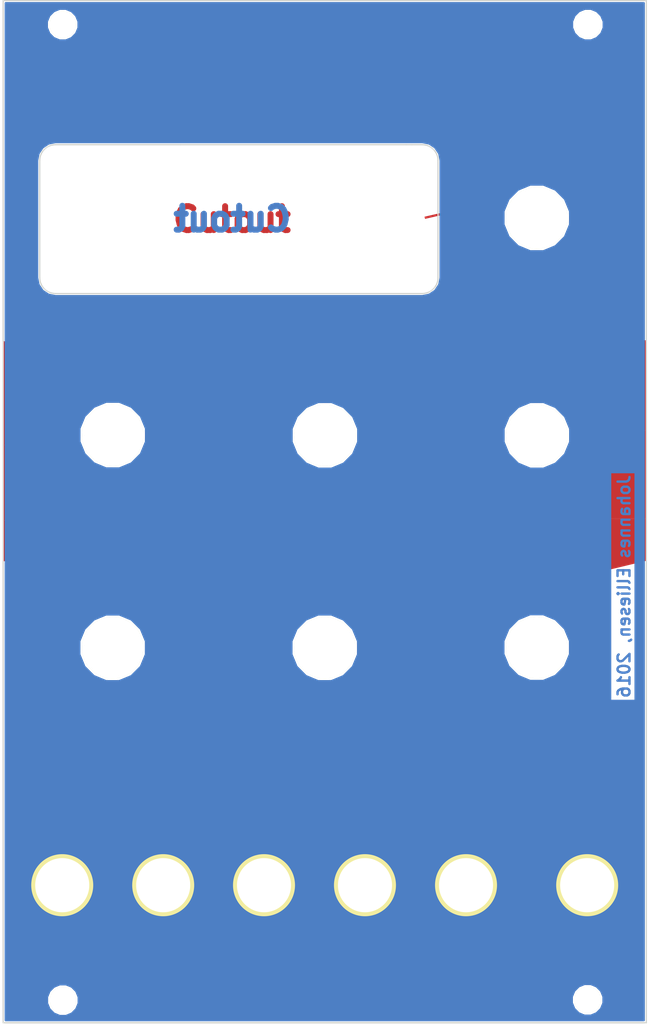
<source format=kicad_pcb>
(kicad_pcb (version 4) (host pcbnew 4.0.1-stable)
  (layers (0 F.Cu signal) (31 B.Cu signal) (34 B.Paste user) (35 F.Paste user) (36 B.SilkS user) (37 F.SilkS user) (38 B.Mask user) (39 F.Mask user) (44 Edge.Cuts user))
  (net 0 "")
  (net 1 GND)
  (module footprints:drill_6.8mm (layer F.Cu) (at 88.33 143.22)
    (fp_text reference W6 hide)
    (fp_text value TEST_1P hide)
    (pad 1 thru_hole circle (at 0 0) (size 7.8 7.8) (drill 6.8) (layers *.Cu *.Mask F.SilkS) (net 1 GND))
  )
  (module footprints:drill_6.8mm (layer F.Cu) (at 101.03 143.22)
    (fp_text reference W5 hide)
    (fp_text value TEST_1P hide)
    (pad 1 thru_hole circle (at 0 0) (size 7.8 7.8) (drill 6.8) (layers *.Cu *.Mask F.SilkS) (net 1 GND))
  )
  (module footprints:drill_6.8mm (layer F.Cu) (at 113.71 143.22)
    (fp_text reference W4 hide)
    (fp_text value TEST_1P hide)
    (pad 1 thru_hole circle (at 0 0) (size 7.8 7.8) (drill 6.8) (layers *.Cu *.Mask F.SilkS) (net 1 GND))
  )
  (module footprints:drill_6.8mm (layer F.Cu) (at 126.41 143.22)
    (fp_text reference W3 hide)
    (fp_text value TEST_1P hide)
    (pad 1 thru_hole circle (at 0 0) (size 7.8 7.8) (drill 6.8) (layers *.Cu *.Mask F.SilkS) (net 1 GND))
  )
  (module footprints:drill_6.8mm (layer F.Cu) (at 139.12 143.22)
    (fp_text reference W2 hide)
    (fp_text value TEST_1P hide)
    (pad 1 thru_hole circle (at 0 0) (size 7.8 7.8) (drill 6.8) (layers *.Cu *.Mask F.SilkS) (net 1 GND))
  )
  (module footprints:drill_6.8mm (layer F.Cu) (at 154.36 143.22)
    (fp_text reference W1 hide)
    (fp_text value TEST_1P hide)
    (pad 1 thru_hole circle (at 0 0) (size 7.8 7.8) (drill 6.8) (layers *.Cu *.Mask F.SilkS) (net 1 GND))
  )
  (module footprints:drill_7.7mm_NPTH (layer F.Cu) (at 148.02 59.4)
    (fp_text reference REF** hide)
    (fp_text value "drill 7.7mm" hide)
    (pad "" np_thru_hole circle (at 0 0) (size 7.7 7.7) (drill 7.7) (layers *.Cu *.Mask F.SilkS))
  )
  (module footprints:drill_3.3mm_NPTH (layer F.Cu) (at 154.45 35.12)
    (fp_text reference REF** hide)
    (fp_text value "drill 3.3mm" hide)
    (pad "" np_thru_hole circle (at 0 0) (size 3.3 3.3) (drill 3.3) (layers *.Cu *.Mask F.SilkS))
  )
  (module footprints:drill_3.3mm_NPTH (layer F.Cu) (at 88.39 35.12)
    (fp_text reference REF** hide)
    (fp_text value "drill 3.3mm" hide)
    (pad "" np_thru_hole circle (at 0 0) (size 3.3 3.3) (drill 3.3) (layers *.Cu *.Mask F.SilkS))
  )
  (module footprints:drill_3.3mm_NPTH (layer F.Cu) (at 88.41 157.66)
    (fp_text reference REF** hide)
    (fp_text value "drill 3.3mm" hide)
    (pad "" np_thru_hole circle (at 0 0) (size 3.3 3.3) (drill 3.3) (layers *.Cu *.Mask F.SilkS))
  )
  (module footprints:drill_3.3mm_NPTH (layer F.Cu) (at 154.42 157.62)
    (fp_text reference REF** hide)
    (fp_text value "drill 3.3mm" hide)
    (pad "" np_thru_hole circle (at 0 0) (size 3.3 3.3) (drill 3.3) (layers *.Cu *.Mask F.SilkS))
  )
  (module footprints:drill_7.7mm_NPTH (layer F.Cu) (at 94.67 113.4)
    (fp_text reference REF** hide)
    (fp_text value "drill 7.7mm" hide)
    (pad "" np_thru_hole circle (at 0 0) (size 7.7 7.7) (drill 7.7) (layers *.Cu *.Mask F.SilkS))
  )
  (module footprints:drill_7.7mm_NPTH (layer F.Cu) (at 121.35 113.4)
    (fp_text reference REF** hide)
    (fp_text value "drill 7.7mm" hide)
    (pad "" np_thru_hole circle (at 0 0) (size 7.7 7.7) (drill 7.7) (layers *.Cu *.Mask F.SilkS))
  )
  (module footprints:drill_7.7mm_NPTH (layer F.Cu) (at 148.01 113.37)
    (fp_text reference REF** hide)
    (fp_text value "drill 7.7mm" hide)
    (pad "" np_thru_hole circle (at 0 0) (size 7.7 7.7) (drill 7.7) (layers *.Cu *.Mask F.SilkS))
  )
  (module footprints:drill_7.7mm_NPTH (layer F.Cu) (at 148.03 86.71)
    (fp_text reference REF** hide)
    (fp_text value "drill 7.7mm" hide)
    (pad "" np_thru_hole circle (at 0 0) (size 7.7 7.7) (drill 7.7) (layers *.Cu *.Mask F.SilkS))
  )
  (module footprints:drill_7.7mm_NPTH (layer F.Cu) (at 121.37 86.71)
    (fp_text reference REF** hide)
    (fp_text value "drill 7.7mm" hide)
    (pad "" np_thru_hole circle (at 0 0) (size 7.7 7.7) (drill 7.7) (layers *.Cu *.Mask F.SilkS))
  )
  (module footprints:drill_7.7mm_NPTH (layer F.Cu) (at 94.68 86.68)
    (fp_text reference REF** hide)
    (fp_text value "drill 7.7mm" hide)
    (pad "" np_thru_hole circle (at 0 0) (size 7.7 7.7) (drill 7.7) (layers *.Cu *.Mask F.SilkS))
  )
  (module footprints:braids (layer F.Cu) (at 89.8 54.2)
    (fp_text reference braids_faceplate hide)
    (fp_text value braids_value hide)
    (fp_poly (pts (xy 60.099828 43.027587) (xy 60.399138 43.027023) (xy 60.397583 43.004937) (xy 60.396149 42.979091) (xy 60.394816 42.950143) (xy 60.393562 42.918751) (xy 60.392367 42.885574) (xy 60.39121 42.851269) (xy 60.390068 42.816494) (xy 60.388922 42.781908) (xy 60.387749 42.748169) (xy 60.386529 42.715934) (xy 60.385241 42.685863) (xy 60.383864 42.658612) (xy 60.382376 42.63484) (xy 60.380756 42.615205) (xy 60.378984 42.600366) (xy 60.377037 42.590979) (xy 60.374895 42.587704) (xy 60.367243 42.589419) (xy 60.3584 42.594564) (xy 60.348368 42.603139) (xy 60.337152 42.615143) (xy 60.324753 42.630577) (xy 60.311175 42.649441) (xy 60.296422 42.671735) (xy 60.280495 42.697458) (xy 60.263399 42.726611) (xy 60.245136 42.759194) (xy 60.225709 42.795207) (xy 60.205122 42.834649) (xy 60.187816 42.86699) (xy 60.172378 42.895632) (xy 60.158467 42.921249) (xy 60.145741 42.944517) (xy 60.133857 42.966109) (xy 60.122473 42.986699) (xy 60.111248 43.006963) (xy 60.099839 43.027573) (xy 60.099828 43.027587)) (layer F.Cu) (width 0))
    (fp_poly (pts (xy 59.490736 43.029241) (xy 59.499541 43.039175) (xy 59.510576 43.029241) (xy 59.490736 43.029241)) (layer F.Cu) (width 0))
    (fp_poly (pts (xy 58.739429 43.030895) (xy 58.901487 43.030895) (xy 58.884791 43.005527) (xy 58.867327 42.978258) (xy 58.84953 42.950166) (xy 58.831833 42.922326) (xy 58.814672 42.895815) (xy 58.798481 42.87171) (xy 58.783695 42.851088) (xy 58.770747 42.835025) (xy 58.760073 42.824597) (xy 58.752106 42.820882) (xy 58.749943 42.828782) (xy 58.748194 42.849841) (xy 58.746735 42.880103) (xy 58.745442 42.915608) (xy 58.744191 42.952398) (xy 58.742855 42.986515) (xy 58.741311 43.014) (xy 58.739435 43.030895) (xy 58.739429 43.030895)) (layer F.Cu) (width 0))
    (fp_poly (pts (xy 4.019185 43.172559) (xy 5.288634 43.169257) (xy 5.278164 42.78561) (xy 4.410551 42.756947) (xy 4.019187 43.172565) (xy 4.019185 43.172559)) (layer F.Cu) (width 0))
    (fp_poly (pts (xy 71.9934 42.996721) (xy 60.854442 43.025383) (xy 60.854442 44.852662) (xy 60.452055 44.852662) (xy 60.438283 43.723773) (xy 60.43753 43.669981) (xy 60.436659 43.619935) (xy 60.435676 43.573429) (xy 60.434588 43.530255) (xy 60.433402 43.490207) (xy 60.432123 43.453078) (xy 60.430758 43.418661) (xy 60.429315 43.386749) (xy 60.4278 43.357136) (xy 60.426219 43.329613) (xy 60.42458 43.303975) (xy 60.422888 43.280014) (xy 60.42115 43.257524) (xy 60.419373 43.236297) (xy 60.417564 43.216128) (xy 60.415729 43.196808) (xy 60.413875 43.178131) (xy 60.412008 43.15989) (xy 60.410136 43.141879) (xy 60.408264 43.12389) (xy 60.406399 43.105716) (xy 60.404549 43.087151) (xy 60.402719 43.067987) (xy 60.400916 43.048018) (xy 60.399147 43.027037) (xy 60.099836 43.027601) (xy 60.088643 43.048051) (xy 60.075974 43.071407) (xy 60.063224 43.094902) (xy 60.051788 43.115766) (xy 60.043061 43.131231) (xy 60.032032 43.152714) (xy 60.020114 43.174835) (xy 60.007308 43.197603) (xy 59.993618 43.221024) (xy 59.979046 43.245106) (xy 59.963594 43.269858) (xy 59.947265 43.295287) (xy 59.930062 43.3214) (xy 59.909892 43.354555) (xy 59.891706 43.383447) (xy 59.875492 43.408052) (xy 59.861238 43.428345) (xy 59.848932 43.444301) (xy 59.83856 43.455896) (xy 59.825297 43.467327) (xy 59.8067 43.480481) (xy 59.782812 43.495398) (xy 59.753674 43.512121) (xy 59.723246 43.524913) (xy 59.695465 43.535054) (xy 59.67033 43.542549) (xy 59.64784 43.547398) (xy 59.513895 43.547398) (xy 59.224507 43.561735) (xy 59.01284 43.187461) (xy 58.992978 43.153195) (xy 58.976516 43.127339) (xy 58.962602 43.107787) (xy 58.950386 43.092433) (xy 58.939018 43.079174) (xy 58.927647 43.065904) (xy 58.915423 43.05052) (xy 58.901495 43.030915) (xy 58.739437 43.030915) (xy 58.737229 43.042011) (xy 58.735036 43.053563) (xy 58.732861 43.065639) (xy 58.730705 43.078307) (xy 58.728571 43.091636) (xy 58.726462 43.105693) (xy 58.724379 43.120546) (xy 58.722325 43.136264) (xy 58.720301 43.152914) (xy 58.718311 43.170566) (xy 58.716356 43.189286) (xy 58.714439 43.209143) (xy 58.712562 43.230205) (xy 58.710727 43.25254) (xy 58.708937 43.276216) (xy 58.707193 43.301302) (xy 58.705499 43.327865) (xy 58.703855 43.355974) (xy 58.702265 43.385696) (xy 58.700731 43.4171) (xy 58.699255 43.450254) (xy 58.697839 43.485226) (xy 58.696485 43.522084) (xy 58.695196 43.560896) (xy 58.693974 43.60173) (xy 58.692821 43.644655) (xy 58.69174 43.689738) (xy 58.690733 43.737047) (xy 58.689801 43.786651) (xy 58.688948 43.838618) (xy 58.688175 43.893016) (xy 58.674402 44.965681) (xy 58.272015 44.965681) (xy 58.272015 43.032569) (xy 56.490488 43.036971) (xy 56.462914 44.796449) (xy 56.061078 44.796449) (xy 56.046741 43.215564) (xy 56.04643 43.180084) (xy 56.046396 43.153534) (xy 56.046534 43.13258) (xy 56.046741 43.11389) (xy 56.046914 43.094131) (xy 56.046948 43.069969) (xy 56.046741 43.038072) (xy 39.031829 43.082169) (xy 39.0308 43.10683) (xy 39.029902 43.132636) (xy 39.028858 43.157355) (xy 39.027391 43.178759) (xy 39.025225 43.194618) (xy 39.019348 43.225404) (xy 39.011118 43.251903) (xy 39.000534 43.274102) (xy 38.987598 43.29199) (xy 38.972309 43.305554) (xy 38.954669 43.314782) (xy 38.93481 43.323835) (xy 38.915995 43.335322) (xy 38.898226 43.349244) (xy 38.881501 43.365603) (xy 38.865822 43.3844) (xy 38.851188 43.405638) (xy 38.8376 43.429317) (xy 38.825056 43.455439) (xy 38.813558 43.484006) (xy 38.804364 43.508778) (xy 38.792907 43.530681) (xy 38.779171 43.549709) (xy 38.763139 43.565859) (xy 38.744796 43.579128) (xy 38.724126 43.589511) (xy 38.701112 43.597005) (xy 38.693401 43.598749) (xy 38.68438 43.600451) (xy 38.674049 43.602112) (xy 38.662408 43.603732) (xy 38.649457 43.60531) (xy 38.635195 43.606847) (xy 38.619624 43.608343) (xy 38.602743 43.609797) (xy 38.584553 43.61121) (xy 38.565052 43.612581) (xy 38.544242 43.613911) (xy 38.522123 43.615199) (xy 38.498694 43.616446) (xy 38.473955 43.617652) (xy 38.447907 43.618816) (xy 38.42055 43.619939) (xy 38.391884 43.621021) (xy 38.361909 43.622061) (xy 38.330624 43.62306) (xy 38.298031 43.624017) (xy 38.264129 43.624933) (xy 38.228918 43.625808) (xy 38.192398 43.626642) (xy 38.154569 43.627434) (xy 38.115432 43.628184) (xy 38.074986 43.628894) (xy 38.033231 43.629562) (xy 37.990168 43.630189) (xy 37.945797 43.630774) (xy 37.900117 43.631318) (xy 37.85313 43.631821) (xy 37.804834 43.632282) (xy 36.838002 43.646055) (xy 36.838002 44.450278) (xy 38.729224 44.507053) (xy 38.729224 44.908889) (xy 37.642779 44.908889) (xy 37.59245 44.90887) (xy 37.543197 44.908813) (xy 37.495018 44.908717) (xy 37.447914 44.908584) (xy 37.401885 44.908412) (xy 37.35693 44.908202) (xy 37.313051 44.907954) (xy 37.270247 44.907667) (xy 37.228519 44.907343) (xy 37.187865 44.90698) (xy 37.148287 44.906579) (xy 37.109784 44.90614) (xy 37.072357 44.905663) (xy 37.036005 44.905148) (xy 37.000728 44.904594) (xy 36.966528 44.904002) (xy 36.933403 44.903372) (xy 36.901354 44.902705) (xy 36.87038 44.901998) (xy 36.840483 44.901254) (xy 36.811662 44.900472) (xy 36.783916 44.899651) (xy 36.757247 44.898792) (xy 36.731654 44.897895) (xy 36.707137 44.89696) (xy 36.683697 44.895987) (xy 36.661333 44.894976) (xy 36.640045 44.893927) (xy 36.619834 44.892839) (xy 36.600699 44.891714) (xy 36.582641 44.89055) (xy 36.56566 44.889348) (xy 36.549755 44.888108) (xy 36.534927 44.88683) (xy 36.521177 44.885513) (xy 36.508503 44.884159) (xy 36.496906 44.882767) (xy 36.486386 44.881336) (xy 36.476944 44.879867) (xy 36.468579 44.87836) (xy 36.461291 44.876815) (xy 36.45508 44.875232) (xy 36.449947 44.873611) (xy 36.43768 44.866281) (xy 36.426275 44.85558) (xy 36.415729 44.841505) (xy 36.406037 44.824053) (xy 36.397197 44.803218) (xy 36.389203 44.778996) (xy 36.382051 44.751384) (xy 36.375739 44.720378) (xy 36.370261 44.685972) (xy 36.365613 44.648164) (xy 36.364861 44.636655) (xy 36.364128 44.62425) (xy 36.363415 44.610948) (xy 36.362722 44.59675) (xy 36.362049 44.581654) (xy 36.361395 44.565662) (xy 36.360761 44.548773) (xy 36.360147 44.530987) (xy 36.359554 44.512305) (xy 36.35898 44.492726) (xy 36.358426 44.47225) (xy 36.357893 44.450877) (xy 36.357379 44.428607) (xy 36.356886 44.405441) (xy 36.356414 44.381378) (xy 36.355962 44.356418) (xy 36.35553 44.330562) (xy 36.355118 44.303808) (xy 36.354728 44.276158) (xy 36.354358 44.247611) (xy 36.354008 44.218168) (xy 36.35368 44.187827) (xy 36.353372 44.15659) (xy 36.353085 44.124456) (xy 36.352818 44.091425) (xy 36.352573 44.057498) (xy 36.352349 44.022673) (xy 36.352146 43.986952) (xy 36.351964 43.950335) (xy 36.351803 43.91282) (xy 36.351664 43.874409) (xy 36.351546 43.8351) (xy 36.351449 43.794896) (xy 36.351373 43.753794) (xy 36.35132 43.711795) (xy 36.351287 43.6689) (xy 36.351276 43.625108) (xy 36.351276 43.088776) (xy 35.112696 43.092078) (xy 35.227902 43.095944) (xy 35.272109 43.096665) (xy 35.314689 43.097482) (xy 35.35564 43.098395) (xy 35.394962 43.099403) (xy 35.432656 43.100507) (xy 35.468719 43.101706) (xy 35.503153 43.103002) (xy 35.535957 43.104393) (xy 35.56713 43.105881) (xy 35.596671 43.107464) (xy 35.624581 43.109143) (xy 35.650859 43.110918) (xy 35.675504 43.11279) (xy 35.698516 43.114757) (xy 35.719895 43.116821) (xy 35.73964 43.11898) (xy 35.757751 43.121236) (xy 35.774227 43.123588) (xy 35.789068 43.126036) (xy 35.802274 43.128581) (xy 35.813843 43.131222) (xy 35.836485 43.136443) (xy 35.859257 43.14364) (xy 35.882163 43.152812) (xy 35.905205 43.16396) (xy 35.928385 43.177084) (xy 35.951706 43.192183) (xy 35.975171 43.209257) (xy 35.998783 43.228307) (xy 36.022544 43.249332) (xy 36.046457 43.272333) (xy 36.068675 43.294078) (xy 36.089149 43.315698) (xy 36.107877 43.337193) (xy 36.124859 43.358567) (xy 36.140092 43.379821) (xy 36.153577 43.400958) (xy 36.165312 43.421979) (xy 36.175296 43.442886) (xy 36.183528 43.463682) (xy 36.190008 43.484368) (xy 36.194733 43.504946) (xy 36.196459 43.51509) (xy 36.19811 43.526706) (xy 36.199685 43.539793) (xy 36.201184 43.554352) (xy 36.202609 43.570383) (xy 36.203958 43.587884) (xy 36.205233 43.606857) (xy 36.206434 43.627301) (xy 36.20756 43.649215) (xy 36.208612 43.6726) (xy 36.209591 43.697455) (xy 36.210495 43.72378) (xy 36.211327 43.751575) (xy 36.212084 43.780839) (xy 36.212769 43.811574) (xy 36.213381 43.843777) (xy 36.21392 43.87745) (xy 36.214387 43.912591) (xy 36.214781 43.949202) (xy 36.215103 43.987281) (xy 36.215353 44.026828) (xy 36.215532 44.067843) (xy 36.215639 44.110327) (xy 36.215674 44.154278) (xy 36.215575 44.20313) (xy 36.215276 44.250423) (xy 36.214778 44.296156) (xy 36.214081 44.340329) (xy 36.213184 44.382942) (xy 36.212087 44.423995) (xy 36.210791 44.463488) (xy 36.209294 44.501421) (xy 36.207597 44.537795) (xy 36.205699 44.572608) (xy 36.203601 44.60586) (xy 36.201303 44.637553) (xy 36.198803 44.667685) (xy 36.196102 44.696257) (xy 36.1932 44.723268) (xy 36.190096 44.748719) (xy 36.18679 44.77261) (xy 36.183283 44.79494) (xy 36.179574 44.815709) (xy 36.175663 44.834917) (xy 36.171549 44.852565) (xy 36.167233 44.868652) (xy 36.162715 44.883178) (xy 36.157993 44.896144) (xy 36.153069 44.907548) (xy 36.147941 44.917391) (xy 36.14261 44.925673) (xy 36.137076 44.932394) (xy 36.131338 44.937554) (xy 36.126513 44.940929) (xy 36.120428 44.94419) (xy 36.113085 44.947335) (xy 36.104482 44.950366) (xy 36.09462 44.953283) (xy 36.083499 44.956085) (xy 36.07112 44.958772) (xy 36.057481 44.961346) (xy 36.042584 44.963805) (xy 36.026429 44.96615) (xy 36.009015 44.968381) (xy 35.990343 44.970498) (xy 35.970412 44.972501) (xy 35.949224 44.974391) (xy 35.926777 44.976166) (xy 35.903073 44.977828) (xy 35.878111 44.979376) (xy 35.851891 44.980811) (xy 35.824414 44.982133) (xy 35.795679 44.983341) (xy 35.765687 44.984436) (xy 35.734437 44.985417) (xy 35.701931 44.986286) (xy 35.668167 44.987041) (xy 35.633147 44.987684) (xy 35.596869 44.988214) (xy 35.559335 44.98863) (xy 35.520544 44.988935) (xy 35.480497 44.989126) (xy 35.439193 44.989205) (xy 35.396634 44.989172) (xy 35.352817 44.989026) (xy 35.307745 44.988768) (xy 35.261417 44.988397) (xy 35.213833 44.987915) (xy 35.164993 44.98732) (xy 35.114897 44.986613) (xy 34.176729 44.965672) (xy 34.176729 44.563285) (xy 35.728951 44.507061) (xy 35.728951 43.589839) (xy 34.120504 43.533064) (xy 34.100664 43.094849) (xy 33.322349 43.096543) (xy 33.289921 43.127973) (xy 33.258202 43.158601) (xy 33.227221 43.188393) (xy 33.197009 43.217314) (xy 33.167597 43.245328) (xy 33.139015 43.2724) (xy 33.111293 43.298494) (xy 33.084463 43.323576) (xy 33.058555 43.347611) (xy 33.033599 43.370562) (xy 33.009627 43.392395) (xy 32.986667 43.413075) (xy 32.964752 43.432567) (xy 32.943912 43.450834) (xy 32.924176 43.467843) (xy 32.905577 43.483557) (xy 32.888144 43.497942) (xy 32.871908 43.510962) (xy 32.856899 43.522582) (xy 32.843148 43.532767) (xy 32.830686 43.541482) (xy 32.819543 43.548692) (xy 32.80975 43.55436) (xy 32.801337 43.558453) (xy 32.794335 43.560934) (xy 32.788774 43.561769) (xy 32.784413 43.562596) (xy 32.78015 43.565076) (xy 32.775984 43.56921) (xy 32.771916 43.574998) (xy 32.767945 43.58244) (xy 32.764072 43.591535) (xy 32.760296 43.602283) (xy 32.756617 43.614686) (xy 32.753035 43.628742) (xy 32.74955 43.644451) (xy 32.746163 43.661815) (xy 32.742872 43.680832) (xy 32.739678 43.701502) (xy 32.73658 43.723826) (xy 32.73358 43.747804) (xy 32.730675 43.773436) (xy 32.727868 43.800721) (xy 32.725156 43.82966) (xy 32.722541 43.860252) (xy 32.720022 43.892498) (xy 32.7176 43.926398) (xy 32.715273 43.961951) (xy 32.713042 43.999158) (xy 32.710907 44.038019) (xy 32.708868 44.078533) (xy 32.706925 44.120701) (xy 32.705078 44.164523) (xy 32.703326 44.209998) (xy 32.701669 44.257127) (xy 32.700108 44.30591) (xy 32.698642 44.356346) (xy 32.697272 44.408436) (xy 32.682935 45.255102) (xy 32.280548 45.255102) (xy 32.236451 43.09985) (xy 31.18473 43.102108) (xy 31.185108 43.124735) (xy 31.185497 43.146948) (xy 31.185889 43.16897) (xy 31.186274 43.191029) (xy 31.186647 43.213347) (xy 31.186997 43.23615) (xy 31.187318 43.259663) (xy 31.187602 43.28411) (xy 31.187839 43.309718) (xy 31.188024 43.336709) (xy 31.188146 43.36531) (xy 31.188199 43.395745) (xy 31.188174 43.428239) (xy 31.188063 43.463016) (xy 31.187859 43.500303) (xy 31.187552 43.540323) (xy 31.17378 44.796542) (xy 30.771393 44.796542) (xy 30.715169 43.589932) (xy 29.451784 43.589932) (xy 29.39556 44.796542) (xy 28.993173 44.796542) (xy 28.974433 43.10817) (xy 28.788124 43.108735) (xy 28.789405 43.14012) (xy 28.790988 43.166253) (xy 28.792805 43.188317) (xy 28.794788 43.207499) (xy 28.79687 43.22498) (xy 28.798983 43.241946) (xy 28.801059 43.25958) (xy 28.803032 43.279068) (xy 28.804833 43.301592) (xy 28.806394 43.328337) (xy 28.807649 43.360487) (xy 28.808529 43.399226) (xy 28.82947 44.739782) (xy 27.650972 44.775059) (xy 27.598001 44.776633) (xy 27.546204 44.77815) (xy 27.495582 44.779608) (xy 27.446133 44.781009) (xy 27.397858 44.782353) (xy 27.350758 44.783638) (xy 27.304831 44.784866) (xy 27.260079 44.786036) (xy 27.2165 44.787148) (xy 27.174095 44.788202) (xy 27.132864 44.789198) (xy 27.092807 44.790136) (xy 27.053924 44.791016) (xy 27.016215 44.791838) (xy 26.979679 44.792603) (xy 26.944317 44.793309) (xy 26.910128 44.793957) (xy 26.877114 44.794547) (xy 26.845273 44.795079) (xy 26.814605 44.795552) (xy 26.785111 44.795968) (xy 26.756791 44.796325) (xy 26.729644 44.796624) (xy 26.70367 44.796864) (xy 26.67887 44.797047) (xy 26.655244 44.797171) (xy 26.63279 44.797236) (xy 26.611511 44.797244) (xy 26.591404 44.797193) (xy 26.572471 44.797083) (xy 26.55471 44.796915) (xy 26.538124 44.796688) (xy 26.52271 44.796403) (xy 26.508469 44.79606) (xy 26.495402 44.795657) (xy 26.483508 44.795197) (xy 26.472786 44.794677) (xy 26.463238 44.794099) (xy 26.454863 44.793462) (xy 26.447661 44.792766) (xy 26.441632 44.792012) (xy 26.436775 44.791199) (xy 26.433092 44.790327) (xy 26.430581 44.789396) (xy 26.42894 44.787604) (xy 26.427341 44.784453) (xy 26.425783 44.779958) (xy 26.424266 44.774133) (xy 26.42279 44.766994) (xy 26.421353 44.758554) (xy 26.419957 44.748828) (xy 26.418599 44.737831) (xy 26.417281 44.725578) (xy 26.416001 44.712082) (xy 26.414759 44.697359) (xy 26.413554 44.681424) (xy 26.412387 44.66429) (xy 26.411257 44.645972) (xy 26.410163 44.626486) (xy 26.409104 44.605845) (xy 26.408082 44.584064) (xy 26.407094 44.561157) (xy 26.406141 44.537141) (xy 26.405223 44.512028) (xy 26.404338 44.485833) (xy 26.403487 44.458572) (xy 26.402668 44.430258) (xy 26.401882 44.400906) (xy 26.401129 44.370532) (xy 26.400407 44.339148) (xy 26.399716 44.306771) (xy 26.399057 44.273415) (xy 26.398428 44.239093) (xy 26.397829 44.203822) (xy 26.39726 44.167614) (xy 26.396719 44.130486) (xy 26.396208 44.092452) (xy 26.395725 44.053525) (xy 26.395271 44.013721) (xy 26.394843 43.973055) (xy 26.394443 43.93154) (xy 26.39407 43.889192) (xy 26.393723 43.846025) (xy 26.393402 43.802054) (xy 26.393106 43.757293) (xy 26.392835 43.711757) (xy 26.39259 43.665461) (xy 26.392368 43.618418) (xy 26.39217 43.570644) (xy 26.391996 43.522154) (xy 26.391752 43.496748) (xy 26.391278 43.47927) (xy 26.390654 43.466945) (xy 26.389962 43.456996) (xy 26.389282 43.446648) (xy 26.388696 43.433125) (xy 26.388284 43.413651) (xy 26.388129 43.385451) (xy 26.388129 43.114805) (xy 24.402651 43.119772) (xy 24.402651 43.868322) (xy 24.402651 44.394181) (xy 26.124096 44.450405) (xy 26.124096 44.852792) (xy 25.08726 44.852792) (xy 25.037564 44.852766) (xy 24.988977 44.85269) (xy 24.941498 44.852563) (xy 24.895127 44.852386) (xy 24.849864 44.852158) (xy 24.80571 44.851879) (xy 24.762663 44.851549) (xy 24.720724 44.851169) (xy 24.679894 44.850738) (xy 24.640171 44.850257) (xy 24.601557 44.849725) (xy 24.56405 44.849142) (xy 24.527652 44.848509) (xy 24.492362 44.847825) (xy 24.458179 44.847091) (xy 24.425105 44.846307) (xy 24.393139 44.845472) (xy 24.362281 44.844586) (xy 24.332531 44.843651) (xy 24.303889 44.842664) (xy 24.276356 44.841628) (xy 24.24993 44.840541) (xy 24.224612 44.839404) (xy 24.200403 44.838216) (xy 24.177301 44.836978) (xy 24.155307 44.83569) (xy 24.134422 44.834351) (xy 24.114645 44.832963) (xy 24.095975 44.831524) (xy 24.078414 44.830035) (xy 24.061961 44.828496) (xy 24.046615 44.826906) (xy 24.032378 44.825267) (xy 24.019249 44.823577) (xy 24.007228 44.821838) (xy 23.996315 44.820048) (xy 23.98651 44.818208) (xy 23.977813 44.816318) (xy 23.970224 44.814378) (xy 23.963744 44.812388) (xy 23.958371 44.810348) (xy 23.944819 44.803076) (xy 23.932385 44.792553) (xy 23.921072 44.778782) (xy 23.910883 44.761763) (xy 23.901819 44.741498) (xy 23.893884 44.717988) (xy 23.88708 44.691233) (xy 23.88141 44.661236) (xy 23.876877 44.627996) (xy 23.873484 44.591516) (xy 23.872794 44.579768) (xy 23.872215 44.565537) (xy 23.871739 44.548976) (xy 23.87136 44.530234) (xy 23.87107 44.509462) (xy 23.870864 44.486812) (xy 23.870734 44.462433) (xy 23.870674 44.436477) (xy 23.870676 44.409094) (xy 23.870735 44.380436) (xy 23.870842 44.350652) (xy 23.870992 44.319894) (xy 23.871177 44.288313) (xy 23.871391 44.256058) (xy 23.871627 44.223282) (xy 23.871878 44.190135) (xy 23.872137 44.156767) (xy 23.872397 44.12333) (xy 23.872653 44.089973) (xy 23.872896 44.056849) (xy 23.87312 44.024107) (xy 23.873318 43.991898) (xy 23.873484 43.960374) (xy 23.873586 43.931201) (xy 23.873569 43.904689) (xy 23.873457 43.880294) (xy 23.873274 43.857471) (xy 23.873045 43.835677) (xy 23.872793 43.814369) (xy 23.872543 43.793001) (xy 23.872318 43.771031) (xy 23.872143 43.747915) (xy 23.872042 43.723108) (xy 23.872038 43.696066) (xy 23.872156 43.666247) (xy 23.872421 43.633105) (xy 23.872855 43.596097) (xy 23.873484 43.55468) (xy 23.878451 43.121426) (xy 9.147224 43.159458) (xy 9.146201 43.177492) (xy 9.144967 43.194736) (xy 9.13909 43.225522) (xy 9.13086 43.252021) (xy 9.120276 43.274221) (xy 9.10734 43.292109) (xy 9.092051 43.305673) (xy 9.074411 43.314901) (xy 9.054551 43.323954) (xy 9.035737 43.33544) (xy 9.017968 43.349362) (xy 9.001243 43.365721) (xy 8.985564 43.384519) (xy 8.97093 43.405756) (xy 8.957342 43.429435) (xy 8.944798 43.455557) (xy 8.9333 43.484124) (xy 8.924106 43.508897) (xy 8.912649 43.530799) (xy 8.898913 43.549828) (xy 8.882881 43.565978) (xy 8.864538 43.579247) (xy 8.843868 43.589629) (xy 8.820854 43.597123) (xy 8.813143 43.598867) (xy 8.804122 43.60057) (xy 8.793791 43.602231) (xy 8.782149 43.603851) (xy 8.769197 43.605429) (xy 8.754936 43.606966) (xy 8.739364 43.608461) (xy 8.722483 43.609915) (xy 8.704291 43.611328) (xy 8.68479 43.612699) (xy 8.66398 43.614029) (xy 8.641859 43.615318) (xy 8.61843 43.616565) (xy 8.593691 43.617771) (xy 8.567643 43.618935) (xy 8.540285 43.620058) (xy 8.511618 43.621139) (xy 8.481643 43.62218) (xy 8.450358 43.623178) (xy 8.417764 43.624136) (xy 8.383862 43.625052) (xy 8.348651 43.625927) (xy 8.312131 43.62676) (xy 8.274303 43.627552) (xy 8.235166 43.628303) (xy 8.19472 43.629012) (xy 8.152967 43.62968) (xy 8.109905 43.630307) (xy 8.065534 43.630893) (xy 8.019856 43.631437) (xy 7.97287 43.631939) (xy 7.924576 43.632401) (xy 6.957744 43.646173) (xy 6.957744 44.450397) (xy 8.848966 44.507171) (xy 8.848966 44.909008) (xy 7.762521 44.909008) (xy 7.712192 44.908989) (xy 7.662939 44.908931) (xy 7.61476 44.908836) (xy 7.567656 44.908702) (xy 7.521627 44.90853) (xy 7.476672 44.90832) (xy 7.432793 44.908072) (xy 7.389989 44.907786) (xy 7.348261 44.907461) (xy 7.307607 44.907099) (xy 7.268029 44.906698) (xy 7.229526 44.906259) (xy 7.192099 44.905781) (xy 7.155747 44.905266) (xy 7.12047 44.904713) (xy 7.08627 44.904121) (xy 7.053145 44.903491) (xy 7.021096 44.902823) (xy 6.990122 44.902117) (xy 6.960225 44.901373) (xy 6.931404 44.90059) (xy 6.903658 44.89977) (xy 6.876989 44.898911) (xy 6.851396 44.898014) (xy 6.826879 44.897079) (xy 6.803439 44.896106) (xy 6.781074 44.895095) (xy 6.759787 44.894045) (xy 6.739576 44.892958) (xy 6.720441 44.891832) (xy 6.702383 44.890668) (xy 6.685402 44.889466) (xy 6.669497 44.888226) (xy 6.654669 44.886948) (xy 6.640919 44.885632) (xy 6.628245 44.884278) (xy 6.616648 44.882885) (xy 6.606128 44.881454) (xy 6.596686 44.879986) (xy 6.588321 44.878479) (xy 6.581033 44.876934) (xy 6.574822 44.875351) (xy 6.569689 44.87373) (xy 6.557421 44.866399) (xy 6.546017 44.855698) (xy 6.535471 44.841624) (xy 6.525779 44.824171) (xy 6.516939 44.803336) (xy 6.508945 44.779115) (xy 6.501793 44.751503) (xy 6.495481 44.720496) (xy 6.490003 44.686091) (xy 6.485355 44.648282) (xy 6.484603 44.636774) (xy 6.48387 44.624369) (xy 6.483157 44.611067) (xy 6.482464 44.596868) (xy 6.481791 44.581773) (xy 6.481137 44.565781) (xy 6.480503 44.548892) (xy 6.479889 44.531106) (xy 6.479296 44.512424) (xy 6.478722 44.492844) (xy 6.478168 44.472368) (xy 6.477635 44.450996) (xy 6.477121 44.428726) (xy 6.476628 44.40556) (xy 6.476156 44.381497) (xy 6.475704 44.356537) (xy 6.475272 44.33068) (xy 6.47486 44.303927) (xy 6.47447 44.276277) (xy 6.4741 44.24773) (xy 6.47375 44.218286) (xy 6.473422 44.187946) (xy 6.473114 44.156709) (xy 6.472827 44.124575) (xy 6.47256 44.091544) (xy 6.472315 44.057616) (xy 6.472091 44.022792) (xy 6.471888 43.987071) (xy 6.471706 43.950453) (xy 6.471545 43.912939) (xy 6.471406 43.874527) (xy 6.471288 43.835219) (xy 6.471191 43.795014) (xy 6.471115 43.753912) (xy 6.471062 43.711914) (xy 6.471029 43.669019) (xy 6.471018 43.625227) (xy 6.471018 43.166065) (xy 5.772078 43.168323) (xy 5.772078 43.173826) (xy 5.770854 43.223999) (xy 5.769749 43.272745) (xy 5.768762 43.320064) (xy 5.767893 43.365957) (xy 5.767143 43.410424) (xy 5.76651 43.453464) (xy 5.765995 43.495079) (xy 5.765597 43.535267) (xy 5.765318 43.574029) (xy 5.765155 43.611366) (xy 5.76511 43.647276) (xy 5.765183 43.681761) (xy 5.765372 43.71482) (xy 5.765678 43.746453) (xy 5.766102 43.776661) (xy 5.766642 43.805444) (xy 5.767299 43.832801) (xy 5.768072 43.858732) (xy 5.768962 43.883239) (xy 5.769968 43.90632) (xy 5.77109 43.927976) (xy 5.772329 43.948207) (xy 5.773683 43.967013) (xy 5.775154 43.984394) (xy 5.77674 44.000351) (xy 5.778442 44.014882) (xy 5.780259 44.027989) (xy 5.782192 44.039672) (xy 5.78424 44.04993) (xy 5.786403 44.058763) (xy 5.788682 44.066172) (xy 5.791075 44.072157) (xy 5.793583 44.076717) (xy 5.812346 44.101778) (xy 5.831053 44.111134) (xy 5.849808 44.104827) (xy 5.868359 44.090746) (xy 5.88872 44.076711) (xy 5.910847 44.062678) (xy 5.934694 44.048602) (xy 5.954439 44.035025) (xy 5.974168 44.022526) (xy 5.993891 44.011138) (xy 6.013619 44.000894) (xy 6.033362 43.991828) (xy 6.05393 43.983088) (xy 6.076144 43.979448) (xy 6.100035 43.980896) (xy 6.125635 43.987416) (xy 6.152976 43.998996) (xy 6.172274 44.009145) (xy 6.191358 44.021957) (xy 6.210227 44.037427) (xy 6.228879 44.055548) (xy 6.24731 44.076315) (xy 6.265518 44.099723) (xy 6.2835 44.125766) (xy 6.301253 44.154439) (xy 6.312809 44.174038) (xy 6.319257 44.195205) (xy 6.320603 44.217939) (xy 6.316853 44.242241) (xy 6.308011 44.268112) (xy 6.294085 44.29555) (xy 6.286273 44.307248) (xy 6.27695 44.320167) (xy 6.266114 44.334307) (xy 6.253767 44.349669) (xy 6.239908 44.366254) (xy 6.224537 44.384061) (xy 6.207654 44.403092) (xy 6.189259 44.423347) (xy 6.169353 44.444826) (xy 6.147934 44.46753) (xy 6.125004 44.49146) (xy 6.100561 44.516616) (xy 6.074607 44.542997) (xy 6.04714 44.570606) (xy 6.020365 44.59811) (xy 5.994601 44.624177) (xy 5.969846 44.648805) (xy 5.9461 44.671994) (xy 5.923362 44.693744) (xy 5.901631 44.714053) (xy 5.880904 44.732921) (xy 5.861181 44.750347) (xy 5.842462 44.76633) (xy 5.824744 44.780869) (xy 5.808026 44.793964) (xy 5.792308 44.805613) (xy 5.777588 44.815817) (xy 5.763864 44.824573) (xy 5.751137 44.831882) (xy 5.731709 44.842146) (xy 5.711055 44.85099) (xy 5.689177 44.858423) (xy 5.666076 44.864451) (xy 5.641756 44.869081) (xy 5.616217 44.872322) (xy 5.58946 44.874179) (xy 5.561489 44.874661) (xy 5.532305 44.873775) (xy 5.334969 44.852834) (xy 5.288668 43.169424) (xy 4.019218 43.172726) (xy 3.838972 43.363996) (xy 3.782747 44.909053) (xy 3.38036 44.909053) (xy 3.336816 43.17438) (xy 2.525978 43.176637) (xy 2.525978 44.909106) (xy 2.124141 44.909106) (xy 2.109804 43.674384) (xy 2.109336 43.627604) (xy 2.109052 43.585827) (xy 2.108933 43.548575) (xy 2.108963 43.51537) (xy 2.109124 43.485734) (xy 2.109399 43.459188) (xy 2.10977 43.435254) (xy 2.110218 43.413455) (xy 2.110728 43.393311) (xy 2.111281 43.374345) (xy 2.11186 43.356078) (xy 2.112447 43.338033) (xy 2.113024 43.31973) (xy 2.113574 43.300693) (xy 2.11408 43.280441) (xy 2.114524 43.258499) (xy 2.114888 43.234386) (xy 2.115155 43.207625) (xy 2.115308 43.177738) (xy 0.639703 43.181604) (xy 0.639703 43.364055) (xy 1.726149 43.42083) (xy 1.726149 43.822667) (xy 0.639703 43.879441) (xy 0.582929 44.909112) (xy 0.181092 44.909112) (xy 0.166755 43.857944) (xy 0.165959 43.812629) (xy 0.165268 43.769579) (xy 0.164676 43.728687) (xy 0.16418 43.68985) (xy 0.163774 43.652961) (xy 0.163453 43.617917) (xy 0.163213 43.584611) (xy 0.163049 43.55294) (xy 0.162955 43.522797) (xy 0.162928 43.494078) (xy 0.162961 43.466679) (xy 0.163051 43.440493) (xy 0.163192 43.415415) (xy 0.16338 43.391342) (xy 0.16361 43.368167) (xy 0.163877 43.345786) (xy 0.164175 43.324093) (xy 0.164501 43.302985) (xy 0.164849 43.282354) (xy 0.165215 43.262097) (xy 0.165593 43.242109) (xy 0.165979 43.222284) (xy 0.166368 43.202518) (xy 0.166755 43.182705) (xy -8.935462 43.205847) (xy -8.930495 48.301832) (xy 3.760136 49.931779) (xy 21.783219 48.253877) (xy 41.590591 46.410063) (xy 45.584145 46.038543) (xy 66.59647 49.568528) (xy 71.996177 48.267658) (xy 71.993355 42.996938) (xy 71.9934 42.996721)) (layer F.Cu) (width 0))
    (fp_poly (pts (xy 71.988439 31.92446) (xy 62.386268 29.66117) (xy 62.40185 29.68375) (xy 62.417595 29.70621) (xy 62.433475 29.728567) (xy 62.449462 29.750843) (xy 62.46553 29.773056) (xy 62.481651 29.795226) (xy 62.497798 29.817372) (xy 62.513943 29.839513) (xy 62.53006 29.86167) (xy 62.546121 29.88386) (xy 62.562098 29.906105) (xy 62.577965 29.928422) (xy 62.593694 29.950831) (xy 62.609258 29.973353) (xy 62.624629 29.996005) (xy 62.63978 30.018808) (xy 62.654685 30.041781) (xy 62.669315 30.064943) (xy 62.683643 30.088314) (xy 62.697643 30.111913) (xy 62.711286 30.135759) (xy 62.724546 30.159873) (xy 62.737395 30.184272) (xy 62.749864 30.208662) (xy 62.762205 30.233129) (xy 62.774417 30.257672) (xy 62.786501 30.282292) (xy 62.798456 30.306987) (xy 62.810281 30.331757) (xy 62.821976 30.356601) (xy 62.83354 30.381519) (xy 62.844974 30.406511) (xy 62.856276 30.431576) (xy 62.867446 30.456714) (xy 62.878484 30.481924) (xy 62.889389 30.507205) (xy 62.900162 30.532557) (xy 62.9108 30.55798) (xy 62.921305 30.583473) (xy 62.931675 30.609036) (xy 62.94191 30.634668) (xy 62.95201 30.660368) (xy 62.961975 30.686137) (xy 62.971803 30.711973) (xy 62.981494 30.737877) (xy 62.991049 30.763847) (xy 63.000466 30.789884) (xy 63.009745 30.815986) (xy 63.018886 30.842153) (xy 63.027888 30.868385) (xy 63.03675 30.894682) (xy 63.045474 30.921042) (xy 63.054057 30.947466) (xy 63.062499 30.973952) (xy 63.070801 31.0005) (xy 63.078961 31.027111) (xy 63.086979 31.053783) (xy 63.094855 31.080515) (xy 63.102589 31.107308) (xy 63.110179 31.134161) (xy 63.117626 31.161073) (xy 63.124929 31.188044) (xy 63.132087 31.215074) (xy 63.1391 31.242161) (xy 63.145969 31.269306) (xy 63.152691 31.296508) (xy 63.159267 31.323766) (xy 63.165697 31.351081) (xy 63.171979 31.37845) (xy 63.178115 31.405875) (xy 63.184102 31.433354) (xy 63.189941 31.460887) (xy 63.195441 31.487545) (xy 63.200802 31.514253) (xy 63.206022 31.54101) (xy 63.211101 31.567817) (xy 63.216039 31.594672) (xy 63.220836 31.621576) (xy 63.22549 31.648528) (xy 63.230003 31.675528) (xy 63.234372 31.702575) (xy 63.238599 31.72967) (xy 63.242682 31.756811) (xy 63.246622 31.783998) (xy 63.250418 31.811232) (xy 63.254069 31.838511) (xy 63.257575 31.865836) (xy 63.260936 31.893205) (xy 63.264152 31.920619) (xy 63.267221 31.948077) (xy 63.270145 31.97558) (xy 63.272922 32.003125) (xy 63.275552 32.030714) (xy 63.278034 32.058346) (xy 63.280369 32.08602) (xy 63.282556 32.113736) (xy 63.284595 32.141495) (xy 63.286484 32.169294) (xy 63.288225 32.197135) (xy 63.289816 32.225016) (xy 63.291258 32.252938) (xy 63.292549 32.280899) (xy 63.293689 32.308901) (xy 63.294679 32.336941) (xy 63.295518 32.365021) (xy 63.296204 32.393139) (xy 63.296739 32.421295) (xy 63.297122 32.449489) (xy 63.297351 32.477721) (xy 63.297428 32.50599) (xy 63.297351 32.534214) (xy 63.297122 32.562401) (xy 63.29674 32.590551) (xy 63.296206 32.618663) (xy 63.29552 32.646736) (xy 63.294683 32.674771) (xy 63.293694 32.702767) (xy 63.292555 32.730724) (xy 63.291266 32.758641) (xy 63.289827 32.786519) (xy 63.288238 32.814355) (xy 63.286501 32.842152) (xy 63.284614 32.869907) (xy 63.282579 32.897621) (xy 63.280397 32.925293) (xy 63.278066 32.952923) (xy 63.275588 32.980511) (xy 63.272964 33.008055) (xy 63.270193 33.035557) (xy 63.267276 33.063015) (xy 63.264213 33.09043) (xy 63.261005 33.1178) (xy 63.257652 33.145125) (xy 63.254154 33.172406) (xy 63.250512 33.199641) (xy 63.246726 33.226831) (xy 63.242797 33.253975) (xy 63.238725 33.281072) (xy 63.23451 33.308123) (xy 63.230153 33.335127) (xy 63.225653 33.362083) (xy 63.221012 33.388992) (xy 63.21623 33.415852) (xy 63.211308 33.442664) (xy 63.206244 33.469427) (xy 63.201041 33.496141) (xy 63.195698 33.522806) (xy 63.190216 33.549421) (xy 63.184594 33.575985) (xy 63.178835 33.602499) (xy 63.172937 33.628962) (xy 63.166901 33.655373) (xy 63.160728 33.681734) (xy 63.154113 33.7093) (xy 63.147349 33.736808) (xy 63.140436 33.764258) (xy 63.133375 33.79165) (xy 63.126166 33.818983) (xy 63.118809 33.846256) (xy 63.111306 33.873469) (xy 63.103656 33.900621) (xy 63.09586 33.927712) (xy 63.087918 33.954742) (xy 63.079831 33.981709) (xy 63.071599 34.008614) (xy 63.063222 34.035456) (xy 63.054702 34.062234) (xy 63.046038 34.088948) (xy 63.037231 34.115597) (xy 63.028282 34.142181) (xy 63.01919 34.1687) (xy 63.009956 34.195153) (xy 63.000581 34.221539) (xy 62.991065 34.247858) (xy 62.981409 34.274109) (xy 62.971613 34.300292) (xy 62.961676 34.326406) (xy 62.951601 34.352452) (xy 62.941387 34.378428) (xy 62.931035 34.404333) (xy 62.920544 34.430168) (xy 62.909917 34.455932) (xy 62.899152 34.481624) (xy 62.88825 34.507245) (xy 62.877213 34.532792) (xy 62.866039 34.558267) (xy 62.854731 34.583668) (xy 62.843287 34.608994) (xy 62.831709 34.634246) (xy 62.819997 34.659423) (xy 62.808151 34.684525) (xy 62.796173 34.70955) (xy 62.784061 34.734499) (xy 62.771817 34.75937) (xy 62.759442 34.784164) (xy 62.74692 34.808909) (xy 62.734267 34.833576) (xy 62.721484 34.858165) (xy 62.70857 34.882675) (xy 62.695527 34.907106) (xy 62.682354 34.931458) (xy 62.669052 34.95573) (xy 62.655622 34.979922) (xy 62.642065 35.004032) (xy 62.628379 35.028061) (xy 62.614567 35.052009) (xy 62.600629 35.075874) (xy 62.586564 35.099656) (xy 62.572374 35.123356) (xy 62.55806 35.146971) (xy 62.54362 35.170503) (xy 62.529056 35.193949) (xy 62.514369 35.217311) (xy 62.499559 35.240588) (xy 62.484626 35.263778) (xy 62.469571 35.286882) (xy 62.454394 35.309899) (xy 62.439096 35.332828) (xy 62.423677 35.35567) (xy 62.408137 35.378424) (xy 62.392478 35.401088) (xy 62.3767 35.423664) (xy 62.360803 35.44615) (xy 62.344787 35.468545) (xy 62.328654 35.490851) (xy 62.312403 35.513065) (xy 62.296035 35.535187) (xy 62.27955 35.557218) (xy 62.262949 35.579156) (xy 62.246233 35.601001) (xy 62.229402 35.622753) (xy 62.212456 35.644411) (xy 62.195396 35.665975) (xy 62.178223 35.687443) (xy 62.160936 35.708817) (xy 62.143536 35.730095) (xy 62.126024 35.751277) (xy 62.108401 35.772362) (xy 62.090666 35.79335) (xy 62.07282 35.814241) (xy 62.054864 35.835034) (xy 62.036798 35.855728) (xy 62.018221 35.876775) (xy 61.999529 35.897718) (xy 61.980723 35.918557) (xy 61.961803 35.939292) (xy 61.94277 35.959922) (xy 61.923625 35.980446) (xy 61.904366 36.000864) (xy 61.884997 36.021176) (xy 61.865515 36.041381) (xy 61.845924 36.061479) (xy 61.826221 36.081469) (xy 61.80641 36.10135) (xy 61.786489 36.121122) (xy 61.766459 36.140785) (xy 61.746321 36.160338) (xy 61.726075 36.17978) (xy 61.705723 36.199112) (xy 61.685263 36.218333) (xy 61.664698 36.237441) (xy 61.644027 36.256437) (xy 61.62325 36.27532) (xy 61.602369 36.29409) (xy 61.581384 36.312746) (xy 61.560296 36.331288) (xy 61.539104 36.349715) (xy 61.51781 36.368026) (xy 61.496414 36.386222) (xy 61.474916 36.404302) (xy 61.453317 36.422264) (xy 61.431618 36.44011) (xy 61.409818 36.457837) (xy 61.387919 36.475446) (xy 61.365922 36.492937) (xy 61.343825 36.510308) (xy 61.321631 36.52756) (xy 61.299339 36.544691) (xy 61.27695 36.561701) (xy 61.254465 36.578591) (xy 61.231884 36.595358) (xy 61.209208 36.612004) (xy 61.186436 36.628526) (xy 61.16357 36.644926) (xy 61.140611 36.661201) (xy 61.117558 36.677353) (xy 61.094412 36.69338) (xy 61.071173 36.709281) (xy 61.047843 36.725057) (xy 61.024422 36.740707) (xy 61.000909 36.75623) (xy 60.977307 36.771626) (xy 60.953615 36.786895) (xy 60.929833 36.802035) (xy 60.905962 36.817047) (xy 60.882004 36.831929) (xy 60.858295 36.846476) (xy 60.834501 36.860896) (xy 60.810622 36.87519) (xy 60.786659 36.889357) (xy 60.762612 36.903396) (xy 60.738482 36.917307) (xy 60.714268 36.931089) (xy 60.689973 36.944743) (xy 60.665595 36.958267) (xy 60.641136 36.971661) (xy 60.616595 36.984925) (xy 60.591975 36.998057) (xy 60.567273 37.011059) (xy 60.542492 37.023928) (xy 60.517632 37.036665) (xy 60.492693 37.04927) (xy 60.467676 37.061741) (xy 60.442581 37.074078) (xy 60.417408 37.086281) (xy 60.392158 37.098349) (xy 60.366832 37.110283) (xy 60.341429 37.12208) (xy 60.315951 37.133742) (xy 60.290398 37.145267) (xy 60.26477 37.156654) (xy 60.239068 37.167905) (xy 60.213291 37.179017) (xy 60.187442 37.189991) (xy 60.161519 37.200826) (xy 60.135524 37.211521) (xy 60.109457 37.222077) (xy 60.083319 37.232492) (xy 60.057109 37.242766) (xy 60.030829 37.252899) (xy 60.004478 37.26289) (xy 59.978058 37.272739) (xy 59.951568 37.282445) (xy 59.92501 37.292008) (xy 59.898383 37.301428) (xy 59.871688 37.310703) (xy 59.844926 37.319833) (xy 59.818097 37.328819) (xy 59.791201 37.337659) (xy 59.764239 37.346352) (xy 59.737211 37.3549) (xy 59.710118 37.3633) (xy 59.683866 37.37128) (xy 59.657554 37.379122) (xy 59.631182 37.386826) (xy 59.604752 37.394389) (xy 59.578264 37.401814) (xy 59.551717 37.409098) (xy 59.525113 37.416241) (xy 59.498452 37.423244) (xy 59.471734 37.430105) (xy 59.44496 37.436825) (xy 59.41813 37.443403) (xy 59.391244 37.449838) (xy 59.364304 37.45613) (xy 59.337308 37.462278) (xy 59.310259 37.468283) (xy 59.283155 37.474144) (xy 59.255999 37.47986) (xy 59.228789 37.485431) (xy 59.201526 37.490857) (xy 59.174212 37.496137) (xy 59.146846 37.501271) (xy 59.119428 37.506258) (xy 59.091959 37.511098) (xy 59.06444 37.51579) (xy 59.036871 37.520335) (xy 59.009252 37.524732) (xy 58.981584 37.52898) (xy 58.953867 37.533079) (xy 58.926101 37.537028) (xy 58.898288 37.540827) (xy 58.870426 37.544477) (xy 58.842518 37.547975) (xy 58.814563 37.551323) (xy 58.786561 37.554518) (xy 58.758514 37.557562) (xy 58.730421 37.560454) (xy 58.702283 37.563193) (xy 58.6741 37.565779) (xy 58.645872 37.568211) (xy 58.617601 37.570489) (xy 58.589287 37.572613) (xy 2.52567 41.479613) (xy 2.524636 41.517484) (xy 2.52291 41.551339) (xy 2.52049 41.581181) (xy 2.517374 41.607015) (xy 2.513559 41.628844) (xy 2.509044 41.646671) (xy 2.503827 41.6605) (xy 2.497905 41.670335) (xy 2.489122 41.67782) (xy 2.474867 41.68414) (xy 2.45514 41.689302) (xy 2.429942 41.693309) (xy 2.399272 41.696165) (xy 2.36313 41.697876) (xy 2.321516 41.698445) (xy 2.285236 41.697876) (xy 2.252998 41.696165) (xy 2.224797 41.693309) (xy 2.20063 41.689302) (xy 2.180493 41.68414) (xy 2.164382 41.67782) (xy 2.152293 41.670335) (xy 2.142787 41.658399) (xy 2.134421 41.642737) (xy 2.127199 41.623341) (xy 2.121128 41.600204) (xy 2.116209 41.57332) (xy 2.112448 41.54268) (xy 2.10985 41.508278) (xy 2.106113 41.46997) (xy 2.103369 41.434066) (xy 2.101617 41.400564) (xy 2.100856 41.369465) (xy 2.101083 41.340765) (xy 2.102299 41.314464) (xy 2.104501 41.29056) (xy 2.107689 41.269053) (xy 2.111862 41.24994) (xy 2.117018 41.233221) (xy 2.125614 41.217276) (xy 2.1373 41.203306) (xy 2.15208 41.191311) (xy 2.169956 41.181293) (xy 2.190934 41.173249) (xy 2.215016 41.167182) (xy 2.242206 41.163089) (xy 2.272509 41.160973) (xy 2.305928 41.160831) (xy 2.342466 41.162666) (xy 2.342463 41.162666) (xy 2.376745 41.167258) (xy 2.407014 41.172984) (xy 2.433263 41.179852) (xy 2.455485 41.187869) (xy 2.473671 41.197043) (xy 2.487813 41.207381) (xy 2.497905 41.21889) (xy 2.503827 41.22856) (xy 2.509044 41.241896) (xy 2.513559 41.258896) (xy 2.517374 41.279558) (xy 2.52049 41.303879) (xy 2.52291 41.331859) (xy 2.524636 41.363494) (xy 2.52567 41.398782) (xy 2.526014 41.437722) (xy 2.52567 41.479613) (xy 58.589287 37.572613) (xy 58.560929 37.574582) (xy 58.532529 37.576396) (xy 58.504086 37.578054) (xy 58.475602 37.579557) (xy 58.447076 37.580902) (xy 58.418509 37.582092) (xy 58.389902 37.583123) (xy 58.361254 37.583998) (xy 58.332567 37.584714) (xy 58.30384 37.585272) (xy 58.275074 37.58567) (xy 58.24627 37.58591) (xy 58.217428 37.58599) (xy 58.188904 37.585912) (xy 58.160416 37.585678) (xy 58.131965 37.585288) (xy 58.103551 37.584744) (xy 58.075175 37.584044) (xy 58.046838 37.58319) (xy 58.018538 37.582182) (xy 57.990278 37.58102) (xy 57.962058 37.579705) (xy 57.933877 37.578238) (xy 57.905736 37.576617) (xy 57.877637 37.574845) (xy 57.849578 37.572921) (xy 57.821561 37.570845) (xy 57.793587 37.568619) (xy 57.765654 37.566242) (xy 57.737765 37.563715) (xy 57.709919 37.561038) (xy 57.682117 37.558212) (xy 57.654359 37.555236) (xy 57.626646 37.552112) (xy 57.598978 37.54884) (xy 57.571356 37.54542) (xy 57.543779 37.541852) (xy 57.516249 37.538137) (xy 57.488766 37.534276) (xy 57.46133 37.530268) (xy 57.433941 37.526114) (xy 57.406601 37.521814) (xy 57.37931 37.51737) (xy 57.352067 37.51278) (xy 57.324874 37.508047) (xy 57.297731 37.503169) (xy 57.270638 37.498147) (xy 57.243596 37.492982) (xy 57.216605 37.487674) (xy 57.189666 37.482224) (xy 57.162779 37.476632) (xy 57.135944 37.470898) (xy 57.109163 37.465022) (xy 57.082434 37.459006) (xy 57.05576 37.452849) (xy 57.029139 37.446552) (xy 57.002574 37.440115) (xy 56.976063 37.433538) (xy 56.949608 37.426823) (xy 56.923209 37.419968) (xy 56.896866 37.412976) (xy 56.87058 37.405845) (xy 56.844352 37.398578) (xy 56.817258 37.390909) (xy 56.790226 37.383094) (xy 56.763256 37.375132) (xy 56.736349 37.367026) (xy 56.709504 37.358774) (xy 56.682724 37.350378) (xy 56.656007 37.341838) (xy 56.629354 37.333155) (xy 56.602767 37.324328) (xy 56.576244 37.315359) (xy 56.549788 37.306248) (xy 56.523397 37.296995) (xy 56.497074 37.287601) (xy 56.470817 37.278066) (xy 56.444628 37.268391) (xy 56.418506 37.258577) (xy 56.392454 37.248623) (xy 56.36647 37.23853) (xy 56.340555 37.228299) (xy 56.31471 37.21793) (xy 56.288936 37.207424) (xy 56.263232 37.196781) (xy 56.237599 37.186001) (xy 56.212038 37.175086) (xy 56.186548 37.164035) (xy 56.161131 37.152849) (xy 56.135787 37.141528) (xy 56.110517 37.130074) (xy 56.08532 37.118486) (xy 56.060198 37.106764) (xy 56.03515 37.094911) (xy 56.010177 37.082925) (xy 55.98528 37.070807) (xy 55.960459 37.058558) (xy 55.935714 37.046179) (xy 55.911046 37.033669) (xy 55.886456 37.021029) (xy 55.861944 37.00826) (xy 55.837509 36.995363) (xy 55.813154 36.982337) (xy 55.788878 36.969183) (xy 55.764681 36.955901) (xy 55.740564 36.942493) (xy 55.716528 36.928958) (xy 55.692573 36.915298) (xy 55.668699 36.901511) (xy 55.644907 36.8876) (xy 55.620824 36.873341) (xy 55.596826 36.858953) (xy 55.572913 36.844436) (xy 55.549088 36.829791) (xy 55.525349 36.815019) (xy 55.501699 36.800119) (xy 55.478136 36.785093) (xy 55.454661 36.769941) (xy 55.431275 36.754663) (xy 55.407979 36.739261) (xy 55.384773 36.723733) (xy 55.361657 36.708082) (xy 55.338632 36.692307) (xy 55.315698 36.676409) (xy 55.292856 36.660388) (xy 55.270106 36.644245) (xy 55.247448 36.62798) (xy 55.224884 36.611595) (xy 55.202414 36.595088) (xy 55.180037 36.578462) (xy 55.157755 36.561715) (xy 55.135568 36.54485) (xy 55.113477 36.527866) (xy 55.091482 36.510763) (xy 55.069583 36.493543) (xy 55.047781 36.476206) (xy 55.026076 36.458751) (xy 55.004469 36.441181) (xy 54.982961 36.423495) (xy 54.961551 36.405693) (xy 54.940241 36.387777) (xy 54.91903 36.369747) (xy 54.89792 36.351602) (xy 54.87691 36.333345) (xy 54.856002 36.314974) (xy 54.835195 36.296492) (xy 54.81449 36.277897) (xy 54.793887 36.259191) (xy 54.773388 36.240374) (xy 54.752992 36.221447) (xy 54.7327 36.20241) (xy 54.712513 36.183264) (xy 54.69243 36.164008) (xy 54.672453 36.144645) (xy 54.652582 36.125173) (xy 54.632817 36.105594) (xy 54.613159 36.085908) (xy 54.593608 36.066116) (xy 54.574165 36.046217) (xy 54.55483 36.026213) (xy 54.535603 36.006105) (xy 54.516486 35.985891) (xy 54.497479 35.965574) (xy 54.478581 35.945153) (xy 54.459794 35.92463) (xy 54.441212 35.904107) (xy 54.422739 35.883483) (xy 54.404378 35.862758) (xy 54.386128 35.841933) (xy 54.36799 35.821009) (xy 54.349965 35.799985) (xy 54.332052 35.778862) (xy 54.314253 35.757641) (xy 54.296568 35.736322) (xy 54.278997 35.714906) (xy 54.26154 35.693392) (xy 54.244199 35.671782) (xy 54.226973 35.650076) (xy 54.209864 35.628274) (xy 54.192871 35.606378) (xy 54.175995 35.584386) (xy 54.159237 35.5623) (xy 54.142596 35.54012) (xy 54.126075 35.517847) (xy 54.109672 35.495481) (xy 54.093388 35.473023) (xy 54.077224 35.450473) (xy 54.061181 35.427831) (xy 54.045258 35.405098) (xy 54.029457 35.382274) (xy 54.013777 35.35936) (xy 53.99822 35.336357) (xy 53.982785 35.313264) (xy 53.967473 35.290082) (xy 53.952285 35.266812) (xy 53.937221 35.243454) (xy 53.922281 35.220009) (xy 53.907467 35.196477) (xy 53.892778 35.172858) (xy 53.878214 35.149153) (xy 53.863778 35.125362) (xy 53.849468 35.101486) (xy 53.835285 35.077526) (xy 53.82123 35.053481) (xy 53.807303 35.029353) (xy 53.793505 35.005141) (xy 53.779836 34.980846) (xy 53.766297 34.956469) (xy 53.752888 34.932009) (xy 53.739609 34.907469) (xy 53.726462 34.882847) (xy 53.713446 34.858144) (xy 53.700562 34.833362) (xy 53.68781 34.808499) (xy 53.675192 34.783557) (xy 53.662706 34.758537) (xy 53.650355 34.733438) (xy 53.638138 34.708262) (xy 53.626055 34.683007) (xy 53.614108 34.657676) (xy 53.602296 34.632269) (xy 53.590621 34.606785) (xy 53.579082 34.581225) (xy 53.567681 34.555591) (xy 53.556417 34.529882) (xy 53.545291 34.504098) (xy 53.534303 34.478241) (xy 53.52386 34.453288) (xy 53.513547 34.428267) (xy 53.503363 34.40318) (xy 53.493309 34.378026) (xy 53.483386 34.352806) (xy 53.473594 34.327521) (xy 53.463934 34.302171) (xy 53.454405 34.276755) (xy 53.445008 34.251276) (xy 53.435744 34.225732) (xy 53.426613 34.200126) (xy 53.417615 34.174456) (xy 53.408751 34.148723) (xy 53.400021 34.122928) (xy 53.391426 34.097072) (xy 53.382967 34.071154) (xy 53.374642 34.045175) (xy 53.366454 34.019135) (xy 53.358401 33.993036) (xy 53.350486 33.966876) (xy 53.342708 33.940658) (xy 53.335067 33.91438) (xy 53.327564 33.888045) (xy 53.320199 33.861651) (xy 53.312974 33.835199) (xy 53.305887 33.80869) (xy 53.29894 33.782125) (xy 53.292134 33.755503) (xy 53.285467 33.728825) (xy 53.278942 33.702092) (xy 53.272557 33.675304) (xy 53.266315 33.64846) (xy 53.260214 33.621563) (xy 53.254256 33.594612) (xy 53.248441 33.567607) (xy 53.242769 33.54055) (xy 53.237241 33.51344) (xy 53.231857 33.486277) (xy 53.226617 33.459063) (xy 53.221523 33.431798) (xy 53.216574 33.404482) (xy 53.21177 33.377115) (xy 53.207113 33.349698) (xy 53.202603 33.322231) (xy 53.198239 33.294716) (xy 53.194023 33.267151) (xy 53.189955 33.239538) (xy 53.186035 33.211877) (xy 53.182264 33.184169) (xy 53.178642 33.156413) (xy 53.175169 33.128611) (xy 53.171846 33.100762) (xy 53.168674 33.072868) (xy 53.165652 33.044928) (xy 53.162782 33.016943) (xy 53.160063 32.988914) (xy 53.157496 32.96084) (xy 53.155081 32.932722) (xy 53.152819 32.904561) (xy 53.150711 32.876357) (xy 53.148756 32.848111) (xy 53.146955 32.819823) (xy 53.145308 32.791492) (xy 53.143816 32.763121) (xy 53.14248 32.734709) (xy 53.141299 32.706256) (xy 53.140275 32.677763) (xy 53.139407 32.649231) (xy 53.138695 32.620659) (xy 53.138141 32.592049) (xy 53.137745 32.563401) (xy 53.137507 32.534714) (xy 53.137428 32.50599) (xy 53.137507 32.47728) (xy 53.137745 32.448608) (xy 53.13814 32.419974) (xy 53.138693 32.391379) (xy 53.139404 32.362822) (xy 53.14027 32.334304) (xy 53.141293 32.305826) (xy 53.142472 32.277388) (xy 53.143807 32.24899) (xy 53.145296 32.220634) (xy 53.146941 32.192318) (xy 53.148739 32.164045) (xy 53.150691 32.135813) (xy 53.152797 32.107624) (xy 53.155056 32.079478) (xy 53.157467 32.051376) (xy 53.160031 32.023317) (xy 53.162746 31.995302) (xy 53.165613 31.967332) (xy 53.168631 31.939407) (xy 53.171799 31.911528) (xy 53.175118 31.883694) (xy 53.178586 31.855907) (xy 53.182204 31.828166) (xy 53.18597 31.800473) (xy 53.189886 31.772827) (xy 53.193949 31.745229) (xy 53.19816 31.717679) (xy 53.202518 31.690178) (xy 53.207024 31.662726) (xy 53.211676 31.635324) (xy 53.216474 31.607972) (xy 53.221417 31.58067) (xy 53.226506 31.55342) (xy 53.23174 31.52622) (xy 53.237118 31.499072) (xy 53.242641 31.471977) (xy 53.248307 31.444933) (xy 53.254116 31.417943) (xy 53.260069 31.391006) (xy 53.266163 31.364123) (xy 53.2724 31.337294) (xy 53.278778 31.31052) (xy 53.285298 31.2838) (xy 53.291958 31.257136) (xy 53.298759 31.230528) (xy 53.3057 31.203976) (xy 53.31278 31.177481) (xy 53.32 31.151043) (xy 53.327358 31.124663) (xy 53.334855 31.09834) (xy 53.34249 31.072076) (xy 53.350262 31.04587) (xy 53.358171 31.019724) (xy 53.366218 30.993637) (xy 53.3744 30.96761) (xy 53.382719 30.941644) (xy 53.391468 30.914841) (xy 53.400363 30.888103) (xy 53.409403 30.861431) (xy 53.418586 30.834826) (xy 53.427913 30.808288) (xy 53.437383 30.781817) (xy 53.446996 30.755413) (xy 53.456751 30.729078) (xy 53.466647 30.702812) (xy 53.476685 30.676615) (xy 53.486863 30.650488) (xy 53.497182 30.62443) (xy 53.50764 30.598444) (xy 53.518237 30.572528) (xy 53.528973 30.546684) (xy 53.539847 30.520912) (xy 53.550859 30.495212) (xy 53.562008 30.469586) (xy 53.573293 30.444032) (xy 53.584715 30.418553) (xy 53.596273 30.393148) (xy 53.607965 30.367817) (xy 53.619793 30.342562) (xy 53.631754 30.317383) (xy 53.64385 30.29228) (xy 53.656078 30.267253) (xy 53.66844 30.242304) (xy 53.680933 30.217432) (xy 53.693559 30.192639) (xy 53.706315 30.167923) (xy 53.719203 30.143287) (xy 53.73222 30.11873) (xy 53.745368 30.094253) (xy 53.758644 30.069857) (xy 53.77205 30.045541) (xy 53.785584 30.021307) (xy 53.799245 29.997155) (xy 53.813034 29.973084) (xy 53.82695 29.949097) (xy 53.840992 29.925192) (xy 53.85516 29.901372) (xy 53.869454 29.877635) (xy 53.883872 29.853983) (xy 53.898414 29.830416) (xy 53.913081 29.806935) (xy 53.92787 29.783539) (xy 53.94302 29.759903) (xy 53.958327 29.736391) (xy 53.973788 29.713001) (xy 53.989401 29.689731) (xy 54.005166 29.666581) (xy 54.021078 29.643549) (xy 54.037138 29.620634) (xy 54.053342 29.597834) (xy 54.069688 29.575149) (xy 54.086176 29.552577) (xy 54.102801 29.530117) (xy 54.119563 29.507768) (xy 54.13646 29.485528) (xy 54.153489 29.463396) (xy 54.170649 29.441372) (xy 54.187937 29.419452) (xy 54.205352 29.397638) (xy 54.222891 29.375926) (xy 54.240552 29.354316) (xy 54.258334 29.332807) (xy 54.276235 29.311398) (xy 54.294252 29.290086) (xy 54.312383 29.268872) (xy 54.330627 29.247752) (xy 54.348981 29.226728) (xy 54.367444 29.205796) (xy 54.386013 29.184957) (xy 54.404686 29.164208) (xy 54.423462 29.143548) (xy 54.442338 29.122976) (xy 54.461313 29.102491) (xy 54.480384 29.082092) (xy 54.499549 29.061777) (xy 54.518807 29.041546) (xy 54.538154 29.021396) (xy 54.557591 29.001327) (xy 54.577113 28.981337) (xy 54.59672 28.961425) (xy 54.616409 28.94159) (xy 54.636179 28.92183) (xy 54.656026 28.902145) (xy 36.438912 31.165988) (xy 36.450007 31.190765) (xy 36.460954 31.215597) (xy 36.46777 31.241923) (xy 36.474449 31.268304) (xy 36.480991 31.294741) (xy 36.487395 31.321232) (xy 36.49366 31.347777) (xy 36.499786 31.374376) (xy 36.505773 31.401028) (xy 36.511621 31.427733) (xy 36.517328 31.454491) (xy 36.522895 31.4813) (xy 36.52832 31.508161) (xy 36.533605 31.535074) (xy 36.538748 31.562037) (xy 36.543748 31.589051) (xy 36.548606 31.616114) (xy 36.553321 31.643227) (xy 36.557893 31.670389) (xy 36.562321 31.6976) (xy 36.566604 31.724859) (xy 36.570743 31.752166) (xy 36.574737 31.77952) (xy 36.578585 31.806921) (xy 36.582288 31.834369) (xy 36.585844 31.861863) (xy 36.589254 31.889403) (xy 36.592516 31.916988) (xy 36.595631 31.944618) (xy 36.598598 31.972292) (xy 36.601417 32.00001) (xy 36.604087 32.027772) (xy 36.606607 32.055577) (xy 36.608978 32.083425) (xy 36.6112 32.111315) (xy 36.61327 32.139248) (xy 36.61519 32.167221) (xy 36.616959 32.195236) (xy 36.618576 32.223292) (xy 36.620041 32.251387) (xy 36.621354 32.279523) (xy 36.622513 32.307698) (xy 36.62352 32.335912) (xy 36.624372 32.364164) (xy 36.625071 32.392455) (xy 36.625615 32.420783) (xy 36.626004 32.449149) (xy 36.626238 32.477551) (xy 36.626316 32.50599) (xy 36.626238 32.534489) (xy 36.626003 32.56295) (xy 36.625613 32.591374) (xy 36.625067 32.619761) (xy 36.624366 32.648109) (xy 36.623511 32.676419) (xy 36.622502 32.70469) (xy 36.621338 32.732921) (xy 36.620022 32.761112) (xy 36.618552 32.789264) (xy 36.61693 32.817374) (xy 36.615155 32.845444) (xy 36.613229 32.873472) (xy 36.611151 32.901458) (xy 36.608923 32.929402) (xy 36.606544 32.957304) (xy 36.604014 32.985162) (xy 36.601336 33.012977) (xy 36.598507 33.040747) (xy 36.59553 33.068474) (xy 36.592404 33.096156) (xy 36.589131 33.123793) (xy 36.585709 33.151384) (xy 36.58214 33.178929) (xy 36.578425 33.206428) (xy 36.574563 33.23388) (xy 36.570554 33.261285) (xy 36.5664 33.288643) (xy 36.562101 33.315952) (xy 36.557657 33.343213) (xy 36.553069 33.370426) (xy 36.548336 33.397589) (xy 36.54346 33.424702) (xy 36.538441 33.451766) (xy 36.533279 33.478779) (xy 36.527974 33.505741) (xy 36.522527 33.532652) (xy 36.516939 33.559512) (xy 36.51121 33.586319) (xy 36.50534 33.613074) (xy 36.499329 33.639776) (xy 36.493178 33.666424) (xy 36.486888 33.693019) (xy 36.480459 33.71956) (xy 36.473891 33.746046) (xy 36.467185 33.772478) (xy 36.46034 33.798854) (xy 36.453358 33.825175) (xy 36.446239 33.851439) (xy 36.438983 33.877647) (xy 36.431591 33.903797) (xy 36.424063 33.929891) (xy 36.4164 33.955926) (xy 36.408601 33.981904) (xy 36.400668 34.007823) (xy 36.3926 34.033683) (xy 36.384399 34.059483) (xy 36.376064 34.085224) (xy 36.367226 34.112015) (xy 36.358244 34.138742) (xy 36.349117 34.165402) (xy 36.339847 34.191995) (xy 36.330434 34.218522) (xy 36.320878 34.244981) (xy 36.311179 34.271373) (xy 36.301339 34.297696) (xy 36.291358 34.32395) (xy 36.281236 34.350135) (xy 36.270973 34.376249) (xy 36.260571 34.402294) (xy 36.250029 34.428268) (xy 36.239348 34.45417) (xy 36.228529 34.480001) (xy 36.217572 34.50576) (xy 36.206477 34.531445) (xy 36.195245 34.557058) (xy 36.183877 34.582597) (xy 36.172372 34.608062) (xy 36.160732 34.633452) (xy 36.148956 34.658767) (xy 36.137046 34.684007) (xy 36.125002 34.70917) (xy 36.112824 34.734257) (xy 36.100512 34.759267) (xy 36.088068 34.784199) (xy 36.075491 34.809054) (xy 36.062783 34.83383) (xy 36.049943 34.858527) (xy 36.036972 34.883144) (xy 36.023871 34.907682) (xy 36.010639 34.932139) (xy 35.997279 34.956516) (xy 35.983789 34.980811) (xy 35.97017 35.005024) (xy 35.956423 35.029156) (xy 35.942549 35.053204) (xy 35.928547 35.077169) (xy 35.914419 35.10105) (xy 35.900165 35.124847) (xy 35.885784 35.14856) (xy 35.871279 35.172187) (xy 35.856648 35.195729) (xy 35.841894 35.219184) (xy 35.827015 35.242553) (xy 35.812013 35.265835) (xy 35.796888 35.289029) (xy 35.78164 35.312136) (xy 35.766271 35.335153) (xy 35.75078 35.358082) (xy 35.735168 35.380921) (xy 35.719435 35.403671) (xy 35.703582 35.42633) (xy 35.687529 35.44901) (xy 35.671357 35.471598) (xy 35.655065 35.494093) (xy 35.638653 35.516494) (xy 35.622123 35.538801) (xy 35.605474 35.561015) (xy 35.588708 35.583133) (xy 35.571824 35.605156) (xy 35.554823 35.627083) (xy 35.537706 35.648915) (xy 35.520472 35.67065) (xy 35.503123 35.692287) (xy 35.485659 35.713828) (xy 35.46808 35.73527) (xy 35.450387 35.756614) (xy 35.43258 35.777859) (xy 35.41466 35.799006) (xy 35.396627 35.820052) (xy 35.378481 35.840998) (xy 35.360223 35.861844) (xy 35.341854 35.882589) (xy 35.323374 35.903232) (xy 35.304783 35.923774) (xy 35.286082 35.944213) (xy 35.267271 35.964549) (xy 35.248351 35.984783) (xy 35.229322 36.004912) (xy 35.210185 36.024938) (xy 35.19094 36.044858) (xy 35.171587 36.064674) (xy 35.152127 36.084385) (xy 35.132561 36.103989) (xy 35.112889 36.123488) (xy 35.093111 36.142879) (xy 35.073227 36.162164) (xy 35.053239 36.18134) (xy 35.033147 36.200409) (xy 35.012951 36.219369) (xy 34.992651 36.23822) (xy 34.972249 36.256962) (xy 34.951744 36.275594) (xy 34.931136 36.294115) (xy 34.910428 36.312526) (xy 34.889618 36.330826) (xy 34.868707 36.349014) (xy 34.847697 36.36709) (xy 34.826586 36.385053) (xy 34.805376 36.402903) (xy 34.784067 36.42064) (xy 34.76266 36.438263) (xy 34.741155 36.455772) (xy 34.719552 36.473166) (xy 34.697852 36.490445) (xy 34.676056 36.507609) (xy 34.654163 36.524656) (xy 34.632175 36.541586) (xy 34.610091 36.5584) (xy 34.587913 36.575097) (xy 34.56564 36.591675) (xy 34.543273 36.608135) (xy 34.521094 36.624273) (xy 34.498824 36.640295) (xy 34.476464 36.656199) (xy 34.454016 36.671986) (xy 34.431478 36.687654) (xy 34.408852 36.703203) (xy 34.386138 36.718634) (xy 34.363336 36.733945) (xy 34.340447 36.749136) (xy 34.317472 36.764207) (xy 34.29441 36.779156) (xy 34.271263 36.793985) (xy 34.248031 36.808691) (xy 34.224714 36.823275) (xy 34.201312 36.837737) (xy 34.177827 36.852075) (xy 34.154258 36.86629) (xy 34.130606 36.88038) (xy 34.106871 36.894346) (xy 34.083055 36.908187) (xy 34.059157 36.921902) (xy 34.035177 36.935491) (xy 34.011117 36.948954) (xy 33.986977 36.962291) (xy 33.962757 36.975499) (xy 33.938457 36.98858) (xy 33.914079 37.001533) (xy 33.889622 37.014357) (xy 33.865087 37.027052) (xy 33.840474 37.039617) (xy 33.815785 37.052053) (xy 33.791018 37.064357) (xy 33.766176 37.076531) (xy 33.741258 37.088573) (xy 33.716264 37.100484) (xy 33.691196 37.112262) (xy 33.666053 37.123907) (xy 33.640837 37.135419) (xy 33.615546 37.146797) (xy 33.590183 37.158041) (xy 33.564748 37.16915) (xy 33.53924 37.180125) (xy 33.51366 37.190963) (xy 33.488009 37.201666) (xy 33.462288 37.212232) (xy 33.436496 37.222662) (xy 33.410634 37.232953) (xy 33.384703 37.243107) (xy 33.358703 37.253123) (xy 33.332634 37.263) (xy 33.306498 37.272738) (xy 33.280294 37.282336) (xy 33.254022 37.291794) (xy 33.227684 37.301111) (xy 33.20128 37.310287) (xy 33.17481 37.319322) (xy 33.148274 37.328215) (xy 33.121674 37.336965) (xy 33.095009 37.345573) (xy 33.06828 37.354037) (xy 33.041488 37.362357) (xy 33.014633 37.370533) (xy 32.987715 37.378564) (xy 32.960735 37.386451) (xy 32.934297 37.39402) (xy 32.9078 37.40145) (xy 32.881245 37.408741) (xy 32.854631 37.415891) (xy 32.82796 37.422901) (xy 32.801232 37.42977) (xy 32.774447 37.436497) (xy 32.747605 37.443083) (xy 32.720708 37.449526) (xy 32.693755 37.455827) (xy 32.666747 37.461984) (xy 32.639684 37.467998) (xy 32.612567 37.473868) (xy 32.585397 37.479593) (xy 32.558173 37.485174) (xy 32.530897 37.49061) (xy 32.503568 37.495899) (xy 32.476187 37.501043) (xy 32.448754 37.50604) (xy 32.42127 37.51089) (xy 32.393736 37.515593) (xy 32.366151 37.520147) (xy 32.338517 37.524554) (xy 32.310833 37.528812) (xy 32.283101 37.53292) (xy 32.25532 37.536879) (xy 32.22749 37.540688) (xy 32.199614 37.544347) (xy 32.17169 37.547855) (xy 32.143719 37.551211) (xy 32.115702 37.554416) (xy 32.087639 37.557469) (xy 32.059531 37.560369) (xy 32.031378 37.563116) (xy 32.00318 37.565709) (xy 31.974938 37.568149) (xy 31.946653 37.570435) (xy 31.918324 37.572565) (xy 31.889953 37.574541) (xy 31.861539 37.576361) (xy 31.833083 37.578025) (xy 31.804586 37.579533) (xy 31.776047 37.580883) (xy 31.747469 37.582077) (xy 31.718849 37.583112) (xy 31.690191 37.58399) (xy 31.661493 37.584709) (xy 31.632756 37.585269) (xy 31.60398 37.585669) (xy 31.575167 37.58591) (xy 31.546316 37.58599) (xy 31.517614 37.585911) (xy 31.488949 37.585673) (xy 31.460323 37.585277) (xy 31.431735 37.584724) (xy 31.403185 37.584014) (xy 31.374675 37.583147) (xy 31.346204 37.582123) (xy 31.317774 37.580944) (xy 31.289384 37.579609) (xy 31.261034 37.578119) (xy 31.232726 37.576474) (xy 31.20446 37.574676) (xy 31.176235 37.572723) (xy 31.148053 37.570617) (xy 31.119915 37.568358) (xy 31.091819 37.565946) (xy 31.063767 37.563382) (xy 31.03576 37.560666) (xy 31.007797 37.557799) (xy 30.979879 37.554781) (xy 30.952006 37.551612) (xy 30.924179 37.548293) (xy 30.896399 37.544825) (xy 30.868665 37.541207) (xy 30.840978 37.53744) (xy 30.813339 37.533525) (xy 30.785747 37.529461) (xy 30.758204 37.52525) (xy 30.73071 37.520892) (xy 30.703265 37.516387) (xy 30.67587 37.511735) (xy 30.648524 37.506938) (xy 30.621229 37.501995) (xy 30.593985 37.496906) (xy 30.566792 37.491673) (xy 30.53965 37.486295) (xy 30.512561 37.480774) (xy 30.485524 37.475109) (xy 30.45854 37.4693) (xy 30.43161 37.463349) (xy 30.404733 37.457256) (xy 30.37791 37.451021) (xy 30.351142 37.444644) (xy 30.324429 37.438127) (xy 30.297771 37.431468) (xy 30.271169 37.424669) (xy 30.244624 37.417731) (xy 30.218135 37.410653) (xy 30.191703 37.403436) (xy 30.165328 37.39608) (xy 30.139012 37.388587) (xy 30.112754 37.380955) (xy 30.086554 37.373186) (xy 30.060414 37.36528) (xy 30.034333 37.357238) (xy 30.007456 37.348787) (xy 29.980642 37.340191) (xy 29.953894 37.331451) (xy 29.92721 37.322566) (xy 29.900592 37.313538) (xy 29.87404 37.304366) (xy 29.847554 37.295052) (xy 29.821135 37.285596) (xy 29.794783 37.275997) (xy 29.7685 37.266258) (xy 29.742284 37.256377) (xy 29.716138 37.246356) (xy 29.69006 37.236195) (xy 29.664053 37.225895) (xy 29.638115 37.215456) (xy 29.612249 37.204878) (xy 29.586453 37.194162) (xy 29.560729 37.183309) (xy 29.535077 37.172319) (xy 29.509497 37.161192) (xy 29.483991 37.149928) (xy 29.458558 37.138529) (xy 29.433199 37.126995) (xy 29.407914 37.115327) (xy 29.382705 37.103523) (xy 29.35757 37.091587) (xy 29.332512 37.079516) (xy 29.30753 37.067313) (xy 29.282624 37.054978) (xy 29.257796 37.042511) (xy 29.233045 37.029912) (xy 29.208373 37.017182) (xy 29.183779 37.004322) (xy 29.159265 36.991332) (xy 29.13483 36.978212) (xy 29.110475 36.964963) (xy 29.0862 36.951586) (xy 29.062007 36.938081) (xy 29.037895 36.924447) (xy 29.013865 36.910687) (xy 28.989917 36.8968) (xy 28.966052 36.882787) (xy 28.942271 36.868647) (xy 28.918573 36.854383) (xy 28.89496 36.839994) (xy 28.871432 36.82548) (xy 28.847988 36.810843) (xy 28.824631 36.796082) (xy 28.801359 36.781198) (xy 28.778174 36.766192) (xy 28.755076 36.751064) (xy 28.732066 36.735814) (xy 28.709144 36.720443) (xy 28.68631 36.704951) (xy 28.663566 36.68934) (xy 28.640911 36.673609) (xy 28.618345 36.657758) (xy 28.59587 36.641789) (xy 28.573486 36.625702) (xy 28.551194 36.609497) (xy 28.528993 36.593175) (xy 28.506884 36.576736) (xy 28.484868 36.56018) (xy 28.462553 36.543209) (xy 28.440334 36.526118) (xy 28.418212 36.508908) (xy 28.396189 36.491581) (xy 28.374264 36.474135) (xy 28.352437 36.456573) (xy 28.33071 36.438893) (xy 28.309083 36.421097) (xy 28.287555 36.403185) (xy 28.266129 36.385157) (xy 28.244803 36.367014) (xy 28.22358 36.348757) (xy 28.202458 36.330385) (xy 28.181439 36.311899) (xy 28.160523 36.293301) (xy 28.13971 36.274589) (xy 28.119002 36.255765) (xy 28.098398 36.236829) (xy 28.077899 36.217782) (xy 28.057506 36.198623) (xy 28.037218 36.179354) (xy 28.017037 36.159975) (xy 27.996962 36.140486) (xy 27.976995 36.120887) (xy 27.957136 36.10118) (xy 27.937385 36.081365) (xy 27.917743 36.061442) (xy 27.89821 36.041411) (xy 27.878787 36.021273) (xy 27.859474 36.001029) (xy 27.840272 35.980678) (xy 27.821181 35.960222) (xy 27.802201 35.939661) (xy 27.783334 35.918995) (xy 27.764579 35.898225) (xy 27.745937 35.87735) (xy 27.727409 35.856373) (xy 27.708995 35.835292) (xy 27.690695 35.814109) (xy 27.67251 35.792824) (xy 27.654441 35.771437) (xy 27.636487 35.749949) (xy 27.61865 35.728361) (xy 27.60093 35.706672) (xy 27.583327 35.684884) (xy 27.565842 35.662996) (xy 27.548476 35.641009) (xy 27.531228 35.618923) (xy 27.514099 35.59674) (xy 27.49709 35.574459) (xy 27.480201 35.552081) (xy 27.463433 35.529607) (xy 27.446786 35.507036) (xy 27.430261 35.484369) (xy 27.413857 35.461607) (xy 27.397896 35.439203) (xy 27.382054 35.416708) (xy 27.36633 35.394124) (xy 27.350725 35.371452) (xy 27.33524 35.348691) (xy 27.319876 35.325842) (xy 27.304632 35.302905) (xy 27.289509 35.279882) (xy 27.274508 35.256772) (xy 27.259628 35.233576) (xy 27.244872 35.210294) (xy 27.230238 35.186927) (xy 27.215727 35.163475) (xy 27.201341 35.139939) (xy 27.187078 35.116319) (xy 27.172941 35.092616) (xy 27.158929 35.06883) (xy 27.145042 35.044961) (xy 27.131282 35.02101) (xy 27.117648 34.996978) (xy 27.104141 34.972864) (xy 27.090762 34.94867) (xy 27.077511 34.924395) (xy 27.064388 34.900041) (xy 27.051394 34.875607) (xy 27.038529 34.851095) (xy 27.025795 34.826504) (xy 27.01319 34.801835) (xy 27.000716 34.777089) (xy 26.988374 34.752265) (xy 26.976163 34.727365) (xy 26.964084 34.702389) (xy 26.952138 34.677337) (xy 26.940324 34.652209) (xy 26.928645 34.627007) (xy 26.917099 34.601731) (xy 26.905687 34.57638) (xy 26.894411 34.550956) (xy 26.883269 34.52546) (xy 26.872264 34.49989) (xy 26.861394 34.474249) (xy 26.850662 34.448535) (xy 26.840066 34.422751) (xy 26.829608 34.396896) (xy 26.819288 34.370971) (xy 26.809106 34.344975) (xy 26.799064 34.318911) (xy 26.789161 34.292777) (xy 26.779398 34.266575) (xy 26.769775 34.240305) (xy 26.760293 34.213967) (xy 26.750952 34.187563) (xy 26.741753 34.161091) (xy 26.732696 34.134553) (xy 26.723781 34.10795) (xy 26.71501 34.081281) (xy 26.706382 34.054547) (xy 26.697899 34.027749) (xy 26.689559 34.000887) (xy 26.681559 33.974605) (xy 26.673697 33.948261) (xy 26.665975 33.921858) (xy 26.658392 33.895395) (xy 26.65095 33.868873) (xy 26.643647 33.842292) (xy 26.636486 33.815652) (xy 26.629466 33.788955) (xy 26.622587 33.7622) (xy 26.615851 33.735389) (xy 26.609257 33.70852) (xy 26.602806 33.681596) (xy 26.596499 33.654616) (xy 26.590335 33.627581) (xy 26.584315 33.600491) (xy 26.578439 33.573347) (xy 26.572709 33.546148) (xy 26.567124 33.518897) (xy 26.561685 33.491592) (xy 26.556392 33.464235) (xy 26.551245 33.436826) (xy 26.546246 33.409365) (xy 26.541394 33.381852) (xy 26.536689 33.354289) (xy 26.532133 33.326676) (xy 26.527726 33.299013) (xy 26.523467 33.2713) (xy 26.519358 33.243539) (xy 26.515399 33.215728) (xy 26.51159 33.18787) (xy 26.507932 33.159964) (xy 26.504425 33.132011) (xy 26.501069 33.104011) (xy 26.497865 33.075964) (xy 26.494814 33.047872) (xy 26.491915 33.019734) (xy 26.48917 32.991552) (xy 26.486577 32.963324) (xy 26.484139 32.935053) (xy 26.481855 32.906738) (xy 26.479726 32.87838) (xy 26.477752 32.849979) (xy 26.475934 32.821535) (xy 26.474271 32.79305) (xy 26.472765 32.764523) (xy 26.471416 32.735955) (xy 26.470224 32.707347) (xy 26.46919 32.678699) (xy 26.468313 32.65001) (xy 26.467595 32.621283) (xy 26.467036 32.592517) (xy 26.466636 32.563712) (xy 26.466396 32.53487) (xy 26.466316 32.50599) (xy 26.467769 32.480222) (xy 26.471019 32.454941) (xy 26.4744 32.429692) (xy 26.47625 32.404018) (xy 9.495512 34.514069) (xy 9.484416 34.539753) (xy 9.473481 34.565526) (xy 9.462682 34.591373) (xy 9.451997 34.617282) (xy 9.441402 34.643238) (xy 9.430874 34.66923) (xy 9.42039 34.695242) (xy 9.409926 34.721262) (xy 9.39946 34.747277) (xy 9.388968 34.773272) (xy 9.378426 34.799234) (xy 9.367812 34.825151) (xy 9.357102 34.851008) (xy 9.346273 34.876792) (xy 9.335302 34.902489) (xy 9.324165 34.928087) (xy 9.312839 34.953572) (xy 9.301301 34.978929) (xy 9.289528 35.004147) (xy 9.277496 35.029211) (xy 9.265182 35.054108) (xy 9.252563 35.078824) (xy 9.239616 35.103346) (xy 9.226317 35.127662) (xy 9.212643 35.151756) (xy 9.198571 35.175616) (xy 9.184077 35.199228) (xy 9.169257 35.22274) (xy 9.154312 35.246166) (xy 9.139242 35.269503) (xy 9.124048 35.292753) (xy 9.108731 35.315915) (xy 9.09329 35.338988) (xy 9.077727 35.361971) (xy 9.062041 35.384865) (xy 9.046234 35.407669) (xy 9.030306 35.430382) (xy 9.014256 35.453004) (xy 8.998086 35.475534) (xy 8.981797 35.497972) (xy 8.965388 35.520318) (xy 8.94886 35.542571) (xy 8.932214 35.56473) (xy 8.915449 35.586796) (xy 8.898568 35.608767) (xy 8.881569 35.630643) (xy 8.864454 35.652424) (xy 8.847222 35.674109) (xy 8.829875 35.695697) (xy 8.812413 35.71719) (xy 8.794837 35.738584) (xy 8.777146 35.759882) (xy 8.759341 35.781081) (xy 8.741424 35.802181) (xy 8.723393 35.823183) (xy 8.705251 35.844085) (xy 8.686996 35.864887) (xy 8.66863 35.885588) (xy 8.650154 35.906189) (xy 8.631567 35.926688) (xy 8.61287 35.947086) (xy 8.594064 35.967381) (xy 8.575148 35.987573) (xy 8.556125 36.007662) (xy 8.536993 36.027648) (xy 8.517754 36.047529) (xy 8.498408 36.067306) (xy 8.478955 36.086977) (xy 8.459396 36.106543) (xy 8.439732 36.126003) (xy 8.419962 36.145356) (xy 8.400088 36.164603) (xy 8.380109 36.183742) (xy 8.360027 36.202773) (xy 8.339842 36.221695) (xy 8.319553 36.240509) (xy 8.299163 36.259214) (xy 8.278671 36.277808) (xy 8.258077 36.296293) (xy 8.237383 36.314667) (xy 8.216588 36.33293) (xy 8.195693 36.351081) (xy 8.174699 36.36912) (xy 8.153606 36.387046) (xy 8.132414 36.404859) (xy 8.111124 36.422559) (xy 8.089737 36.440145) (xy 8.068253 36.457616) (xy 8.046672 36.474973) (xy 8.024995 36.492214) (xy 8.003222 36.50934) (xy 7.981355 36.526349) (xy 7.959392 36.543241) (xy 7.937335 36.560016) (xy 7.915185 36.576673) (xy 7.892941 36.593213) (xy 7.870605 36.609633) (xy 7.848176 36.625935) (xy 7.825655 36.642117) (xy 7.803043 36.658179) (xy 7.78034 36.67412) (xy 7.757547 36.689941) (xy 7.734664 36.70564) (xy 7.711691 36.721217) (xy 7.688629 36.736672) (xy 7.665479 36.752004) (xy 7.642215 36.767229) (xy 7.618863 36.78233) (xy 7.595424 36.797306) (xy 7.571899 36.812157) (xy 7.548287 36.826883) (xy 7.52459 36.841482) (xy 7.500807 36.855955) (xy 7.476939 36.870301) (xy 7.452987 36.884519) (xy 7.428951 36.898609) (xy 7.404831 36.912571) (xy 7.380628 36.926404) (xy 7.356343 36.940108) (xy 7.331975 36.953681) (xy 7.307525 36.967125) (xy 7.282994 36.980438) (xy 7.258382 36.99362) (xy 7.23369 37.00667) (xy 7.208918 37.019588) (xy 7.184066 37.032374) (xy 7.159135 37.045026) (xy 7.134125 37.057546) (xy 7.109038 37.069931) (xy 7.083872 37.082182) (xy 7.058629 37.094298) (xy 7.033309 37.106279) (xy 7.007913 37.118124) (xy 6.982441 37.129833) (xy 6.956893 37.141406) (xy 6.93127 37.152841) (xy 6.905572 37.164139) (xy 6.8798 37.175298) (xy 6.853955 37.18632) (xy 6.828036 37.197202) (xy 6.802044 37.207945) (xy 6.77598 37.218548) (xy 6.749844 37.229011) (xy 6.723636 37.239333) (xy 6.697357 37.249514) (xy 6.671008 37.259553) (xy 6.644588 37.269451) (xy 6.618099 37.279205) (xy 6.59154 37.288817) (xy 6.564912 37.298285) (xy 6.538216 37.307609) (xy 6.511452 37.316789) (xy 6.48462 37.325823) (xy 6.457722 37.334713) (xy 6.430756 37.343457) (xy 6.404935 37.351673) (xy 6.379053 37.359756) (xy 6.353112 37.367705) (xy 6.327112 37.375519) (xy 6.301054 37.383197) (xy 6.274938 37.390741) (xy 6.248764 37.398148) (xy 6.222533 37.405419) (xy 6.196245 37.412554) (xy 6.169901 37.419551) (xy 6.143501 37.42641) (xy 6.117045 37.433132) (xy 6.090534 37.439715) (xy 6.063969 37.44616) (xy 6.037349 37.452465) (xy 6.010675 37.45863) (xy 5.983948 37.464656) (xy 5.957168 37.47054) (xy 5.930335 37.476284) (xy 5.90345 37.481887) (xy 5.876513 37.487348) (xy 5.849525 37.492666) (xy 5.822485 37.497842) (xy 5.795395 37.502875) (xy 5.768255 37.507765) (xy 5.741066 37.51251) (xy 5.713827 37.517112) (xy 5.686539 37.521568) (xy 5.659202 37.52588) (xy 5.631818 37.530046) (xy 5.604386 37.534066) (xy 5.576906 37.53794) (xy 5.54938 37.541667) (xy 5.521807 37.545247) (xy 5.494189 37.548679) (xy 5.466524 37.551963) (xy 5.438815 37.555099) (xy 5.411061 37.558085) (xy 5.383262 37.560923) (xy 5.35542 37.56361) (xy 5.327534 37.566148) (xy 5.299604 37.568535) (xy 5.271633 37.570771) (xy 5.243619 37.572856) (xy 5.215563 37.574789) (xy 5.187465 37.576569) (xy 5.159327 37.578197) (xy 5.131148 37.579672) (xy 5.102928 37.580994) (xy 5.074669 37.582161) (xy 5.046371 37.583175) (xy 5.018034 37.584033) (xy 4.989658 37.584737) (xy 4.961244 37.585284) (xy 4.932792 37.585676) (xy 4.904303 37.585912) (xy 4.875777 37.58599) (xy 4.846917 37.58591) (xy 4.818096 37.58567) (xy 4.789312 37.58527) (xy 4.760567 37.584711) (xy 4.731861 37.583993) (xy 4.703195 37.583117) (xy 4.674568 37.582084) (xy 4.645982 37.580892) (xy 4.617436 37.579544) (xy 4.588932 37.578038) (xy 4.560469 37.576377) (xy 4.532049 37.57456) (xy 4.50367 37.572587) (xy 4.475335 37.570459) (xy 4.447043 37.568177) (xy 4.418795 37.565741) (xy 4.390591 37.56315) (xy 4.362431 37.560407) (xy 4.334317 37.55751) (xy 4.306248 37.554462) (xy 4.278225 37.551261) (xy 4.250248 37.547908) (xy 4.222318 37.544404) (xy 4.194435 37.540749) (xy 4.166599 37.536944) (xy 4.138812 37.532989) (xy 4.111073 37.528884) (xy 4.083383 37.52463) (xy 4.055742 37.520228) (xy 4.028151 37.515677) (xy 4.00061 37.510978) (xy 3.97312 37.506132) (xy 3.94568 37.501138) (xy 3.918292 37.495998) (xy 3.890956 37.490712) (xy 3.863672 37.48528) (xy 3.836441 37.479703) (xy 3.809263 37.47398) (xy 3.782139 37.468113) (xy 3.755068 37.462102) (xy 3.728052 37.455947) (xy 3.701091 37.449649) (xy 3.674185 37.443208) (xy 3.647334 37.436624) (xy 3.62054 37.429898) (xy 3.593803 37.423031) (xy 3.567122 37.416022) (xy 3.540499 37.408873) (xy 3.513933 37.401583) (xy 3.487426 37.394154) (xy 3.460977 37.386584) (xy 3.434588 37.378876) (xy 3.408258 37.371029) (xy 3.381988 37.363043) (xy 3.355778 37.35492) (xy 3.32963 37.346659) (xy 3.303542 37.338261) (xy 3.277516 37.329727) (xy 3.251552 37.321056) (xy 3.225651 37.312249) (xy 3.199813 37.303308) (xy 3.174038 37.294231) (xy 3.148326 37.285019) (xy 3.122679 37.275674) (xy 3.097097 37.266194) (xy 3.07158 37.256582) (xy 3.046128 37.246836) (xy 3.020742 37.236958) (xy 2.995423 37.226948) (xy 2.97017 37.216807) (xy 2.944984 37.206534) (xy 2.919866 37.19613) (xy 2.894816 37.185596) (xy 2.869835 37.174933) (xy 2.844923 37.164139) (xy 2.82008 37.153216) (xy 2.795306 37.142165) (xy 2.770603 37.130986) (xy 2.74597 37.119678) (xy 2.721409 37.108243) (xy 2.696919 37.096681) (xy 2.672501 37.084993) (xy 2.648155 37.073178) (xy 2.623882 37.061237) (xy 2.599682 37.049171) (xy 2.575556 37.03698) (xy 2.550835 37.02432) (xy 2.526194 37.011529) (xy 2.501632 36.998607) (xy 2.47715 36.985555) (xy 2.452749 36.972372) (xy 2.428428 36.959061) (xy 2.404188 36.945621) (xy 2.380031 36.932052) (xy 2.355955 36.918355) (xy 2.331962 36.904531) (xy 2.308052 36.89058) (xy 2.284225 36.876502) (xy 2.260482 36.862299) (xy 2.236823 36.84797) (xy 2.213249 36.833516) (xy 2.18976 36.818937) (xy 2.166357 36.804234) (xy 2.14304 36.789408) (xy 2.119809 36.774458) (xy 2.096664 36.759386) (xy 2.073608 36.744191) (xy 2.050638 36.728875) (xy 2.027757 36.713438) (xy 2.004965 36.69788) (xy 1.982261 36.682201) (xy 1.959647 36.666403) (xy 1.937123 36.650485) (xy 1.914689 36.634448) (xy 1.892346 36.618294) (xy 1.870093 36.602021) (xy 1.847933 36.58563) (xy 1.825864 36.569123) (xy 1.803888 36.552499) (xy 1.782005 36.53576) (xy 1.760215 36.518904) (xy 1.738518 36.501934) (xy 1.716916 36.484849) (xy 1.695408 36.46765) (xy 1.673996 36.450338) (xy 1.652678 36.432912) (xy 1.631457 36.415373) (xy 1.610332 36.397723) (xy 1.589304 36.37996) (xy 1.568372 36.362087) (xy 1.547539 36.344102) (xy 1.526695 36.325912) (xy 1.505952 36.307611) (xy 1.485308 36.289199) (xy 1.464765 36.270676) (xy 1.444323 36.252043) (xy 1.423983 36.233301) (xy 1.403745 36.214449) (xy 1.383609 36.195489) (xy 1.363577 36.17642) (xy 1.343648 36.157244) (xy 1.323823 36.13796) (xy 1.304102 36.11857) (xy 1.284487 36.099073) (xy 1.264977 36.079471) (xy 1.245574 36.059763) (xy 1.226276 36.03995) (xy 1.207086 36.020033) (xy 1.188003 36.000012) (xy 1.169029 35.979888) (xy 1.150162 35.95966) (xy 1.131405 35.93933) (xy 1.112757 35.918898) (xy 1.094219 35.898364) (xy 1.075792 35.877729) (xy 1.057475 35.856993) (xy 1.03927 35.836158) (xy 1.021177 35.815222) (xy 1.003196 35.794187) (xy 0.985328 35.773054) (xy 0.967573 35.751822) (xy 0.949932 35.730492) (xy 0.932406 35.709065) (xy 0.914995 35.687542) (xy 0.897698 35.665921) (xy 0.880518 35.644205) (xy 0.863454 35.622393) (xy 0.846507 35.600487) (xy 0.829677 35.578485) (xy 0.812965 35.55639) (xy 0.796371 35.534201) (xy 0.779896 35.511919) (xy 0.76354 35.489544) (xy 0.747304 35.467077) (xy 0.731188 35.444519) (xy 0.71515 35.421797) (xy 0.699243 35.398976) (xy 0.683468 35.376059) (xy 0.667825 35.353045) (xy 0.652314 35.329936) (xy 0.636934 35.306732) (xy 0.621687 35.283434) (xy 0.606571 35.260042) (xy 0.591587 35.236558) (xy 0.576735 35.212982) (xy 0.562015 35.189315) (xy 0.547427 35.165558) (xy 0.532971 35.141712) (xy 0.518646 35.117777) (xy 0.504453 35.093753) (xy 0.490392 35.069643) (xy 0.476463 35.045446) (xy 0.462665 35.021164) (xy 0.449 34.996796) (xy 0.435466 34.972345) (xy 0.422064 34.94781) (xy 0.408793 34.923192) (xy 0.395655 34.898493) (xy 0.382648 34.873712) (xy 0.369773 34.848851) (xy 0.357029 34.823911) (xy 0.344418 34.798892) (xy 0.331938 34.773794) (xy 0.319589 34.74862) (xy 0.307373 34.723369) (xy 0.295288 34.698042) (xy 0.283335 34.67264) (xy 0.271513 34.647164) (xy 0.259823 34.621615) (xy 0.248265 34.595992) (xy 0.236838 34.570298) (xy 0.225543 34.544533) (xy 0.21438 34.518697) (xy 0.203349 34.492792) (xy 0.192449 34.466817) (xy 0.18168 34.440775) (xy 0.171043 34.414665) (xy 0.160538 34.388489) (xy 0.150165 34.362247) (xy 0.139923 34.335939) (xy 0.129812 34.309568) (xy -8.944293 33.722523) (xy -8.935487 43.20563) (xy 0.16673 43.182488) (xy 0.166936 43.161497) (xy 0.166919 43.13562) (xy 0.166748 43.106306) (xy 0.166486 43.075007) (xy 0.166201 43.043172) (xy 0.165958 43.012251) (xy 0.165823 42.983696) (xy 0.165863 42.958956) (xy 0.166143 42.939482) (xy 0.16673 42.926724) (xy 0.171164 42.897739) (xy 0.176769 42.869794) (xy 0.183544 42.842892) (xy 0.191487 42.817034) (xy 0.200598 42.792223) (xy 0.210876 42.768461) (xy 0.222319 42.745749) (xy 0.234927 42.72409) (xy 0.248699 42.703485) (xy 0.263633 42.683938) (xy 0.279729 42.665448) (xy 0.298356 42.645193) (xy 0.317547 42.626761) (xy 0.337303 42.610155) (xy 0.357623 42.595379) (xy 0.378507 42.582435) (xy 0.399956 42.571325) (xy 0.421969 42.562052) (xy 0.444547 42.554619) (xy 0.467689 42.549029) (xy 0.491395 42.545284) (xy 0.502254 42.544192) (xy 0.514511 42.543171) (xy 0.528166 42.542222) (xy 0.543219 42.541344) (xy 0.55967 42.540536) (xy 0.57752 42.539798) (xy 0.596769 42.53913) (xy 0.617417 42.538531) (xy 0.639463 42.538002) (xy 0.662909 42.537542) (xy 0.687755 42.53715) (xy 0.714 42.536826) (xy 0.741644 42.536571) (xy 0.770689 42.536382) (xy 0.801133 42.536262) (xy 0.832978 42.536208) (xy 0.866223 42.53622) (xy 0.900869 42.536299) (xy 0.936916 42.536444) (xy 0.974363 42.536654) (xy 1.013212 42.53693) (xy 1.053461 42.537271) (xy 1.095112 42.537676) (xy 1.138165 42.538146) (xy 1.18262 42.53868) (xy 1.958731 42.559621) (xy 1.958731 42.962007) (xy 0.639672 43.018232) (xy 0.639672 43.181393) (xy 2.115277 43.177526) (xy 2.115349 43.143678) (xy 2.115394 43.109063) (xy 2.115416 43.073816) (xy 2.115421 43.038071) (xy 2.115413 43.001963) (xy 2.115398 42.965627) (xy 2.115379 42.929196) (xy 2.115362 42.892805) (xy 2.115352 42.856589) (xy 2.115354 42.820683) (xy 2.115372 42.78522) (xy 2.115412 42.750335) (xy 2.115478 42.716163) (xy 2.115575 42.682838) (xy 2.115708 42.650495) (xy 2.115882 42.619267) (xy 2.116102 42.58929) (xy 2.116372 42.560699) (xy 2.116698 42.533626) (xy 2.117084 42.508208) (xy 2.117536 42.484578) (xy 2.118057 42.462871) (xy 2.118654 42.443222) (xy 2.11933 42.425764) (xy 2.120092 42.410633) (xy 2.120943 42.397962) (xy 2.121888 42.387887) (xy 2.122933 42.380542) (xy 2.124082 42.37606) (xy 2.131339 42.361459) (xy 2.14182 42.348697) (xy 2.155529 42.337773) (xy 2.172473 42.328686) (xy 2.192657 42.321436) (xy 2.216086 42.316019) (xy 2.242766 42.312436) (xy 2.272702 42.310684) (xy 2.305899 42.310763) (xy 2.342364 42.31267) (xy 2.525919 42.327007) (xy 2.525919 43.176431) (xy 3.336757 43.174174) (xy 3.324085 42.672566) (xy 3.006585 42.644457) (xy 2.967139 42.64022) (xy 2.930645 42.635978) (xy 2.897107 42.631733) (xy 2.866527 42.627484) (xy 2.838907 42.623235) (xy 2.81425 42.618985) (xy 2.79256 42.614737) (xy 2.773838 42.610491) (xy 2.758087 42.60625) (xy 2.74531 42.602013) (xy 2.727671 42.590822) (xy 2.712385 42.576082) (xy 2.69945 42.557803) (xy 2.688866 42.535997) (xy 2.680634 42.510675) (xy 2.674754 42.481849) (xy 2.670239 42.45076) (xy 2.667274 42.420994) (xy 2.665858 42.392552) (xy 2.665988 42.365432) (xy 2.667661 42.339635) (xy 2.670877 42.315161) (xy 2.675631 42.29201) (xy 2.681923 42.270182) (xy 2.687292 42.260517) (xy 2.695103 42.251445) (xy 2.705356 42.242963) (xy 2.718051 42.235072) (xy 2.733187 42.227771) (xy 2.750765 42.221058) (xy 2.770785 42.214933) (xy 2.793246 42.209396) (xy 2.818148 42.204445) (xy 2.845492 42.200079) (xy 2.875277 42.196298) (xy 2.907504 42.193101) (xy 2.942172 42.190487) (xy 2.979281 42.188455) (xy 3.018832 42.187005) (xy 3.060823 42.186135) (xy 3.105256 42.185845) (xy 3.141175 42.186597) (xy 3.176238 42.187994) (xy 3.210445 42.190038) (xy 3.243797 42.192728) (xy 3.276293 42.196065) (xy 3.307934 42.200048) (xy 3.338718 42.204678) (xy 3.368648 42.209954) (xy 3.397721 42.215877) (xy 3.425939 42.222448) (xy 3.453302 42.229665) (xy 3.47981 42.23753) (xy 3.505461 42.246042) (xy 3.530258 42.255202) (xy 3.554199 42.265009) (xy 3.577285 42.275464) (xy 3.599516 42.286566) (xy 3.620891 42.298317) (xy 3.641412 42.310715) (xy 3.661077 42.323762) (xy 3.679887 42.337457) (xy 3.697842 42.3518) (xy 3.714942 42.366792) (xy 3.731187 42.382433) (xy 3.746577 42.398722) (xy 3.761112 42.41566) (xy 3.774792 42.433247) (xy 3.787618 42.451483) (xy 3.799589 42.470369) (xy 3.810704 42.489903) (xy 3.820965 42.510087) (xy 3.830372 42.530921) (xy 3.838924 42.552404) (xy 3.848225 42.579768) (xy 3.859205 42.599778) (xy 3.871872 42.612445) (xy 3.886238 42.617781) (xy 3.902313 42.615794) (xy 3.912944 42.611195) (xy 3.92602 42.603659) (xy 3.94154 42.593178) (xy 3.959501 42.579746) (xy 3.979902 42.563355) (xy 4.002741 42.543999) (xy 4.028016 42.521671) (xy 4.055726 42.496362) (xy 4.085868 42.468068) (xy 4.297535 42.263016) (xy 5.793533 42.326957) (xy 5.772027 43.168111) (xy 6.470968 43.165854) (xy 6.971984 42.768141) (xy 6.95962 42.782463) (xy 6.949365 42.79975) (xy 6.941221 42.819999) (xy 6.935191 42.843212) (xy 6.931277 42.869387) (xy 6.929483 42.898527) (xy 6.929811 42.93063) (xy 6.932264 42.965696) (xy 6.936843 43.003725) (xy 6.943291 43.030184) (xy 6.953245 43.053114) (xy 6.966716 43.072517) (xy 6.983715 43.088392) (xy 7.004255 43.100739) (xy 7.028345 43.109559) (xy 7.035636 43.111045) (xy 7.044405 43.112479) (xy 7.054652 43.113862) (xy 7.066377 43.115193) (xy 7.07958 43.116472) (xy 7.09426 43.117698) (xy 7.110418 43.118872) (xy 7.128053 43.119993) (xy 7.147165 43.121062) (xy 7.167753 43.122077) (xy 7.189819 43.123039) (xy 7.21336 43.123947) (xy 7.238378 43.124802) (xy 7.264872 43.125603) (xy 7.292842 43.12635) (xy 7.322288 43.127043) (xy 7.353209 43.127682) (xy 7.385606 43.128266) (xy 7.419478 43.128795) (xy 7.454825 43.129269) (xy 7.491646 43.129688) (xy 7.529943 43.130052) (xy 7.569713 43.130361) (xy 7.610958 43.130613) (xy 7.653678 43.13081) (xy 7.697871 43.130951) (xy 7.743538 43.131036) (xy 7.790678 43.131064) (xy 8.623011 43.131064) (xy 8.623011 42.728677) (xy 7.804456 42.714905) (xy 7.804456 42.714888) (xy 7.756715 42.714025) (xy 7.710388 42.713316) (xy 7.665475 42.712761) (xy 7.621975 42.712361) (xy 7.579888 42.712115) (xy 7.539214 42.712023) (xy 7.499953 42.712087) (xy 7.462105 42.712306) (xy 7.425669 42.71268) (xy 7.390646 42.71321) (xy 7.357034 42.713895) (xy 7.324835 42.714736) (xy 7.294047 42.715734) (xy 7.264671 42.716888) (xy 7.236706 42.718198) (xy 7.210152 42.719666) (xy 7.185009 42.72129) (xy 7.161276 42.723071) (xy 7.138955 42.72501) (xy 7.118043 42.727106) (xy 7.098542 42.72936) (xy 7.080451 42.731772) (xy 7.063769 42.734343) (xy 7.048497 42.737071) (xy 7.034634 42.739959) (xy 7.022181 42.743005) (xy 7.011136 42.74621) (xy 7.001501 42.749574) (xy 6.993274 42.753098) (xy 6.986455 42.756781) (xy 6.971984 42.768141) (xy 6.470968 43.165854) (xy 6.470968 42.418405) (xy 6.654522 42.333518) (xy 6.662925 42.330178) (xy 6.672181 42.326905) (xy 6.682291 42.323699) (xy 6.693255 42.320561) (xy 6.705072 42.317491) (xy 6.717743 42.314488) (xy 6.731267 42.311552) (xy 6.745645 42.308684) (xy 6.760877 42.305883) (xy 6.776962 42.303149) (xy 6.793901 42.300483) (xy 6.811693 42.297883) (xy 6.83034 42.295351) (xy 6.849839 42.292886) (xy 6.870192 42.290488) (xy 6.891399 42.288157) (xy 6.91346 42.285892) (xy 6.936374 42.283695) (xy 6.960141 42.281565) (xy 6.984763 42.279501) (xy 7.010237 42.277505) (xy 7.036566 42.275575) (xy 7.063748 42.273712) (xy 7.091783 42.271915) (xy 7.120673 42.270185) (xy 7.150415 42.268522) (xy 7.181012 42.266926) (xy 7.212462 42.265395) (xy 7.244765 42.263932) (xy 7.277922 42.262535) (xy 7.311933 42.261204) (xy 7.346797 42.259939) (xy 7.382515 42.258741) (xy 7.419086 42.257609) (xy 7.456511 42.256544) (xy 7.49479 42.255544) (xy 7.533922 42.254611) (xy 7.573908 42.253744) (xy 7.614747 42.252943) (xy 7.65644 42.252208) (xy 7.698986 42.251539) (xy 7.742386 42.250935) (xy 7.78664 42.250398) (xy 7.831747 42.249927) (xy 7.877708 42.249521) (xy 7.924522 42.249182) (xy 7.974839 42.248575) (xy 8.024057 42.248068) (xy 8.072176 42.247659) (xy 8.119197 42.24735) (xy 8.165118 42.247139) (xy 8.209942 42.247027) (xy 8.253666 42.247014) (xy 8.296292 42.2471) (xy 8.337819 42.247285) (xy 8.378247 42.247569) (xy 8.417576 42.247951) (xy 8.455807 42.248433) (xy 8.492939 42.249014) (xy 8.528971 42.249694) (xy 8.563905 42.250473) (xy 8.597741 42.251351) (xy 8.630477 42.252328) (xy 8.662114 42.253405) (xy 8.692652 42.25458) (xy 8.722092 42.255854) (xy 8.750432 42.257228) (xy 8.777674 42.258701) (xy 8.803817 42.260273) (xy 8.82886 42.261944) (xy 8.852805 42.263715) (xy 8.87565 42.265585) (xy 8.897397 42.267554) (xy 8.918044 42.269622) (xy 8.937592 42.271789) (xy 8.956042 42.274056) (xy 8.973392 42.276423) (xy 8.989643 42.278888) (xy 9.004795 42.281453) (xy 9.018847 42.284117) (xy 9.031801 42.286881) (xy 9.043655 42.289744) (xy 9.05441 42.292707) (xy 9.064066 42.295769) (xy 9.072623 42.29893) (xy 9.08008 42.302192) (xy 9.086439 42.305552) (xy 9.091698 42.309012) (xy 9.095857 42.312572) (xy 9.102736 42.320579) (xy 9.109262 42.33049) (xy 9.115436 42.342304) (xy 9.121256 42.356023) (xy 9.126724 42.371645) (xy 9.13184 42.389171) (xy 9.136602 42.408602) (xy 9.141012 42.429937) (xy 9.145069 42.453177) (xy 9.148773 42.478322) (xy 9.152125 42.505372) (xy 9.155123 42.534327) (xy 9.157769 42.565187) (xy 9.160062 42.597953) (xy 9.162003 42.632624) (xy 9.16359 42.669202) (xy 9.164825 42.707685) (xy 9.165707 42.748074) (xy 9.166236 42.79037) (xy 9.166413 42.834573) (xy 9.166253 42.87262) (xy 9.165784 42.908338) (xy 9.16502 42.941827) (xy 9.163973 42.973185) (xy 9.162658 43.002511) (xy 9.161089 43.029905) (xy 9.15928 43.055466) (xy 9.157244 43.079293) (xy 9.154995 43.101484) (xy 9.152547 43.12214) (xy 9.149913 43.141358) (xy 9.147109 43.159238) (xy 23.878335 43.121206) (xy 23.887705 42.347849) (xy 24.085041 42.270128) (xy 24.094974 42.266889) (xy 24.10574 42.263733) (xy 24.117338 42.260662) (xy 24.129769 42.257676) (xy 24.143033 42.254773) (xy 24.157129 42.251955) (xy 24.172057 42.249221) (xy 24.187818 42.246571) (xy 24.204411 42.244005) (xy 24.221837 42.241524) (xy 24.240095 42.239126) (xy 24.259185 42.236813) (xy 24.279107 42.234584) (xy 24.299861 42.232439) (xy 24.321447 42.230378) (xy 24.343866 42.228401) (xy 24.367116 42.226508) (xy 24.391199 42.224699) (xy 24.416113 42.222974) (xy 24.44186 42.221334) (xy 24.468438 42.219777) (xy 24.495848 42.218304) (xy 24.52409 42.216915) (xy 24.553163 42.21561) (xy 24.583069 42.214389) (xy 24.613806 42.213251) (xy 24.645374 42.212198) (xy 24.677774 42.211229) (xy 24.711006 42.210343) (xy 24.745069 42.209541) (xy 24.779964 42.208823) (xy 24.81569 42.208189) (xy 24.852247 42.207639) (xy 24.889636 42.207172) (xy 24.927856 42.206789) (xy 24.966907 42.20649) (xy 25.00679 42.206274) (xy 25.047504 42.206142) (xy 25.089049 42.206094) (xy 25.131425 42.20613) (xy 25.174632 42.206249) (xy 25.21867 42.206452) (xy 25.263539 42.206738) (xy 26.236985 42.213907) (xy 26.236985 42.615743) (xy 24.402541 42.672518) (xy 24.402541 43.119555) (xy 26.388019 43.114588) (xy 26.388019 42.0094) (xy 26.705519 41.677569) (xy 28.62485 41.6704) (xy 28.702572 41.861121) (xy 28.705579 41.868601) (xy 28.708518 41.877336) (xy 28.711388 41.887302) (xy 28.714192 41.898474) (xy 28.716931 41.910829) (xy 28.719606 41.924344) (xy 28.722218 41.938995) (xy 28.724768 41.954758) (xy 28.727259 41.97161) (xy 28.729691 41.989528) (xy 28.732065 42.008487) (xy 28.734384 42.028465) (xy 28.736647 42.049437) (xy 28.738858 42.071381) (xy 28.741016 42.094272) (xy 28.743123 42.118086) (xy 28.74518 42.142801) (xy 28.74719 42.168393) (xy 28.749152 42.194838) (xy 28.751069 42.222113) (xy 28.752942 42.250194) (xy 28.754771 42.279057) (xy 28.756559 42.308679) (xy 28.758307 42.339037) (xy 28.760016 42.370106) (xy 28.761687 42.401863) (xy 28.763321 42.434285) (xy 28.76492 42.467348) (xy 28.766486 42.501029) (xy 28.768019 42.535304) (xy 28.769521 42.570148) (xy 28.770993 42.60554) (xy 28.772437 42.641455) (xy 28.773853 42.677869) (xy 28.775243 42.71476) (xy 28.776609 42.752103) (xy 28.777952 42.789875) (xy 28.779272 42.828052) (xy 28.780572 42.866611) (xy 28.781853 42.905528) (xy 28.783115 42.94478) (xy 28.784361 42.984343) (xy 28.785592 43.024193) (xy 28.786808 43.064308) (xy 28.788011 43.104662) (xy 28.788011 43.108529) (xy 28.97432 43.107964) (xy 28.973756 43.072136) (xy 28.964951 42.277283) (xy 29.120393 42.150503) (xy 29.141263 42.134407) (xy 29.162824 42.119473) (xy 29.185078 42.105701) (xy 29.208026 42.093093) (xy 29.231671 42.08165) (xy 29.256014 42.071372) (xy 29.281059 42.062261) (xy 29.306806 42.054318) (xy 29.333258 42.047543) (xy 29.360417 42.041938) (xy 29.388284 42.037504) (xy 29.399956 42.036018) (xy 29.412797 42.034583) (xy 29.426807 42.0332) (xy 29.441987 42.031869) (xy 29.458336 42.030591) (xy 29.475854 42.029364) (xy 29.494542 42.02819) (xy 29.514399 42.027069) (xy 29.535425 42.026001) (xy 29.557622 42.024986) (xy 29.580988 42.024024) (xy 29.605523 42.023115) (xy 29.631229 42.02226) (xy 29.658104 42.021459) (xy 29.68615 42.020712) (xy 29.715365 42.020019) (xy 29.74575 42.019381) (xy 29.777306 42.018797) (xy 29.810031 42.018268) (xy 29.843927 42.017793) (xy 29.878993 42.017374) (xy 29.91523 42.01701) (xy 29.952637 42.016702) (xy 29.991214 42.016449) (xy 30.030962 42.016252) (xy 30.07188 42.016111) (xy 30.11397 42.016027) (xy 30.15723 42.015998) (xy 30.205503 42.01604) (xy 30.252429 42.016165) (xy 30.298007 42.016373) (xy 30.342236 42.016665) (xy 30.385117 42.017039) (xy 30.426649 42.017497) (xy 30.466832 42.018038) (xy 30.505666 42.018662) (xy 30.543151 42.019369) (xy 30.579287 42.020159) (xy 30.614073 42.021031) (xy 30.647509 42.021987) (xy 30.679596 42.023026) (xy 30.710332 42.024147) (xy 30.739719 42.025351) (xy 30.767755 42.026638) (xy 30.79444 42.028007) (xy 30.819775 42.029459) (xy 30.84376 42.030994) (xy 30.866393 42.032611) (xy 30.887675 42.034311) (xy 30.907606 42.036093) (xy 30.926185 42.037958) (xy 30.943413 42.039905) (xy 30.959289 42.041934) (xy 30.973813 42.044046) (xy 30.986985 42.04624) (xy 30.998805 42.048516) (xy 31.009272 42.050874) (xy 31.018387 42.053315) (xy 31.026149 42.055837) (xy 31.032559 42.058442) (xy 31.049458 42.068919) (xy 31.066309 42.083394) (xy 31.083145 42.101837) (xy 31.099996 42.124214) (xy 31.116895 42.150494) (xy 31.125285 42.164562) (xy 31.133086 42.180714) (xy 31.140301 42.19895) (xy 31.146929 42.219272) (xy 31.152971 42.24168) (xy 31.158428 42.266174) (xy 31.1633 42.292755) (xy 31.167587 42.321425) (xy 31.171292 42.352182) (xy 31.174413 42.385028) (xy 31.176952 42.419964) (xy 31.178909 42.45699) (xy 31.180285 42.496106) (xy 31.180949 42.512135) (xy 31.181445 42.532586) (xy 31.1818 42.556793) (xy 31.182038 42.584094) (xy 31.182184 42.613823) (xy 31.182265 42.645316) (xy 31.182305 42.677908) (xy 31.18233 42.710937) (xy 31.182365 42.743736) (xy 31.182434 42.775642) (xy 31.182565 42.805991) (xy 31.18278 42.834117) (xy 31.183107 42.859357) (xy 31.183426 42.883413) (xy 31.183646 42.909682) (xy 31.183797 42.937525) (xy 31.183906 42.966305) (xy 31.184002 42.995381) (xy 31.184111 43.024117) (xy 31.184262 43.051873) (xy 31.184482 43.078012) (xy 31.184801 43.101894) (xy 32.236521 43.099636) (xy 32.232119 42.87033) (xy 32.224414 42.503221) (xy 31.793915 42.474559) (xy 31.752739 42.471542) (xy 31.713875 42.468536) (xy 31.677322 42.465541) (xy 31.643078 42.462553) (xy 31.611143 42.459571) (xy 31.581515 42.456593) (xy 31.554192 42.453616) (xy 31.529173 42.45064) (xy 31.506456 42.447661) (xy 31.48604 42.444679) (xy 31.467923 42.44169) (xy 31.452105 42.438692) (xy 31.438583 42.435685) (xy 31.427357 42.432666) (xy 31.405389 42.421475) (xy 31.386533 42.406734) (xy 31.370801 42.388455) (xy 31.358205 42.366649) (xy 31.348757 42.341327) (xy 31.34247 42.312501) (xy 31.337954 42.279754) (xy 31.334989 42.248543) (xy 31.333573 42.21887) (xy 31.333703 42.190737) (xy 31.335377 42.164149) (xy 31.338592 42.139106) (xy 31.343347 42.115612) (xy 31.349638 42.093669) (xy 31.359437 42.080358) (xy 31.374724 42.06864) (xy 31.395499 42.058502) (xy 31.421761 42.049931) (xy 31.453511 42.042917) (xy 31.490749 42.037445) (xy 31.506488 42.034878) (xy 31.523716 42.032469) (xy 31.542436 42.03022) (xy 31.562645 42.028131) (xy 31.584343 42.026204) (xy 31.607531 42.024439) (xy 31.632208 42.022837) (xy 31.658374 42.0214) (xy 31.686028 42.020128) (xy 31.715169 42.019023) (xy 31.745799 42.018085) (xy 31.777915 42.017315) (xy 31.811519 42.016715) (xy 31.846609 42.016284) (xy 31.883186 42.016026) (xy 31.921248 42.015939) (xy 31.964189 42.016008) (xy 32.00521 42.016212) (xy 32.044312 42.016552) (xy 32.081494 42.017027) (xy 32.116758 42.017636) (xy 32.150104 42.018379) (xy 32.181533 42.019254) (xy 32.211044 42.020261) (xy 32.238638 42.0214) (xy 32.264316 42.02267) (xy 32.288078 42.024069) (xy 32.309924 42.025597) (xy 32.329856 42.027255) (xy 32.347873 42.02904) (xy 32.363976 42.030952) (xy 32.378166 42.03299) (xy 32.390442 42.035155) (xy 32.400806 42.037445) (xy 32.421192 42.043459) (xy 32.441584 42.052092) (xy 32.461981 42.063343) (xy 32.482382 42.077211) (xy 32.502783 42.093692) (xy 32.523183 42.112785) (xy 32.54358 42.134489) (xy 32.563974 42.158802) (xy 32.58436 42.185721) (xy 32.597375 42.203955) (xy 32.609683 42.223009) (xy 32.621285 42.242881) (xy 32.63218 42.263574) (xy 32.64237 42.285086) (xy 32.651854 42.307418) (xy 32.660633 42.330571) (xy 32.668708 42.354543) (xy 32.676079 42.379337) (xy 32.682746 42.404951) (xy 32.688709 42.431386) (xy 32.69397 42.458642) (xy 32.698527 42.48672) (xy 32.702383 42.515619) (xy 32.705537 42.54534) (xy 32.707989 42.575883) (xy 32.70974 42.607248) (xy 32.71079 42.639435) (xy 32.71114 42.672445) (xy 32.711822 42.718244) (xy 32.713717 42.754824) (xy 32.716605 42.783894) (xy 32.720263 42.807162) (xy 32.724469 42.826337) (xy 32.729 42.843128) (xy 32.733634 42.859245) (xy 32.738149 42.876395) (xy 32.878157 42.877524) (xy 32.891856 42.866501) (xy 32.905386 42.855672) (xy 32.919063 42.844693) (xy 32.933203 42.833221) (xy 32.948124 42.820912) (xy 32.964141 42.807421) (xy 32.981571 42.792405) (xy 33.000731 42.77552) (xy 33.021938 42.756422) (xy 33.045508 42.734767) (xy 33.071757 42.710211) (xy 33.101004 42.68241) (xy 33.133563 42.65102) (xy 33.169751 42.615698) (xy 33.205286 42.580934) (xy 33.239318 42.547868) (xy 33.271847 42.516501) (xy 33.302873 42.486831) (xy 33.332397 42.45886) (xy 33.360417 42.432586) (xy 33.386934 42.408009) (xy 33.411948 42.385129) (xy 33.435458 42.363945) (xy 33.457464 42.344458) (xy 33.477967 42.326667) (xy 33.496965 42.310571) (xy 33.51446 42.296171) (xy 33.53045 42.283466) (xy 33.544936 42.272456) (xy 33.557917 42.263141) (xy 33.569393 42.25552) (xy 33.579365 42.249593) (xy 33.587832 42.24536) (xy 33.594794 42.24282) (xy 33.60025 42.241974) (xy 33.616546 42.243716) (xy 33.634074 42.248942) (xy 33.652831 42.257653) (xy 33.672814 42.269848) (xy 33.694017 42.285527) (xy 33.716438 42.30469) (xy 33.740073 42.327338) (xy 33.764918 42.353469) (xy 33.79097 42.383085) (xy 33.91775 42.51703) (xy 33.544576 42.885243) (xy 33.388584 43.039031) (xy 33.370169 43.056428) (xy 33.358643 43.065937) (xy 33.349711 43.072479) (xy 33.339074 43.080978) (xy 33.322436 43.096356) (xy 34.100752 43.094663) (xy 34.091382 42.891263) (xy 34.085314 42.756767) (xy 34.082478 42.704593) (xy 34.079808 42.654147) (xy 34.077305 42.605429) (xy 34.074968 42.558439) (xy 34.072798 42.513178) (xy 34.070795 42.469645) (xy 34.068959 42.42784) (xy 34.067289 42.387763) (xy 34.065787 42.349415) (xy 34.064453 42.312795) (xy 34.063285 42.277903) (xy 34.062285 42.24474) (xy 34.061452 42.213304) (xy 34.060787 42.183597) (xy 34.060289 42.155618) (xy 34.059959 42.129367) (xy 34.059797 42.104845) (xy 34.059803 42.082051) (xy 34.059977 42.060985) (xy 34.060319 42.041647) (xy 34.06083 42.024038) (xy 34.061508 42.008156) (xy 34.062355 41.994003) (xy 34.06337 41.981579) (xy 34.064554 41.970882) (xy 34.065907 41.961914) (xy 34.067428 41.954674) (xy 34.069118 41.949162) (xy 34.070977 41.945378) (xy 34.073204 41.942755) (xy 34.076832 41.940224) (xy 34.081862 41.937786) (xy 34.088293 41.935441) (xy 34.096125 41.933189) (xy 34.105359 41.93103) (xy 34.115994 41.928963) (xy 34.12803 41.926989) (xy 34.141469 41.925108) (xy 34.156308 41.923319) (xy 34.172549 41.921624) (xy 34.190192 41.920021) (xy 34.209237 41.918511) (xy 34.229683 41.917094) (xy 34.25153 41.915769) (xy 34.27478 41.914538) (xy 34.299431 41.913399) (xy 34.325484 41.912352) (xy 34.352939 41.911399) (xy 34.381795 41.910538) (xy 34.412054 41.90977) (xy 34.443714 41.909095) (xy 34.476776 41.908513) (xy 34.511241 41.908023) (xy 34.547107 41.907627) (xy 34.584375 41.907323) (xy 34.623045 41.907111) (xy 34.663118 41.906993) (xy 34.704592 41.906967) (xy 34.747469 41.907034) (xy 34.791748 41.907194) (xy 34.837428 41.907446) (xy 34.884512 41.907791) (xy 34.932997 41.90823) (xy 34.982885 41.90876) (xy 35.034175 41.909384) (xy 35.086867 41.9101) (xy 36.067479 41.924437) (xy 36.067479 42.326824) (xy 34.579197 42.390214) (xy 34.579197 42.89623) (xy 34.579197 43.074273) (xy 35.112772 43.091911) (xy 36.351353 43.088609) (xy 36.351353 42.916078) (xy 36.351353 42.418332) (xy 36.534907 42.333445) (xy 36.54331 42.330104) (xy 36.552566 42.326831) (xy 36.562676 42.323626) (xy 36.57364 42.320488) (xy 36.585457 42.317418) (xy 36.598128 42.314415) (xy 36.611652 42.311479) (xy 36.62603 42.308611) (xy 36.641262 42.30581) (xy 36.657347 42.303076) (xy 36.674286 42.300409) (xy 36.692078 42.29781) (xy 36.710724 42.295278) (xy 36.730224 42.292812) (xy 36.750577 42.290414) (xy 36.771784 42.288083) (xy 36.793844 42.285819) (xy 36.816758 42.283622) (xy 36.840526 42.281492) (xy 36.865147 42.279428) (xy 36.890621 42.277431) (xy 36.91695 42.275502) (xy 36.944132 42.273638) (xy 36.972167 42.271842) (xy 37.001056 42.270112) (xy 37.030799 42.268449) (xy 37.061395 42.266852) (xy 37.092845 42.265322) (xy 37.125149 42.263858) (xy 37.158306 42.262461) (xy 37.192317 42.26113) (xy 37.227181 42.259866) (xy 37.262899 42.258668) (xy 37.29947 42.257536) (xy 37.336895 42.25647) (xy 37.375174 42.255471) (xy 37.414306 42.254538) (xy 37.454292 42.25367) (xy 37.495131 42.252869) (xy 37.536824 42.252134) (xy 37.579371 42.251465) (xy 37.622771 42.250862) (xy 37.667024 42.250325) (xy 37.712132 42.249854) (xy 37.758093 42.249448) (xy 37.804907 42.249108) (xy 37.855224 42.248502) (xy 37.904442 42.247995) (xy 37.952561 42.247586) (xy 37.999582 42.247276) (xy 38.045503 42.247066) (xy 38.090327 42.246954) (xy 38.134051 42.246941) (xy 38.176677 42.247027) (xy 38.218204 42.247211) (xy 38.258632 42.247495) (xy 38.297961 42.247878) (xy 38.336192 42.24836) (xy 38.373324 42.248941) (xy 38.409356 42.249621) (xy 38.44429 42.2504) (xy 38.478126 42.251278) (xy 38.510862 42.252255) (xy 38.542499 42.253331) (xy 38.573038 42.254507) (xy 38.602477 42.255781) (xy 38.630818 42.257155) (xy 38.658059 42.258628) (xy 38.684202 42.2602) (xy 38.709245 42.261871) (xy 38.73319 42.263641) (xy 38.756035 42.265511) (xy 38.777782 42.26748) (xy 38.798429 42.269548) (xy 38.817977 42.271716) (xy 38.836427 42.273983) (xy 38.853777 42.276349) (xy 38.870028 42.278815) (xy 38.88518 42.28138) (xy 38.899232 42.284044) (xy 38.912186 42.286808) (xy 38.92404 42.289671) (xy 38.934795 42.292634) (xy 38.944451 42.295696) (xy 38.953008 42.298857) (xy 38.960465 42.302118) (xy 38.966824 42.305479) (xy 38.972083 42.308939) (xy 38.976242 42.312498) (xy 38.983121 42.320506) (xy 38.989647 42.330417) (xy 38.995821 42.342231) (xy 39.001641 42.355949) (xy 39.007109 42.371572) (xy 39.012225 42.389098) (xy 39.016987 42.408529) (xy 39.021397 42.429864) (xy 39.025454 42.453104) (xy 39.029158 42.478249) (xy 39.03251 42.505299) (xy 39.035508 42.534253) (xy 39.038154 42.565114) (xy 39.040447 42.59788) (xy 39.042388 42.632551) (xy 39.043975 42.669128) (xy 39.04521 42.707612) (xy 39.046092 42.748001) (xy 39.046621 42.790297) (xy 39.046798 42.834499) (xy 39.04596 42.868492) (xy 39.044014 42.894049) (xy 39.041809 42.917666) (xy 39.040194 42.945844) (xy 39.038925 42.975907) (xy 39.037275 43.003179) (xy 39.035433 43.029035) (xy 39.033587 43.054848) (xy 39.031925 43.081994) (xy 56.046837 43.037897) (xy 56.046406 42.997098) (xy 56.045989 42.956714) (xy 56.045587 42.916762) (xy 56.045201 42.877257) (xy 56.04483 42.838218) (xy 56.044476 42.799659) (xy 56.044138 42.761598) (xy 56.043818 42.724051) (xy 56.043517 42.687035) (xy 56.043234 42.650566) (xy 56.04297 42.614662) (xy 56.042726 42.579338) (xy 56.042503 42.544611) (xy 56.0423 42.510498) (xy 56.042119 42.477015) (xy 56.041961 42.444179) (xy 56.041824 42.412007) (xy 56.041712 42.380514) (xy 56.041623 42.349719) (xy 56.041558 42.319636) (xy 56.041518 42.290283) (xy 56.041504 42.261677) (xy 56.041516 42.233833) (xy 56.041554 42.206769) (xy 56.04162 42.180501) (xy 56.041714 42.155045) (xy 56.041835 42.130419) (xy 56.041986 42.106638) (xy 56.042167 42.08372) (xy 56.042377 42.061681) (xy 56.042618 42.040537) (xy 56.04289 42.020306) (xy 56.043194 42.001003) (xy 56.04353 41.982645) (xy 56.043899 41.965249) (xy 56.044302 41.948831) (xy 56.044739 41.933409) (xy 56.04521 41.918998) (xy 56.045716 41.905615) (xy 56.046259 41.893276) (xy 56.046837 41.881999) (xy 56.049344 41.843091) (xy 56.052526 41.806691) (xy 56.056382 41.772799) (xy 56.060911 41.741414) (xy 56.066111 41.712535) (xy 56.071981 41.686162) (xy 56.078519 41.662295) (xy 56.085726 41.640932) (xy 56.093598 41.622073) (xy 56.102136 41.605717) (xy 56.111336 41.591865) (xy 56.1212 41.580514) (xy 56.131724 41.571665) (xy 56.137147 41.568011) (xy 56.143762 41.564474) (xy 56.151568 41.561056) (xy 56.160566 41.557756) (xy 56.170755 41.554574) (xy 56.182135 41.55151) (xy 56.194707 41.548563) (xy 56.208471 41.545735) (xy 56.223426 41.543024) (xy 56.239573 41.540431) (xy 56.256912 41.537956) (xy 56.275443 41.535599) (xy 56.295165 41.533359) (xy 56.31608 41.531236) (xy 56.338186 41.529231) (xy 56.361484 41.527344) (xy 56.385975 41.525574) (xy 56.411657 41.523921) (xy 56.438532 41.522386) (xy 56.466599 41.520968) (xy 56.495858 41.519667) (xy 56.526309 41.518484) (xy 56.557953 41.517417) (xy 56.590789 41.516468) (xy 56.624818 41.515635) (xy 56.660039 41.51492) (xy 56.696453 41.514321) (xy 56.734059 41.51384) (xy 56.772858 41.513475) (xy 56.81285 41.513227) (xy 56.854034 41.513095) (xy 56.896411 41.513081) (xy 56.939981 41.513183) (xy 56.984744 41.513401) (xy 57.0307 41.513737) (xy 57.077849 41.514188) (xy 57.126191 41.514756) (xy 57.175726 41.515441) (xy 58.12106 41.529213) (xy 58.12106 41.924434) (xy 56.519779 41.987824) (xy 56.519779 42.615659) (xy 56.745227 42.587549) (xy 56.762862 42.585497) (xy 56.781271 42.583523) (xy 56.800456 42.581627) (xy 56.820415 42.57981) (xy 56.84115 42.578071) (xy 56.862659 42.57641) (xy 56.884944 42.574827) (xy 56.908003 42.573322) (xy 56.931836 42.571895) (xy 56.956444 42.570546) (xy 56.981827 42.569275) (xy 57.007984 42.568081) (xy 57.034916 42.566965) (xy 57.062621 42.565926) (xy 57.091101 42.564964) (xy 57.120355 42.564081) (xy 57.150384 42.563274) (xy 57.181186 42.562544) (xy 57.212762 42.561892) (xy 57.245112 42.561317) (xy 57.278236 42.560818) (xy 57.312134 42.560397) (xy 57.346805 42.560052) (xy 57.38225 42.559784) (xy 57.418469 42.559593) (xy 57.455461 42.559478) (xy 57.493226 42.55944) (xy 58.008061 42.55944) (xy 58.008061 42.961827) (xy 57.662449 43.00372) (xy 57.637258 43.007283) (xy 57.611856 43.010657) (xy 57.586244 43.013839) (xy 57.560421 43.016831) (xy 57.534387 43.019632) (xy 57.508142 43.022242) (xy 57.481685 43.02466) (xy 57.455017 43.026887) (xy 57.428137 43.028921) (xy 57.401045 43.030763) (xy 57.373741 43.032412) (xy 57.346225 43.033868) (xy 57.318495 43.035131) (xy 57.290553 43.036201) (xy 57.262398 43.037077) (xy 57.234029 43.037759) (xy 57.205447 43.038247) (xy 57.176652 43.03854) (xy 57.147642 43.038638) (xy 57.118418 43.038542) (xy 57.088979 43.03825) (xy 57.059327 43.037763) (xy 57.029459 43.037079) (xy 56.999376 43.0362) (xy 56.969078 43.035124) (xy 56.938564 43.033852) (xy 56.907835 43.032382) (xy 56.491117 43.018045) (xy 56.490553 43.036785) (xy 58.27208 43.032382) (xy 58.27208 41.705608) (xy 58.413191 41.663164) (xy 58.453227 41.651957) (xy 58.488665 41.642517) (xy 58.5195 41.634827) (xy 58.54573 41.628873) (xy 58.56735 41.62464) (xy 58.584357 41.622111) (xy 58.596746 41.621271) (xy 58.602166 41.621828) (xy 58.609025 41.625386) (xy 58.617322 41.631946) (xy 58.627058 41.64151) (xy 58.638234 41.654079) (xy 58.650851 41.669655) (xy 58.664909 41.688238) (xy 58.68041 41.709832) (xy 58.697353 41.734437) (xy 58.715741 41.762054) (xy 58.735573 41.792686) (xy 58.75685 41.826334) (xy 58.779573 41.862999) (xy 58.803742 41.902682) (xy 58.829359 41.945386) (xy 58.844468 41.969408) (xy 58.859483 41.993392) (xy 58.874404 42.017336) (xy 58.88923 42.041242) (xy 58.903961 42.065109) (xy 58.918597 42.088937) (xy 58.933137 42.112727) (xy 58.947582 42.136477) (xy 58.961932 42.16019) (xy 58.976186 42.183863) (xy 58.990343 42.207498) (xy 59.004405 42.231094) (xy 59.018369 42.254651) (xy 59.032237 42.278169) (xy 59.046009 42.301649) (xy 59.059683 42.32509) (xy 59.07326 42.348493) (xy 59.086739 42.371856) (xy 59.100121 42.395181) (xy 59.113405 42.418467) (xy 59.126591 42.441715) (xy 59.139678 42.464924) (xy 59.152667 42.488094) (xy 59.165557 42.511225) (xy 59.178349 42.534317) (xy 59.191041 42.557371) (xy 59.203634 42.580386) (xy 59.22797 42.623263) (xy 59.250581 42.663193) (xy 59.271467 42.700177) (xy 59.290626 42.734212) (xy 59.308059 42.765299) (xy 59.323766 42.793435) (xy 59.337744 42.818621) (xy 59.349995 42.840855) (xy 59.360518 42.860137) (xy 59.369311 42.876464) (xy 59.376376 42.889837) (xy 59.38171 42.900254) (xy 59.385315 42.907715) (xy 59.387188 42.912218) (xy 59.402743 42.945788) (xy 59.419036 42.973105) (xy 59.436028 42.994631) (xy 59.453681 43.010827) (xy 59.471957 43.022155) (xy 59.490817 43.029075) (xy 59.510658 43.029075) (xy 59.528664 43.026016) (xy 59.545919 43.019008) (xy 59.562325 43.007493) (xy 59.577785 42.990914) (xy 59.592198 42.968712) (xy 59.605467 42.94033) (xy 59.611485 42.928562) (xy 59.618685 42.914967) (xy 59.627065 42.899544) (xy 59.636624 42.88229) (xy 59.647357 42.863204) (xy 59.659264 42.842283) (xy 59.67234 42.819526) (xy 59.686585 42.794932) (xy 59.701995 42.768497) (xy 59.718568 42.740222) (xy 59.736302 42.710102) (xy 59.755194 42.678138) (xy 59.775241 42.644327) (xy 59.790071 42.618564) (xy 59.80477 42.593018) (xy 59.819338 42.567687) (xy 59.833776 42.542574) (xy 59.848083 42.517676) (xy 59.86226 42.492996) (xy 59.876305 42.468533) (xy 59.89022 42.444287) (xy 59.904005 42.420258) (xy 59.917659 42.396447) (xy 59.931182 42.372855) (xy 59.944574 42.34948) (xy 59.957836 42.326324) (xy 59.970967 42.303387) (xy 59.983968 42.280668) (xy 59.996837 42.258169) (xy 60.009577 42.235888) (xy 60.022185 42.213828) (xy 60.043622 42.174602) (xy 60.06278 42.138769) (xy 60.079664 42.106326) (xy 60.09428 42.077272) (xy 60.106632 42.051606) (xy 60.116727 42.029327) (xy 60.124569 42.010433) (xy 60.130164 41.994923) (xy 60.133518 41.982795) (xy 60.134634 41.974049) (xy 60.136376 41.950966) (xy 60.141603 41.928754) (xy 60.150313 41.907413) (xy 60.162508 41.886944) (xy 60.178187 41.867345) (xy 60.197351 41.848617) (xy 60.219998 41.830761) (xy 60.24613 41.813775) (xy 60.275745 41.79766) (xy 60.29956 41.786483) (xy 60.323966 41.77647) (xy 60.348963 41.767623) (xy 60.374551 41.759946) (xy 60.400729 41.75344) (xy 60.427495 41.748107) (xy 60.454849 41.74395) (xy 60.48279 41.740972) (xy 60.511317 41.739174) (xy 60.540431 41.738558) (xy 60.570129 41.739128) (xy 60.600411 41.740885) (xy 60.854521 41.755222) (xy 60.854521 43.025222) (xy 71.993479 42.99656) (xy 71.988512 31.924299) (xy 71.988439 31.92446)) (layer F.Cu) (width 0))
    (fp_poly (pts (xy 63.63367 18.178254) (xy -1.338627 23.100054) (xy 62.979959 21.815018) (xy 62.982155 21.800729) (xy 62.984408 21.788253) (xy 62.986717 21.777588) (xy 62.989083 21.768735) (xy 62.991508 21.761694) (xy 62.999698 21.745674) (xy 63.01172 21.732106) (xy 63.027573 21.720986) (xy 63.047258 21.71231) (xy 63.070776 21.706075) (xy 63.098126 21.702277) (xy 63.129309 21.700913) (xy 63.164325 21.701978) (xy 63.203174 21.70547) (xy 63.203169 21.705478) (xy 63.393889 21.719251) (xy 63.450113 22.925861) (xy 64.543724 22.982085) (xy 64.543724 23.384472) (xy 63.450113 23.440696) (xy 63.393889 24.81653) (xy 62.991502 24.81653) (xy 62.935278 23.440696) (xy 61.672443 23.384472) (xy 61.672443 22.982085) (xy 62.935278 22.925861) (xy 62.949614 22.382363) (xy 62.950865 22.335416) (xy 62.952164 22.290285) (xy 62.953513 22.246971) (xy 62.954911 22.205472) (xy 62.95636 22.165788) (xy 62.95786 22.12792) (xy 62.959411 22.091867) (xy 62.961013 22.057629) (xy 62.962667 22.025205) (xy 62.964374 21.994596) (xy 62.966133 21.965802) (xy 62.967945 21.938821) (xy 62.969811 21.913654) (xy 62.971731 21.8903) (xy 62.973706 21.86876) (xy 62.975735 21.849033) (xy 62.977819 21.831119) (xy 62.979959 21.815018) (xy -1.338627 23.100054) (xy 58.375077 21.90887) (xy 58.675492 21.90887) (xy 58.675492 24.847949) (xy 58.375077 24.847949) (xy 58.375077 21.90887) (xy -1.338627 23.100054) (xy 52.798434 23.205879) (xy 52.812032 23.204873) (xy 52.826694 23.203945) (xy 52.842422 23.203094) (xy 52.859214 23.202321) (xy 52.87707 23.201625) (xy 52.895991 23.201006) (xy 52.915977 23.200464) (xy 52.937027 23.2) (xy 52.959143 23.199614) (xy 52.982322 23.199304) (xy 53.006567 23.199072) (xy 53.031876 23.198917) (xy 53.058249 23.19884) (xy 53.085687 23.19884) (xy 53.11419 23.198917) (xy 53.143758 23.199072) (xy 53.17439 23.199304) (xy 53.206087 23.199614) (xy 53.238848 23.2) (xy 53.272675 23.200464) (xy 53.307565 23.201006) (xy 53.343521 23.201625) (xy 53.380541 23.202321) (xy 53.418625 23.203094) (xy 53.457775 23.203945) (xy 53.497989 23.204873) (xy 53.539267 23.205879) (xy 54.442158 23.220216) (xy 54.442158 23.622052) (xy 53.524936 23.622052) (xy 53.4756 23.622015) (xy 53.427652 23.621901) (xy 53.381092 23.621713) (xy 53.33592 23.621449) (xy 53.292136 23.621108) (xy 53.24974 23.620692) (xy 53.208731 23.6202) (xy 53.16911 23.619631) (xy 53.130877 23.618986) (xy 53.09403 23.618264) (xy 53.058571 23.617465) (xy 53.024499 23.61659) (xy 52.991814 23.615637) (xy 52.960516 23.614607) (xy 52.930605 23.6135) (xy 52.90208 23.612315) (xy 52.874942 23.611052) (xy 52.84919 23.609712) (xy 52.824825 23.608293) (xy 52.801845 23.606797) (xy 52.780252 23.605222) (xy 52.760045 23.603569) (xy 52.741224 23.601837) (xy 52.723788 23.600026) (xy 52.707739 23.598136) (xy 52.693074 23.596167) (xy 52.679796 23.594119) (xy 52.667902 23.591992) (xy 52.657394 23.589785) (xy 52.648271 23.587499) (xy 52.640532 23.585132) (xy 52.634179 23.582686) (xy 52.629211 23.580159) (xy 52.613322 23.566438) (xy 52.600936 23.546481) (xy 52.592077 23.52035) (xy 52.586767 23.488107) (xy 52.582343 23.457018) (xy 52.57966 23.427253) (xy 52.578725 23.39881) (xy 52.579546 23.37169) (xy 52.58213 23.345893) (xy 52.586485 23.321419) (xy 52.592619 23.298268) (xy 52.60054 23.27644) (xy 52.607171 23.26442) (xy 52.617654 23.253444) (xy 52.631983 23.243514) (xy 52.650153 23.234629) (xy 52.672158 23.22679) (xy 52.697994 23.219995) (xy 52.727654 23.214246) (xy 52.761133 23.209543) (xy 52.798425 23.205885) (xy 52.798434 23.205879) (xy -1.338627 23.100054) (xy -8.956973 20.637225) (xy -8.944301 33.722523) (xy 0.129804 34.309568) (xy 0.122064 34.294973) (xy 0.114366 34.280352) (xy 0.104926 34.254824) (xy 0.095619 34.229231) (xy 0.086446 34.203575) (xy 0.077406 34.177856) (xy 0.068501 34.152074) (xy 0.05973 34.12623) (xy 0.051094 34.100324) (xy 0.042594 34.074356) (xy 0.034229 34.048328) (xy 0.026001 34.022239) (xy 0.01791 33.996089) (xy 0.009956 33.96988) (xy 0.00214 33.943612) (xy -0.005539 33.917284) (xy -0.013079 33.890898) (xy -0.02048 33.864454) (xy -0.027742 33.837952) (xy -0.034864 33.811392) (xy -0.041846 33.784776) (xy -0.048687 33.758103) (xy -0.055388 33.731374) (xy -0.061947 33.704589) (xy -0.068364 33.677749) (xy -0.074639 33.650855) (xy -0.080771 33.623905) (xy -0.086761 33.596902) (xy -0.092606 33.569845) (xy -0.098308 33.542735) (xy -0.103865 33.515572) (xy -0.109278 33.488356) (xy -0.114546 33.461089) (xy -0.119667 33.43377) (xy -0.124643 33.406399) (xy -0.129473 33.378978) (xy -0.134155 33.351507) (xy -0.13869 33.323986) (xy -0.143078 33.296415) (xy -0.147317 33.268795) (xy -0.151408 33.241126) (xy -0.155349 33.213409) (xy -0.159142 33.185644) (xy -0.162784 33.157832) (xy -0.166276 33.129973) (xy -0.169618 33.102067) (xy -0.172808 33.074114) (xy -0.175847 33.046116) (xy -0.178734 33.018073) (xy -0.181469 32.989984) (xy -0.184051 32.961851) (xy -0.186479 32.933674) (xy -0.188754 32.905452) (xy -0.190875 32.877188) (xy -0.192842 32.84888) (xy -0.194653 32.82053) (xy -0.19631 32.792138) (xy -0.19781 32.763704) (xy -0.199155 32.735229) (xy -0.200342 32.706713) (xy -0.201373 32.678157) (xy -0.202247 32.64956) (xy -0.202962 32.620924) (xy -0.203519 32.592248) (xy -0.203918 32.563534) (xy -0.204157 32.534781) (xy -0.204237 32.50599) (xy -0.204159 32.477459) (xy -0.203923 32.448966) (xy -0.203532 32.420511) (xy -0.202984 32.392094) (xy -0.202281 32.363716) (xy -0.201423 32.335377) (xy -0.20041 32.307077) (xy -0.199243 32.278818) (xy -0.197922 32.250598) (xy -0.196448 32.222419) (xy -0.19482 32.194282) (xy -0.19304 32.166185) (xy -0.191108 32.138131) (xy -0.189024 32.110119) (xy -0.186788 32.082149) (xy -0.184402 32.054222) (xy -0.181865 32.026339) (xy -0.179178 31.9985) (xy -0.176341 31.970704) (xy -0.173355 31.942954) (xy -0.17022 31.915248) (xy -0.166937 31.887587) (xy -0.163505 31.859973) (xy -0.159926 31.832404) (xy -0.1562 31.804882) (xy -0.152327 31.777407) (xy -0.148307 31.749979) (xy -0.144142 31.722599) (xy -0.13983 31.695267) (xy -0.135374 31.667983) (xy -0.130773 31.640749) (xy -0.126028 31.613563) (xy -0.121139 31.586427) (xy -0.116106 31.559342) (xy -0.11093 31.532306) (xy -0.105612 31.505322) (xy -0.100151 31.478388) (xy -0.094548 31.451507) (xy -0.088804 31.424677) (xy -0.082919 31.397899) (xy -0.076894 31.371175) (xy -0.070728 31.344503) (xy -0.064422 31.317885) (xy -0.057977 31.291321) (xy -0.051394 31.264812) (xy -0.044671 31.238357) (xy -0.037811 31.211957) (xy -0.030813 31.185613) (xy -0.023677 31.159324) (xy -0.016405 31.133092) (xy -0.008996 31.106917) (xy -0.001451 31.080799) (xy 0.006229 31.054738) (xy 0.014045 31.028735) (xy 0.022306 31.001785) (xy 0.030713 30.974898) (xy 0.039264 30.948076) (xy 0.04796 30.921318) (xy 0.056799 30.894624) (xy 0.065781 30.867996) (xy 0.074906 30.841434) (xy 0.084174 30.814937) (xy 0.093583 30.788508) (xy 0.103134 30.762145) (xy 0.112826 30.735851) (xy 0.122659 30.709624) (xy 0.132631 30.683466) (xy 0.142744 30.657376) (xy 0.152995 30.631357) (xy 0.163385 30.605407) (xy 0.173913 30.579527) (xy 0.18458 30.553719) (xy 0.195383 30.527982) (xy 0.206323 30.502316) (xy 0.2174 30.476723) (xy 0.228613 30.451203) (xy 0.239961 30.425756) (xy 0.251445 30.400382) (xy 0.263063 30.375083) (xy 0.274815 30.349858) (xy 0.286701 30.324709) (xy 0.29872 30.299635) (xy 0.310872 30.274637) (xy 0.323156 30.249715) (xy 0.335573 30.224871) (xy 0.34812 30.200104) (xy 0.360799 30.175414) (xy 0.373608 30.150804) (xy 0.386547 30.126272) (xy 0.399616 30.101819) (xy 0.412814 30.077446) (xy 0.42614 30.053153) (xy 0.439595 30.028941) (xy 0.453178 30.00481) (xy 0.466888 29.980761) (xy 0.480725 29.956794) (xy 0.494688 29.93291) (xy 0.508777 29.909108) (xy 0.522992 29.88539) (xy 0.537332 29.861756) (xy 0.551796 29.838207) (xy 0.566385 29.814742) (xy 0.581097 29.791363) (xy 0.595933 29.76807) (xy 0.610891 29.744863) (xy 0.625972 29.721743) (xy 0.641174 29.69871) (xy 0.656498 29.675765) (xy 0.671943 29.652908) (xy 0.687508 29.630139) (xy 0.703193 29.60746) (xy 0.718998 29.584871) (xy 0.734923 29.562371) (xy 0.750965 29.539962) (xy 0.767126 29.517644) (xy 0.783405 29.495417) (xy 0.799801 29.473283) (xy 0.816314 29.451241) (xy 0.832943 29.429291) (xy 0.849689 29.407436) (xy 0.86655 29.385673) (xy 0.883525 29.364006) (xy 0.900616 29.342433) (xy 0.91782 29.320955) (xy 0.935139 29.299573) (xy 0.95257 29.278286) (xy 0.970114 29.257097) (xy 0.987771 29.236005) (xy 1.005539 29.21501) (xy 1.023419 29.194113) (xy 1.041409 29.173315) (xy 1.05951 29.152616) (xy 1.077722 29.132016) (xy 1.096042 29.111516) (xy 1.114472 29.091117) (xy 1.133011 29.070818) (xy 1.151875 29.050386) (xy 1.170849 29.030059) (xy 1.189934 29.009835) (xy 1.209128 28.989717) (xy 1.228431 28.969705) (xy 1.247842 28.949798) (xy 1.267362 28.929998) (xy 1.286989 28.910304) (xy 1.306723 28.890718) (xy 1.326563 28.87124) (xy 1.34651 28.85187) (xy 1.366562 28.832608) (xy 1.38672 28.813456) (xy 1.406982 28.794413) (xy 1.427348 28.775481) (xy 1.447818 28.756659) (xy 1.468391 28.737948) (xy 1.489067 28.719348) (xy 1.509845 28.700861) (xy 1.530725 28.682485) (xy 1.551706 28.664223) (xy 1.572788 28.646074) (xy 1.59397 28.628039) (xy 1.615252 28.610118) (xy 1.636634 28.592311) (xy 1.658114 28.57462) (xy 1.679693 28.557045) (xy 1.701369 28.539585) (xy 1.723143 28.522242) (xy 1.745014 28.505016) (xy 1.766982 28.487908) (xy 1.789045 28.470917) (xy 1.811204 28.454045) (xy 1.833458 28.437292) (xy 1.855806 28.420658) (xy 1.878248 28.404144) (xy 1.900784 28.38775) (xy 1.923414 28.371477) (xy 1.946135 28.355324) (xy 1.968949 28.339294) (xy 1.991855 28.323386) (xy 2.014851 28.3076) (xy 2.037938 28.291937) (xy 2.061116 28.276398) (xy 2.084383 28.260982) (xy 2.10774 28.245691) (xy 2.131185 28.230525) (xy 2.154718 28.215484) (xy 2.178339 28.200569) (xy 2.202048 28.18578) (xy 2.225843 28.171118) (xy 2.249725 28.156583) (xy 2.273693 28.142176) (xy 2.297746 28.127897) (xy 2.321884 28.113746) (xy 2.346106 28.099724) (xy 2.370412 28.085832) (xy 2.394802 28.07207) (xy 2.419274 28.058438) (xy 2.44383 28.044937) (xy 2.468467 28.031567) (xy 2.493185 28.018329) (xy 2.517985 28.005224) (xy 2.542865 27.992251) (xy 2.567826 27.979411) (xy 2.592183 27.967049) (xy 2.616614 27.954813) (xy 2.641118 27.942705) (xy 2.665696 27.930725) (xy 2.690346 27.918872) (xy 2.71507 27.907149) (xy 2.739865 27.895554) (xy 2.764732 27.884089) (xy 2.78967 27.872753) (xy 2.814679 27.861549) (xy 2.839759 27.850475) (xy 2.864909 27.839532) (xy 2.890128 27.828721) (xy 2.915417 27.818043) (xy 2.940775 27.807497) (xy 2.966202 27.797085) (xy 2.991697 27.786806) (xy 3.01726 27.776661) (xy 3.04289 27.766651) (xy 3.068587 27.756775) (xy 3.094351 27.747036) (xy 3.120182 27.737432) (xy 3.146078 27.727964) (xy 3.17204 27.718634) (xy 3.198067 27.70944) (xy 3.224158 27.700385) (xy 3.250314 27.691468) (xy 3.276534 27.682689) (xy 3.302818 27.67405) (xy 3.329165 27.66555) (xy 3.355575 27.65719) (xy 3.382047 27.648971) (xy 3.408581 27.640892) (xy 3.435177 27.632955) (xy 3.461835 27.62516) (xy 3.488553 27.617508) (xy 3.515332 27.609998) (xy 3.542171 27.602631) (xy 3.569069 27.595409) (xy 3.596027 27.58833) (xy 3.623044 27.581396) (xy 3.65012 27.574607) (xy 3.677254 27.567964) (xy 3.704446 27.561467) (xy 3.731695 27.555116) (xy 3.759001 27.548912) (xy 3.785974 27.54294) (xy 3.813001 27.537113) (xy 3.840082 27.531429) (xy 3.867217 27.52589) (xy 3.894404 27.520496) (xy 3.921644 27.515247) (xy 3.948936 27.510144) (xy 3.97628 27.505186) (xy 4.003675 27.500376) (xy 4.031121 27.495712) (xy 4.058617 27.491195) (xy 4.086162 27.486826) (xy 4.113757 27.482605) (xy 4.141401 27.478533) (xy 4.169093 27.474609) (xy 4.196833 27.470834) (xy 4.224621 27.467209) (xy 4.252455 27.463734) (xy 4.280336 27.460409) (xy 4.308263 27.457235) (xy 4.336236 27.454211) (xy 4.364254 27.45134) (xy 4.392316 27.44862) (xy 4.420423 27.446052) (xy 4.448573 27.443637) (xy 4.476767 27.441375) (xy 4.505004 27.439267) (xy 4.533282 27.437312) (xy 4.561603 27.435511) (xy 4.589965 27.433865) (xy 4.618368 27.432374) (xy 4.646812 27.431039) (xy 4.675296 27.429858) (xy 4.703819 27.428834) (xy 4.732381 27.427967) (xy 4.760982 27.427256) (xy 4.789621 27.426703) (xy 4.818298 27.426307) (xy 4.847012 27.426069) (xy 4.875763 27.42599) (xy 4.904555 27.42607) (xy 4.93331 27.426309) (xy 4.962026 27.426707) (xy 4.990704 27.427264) (xy 5.019343 27.427979) (xy 5.047942 27.428851) (xy 5.076502 27.429881) (xy 5.105021 27.431068) (xy 5.133499 27.432411) (xy 5.161936 27.43391) (xy 5.190332 27.435565) (xy 5.218685 27.437375) (xy 5.246996 27.43934) (xy 5.275265 27.441459) (xy 5.30349 27.443732) (xy 5.331671 27.446159) (xy 5.359809 27.448739) (xy 5.387902 27.451472) (xy 5.415949 27.454356) (xy 5.443952 27.457393) (xy 5.471909 27.460581) (xy 5.49982 27.46392) (xy 5.527684 27.46741) (xy 5.555501 27.47105) (xy 5.58327 27.47484) (xy 5.610992 27.478779) (xy 5.638666 27.482867) (xy 5.66629 27.487104) (xy 5.693866 27.491489) (xy 5.721392 27.496021) (xy 5.748869 27.500701) (xy 5.776295 27.505528) (xy 5.80367 27.510501) (xy 5.830994 27.51562) (xy 5.858266 27.520885) (xy 5.885486 27.526295) (xy 5.912654 27.531849) (xy 5.939769 27.537549) (xy 5.966831 27.543392) (xy 5.993839 27.549378) (xy 6.020792 27.555508) (xy 6.047692 27.56178) (xy 6.074536 27.568195) (xy 6.101325 27.574752) (xy 6.128058 27.58145) (xy 6.154735 27.588289) (xy 6.181355 27.595268) (xy 6.207918 27.602388) (xy 6.234424 27.609648) (xy 6.260872 27.617047) (xy 6.287262 27.624585) (xy 6.313592 27.632261) (xy 6.339864 27.640076) (xy 6.366076 27.648028) (xy 6.392228 27.656118) (xy 6.41832 27.664344) (xy 6.444351 27.672707) (xy 6.470321 27.681206) (xy 6.496228 27.689841) (xy 6.522074 27.69861) (xy 6.547858 27.707515) (xy 6.573578 27.716554) (xy 6.599235 27.725727) (xy 6.624829 27.735033) (xy 6.650358 27.744472) (xy 6.675823 27.754045) (xy 6.701222 27.763749) (xy 6.726557 27.773585) (xy 6.751825 27.783553) (xy 6.777027 27.793652) (xy 6.802163 27.803881) (xy 6.827231 27.814241) (xy 6.852232 27.82473) (xy 6.877165 27.835349) (xy 6.902029 27.846096) (xy 6.926825 27.856972) (xy 6.951551 27.867977) (xy 6.976208 27.879109) (xy 7.000795 27.890368) (xy 7.025312 27.901754) (xy 7.049757 27.913267) (xy 7.075162 27.925401) (xy 7.100489 27.937671) (xy 7.125738 27.950078) (xy 7.150907 27.96262) (xy 7.175996 27.975297) (xy 7.201006 27.988108) (xy 7.225935 28.001053) (xy 7.250783 28.014132) (xy 7.27555 28.027344) (xy 7.300234 28.040688) (xy 7.324836 28.054165) (xy 7.349356 28.067773) (xy 7.373792 28.081512) (xy 7.398144 28.095382) (xy 7.422412 28.109382) (xy 7.446595 28.123512) (xy 7.470693 28.137771) (xy 7.494706 28.152159) (xy 7.518632 28.166675) (xy 7.542471 28.181318) (xy 7.566224 28.19609) (xy 7.589889 28.210988) (xy 7.613466 28.226012) (xy 7.636954 28.241162) (xy 7.660353 28.256438) (xy 7.683663 28.271838) (xy 7.706883 28.287363) (xy 7.730013 28.303013) (xy 7.753051 28.318785) (xy 7.775999 28.334681) (xy 7.798854 28.350699) (xy 7.821618 28.366839) (xy 7.844288 28.383101) (xy 7.866865 28.399484) (xy 7.889349 28.415988) (xy 7.911739 28.432612) (xy 7.934034 28.449355) (xy 7.956233 28.466218) (xy 7.978338 28.4832) (xy 8.000346 28.5003) (xy 8.022258 28.517517) (xy 8.044072 28.534852) (xy 8.06579 28.552304) (xy 8.087409 28.569872) (xy 8.10893 28.587556) (xy 8.130352 28.605356) (xy 8.151675 28.623271) (xy 8.172898 28.6413) (xy 8.194021 28.659443) (xy 8.215043 28.677699) (xy 8.235964 28.696069) (xy 8.256783 28.714551) (xy 8.2775 28.733145) (xy 8.298114 28.751851) (xy 8.318626 28.770668) (xy 8.339033 28.789596) (xy 8.359337 28.808634) (xy 8.379536 28.827781) (xy 8.399631 28.847038) (xy 8.419619 28.866404) (xy 8.439502 28.885878) (xy 8.459279 28.90546) (xy 8.478949 28.925149) (xy 8.498511 28.944945) (xy 8.517966 28.964847) (xy 8.537312 28.984855) (xy 8.556549 29.004969) (xy 8.575678 29.025188) (xy 8.594697 29.045511) (xy 8.613605 29.065938) (xy 8.632403 29.086469) (xy 8.65109 29.107103) (xy 8.669666 29.127839) (xy 8.688129 29.148678) (xy 8.70648 29.169618) (xy 8.724718 29.190659) (xy 8.742842 29.211801) (xy 8.760853 29.233043) (xy 8.778749 29.254385) (xy 8.79653 29.275826) (xy 8.814197 29.297366) (xy 8.831534 29.318741) (xy 8.848759 29.340212) (xy 8.86587 29.361778) (xy 8.882867 29.383438) (xy 8.899749 29.405194) (xy 8.916516 29.427043) (xy 8.933168 29.448985) (xy 8.949704 29.471021) (xy 8.966123 29.493149) (xy 8.982426 29.51537) (xy 8.99861 29.537681) (xy 9.014678 29.560084) (xy 9.030626 29.582578) (xy 9.046456 29.605162) (xy 9.062167 29.627835) (xy 9.077757 29.650598) (xy 9.093228 29.67345) (xy 9.108578 29.69639) (xy 9.123806 29.719418) (xy 9.138913 29.742533) (xy 9.153898 29.765735) (xy 9.16876 29.789023) (xy 9.183499 29.812398) (xy 9.198115 29.835858) (xy 9.212606 29.859403) (xy 9.226973 29.883033) (xy 9.241215 29.906747) (xy 9.255332 29.930544) (xy 9.269322 29.954425) (xy 9.283187 29.978388) (xy 9.296924 30.002433) (xy 9.310534 30.026561) (xy 9.324016 30.050769) (xy 9.33737 30.075059) (xy 9.350595 30.099429) (xy 9.36369 30.123878) (xy 9.376657 30.148408) (xy 9.389492 30.173016) (xy 9.402198 30.197702) (xy 9.414772 30.222467) (xy 9.427214 30.247309) (xy 9.439524 30.272228) (xy 9.451702 30.297224) (xy 9.463747 30.322296) (xy 9.475658 30.347444) (xy 9.487436 30.372667) (xy 9.499078 30.397965) (xy 9.510586 30.423337) (xy 9.521959 30.448783) (xy 9.533195 30.474302) (xy 9.544296 30.499894) (xy 9.555259 30.525558) (xy 9.566085 30.551295) (xy 9.576773 30.577103) (xy 9.587324 30.602982) (xy 9.597735 30.628931) (xy 9.608007 30.654951) (xy 9.61814 30.68104) (xy 9.628132 30.707198) (xy 9.637984 30.733425) (xy 9.647695 30.75972) (xy 9.657264 30.786083) (xy 9.666691 30.812513) (xy 9.675976 30.83901) (xy 9.685117 30.865573) (xy 9.693826 30.891337) (xy 9.7024 30.917162) (xy 9.71084 30.943048) (xy 9.719144 30.968994) (xy 9.727313 30.995) (xy 9.735345 31.021066) (xy 9.743242 31.047192) (xy 9.751001 31.073376) (xy 9.758623 31.099619) (xy 9.766108 31.125919) (xy 9.773454 31.152278) (xy 9.780662 31.178694) (xy 9.787731 31.205166) (xy 9.794661 31.231695) (xy 9.801451 31.25828) (xy 9.808101 31.284921) (xy 9.81461 31.311617) (xy 9.820978 31.338367) (xy 9.827206 31.365172) (xy 9.833291 31.392031) (xy 9.839234 31.418944) (xy 9.845035 31.44591) (xy 9.850692 31.472928) (xy 9.856207 31.499999) (xy 9.861577 31.527122) (xy 9.866803 31.554297) (xy 9.871885 31.581522) (xy 9.876821 31.608799) (xy 9.881613 31.636125) (xy 9.886258 31.663502) (xy 9.890757 31.690928) (xy 9.895109 31.718403) (xy 9.899314 31.745927) (xy 9.903372 31.773499) (xy 9.907282 31.801119) (xy 9.911044 31.828787) (xy 9.914657 31.856501) (xy 9.91812 31.884262) (xy 9.921434 31.91207) (xy 9.924599 31.939923) (xy 9.927612 31.967822) (xy 9.930476 31.995766) (xy 9.933187 32.023754) (xy 9.935748 32.051787) (xy 9.938156 32.079863) (xy 9.940412 32.107983) (xy 9.942515 32.136146) (xy 9.944465 32.164351) (xy 9.946261 32.192599) (xy 9.947903 32.220888) (xy 9.949391 32.249219) (xy 9.950724 32.277591) (xy 9.951902 32.306003) (xy 9.952924 32.334456) (xy 9.953789 32.362948) (xy 9.954499 32.391479) (xy 9.955051 32.420049) (xy 9.955446 32.448658) (xy 9.955684 32.477305) (xy 9.955763 32.50599) (xy 9.955685 32.534463) (xy 9.955451 32.562899) (xy 9.955062 32.591297) (xy 9.954519 32.619657) (xy 9.953821 32.647978) (xy 9.952968 32.676261) (xy 9.951962 32.704505) (xy 9.950803 32.732709) (xy 9.949491 32.760873) (xy 9.948026 32.788997) (xy 9.94641 32.81708) (xy 9.944641 32.845122) (xy 9.942721 32.873122) (xy 9.940651 32.901081) (xy 9.93843 32.928997) (xy 9.936058 32.95687) (xy 9.933537 32.984701) (xy 9.930867 33.012487) (xy 9.928047 33.04023) (xy 9.925079 33.067929) (xy 9.921963 33.095582) (xy 9.918699 33.123191) (xy 9.915288 33.150754) (xy 9.91173 33.178272) (xy 9.908025 33.205743) (xy 9.904174 33.233167) (xy 9.900177 33.260544) (xy 9.896035 33.287874) (xy 9.891747 33.315156) (xy 9.887316 33.34239) (xy 9.882739 33.369575) (xy 9.878019 33.396711) (xy 9.873156 33.423797) (xy 9.868149 33.450834) (xy 9.863 33.47782) (xy 9.857709 33.504756) (xy 9.852275 33.531641) (xy 9.846701 33.558474) (xy 9.840985 33.585256) (xy 9.835128 33.611985) (xy 9.829131 33.638662) (xy 9.822995 33.665285) (xy 9.816718 33.691856) (xy 9.810303 33.718372) (xy 9.803749 33.744834) (xy 9.797056 33.771242) (xy 9.790226 33.797595) (xy 9.783258 33.823892) (xy 9.776153 33.850134) (xy 9.768911 33.876319) (xy 9.761533 33.902448) (xy 9.754019 33.92852) (xy 9.746369 33.954534) (xy 9.738584 33.980491) (xy 9.73004 34.007443) (xy 9.720871 34.03407) (xy 9.711128 34.060398) (xy 9.700862 34.086454) (xy 9.690123 34.112267) (xy 9.678962 34.137862) (xy 9.667431 34.163267) (xy 9.655579 34.188508) (xy 9.643458 34.213613) (xy 9.631119 34.238609) (xy 9.618612 34.263522) (xy 9.605988 34.28838) (xy 9.593298 34.31321) (xy 9.580593 34.338038) (xy 9.567924 34.362893) (xy 9.55534 34.387799) (xy 9.542894 34.412786) (xy 9.530636 34.437879) (xy 9.518617 34.463106) (xy 9.506887 34.488494) (xy 9.495498 34.514069) (xy 26.476236 32.404018) (xy 26.47689 32.375252) (xy 26.477692 32.346522) (xy 26.478642 32.31783) (xy 26.479739 32.289175) (xy 26.480984 32.260558) (xy 26.482377 32.231979) (xy 26.483917 32.20344) (xy 26.485604 32.17494) (xy 26.487439 32.14648) (xy 26.489421 32.118061) (xy 26.491551 32.089683) (xy 26.493827 32.061346) (xy 26.49625 32.033052) (xy 26.498821 32.0048) (xy 26.501538 31.976592) (xy 26.504402 31.948427) (xy 26.507413 31.920307) (xy 26.510571 31.892231) (xy 26.513875 31.864201) (xy 26.517325 31.836217) (xy 26.520922 31.808278) (xy 26.524666 31.780387) (xy 26.528555 31.752543) (xy 26.532591 31.724747) (xy 26.536773 31.697) (xy 26.541101 31.669301) (xy 26.545575 31.641652) (xy 26.550195 31.614053) (xy 26.55496 31.586504) (xy 26.559872 31.559007) (xy 26.564929 31.531561) (xy 26.570131 31.504167) (xy 26.575479 31.476825) (xy 26.580973 31.449537) (xy 26.586612 31.422303) (xy 26.592396 31.395122) (xy 26.598325 31.367997) (xy 26.6044 31.340926) (xy 26.610619 31.313912) (xy 26.616984 31.286953) (xy 26.623493 31.260052) (xy 26.630147 31.233207) (xy 26.636946 31.206421) (xy 26.64389 31.179693) (xy 26.650978 31.153023) (xy 26.658211 31.126413) (xy 26.665588 31.099863) (xy 26.67311 31.073374) (xy 26.680775 31.046945) (xy 26.688585 31.020578) (xy 26.69654 30.994273) (xy 26.704638 30.968031) (xy 26.71288 30.941851) (xy 26.721266 30.915735) (xy 26.729796 30.889683) (xy 26.73847 30.863696) (xy 26.747287 30.837774) (xy 26.756248 30.811918) (xy 26.765352 30.786127) (xy 26.7746 30.760404) (xy 26.783991 30.734747) (xy 26.793526 30.709159) (xy 26.803204 30.683639) (xy 26.813024 30.658187) (xy 26.822988 30.632805) (xy 26.833095 30.607493) (xy 26.843345 30.582251) (xy 26.854087 30.556224) (xy 26.864968 30.530271) (xy 26.875989 30.504391) (xy 26.887148 30.478585) (xy 26.898445 30.452853) (xy 26.90988 30.427196) (xy 26.921453 30.401614) (xy 26.933163 30.376107) (xy 26.945008 30.350677) (xy 26.95699 30.325324) (xy 26.969107 30.300047) (xy 26.98136 30.274848) (xy 26.993746 30.249727) (xy 27.006267 30.224684) (xy 27.018922 30.19972) (xy 27.031709 30.174836) (xy 27.04463 30.150031) (xy 27.057682 30.125307) (xy 27.070866 30.100663) (xy 27.084182 30.076101) (xy 27.097628 30.051621) (xy 27.111205 30.027222) (xy 27.124911 30.002906) (xy 27.138747 29.978674) (xy 27.152712 29.954525) (xy 27.166806 29.930459) (xy 27.181027 29.906479) (xy 27.195376 29.882583) (xy 27.209852 29.858773) (xy 27.224455 29.835048) (xy 27.239183 29.81141) (xy 27.254038 29.787859) (xy 27.269018 29.764395) (xy 27.284122 29.741019) (xy 27.299351 29.717731) (xy 27.314703 29.694531) (xy 27.330179 29.671421) (xy 27.345778 29.6484) (xy 27.3615 29.62547) (xy 27.377343 29.60263) (xy 27.393308 29.579881) (xy 27.409393 29.557223) (xy 27.4256 29.534657) (xy 27.441926 29.512184) (xy 27.458372 29.489803) (xy 27.474937 29.467516) (xy 27.491621 29.445323) (xy 27.508424 29.423224) (xy 27.525344 29.401219) (xy 27.542381 29.37931) (xy 27.559535 29.357496) (xy 27.576805 29.335779) (xy 27.594192 29.314158) (xy 27.611694 29.292634) (xy 27.62931 29.271208) (xy 27.647042 29.249879) (xy 27.664887 29.228649) (xy 27.682846 29.207518) (xy 27.700957 29.186441) (xy 27.719181 29.165464) (xy 27.737518 29.144588) (xy 27.755966 29.123812) (xy 27.774526 29.103138) (xy 27.793198 29.082566) (xy 27.81198 29.062096) (xy 27.830872 29.04173) (xy 27.849874 29.021466) (xy 27.868985 29.001307) (xy 27.888204 28.981252) (xy 27.907533 28.961301) (xy 27.926969 28.941456) (xy 27.946512 28.921717) (xy 27.966162 28.902085) (xy 27.985919 28.882559) (xy 28.005781 28.86314) (xy 28.025749 28.843829) (xy 28.045822 28.824626) (xy 28.066 28.805532) (xy 28.086281 28.786547) (xy 28.106666 28.767672) (xy 28.127154 28.748907) (xy 28.147745 28.730253) (xy 28.168438 28.71171) (xy 28.189233 28.693279) (xy 28.210129 28.674959) (xy 28.231126 28.656753) (xy 28.252223 28.638659) (xy 28.273419 28.620679) (xy 28.294716 28.602813) (xy 28.316111 28.585062) (xy 28.337604 28.567426) (xy 28.359195 28.549905) (xy 28.380884 28.5325) (xy 28.40267 28.515212) (xy 28.424552 28.498041) (xy 28.44653 28.480987) (xy 28.468604 28.464051) (xy 28.490773 28.447234) (xy 28.513037 28.430535) (xy 28.535394 28.413956) (xy 28.557846 28.397497) (xy 28.58039 28.381158) (xy 28.603028 28.36494) (xy 28.625757 28.348844) (xy 28.648579 28.332869) (xy 28.671492 28.317017) (xy 28.694495 28.301287) (xy 28.717589 28.285681) (xy 28.740773 28.270199) (xy 28.764046 28.25484) (xy 28.787409 28.239607) (xy 28.81086 28.224499) (xy 28.834398 28.209516) (xy 28.858025 28.19466) (xy 28.881738 28.179931) (xy 28.905538 28.165328) (xy 28.929425 28.150854) (xy 28.953397 28.136507) (xy 28.976673 28.122748) (xy 29.000028 28.109109) (xy 29.023462 28.095592) (xy 29.046975 28.082195) (xy 29.070565 28.068921) (xy 29.094233 28.055769) (xy 29.117978 28.04274) (xy 29.1418 28.029834) (xy 29.165699 28.017051) (xy 29.189673 28.004392) (xy 29.213722 27.991858) (xy 29.237847 27.979449) (xy 29.262046 27.967165) (xy 29.286319 27.955006) (xy 29.310666 27.942974) (xy 29.335086 27.931069) (xy 29.35958 27.91929) (xy 29.384145 27.907639) (xy 29.408783 27.896115) (xy 29.433492 27.88472) (xy 29.458272 27.873453) (xy 29.483124 27.862316) (xy 29.508045 27.851308) (xy 29.533036 27.84043) (xy 29.558097 27.829683) (xy 29.583227 27.819066) (xy 29.608425 27.80858) (xy 29.633692 27.798226) (xy 29.659026 27.788005) (xy 29.684428 27.777915) (xy 29.709896 27.767959) (xy 29.735431 27.758136) (xy 29.761032 27.748447) (xy 29.786699 27.738892) (xy 29.812431 27.729471) (xy 29.838227 27.720186) (xy 29.864088 27.711036) (xy 29.890013 27.702022) (xy 29.916001 27.693145) (xy 29.942053 27.684404) (xy 29.968167 27.6758) (xy 29.994343 27.667334) (xy 30.020581 27.659006) (xy 30.04688 27.650817) (xy 30.07324 27.642766) (xy 30.099661 27.634855) (xy 30.126142 27.627083) (xy 30.152682 27.619452) (xy 30.179282 27.611961) (xy 30.20594 27.604611) (xy 30.232657 27.597403) (xy 30.259432 27.590336) (xy 30.286264 27.583412) (xy 30.313153 27.57663) (xy 30.340099 27.569992) (xy 30.367102 27.563497) (xy 30.39416 27.557146) (xy 30.421273 27.55094) (xy 30.448441 27.544878) (xy 30.475664 27.538962) (xy 30.502941 27.533191) (xy 30.530272 27.527567) (xy 30.557655 27.522089) (xy 30.585092 27.516758) (xy 30.612581 27.511575) (xy 30.640122 27.506539) (xy 30.667715 27.501651) (xy 30.695358 27.496912) (xy 30.723052 27.492323) (xy 30.750797 27.487883) (xy 30.778591 27.483592) (xy 30.806435 27.479452) (xy 30.834328 27.475463) (xy 30.862269 27.471625) (xy 30.890259 27.467939) (xy 30.918296 27.464405) (xy 30.94638 27.461023) (xy 30.974511 27.457795) (xy 31.002689 27.454719) (xy 31.030912 27.451798) (xy 31.059181 27.44903) (xy 31.087496 27.446418) (xy 31.115855 27.44396) (xy 31.144258 27.441658) (xy 31.172705 27.439511) (xy 31.201195 27.437521) (xy 31.229729 27.435688) (xy 31.258305 27.434012) (xy 31.286923 27.432494) (xy 31.315583 27.431133) (xy 31.344284 27.429931) (xy 31.373026 27.428888) (xy 31.401809 27.428004) (xy 31.430632 27.42728) (xy 31.459494 27.426717) (xy 31.488395 27.426313) (xy 31.517335 27.426071) (xy 31.546313 27.42599) (xy 31.575276 27.426071) (xy 31.604202 27.426313) (xy 31.633089 27.426715) (xy 31.661936 27.427278) (xy 31.690745 27.428001) (xy 31.719514 27.428883) (xy 31.748242 27.429924) (xy 31.77693 27.431124) (xy 31.805577 27.432482) (xy 31.834182 27.433998) (xy 31.862746 27.435671) (xy 31.891267 27.437501) (xy 31.919745 27.439487) (xy 31.94818 27.44163) (xy 31.976571 27.443929) (xy 32.004919 27.446382) (xy 32.033221 27.448991) (xy 32.061479 27.451754) (xy 32.089691 27.454671) (xy 32.117858 27.457741) (xy 32.145978 27.460965) (xy 32.174052 27.464341) (xy 32.202078 27.46787) (xy 32.230057 27.471551) (xy 32.257988 27.475383) (xy 32.28587 27.479366) (xy 32.313704 27.4835) (xy 32.341488 27.487784) (xy 32.369222 27.492218) (xy 32.396907 27.496801) (xy 32.424541 27.501533) (xy 32.452123 27.506414) (xy 32.479655 27.511443) (xy 32.507134 27.51662) (xy 32.534561 27.521944) (xy 32.561936 27.527415) (xy 32.589257 27.533032) (xy 32.616524 27.538796) (xy 32.643738 27.544705) (xy 32.670897 27.550759) (xy 32.698001 27.556958) (xy 32.72505 27.563301) (xy 32.752043 27.569788) (xy 32.778979 27.576419) (xy 32.80586 27.583193) (xy 32.832683 27.59011) (xy 32.859448 27.597169) (xy 32.886156 27.60437) (xy 32.912805 27.611712) (xy 32.939395 27.619195) (xy 32.965926 27.626819) (xy 32.992398 27.634583) (xy 33.018809 27.642486) (xy 33.04516 27.650529) (xy 33.07145 27.658711) (xy 33.097678 27.667032) (xy 33.123845 27.67549) (xy 33.149949 27.684087) (xy 33.175991 27.69282) (xy 33.201969 27.70169) (xy 33.227884 27.710697) (xy 33.253735 27.71984) (xy 33.279522 27.729118) (xy 33.305243 27.738531) (xy 33.33158 27.748335) (xy 33.357848 27.75828) (xy 33.384047 27.768366) (xy 33.410175 27.778593) (xy 33.436233 27.788959) (xy 33.46222 27.799465) (xy 33.488135 27.810111) (xy 33.513979 27.820895) (xy 33.53975 27.831817) (xy 33.565448 27.842877) (xy 33.591074 27.854075) (xy 33.616625 27.865409) (xy 33.642103 27.876879) (xy 33.667505 27.888485) (xy 33.692833 27.900227) (xy 33.718085 27.912104) (xy 33.743261 27.924115) (xy 33.76836 27.93626) (xy 33.793383 27.948538) (xy 33.818328 27.96095) (xy 33.843195 27.973494) (xy 33.867984 27.98617) (xy 33.892694 27.998978) (xy 33.917325 28.011917) (xy 33.941877 28.024987) (xy 33.966348 28.038187) (xy 33.990738 28.051517) (xy 34.015047 28.064976) (xy 34.039275 28.078564) (xy 34.063421 28.09228) (xy 34.087484 28.106125) (xy 34.111464 28.120096) (xy 34.135361 28.134195) (xy 34.159174 28.14842) (xy 34.182903 28.162771) (xy 34.206546 28.177247) (xy 34.230105 28.191849) (xy 34.253578 28.206575) (xy 34.276965 28.221426) (xy 34.300265 28.2364) (xy 34.323478 28.251497) (xy 34.346603 28.266717) (xy 34.369641 28.28206) (xy 34.39259 28.297524) (xy 34.415449 28.313109) (xy 34.43822 28.328815) (xy 34.460901 28.344642) (xy 34.483491 28.360589) (xy 34.505991 28.376655) (xy 34.528399 28.39284) (xy 34.550716 28.409143) (xy 34.57294 28.425565) (xy 34.595072 28.442104) (xy 34.617111 28.45876) (xy 34.639056 28.475533) (xy 34.660907 28.492422) (xy 34.682663 28.509427) (xy 34.704325 28.526547) (xy 34.725891 28.543782) (xy 34.747362 28.561131) (xy 34.768736 28.578594) (xy 34.790013 28.59617) (xy 34.811193 28.613859) (xy 34.832276 28.631661) (xy 34.85326 28.649574) (xy 34.874145 28.667599) (xy 34.894932 28.685735) (xy 34.915618 28.703982) (xy 34.936205 28.722338) (xy 34.956692 28.740805) (xy 34.977077 28.75938) (xy 34.997515 28.778207) (xy 35.01785 28.797143) (xy 35.03808 28.816188) (xy 35.058207 28.835343) (xy 35.078229 28.854605) (xy 35.098146 28.873976) (xy 35.117957 28.893453) (xy 35.137661 28.913038) (xy 35.15726 28.932729) (xy 35.176751 28.952526) (xy 35.196134 28.972429) (xy 35.21541 28.992437) (xy 35.234577 29.01255) (xy 35.253635 29.032767) (xy 35.272583 29.053087) (xy 35.291421 29.073511) (xy 35.310149 29.094038) (xy 35.328766 29.114667) (xy 35.347272 29.135398) (xy 35.365665 29.156231) (xy 35.383947 29.177164) (xy 35.402115 29.198199) (xy 35.42017 29.219333) (xy 35.438111 29.240567) (xy 35.455938 29.2619) (xy 35.47365 29.283333) (xy 35.491247 29.304863) (xy 35.508727 29.326491) (xy 35.526092 29.348217) (xy 35.54334 29.37004) (xy 35.560471 29.391959) (xy 35.577484 29.413975) (xy 35.594379 29.436086) (xy 35.611155 29.458292) (xy 35.627812 29.480593) (xy 35.64435 29.502988) (xy 35.660768 29.525477) (xy 35.677064 29.548059) (xy 35.69324 29.570735) (xy 35.709295 29.593502) (xy 35.725227 29.616362) (xy 35.741037 29.639313) (xy 35.756724 29.662356) (xy 35.772287 29.685489) (xy 35.787727 29.708712) (xy 35.803042 29.732025) (xy 35.818232 29.755427) (xy 35.832989 29.77845) (xy 35.84761 29.801564) (xy 35.862096 29.824769) (xy 35.876447 29.848064) (xy 35.890662 29.871448) (xy 35.904743 29.894921) (xy 35.918689 29.918482) (xy 35.9325 29.94213) (xy 35.946176 29.965865) (xy 35.959718 29.989685) (xy 35.973125 30.013591) (xy 35.986398 30.037581) (xy 35.999537 30.061655) (xy 36.012541 30.085811) (xy 36.025412 30.11005) (xy 36.038148 30.134371) (xy 36.050751 30.158773) (xy 36.06322 30.183254) (xy 36.075555 30.207815) (xy 36.087756 30.232455) (xy 36.099824 30.257173) (xy 36.111759 30.281968) (xy 36.12356 30.30684) (xy 36.135229 30.331788) (xy 36.146764 30.356811) (xy 36.158166 30.381909) (xy 36.169435 30.40708) (xy 36.180572 30.432325) (xy 36.191576 30.457642) (xy 36.202447 30.48303) (xy 36.213186 30.50849) (xy 36.223792 30.53402) (xy 36.234267 30.55962) (xy 36.244609 30.585288) (xy 36.254819 30.611024) (xy 36.264897 30.636828) (xy 36.274843 30.662699) (xy 36.284657 30.688636) (xy 36.29434 30.714638) (xy 36.303891 30.740705) (xy 36.313311 30.766836) (xy 36.322599 30.79303) (xy 36.331756 30.819286) (xy 36.340782 30.845604) (xy 36.349677 30.871984) (xy 36.358441 30.898423) (xy 36.367074 30.924923) (xy 36.375577 30.951481) (xy 36.383948 30.978098) (xy 36.39219 31.004772) (xy 36.4003 31.031504) (xy 36.408281 31.058291) (xy 36.416131 31.085134) (xy 36.423851 31.112031) (xy 36.431441 31.138983) (xy 36.438901 31.165988) (xy 54.656015 28.902145) (xy 54.676018 28.882425) (xy 54.696069 28.86275) (xy 54.716171 28.843127) (xy 54.73633 28.823559) (xy 54.756549 28.804052) (xy 54.776831 28.784613) (xy 54.797182 28.765245) (xy 54.817604 28.745954) (xy 54.838101 28.726746) (xy 54.858679 28.707625) (xy 54.87934 28.688598) (xy 54.900089 28.669668) (xy 54.920929 28.650842) (xy 54.941865 28.632126) (xy 54.962901 28.613523) (xy 54.98404 28.595039) (xy 55.005286 28.57668) (xy 55.026644 28.558451) (xy 55.048118 28.540358) (xy 55.06971 28.522404) (xy 55.091426 28.504597) (xy 55.113269 28.48694) (xy 55.135244 28.46944) (xy 55.157353 28.452102) (xy 55.179602 28.43493) (xy 55.201994 28.41793) (xy 55.224533 28.401108) (xy 55.247223 28.384468) (xy 55.270068 28.368017) (xy 55.292567 28.352057) (xy 55.315155 28.336215) (xy 55.337834 28.320493) (xy 55.360602 28.304891) (xy 55.383459 28.28941) (xy 55.406404 28.274049) (xy 55.429438 28.258809) (xy 55.452559 28.243691) (xy 55.475767 28.228695) (xy 55.499062 28.213822) (xy 55.522443 28.199072) (xy 55.54591 28.184446) (xy 55.569462 28.169944) (xy 55.593099 28.155566) (xy 55.616821 28.141313) (xy 55.640626 28.127186) (xy 55.664514 28.113185) (xy 55.688486 28.09931) (xy 55.71254 28.085562) (xy 55.736675 28.071941) (xy 55.760893 28.058449) (xy 55.785191 28.045084) (xy 55.80957 28.031849) (xy 55.83403 28.018742) (xy 55.858568 28.005765) (xy 55.883186 27.992919) (xy 55.907883 27.980203) (xy 55.932658 27.967618) (xy 55.957511 27.955165) (xy 55.982441 27.942844) (xy 56.007448 27.930655) (xy 56.032531 27.9186) (xy 56.05769 27.906677) (xy 56.082925 27.894889) (xy 56.108234 27.883235) (xy 56.133618 27.871717) (xy 56.159076 27.860333) (xy 56.184608 27.849085) (xy 56.210213 27.837974) (xy 56.23589 27.826999) (xy 56.26164 27.816162) (xy 56.287461 27.805462) (xy 56.313354 27.7949) (xy 56.339317 27.784477) (xy 56.36535 27.774193) (xy 56.391454 27.764049) (xy 56.417627 27.754045) (xy 56.443868 27.744181) (xy 56.470178 27.734458) (xy 56.496556 27.724877) (xy 56.523002 27.715437) (xy 56.549514 27.70614) (xy 56.576093 27.696986) (xy 56.602738 27.687975) (xy 56.629449 27.679108) (xy 56.656225 27.670386) (xy 56.683066 27.661808) (xy 56.70997 27.653375) (xy 56.736939 27.645088) (xy 56.763971 27.636947) (xy 56.791065 27.628952) (xy 56.818222 27.621105) (xy 56.845441 27.613405) (xy 56.871656 27.606146) (xy 56.897926 27.599023) (xy 56.924253 27.592037) (xy 56.950635 27.58519) (xy 56.977073 27.57848) (xy 57.003566 27.571908) (xy 57.030113 27.565476) (xy 57.056714 27.559183) (xy 57.083368 27.553029) (xy 57.110076 27.547016) (xy 57.136837 27.541143) (xy 57.16365 27.535411) (xy 57.190515 27.52982) (xy 57.217432 27.524371) (xy 57.2444 27.519064) (xy 57.271419 27.513899) (xy 57.298488 27.508878) (xy 57.325607 27.503999) (xy 57.352776 27.499265) (xy 57.379994 27.494674) (xy 57.407261 27.490228) (xy 57.434576 27.485928) (xy 57.461939 27.481772) (xy 57.48935 27.477762) (xy 57.516808 27.473898) (xy 57.544313 27.470181) (xy 57.571864 27.466611) (xy 57.599461 27.463188) (xy 57.627104 27.459913) (xy 57.654792 27.456786) (xy 57.682525 27.453808) (xy 57.710302 27.450979) (xy 57.738123 27.448299) (xy 57.765987 27.445769) (xy 57.793895 27.443389) (xy 57.821846 27.44116) (xy 57.849839 27.439081) (xy 57.877873 27.437154) (xy 57.90595 27.435379) (xy 57.934067 27.433757) (xy 57.962225 27.432286) (xy 57.990424 27.430969) (xy 58.018663 27.429806) (xy 58.046941 27.428796) (xy 58.075258 27.42794) (xy 58.103614 27.427239) (xy 58.132008 27.426693) (xy 58.16044 27.426303) (xy 58.18891 27.426068) (xy 58.217417 27.42599) (xy 58.246401 27.426071) (xy 58.275347 27.426314) (xy 58.304254 27.426718) (xy 58.333121 27.427282) (xy 58.361949 27.428008) (xy 58.390737 27.428893) (xy 58.419484 27.429937) (xy 58.44819 27.431141) (xy 58.476854 27.432504) (xy 58.505477 27.434024) (xy 58.534057 27.435703) (xy 58.562595 27.437539) (xy 58.591089 27.439531) (xy 58.61954 27.441681) (xy 58.647947 27.443986) (xy 58.676309 27.446447) (xy 58.704627 27.449064) (xy 58.732899 27.451835) (xy 58.761126 27.45476) (xy 58.789307 27.45784) (xy 58.817441 27.461073) (xy 58.845528 27.464459) (xy 58.873568 27.467998) (xy 58.90156 27.471689) (xy 58.929504 27.475531) (xy 58.957399 27.479525) (xy 58.985245 27.48367) (xy 59.013042 27.487966) (xy 59.040789 27.492411) (xy 59.068486 27.497007) (xy 59.096132 27.501751) (xy 59.123726 27.506644) (xy 59.15127 27.511686) (xy 59.178761 27.516875) (xy 59.2062 27.522212) (xy 59.233586 27.527696) (xy 59.260919 27.533327) (xy 59.288198 27.539104) (xy 59.315423 27.545026) (xy 59.342594 27.551094) (xy 59.369709 27.557307) (xy 59.39677 27.563665) (xy 59.423774 27.570166) (xy 59.450723 27.576811) (xy 59.477615 27.583599) (xy 59.504449 27.59053) (xy 59.531227 27.597603) (xy 59.557946 27.604819) (xy 59.584608 27.612175) (xy 59.61121 27.619673) (xy 59.637754 27.627311) (xy 59.664238 27.63509) (xy 59.690661 27.643008) (xy 59.717025 27.651065) (xy 59.743328 27.659262) (xy 59.769569 27.667597) (xy 59.795749 27.676069) (xy 59.821867 27.68468) (xy 59.847922 27.693427) (xy 59.873915 27.702312) (xy 59.899844 27.711332) (xy 59.925709 27.720489) (xy 59.95151 27.729781) (xy 59.977247 27.739208) (xy 60.002919 27.748769) (xy 60.028525 27.758465) (xy 60.054065 27.768295) (xy 60.080349 27.778576) (xy 60.106562 27.789) (xy 60.132703 27.799563) (xy 60.158773 27.810268) (xy 60.18477 27.821112) (xy 60.210695 27.832095) (xy 60.236546 27.843217) (xy 60.262324 27.854478) (xy 60.288027 27.865877) (xy 60.313656 27.877414) (xy 60.339209 27.889087) (xy 60.364687 27.900897) (xy 60.390089 27.912843) (xy 60.415413 27.924926) (xy 60.440661 27.937143) (xy 60.465831 27.949495) (xy 60.490923 27.961981) (xy 60.515936 27.974602) (xy 60.54087 27.987356) (xy 60.565724 28.000243) (xy 60.590498 28.013262) (xy 60.615192 28.026413) (xy 60.639804 28.039696) (xy 60.664335 28.053111) (xy 60.688784 28.066656) (xy 60.71315 28.080331) (xy 60.737433 28.094136) (xy 60.761632 28.10807) (xy 60.785748 28.122133) (xy 60.809779 28.136325) (xy 60.833725 28.150644) (xy 60.857585 28.165091) (xy 60.881359 28.179665) (xy 60.905047 28.194366) (xy 60.928648 28.209193) (xy 60.952161 28.224145) (xy 60.975587 28.239223) (xy 60.998924 28.254425) (xy 61.022172 28.269752) (xy 61.04533 28.285203) (xy 61.068399 28.300777) (xy 61.091377 28.316474) (xy 61.114265 28.332293) (xy 61.13706 28.348234) (xy 61.159764 28.364297) (xy 61.182376 28.380482) (xy 61.204895 28.396786) (xy 61.22732 28.413211) (xy 61.249652 28.429756) (xy 61.271989 28.446495) (xy 61.294232 28.463354) (xy 61.31638 28.480333) (xy 61.338433 28.497431) (xy 61.360389 28.514648) (xy 61.382249 28.531982) (xy 61.404011 28.549435) (xy 61.425676 28.567004) (xy 61.447243 28.58469) (xy 61.468711 28.602492) (xy 61.490081 28.62041) (xy 61.51135 28.638442) (xy 61.53252 28.65659) (xy 61.553588 28.674851) (xy 61.574556 28.693226) (xy 61.595422 28.711714) (xy 61.616186 28.730314) (xy 61.636847 28.749027) (xy 61.657404 28.767851) (xy 61.677859 28.786786) (xy 61.698208 28.805831) (xy 61.718454 28.824987) (xy 61.738594 28.844252) (xy 61.758628 28.863626) (xy 61.778556 28.883108) (xy 61.798377 28.902699) (xy 61.818091 28.922397) (xy 61.837697 28.942202) (xy 61.857195 28.962113) (xy 61.876584 28.982131) (xy 61.895864 29.002254) (xy 61.915034 29.022482) (xy 61.934093 29.042814) (xy 61.953042 29.06325) (xy 61.97188 29.08379) (xy 61.990605 29.104432) (xy 62.009218 29.125177) (xy 62.027719 29.146024) (xy 62.046106 29.166973) (xy 62.064379 29.188022) (xy 62.082537 29.209172) (xy 62.099949 29.230049) (xy 62.116884 29.251287) (xy 62.133383 29.272857) (xy 62.149487 29.294729) (xy 62.165235 29.316872) (xy 62.180668 29.339256) (xy 62.195827 29.361852) (xy 62.210751 29.384629) (xy 62.225481 29.407558) (xy 62.240058 29.430607) (xy 62.254522 29.453749) (xy 62.268912 29.476951) (xy 62.28327 29.500184) (xy 62.297637 29.523419) (xy 62.312051 29.546625) (xy 62.326553 29.569772) (xy 62.341185 29.59283) (xy 62.355986 29.615769) (xy 62.370996 29.638559) (xy 62.386257 29.66117) (xy 71.988427 31.92446) (xy 71.982924 20.605805) (xy 63.633668 18.178254) (xy 63.63367 18.178254)) (layer F.Cu) (width 0))
    (fp_poly (pts (xy 28.307384 43.188544) (xy 28.307384 42.15722) (xy 27.608994 42.143447) (xy 27.55946 42.14206) (xy 27.51165 42.140924) (xy 27.465566 42.140038) (xy 27.421206 42.139403) (xy 27.378572 42.139019) (xy 27.337664 42.138886) (xy 27.298482 42.139004) (xy 27.261026 42.139372) (xy 27.225296 42.139993) (xy 27.191293 42.140864) (xy 27.159017 42.141987) (xy 27.128468 42.143362) (xy 27.099647 42.144988) (xy 27.072553 42.146866) (xy 27.047187 42.148996) (xy 27.023549 42.151379) (xy 27.00164 42.154013) (xy 26.981459 42.1569) (xy 26.963007 42.160039) (xy 26.946284 42.163431) (xy 26.93129 42.167076) (xy 26.918026 42.170973) (xy 26.906492 42.175123) (xy 26.896688 42.179526) (xy 26.888614 42.184182) (xy 26.88227 42.189092) (xy 26.877658 42.194255) (xy 26.874776 42.199671) (xy 26.873357 42.20426) (xy 26.871994 42.210065) (xy 26.870688 42.217086) (xy 26.869439 42.225324) (xy 26.868247 42.234778) (xy 26.867112 42.245449) (xy 26.866033 42.257336) (xy 26.865011 42.270439) (xy 26.864045 42.284758) (xy 26.863135 42.300294) (xy 26.862282 42.317045) (xy 26.861485 42.335012) (xy 26.860745 42.354195) (xy 26.86006 42.374594) (xy 26.859432 42.396209) (xy 26.858859 42.419039) (xy 26.858343 42.443085) (xy 26.857882 42.468346) (xy 26.857478 42.494823) (xy 26.857129 42.522516) (xy 26.856835 42.551423) (xy 26.856598 42.581546) (xy 26.856415 42.612884) (xy 26.856289 42.645437) (xy 26.856218 42.679205) (xy 26.856202 42.714188) (xy 26.856241 42.750386) (xy 26.856336 42.787799) (xy 26.856486 42.826427) (xy 26.856691 42.866269) (xy 26.856951 42.907326) (xy 26.857266 42.949598) (xy 26.857635 42.993084) (xy 26.85806 43.037785) (xy 26.85854 43.0837) (xy 26.859074 43.130829) (xy 26.859663 43.179172) (xy 26.860306 43.22873) (xy 26.861004 43.279502) (xy 26.863262 43.439906) (xy 28.307446 43.188553) (xy 28.307384 43.188544)) (layer F.Cu) (width 0))
    (fp_poly (pts (xy 28.307384 43.188544) (xy 26.863199 43.439897) (xy 26.874771 44.281052) (xy 28.307379 44.281052) (xy 28.307379 43.188544) (xy 28.307384 43.188544)) (layer F.Cu) (width 0))
    (fp_poly (pts (xy 30.715093 42.853956) (xy 30.715093 42.503382) (xy 30.093873 42.481877) (xy 29.79787 42.481877) (xy 29.773386 42.480295) (xy 29.748315 42.479588) (xy 29.722663 42.479751) (xy 29.696434 42.480782) (xy 29.66963 42.482677) (xy 29.642256 42.485433) (xy 29.614316 42.489045) (xy 29.577593 42.494675) (xy 29.546467 42.500293) (xy 29.520969 42.505907) (xy 29.501131 42.511525) (xy 29.486986 42.517155) (xy 29.476013 42.526852) (xy 29.46422 42.541846) (xy 29.451546 42.562133) (xy 29.437927 42.58771) (xy 29.428614 42.612388) (xy 29.421883 42.637044) (xy 29.417797 42.6617) (xy 29.416422 42.686378) (xy 29.418793 42.70463) (xy 29.421186 42.726446) (xy 29.42359 42.751808) (xy 29.425994 42.780698) (xy 29.428387 42.813096) (xy 29.430758 42.848986) (xy 29.443995 42.990647) (xy 30.256487 42.848986) (xy 30.715098 42.853953) (xy 30.715093 42.853956)) (layer F.Cu) (width 0))
    (fp_poly (pts (xy 30.715093 42.853956) (xy 30.256481 42.848989) (xy 29.443989 42.99065) (xy 29.451722 43.074436) (xy 30.715107 43.074436) (xy 30.715107 42.85395) (xy 30.715093 42.853956)) (layer F.Cu) (width 0))
    (fp_poly (pts (xy 32.878061 42.877657) (xy 32.738053 42.876528) (xy 32.741181 42.898741) (xy 32.743381 42.928202) (xy 32.745561 42.957911) (xy 32.748628 42.980869) (xy 32.75349 42.990077) (xy 32.761156 42.985027) (xy 32.776417 42.971712) (xy 32.796743 42.952889) (xy 32.819602 42.931313) (xy 32.842462 42.909741) (xy 32.862793 42.890927) (xy 32.878063 42.877629) (xy 32.878061 42.877657)) (layer F.Cu) (width 0))
    (fp_poly (pts (xy 38.503212 42.939946) (xy 38.503212 42.72883) (xy 37.684658 42.715057) (xy 37.636917 42.714194) (xy 37.59059 42.713485) (xy 37.545676 42.71293) (xy 37.502176 42.71253) (xy 37.460089 42.712284) (xy 37.419416 42.712193) (xy 37.380155 42.712256) (xy 37.342306 42.712475) (xy 37.305871 42.712849) (xy 37.270847 42.713379) (xy 37.237236 42.714064) (xy 37.205036 42.714906) (xy 37.174248 42.715903) (xy 37.144872 42.717057) (xy 37.116907 42.718368) (xy 37.090353 42.719835) (xy 37.06521 42.721459) (xy 37.041478 42.723241) (xy 37.019156 42.725179) (xy 36.998245 42.727276) (xy 36.978744 42.72953) (xy 36.960652 42.731942) (xy 36.943971 42.734512) (xy 36.928699 42.737241) (xy 36.914836 42.740128) (xy 36.902383 42.743174) (xy 36.891338 42.746379) (xy 36.881702 42.749743) (xy 36.873475 42.753267) (xy 36.866656 42.75695) (xy 36.854118 42.76954) (xy 36.845553 42.787699) (xy 36.84014 42.810276) (xy 36.837059 42.836121) (xy 36.835486 42.864084) (xy 36.834601 42.893015) (xy 36.833583 42.921762) (xy 38.503212 42.939966) (xy 38.503212 42.939946)) (layer F.Cu) (width 0))
    (fp_poly (pts (xy 38.503212 42.939946) (xy 36.833583 42.921743) (xy 36.829403 42.942286) (xy 36.822329 42.958711) (xy 36.816747 42.977185) (xy 36.817045 43.003875) (xy 36.823493 43.030333) (xy 36.833447 43.053264) (xy 36.846917 43.072667) (xy 36.863917 43.088542) (xy 36.884456 43.100889) (xy 36.908547 43.109708) (xy 36.915838 43.111194) (xy 36.924607 43.112629) (xy 36.934854 43.114012) (xy 36.946579 43.115343) (xy 36.959782 43.116621) (xy 36.974462 43.117848) (xy 36.99062 43.119022) (xy 37.008255 43.120143) (xy 37.027366 43.121211) (xy 37.047955 43.122226) (xy 37.07002 43.123188) (xy 37.093562 43.124097) (xy 37.11858 43.124952) (xy 37.145074 43.125753) (xy 37.173044 43.1265) (xy 37.20249 43.127193) (xy 37.233411 43.127831) (xy 37.265808 43.128415) (xy 37.299679 43.128944) (xy 37.335026 43.129419) (xy 37.371848 43.129838) (xy 37.410144 43.130202) (xy 37.449915 43.13051) (xy 37.49116 43.130763) (xy 37.533879 43.13096) (xy 37.578072 43.131101) (xy 37.623739 43.131185) (xy 37.67088 43.131214) (xy 38.503212 43.131214) (xy 38.503212 42.939943) (xy 38.503212 42.939946)) (layer F.Cu) (width 0))
    (fp_poly (pts (xy 31.557659 51.571447) (xy 31.85752 51.571447) (xy 31.85752 48.63175) (xy 31.557659 48.63175) (xy 31.557659 51.571447)) (layer F.Cu) (width 0))
    (fp_poly (pts (xy 7.977992 -15.493125) (xy 11.591142 -15.168922) (xy 10.388875 -15.168217) (xy 9.614528 -15.173156) (xy 9.349239 -15.169628) (xy 8.240811 -15.173156) (xy 7.209289 -15.169275) (xy 7.192968 -15.169296) (xy 7.173179 -15.169357) (xy 7.150215 -15.169454) (xy 7.12437 -15.169586) (xy 7.095938 -15.169748) (xy 7.065214 -15.169939) (xy 7.03249 -15.170155) (xy 6.998061 -15.170392) (xy 6.962221 -15.170649) (xy 6.925264 -15.170923) (xy 6.887484 -15.171209) (xy 6.849175 -15.171506) (xy 6.81063 -15.17181) (xy 6.772144 -15.172119) (xy 6.734011 -15.172429) (xy 6.696524 -15.172737) (xy 6.659978 -15.173042) (xy 6.624666 -15.173338) (xy 6.590883 -15.173625) (xy 6.558922 -15.173898) (xy 6.529077 -15.174155) (xy 6.501642 -15.174393) (xy 6.476912 -15.174608) (xy 6.45518 -15.174799) (xy 6.43674 -15.174962) (xy 6.421886 -15.175093) (xy 6.410913 -15.175191) (xy 6.404113 -15.175251) (xy 6.401781 -15.175272) (xy 6.381515 -15.175227) (xy 6.356895 -15.175098) (xy 6.328543 -15.174895) (xy 6.297082 -15.174627) (xy 6.263135 -15.174305) (xy 6.227326 -15.173939) (xy 6.190277 -15.173538) (xy 6.152611 -15.173113) (xy 6.114952 -15.172673) (xy 6.077922 -15.172228) (xy 6.042145 -15.171787) (xy 6.008244 -15.171362) (xy 5.976841 -15.170961) (xy 5.94856 -15.170595) (xy 5.924024 -15.170273) (xy 5.903856 -15.170006) (xy 5.888679 -15.169802) (xy 5.879115 -15.169673) (xy 5.875789 -15.169628) (xy 5.83275 -15.170686) (xy 5.830281 -15.541808) (xy 5.830208 -15.569545) (xy 5.830135 -15.597285) (xy 5.830063 -15.625026) (xy 5.829992 -15.652769) (xy 5.829921 -15.680514) (xy 5.829852 -15.708261) (xy 5.829785 -15.73601) (xy 5.829719 -15.763759) (xy 5.829655 -15.79151) (xy 5.829594 -15.819262) (xy 5.829536 -15.847014) (xy 5.82948 -15.874767) (xy 5.829427 -15.902521) (xy 5.829378 -15.930275) (xy 5.829332 -15.958028) (xy 5.829291 -15.985782) (xy 5.829253 -16.013536) (xy 5.82922 -16.041289) (xy 5.829192 -16.069041) (xy 5.829168 -16.096793) (xy 5.82915 -16.124544) (xy 5.829137 -16.152293) (xy 5.82913 -16.180042) (xy 5.829129 -16.207789) (xy 5.829134 -16.235534) (xy 5.829146 -16.263277) (xy 5.829164 -16.291018) (xy 5.82919 -16.318758) (xy 5.829222 -16.346495) (xy 5.829243 -16.362546) (xy 5.829305 -16.382143) (xy 5.829403 -16.404975) (xy 5.829535 -16.43073) (xy 5.829698 -16.459096) (xy 5.829889 -16.489762) (xy 5.830104 -16.522415) (xy 5.830341 -16.556744) (xy 5.830597 -16.592437) (xy 5.830868 -16.629183) (xy 5.831151 -16.666669) (xy 5.831444 -16.704585) (xy 5.831743 -16.742617) (xy 5.832045 -16.780455) (xy 5.832346 -16.817787) (xy 5.832645 -16.854301) (xy 5.832938 -16.889685) (xy 5.833221 -16.923628) (xy 5.833492 -16.955818) (xy 5.833748 -16.985943) (xy 5.833985 -17.013691) (xy 5.8342 -17.038751) (xy 5.834391 -17.060811) (xy 5.834554 -17.079559) (xy 5.834686 -17.094683) (xy 5.834785 -17.105872) (xy 5.834846 -17.112814) (xy 5.834867 -17.115197) (xy 5.830986 -17.95622) (xy 5.833456 -19.020197) (xy 5.8335 -19.048324) (xy 5.833486 -19.076461) (xy 5.833419 -19.104607) (xy 5.833306 -19.132761) (xy 5.833152 -19.160923) (xy 5.832965 -19.189093) (xy 5.83275 -19.217268) (xy 5.832514 -19.245449) (xy 5.832262 -19.273634) (xy 5.832 -19.301823) (xy 5.831736 -19.330015) (xy 5.831475 -19.35821) (xy 5.831223 -19.386406) (xy 5.830986 -19.414603) (xy 5.826047 -20.038667) (xy 5.826452 -20.060777) (xy 5.827299 -20.091192) (xy 5.828435 -20.126444) (xy 5.829707 -20.163065) (xy 5.830964 -20.197586) (xy 5.83205 -20.226537) (xy 5.832814 -20.246452) (xy 5.833103 -20.253861) (xy 5.834037 -20.277373) (xy 5.834734 -20.301241) (xy 5.835211 -20.325311) (xy 5.835485 -20.349433) (xy 5.835572 -20.373453) (xy 5.831339 -20.912497) (xy 5.7883 -20.920964) (xy 11.615131 -20.920964) (xy 11.615186 -20.917897) (xy 11.615209 -20.910625) (xy 11.615201 -20.899419) (xy 11.615165 -20.884545) (xy 11.615102 -20.866273) (xy 11.615016 -20.844872) (xy 11.614907 -20.820609) (xy 11.61478 -20.793753) (xy 11.614635 -20.764573) (xy 11.614475 -20.733337) (xy 11.614302 -20.700314) (xy 11.614119 -20.665773) (xy 11.613928 -20.629981) (xy 11.613731 -20.593207) (xy 11.613531 -20.555721) (xy 11.613329 -20.517789) (xy 11.613128 -20.479682) (xy 11.61293 -20.441667) (xy 11.612737 -20.404013) (xy 11.612552 -20.366988) (xy 11.612377 -20.330862) (xy 11.612214 -20.295902) (xy 11.612065 -20.262377) (xy 11.611933 -20.230556) (xy 11.61182 -20.200706) (xy 11.611729 -20.173098) (xy 11.61166 -20.147998) (xy 11.611618 -20.125676) (xy 11.611603 -20.1064) (xy 11.611592 -20.096997) (xy 11.611588 -20.085729) (xy 11.611592 -20.072654) (xy 11.611602 -20.057832) (xy 11.61162 -20.04132) (xy 11.611644 -20.023177) (xy 11.611675 -20.003461) (xy 11.611712 -19.98223) (xy 11.611756 -19.959544) (xy 11.611805 -19.93546) (xy 11.611859 -19.910037) (xy 11.611919 -19.883333) (xy 11.611984 -19.855407) (xy 11.612055 -19.826317) (xy 11.612129 -19.796121) (xy 11.612209 -19.764878) (xy 11.612293 -19.732647) (xy 11.61238 -19.699485) (xy 11.612472 -19.66545) (xy 11.612568 -19.630603) (xy 11.612667 -19.595) (xy 11.612769 -19.5587) (xy 11.612874 -19.521762) (xy 11.612982 -19.484243) (xy 11.613092 -19.446204) (xy 11.613205 -19.407701) (xy 11.61332 -19.368793) (xy 11.613437 -19.329538) (xy 11.613556 -19.289996) (xy 11.613676 -19.250224) (xy 11.613798 -19.210281) (xy 11.613921 -19.170224) (xy 11.614044 -19.130114) (xy 11.614168 -19.090007) (xy 11.614293 -19.049963) (xy 11.614418 -19.010039) (xy 11.614542 -18.970295) (xy 11.614667 -18.930788) (xy 11.614791 -18.891577) (xy 11.614915 -18.85272) (xy 11.615037 -18.814277) (xy 11.615159 -18.776304) (xy 11.615279 -18.73886) (xy 11.615398 -18.702005) (xy 11.615515 -18.665796) (xy 11.61563 -18.630292) (xy 11.615743 -18.59555) (xy 11.615854 -18.56163) (xy 11.615962 -18.528591) (xy 11.616067 -18.496489) (xy 11.616169 -18.465384) (xy 11.616268 -18.435334) (xy 11.616363 -18.406398) (xy 11.616455 -18.378633) (xy 11.616543 -18.352099) (xy 11.616627 -18.326854) (xy 11.616706 -18.302955) (xy 11.616781 -18.280462) (xy 11.616851 -18.259433) (xy 11.616916 -18.239926) (xy 11.616976 -18.222) (xy 11.617031 -18.205712) (xy 11.61708 -18.191123) (xy 11.617123 -18.178289) (xy 11.61716 -18.167269) (xy 11.617191 -18.158122) (xy 11.617215 -18.150906) (xy 11.617233 -18.145679) (xy 11.617244 -18.1425) (xy 11.617247 -18.141428) (xy 11.618306 -17.162822) (xy 11.614778 -16.223022) (xy 11.61478 -16.22088) (xy 11.614786 -16.214605) (xy 11.614796 -16.204427) (xy 11.61481 -16.190574) (xy 11.614826 -16.173274) (xy 11.614846 -16.152756) (xy 11.614868 -16.129249) (xy 11.614892 -16.102981) (xy 11.614919 -16.074182) (xy 11.614946 -16.043078) (xy 11.614976 -16.0099) (xy 11.615006 -15.974875) (xy 11.615037 -15.938233) (xy 11.615068 -15.900201) (xy 11.615099 -15.861009) (xy 11.61513 -15.820885) (xy 11.615161 -15.780058) (xy 11.61519 -15.738755) (xy 11.615219 -15.697207) (xy 11.615246 -15.655641) (xy 11.615271 -15.614286) (xy 11.615294 -15.573371) (xy 11.615315 -15.533124) (xy 11.615333 -15.493773) (xy 11.615349 -15.455548) (xy 11.61536 -15.418677) (xy 11.615368 -15.383389) (xy 11.615373 -15.349911) (xy 11.615373 -15.318474) (xy 11.615368 -15.289304) (xy 11.615359 -15.262632) (xy 11.615344 -15.238685) (xy 11.615324 -15.217693) (xy 11.615298 -15.199883) (xy 11.615266 -15.185484) (xy 11.615228 -15.174725) (xy 11.615183 -15.167835) (xy 11.615131 -15.165042) (xy 11.591142 -15.168922) (xy 7.977992 -15.493125) (xy 9.0395 -15.500886) (xy 9.403567 -15.499122) (xy 9.770809 -15.493125) (xy 10.198728 -15.500181) (xy 11.045042 -15.494536) (xy 11.184742 -15.496653) (xy 11.208406 -15.499387) (xy 11.229299 -15.506471) (xy 11.247113 -15.517591) (xy 11.261538 -15.532433) (xy 11.272268 -15.55068) (xy 11.278992 -15.57202) (xy 11.281403 -15.596136) (xy 11.28141 -15.597433) (xy 11.281429 -15.601264) (xy 11.281462 -15.607544) (xy 11.281506 -15.616183) (xy 11.281562 -15.627096) (xy 11.281629 -15.640195) (xy 11.281706 -15.655393) (xy 11.281794 -15.672602) (xy 11.281891 -15.691735) (xy 11.281998 -15.712705) (xy 11.282113 -15.735425) (xy 11.282236 -15.759807) (xy 11.282367 -15.785765) (xy 11.282505 -15.81321) (xy 11.28265 -15.842057) (xy 11.282802 -15.872216) (xy 11.282959 -15.903602) (xy 11.283121 -15.936127) (xy 11.283288 -15.969703) (xy 11.28346 -16.004244) (xy 11.283635 -16.039663) (xy 11.283814 -16.075871) (xy 11.283996 -16.112782) (xy 11.28418 -16.150308) (xy 11.284366 -16.188362) (xy 11.284553 -16.226858) (xy 11.284742 -16.265707) (xy 11.284931 -16.304823) (xy 11.28512 -16.344117) (xy 11.285308 -16.383504) (xy 11.285496 -16.422896) (xy 11.285682 -16.462205) (xy 11.285866 -16.501344) (xy 11.286047 -16.540226) (xy 11.286226 -16.578764) (xy 11.286401 -16.61687) (xy 11.286573 -16.654457) (xy 11.28674 -16.691439) (xy 11.286903 -16.727727) (xy 11.28706 -16.763234) (xy 11.287211 -16.797874) (xy 11.287356 -16.831558) (xy 11.287494 -16.864201) (xy 11.287625 -16.895714) (xy 11.287749 -16.92601) (xy 11.287864 -16.955002) (xy 11.28797 -16.982602) (xy 11.288068 -17.008724) (xy 11.288155 -17.033281) (xy 11.288233 -17.056184) (xy 11.2883 -17.077347) (xy 11.288356 -17.096682) (xy 11.2884 -17.114103) (xy 11.288432 -17.129521) (xy 11.288452 -17.14285) (xy 11.288459 -17.154003) (xy 11.288445 -17.155819) (xy 11.288405 -17.161149) (xy 11.28834 -17.169813) (xy 11.288251 -17.181633) (xy 11.288141 -17.19643) (xy 11.28801 -17.214025) (xy 11.28786 -17.234239) (xy 11.287693 -17.256894) (xy 11.287509 -17.281811) (xy 11.287311 -17.308811) (xy 11.287099 -17.337714) (xy 11.286876 -17.368343) (xy 11.286642 -17.400519) (xy 11.2864 -17.434062) (xy 11.28615 -17.468793) (xy 11.285895 -17.504535) (xy 11.285635 -17.541109) (xy 11.285372 -17.578334) (xy 11.285107 -17.616034) (xy 11.284842 -17.654028) (xy 11.284579 -17.692138) (xy 11.284319 -17.730185) (xy 11.284063 -17.767991) (xy 11.283813 -17.805376) (xy 11.28357 -17.842162) (xy 11.283336 -17.87817) (xy 11.283112 -17.913221) (xy 11.2829 -17.947136) (xy 11.282701 -17.979737) (xy 11.282516 -18.010845) (xy 11.282348 -18.04028) (xy 11.282197 -18.067865) (xy 11.282065 -18.09342) (xy 11.281953 -18.116767) (xy 11.281864 -18.137726) (xy 11.281797 -18.156119) (xy 11.281756 -18.171767) (xy 11.281743 -18.185746) (xy 11.281734 -18.201207) (xy 11.281728 -18.218107) (xy 11.281725 -18.236398) (xy 11.281726 -18.256037) (xy 11.281729 -18.276976) (xy 11.281735 -18.299171) (xy 11.281744 -18.322577) (xy 11.281756 -18.347147) (xy 11.28177 -18.372837) (xy 11.281786 -18.3996) (xy 11.281806 -18.427392) (xy 11.281827 -18.456167) (xy 11.281851 -18.48588) (xy 11.281877 -18.516484) (xy 11.281905 -18.547935) (xy 11.281935 -18.580188) (xy 11.281967 -18.613196) (xy 11.282001 -18.646914) (xy 11.282037 -18.681297) (xy 11.282074 -18.716299) (xy 11.282113 -18.751875) (xy 11.282154 -18.787979) (xy 11.282196 -18.824566) (xy 11.282239 -18.861591) (xy 11.282284 -18.899008) (xy 11.282329 -18.936771) (xy 11.282376 -18.974835) (xy 11.282424 -19.013155) (xy 11.282473 -19.051685) (xy 11.282522 -19.090379) (xy 11.282572 -19.129193) (xy 11.282623 -19.168081) (xy 11.282675 -19.206997) (xy 11.282727 -19.245895) (xy 11.282779 -19.284731) (xy 11.282832 -19.323459) (xy 11.282885 -19.362034) (xy 11.282938 -19.400409) (xy 11.282991 -19.43854) (xy 11.283044 -19.476381) (xy 11.283097 -19.513886) (xy 11.28315 -19.551011) (xy 11.283202 -19.587709) (xy 11.283254 -19.623936) (xy 11.283306 -19.659645) (xy 11.283357 -19.694791) (xy 11.283408 -19.72933) (xy 11.283458 -19.763214) (xy 11.283507 -19.7964) (xy 11.283555 -19.828841) (xy 11.283602 -19.860492) (xy 11.283648 -19.891307) (xy 11.283693 -19.921242) (xy 11.283737 -19.95025) (xy 11.283779 -19.978286) (xy 11.28382 -20.005305) (xy 11.28386 -20.031261) (xy 11.283898 -20.056109) (xy 11.283934 -20.079803) (xy 11.283969 -20.102298) (xy 11.284002 -20.123549) (xy 11.284033 -20.143509) (xy 11.284062 -20.162134) (xy 11.284089 -20.179377) (xy 11.284114 -20.195194) (xy 11.284136 -20.20954) (xy 11.284156 -20.222367) (xy 11.284174 -20.233632) (xy 11.284189 -20.243289) (xy 11.284202 -20.251292) (xy 11.284212 -20.257595) (xy 11.284219 -20.262154) (xy 11.284224 -20.264923) (xy 11.284225 -20.265856) (xy 11.284337 -20.293372) (xy 11.284391 -20.320889) (xy 11.284362 -20.348406) (xy 11.284225 -20.375922) (xy 11.283956 -20.403439) (xy 11.283531 -20.430956) (xy 11.282923 -20.458472) (xy 11.282109 -20.485989) (xy 11.279477 -20.515492) (xy 11.272932 -20.539761) (xy 11.262235 -20.559051) (xy 11.247143 -20.573614) (xy 11.227418 -20.583702) (xy 11.202817 -20.58957) (xy 11.1731 -20.59147) (xy 11.075734 -20.590058) (xy 11.046112 -20.590516) (xy 11.016781 -20.590969) (xy 10.987728 -20.591415) (xy 10.95894 -20.591852) (xy 10.930402 -20.59228) (xy 10.902103 -20.592697) (xy 10.874028 -20.593102) (xy 10.846165 -20.593493) (xy 10.818501 -20.593869) (xy 10.791021 -20.594228) (xy 10.763713 -20.594569) (xy 10.736564 -20.594891) (xy 10.70956 -20.595193) (xy 10.682689 -20.595472) (xy 10.655936 -20.595728) (xy 10.62929 -20.595959) (xy 10.602736 -20.596163) (xy 10.576261 -20.59634) (xy 10.549852 -20.596488) (xy 10.523496 -20.596605) (xy 10.49718 -20.596691) (xy 10.470891 -20.596743) (xy 10.444614 -20.596761) (xy 10.417251 -20.596742) (xy 10.389893 -20.596684) (xy 10.362539 -20.596588) (xy 10.335191 -20.596454) (xy 10.307847 -20.596281) (xy 10.280508 -20.59607) (xy 10.253173 -20.59582) (xy 10.225844 -20.595532) (xy 10.198519 -20.595206) (xy 10.171199 -20.594841) (xy 10.143884 -20.594438) (xy 10.116574 -20.593997) (xy 10.089268 -20.593517) (xy 10.061968 -20.592998) (xy 10.034672 -20.592441) (xy 10.007381 -20.591846) (xy 9.980095 -20.591213) (xy 9.952813 -20.590541) (xy 9.925536 -20.58983) (xy 9.898264 -20.589082) (xy 9.870997 -20.588295) (xy 9.665681 -20.592528) (xy 9.640734 -20.593187) (xy 9.615788 -20.593914) (xy 9.590841 -20.594648) (xy 9.565895 -20.595325) (xy 9.540949 -20.595886) (xy 9.516002 -20.596268) (xy 9.491056 -20.596408) (xy 9.489129 -20.596395) (xy 9.483481 -20.596355) (xy 9.474313 -20.596291) (xy 9.461825 -20.596204) (xy 9.446217 -20.596096) (xy 9.427688 -20.595968) (xy 9.40644 -20.595821) (xy 9.382671 -20.595659) (xy 9.356583 -20.595481) (xy 9.328375 -20.595289) (xy 9.298247 -20.595086) (xy 9.266399 -20.594873) (xy 9.233033 -20.594651) (xy 9.198346 -20.594422) (xy 9.16254 -20.594187) (xy 9.125815 -20.593948) (xy 9.088371 -20.593707) (xy 9.050408 -20.593465) (xy 9.012126 -20.593224) (xy 8.973725 -20.592986) (xy 8.935405 -20.592751) (xy 8.897367 -20.592522) (xy 8.85981 -20.5923) (xy 8.822934 -20.592086) (xy 8.78694 -20.591883) (xy 8.752028 -20.591692) (xy 8.718397 -20.591514) (xy 8.686248 -20.591351) (xy 8.655781 -20.591205) (xy 8.627197 -20.591077) (xy 8.600694 -20.590968) (xy 8.576473 -20.590881) (xy 8.554735 -20.590817) (xy 8.535679 -20.590778) (xy 8.519506 -20.590764) (xy 8.49137 -20.590782) (xy 8.463242 -20.590834) (xy 8.435121 -20.590919) (xy 8.407007 -20.591034) (xy 8.378901 -20.591177) (xy 8.350802 -20.591346) (xy 8.322711 -20.591538) (xy 8.294626 -20.591752) (xy 8.266549 -20.591985) (xy 8.23848 -20.592236) (xy 8.210417 -20.592502) (xy 8.182362 -20.59278) (xy 8.154315 -20.59307) (xy 8.126274 -20.593368) (xy 8.098241 -20.593672) (xy 8.070216 -20.593981) (xy 8.042197 -20.594292) (xy 8.036489 -20.594348) (xy 8.020503 -20.594507) (xy 7.99595 -20.59475) (xy 7.964541 -20.595061) (xy 7.927985 -20.595423) (xy 7.887992 -20.595819) (xy 7.846273 -20.596232) (xy 7.804538 -20.596645) (xy 7.764497 -20.597041) (xy 7.72786 -20.597403) (xy 7.696337 -20.597714) (xy 7.671639 -20.597957) (xy 7.655475 -20.598116) (xy 7.649556 -20.598172) (xy 7.629251 -20.598034) (xy 7.603404 -20.597659) (xy 7.573502 -20.597106) (xy 7.54103 -20.596434) (xy 7.507474 -20.595703) (xy 7.474321 -20.594972) (xy 7.443056 -20.5943) (xy 7.415165 -20.593747) (xy 7.392133 -20.593372) (xy 7.375447 -20.593233) (xy 7.369357 -20.593367) (xy 7.352701 -20.593723) (xy 7.327901 -20.59424) (xy 7.297378 -20.594852) (xy 7.263553 -20.595496) (xy 7.228849 -20.596108) (xy 7.195686 -20.596624) (xy 7.166487 -20.596981) (xy 7.143672 -20.597114) (xy 7.128118 -20.597064) (xy 7.108598 -20.59692) (xy 7.085608 -20.596696) (xy 7.059643 -20.596402) (xy 7.031198 -20.596049) (xy 7.000771 -20.595651) (xy 6.968857 -20.595217) (xy 6.935951 -20.59476) (xy 6.902549 -20.594292) (xy 6.869147 -20.593823) (xy 6.836241 -20.593367) (xy 6.804326 -20.592933) (xy 6.773899 -20.592534) (xy 6.745455 -20.592182) (xy 6.71949 -20.591888) (xy 6.696499 -20.591663) (xy 6.676979 -20.59152) (xy 6.661425 -20.59147) (xy 6.634206 -20.591525) (xy 6.606953 -20.591698) (xy 6.579675 -20.592003) (xy 6.55238 -20.592452) (xy 6.525077 -20.593057) (xy 6.497773 -20.593832) (xy 6.470478 -20.594788) (xy 6.4432 -20.59594) (xy 6.415947 -20.597299) (xy 6.388728 -20.598878) (xy 6.295947 -20.59782) (xy 6.26344 -20.59509) (xy 6.23621 -20.590279) (xy 6.213868 -20.58316) (xy 6.19602 -20.573505) (xy 6.182275 -20.56109) (xy 6.17224 -20.545687) (xy 6.165524 -20.527069) (xy 6.161735 -20.505011) (xy 6.160481 -20.479286) (xy 6.162245 -18.098389) (xy 6.160834 -18.048295) (xy 6.15907 -15.624006) (xy 6.160309 -15.59249) (xy 6.164176 -15.566717) (xy 6.170894 -15.546133) (xy 6.180687 -15.530183) (xy 6.193779 -15.518313) (xy 6.210392 -15.509967) (xy 6.230751 -15.504592) (xy 6.255079 -15.501632) (xy 6.2836 -15.500533) (xy 6.304684 -15.50026) (xy 6.33374 -15.499701) (xy 6.368366 -15.49893) (xy 6.406164 -15.498022) (xy 6.444731 -15.49705) (xy 6.481669 -15.496088) (xy 6.514577 -15.495212) (xy 6.541055 -15.494494) (xy 6.558701 -15.494009) (xy 6.565117 -15.493831) (xy 6.744328 -15.495947) (xy 6.817 -15.499122) (xy 6.840019 -15.500214) (xy 6.863038 -15.501239) (xy 6.886056 -15.502) (xy 6.909075 -15.502297) (xy 7.977992 -15.493125)) (layer F.Cu) (width 0))
    (fp_poly (pts (xy 6.631968 -19.478597) (xy 6.655375 -19.496312) (xy 6.678464 -19.513901) (xy 6.701295 -19.531326) (xy 6.723929 -19.548546) (xy 6.746426 -19.565522) (xy 6.768845 -19.582215) (xy 6.791247 -19.598585) (xy 6.813693 -19.614594) (xy 6.836242 -19.630202) (xy 6.858954 -19.645369) (xy 6.881891 -19.660057) (xy 6.905111 -19.674225) (xy 6.928675 -19.687835) (xy 6.952643 -19.700847) (xy 6.977253 -19.713724) (xy 7.001942 -19.726399) (xy 7.026712 -19.738866) (xy 7.051566 -19.75112) (xy 7.076507 -19.763153) (xy 7.101536 -19.774961) (xy 7.126657 -19.786538) (xy 7.151873 -19.797877) (xy 7.177185 -19.808972) (xy 7.202597 -19.819819) (xy 7.228111 -19.83041) (xy 7.253729 -19.84074) (xy 7.279455 -19.850803) (xy 7.305291 -19.860593) (xy 7.33124 -19.870104) (xy 7.357304 -19.87933) (xy 7.383485 -19.888266) (xy 7.409787 -19.896905) (xy 7.436212 -19.905242) (xy 7.462762 -19.91327) (xy 7.489441 -19.920983) (xy 7.51625 -19.928377) (xy 7.543193 -19.935444) (xy 7.568913 -19.941783) (xy 7.594645 -19.94763) (xy 7.620403 -19.952919) (xy 7.646199 -19.957582) (xy 7.672045 -19.96155) (xy 7.697955 -19.964756) (xy 7.723942 -19.967132) (xy 7.750017 -19.968611) (xy 7.776194 -19.969124) (xy 7.802485 -19.968605) (xy 7.829794 -19.967619) (xy 7.857134 -19.966872) (xy 7.88449 -19.966279) (xy 7.91185 -19.965756) (xy 7.939201 -19.965217) (xy 7.96653 -19.964579) (xy 7.993823 -19.963754) (xy 8.021067 -19.96266) (xy 8.04825 -19.961211) (xy 8.075358 -19.959323) (xy 8.102378 -19.95691) (xy 8.129297 -19.953887) (xy 8.156102 -19.95017) (xy 8.182779 -19.945675) (xy 8.210083 -19.940473) (xy 8.237255 -19.934872) (xy 8.264294 -19.928875) (xy 8.291201 -19.922489) (xy 8.317978 -19.915718) (xy 8.344624 -19.908567) (xy 8.371141 -19.901042) (xy 8.397528 -19.893147) (xy 8.423787 -19.884888) (xy 8.449918 -19.87627) (xy 8.475921 -19.867298) (xy 8.501798 -19.857977) (xy 8.527549 -19.848313) (xy 8.553174 -19.83831) (xy 8.578675 -19.827973) (xy 8.604051 -19.817308) (xy 8.629303 -19.806319) (xy 8.654433 -19.795012) (xy 8.67944 -19.783393) (xy 8.704325 -19.771465) (xy 8.729088 -19.759235) (xy 8.753732 -19.746707) (xy 8.778255 -19.733886) (xy 8.802658 -19.720778) (xy 8.826943 -19.707388) (xy 8.85111 -19.69372) (xy 8.875159 -19.67978) (xy 8.899091 -19.665574) (xy 8.922907 -19.651105) (xy 8.946499 -19.636495) (xy 8.969949 -19.621704) (xy 8.993258 -19.606734) (xy 9.016429 -19.591587) (xy 9.039462 -19.576264) (xy 9.062359 -19.560769) (xy 9.085122 -19.545104) (xy 9.107751 -19.52927) (xy 9.130249 -19.513271) (xy 9.152617 -19.497107) (xy 9.174855 -19.480783) (xy 9.196967 -19.464298) (xy 9.218953 -19.447657) (xy 9.240815 -19.430861) (xy 9.262553 -19.413911) (xy 9.284171 -19.396812) (xy 9.305668 -19.379564) (xy 9.327047 -19.36217) (xy 9.348309 -19.344632) (xy 9.369455 -19.326953) (xy 9.390487 -19.309134) (xy 9.411407 -19.291178) (xy 9.432216 -19.273086) (xy 9.452915 -19.254862) (xy 9.473505 -19.236508) (xy 9.493989 -19.218025) (xy 9.514368 -19.199415) (xy 9.534642 -19.180682) (xy 9.554815 -19.161827) (xy 9.574886 -19.142853) (xy 9.594858 -19.123761) (xy 9.614732 -19.104554) (xy 9.63451 -19.085235) (xy 9.654192 -19.065804) (xy 9.673781 -19.046265) (xy 9.693277 -19.02662) (xy 9.712683 -19.006871) (xy 9.732 -18.98702) (xy 9.751229 -18.967069) (xy 9.770773 -18.946901) (xy 9.790511 -18.926966) (xy 9.810414 -18.907219) (xy 9.830449 -18.887613) (xy 9.850584 -18.868103) (xy 9.870787 -18.848642) (xy 9.891027 -18.829185) (xy 9.911271 -18.809684) (xy 9.931489 -18.790094) (xy 9.951647 -18.77037) (xy 9.971715 -18.750463) (xy 9.991493 -18.730718) (xy 10.011273 -18.710972) (xy 10.031057 -18.691227) (xy 10.050842 -18.67148) (xy 10.07063 -18.651734) (xy 10.090419 -18.631987) (xy 10.11021 -18.612239) (xy 10.130002 -18.592491) (xy 10.149795 -18.572742) (xy 10.169588 -18.552992) (xy 10.189381 -18.533241) (xy 10.209173 -18.513489) (xy 10.228965 -18.493736) (xy 10.248756 -18.473982) (xy 10.268546 -18.454226) (xy 10.288333 -18.434468) (xy 10.308119 -18.41471) (xy 10.327902 -18.394949) (xy 10.347683 -18.375187) (xy 10.36746 -18.355422) (xy 10.387234 -18.335656) (xy 10.407004 -18.315888) (xy 10.42677 -18.296117) (xy 10.446532 -18.276345) (xy 10.466288 -18.256569) (xy 10.48604 -18.236792) (xy 10.505786 -18.217012) (xy 10.525526 -18.197229) (xy 10.54526 -18.177443) (xy 10.564987 -18.157655) (xy 10.584707 -18.137863) (xy 10.60442 -18.118069) (xy 10.624126 -18.098271) (xy 10.643823 -18.07847) (xy 10.663513 -18.058666) (xy 10.682434 -18.039579) (xy 10.701289 -18.020413) (xy 10.7201 -18.001163) (xy 10.73889 -17.981826) (xy 10.757679 -17.962395) (xy 10.77649 -17.942867) (xy 10.795345 -17.923235) (xy 10.814266 -17.903496) (xy 10.833276 -17.883644) (xy 10.852396 -17.863675) (xy 10.871648 -17.843583) (xy 10.891054 -17.823363) (xy 10.871725 -17.802788) (xy 10.852329 -17.782333) (xy 10.832869 -17.761994) (xy 10.813343 -17.741769) (xy 10.793753 -17.721652) (xy 10.774099 -17.701641) (xy 10.75438 -17.681731) (xy 10.734598 -17.661918) (xy 10.714753 -17.642198) (xy 10.694845 -17.622568) (xy 10.674873 -17.603023) (xy 10.65484 -17.583559) (xy 10.634744 -17.564173) (xy 10.614587 -17.544861) (xy 10.594368 -17.525619) (xy 10.574088 -17.506443) (xy 10.553747 -17.487328) (xy 10.533346 -17.468271) (xy 10.512885 -17.449269) (xy 10.492363 -17.430317) (xy 10.471782 -17.411411) (xy 10.451142 -17.392547) (xy 10.430443 -17.373722) (xy 10.409685 -17.354931) (xy 10.388869 -17.336171) (xy 10.367994 -17.317437) (xy 10.347063 -17.298726) (xy 10.326073 -17.280034) (xy 10.305027 -17.261357) (xy 10.283924 -17.242691) (xy 10.268271 -17.256711) (xy 10.253716 -17.269711) (xy 10.240179 -17.282555) (xy 10.2207 -17.30274) (xy 10.20125 -17.322941) (xy 10.181824 -17.343154) (xy 10.16242 -17.363379) (xy 10.143036 -17.383613) (xy 10.123669 -17.403853) (xy 10.104316 -17.424097) (xy 10.084973 -17.444344) (xy 10.065639 -17.464591) (xy 10.046309 -17.484835) (xy 10.026982 -17.505075) (xy 10.007655 -17.525309) (xy 9.988325 -17.545534) (xy 9.968988 -17.565747) (xy 9.949642 -17.585948) (xy 9.930285 -17.606133) (xy 9.910913 -17.6263) (xy 9.891524 -17.646448) (xy 9.872114 -17.666573) (xy 9.852681 -17.686675) (xy 9.833222 -17.70675) (xy 9.813734 -17.726796) (xy 9.794214 -17.746811) (xy 9.77466 -17.766794) (xy 9.755069 -17.786741) (xy 9.735437 -17.806651) (xy 9.715763 -17.826521) (xy 9.696042 -17.846349) (xy 9.676273 -17.866133) (xy 9.656452 -17.885871) (xy 9.636577 -17.905561) (xy 9.616782 -17.925086) (xy 9.596965 -17.944586) (xy 9.577125 -17.964061) (xy 9.557264 -17.983512) (xy 9.537382 -18.00294) (xy 9.51748 -18.022345) (xy 9.497559 -18.041729) (xy 9.477619 -18.061092) (xy 9.457661 -18.080436) (xy 9.437686 -18.09976) (xy 9.417694 -18.119066) (xy 9.397686 -18.138355) (xy 9.377664 -18.157627) (xy 9.357627 -18.176883) (xy 9.337576 -18.196125) (xy 9.317512 -18.215352) (xy 9.297437 -18.234566) (xy 9.277349 -18.253767) (xy 9.257251 -18.272957) (xy 9.237143 -18.292136) (xy 9.217025 -18.311305) (xy 9.196899 -18.330465) (xy 9.176764 -18.349616) (xy 9.156623 -18.36876) (xy 9.136475 -18.387897) (xy 9.116321 -18.407028) (xy 9.096162 -18.426154) (xy 9.075998 -18.445275) (xy 9.055831 -18.464394) (xy 9.035661 -18.483509) (xy 9.015489 -18.502623) (xy 8.995315 -18.521736) (xy 8.975141 -18.540848) (xy 8.954966 -18.559962) (xy 8.934792 -18.579076) (xy 8.914619 -18.598193) (xy 8.894448 -18.617313) (xy 8.87428 -18.636437) (xy 8.854115 -18.655566) (xy 8.833924 -18.674434) (xy 8.813481 -18.692944) (xy 8.792793 -18.711106) (xy 8.771867 -18.728931) (xy 8.750712 -18.746429) (xy 8.729336 -18.76361) (xy 8.707745 -18.780484) (xy 8.685947 -18.797062) (xy 8.663951 -18.813355) (xy 8.641764 -18.829371) (xy 8.619393 -18.845122) (xy 8.596846 -18.860618) (xy 8.574131 -18.875869) (xy 8.551256 -18.890885) (xy 8.528227 -18.905677) (xy 8.505053 -18.920254) (xy 8.481742 -18.934628) (xy 8.458301 -18.948808) (xy 8.434737 -18.962805) (xy 8.411059 -18.976629) (xy 8.387274 -18.990289) (xy 8.363389 -19.003798) (xy 8.339413 -19.017163) (xy 8.314867 -19.03032) (xy 8.290181 -19.042633) (xy 8.265356 -19.054108) (xy 8.240393 -19.064754) (xy 8.215296 -19.074579) (xy 8.190066 -19.08359) (xy 8.164706 -19.091796) (xy 8.139218 -19.099204) (xy 8.113603 -19.105822) (xy 8.087865 -19.111657) (xy 8.062004 -19.116718) (xy 8.036024 -19.121012) (xy 8.009926 -19.124548) (xy 7.983713 -19.127332) (xy 7.957386 -19.129374) (xy 7.930948 -19.130679) (xy 7.904401 -19.131258) (xy 7.877748 -19.131116) (xy 7.850989 -19.130263) (xy 7.824128 -19.128705) (xy 7.797167 -19.126451) (xy 7.770107 -19.123508) (xy 7.742951 -19.119885) (xy 7.715702 -19.115588) (xy 7.69126 -19.11063) (xy 7.666954 -19.104345) (xy 7.642834 -19.096918) (xy 7.618948 -19.088535) (xy 7.595346 -19.07938) (xy 7.572077 -19.069639) (xy 7.54919 -19.059497) (xy 7.525278 -19.048192) (xy 7.501571 -19.036541) (xy 7.478042 -19.024597) (xy 7.454663 -19.012416) (xy 7.431407 -19.000054) (xy 7.408246 -18.987564) (xy 7.385153 -18.975002) (xy 7.3621 -18.962424) (xy 7.339059 -18.949883) (xy 7.316004 -18.937436) (xy 7.29039 -18.924781) (xy 7.270346 -18.91934) (xy 7.252809 -18.921637) (xy 7.234713 -18.932198) (xy 7.212993 -18.951547) (xy 7.193736 -18.970773) (xy 7.174645 -18.990235) (xy 7.155535 -19.009755) (xy 7.136218 -19.029158) (xy 7.11651 -19.048267) (xy 7.096224 -19.066905) (xy 7.0756 -19.085328) (xy 7.054949 -19.103724) (xy 7.034273 -19.122095) (xy 7.013574 -19.140443) (xy 6.992854 -19.15877) (xy 6.972116 -19.177079) (xy 6.951361 -19.195371) (xy 6.930593 -19.21365) (xy 6.909812 -19.231916) (xy 6.889021 -19.250172) (xy 6.868223 -19.268421) (xy 6.847419 -19.286664) (xy 6.826612 -19.304903) (xy 6.805804 -19.323142) (xy 6.784996 -19.341381) (xy 6.764192 -19.359624) (xy 6.743392 -19.377871) (xy 6.7226 -19.396127) (xy 6.701818 -19.414391) (xy 6.68629 -19.428591) (xy 6.669936 -19.443584) (xy 6.65206 -19.460032) (xy 6.631968 -19.478597)) (layer F.Cu) (width 0))
    (fp_poly (pts (xy 8.742285 -18.559434) (xy 8.762309 -18.539837) (xy 8.782306 -18.520273) (xy 8.802279 -18.50074) (xy 8.822229 -18.481236) (xy 8.842159 -18.461759) (xy 8.862068 -18.442306) (xy 8.881961 -18.422876) (xy 8.901838 -18.403467) (xy 8.921701 -18.384076) (xy 8.941552 -18.364701) (xy 8.961393 -18.34534) (xy 8.981226 -18.325991) (xy 9.001051 -18.306652) (xy 9.020873 -18.287321) (xy 9.040691 -18.267996) (xy 9.060508 -18.248674) (xy 9.080325 -18.229353) (xy 9.100145 -18.210032) (xy 9.11997 -18.190708) (xy 9.1398 -18.171379) (xy 9.159638 -18.152043) (xy 9.179486 -18.132697) (xy 9.199345 -18.113341) (xy 9.219218 -18.093971) (xy 9.239105 -18.074585) (xy 9.25901 -18.055182) (xy 9.278933 -18.035759) (xy 9.298876 -18.016315) (xy 9.318842 -17.996846) (xy 9.338832 -17.977351) (xy 9.325923 -17.961123) (xy 9.312936 -17.94466) (xy 9.299321 -17.928668) (xy 9.281045 -17.908791) (xy 9.26276 -17.888929) (xy 9.244467 -17.86908) (xy 9.22617 -17.849243) (xy 9.207869 -17.829415) (xy 9.189567 -17.809593) (xy 9.171266 -17.789776) (xy 9.152969 -17.769962) (xy 9.134677 -17.750148) (xy 9.116393 -17.730332) (xy 9.098119 -17.710512) (xy 9.079857 -17.690686) (xy 9.061609 -17.670851) (xy 9.043377 -17.651006) (xy 9.025164 -17.631148) (xy 9.006972 -17.611276) (xy 8.988802 -17.591387) (xy 8.970658 -17.571478) (xy 8.95254 -17.551548) (xy 8.933935 -17.53121) (xy 8.915416 -17.510815) (xy 8.896972 -17.490374) (xy 8.878589 -17.469897) (xy 8.860257 -17.449392) (xy 8.841961 -17.42887) (xy 8.82369 -17.408341) (xy 8.805432 -17.387815) (xy 8.787174 -17.367301) (xy 8.768903 -17.34681) (xy 8.750608 -17.32635) (xy 8.732275 -17.305932) (xy 8.713892 -17.285566) (xy 8.695448 -17.265261) (xy 8.676929 -17.245028) (xy 8.658324 -17.224876) (xy 8.639097 -17.204221) (xy 8.619849 -17.183587) (xy 8.600577 -17.162976) (xy 8.58128 -17.142392) (xy 8.561956 -17.121837) (xy 8.542602 -17.101313) (xy 8.523216 -17.080822) (xy 8.503796 -17.060367) (xy 8.48434 -17.03995) (xy 8.464846 -17.019574) (xy 8.445312 -16.999241) (xy 8.425735 -16.978953) (xy 8.406114 -16.958712) (xy 8.386447 -16.938522) (xy 8.36673 -16.918385) (xy 8.346963 -16.898302) (xy 8.327142 -16.878277) (xy 8.307267 -16.858311) (xy 8.287334 -16.838408) (xy 8.267342 -16.818569) (xy 8.247288 -16.798797) (xy 8.227171 -16.779094) (xy 8.206988 -16.759463) (xy 8.186737 -16.739906) (xy 8.166416 -16.720425) (xy 8.146023 -16.701024) (xy 8.125556 -16.681703) (xy 8.105013 -16.662466) (xy 8.084391 -16.643315) (xy 8.063688 -16.624253) (xy 8.042903 -16.605281) (xy 8.022033 -16.586403) (xy 8.001076 -16.56762) (xy 7.98003 -16.548935) (xy 7.958893 -16.530351) (xy 7.937662 -16.511869) (xy 7.916336 -16.493492) (xy 7.894913 -16.475223) (xy 7.873666 -16.457243) (xy 7.852331 -16.439362) (xy 7.830903 -16.421587) (xy 7.80938 -16.403924) (xy 7.787758 -16.38638) (xy 7.766035 -16.368962) (xy 7.744205 -16.351675) (xy 7.722268 -16.334526) (xy 7.700218 -16.317522) (xy 7.678053 -16.300668) (xy 7.655769 -16.283972) (xy 7.633364 -16.26744) (xy 7.610833 -16.251078) (xy 7.588174 -16.234892) (xy 7.565383 -16.21889) (xy 7.542457 -16.203077) (xy 7.519393 -16.18746) (xy 7.496187 -16.172045) (xy 7.472837 -16.156839) (xy 7.449338 -16.141848) (xy 7.425687 -16.127078) (xy 7.401882 -16.112537) (xy 7.377918 -16.09823) (xy 7.353793 -16.084164) (xy 7.329504 -16.070345) (xy 7.305046 -16.05678) (xy 7.280417 -16.043475) (xy 7.255614 -16.030436) (xy 7.230632 -16.01767) (xy 7.205305 -16.005139) (xy 7.179837 -15.993036) (xy 7.154233 -15.981349) (xy 7.128495 -15.970071) (xy 7.102628 -15.959189) (xy 7.076636 -15.948696) (xy 7.050522 -15.93858) (xy 7.024291 -15.928832) (xy 6.997945 -15.919442) (xy 6.971489 -15.910399) (xy 6.944926 -15.901695) (xy 6.918261 -15.893318) (xy 6.891496 -15.88526) (xy 6.864637 -15.877509) (xy 6.837686 -15.870057) (xy 6.810647 -15.862893) (xy 6.783524 -15.856008) (xy 6.756321 -15.849391) (xy 6.729042 -15.843032) (xy 6.701691 -15.836921) (xy 6.67427 -15.83105) (xy 6.646785 -15.825407) (xy 6.622104 -15.82155) (xy 6.597148 -15.819488) (xy 6.571996 -15.81866) (xy 6.546727 -15.818508) (xy 6.521418 -15.818473) (xy 6.496149 -15.817998) (xy 6.474977 -15.82044) (xy 6.460386 -15.829331) (xy 6.451947 -15.844638) (xy 6.449229 -15.866329) (xy 6.449301 -15.893574) (xy 6.449359 -15.920824) (xy 6.449405 -15.948079) (xy 6.449441 -15.975337) (xy 6.449467 -16.002599) (xy 6.449485 -16.029864) (xy 6.449496 -16.05713) (xy 6.449502 -16.084398) (xy 6.449504 -16.111666) (xy 6.449502 -16.138934) (xy 6.4495 -16.166202) (xy 6.449496 -16.193468) (xy 6.449494 -16.220733) (xy 6.449494 -16.247995) (xy 6.449498 -16.275253) (xy 6.449506 -16.302508) (xy 6.449521 -16.329758) (xy 6.449543 -16.357003) (xy 6.449574 -16.384243) (xy 6.449614 -16.411476) (xy 6.449666 -16.438701) (xy 6.449731 -16.465919) (xy 6.449809 -16.493129) (xy 6.449903 -16.520329) (xy 6.450013 -16.54752) (xy 6.450141 -16.574701) (xy 6.450288 -16.60187) (xy 6.452482 -16.629503) (xy 6.460695 -16.645924) (xy 6.477374 -16.653811) (xy 6.504968 -16.655845) (xy 6.533102 -16.656574) (xy 6.560757 -16.658891) (xy 6.587962 -16.662706) (xy 6.614745 -16.667928) (xy 6.641136 -16.674468) (xy 6.667163 -16.682233) (xy 6.692854 -16.691134) (xy 6.718238 -16.701079) (xy 6.743344 -16.711979) (xy 6.7682 -16.723743) (xy 6.792835 -16.736279) (xy 6.817455 -16.749236) (xy 6.841908 -16.762405) (xy 6.866194 -16.775784) (xy 6.890316 -16.789372) (xy 6.914276 -16.803168) (xy 6.938074 -16.817171) (xy 6.961714 -16.831379) (xy 6.985196 -16.845792) (xy 7.008522 -16.860409) (xy 7.031693 -16.875228) (xy 7.054712 -16.890248) (xy 7.077581 -16.905468) (xy 7.1003 -16.920887) (xy 7.122871 -16.936504) (xy 7.145297 -16.952318) (xy 7.167578 -16.968327) (xy 7.189718 -16.98453) (xy 7.211716 -17.000926) (xy 7.233575 -17.017515) (xy 7.255297 -17.034295) (xy 7.276883 -17.051264) (xy 7.298335 -17.068422) (xy 7.319654 -17.085768) (xy 7.340843 -17.1033) (xy 7.361902 -17.121017) (xy 7.382835 -17.138919) (xy 7.403641 -17.157003) (xy 7.424324 -17.17527) (xy 7.444884 -17.193717) (xy 7.465324 -17.212344) (xy 7.485645 -17.231149) (xy 7.505848 -17.250131) (xy 7.525936 -17.26929) (xy 7.545909 -17.288624) (xy 7.565771 -17.308132) (xy 7.585601 -17.327791) (xy 7.605389 -17.347482) (xy 7.625137 -17.367204) (xy 7.644844 -17.386958) (xy 7.664512 -17.406743) (xy 7.684141 -17.426559) (xy 7.703731 -17.446407) (xy 7.723282 -17.466286) (xy 7.742796 -17.486196) (xy 7.762272 -17.506137) (xy 7.781711 -17.52611) (xy 7.801114 -17.546114) (xy 7.820481 -17.566148) (xy 7.839812 -17.586214) (xy 7.859109 -17.606311) (xy 7.87837 -17.626439) (xy 7.897597 -17.646598) (xy 7.916791 -17.666788) (xy 7.935951 -17.687009) (xy 7.955079 -17.70726) (xy 7.974174 -17.727543) (xy 7.993237 -17.747856) (xy 8.012269 -17.768201) (xy 8.03127 -17.788576) (xy 8.050241 -17.808981) (xy 8.069181 -17.829418) (xy 8.088092 -17.849885) (xy 8.106973 -17.870383) (xy 8.125827 -17.890911) (xy 8.144651 -17.91147) (xy 8.163449 -17.932059) (xy 8.182218 -17.95268) (xy 8.200961 -17.97333) (xy 8.219678 -17.994011) (xy 8.238369 -18.014723) (xy 8.257034 -18.035464) (xy 8.275675 -18.056237) (xy 8.294291 -18.077039) (xy 8.312883 -18.097872) (xy 8.331451 -18.118735) (xy 8.349996 -18.139629) (xy 8.368638 -18.160483) (xy 8.38735 -18.181271) (xy 8.406129 -18.202) (xy 8.424967 -18.222674) (xy 8.443861 -18.243299) (xy 8.462805 -18.26388) (xy 8.481794 -18.284422) (xy 8.500823 -18.30493) (xy 8.519885 -18.32541) (xy 8.538977 -18.345867) (xy 8.558092 -18.366305) (xy 8.577226 -18.386732) (xy 8.596373 -18.40715) (xy 8.615528 -18.427567) (xy 8.634686 -18.447987) (xy 8.653841 -18.468415) (xy 8.672989 -18.488856) (xy 8.692124 -18.509316) (xy 8.71124 -18.529801) (xy 8.723455 -18.541839) (xy 8.742285 -18.559434)) (layer F.Cu) (width 0))
    (fp_poly (pts (xy 8.196749 -16.481855) (xy 8.216493 -16.501815) (xy 8.236215 -16.521759) (xy 8.255917 -16.541689) (xy 8.275599 -16.561606) (xy 8.295264 -16.581512) (xy 8.314913 -16.601408) (xy 8.334547 -16.621294) (xy 8.354168 -16.641173) (xy 8.373778 -16.661046) (xy 8.393377 -16.680914) (xy 8.412968 -16.700777) (xy 8.432552 -16.720638) (xy 8.45213 -16.740497) (xy 8.471703 -16.760357) (xy 8.491275 -16.780217) (xy 8.510845 -16.80008) (xy 8.530415 -16.819946) (xy 8.549987 -16.839818) (xy 8.569563 -16.859695) (xy 8.589143 -16.87958) (xy 8.608729 -16.899473) (xy 8.628323 -16.919376) (xy 8.647927 -16.939291) (xy 8.667541 -16.959217) (xy 8.687168 -16.979158) (xy 8.706808 -16.999113) (xy 8.726463 -17.019084) (xy 8.746135 -17.039073) (xy 8.765826 -17.059081) (xy 8.785535 -17.079108) (xy 8.804522 -17.063011) (xy 8.823384 -17.04705) (xy 8.84213 -17.031187) (xy 8.860765 -17.015386) (xy 8.879294 -16.99961) (xy 8.897725 -16.983821) (xy 8.916063 -16.967983) (xy 8.93716 -16.95012) (xy 8.958512 -16.932645) (xy 8.980121 -16.915558) (xy 9.001987 -16.898861) (xy 9.024108 -16.882552) (xy 9.046486 -16.866631) (xy 9.069121 -16.851099) (xy 9.092011 -16.835956) (xy 9.115158 -16.821201) (xy 9.138561 -16.806835) (xy 9.162221 -16.792858) (xy 9.186137 -16.779269) (xy 9.210309 -16.766069) (xy 9.234737 -16.753257) (xy 9.259422 -16.740834) (xy 9.284363 -16.7288) (xy 9.310739 -16.716892) (xy 9.337031 -16.706078) (xy 9.363242 -16.696357) (xy 9.389372 -16.687727) (xy 9.415422 -16.680187) (xy 9.441395 -16.673735) (xy 9.467291 -16.66837) (xy 9.493112 -16.664089) (xy 9.518859 -16.660892) (xy 9.544533 -16.658777) (xy 9.570136 -16.657741) (xy 9.595669 -16.657785) (xy 9.621134 -16.658906) (xy 9.646531 -16.661102) (xy 9.671862 -16.664372) (xy 9.697128 -16.668715) (xy 9.722331 -16.674128) (xy 9.747472 -16.680611) (xy 9.772553 -16.688162) (xy 9.797574 -16.696778) (xy 9.822537 -16.70646) (xy 9.847443 -16.717204) (xy 9.872294 -16.72901) (xy 9.897091 -16.741876) (xy 9.921835 -16.7558) (xy 9.946527 -16.77078) (xy 9.970242 -16.785858) (xy 9.993884 -16.801023) (xy 10.017451 -16.816282) (xy 10.040938 -16.831637) (xy 10.064344 -16.847092) (xy 10.087664 -16.862653) (xy 10.110896 -16.878323) (xy 10.134036 -16.894106) (xy 10.157082 -16.910006) (xy 10.18003 -16.926028) (xy 10.202877 -16.942176) (xy 10.225621 -16.958454) (xy 10.248257 -16.974865) (xy 10.270783 -16.991415) (xy 10.293196 -17.008107) (xy 10.315493 -17.024945) (xy 10.337669 -17.041934) (xy 10.359724 -17.059078) (xy 10.381652 -17.07638) (xy 10.403452 -17.093846) (xy 10.425119 -17.111479) (xy 10.446651 -17.129283) (xy 10.468045 -17.147262) (xy 10.489298 -17.165421) (xy 10.510406 -17.183764) (xy 10.531366 -17.202295) (xy 10.552175 -17.221018) (xy 10.572831 -17.239937) (xy 10.59333 -17.259056) (xy 10.613668 -17.27838) (xy 10.633843 -17.297912) (xy 10.653852 -17.317657) (xy 10.673691 -17.337619) (xy 10.693358 -17.357803) (xy 10.712933 -17.377886) (xy 10.732665 -17.397764) (xy 10.752531 -17.417466) (xy 10.772511 -17.437021) (xy 10.792584 -17.456458) (xy 10.812729 -17.475807) (xy 10.832926 -17.495097) (xy 10.853153 -17.514358) (xy 10.87339 -17.533618) (xy 10.893616 -17.552908) (xy 10.913811 -17.572257) (xy 10.933952 -17.591694) (xy 10.949422 -17.605714) (xy 10.967401 -17.621066) (xy 10.989691 -17.640025) (xy 10.99388 -17.613126) (xy 10.995688 -17.59628) (xy 10.995772 -17.568275) (xy 10.995851 -17.540266) (xy 10.995926 -17.512252) (xy 10.995998 -17.484234) (xy 10.996066 -17.456212) (xy 10.996132 -17.428187) (xy 10.996194 -17.400158) (xy 10.996255 -17.372126) (xy 10.996313 -17.344092) (xy 10.99637 -17.316054) (xy 10.996426 -17.288014) (xy 10.99648 -17.259971) (xy 10.996534 -17.231927) (xy 10.996588 -17.20388) (xy 10.996642 -17.175832) (xy 10.996696 -17.147782) (xy 10.99675 -17.119731) (xy 10.996806 -17.091679) (xy 10.996864 -17.063626) (xy 10.996922 -17.035573) (xy 10.996983 -17.007519) (xy 10.997047 -16.979464) (xy 10.997113 -16.95141) (xy 10.997182 -16.923356) (xy 10.997255 -16.895302) (xy 10.997331 -16.867249) (xy 10.997411 -16.839196) (xy 10.997496 -16.811145) (xy 10.997585 -16.783094) (xy 10.99768 -16.755045) (xy 10.997779 -16.726998) (xy 10.997885 -16.698953) (xy 10.997997 -16.67091) (xy 10.998115 -16.642869) (xy 10.998239 -16.61483) (xy 10.998371 -16.586794) (xy 10.99851 -16.558761) (xy 10.996639 -16.53307) (xy 10.990823 -16.510546) (xy 10.980756 -16.49046) (xy 10.966134 -16.472085) (xy 10.946652 -16.454692) (xy 10.924886 -16.437582) (xy 10.903112 -16.420492) (xy 10.881324 -16.403432) (xy 10.859513 -16.386411) (xy 10.837672 -16.369436) (xy 10.815794 -16.352516) (xy 10.79387 -16.335661) (xy 10.771895 -16.318879) (xy 10.74986 -16.302178) (xy 10.727757 -16.285568) (xy 10.705579 -16.269056) (xy 10.683319 -16.252652) (xy 10.66097 -16.236365) (xy 10.638523 -16.220202) (xy 10.615971 -16.204174) (xy 10.593308 -16.188288) (xy 10.570524 -16.172553) (xy 10.547614 -16.156978) (xy 10.524568 -16.141571) (xy 10.501381 -16.126342) (xy 10.478044 -16.111299) (xy 10.45455 -16.096451) (xy 10.430891 -16.081805) (xy 10.407034 -16.067557) (xy 10.382996 -16.05376) (xy 10.358784 -16.040399) (xy 10.334405 -16.027457) (xy 10.309867 -16.01492) (xy 10.285177 -16.002769) (xy 10.260342 -15.99099) (xy 10.235369 -15.979566) (xy 10.210265 -15.968481) (xy 10.185037 -15.95772) (xy 10.159693 -15.947265) (xy 10.13424 -15.937101) (xy 10.108684 -15.927211) (xy 10.083033 -15.917581) (xy 10.057295 -15.908193) (xy 10.031476 -15.899031) (xy 10.005583 -15.89008) (xy 9.979624 -15.881322) (xy 9.953605 -15.872743) (xy 9.927535 -15.864326) (xy 9.901419 -15.856055) (xy 9.875266 -15.847914) (xy 9.848448 -15.840452) (xy 9.821483 -15.834233) (xy 9.794387 -15.829163) (xy 9.767172 -15.825148) (xy 9.739852 -15.822096) (xy 9.712441 -15.819912) (xy 9.684953 -15.818503) (xy 9.657401 -15.817776) (xy 9.6298 -15.817637) (xy 9.602164 -15.817993) (xy 9.574505 -15.81875) (xy 9.546838 -15.819816) (xy 9.519177 -15.821096) (xy 9.491536 -15.822496) (xy 9.463927 -15.823925) (xy 9.436374 -15.82563) (xy 9.408981 -15.828029) (xy 9.381746 -15.831103) (xy 9.354666 -15.834833) (xy 9.327737 -15.839202) (xy 9.300957 -15.84419) (xy 9.274323 -15.849779) (xy 9.247832 -15.855951) (xy 9.221481 -15.862686) (xy 9.195267 -15.869967) (xy 9.169187 -15.877776) (xy 9.143239 -15.886092) (xy 9.117419 -15.894899) (xy 9.091725 -15.904177) (xy 9.066154 -15.913908) (xy 9.040702 -15.924073) (xy 9.015367 -15.934654) (xy 8.990147 -15.945633) (xy 8.96492 -15.957114) (xy 8.939854 -15.968834) (xy 8.914947 -15.98079) (xy 8.890198 -15.992982) (xy 8.865606 -16.005407) (xy 8.84117 -16.018064) (xy 8.816889 -16.030951) (xy 8.792762 -16.044068) (xy 8.768788 -16.057412) (xy 8.744966 -16.070981) (xy 8.721295 -16.084775) (xy 8.697774 -16.098792) (xy 8.674401 -16.11303) (xy 8.651177 -16.127487) (xy 8.628099 -16.142162) (xy 8.605167 -16.157054) (xy 8.58238 -16.172161) (xy 8.559736 -16.187481) (xy 8.537235 -16.203012) (xy 8.514876 -16.218754) (xy 8.492657 -16.234705) (xy 8.470579 -16.250862) (xy 8.448638 -16.267225) (xy 8.426836 -16.283792) (xy 8.40517 -16.300562) (xy 8.383639 -16.317532) (xy 8.362243 -16.334701) (xy 8.340981 -16.352069) (xy 8.319851 -16.369632) (xy 8.298852 -16.38739) (xy 8.277984 -16.405341) (xy 8.257245 -16.423483) (xy 8.236635 -16.441815) (xy 8.216152 -16.460336) (xy 8.205657 -16.47136) (xy 8.196749 -16.481855)) (layer F.Cu) (width 0))
    (fp_poly (pts (xy 7.91114 -17.934488) (xy 7.893281 -17.911558) (xy 7.876215 -17.891802) (xy 7.856769 -17.87222) (xy 7.837321 -17.85263) (xy 7.817874 -17.833035) (xy 7.798426 -17.813433) (xy 7.778978 -17.793827) (xy 7.759529 -17.774217) (xy 7.740079 -17.754603) (xy 7.720627 -17.734986) (xy 7.701175 -17.715367) (xy 7.681721 -17.695745) (xy 7.662266 -17.676123) (xy 7.642809 -17.6565) (xy 7.62335 -17.636876) (xy 7.603889 -17.617254) (xy 7.584426 -17.597633) (xy 7.564961 -17.578013) (xy 7.545493 -17.558396) (xy 7.526023 -17.538782) (xy 7.50655 -17.519172) (xy 7.487074 -17.499566) (xy 7.467595 -17.479965) (xy 7.448112 -17.460369) (xy 7.428627 -17.44078) (xy 7.409138 -17.421197) (xy 7.395066 -17.407582) (xy 7.380523 -17.39436) (xy 7.365746 -17.381686) (xy 7.341482 -17.363352) (xy 7.322707 -17.35752) (xy 7.304726 -17.364124) (xy 7.282843 -17.383097) (xy 7.273671 -17.392269) (xy 7.254817 -17.413233) (xy 7.235953 -17.43419) (xy 7.217078 -17.455139) (xy 7.19819 -17.476077) (xy 7.179286 -17.497003) (xy 7.160366 -17.517915) (xy 7.141426 -17.538811) (xy 7.122465 -17.559688) (xy 7.103481 -17.580546) (xy 7.084473 -17.601381) (xy 7.065439 -17.622193) (xy 7.046376 -17.642979) (xy 7.027282 -17.663737) (xy 7.008157 -17.684466) (xy 6.988997 -17.705163) (xy 6.969801 -17.725826) (xy 6.950568 -17.746454) (xy 6.931295 -17.767045) (xy 6.91198 -17.787597) (xy 6.892622 -17.808107) (xy 6.873219 -17.828575) (xy 6.853768 -17.848997) (xy 6.834268 -17.869372) (xy 6.814717 -17.889699) (xy 6.795114 -17.909975) (xy 6.775455 -17.930198) (xy 6.75574 -17.950366) (xy 6.735967 -17.970478) (xy 6.716133 -17.990532) (xy 6.696237 -18.010525) (xy 6.676277 -18.030456) (xy 6.65625 -18.050322) (xy 6.636156 -18.070123) (xy 6.615992 -18.089855) (xy 6.595757 -18.109517) (xy 6.575447 -18.129108) (xy 6.555063 -18.148625) (xy 6.537643 -18.167051) (xy 6.524123 -18.186202) (xy 6.514405 -18.206392) (xy 6.508391 -18.227934) (xy 6.505984 -18.251142) (xy 6.507085 -18.27633) (xy 6.509357 -18.30249) (xy 6.510678 -18.328737) (xy 6.511274 -18.355044) (xy 6.51137 -18.381379) (xy 6.511192 -18.407715) (xy 6.510965 -18.434022) (xy 6.510789 -18.461328) (xy 6.510613 -18.488636) (xy 6.510437 -18.515947) (xy 6.510261 -18.54326) (xy 6.510085 -18.570575) (xy 6.50991 -18.597891) (xy 6.509735 -18.62521) (xy 6.509561 -18.65253) (xy 6.509387 -18.679853) (xy 6.509215 -18.707176) (xy 6.509043 -18.734502) (xy 6.508871 -18.761829) (xy 6.508701 -18.789157) (xy 6.508532 -18.816486) (xy 6.508364 -18.843817) (xy 6.508197 -18.871149) (xy 6.508031 -18.898482) (xy 6.507867 -18.925817) (xy 6.507704 -18.953152) (xy 6.507542 -18.980488) (xy 6.507382 -19.007824) (xy 6.507224 -19.035162) (xy 6.507067 -19.0625) (xy 6.506913 -19.089838) (xy 6.50676 -19.117178) (xy 6.506609 -19.144517) (xy 6.50646 -19.171857) (xy 6.506313 -19.199197) (xy 6.506169 -19.226537) (xy 6.506027 -19.253877) (xy 6.506863 -19.272875) (xy 6.508953 -19.293676) (xy 6.511671 -19.318083) (xy 6.537777 -19.302032) (xy 6.556474 -19.289155) (xy 6.578389 -19.271182) (xy 6.600309 -19.25324) (xy 6.622215 -19.235313) (xy 6.644092 -19.217392) (xy 6.665923 -19.199461) (xy 6.68769 -19.18151) (xy 6.709377 -19.163525) (xy 6.730966 -19.145493) (xy 6.752441 -19.127402) (xy 6.773785 -19.109238) (xy 6.793239 -19.092825) (xy 6.812668 -19.076353) (xy 6.832014 -19.059765) (xy 6.85122 -19.043004) (xy 6.870227 -19.026012) (xy 6.888978 -19.00873) (xy 6.907415 -18.991101) (xy 6.925479 -18.973066) (xy 6.945077 -18.953094) (xy 6.964689 -18.933133) (xy 6.984314 -18.913183) (xy 7.003949 -18.893241) (xy 7.023595 -18.873307) (xy 7.043248 -18.853378) (xy 7.062907 -18.833454) (xy 7.082572 -18.813532) (xy 7.102239 -18.793612) (xy 7.121909 -18.773691) (xy 7.141578 -18.753769) (xy 7.161245 -18.733843) (xy 7.18091 -18.713913) (xy 7.20057 -18.693977) (xy 7.220223 -18.674033) (xy 7.239869 -18.65408) (xy 7.259505 -18.634116) (xy 7.27913 -18.61414) (xy 7.298743 -18.59415) (xy 7.318341 -18.574145) (xy 7.337924 -18.554124) (xy 7.357489 -18.534084) (xy 7.377035 -18.514025) (xy 7.396561 -18.493944) (xy 7.416064 -18.473841) (xy 7.435544 -18.453714) (xy 7.454999 -18.433562) (xy 7.474426 -18.413382) (xy 7.493825 -18.393173) (xy 7.513195 -18.372935) (xy 7.532532 -18.352665) (xy 7.551836 -18.332362) (xy 7.571106 -18.312024) (xy 7.590339 -18.29165) (xy 7.609534 -18.271239) (xy 7.62869 -18.250789) (xy 7.647804 -18.230298) (xy 7.666876 -18.209765) (xy 7.685903 -18.189189) (xy 7.704885 -18.168567) (xy 7.723819 -18.147899) (xy 7.742704 -18.127183) (xy 7.761538 -18.106418) (xy 7.780321 -18.085601) (xy 7.799049 -18.064733) (xy 7.817722 -18.04381) (xy 7.836338 -18.022831) (xy 7.854896 -18.001796) (xy 7.873393 -17.980702) (xy 7.88561 -17.966056) (xy 7.897983 -17.950782) (xy 7.91114 -17.934488)) (layer F.Cu) (width 0))
    (fp_poly (pts (xy 9.555473 -19.353361) (xy 9.578111 -19.372229) (xy 9.596351 -19.387624) (xy 9.611879 -19.40044) (xy 9.626381 -19.411569) (xy 9.649389 -19.427578) (xy 9.672351 -19.443713) (xy 9.695283 -19.459943) (xy 9.718197 -19.476241) (xy 9.741108 -19.492576) (xy 9.764029 -19.508922) (xy 9.786974 -19.525248) (xy 9.809957 -19.541526) (xy 9.832992 -19.557726) (xy 9.856093 -19.573821) (xy 9.879272 -19.589781) (xy 9.902545 -19.605577) (xy 9.925924 -19.62118) (xy 9.949425 -19.636562) (xy 9.973059 -19.651694) (xy 9.996842 -19.666547) (xy 10.020787 -19.681091) (xy 10.044946 -19.695214) (xy 10.069218 -19.709038) (xy 10.093604 -19.722561) (xy 10.118104 -19.73578) (xy 10.142719 -19.748692) (xy 10.16745 -19.761294) (xy 10.192298 -19.773583) (xy 10.217264 -19.785555) (xy 10.242347 -19.797209) (xy 10.267549 -19.808541) (xy 10.29287 -19.819548) (xy 10.318312 -19.830227) (xy 10.343874 -19.840574) (xy 10.369558 -19.850588) (xy 10.395364 -19.860265) (xy 10.421293 -19.869603) (xy 10.447346 -19.878597) (xy 10.473523 -19.887245) (xy 10.499826 -19.895545) (xy 10.526254 -19.903492) (xy 10.552809 -19.911085) (xy 10.579491 -19.91832) (xy 10.606301 -19.925194) (xy 10.63324 -19.931705) (xy 10.660308 -19.937848) (xy 10.687506 -19.943622) (xy 10.714835 -19.949023) (xy 10.742295 -19.954049) (xy 10.769888 -19.958696) (xy 10.797614 -19.962961) (xy 10.825473 -19.966841) (xy 10.853056 -19.969735) (xy 10.881035 -19.971207) (xy 10.909015 -19.971554) (xy 10.936598 -19.971075) (xy 10.964864 -19.968021) (xy 10.982547 -19.958816) (xy 10.99216 -19.941011) (xy 10.996217 -19.912161) (xy 10.997739 -19.885917) (xy 10.998334 -19.859641) (xy 10.9984 -19.833431) (xy 10.998334 -19.807386) (xy 10.996217 -19.196727) (xy 10.994817 -19.164454) (xy 10.988456 -19.145971) (xy 10.973099 -19.137345) (xy 10.944712 -19.134638) (xy 10.917351 -19.133312) (xy 10.890299 -19.130875) (xy 10.86355 -19.127372) (xy 10.837101 -19.122848) (xy 10.810947 -19.117347) (xy 10.785082 -19.110914) (xy 10.759504 -19.103594) (xy 10.734205 -19.095432) (xy 10.709183 -19.086472) (xy 10.684433 -19.076759) (xy 10.659949 -19.066338) (xy 10.635728 -19.055254) (xy 10.611764 -19.043551) (xy 10.588054 -19.031275) (xy 10.563432 -19.018023) (xy 10.53895 -19.004529) (xy 10.514594 -18.990812) (xy 10.490353 -18.976895) (xy 10.466215 -18.962796) (xy 10.442167 -18.948538) (xy 10.418199 -18.934141) (xy 10.394298 -18.919625) (xy 10.370452 -18.905011) (xy 10.346649 -18.89032) (xy 10.322878 -18.875573) (xy 10.299126 -18.86079) (xy 10.275381 -18.845992) (xy 10.251632 -18.831199) (xy 10.227867 -18.816433) (xy 10.201443 -18.800197) (xy 10.182398 -18.790615) (xy 10.16741 -18.788167) (xy 10.153157 -18.793332) (xy 10.136317 -18.806593) (xy 10.113567 -18.828427) (xy 10.093755 -18.847562) (xy 10.073943 -18.866696) (xy 10.05413 -18.885831) (xy 10.034316 -18.904965) (xy 10.014502 -18.924098) (xy 9.994686 -18.94323) (xy 9.974868 -18.962362) (xy 9.955048 -18.981493) (xy 9.935226 -19.000623) (xy 9.915402 -19.019751) (xy 9.895575 -19.038879) (xy 9.875745 -19.058004) (xy 9.855912 -19.077128) (xy 9.836075 -19.096251) (xy 9.816235 -19.115371) (xy 9.79639 -19.13449) (xy 9.776542 -19.153606) (xy 9.756688 -19.17272) (xy 9.73683 -19.191831) (xy 9.716966 -19.21094) (xy 9.697097 -19.230046) (xy 9.677223 -19.24915) (xy 9.657342 -19.26825) (xy 9.637455 -19.287347) (xy 9.617562 -19.306441) (xy 9.600446 -19.320409) (xy 9.580115 -19.33516) (xy 9.555473 -19.353361)) (layer F.Cu) (width 0))
    (fp_poly (pts (xy 10.605375 -20.296265) (xy 10.585319 -20.279358) (xy 10.570986 -20.267546) (xy 10.559161 -20.258871) (xy 10.535892 -20.243295) (xy 10.512504 -20.227935) (xy 10.489001 -20.212782) (xy 10.465388 -20.197826) (xy 10.44167 -20.183059) (xy 10.417853 -20.168472) (xy 10.39394 -20.154057) (xy 10.369936 -20.139805) (xy 10.345847 -20.125706) (xy 10.321678 -20.111752) (xy 10.297432 -20.097935) (xy 10.273115 -20.084246) (xy 10.248732 -20.070675) (xy 10.224287 -20.057214) (xy 10.199785 -20.043855) (xy 10.175232 -20.030587) (xy 10.150631 -20.017404) (xy 10.125989 -20.004296) (xy 10.101309 -19.991253) (xy 10.076596 -19.978268) (xy 10.051856 -19.965332) (xy 10.027092 -19.952435) (xy 10.002311 -19.93957) (xy 9.977516 -19.926727) (xy 9.952713 -19.913897) (xy 9.927906 -19.901072) (xy 9.9031 -19.888243) (xy 9.8783 -19.875401) (xy 9.854343 -19.863313) (xy 9.830042 -19.852148) (xy 9.805419 -19.841879) (xy 9.780497 -19.832479) (xy 9.755298 -19.823922) (xy 9.729845 -19.81618) (xy 9.704161 -19.809226) (xy 9.678268 -19.803034) (xy 9.652189 -19.797576) (xy 9.625946 -19.792825) (xy 9.599562 -19.788755) (xy 9.57306 -19.785338) (xy 9.546461 -19.782548) (xy 9.519789 -19.780358) (xy 9.493067 -19.77874) (xy 9.466211 -19.778333) (xy 9.43922 -19.779888) (xy 9.412173 -19.783035) (xy 9.385152 -19.787404) (xy 9.358234 -19.792625) (xy 9.331503 -19.798327) (xy 9.305036 -19.80414) (xy 9.280732 -19.810119) (xy 9.256536 -19.817049) (xy 9.232496 -19.824822) (xy 9.208662 -19.833329) (xy 9.185083 -19.842464) (xy 9.161808 -19.852118) (xy 9.136472 -19.863208) (xy 9.111195 -19.874396) (xy 9.085978 -19.885688) (xy 9.060824 -19.897088) (xy 9.035736 -19.9086) (xy 9.010715 -19.920229) (xy 8.985764 -19.931981) (xy 8.960884 -19.943859) (xy 8.936078 -19.955867) (xy 8.911349 -19.968012) (xy 8.886698 -19.980297) (xy 8.862128 -19.992727) (xy 8.83764 -20.005306) (xy 8.813238 -20.01804) (xy 8.788922 -20.030932) (xy 8.764696 -20.043988) (xy 8.740562 -20.057212) (xy 8.716521 -20.070609) (xy 8.692576 -20.084183) (xy 8.668729 -20.097939) (xy 8.644983 -20.111881) (xy 8.621339 -20.126015) (xy 8.5978 -20.140345) (xy 8.574368 -20.154875) (xy 8.551045 -20.16961) (xy 8.527834 -20.184555) (xy 8.504736 -20.199714) (xy 8.481753 -20.215092) (xy 8.458889 -20.230694) (xy 8.436144 -20.246523) (xy 8.420534 -20.258474) (xy 8.405453 -20.271218) (xy 8.395575 -20.291326) (xy 8.423271 -20.292514) (xy 8.450955 -20.293592) (xy 8.478628 -20.294565) (xy 8.506289 -20.295439) (xy 8.533939 -20.296217) (xy 8.561578 -20.296904) (xy 8.589206 -20.297505) (xy 8.616823 -20.298023) (xy 8.64443 -20.298465) (xy 8.672026 -20.298834) (xy 8.699612 -20.299135) (xy 8.727188 -20.299372) (xy 8.754754 -20.29955) (xy 8.78231 -20.299674) (xy 8.809857 -20.299747) (xy 8.837394 -20.299776) (xy 8.864922 -20.299764) (xy 8.892441 -20.299715) (xy 8.91995 -20.299635) (xy 8.947452 -20.299528) (xy 8.974944 -20.299399) (xy 9.002428 -20.299251) (xy 9.029904 -20.29909) (xy 9.057372 -20.298921) (xy 9.084832 -20.298747) (xy 9.112284 -20.298573) (xy 9.139728 -20.298405) (xy 9.167165 -20.298246) (xy 9.194595 -20.2981) (xy 9.222017 -20.297974) (xy 9.249433 -20.29787) (xy 9.276842 -20.297795) (xy 9.304244 -20.297751) (xy 9.33164 -20.297745) (xy 9.35903 -20.29778) (xy 9.386413 -20.29786) (xy 9.41379 -20.297992) (xy 9.441162 -20.298178) (xy 9.468528 -20.298424) (xy 9.495889 -20.298735) (xy 9.523246 -20.299034) (xy 9.550601 -20.2993) (xy 9.577958 -20.299532) (xy 9.605317 -20.299732) (xy 9.632679 -20.299902) (xy 9.660047 -20.300042) (xy 9.687422 -20.300154) (xy 9.714806 -20.300239) (xy 9.7422 -20.300298) (xy 9.769606 -20.300333) (xy 9.797025 -20.300345) (xy 9.82446 -20.300335) (xy 9.851912 -20.300304) (xy 9.879381 -20.300254) (xy 9.906871 -20.300186) (xy 9.934383 -20.300101) (xy 9.961918 -20.3) (xy 9.989478 -20.299885) (xy 10.017064 -20.299757) (xy 10.044679 -20.299617) (xy 10.072323 -20.299466) (xy 10.099999 -20.299306) (xy 10.127707 -20.299138) (xy 10.155451 -20.298963) (xy 10.18323 -20.298783) (xy 10.211048 -20.298598) (xy 10.238904 -20.29841) (xy 10.266802 -20.298221) (xy 10.294743 -20.298031) (xy 10.322728 -20.297842) (xy 10.350759 -20.297654) (xy 10.378838 -20.29747) (xy 10.406966 -20.297291) (xy 10.435144 -20.297117) (xy 10.463376 -20.29695) (xy 10.491661 -20.296791) (xy 10.520002 -20.296642) (xy 10.5484 -20.296504) (xy 10.576857 -20.296378) (xy 10.605375 -20.296265)) (layer F.Cu) (width 0))
    (fp_poly (pts (xy 6.520879 -19.728681) (xy 6.511706 -19.74385) (xy 6.511638 -19.771194) (xy 6.511555 -19.798543) (xy 6.511461 -19.825896) (xy 6.511361 -19.853252) (xy 6.511258 -19.880611) (xy 6.511158 -19.90797) (xy 6.511064 -19.93533) (xy 6.51098 -19.962689) (xy 6.510913 -19.990045) (xy 6.510864 -20.017398) (xy 6.51084 -20.044747) (xy 6.510844 -20.072091) (xy 6.510881 -20.099427) (xy 6.510954 -20.126757) (xy 6.511069 -20.154077) (xy 6.51123 -20.181388) (xy 6.511441 -20.208688) (xy 6.511706 -20.235975) (xy 6.513095 -20.264621) (xy 6.518073 -20.282091) (xy 6.529131 -20.291093) (xy 6.548756 -20.294339) (xy 6.57944 -20.294537) (xy 6.604637 -20.29395) (xy 6.629795 -20.293844) (xy 6.654934 -20.294051) (xy 6.680073 -20.294406) (xy 6.705231 -20.294741) (xy 6.730429 -20.294889) (xy 6.758439 -20.29496) (xy 6.786449 -20.295032) (xy 6.814457 -20.295107) (xy 6.842464 -20.295185) (xy 6.870468 -20.295268) (xy 6.898469 -20.295358) (xy 6.926467 -20.295455) (xy 6.954459 -20.295561) (xy 6.982447 -20.295677) (xy 7.01043 -20.295804) (xy 7.038405 -20.295944) (xy 7.066375 -20.296097) (xy 7.094336 -20.296266) (xy 7.122289 -20.296451) (xy 7.150234 -20.296653) (xy 7.177744 -20.296909) (xy 7.205239 -20.297178) (xy 7.232722 -20.297458) (xy 7.260193 -20.297748) (xy 7.287652 -20.298045) (xy 7.315101 -20.298349) (xy 7.342541 -20.298657) (xy 7.369972 -20.298967) (xy 7.397395 -20.299278) (xy 7.424812 -20.299589) (xy 7.452222 -20.299896) (xy 7.479628 -20.3002) (xy 7.507028 -20.300497) (xy 7.534426 -20.300787) (xy 7.561821 -20.301067) (xy 7.589214 -20.301336) (xy 7.616606 -20.301592) (xy 7.640757 -20.301684) (xy 7.664937 -20.301383) (xy 7.689234 -20.300357) (xy 7.713738 -20.298273) (xy 7.738535 -20.294798) (xy 7.763715 -20.289598) (xy 7.745238 -20.28069) (xy 7.727026 -20.27337) (xy 7.700537 -20.2662) (xy 7.674063 -20.258972) (xy 7.647608 -20.251683) (xy 7.621173 -20.244326) (xy 7.59476 -20.236895) (xy 7.568372 -20.229386) (xy 7.54201 -20.221793) (xy 7.515678 -20.214109) (xy 7.489377 -20.206331) (xy 7.463109 -20.198451) (xy 7.436877 -20.190466) (xy 7.410683 -20.182369) (xy 7.384529 -20.174154) (xy 7.358417 -20.165817) (xy 7.33235 -20.157351) (xy 7.306329 -20.148752) (xy 7.280358 -20.140013) (xy 7.254438 -20.13113) (xy 7.228571 -20.122097) (xy 7.20276 -20.112907) (xy 7.177007 -20.103557) (xy 7.151313 -20.09404) (xy 7.125682 -20.08435) (xy 7.100116 -20.074483) (xy 7.074616 -20.064433) (xy 7.049185 -20.054194) (xy 7.023826 -20.043761) (xy 6.99854 -20.033128) (xy 6.973566 -20.022103) (xy 6.948993 -20.010076) (xy 6.924775 -19.99719) (xy 6.900868 -19.983587) (xy 6.877228 -19.969408) (xy 6.85381 -19.954795) (xy 6.83057 -19.939889) (xy 6.807464 -19.924834) (xy 6.784446 -19.90977) (xy 6.761473 -19.894839) (xy 6.738845 -19.879906) (xy 6.716546 -19.86456) (xy 6.69451 -19.848887) (xy 6.672676 -19.832969) (xy 6.650977 -19.816892) (xy 6.629351 -19.800739) (xy 6.607734 -19.784595) (xy 6.586062 -19.768544) (xy 6.56427 -19.75267) (xy 6.542707 -19.740279) (xy 6.520879 -19.728681)) (layer F.Cu) (width 0))
    (fp_poly (pts (xy 9.493807 -17.594446) (xy 9.518028 -17.593594) (xy 9.541741 -17.59067) (xy 9.56487 -17.585754) (xy 9.587336 -17.578927) (xy 9.609061 -17.57027) (xy 9.629967 -17.559864) (xy 9.649977 -17.54779) (xy 9.669011 -17.534129) (xy 9.686992 -17.518963) (xy 9.703842 -17.502371) (xy 9.719484 -17.484435) (xy 9.733837 -17.465236) (xy 9.746826 -17.444855) (xy 9.758371 -17.423373) (xy 9.768395 -17.40087) (xy 9.77682 -17.377428) (xy 9.783567 -17.353128) (xy 9.788559 -17.328051) (xy 9.791717 -17.302277) (xy 9.792963 -17.275888) (xy 9.792179 -17.250749) (xy 9.789211 -17.226294) (xy 9.784141 -17.202596) (xy 9.777046 -17.17973) (xy 9.768009 -17.157768) (xy 9.757107 -17.136785) (xy 9.744422 -17.116854) (xy 9.730033 -17.098049) (xy 9.71402 -17.080444) (xy 9.696464 -17.064112) (xy 9.677443 -17.049128) (xy 9.657038 -17.035565) (xy 9.635329 -17.023497) (xy 9.612396 -17.012997) (xy 9.588319 -17.00414) (xy 9.563178 -16.996999) (xy 9.537051 -16.991648) (xy 9.510021 -16.98816) (xy 9.482166 -16.98661) (xy 9.456609 -16.987341) (xy 9.431582 -16.990359) (xy 9.407183 -16.995566) (xy 9.383507 -17.002862) (xy 9.360652 -17.012148) (xy 9.338713 -17.023325) (xy 9.317788 -17.036294) (xy 9.297973 -17.050956) (xy 9.279365 -17.067212) (xy 9.262059 -17.084963) (xy 9.246154 -17.104109) (xy 9.231745 -17.124553) (xy 9.218929 -17.146194) (xy 9.207802 -17.168933) (xy 9.198462 -17.192672) (xy 9.191004 -17.217312) (xy 9.185526 -17.242753) (xy 9.182123 -17.268896) (xy 9.180894 -17.295643) (xy 9.181956 -17.320875) (xy 9.185298 -17.345594) (xy 9.19082 -17.369705) (xy 9.198422 -17.393112) (xy 9.208003 -17.415719) (xy 9.219464 -17.437429) (xy 9.232703 -17.458147) (xy 9.24762 -17.477778) (xy 9.264116 -17.496224) (xy 9.28209 -17.51339) (xy 9.301441 -17.52918) (xy 9.322069 -17.543498) (xy 9.343875 -17.556248) (xy 9.366757 -17.567334) (xy 9.390615 -17.57666) (xy 9.41535 -17.58413) (xy 9.44086 -17.589649) (xy 9.467046 -17.593119) (xy 9.493807 -17.594446)) (layer F.Cu) (width 0))
    (fp_poly (pts (xy 6.502957 -17.715907) (xy 6.523286 -17.705677) (xy 6.539646 -17.695446) (xy 6.560107 -17.676863) (xy 6.580568 -17.658274) (xy 6.601028 -17.639678) (xy 6.621487 -17.621075) (xy 6.641944 -17.602466) (xy 6.6624 -17.583851) (xy 6.682853 -17.565229) (xy 6.703304 -17.5466) (xy 6.723752 -17.527965) (xy 6.744197 -17.509323) (xy 6.764638 -17.490675) (xy 6.785075 -17.47202) (xy 6.805508 -17.453359) (xy 6.825936 -17.434691) (xy 6.846359 -17.416017) (xy 6.866776 -17.397336) (xy 6.887188 -17.378649) (xy 6.907594 -17.359955) (xy 6.924571 -17.344432) (xy 6.940755 -17.327852) (xy 6.960467 -17.306492) (xy 6.976301 -17.285794) (xy 6.988244 -17.265597) (xy 6.996282 -17.24574) (xy 7.000403 -17.226063) (xy 7.000595 -17.206405) (xy 6.996845 -17.186605) (xy 6.98914 -17.166504) (xy 6.977466 -17.145939) (xy 6.961813 -17.124751) (xy 6.942166 -17.10278) (xy 6.922375 -17.083142) (xy 6.901823 -17.064448) (xy 6.880534 -17.046701) (xy 6.858531 -17.029903) (xy 6.835836 -17.014058) (xy 6.812474 -16.999167) (xy 6.788467 -16.985235) (xy 6.763839 -16.972264) (xy 6.738613 -16.960257) (xy 6.713038 -16.950483) (xy 6.687753 -16.943731) (xy 6.662924 -16.939919) (xy 6.638716 -16.938969) (xy 6.615296 -16.940802) (xy 6.59283 -16.945337) (xy 6.571482 -16.952496) (xy 6.55142 -16.962198) (xy 6.532809 -16.974363) (xy 6.515815 -16.988914) (xy 6.500604 -17.005769) (xy 6.487341 -17.024849) (xy 6.476194 -17.046074) (xy 6.467326 -17.069366) (xy 6.460905 -17.094644) (xy 6.457096 -17.12183) (xy 6.455239 -17.14909) (xy 6.454049 -17.176409) (xy 6.453456 -17.203771) (xy 6.453393 -17.231166) (xy 6.453791 -17.258579) (xy 6.454582 -17.285999) (xy 6.455697 -17.313413) (xy 6.457069 -17.340807) (xy 6.458628 -17.36817) (xy 6.460306 -17.395488) (xy 6.462035 -17.422749) (xy 6.463557 -17.448235) (xy 6.465535 -17.473687) (xy 6.467893 -17.499114) (xy 6.470558 -17.524524) (xy 6.473456 -17.549925) (xy 6.476513 -17.575327) (xy 6.479655 -17.600737) (xy 6.482807 -17.626163) (xy 6.485895 -17.651616) (xy 6.488846 -17.677102) (xy 6.494314 -17.695049) (xy 6.502957 -17.715907)) (layer F.Cu) (width 0))
    (fp_poly (pts (xy 7.51737 -15.823149) (xy 7.530026 -15.845594) (xy 7.539242 -15.859838) (xy 7.558574 -15.880086) (xy 7.578251 -15.899829) (xy 7.598276 -15.91906) (xy 7.618654 -15.937774) (xy 7.63939 -15.955964) (xy 7.660487 -15.973623) (xy 7.681951 -15.990744) (xy 7.703784 -16.007322) (xy 7.725993 -16.02335) (xy 7.74858 -16.038821) (xy 7.77155 -16.053728) (xy 7.794909 -16.068067) (xy 7.818659 -16.081828) (xy 7.842805 -16.095008) (xy 7.867352 -16.107598) (xy 7.892303 -16.119592) (xy 7.917664 -16.130985) (xy 7.943439 -16.141769) (xy 7.969631 -16.151938) (xy 7.994979 -16.160567) (xy 8.020227 -16.167391) (xy 8.04538 -16.17239) (xy 8.070442 -16.175543) (xy 8.095418 -16.176828) (xy 8.120313 -16.176226) (xy 8.145132 -16.173715) (xy 8.169879 -16.169276) (xy 8.19456 -16.162887) (xy 8.219178 -16.154527) (xy 8.243739 -16.144177) (xy 8.268025 -16.132457) (xy 8.291879 -16.120153) (xy 8.315317 -16.107288) (xy 8.33836 -16.093889) (xy 8.361025 -16.079981) (xy 8.383332 -16.065587) (xy 8.405298 -16.050734) (xy 8.426942 -16.035445) (xy 8.448283 -16.019747) (xy 8.469339 -16.003665) (xy 8.490129 -15.987222) (xy 8.510671 -15.970444) (xy 8.530983 -15.953357) (xy 8.551085 -15.935985) (xy 8.570995 -15.918353) (xy 8.590731 -15.900486) (xy 8.610311 -15.882409) (xy 8.629755 -15.864148) (xy 8.649081 -15.845727) (xy 8.656137 -15.829499) (xy 8.651903 -15.822443) (xy 8.648023 -15.81821) (xy 8.620391 -15.817979) (xy 8.592758 -15.817742) (xy 8.565122 -15.817498) (xy 8.537484 -15.81725) (xy 8.509845 -15.816999) (xy 8.482204 -15.816745) (xy 8.454563 -15.81649) (xy 8.42692 -15.816235) (xy 8.399278 -15.815981) (xy 8.371635 -15.81573) (xy 8.343993 -15.815482) (xy 8.316351 -15.815238) (xy 8.28871 -15.815001) (xy 8.26107 -15.81477) (xy 8.233431 -15.814548) (xy 8.205794 -15.814334) (xy 8.178158 -15.814132) (xy 8.150525 -15.81394) (xy 8.122895 -15.813762) (xy 8.095267 -15.813597) (xy 8.067643 -15.813447) (xy 8.040021 -15.813314) (xy 8.012404 -15.813198) (xy 7.98479 -15.8131) (xy 7.957181 -15.813022) (xy 7.929576 -15.812965) (xy 7.901976 -15.81293) (xy 7.874381 -15.812918) (xy 7.847761 -15.813027) (xy 7.82112 -15.813337) (xy 7.794426 -15.813824) (xy 7.767647 -15.814465) (xy 7.740749 -15.815234) (xy 7.7137 -15.816109) (xy 7.686467 -15.817065) (xy 7.659017 -15.818077) (xy 7.631318 -15.819122) (xy 7.603336 -15.820176) (xy 7.57504 -15.821214) (xy 7.546395 -15.822213) (xy 7.51737 -15.823149)) (layer F.Cu) (width 0))
    (fp_poly (pts (xy 7.972453 -18.828851) (xy 7.99772 -18.827665) (xy 8.022304 -18.82429) (xy 8.04611 -18.818823) (xy 8.069045 -18.811361) (xy 8.091012 -18.802002) (xy 8.111918 -18.790842) (xy 8.131668 -18.77798) (xy 8.150166 -18.763512) (xy 8.167319 -18.747535) (xy 8.183031 -18.730148) (xy 8.197208 -18.711447) (xy 8.209755 -18.691529) (xy 8.220577 -18.670491) (xy 8.22958 -18.648432) (xy 8.236669 -18.625448) (xy 8.241749 -18.601637) (xy 8.244725 -18.577095) (xy 8.245503 -18.55192) (xy 8.243998 -18.527696) (xy 8.240149 -18.5039) (xy 8.234077 -18.480648) (xy 8.225902 -18.458054) (xy 8.215742 -18.436234) (xy 8.203719 -18.415304) (xy 8.189951 -18.395377) (xy 8.174559 -18.376569) (xy 8.157662 -18.358995) (xy 8.13938 -18.34277) (xy 8.119832 -18.328009) (xy 8.09914 -18.314827) (xy 8.077421 -18.30334) (xy 8.054797 -18.293662) (xy 8.031387 -18.285908) (xy 8.00731 -18.280193) (xy 7.982687 -18.276633) (xy 7.957637 -18.275342) (xy 7.933922 -18.276549) (xy 7.9106 -18.280204) (xy 7.887787 -18.286179) (xy 7.865601 -18.294348) (xy 7.84416 -18.304584) (xy 7.823581 -18.316761) (xy 7.803982 -18.330752) (xy 7.785481 -18.34643) (xy 7.768195 -18.363669) (xy 7.752241 -18.382342) (xy 7.737738 -18.402322) (xy 7.724803 -18.423483) (xy 7.713554 -18.445698) (xy 7.704107 -18.46884) (xy 7.696581 -18.492782) (xy 7.691093 -18.517399) (xy 7.687762 -18.542563) (xy 7.686703 -18.568148) (xy 7.687894 -18.593237) (xy 7.691183 -18.617424) (xy 7.696503 -18.640645) (xy 7.703782 -18.662836) (xy 7.712951 -18.68393) (xy 7.723941 -18.703863) (xy 7.736682 -18.72257) (xy 7.751103 -18.739986) (xy 7.767137 -18.756046) (xy 7.784712 -18.770685) (xy 7.803759 -18.783839) (xy 7.824208 -18.795441) (xy 7.84599 -18.805428) (xy 7.869036 -18.813734) (xy 7.893274 -18.820294) (xy 7.918636 -18.825044) (xy 7.945053 -18.827917) (xy 7.972453 -18.828851)) (layer F.Cu) (width 0))
    (fp_poly (pts (xy 10.977802 -18.13603) (xy 10.954784 -18.152876) (xy 10.939702 -18.164958) (xy 10.920587 -18.183559) (xy 10.901467 -18.202134) (xy 10.882346 -18.22069) (xy 10.863227 -18.239231) (xy 10.844112 -18.257762) (xy 10.825006 -18.276287) (xy 10.80591 -18.294811) (xy 10.786827 -18.313339) (xy 10.767762 -18.331875) (xy 10.748716 -18.350425) (xy 10.729693 -18.368993) (xy 10.710697 -18.387584) (xy 10.691728 -18.406203) (xy 10.672792 -18.424853) (xy 10.653891 -18.443541) (xy 10.635028 -18.462271) (xy 10.616205 -18.481047) (xy 10.596718 -18.501946) (xy 10.581978 -18.521841) (xy 10.571951 -18.541085) (xy 10.566601 -18.560032) (xy 10.565894 -18.579038) (xy 10.569795 -18.598457) (xy 10.578269 -18.618642) (xy 10.591281 -18.639947) (xy 10.608797 -18.662728) (xy 10.625425 -18.681069) (xy 10.643 -18.698264) (xy 10.661476 -18.714328) (xy 10.680808 -18.72927) (xy 10.70095 -18.743105) (xy 10.721857 -18.755844) (xy 10.743483 -18.767501) (xy 10.765783 -18.778086) (xy 10.79071 -18.787771) (xy 10.815248 -18.794396) (xy 10.839237 -18.798054) (xy 10.862521 -18.798834) (xy 10.884941 -18.796827) (xy 10.906339 -18.792125) (xy 10.926556 -18.784819) (xy 10.945435 -18.774999) (xy 10.962817 -18.762757) (xy 10.978545 -18.748183) (xy 10.99246 -18.731368) (xy 11.004404 -18.712403) (xy 11.014219 -18.69138) (xy 11.021747 -18.668389) (xy 11.026829 -18.643521) (xy 11.029308 -18.616867) (xy 11.029817 -18.591711) (xy 11.029579 -18.56647) (xy 11.028669 -18.541185) (xy 11.02716 -18.5159) (xy 11.025127 -18.490658) (xy 11.022643 -18.465503) (xy 11.019783 -18.440478) (xy 11.016682 -18.413556) (xy 11.013362 -18.386636) (xy 11.009848 -18.359667) (xy 11.006165 -18.332597) (xy 11.002339 -18.305376) (xy 10.998395 -18.277954) (xy 10.994359 -18.250278) (xy 10.990257 -18.222299) (xy 10.986113 -18.193965) (xy 10.981953 -18.165226) (xy 10.977802 -18.13603)) (layer F.Cu) (width 0))
    (fp_poly (pts (xy 10.994348 -16.176279) (xy 10.994626 -16.147623) (xy 10.994926 -16.11948) (xy 10.995241 -16.091806) (xy 10.995563 -16.064553) (xy 10.995885 -16.037678) (xy 10.9962 -16.011135) (xy 10.9965 -15.984879) (xy 10.996778 -15.958864) (xy 10.997027 -15.933045) (xy 10.997238 -15.907376) (xy 10.997406 -15.881813) (xy 10.997523 -15.85631) (xy 10.993956 -15.836437) (xy 10.982628 -15.822443) (xy 10.962598 -15.817152) (xy 10.935011 -15.817233) (xy 10.907433 -15.817325) (xy 10.879863 -15.81743) (xy 10.852299 -15.817549) (xy 10.824739 -15.817681) (xy 10.797183 -15.817827) (xy 10.769628 -15.817989) (xy 10.742074 -15.818168) (xy 10.714517 -15.818363) (xy 10.686958 -15.818576) (xy 10.659394 -15.818808) (xy 10.631824 -15.819058) (xy 10.604246 -15.819329) (xy 10.576659 -15.819621) (xy 10.557962 -15.831263) (xy 10.563893 -15.851489) (xy 10.570374 -15.87242) (xy 10.580539 -15.890529) (xy 10.597673 -15.911263) (xy 10.615211 -15.931519) (xy 10.633165 -15.951281) (xy 10.651541 -15.970533) (xy 10.67035 -15.98926) (xy 10.689599 -16.007446) (xy 10.709298 -16.025077) (xy 10.729456 -16.042136) (xy 10.75008 -16.058607) (xy 10.771181 -16.074477) (xy 10.792766 -16.089728) (xy 10.814844 -16.104346) (xy 10.837425 -16.118314) (xy 10.860517 -16.131618) (xy 10.884129 -16.144242) (xy 10.90827 -16.156171) (xy 10.925688 -16.162637) (xy 10.945488 -16.167151) (xy 10.968198 -16.171203) (xy 10.994348 -16.176279)) (layer F.Cu) (width 0))
    (fp_poly (pts (xy -8.364966 -13.304409) (xy -8.364966 -12.304504) (xy 71.501715 -12.304504) (xy 71.501715 -13.304409) (xy -8.364966 -13.304409)) (layer F.Cu) (width 0))
    (fp_poly (pts (xy 36.364363 49.078847) (xy 36.365617 49.031898) (xy 36.366924 48.986764) (xy 36.368284 48.943444) (xy 36.369698 48.901938) (xy 36.371165 48.862245) (xy 36.372686 48.824366) (xy 36.374259 48.788302) (xy 36.375887 48.754051) (xy 36.377567 48.721614) (xy 36.379301 48.690991) (xy 36.381088 48.662182) (xy 36.382929 48.635187) (xy 36.384823 48.610006) (xy 36.38677 48.586638) (xy 36.388771 48.565085) (xy 36.390825 48.545345) (xy 36.392932 48.52742) (xy 36.395093 48.511308) (xy 36.397307 48.49701) (xy 36.399574 48.484526) (xy 36.401895 48.473856) (xy 36.404269 48.465) (xy 36.406696 48.457958) (xy 36.413893 48.443423) (xy 36.424194 48.430864) (xy 36.4376 48.420281) (xy 36.45411 48.411673) (xy 36.473724 48.405041) (xy 36.496443 48.400384) (xy 36.522266 48.397703) (xy 36.551194 48.396998) (xy 36.583226 48.398268) (xy 36.618363 48.401513) (xy 36.808863 48.415624) (xy 36.865307 49.622124) (xy 37.958919 49.678569) (xy 37.958919 50.080736) (xy 36.865307 50.13718) (xy 36.808863 51.513013) (xy 36.406696 51.513013) (xy 36.350252 50.13718) (xy 35.087307 50.080736) (xy 35.087307 49.678569) (xy 36.350252 49.622124) (xy 36.364363 49.078847)) (layer F.Cu) (width 0))
    (fp_poly (pts (xy 26.015754 49.972822) (xy 26.022374 49.960802) (xy 26.032827 49.949826) (xy 26.047112 49.939896) (xy 26.06523 49.931011) (xy 26.08718 49.923172) (xy 26.112964 49.916378) (xy 26.14258 49.910629) (xy 26.176028 49.905925) (xy 26.213309 49.902267) (xy 26.226908 49.90126) (xy 26.24157 49.900331) (xy 26.257298 49.899479) (xy 26.27409 49.898705) (xy 26.291946 49.898008) (xy 26.310868 49.897389) (xy 26.330854 49.896847) (xy 26.351904 49.896382) (xy 26.374019 49.895995) (xy 26.397199 49.895685) (xy 26.421443 49.895453) (xy 26.446752 49.895298) (xy 26.473126 49.895221) (xy 26.500564 49.895221) (xy 26.529067 49.895298) (xy 26.558635 49.895453) (xy 26.589267 49.895685) (xy 26.620964 49.895995) (xy 26.653725 49.896382) (xy 26.687551 49.896847) (xy 26.722442 49.897389) (xy 26.758397 49.898008) (xy 26.795417 49.898705) (xy 26.833501 49.899479) (xy 26.872651 49.900331) (xy 26.912864 49.90126) (xy 26.954143 49.902267) (xy 27.857254 49.916378) (xy 27.857254 50.318544) (xy 26.940032 50.318544) (xy 26.890695 50.318506) (xy 26.842744 50.318389) (xy 26.79618 50.318195) (xy 26.751002 50.317922) (xy 26.707211 50.317573) (xy 26.664807 50.317145) (xy 26.623789 50.31664) (xy 26.584157 50.316057) (xy 26.545912 50.315396) (xy 26.509053 50.314657) (xy 26.473581 50.313841) (xy 26.439495 50.312947) (xy 26.406796 50.311975) (xy 26.375484 50.310925) (xy 26.345557 50.309798) (xy 26.317018 50.308593) (xy 26.289864 50.30731) (xy 26.264098 50.305949) (xy 26.239718 50.304511) (xy 26.216724 50.302995) (xy 26.195117 50.301401) (xy 26.174896 50.29973) (xy 26.156062 50.29798) (xy 26.138614 50.296153) (xy 26.122553 50.294248) (xy 26.107878 50.292266) (xy 26.094589 50.290206) (xy 26.082688 50.288068) (xy 26.072172 50.285852) (xy 26.063044 50.283558) (xy 26.055301 50.281187) (xy 26.048945 50.278738) (xy 26.043976 50.276211) (xy 26.028101 50.262541) (xy 26.015754 50.242697) (xy 26.006934 50.21668) (xy 26.001643 50.184489) (xy 25.997233 50.1534) (xy 25.994587 50.123635) (xy 25.993705 50.095192) (xy 25.994587 50.068072) (xy 25.997233 50.042275) (xy 26.001643 50.017801) (xy 26.007816 49.99465) (xy 26.015754 49.972822)) (layer F.Cu) (width 0))
    (fp_poly (pts (xy 37.587452 75.300898) (xy 37.313053 76.319511) (xy 71.501715 76.313274) (xy 71.501715 75.313369) (xy 37.587452 75.300898)) (layer F.Cu) (width 0))
    (fp_poly (pts (xy -8.364966 75.313369) (xy -8.364966 76.313274) (xy 36.65499 76.313274) (xy 36.94186 75.307132) (xy -8.364966 75.313369)) (layer F.Cu) (width 0))
    (fp_poly (pts (xy -8.364966 96.197814) (xy -8.364966 97.197719) (xy 71.501715 97.197719) (xy 71.501715 96.197814) (xy -8.364966 96.197814)) (layer F.Cu) (width 0))
    (fp_poly (pts (xy 12.861816 -20.382254) (xy 12.86993 -20.391867) (xy 12.880161 -20.400951) (xy 12.892508 -20.409506) (xy 12.906972 -20.417532) (xy 12.923552 -20.425028) (xy 12.94225 -20.431996) (xy 12.963064 -20.438434) (xy 12.985994 -20.444343) (xy 13.011041 -20.449723) (xy 13.038205 -20.454573) (xy 13.067486 -20.458895) (xy 13.098883 -20.462687) (xy 13.132397 -20.465951) (xy 13.168027 -20.468685) (xy 13.205775 -20.470889) (xy 13.245639 -20.472565) (xy 13.260969 -20.473552) (xy 13.276857 -20.474505) (xy 13.293303 -20.475425) (xy 13.310306 -20.476311) (xy 13.327866 -20.477164) (xy 13.345984 -20.477984) (xy 13.36466 -20.47877) (xy 13.383893 -20.479522) (xy 13.403683 -20.480242) (xy 13.424031 -20.480927) (xy 13.444936 -20.481579) (xy 13.466399 -20.482198) (xy 13.488419 -20.482784) (xy 13.510997 -20.483336) (xy 13.534132 -20.483854) (xy 13.557825 -20.484339) (xy 13.582075 -20.484791) (xy 13.606883 -20.485209) (xy 13.632248 -20.485593) (xy 13.658171 -20.485945) (xy 13.684651 -20.486262) (xy 13.711688 -20.486547) (xy 13.739284 -20.486797) (xy 13.767436 -20.487015) (xy 13.796146 -20.487199) (xy 13.825414 -20.487349) (xy 13.855239 -20.487466) (xy 13.885621 -20.48755) (xy 13.916561 -20.4876) (xy 13.948058 -20.487617) (xy 13.980113 -20.4876) (xy 14.012726 -20.48755) (xy 14.045895 -20.487466) (xy 14.079623 -20.487349) (xy 14.113907 -20.487199) (xy 14.14875 -20.487015) (xy 14.184149 -20.486797) (xy 14.220107 -20.486547) (xy 14.256621 -20.486262) (xy 14.293693 -20.485945) (xy 14.331323 -20.485593) (xy 14.36951 -20.485209) (xy 14.408255 -20.484791) (xy 14.447557 -20.484339) (xy 14.487416 -20.483854) (xy 16.011416 -20.461276) (xy 16.011416 -18.350254) (xy 15.36795 -18.350254) (xy 15.277639 -19.727498) (xy 13.53915 -19.727498) (xy 13.53915 -18.169632) (xy 15.36795 -18.079321) (xy 15.36795 -17.435854) (xy 13.53915 -17.345543) (xy 13.53915 -16.05861) (xy 15.36795 -16.05861) (xy 15.458261 -17.063321) (xy 16.101727 -17.063321) (xy 16.135594 -16.273098) (xy 16.136786 -16.227855) (xy 16.137703 -16.183764) (xy 16.138348 -16.140825) (xy 16.138719 -16.099039) (xy 16.138817 -16.058404) (xy 16.138641 -16.018923) (xy 16.138192 -15.980593) (xy 16.137469 -15.943416) (xy 16.136473 -15.907391) (xy 16.135204 -15.872519) (xy 16.133661 -15.838798) (xy 16.131844 -15.806231) (xy 16.129754 -15.774815) (xy 16.127391 -15.744552) (xy 16.124754 -15.715441) (xy 16.121844 -15.687482) (xy 16.118661 -15.660676) (xy 16.115204 -15.635022) (xy 16.111473 -15.610521) (xy 16.10747 -15.587171) (xy 16.103192 -15.564975) (xy 16.098642 -15.54393) (xy 16.093817 -15.524038) (xy 16.08872 -15.505298) (xy 16.083349 -15.48771) (xy 16.077704 -15.471275) (xy 16.071787 -15.455992) (xy 16.065595 -15.441861) (xy 16.05913 -15.428883) (xy 16.052392 -15.417057) (xy 16.045381 -15.406383) (xy 16.038096 -15.396862) (xy 16.030537 -15.388493) (xy 16.022705 -15.381276) (xy 16.017884 -15.377978) (xy 16.012305 -15.374747) (xy 16.005968 -15.371583) (xy 15.998871 -15.368486) (xy 15.991017 -15.365455) (xy 15.982404 -15.362491) (xy 15.973032 -15.359593) (xy 15.962902 -15.356763) (xy 15.952014 -15.353999) (xy 15.940367 -15.351302) (xy 15.927962 -15.348672) (xy 15.914798 -15.346108) (xy 15.900876 -15.343611) (xy 15.886195 -15.341181) (xy 15.870756 -15.338818) (xy 15.854558 -15.336521) (xy 15.837602 -15.334291) (xy 15.819887 -15.332128) (xy 15.801414 -15.330032) (xy 15.782183 -15.328002) (xy 15.762193 -15.326039) (xy 15.741445 -15.324143) (xy 15.719938 -15.322314) (xy 15.697673 -15.320551) (xy 15.674649 -15.318855) (xy 15.650867 -15.317226) (xy 15.626326 -15.315664) (xy 15.601027 -15.314168) (xy 15.574969 -15.312739) (xy 15.548153 -15.311377) (xy 15.520579 -15.310081) (xy 15.492246 -15.308853) (xy 15.463154 -15.307691) (xy 15.433304 -15.306595) (xy 15.402696 -15.305567) (xy 15.371329 -15.304605) (xy 15.339204 -15.30371) (xy 15.30632 -15.302882) (xy 15.272678 -15.302121) (xy 15.238278 -15.301426) (xy 15.203119 -15.300798) (xy 15.167201 -15.300236) (xy 15.130525 -15.299742) (xy 15.093091 -15.299314) (xy 15.054898 -15.298953) (xy 15.015946 -15.298659) (xy 14.976236 -15.298431) (xy 14.935768 -15.298271) (xy 14.894541 -15.298177) (xy 14.852556 -15.298149) (xy 14.809813 -15.298189) (xy 14.76631 -15.298295) (xy 14.72205 -15.298468) (xy 14.677031 -15.298707) (xy 14.631253 -15.299014) (xy 14.584717 -15.299387) (xy 14.537423 -15.299827) (xy 14.48937 -15.300334) (xy 14.440559 -15.300907) (xy 14.390989 -15.301547) (xy 14.340661 -15.302254) (xy 12.794083 -15.324832) (xy 12.771505 -17.797098) (xy 12.77104 -17.849195) (xy 12.770606 -17.900763) (xy 12.770202 -17.951802) (xy 12.769829 -18.002312) (xy 12.769487 -18.052293) (xy 12.769175 -18.101745) (xy 12.768894 -18.150668) (xy 12.768643 -18.199063) (xy 12.768424 -18.246928) (xy 12.768235 -18.294264) (xy 12.768076 -18.341072) (xy 12.767948 -18.38735) (xy 12.767851 -18.4331) (xy 12.767785 -18.478321) (xy 12.767749 -18.523013) (xy 12.767744 -18.567175) (xy 12.76777 -18.610809) (xy 12.767826 -18.653914) (xy 12.767913 -18.69649) (xy 12.76803 -18.738538) (xy 12.768178 -18.780056) (xy 12.768357 -18.821045) (xy 12.768567 -18.861505) (xy 12.768807 -18.901437) (xy 12.769078 -18.940839) (xy 12.769379 -18.979713) (xy 12.769711 -19.018058) (xy 12.770074 -19.055873) (xy 12.770468 -19.09316) (xy 12.770892 -19.129918) (xy 12.771347 -19.166147) (xy 12.771832 -19.201847) (xy 12.772348 -19.237018) (xy 12.772895 -19.27166) (xy 12.773473 -19.305774) (xy 12.774081 -19.339358) (xy 12.77472 -19.372413) (xy 12.775389 -19.40494) (xy 12.776089 -19.436937) (xy 12.77682 -19.468406) (xy 12.777582 -19.499346) (xy 12.778374 -19.529756) (xy 12.779196 -19.559638) (xy 12.78005 -19.588991) (xy 12.780934 -19.617815) (xy 12.781849 -19.64611) (xy 12.782794 -19.673876) (xy 12.78377 -19.701113) (xy 12.784777 -19.727822) (xy 12.785814 -19.754001) (xy 12.786882 -19.779651) (xy 12.787981 -19.804773) (xy 12.789111 -19.829365) (xy 12.790271 -19.853429) (xy 12.791461 -19.876964) (xy 12.792683 -19.89997) (xy 12.793935 -19.922446) (xy 12.795218 -19.944394) (xy 12.796531 -19.965813) (xy 12.797875 -19.986703) (xy 12.79925 -20.007065) (xy 12.800655 -20.026897) (xy 12.802091 -20.0462) (xy 12.803558 -20.064974) (xy 12.805055 -20.08322) (xy 12.806583 -20.100936) (xy 12.808142 -20.118124) (xy 12.809731 -20.134783) (xy 12.811351 -20.150912) (xy 12.813002 -20.166513) (xy 12.814683 -20.181585) (xy 12.816395 -20.196128) (xy 12.818138 -20.210142) (xy 12.819911 -20.223627) (xy 12.821715 -20.236583) (xy 12.82355 -20.24901) (xy 12.825415 -20.260909) (xy 12.827311 -20.272278) (xy 12.829238 -20.283118) (xy 12.831195 -20.29343) (xy 12.833183 -20.303213) (xy 12.835201 -20.312466) (xy 12.837251 -20.321191) (xy 12.839331 -20.329387) (xy 12.841441 -20.337054) (xy 12.843582 -20.344192) (xy 12.845754 -20.350801) (xy 12.847957 -20.356881) (xy 12.85019 -20.362432) (xy 12.852454 -20.367454) (xy 12.854749 -20.371948) (xy 12.857074 -20.375912) (xy 12.85943 -20.379347) (xy 12.861816 -20.382254)) (layer F.Cu) (width 0))
    (fp_poly (pts (xy 16.54605 -20.472565) (xy 18.973161 -19.908121) (xy 18.07005 -19.941987) (xy 18.032709 -19.941987) (xy 17.997106 -19.941987) (xy 17.963239 -19.941987) (xy 17.931109 -19.941987) (xy 17.900716 -19.941987) (xy 17.87206 -19.941987) (xy 17.84514 -19.941987) (xy 17.819957 -19.941987) (xy 17.796511 -19.941987) (xy 17.774802 -19.941987) (xy 17.754829 -19.941987) (xy 17.736593 -19.941987) (xy 17.720094 -19.941987) (xy 17.699328 -19.944217) (xy 17.677168 -19.94589) (xy 17.653615 -19.947005) (xy 17.628668 -19.947562) (xy 17.602327 -19.947562) (xy 17.574593 -19.947005) (xy 17.545465 -19.94589) (xy 17.514943 -19.944217) (xy 17.483027 -19.941987) (xy 17.443171 -19.938762) (xy 17.407461 -19.935537) (xy 17.375898 -19.932311) (xy 17.348482 -19.929086) (xy 17.325213 -19.92586) (xy 17.306091 -19.922635) (xy 17.291116 -19.91941) (xy 17.276215 -19.917152) (xy 17.258604 -19.910378) (xy 17.238284 -19.89909) (xy 17.215255 -19.883285) (xy 17.189516 -19.862965) (xy 17.164681 -19.84129) (xy 17.144361 -19.821422) (xy 17.128556 -19.80336) (xy 17.117267 -19.787104) (xy 17.110494 -19.772654) (xy 17.109867 -19.762306) (xy 17.107985 -19.746313) (xy 17.10485 -19.724676) (xy 17.10046 -19.697395) (xy 17.094815 -19.664469) (xy 17.087916 -19.625898) (xy 17.084921 -19.594336) (xy 17.082387 -19.564155) (xy 17.080314 -19.535357) (xy 17.078701 -19.507941) (xy 17.077549 -19.481908) (xy 17.076858 -19.457256) (xy 17.076627 -19.433987) (xy 17.078885 -19.419199) (xy 17.081143 -19.401927) (xy 17.083401 -19.382171) (xy 17.085659 -19.359932) (xy 17.087916 -19.33521) (xy 17.090174 -19.308003) (xy 17.092432 -19.278314) (xy 17.09469 -19.24614) (xy 17.096947 -19.211483) (xy 17.099205 -19.174343) (xy 17.133072 -18.632476) (xy 18.973161 -18.632476) (xy 18.973161 -19.908121) (xy 16.54605 -20.472565) (xy 16.564659 -20.491791) (xy 16.583797 -20.50996) (xy 16.603464 -20.527069) (xy 16.623661 -20.543121) (xy 16.644386 -20.558114) (xy 16.665641 -20.572048) (xy 16.687425 -20.584925) (xy 16.709739 -20.596743) (xy 16.732581 -20.607503) (xy 16.755952 -20.617204) (xy 16.779853 -20.625847) (xy 16.804283 -20.633432) (xy 16.829242 -20.639958) (xy 16.85473 -20.645426) (xy 16.880748 -20.649836) (xy 16.907294 -20.653187) (xy 16.918198 -20.654744) (xy 16.929909 -20.656264) (xy 16.942425 -20.657748) (xy 16.955747 -20.659195) (xy 16.969874 -20.660605) (xy 16.984808 -20.661979) (xy 17.000548 -20.663316) (xy 17.017094 -20.664617) (xy 17.034445 -20.66588) (xy 17.052603 -20.667108) (xy 17.071566 -20.668298) (xy 17.091335 -20.669452) (xy 17.111911 -20.670569) (xy 17.133292 -20.67165) (xy 17.155479 -20.672694) (xy 17.178472 -20.673701) (xy 17.202271 -20.674672) (xy 17.226875 -20.675606) (xy 17.252286 -20.676504) (xy 17.278503 -20.677365) (xy 17.305525 -20.678189) (xy 17.333353 -20.678977) (xy 17.361988 -20.679728) (xy 17.391428 -20.680442) (xy 17.421674 -20.68112) (xy 17.452726 -20.681761) (xy 17.484584 -20.682365) (xy 17.517248 -20.682933) (xy 17.550718 -20.683464) (xy 17.584994 -20.683959) (xy 17.620075 -20.684416) (xy 17.655963 -20.684838) (xy 17.692656 -20.685222) (xy 17.730156 -20.68557) (xy 17.768461 -20.685882) (xy 17.807572 -20.686156) (xy 17.847489 -20.686395) (xy 17.888212 -20.686596) (xy 17.929741 -20.686761) (xy 17.972076 -20.686889) (xy 18.015217 -20.686981) (xy 18.059164 -20.687036) (xy 18.103916 -20.687054) (xy 18.123785 -20.687054) (xy 18.147266 -20.687054) (xy 18.174359 -20.687054) (xy 18.205065 -20.687054) (xy 18.239383 -20.687054) (xy 18.27764 -20.688273) (xy 18.314642 -20.689423) (xy 18.35039 -20.690503) (xy 18.384884 -20.691514) (xy 18.418124 -20.692455) (xy 18.450109 -20.693326) (xy 18.48084 -20.694127) (xy 18.510316 -20.694859) (xy 18.538539 -20.695521) (xy 18.565506 -20.696113) (xy 18.59122 -20.696636) (xy 18.615679 -20.697089) (xy 18.638884 -20.697472) (xy 18.660835 -20.697785) (xy 18.681531 -20.698029) (xy 18.700973 -20.698204) (xy 18.719161 -20.698308) (xy 18.736094 -20.698343) (xy 18.75896 -20.69817) (xy 18.782402 -20.697652) (xy 18.806419 -20.696788) (xy 18.831013 -20.695578) (xy 18.856183 -20.694023) (xy 18.881928 -20.692122) (xy 18.90825 -20.689876) (xy 18.935147 -20.687284) (xy 18.962621 -20.684347) (xy 18.99067 -20.681064) (xy 19.019295 -20.677435) (xy 19.048497 -20.673461) (xy 19.078274 -20.669142) (xy 19.108627 -20.664476) (xy 19.149945 -20.660074) (xy 19.188101 -20.655897) (xy 19.223097 -20.651946) (xy 19.254931 -20.64822) (xy 19.283605 -20.644721) (xy 19.309118 -20.641447) (xy 19.33147 -20.638399) (xy 19.350661 -20.635577) (xy 19.366691 -20.63298) (xy 19.379561 -20.63061) (xy 19.397023 -20.626376) (xy 19.415544 -20.619321) (xy 19.435123 -20.609443) (xy 19.455761 -20.596743) (xy 19.477457 -20.581221) (xy 19.500211 -20.562876) (xy 19.524023 -20.54171) (xy 19.548894 -20.517721) (xy 19.575529 -20.495672) (xy 19.598989 -20.474682) (xy 19.619273 -20.45475) (xy 19.636383 -20.435876) (xy 19.650318 -20.418061) (xy 19.661077 -20.401304) (xy 19.668662 -20.385605) (xy 19.673072 -20.370965) (xy 19.675859 -20.356749) (xy 19.679204 -20.339189) (xy 19.683106 -20.318284) (xy 19.687566 -20.294033) (xy 19.692584 -20.266438) (xy 19.698158 -20.235498) (xy 19.704291 -20.201214) (xy 19.71098 -20.163584) (xy 19.718227 -20.12261) (xy 19.723637 -20.092819) (xy 19.728576 -20.063656) (xy 19.733044 -20.035121) (xy 19.737042 -20.007212) (xy 19.74057 -19.979931) (xy 19.743627 -19.953276) (xy 19.746214 -19.927249) (xy 19.748331 -19.901849) (xy 19.749977 -19.877076) (xy 19.751153 -19.852931) (xy 19.751859 -19.829412) (xy 19.752094 -19.806521) (xy 19.752094 -19.790249) (xy 19.752094 -19.772478) (xy 19.752094 -19.753207) (xy 19.752094 -19.732437) (xy 19.752094 -19.710168) (xy 19.752094 -19.6864) (xy 19.752094 -19.661132) (xy 19.752094 -19.634365) (xy 19.752094 -19.606099) (xy 19.752094 -19.576333) (xy 19.752094 -19.545068) (xy 19.752094 -19.512304) (xy 19.752094 -19.47804) (xy 19.752094 -19.442278) (xy 19.752094 -19.405015) (xy 19.752094 -19.366254) (xy 19.752094 -19.329565) (xy 19.752094 -19.298521) (xy 19.752094 -19.273121) (xy 19.752094 -19.253365) (xy 19.752039 -19.205208) (xy 19.751875 -19.158176) (xy 19.751602 -19.11227) (xy 19.751219 -19.067489) (xy 19.750726 -19.023835) (xy 19.750124 -18.981306) (xy 19.749413 -18.939903) (xy 19.748592 -18.899626) (xy 19.747661 -18.860474) (xy 19.746622 -18.822449) (xy 19.745472 -18.785549) (xy 19.744214 -18.749774) (xy 19.742846 -18.715126) (xy 19.741368 -18.681603) (xy 19.739781 -18.649206) (xy 19.738085 -18.617935) (xy 19.736279 -18.58779) (xy 19.734363 -18.55877) (xy 19.732339 -18.530876) (xy 19.730204 -18.504108) (xy 19.727961 -18.478466) (xy 19.725607 -18.453949) (xy 19.723145 -18.430558) (xy 19.720573 -18.408293) (xy 19.717891 -18.387154) (xy 19.7151 -18.36714) (xy 19.7122 -18.348253) (xy 19.70919 -18.330491) (xy 19.706071 -18.313854) (xy 19.702842 -18.298344) (xy 19.699504 -18.283959) (xy 19.696056 -18.2707) (xy 19.692499 -18.258567) (xy 19.688833 -18.247559) (xy 19.685057 -18.237678) (xy 19.681171 -18.228922) (xy 19.677176 -18.221292) (xy 19.673072 -18.214787) (xy 19.659902 -18.200049) (xy 19.642968 -18.185938) (xy 19.622272 -18.172454) (xy 19.597813 -18.159597) (xy 19.56959 -18.147368) (xy 19.537605 -18.135765) (xy 19.506899 -18.12425) (xy 19.478 -18.112284) (xy 19.450907 -18.099866) (xy 19.425619 -18.086997) (xy 19.402139 -18.073676) (xy 19.380464 -18.059904) (xy 19.360595 -18.04568) (xy 19.342533 -18.031004) (xy 19.326277 -18.015877) (xy 19.311827 -18.000298) (xy 19.294267 -17.974585) (xy 19.279215 -17.950126) (xy 19.266672 -17.926921) (xy 19.256637 -17.90497) (xy 19.249111 -17.884274) (xy 19.244094 -17.864832) (xy 19.238104 -17.852161) (xy 19.226585 -17.83995) (xy 19.209536 -17.8282) (xy 19.186958 -17.816912) (xy 19.158851 -17.806083) (xy 19.125215 -17.795716) (xy 19.08605 -17.78581) (xy 19.068198 -17.781942) (xy 19.049175 -17.77831) (xy 19.02898 -17.774911) (xy 19.007613 -17.771747) (xy 18.985075 -17.768818) (xy 18.961364 -17.766122) (xy 18.936482 -17.763661) (xy 18.910427 -17.761435) (xy 18.883201 -17.759443) (xy 18.854803 -17.757685) (xy 18.825233 -17.756162) (xy 18.794492 -17.754873) (xy 18.762578 -17.753818) (xy 18.729493 -17.752998) (xy 18.695235 -17.752412) (xy 18.659806 -17.75206) (xy 18.623205 -17.751943) (xy 18.575208 -17.751845) (xy 18.529053 -17.751551) (xy 18.48474 -17.751061) (xy 18.442269 -17.750375) (xy 18.401641 -17.749493) (xy 18.362855 -17.748415) (xy 18.325912 -17.747141) (xy 18.29081 -17.745671) (xy 18.257551 -17.744005) (xy 18.226134 -17.742143) (xy 18.19656 -17.740086) (xy 18.168827 -17.737832) (xy 18.142937 -17.735382) (xy 18.11889 -17.732736) (xy 18.096684 -17.729894) (xy 18.076321 -17.726856) (xy 18.0578 -17.723623) (xy 18.041122 -17.720193) (xy 18.026286 -17.716567) (xy 18.013292 -17.712745) (xy 18.00214 -17.708728) (xy 17.992831 -17.704514) (xy 17.985363 -17.700104) (xy 17.979739 -17.695498) (xy 17.973565 -17.688796) (xy 17.969155 -17.679976) (xy 17.966509 -17.66904) (xy 17.965627 -17.655987) (xy 17.966509 -17.640818) (xy 17.969155 -17.623532) (xy 17.973565 -17.604129) (xy 17.979739 -17.58261) (xy 17.987676 -17.558973) (xy 17.997377 -17.533221) (xy 18.008843 -17.505351) (xy 18.022072 -17.475365) (xy 18.037065 -17.443262) (xy 18.053822 -17.409043) (xy 18.072343 -17.372707) (xy 18.092627 -17.334254) (xy 18.104016 -17.31505) (xy 18.115602 -17.295537) (xy 18.127387 -17.275715) (xy 18.13937 -17.255585) (xy 18.151552 -17.235145) (xy 18.163933 -17.214398) (xy 18.176511 -17.193341) (xy 18.189289 -17.171976) (xy 18.202264 -17.150302) (xy 18.215438 -17.12832) (xy 18.228811 -17.106029) (xy 18.242382 -17.083429) (xy 18.256151 -17.06052) (xy 18.270119 -17.037303) (xy 18.284285 -17.013777) (xy 18.29865 -16.989943) (xy 18.313213 -16.9658) (xy 18.327974 -16.941348) (xy 18.342934 -16.916587) (xy 18.358093 -16.891518) (xy 18.37345 -16.86614) (xy 18.389005 -16.840453) (xy 18.404759 -16.814458) (xy 18.420711 -16.788154) (xy 18.436861 -16.761541) (xy 18.45321 -16.73462) (xy 18.469758 -16.70739) (xy 18.486504 -16.679851) (xy 18.503448 -16.652004) (xy 18.520591 -16.623848) (xy 18.537932 -16.595383) (xy 18.555472 -16.56661) (xy 18.574734 -16.535696) (xy 18.593594 -16.505239) (xy 18.612051 -16.475238) (xy 18.630105 -16.445694) (xy 18.647756 -16.416606) (xy 18.665005 -16.387974) (xy 18.681851 -16.359799) (xy 18.698294 -16.33208) (xy 18.714335 -16.304817) (xy 18.729973 -16.278011) (xy 18.745208 -16.251662) (xy 18.760041 -16.225768) (xy 18.774471 -16.200331) (xy 18.788498 -16.175351) (xy 18.802123 -16.150827) (xy 18.815345 -16.126759) (xy 18.828164 -16.103148) (xy 18.84058 -16.079993) (xy 18.852594 -16.057294) (xy 18.864205 -16.035052) (xy 18.875413 -16.013266) (xy 18.886219 -15.991937) (xy 18.896622 -15.971064) (xy 18.906622 -15.950647) (xy 18.91622 -15.930687) (xy 18.925415 -15.911183) (xy 18.934207 -15.892135) (xy 18.942596 -15.873544) (xy 18.950583 -15.85541) (xy 18.967384 -15.82097) (xy 18.98392 -15.788205) (xy 19.000192 -15.757117) (xy 19.0162 -15.727704) (xy 19.031942 -15.699967) (xy 19.04742 -15.673905) (xy 19.062634 -15.64952) (xy 19.077583 -15.62681) (xy 19.092267 -15.605775) (xy 19.106687 -15.586416) (xy 19.120842 -15.568734) (xy 19.134733 -15.552726) (xy 19.148359 -15.538395) (xy 19.16172 -15.525739) (xy 19.174817 -15.514759) (xy 19.18765 -15.505454) (xy 19.205133 -15.49449) (xy 19.220789 -15.483341) (xy 19.234617 -15.472005) (xy 19.246618 -15.460484) (xy 19.256792 -15.448777) (xy 19.265139 -15.436884) (xy 19.271658 -15.424806) (xy 19.27635 -15.412541) (xy 19.279215 -15.400091) (xy 19.280253 -15.387455) (xy 19.279463 -15.374633) (xy 19.276846 -15.361625) (xy 19.272401 -15.348432) (xy 19.26613 -15.335052) (xy 19.258031 -15.321487) (xy 19.248105 -15.307736) (xy 19.236351 -15.293799) (xy 19.222771 -15.279676) (xy 19.207363 -15.265368) (xy 19.190127 -15.250873) (xy 19.171065 -15.236193) (xy 19.150175 -15.221327) (xy 19.127458 -15.206275) (xy 19.102913 -15.191038) (xy 19.076542 -15.175614) (xy 19.048343 -15.160005) (xy 19.018316 -15.14421) (xy 18.981054 -15.125248) (xy 18.945468 -15.107873) (xy 18.911557 -15.092087) (xy 18.879322 -15.077887) (xy 18.848763 -15.065276) (xy 18.819879 -15.054251) (xy 18.792671 -15.044814) (xy 18.767139 -15.036965) (xy 18.743282 -15.030703) (xy 18.721101 -15.026029) (xy 18.700596 -15.022942) (xy 18.681766 -15.021443) (xy 18.664613 -15.021531) (xy 18.649134 -15.023207) (xy 18.635332 -15.02647) (xy 18.623205 -15.031321) (xy 18.61593 -15.035106) (xy 18.608118 -15.040234) (xy 18.599768 -15.046704) (xy 18.590882 -15.054516) (xy 18.581459 -15.063671) (xy 18.571499 -15.074167) (xy 18.561002 -15.086007) (xy 18.549968 -15.099188) (xy 18.538398 -15.113712) (xy 18.52629 -15.129578) (xy 18.513645 -15.146787) (xy 18.500464 -15.165338) (xy 18.486745 -15.185231) (xy 18.47249 -15.206466) (xy 18.457697 -15.229044) (xy 18.442368 -15.252964) (xy 18.426502 -15.278227) (xy 18.410099 -15.304831) (xy 18.393159 -15.332778) (xy 18.375682 -15.362068) (xy 18.357668 -15.392699) (xy 18.339117 -15.424673) (xy 18.320029 -15.45799) (xy 18.300405 -15.492648) (xy 18.280243 -15.528649) (xy 18.259545 -15.565993) (xy 18.238309 -15.604678) (xy 18.216537 -15.644706) (xy 18.194227 -15.686076) (xy 18.17752 -15.711815) (xy 18.163522 -15.734844) (xy 18.152233 -15.755164) (xy 18.143653 -15.772775) (xy 18.137783 -15.787676) (xy 17.415294 -17.063321) (xy 17.399107 -17.092942) (xy 17.383387 -17.120232) (xy 17.368133 -17.145188) (xy 17.353345 -17.167813) (xy 17.339024 -17.188105) (xy 17.32517 -17.206064) (xy 17.311782 -17.221692) (xy 17.29886 -17.234986) (xy 17.286405 -17.245949) (xy 17.274416 -17.254579) (xy 17.262894 -17.260876) (xy 17.251838 -17.264841) (xy 17.241249 -17.266474) (xy 17.231127 -17.265774) (xy 17.22147 -17.262742) (xy 17.212281 -17.257378) (xy 17.203557 -17.249681) (xy 17.195301 -17.239651) (xy 17.18751 -17.227289) (xy 17.180187 -17.212595) (xy 17.173329 -17.195569) (xy 17.166939 -17.17621) (xy 17.164292 -17.164442) (xy 17.161665 -17.151718) (xy 17.159058 -17.138036) (xy 17.15647 -17.123398) (xy 17.153902 -17.107802) (xy 17.151353 -17.09125) (xy 17.148824 -17.07374) (xy 17.146314 -17.055274) (xy 17.143824 -17.03585) (xy 17.141353 -17.01547) (xy 17.138902 -16.994132) (xy 17.13647 -16.971838) (xy 17.134058 -16.948586) (xy 17.131666 -16.924377) (xy 17.129293 -16.899212) (xy 17.126939 -16.873089) (xy 17.124605 -16.84601) (xy 17.122291 -16.817973) (xy 17.119996 -16.788979) (xy 17.117721 -16.759028) (xy 17.115465 -16.728121) (xy 17.113228 -16.696256) (xy 17.111012 -16.663434) (xy 17.108814 -16.629655) (xy 17.106637 -16.59492) (xy 17.104479 -16.559227) (xy 17.10234 -16.522577) (xy 17.100221 -16.48497) (xy 17.098121 -16.446406) (xy 17.096041 -16.406885) (xy 17.093981 -16.366408) (xy 17.09194 -16.324973) (xy 17.089918 -16.282581) (xy 17.087916 -16.239232) (xy 17.042761 -15.14421) (xy 16.399294 -15.14421) (xy 16.376716 -17.695498) (xy 16.376236 -17.745808) (xy 16.375777 -17.795626) (xy 16.37534 -17.844954) (xy 16.374924 -17.89379) (xy 16.374529 -17.942136) (xy 16.374156 -17.989991) (xy 16.373803 -18.037355) (xy 16.373473 -18.084229) (xy 16.373163 -18.130611) (xy 16.372875 -18.176503) (xy 16.372608 -18.221904) (xy 16.372363 -18.266814) (xy 16.372139 -18.311234) (xy 16.371936 -18.355162) (xy 16.371755 -18.3986) (xy 16.371595 -18.441547) (xy 16.371456 -18.484003) (xy 16.371339 -18.525968) (xy 16.371243 -18.567442) (xy 16.371168 -18.608426) (xy 16.371115 -18.648919) (xy 16.371083 -18.688921) (xy 16.371072 -18.728432) (xy 16.371083 -18.767452) (xy 16.371115 -18.805982) (xy 16.371168 -18.84402) (xy 16.371243 -18.881568) (xy 16.371339 -18.918625) (xy 16.371456 -18.955191) (xy 16.371595 -18.991267) (xy 16.371755 -19.026851) (xy 16.371936 -19.061945) (xy 16.372139 -19.096548) (xy 16.372363 -19.13066) (xy 16.372608 -19.164281) (xy 16.372875 -19.197411) (xy 16.373163 -19.230051) (xy 16.373473 -19.2622) (xy 16.373803 -19.293858) (xy 16.374156 -19.325025) (xy 16.374529 -19.355701) (xy 16.374924 -19.385887) (xy 16.37534 -19.415582) (xy 16.375777 -19.444785) (xy 16.376236 -19.473498) (xy 16.376716 -19.501721) (xy 16.377218 -19.529452) (xy 16.377741 -19.556693) (xy 16.378285 -19.583442) (xy 16.37885 -19.609701) (xy 16.379437 -19.635469) (xy 16.380045 -19.660747) (xy 16.380675 -19.685533) (xy 16.381326 -19.709829) (xy 16.381998 -19.733634) (xy 16.382692 -19.756948) (xy 16.383406 -19.779771) (xy 16.384143 -19.802103) (xy 16.3849 -19.823945) (xy 16.385679 -19.845296) (xy 16.386479 -19.866155) (xy 16.387301 -19.886525) (xy 16.388144 -19.906403) (xy 16.389008 -19.92579) (xy 16.389894 -19.944687) (xy 16.390801 -19.963093) (xy 16.391729 -19.981008) (xy 16.392679 -19.998432) (xy 16.39365 -20.015365) (xy 16.394642 -20.031808) (xy 16.395656 -20.047759) (xy 16.396691 -20.06322) (xy 16.397747 -20.07819) (xy 16.398825 -20.092669) (xy 16.399924 -20.106658) (xy 16.401044 -20.120155) (xy 16.402186 -20.133162) (xy 16.403349 -20.145678) (xy 16.404533 -20.157703) (xy 16.405739 -20.169238) (xy 16.406966 -20.180281) (xy 16.408214 -20.190834) (xy 16.409484 -20.200896) (xy 16.410775 -20.210467) (xy 16.412087 -20.219547) (xy 16.413421 -20.228136) (xy 16.414776 -20.236235) (xy 16.416153 -20.243842) (xy 16.417551 -20.250959) (xy 16.41897 -20.257585) (xy 16.42041 -20.263721) (xy 16.421872 -20.269365) (xy 16.430095 -20.291943) (xy 16.439711 -20.314521) (xy 16.450721 -20.337098) (xy 16.463125 -20.359676) (xy 16.476923 -20.382254) (xy 16.492114 -20.404832) (xy 16.508699 -20.42741) (xy 16.526677 -20.449987) (xy 16.54605 -20.472565)) (layer F.Cu) (width 0))
    (fp_poly (pts (xy 20.116866 -20.574165) (xy 23.593844 -19.908121) (xy 22.194022 -19.941987) (xy 22.15305 -19.942518) (xy 22.112737 -19.943008) (xy 22.073081 -19.943458) (xy 22.034084 -19.943868) (xy 21.995744 -19.944237) (xy 21.958063 -19.944566) (xy 21.92104 -19.944855) (xy 21.884675 -19.945103) (xy 21.848969 -19.945312) (xy 21.81392 -19.945479) (xy 21.77953 -19.945607) (xy 21.745797 -19.945694) (xy 21.712723 -19.945741) (xy 21.680307 -19.945748) (xy 21.648549 -19.945714) (xy 21.617449 -19.945641) (xy 21.587007 -19.945526) (xy 21.557224 -19.945372) (xy 21.528098 -19.945177) (xy 21.499631 -19.944942) (xy 21.471822 -19.944667) (xy 21.444671 -19.944351) (xy 21.418178 -19.943995) (xy 21.392343 -19.943599) (xy 21.367166 -19.943163) (xy 21.342648 -19.942686) (xy 21.318787 -19.942169) (xy 21.295585 -19.941611) (xy 21.273041 -19.941014) (xy 21.251155 -19.940376) (xy 21.229927 -19.939697) (xy 21.209357 -19.938979) (xy 21.189445 -19.93822) (xy 21.170192 -19.937421) (xy 21.151596 -19.936581) (xy 21.133659 -19.935702) (xy 21.11638 -19.934782) (xy 21.099759 -19.933821) (xy 21.083796 -19.932821) (xy 21.068491 -19.93178) (xy 21.053844 -19.930698) (xy 21.014794 -19.92874) (xy 20.978278 -19.926091) (xy 20.944296 -19.92275) (xy 20.912848 -19.918718) (xy 20.883935 -19.913995) (xy 20.857556 -19.908581) (xy 20.833711 -19.902476) (xy 20.8124 -19.89568) (xy 20.793624 -19.888192) (xy 20.777382 -19.880014) (xy 20.763674 -19.871144) (xy 20.7525 -19.861583) (xy 20.74386 -19.851331) (xy 20.737755 -19.840387) (xy 20.73411 -19.828412) (xy 20.7307 -19.815066) (xy 20.727525 -19.800347) (xy 20.724585 -19.784256) (xy 20.72188 -19.766794) (xy 20.719411 -19.74796) (xy 20.717177 -19.727753) (xy 20.715177 -19.706175) (xy 20.713414 -19.683225) (xy 20.711885 -19.658903) (xy 20.710591 -19.633209) (xy 20.709533 -19.606143) (xy 20.70871 -19.577705) (xy 20.708122 -19.547895) (xy 20.707769 -19.516714) (xy 20.707652 -19.48416) (xy 20.707769 -19.450235) (xy 20.708122 -19.414937) (xy 20.70871 -19.378268) (xy 20.709533 -19.340227) (xy 20.710591 -19.300814) (xy 20.711885 -19.260029) (xy 20.713414 -19.217872) (xy 20.715177 -19.174343) (xy 20.749044 -18.632476) (xy 23.593844 -18.632476) (xy 23.593844 -19.908121) (xy 20.116866 -20.574165) (xy 20.121853 -20.577661) (xy 20.12743 -20.581111) (xy 20.133597 -20.584515) (xy 20.140354 -20.587874) (xy 20.147702 -20.591187) (xy 20.15564 -20.594454) (xy 20.164168 -20.597676) (xy 20.173286 -20.600852) (xy 20.182995 -20.603982) (xy 20.193293 -20.607066) (xy 20.204182 -20.610105) (xy 20.215662 -20.613098) (xy 20.227731 -20.616046) (xy 20.240391 -20.618947) (xy 20.253641 -20.621803) (xy 20.267481 -20.624614) (xy 20.281912 -20.627378) (xy 20.296933 -20.630097) (xy 20.312544 -20.632771) (xy 20.328745 -20.635398) (xy 20.345536 -20.63798) (xy 20.362918 -20.640516) (xy 20.38089 -20.643007) (xy 20.399452 -20.645451) (xy 20.418605 -20.64785) (xy 20.438347 -20.650204) (xy 20.45868 -20.652511) (xy 20.479604 -20.654773) (xy 20.501117 -20.65699) (xy 20.523221 -20.65916) (xy 20.545915 -20.661285) (xy 20.569199 -20.663364) (xy 20.593073 -20.665398) (xy 20.617538 -20.667386) (xy 20.642593 -20.669328) (xy 20.668238 -20.671224) (xy 20.694473 -20.673075) (xy 20.721299 -20.67488) (xy 20.748715 -20.676639) (xy 20.776721 -20.678353) (xy 20.805317 -20.680021) (xy 20.834504 -20.681643) (xy 20.864281 -20.683219) (xy 20.894648 -20.68475) (xy 20.925605 -20.686235) (xy 20.957153 -20.687675) (xy 20.98929 -20.689068) (xy 21.022019 -20.690416) (xy 21.055337 -20.691719) (xy 21.089245 -20.692975) (xy 21.123744 -20.694186) (xy 21.158833 -20.695352) (xy 21.194513 -20.696471) (xy 21.230782 -20.697545) (xy 21.267642 -20.698573) (xy 21.305092 -20.699556) (xy 21.343132 -20.700493) (xy 21.381763 -20.701384) (xy 21.420983 -20.702229) (xy 21.460794 -20.703029) (xy 21.501196 -20.703783) (xy 21.542187 -20.704491) (xy 21.583769 -20.705154) (xy 21.625941 -20.70577) (xy 21.668703 -20.706342) (xy 21.712055 -20.706867) (xy 21.755998 -20.707347) (xy 21.800531 -20.707781) (xy 21.845654 -20.708169) (xy 21.891368 -20.708512) (xy 21.937671 -20.708809) (xy 21.984565 -20.709061) (xy 22.032049 -20.709266) (xy 22.080124 -20.709426) (xy 22.128789 -20.70954) (xy 22.178043 -20.709609) (xy 22.227889 -20.709632) (xy 22.279041 -20.709608) (xy 22.329543 -20.709535) (xy 22.379394 -20.709415) (xy 22.428596 -20.709246) (xy 22.477147 -20.70903) (xy 22.525048 -20.708765) (xy 22.572299 -20.708452) (xy 22.6189 -20.70809) (xy 22.66485 -20.707681) (xy 22.71015 -20.707223) (xy 22.7548 -20.706718) (xy 22.798799 -20.706164) (xy 22.842149 -20.705562) (xy 22.884848 -20.704912) (xy 22.926897 -20.704213) (xy 22.968295 -20.703467) (xy 23.009044 -20.702672) (xy 23.049142 -20.701829) (xy 23.08859 -20.700938) (xy 23.127387 -20.699999) (xy 23.165535 -20.699011) (xy 23.203032 -20.697976) (xy 23.239879 -20.696892) (xy 23.276075 -20.69576) (xy 23.311622 -20.69458) (xy 23.346518 -20.693352) (xy 23.380764 -20.692075) (xy 23.41436 -20.690751) (xy 23.447305 -20.689378) (xy 23.479601 -20.687957) (xy 23.511246 -20.686488) (xy 23.54224 -20.684971) (xy 23.572585 -20.683405) (xy 23.602279 -20.681792) (xy 23.631323 -20.68013) (xy 23.659717 -20.67842) (xy 23.687461 -20.676662) (xy 23.714554 -20.674856) (xy 23.740997 -20.673002) (xy 23.76679 -20.671099) (xy 23.791932 -20.669148) (xy 23.816425 -20.667149) (xy 23.840267 -20.665102) (xy 23.863459 -20.663007) (xy 23.886001 -20.660864) (xy 23.907892 -20.658672) (xy 23.929133 -20.656433) (xy 23.949724 -20.654145) (xy 23.969665 -20.651809) (xy 23.988955 -20.649424) (xy 24.007595 -20.646992) (xy 24.025585 -20.644511) (xy 24.042925 -20.641983) (xy 24.059615 -20.639406) (xy 24.075654 -20.636781) (xy 24.091043 -20.634108) (xy 24.105782 -20.631386) (xy 24.11987 -20.628617) (xy 24.133308 -20.625799) (xy 24.146097 -20.622933) (xy 24.158234 -20.620019) (xy 24.169722 -20.617057) (xy 24.180559 -20.614046) (xy 24.190746 -20.610988) (xy 24.200283 -20.607881) (xy 24.20917 -20.604726) (xy 24.217406 -20.601523) (xy 24.224992 -20.598272) (xy 24.231928 -20.594973) (xy 24.238214 -20.591625) (xy 24.243849 -20.58823) (xy 24.248834 -20.584786) (xy 24.253169 -20.581294) (xy 24.256854 -20.577753) (xy 24.259889 -20.574165) (xy 24.262226 -20.571318) (xy 24.264533 -20.567952) (xy 24.266812 -20.564067) (xy 24.269061 -20.559662) (xy 24.27128 -20.554738) (xy 24.27347 -20.549294) (xy 24.275631 -20.543331) (xy 24.277763 -20.536849) (xy 24.279865 -20.529847) (xy 24.281937 -20.522326) (xy 24.28398 -20.514286) (xy 24.285994 -20.505726) (xy 24.287978 -20.496647) (xy 24.289933 -20.487049) (xy 24.291859 -20.476931) (xy 24.293755 -20.466293) (xy 24.295622 -20.455137) (xy 24.297459 -20.443461) (xy 24.299267 -20.431266) (xy 24.301046 -20.418551) (xy 24.302795 -20.405317) (xy 24.304515 -20.391563) (xy 24.306205 -20.377291) (xy 24.307866 -20.362498) (xy 24.309498 -20.347187) (xy 24.3111 -20.331356) (xy 24.312673 -20.315006) (xy 24.314216 -20.298136) (xy 24.31573 -20.280747) (xy 24.317215 -20.262839) (xy 24.31867 -20.244411) (xy 24.320096 -20.225464) (xy 24.321492 -20.205997) (xy 24.322859 -20.186012) (xy 24.324197 -20.165506) (xy 24.325505 -20.144482) (xy 24.326784 -20.122938) (xy 24.328033 -20.100875) (xy 24.329253 -20.078292) (xy 24.330444 -20.05519) (xy 24.331605 -20.031568) (xy 24.332737 -20.007428) (xy 24.33384 -19.982767) (xy 24.334913 -19.957588) (xy 24.335956 -19.931889) (xy 24.33697 -19.905671) (xy 24.337955 -19.878933) (xy 24.338911 -19.851676) (xy 24.339837 -19.8239) (xy 24.340733 -19.795604) (xy 24.341601 -19.766789) (xy 24.342439 -19.737455) (xy 24.343247 -19.707601) (xy 24.344026 -19.677228) (xy 24.344776 -19.646335) (xy 24.345496 -19.614923) (xy 24.346187 -19.582992) (xy 24.346848 -19.550541) (xy 24.34748 -19.517571) (xy 24.348083 -19.484082) (xy 24.348656 -19.450073) (xy 24.3492 -19.415545) (xy 24.349715 -19.380497) (xy 24.3502 -19.344931) (xy 24.350655 -19.308844) (xy 24.351082 -19.272239) (xy 24.351478 -19.235114) (xy 24.351846 -19.197469) (xy 24.352184 -19.159306) (xy 24.352493 -19.120623) (xy 24.352772 -19.08142) (xy 24.353022 -19.041698) (xy 24.353242 -19.001457) (xy 24.353433 -18.960697) (xy 24.353595 -18.919417) (xy 24.353727 -18.877618) (xy 24.35383 -18.835299) (xy 24.353904 -18.792461) (xy 24.353948 -18.749104) (xy 24.353963 -18.705227) (xy 24.353948 -18.660831) (xy 24.353904 -18.615915) (xy 24.35383 -18.57048) (xy 24.353727 -18.524526) (xy 24.353595 -18.478053) (xy 24.353433 -18.43106) (xy 24.353242 -18.383547) (xy 24.353022 -18.335516) (xy 24.352772 -18.286965) (xy 24.352493 -18.237894) (xy 24.352184 -18.188304) (xy 24.351846 -18.138195) (xy 24.351478 -18.087567) (xy 24.351082 -18.036419) (xy 24.350655 -17.984752) (xy 24.3502 -17.932565) (xy 24.327622 -15.415143) (xy 23.684155 -15.415143) (xy 23.593844 -17.797098) (xy 20.749044 -17.797098) (xy 20.658733 -15.505454) (xy 20.015266 -15.505454) (xy 19.992689 -17.98901) (xy 19.992094 -18.033637) (xy 19.991517 -18.077811) (xy 19.990955 -18.121532) (xy 19.990409 -18.164799) (xy 19.989879 -18.207613) (xy 19.989365 -18.249973) (xy 19.988867 -18.291879) (xy 19.988386 -18.333332) (xy 19.98792 -18.374331) (xy 19.987471 -18.414877) (xy 19.987037 -18.454969) (xy 19.98662 -18.494607) (xy 19.986218 -18.533792) (xy 19.985833 -18.572524) (xy 19.985464 -18.610802) (xy 19.98511 -18.648626) (xy 19.984773 -18.685997) (xy 19.984452 -18.722914) (xy 19.984147 -18.759377) (xy 19.983858 -18.795387) (xy 19.983585 -18.830944) (xy 19.983328 -18.866047) (xy 19.983087 -18.900696) (xy 19.982863 -18.934892) (xy 19.982654 -18.968634) (xy 19.982461 -19.001923) (xy 19.982285 -19.034758) (xy 19.982124 -19.06714) (xy 19.98198 -19.099068) (xy 19.981851 -19.130542) (xy 19.981739 -19.161563) (xy 19.981642 -19.19213) (xy 19.981562 -19.222244) (xy 19.981498 -19.251904) (xy 19.98145 -19.281111) (xy 19.981418 -19.309864) (xy 19.981402 -19.338163) (xy 19.981402 -19.366009) (xy 19.981418 -19.393402) (xy 19.98145 -19.42034) (xy 19.981498 -19.446826) (xy 19.981562 -19.472857) (xy 19.981642 -19.498435) (xy 19.981739 -19.52356) (xy 19.981851 -19.548231) (xy 19.98198 -19.572448) (xy 19.982124 -19.596212) (xy 19.982285 -19.619522) (xy 19.982461 -19.642379) (xy 19.982654 -19.664782) (xy 19.982863 -19.686732) (xy 19.983087 -19.708228) (xy 19.983328 -19.729271) (xy 19.983585 -19.749859) (xy 19.983858 -19.769995) (xy 19.984147 -19.789677) (xy 19.984452 -19.808905) (xy 19.984773 -19.82768) (xy 19.98511 -19.846001) (xy 19.985464 -19.863868) (xy 19.985833 -19.881282) (xy 19.986218 -19.898243) (xy 19.98662 -19.914749) (xy 19.987037 -19.930803) (xy 19.987471 -19.946403) (xy 19.98792 -19.961549) (xy 19.988386 -19.976241) (xy 19.988867 -19.99048) (xy 19.989365 -20.004266) (xy 19.989879 -20.017598) (xy 19.990409 -20.030476) (xy 19.990955 -20.042901) (xy 19.991517 -20.054872) (xy 19.992094 -20.06639) (xy 19.992689 -20.077454) (xy 19.995144 -20.118376) (xy 19.997994 -20.157605) (xy 20.00124 -20.195141) (xy 20.004881 -20.230983) (xy 20.008916 -20.265132) (xy 20.013347 -20.297587) (xy 20.018173 -20.32835) (xy 20.023394 -20.357418) (xy 20.029011 -20.384794) (xy 20.035022 -20.410476) (xy 20.041428 -20.434465) (xy 20.04823 -20.456761) (xy 20.055427 -20.477363) (xy 20.063018 -20.496272) (xy 20.071005 -20.513487) (xy 20.079387 -20.52901) (xy 20.088164 -20.542838) (xy 20.097337 -20.554974) (xy 20.106904 -20.565416) (xy 20.116866 -20.574165)) (layer F.Cu) (width 0))
    (fp_poly (pts (xy 24.589561 -18.214787) (xy 24.58912 -18.268183) (xy 24.588693 -18.32107) (xy 24.588279 -18.373447) (xy 24.587879 -18.425316) (xy 24.587491 -18.476675) (xy 24.587117 -18.527525) (xy 24.586757 -18.577867) (xy 24.586409 -18.627699) (xy 24.586075 -18.677022) (xy 24.585754 -18.725836) (xy 24.585446 -18.774141) (xy 24.585152 -18.821937) (xy 24.584871 -18.869224) (xy 24.584603 -18.916002) (xy 24.584348 -18.962271) (xy 24.584107 -19.008031) (xy 24.583879 -19.053281) (xy 24.583665 -19.098023) (xy 24.583463 -19.142256) (xy 24.583275 -19.185979) (xy 24.5831 -19.229194) (xy 24.582939 -19.271899) (xy 24.58279 -19.314096) (xy 24.582655 -19.355783) (xy 24.582534 -19.396961) (xy 24.582425 -19.43763) (xy 24.58233 -19.477791) (xy 24.582248 -19.517442) (xy 24.582179 -19.556584) (xy 24.582124 -19.595217) (xy 24.582082 -19.633341) (xy 24.582053 -19.670955) (xy 24.582038 -19.708061) (xy 24.582036 -19.744658) (xy 24.582047 -19.780746) (xy 24.582071 -19.816324) (xy 24.582109 -19.851394) (xy 24.58216 -19.885955) (xy 24.582224 -19.920006) (xy 24.582301 -19.953548) (xy 24.582392 -19.986582) (xy 24.582496 -20.019106) (xy 24.582613 -20.051121) (xy 24.582744 -20.082628) (xy 24.582888 -20.113625) (xy 24.583045 -20.144113) (xy 24.583215 -20.174092) (xy 24.583399 -20.203562) (xy 24.583596 -20.232523) (xy 24.583806 -20.260975) (xy 24.58403 -20.288917) (xy 24.584267 -20.316351) (xy 24.584517 -20.343276) (xy 24.58478 -20.369691) (xy 24.585057 -20.395598) (xy 24.585347 -20.420995) (xy 24.58565 -20.445884) (xy 24.585966 -20.470263) (xy 24.586296 -20.494134) (xy 24.586639 -20.517495) (xy 24.586996 -20.540347) (xy 24.587365 -20.56269) (xy 24.587748 -20.584524) (xy 24.588144 -20.605849) (xy 24.588554 -20.626665) (xy 24.588976 -20.646972) (xy 24.589412 -20.66677) (xy 24.589862 -20.686059) (xy 24.590324 -20.704839) (xy 24.5908 -20.72311) (xy 24.591289 -20.740871) (xy 24.591792 -20.758124) (xy 24.592307 -20.774867) (xy 24.592836 -20.791102) (xy 24.593379 -20.806827) (xy 24.593934 -20.822044) (xy 24.594503 -20.836751) (xy 24.595085 -20.850949) (xy 24.595681 -20.864638) (xy 24.596289 -20.877819) (xy 24.596911 -20.89049) (xy 24.597546 -20.902652) (xy 24.598195 -20.914305) (xy 24.598857 -20.925449) (xy 24.599532 -20.936083) (xy 24.60022 -20.946209) (xy 24.600922 -20.955826) (xy 24.601637 -20.964934) (xy 24.602365 -20.973532) (xy 24.603106 -20.981622) (xy 24.603861 -20.989202) (xy 24.604629 -20.996274) (xy 24.60541 -21.002836) (xy 24.606205 -21.00889) (xy 24.607013 -21.014434) (xy 24.607834 -21.019469) (xy 24.608668 -21.023995) (xy 24.609516 -21.028013) (xy 24.610377 -21.031521) (xy 24.611251 -21.03452) (xy 24.612139 -21.03701) (xy 24.62012 -21.051959) (xy 24.629954 -21.065761) (xy 24.64164 -21.078417) (xy 24.655177 -21.089926) (xy 24.670567 -21.100289) (xy 24.687809 -21.109505) (xy 24.706903 -21.117575) (xy 24.72785 -21.124498) (xy 24.750648 -21.130275) (xy 24.775298 -21.134905) (xy 24.801801 -21.138389) (xy 24.830155 -21.140726) (xy 24.860362 -21.141917) (xy 24.892421 -21.141961) (xy 24.926331 -21.140859) (xy 24.962094 -21.13861) (xy 25.255605 -21.104743) (xy 25.255605 -15.505454) (xy 24.623427 -15.505454) (xy 24.589561 -18.214787)) (layer F.Cu) (width 0))
    (fp_poly (pts (xy 25.844039 -20.754787) (xy 27.717994 -20.190343) (xy 27.006794 -20.212921) (xy 26.960121 -20.215003) (xy 26.914928 -20.216734) (xy 26.871215 -20.218114) (xy 26.828982 -20.219142) (xy 26.788229 -20.219819) (xy 26.748956 -20.220146) (xy 26.711163 -20.22012) (xy 26.674851 -20.219744) (xy 26.640018 -20.219017) (xy 26.606666 -20.217938) (xy 26.574793 -20.216508) (xy 26.544401 -20.214727) (xy 26.515489 -20.212595) (xy 26.488057 -20.210111) (xy 26.462105 -20.207276) (xy 26.437633 -20.20409) (xy 26.414642 -20.200553) (xy 26.39313 -20.196665) (xy 26.373099 -20.192425) (xy 26.354547 -20.187834) (xy 26.337476 -20.182892) (xy 26.321885 -20.177599) (xy 26.307774 -20.171955) (xy 26.295143 -20.165959) (xy 26.283992 -20.159612) (xy 26.274321 -20.152914) (xy 26.26613 -20.145865) (xy 26.25942 -20.138464) (xy 26.254189 -20.130712) (xy 26.250439 -20.12261) (xy 26.249246 -20.119268) (xy 26.248078 -20.115264) (xy 26.246934 -20.110598) (xy 26.245815 -20.10527) (xy 26.244719 -20.099279) (xy 26.243647 -20.092626) (xy 26.2426 -20.085311) (xy 26.241576 -20.077334) (xy 26.240577 -20.068694) (xy 26.239601 -20.059392) (xy 26.23865 -20.049427) (xy 26.237723 -20.038801) (xy 26.23682 -20.027512) (xy 26.235941 -20.015561) (xy 26.235086 -20.002947) (xy 26.234255 -19.989672) (xy 26.233448 -19.975734) (xy 26.232665 -19.961133) (xy 26.231907 -19.945871) (xy 26.231172 -19.929946) (xy 26.230462 -19.913359) (xy 26.229775 -19.896109) (xy 26.229113 -19.878198) (xy 26.228475 -19.859624) (xy 26.227861 -19.840387) (xy 26.227271 -19.820489) (xy 26.226705 -19.799928) (xy 26.226163 -19.778705) (xy 26.225645 -19.756819) (xy 26.225151 -19.734272) (xy 26.224682 -19.711062) (xy 26.224236 -19.68719) (xy 26.223815 -19.662655) (xy 26.223417 -19.637458) (xy 26.223044 -19.611599) (xy 26.222695 -19.585078) (xy 26.22237 -19.557894) (xy 26.222069 -19.530048) (xy 26.221792 -19.50154) (xy 26.221539 -19.47237) (xy 26.22131 -19.442537) (xy 26.221106 -19.412042) (xy 26.220925 -19.380884) (xy 26.220768 -19.349065) (xy 26.220636 -19.316583) (xy 26.220528 -19.283439) (xy 26.220443 -19.249632) (xy 26.220383 -19.215164) (xy 26.220347 -19.180032) (xy 26.220335 -19.144239) (xy 26.220347 -19.107784) (xy 26.220383 -19.070666) (xy 26.220443 -19.032886) (xy 26.220528 -18.994443) (xy 26.220636 -18.955338) (xy 26.220768 -18.915571) (xy 26.220925 -18.875142) (xy 26.221106 -18.834051) (xy 26.22131 -18.792297) (xy 26.221539 -18.749881) (xy 26.221792 -18.706802) (xy 26.222069 -18.663062) (xy 26.22237 -18.618659) (xy 26.222695 -18.573593) (xy 26.223044 -18.527866) (xy 26.223417 -18.481476) (xy 26.223815 -18.434424) (xy 26.224236 -18.38671) (xy 26.224682 -18.338333) (xy 26.225151 -18.289294) (xy 26.225645 -18.239593) (xy 26.226163 -18.189229) (xy 26.226705 -18.138204) (xy 26.227271 -18.086515) (xy 26.227861 -18.034165) (xy 26.250439 -16.05861) (xy 27.717994 -16.05861) (xy 27.717994 -20.190343) (xy 25.844039 -20.754787) (xy 25.85682 -20.782403) (xy 25.870535 -20.80778) (xy 25.885182 -20.830917) (xy 25.900763 -20.851816) (xy 25.917276 -20.870475) (xy 25.934723 -20.886895) (xy 25.953102 -20.901076) (xy 25.972415 -20.913018) (xy 25.99266 -20.922721) (xy 26.013838 -20.930185) (xy 26.03595 -20.93541) (xy 26.045608 -20.937605) (xy 26.056521 -20.939674) (xy 26.068687 -20.941618) (xy 26.082109 -20.943437) (xy 26.096784 -20.945131) (xy 26.112714 -20.946698) (xy 26.129898 -20.948141) (xy 26.148337 -20.949458) (xy 26.16803 -20.95065) (xy 26.188977 -20.951716) (xy 26.211178 -20.952656) (xy 26.234634 -20.953472) (xy 26.259344 -20.954162) (xy 26.285309 -20.954726) (xy 26.312527 -20.955165) (xy 26.341001 -20.955479) (xy 26.370728 -20.955667) (xy 26.40171 -20.95573) (xy 26.433946 -20.955667) (xy 26.467436 -20.955479) (xy 26.502181 -20.955165) (xy 26.53818 -20.954726) (xy 26.575433 -20.954162) (xy 26.613941 -20.953472) (xy 26.653703 -20.952656) (xy 26.694719 -20.951716) (xy 26.73699 -20.95065) (xy 26.780515 -20.949458) (xy 26.825294 -20.948141) (xy 26.871327 -20.946698) (xy 27.808305 -20.924121) (xy 27.853461 -20.596743) (xy 27.859805 -20.559051) (xy 27.866522 -20.523972) (xy 27.873613 -20.491504) (xy 27.881077 -20.461649) (xy 27.888913 -20.434407) (xy 27.897124 -20.409776) (xy 27.905707 -20.387758) (xy 27.914663 -20.368353) (xy 27.923993 -20.351559) (xy 27.933696 -20.337378) (xy 27.943772 -20.32581) (xy 27.9573 -20.315734) (xy 27.973254 -20.306031) (xy 27.991633 -20.296701) (xy 28.012438 -20.287745) (xy 28.035669 -20.279161) (xy 28.061326 -20.270951) (xy 28.089408 -20.263114) (xy 28.119916 -20.25565) (xy 28.15285 -20.24856) (xy 28.188209 -20.241843) (xy 28.225994 -20.235498) (xy 28.542083 -20.190343) (xy 28.542083 -15.968298) (xy 28.180839 -15.923143) (xy 28.142425 -15.917342) (xy 28.106206 -15.911227) (xy 28.072183 -15.904798) (xy 28.040355 -15.898056) (xy 28.010721 -15.891001) (xy 27.983283 -15.883632) (xy 27.95804 -15.875949) (xy 27.934992 -15.867953) (xy 27.914139 -15.859643) (xy 27.895481 -15.851019) (xy 27.879018 -15.842082) (xy 27.86475 -15.832832) (xy 27.851542 -15.820301) (xy 27.839011 -15.805287) (xy 27.827158 -15.787789) (xy 27.815982 -15.767808) (xy 27.805483 -15.745343) (xy 27.795662 -15.720394) (xy 27.786518 -15.692962) (xy 27.778051 -15.663047) (xy 27.770262 -15.630648) (xy 27.76315 -15.595765) (xy 27.717994 -15.324832) (xy 26.769727 -15.290965) (xy 26.72381 -15.289696) (xy 26.679026 -15.288543) (xy 26.635374 -15.287508) (xy 26.592855 -15.28659) (xy 26.551469 -15.285789) (xy 26.511216 -15.285106) (xy 26.472095 -15.284539) (xy 26.434108 -15.28409) (xy 26.397253 -15.283758) (xy 26.361531 -15.283543) (xy 26.326941 -15.283446) (xy 26.293485 -15.283465) (xy 26.261161 -15.283602) (xy 26.22997 -15.283856) (xy 26.199912 -15.284227) (xy 26.170987 -15.284715) (xy 26.143194 -15.285321) (xy 26.116534 -15.286043) (xy 26.091007 -15.286883) (xy 26.066613 -15.28784) (xy 26.043352 -15.288914) (xy 26.021223 -15.290106) (xy 26.000228 -15.291414) (xy 25.980365 -15.29284) (xy 25.961634 -15.294383) (xy 25.944037 -15.296043) (xy 25.927572 -15.29782) (xy 25.912241 -15.299715) (xy 25.898042 -15.301727) (xy 25.884975 -15.303856) (xy 25.873042 -15.306102) (xy 25.862241 -15.308465) (xy 25.852574 -15.310945) (xy 25.844039 -15.313543) (xy 25.824843 -15.320268) (xy 25.806185 -15.327986) (xy 25.788064 -15.336698) (xy 25.77048 -15.346403) (xy 25.753432 -15.357101) (xy 25.736922 -15.368793) (xy 25.720948 -15.381478) (xy 25.705511 -15.395156) (xy 25.690612 -15.409827) (xy 25.676249 -15.425492) (xy 25.662423 -15.44215) (xy 25.649134 -15.459802) (xy 25.636382 -15.478447) (xy 25.624167 -15.498085) (xy 25.612489 -15.518716) (xy 25.601348 -15.540341) (xy 25.590743 -15.562959) (xy 25.580676 -15.58657) (xy 25.571145 -15.611175) (xy 25.562152 -15.636773) (xy 25.553695 -15.663364) (xy 25.545776 -15.690949) (xy 25.538393 -15.719527) (xy 25.531547 -15.749098) (xy 25.525238 -15.779663) (xy 25.519466 -15.81122) (xy 25.514231 -15.843772) (xy 25.509533 -15.877316) (xy 25.505372 -15.911854) (xy 25.504475 -15.920245) (xy 25.50359 -15.929162) (xy 25.502717 -15.938604) (xy 25.501856 -15.948572) (xy 25.501007 -15.959067) (xy 25.50017 -15.970087) (xy 25.499345 -15.981632) (xy 25.498532 -15.993704) (xy 25.497732 -16.006301) (xy 25.496943 -16.019425) (xy 25.496166 -16.033074) (xy 25.495402 -16.047248) (xy 25.494649 -16.061949) (xy 25.493908 -16.077176) (xy 25.49318 -16.092928) (xy 25.492463 -16.109206) (xy 25.491759 -16.12601) (xy 25.491067 -16.143339) (xy 25.490386 -16.161195) (xy 25.489718 -16.179576) (xy 25.489062 -16.198483) (xy 25.488417 -16.217916) (xy 25.487785 -16.237875) (xy 25.487165 -16.25836) (xy 25.486557 -16.27937) (xy 25.485961 -16.300906) (xy 25.485377 -16.322968) (xy 25.484805 -16.345556) (xy 25.484245 -16.36867) (xy 25.483697 -16.392309) (xy 25.483161 -16.416474) (xy 25.482638 -16.441165) (xy 25.482126 -16.466382) (xy 25.481626 -16.492125) (xy 25.481138 -16.518393) (xy 25.480663 -16.545188) (xy 25.480199 -16.572508) (xy 25.479748 -16.600354) (xy 25.479308 -16.628726) (xy 25.478881 -16.657623) (xy 25.478465 -16.687046) (xy 25.478062 -16.716996) (xy 25.47767 -16.747471) (xy 25.477291 -16.778471) (xy 25.476924 -16.809998) (xy 25.476569 -16.84205) (xy 25.476225 -16.874629) (xy 25.475894 -16.907733) (xy 25.475575 -16.941363) (xy 25.475268 -16.975518) (xy 25.474973 -17.0102) (xy 25.47469 -17.045407) (xy 25.474419 -17.08114) (xy 25.47416 -17.117399) (xy 25.473914 -17.154184) (xy 25.473679 -17.191494) (xy 25.473456 -17.229331) (xy 25.473245 -17.267693) (xy 25.473047 -17.306581) (xy 25.47286 -17.345994) (xy 25.472685 -17.385934) (xy 25.472523 -17.426399) (xy 25.472372 -17.467391) (xy 25.472234 -17.508908) (xy 25.472107 -17.55095) (xy 25.471993 -17.593519) (xy 25.471891 -17.636614) (xy 25.4718 -17.680234) (xy 25.471722 -17.72438) (xy 25.471656 -17.769052) (xy 25.471602 -17.81425) (xy 25.471559 -17.859973) (xy 25.471529 -17.906222) (xy 25.471511 -17.952997) (xy 25.471505 -18.000298) (xy 25.47151 -18.044289) (xy 25.471523 -18.087831) (xy 25.471544 -18.130924) (xy 25.471575 -18.173569) (xy 25.471614 -18.215765) (xy 25.471662 -18.257513) (xy 25.471719 -18.298812) (xy 25.471784 -18.339662) (xy 25.471858 -18.380064) (xy 25.471941 -18.420017) (xy 25.472032 -18.459521) (xy 25.472132 -18.498577) (xy 25.472241 -18.537185) (xy 25.472359 -18.575344) (xy 25.472485 -18.613054) (xy 25.47262 -18.650315) (xy 25.472764 -18.687128) (xy 25.472916 -18.723493) (xy 25.473077 -18.759409) (xy 25.473247 -18.794876) (xy 25.473426 -18.829895) (xy 25.473613 -18.864465) (xy 25.473809 -18.898586) (xy 25.474014 -18.932259) (xy 25.474227 -18.965483) (xy 25.474449 -18.998259) (xy 25.47468 -19.030586) (xy 25.47492 -19.062464) (xy 25.475168 -19.093894) (xy 25.475425 -19.124876) (xy 25.475691 -19.155408) (xy 25.475965 -19.185492) (xy 25.476248 -19.215128) (xy 25.47654 -19.244315) (xy 25.47684 -19.273053) (xy 25.47715 -19.301343) (xy 25.477468 -19.329184) (xy 25.477794 -19.356577) (xy 25.47813 -19.383521) (xy 25.478474 -19.410016) (xy 25.478826 -19.436063) (xy 25.479188 -19.461661) (xy 25.479558 -19.48681) (xy 25.479937 -19.511511) (xy 25.480325 -19.535764) (xy 25.480721 -19.559568) (xy 25.481126 -19.582923) (xy 25.48154 -19.605829) (xy 25.481962 -19.628287) (xy 25.482393 -19.650297) (xy 25.482833 -19.671858) (xy 25.483282 -19.69297) (xy 25.483739 -19.713633) (xy 25.484205 -19.733848) (xy 25.48468 -19.753615) (xy 25.485163 -19.772933) (xy 25.485656 -19.791802) (xy 25.486156 -19.810223) (xy 25.486666 -19.828195) (xy 25.487184 -19.845718) (xy 25.487711 -19.862793) (xy 25.488247 -19.879419) (xy 25.488791 -19.895597) (xy 25.489344 -19.911326) (xy 25.489906 -19.926607) (xy 25.490477 -19.941439) (xy 25.491056 -19.955822) (xy 25.491644 -19.969757) (xy 25.492241 -19.983243) (xy 25.492846 -19.99628) (xy 25.49346 -20.008869) (xy 25.494083 -20.02101) (xy 25.497804 -20.065071) (xy 25.501838 -20.106943) (xy 25.506185 -20.146626) (xy 25.510844 -20.18412) (xy 25.515816 -20.219425) (xy 25.521101 -20.252541) (xy 25.526699 -20.283468) (xy 25.532609 -20.312207) (xy 25.538832 -20.338756) (xy 25.545368 -20.363116) (xy 25.552216 -20.385287) (xy 25.559377 -20.40527) (xy 25.566851 -20.423063) (xy 25.574638 -20.438667) (xy 25.582737 -20.452082) (xy 25.591149 -20.463309) (xy 25.599873 -20.472346) (xy 25.608911 -20.479195) (xy 25.618261 -20.483854) (xy 25.63888 -20.492724) (xy 25.658809 -20.503206) (xy 25.678046 -20.515302) (xy 25.696592 -20.52901) (xy 25.714447 -20.54433) (xy 25.73161 -20.561264) (xy 25.748083 -20.57981) (xy 25.763864 -20.599968) (xy 25.778955 -20.62174) (xy 25.793354 -20.645124) (xy 25.807062 -20.670121) (xy 25.820078 -20.69673) (xy 25.832404 -20.724952) (xy 25.844039 -20.754787)) (layer F.Cu) (width 0))
    (fp_poly (pts (xy 28.959947 -21.059587) (xy 29.163147 -21.330521) (xy 32.933636 -21.285365) (xy 32.933636 -20.641898) (xy 29.53568 -20.551587) (xy 29.53568 -18.350254) (xy 32.459502 -18.259943) (xy 32.538525 -17.966432) (xy 32.541131 -17.95598) (xy 32.54368 -17.944945) (xy 32.546173 -17.933327) (xy 32.548609 -17.921126) (xy 32.550989 -17.908341) (xy 32.553313 -17.894973) (xy 32.55558 -17.881022) (xy 32.557791 -17.866487) (xy 32.559945 -17.85137) (xy 32.562043 -17.835669) (xy 32.564085 -17.819385) (xy 32.56607 -17.802517) (xy 32.567998 -17.785066) (xy 32.56987 -17.767032) (xy 32.571686 -17.748415) (xy 32.573445 -17.729215) (xy 32.575148 -17.709431) (xy 32.576794 -17.689064) (xy 32.578384 -17.668113) (xy 32.579917 -17.64658) (xy 32.581394 -17.624463) (xy 32.582815 -17.601763) (xy 32.584179 -17.57848) (xy 32.585486 -17.554613) (xy 32.586738 -17.530163) (xy 32.587932 -17.50513) (xy 32.589071 -17.479514) (xy 32.590153 -17.453314) (xy 32.591178 -17.426531) (xy 32.592147 -17.399165) (xy 32.593059 -17.371216) (xy 32.593915 -17.342683) (xy 32.594715 -17.313567) (xy 32.595458 -17.283868) (xy 32.596145 -17.253585) (xy 32.596775 -17.22272) (xy 32.597349 -17.191271) (xy 32.597867 -17.159239) (xy 32.598328 -17.126623) (xy 32.598732 -17.093424) (xy 32.59908 -17.059642) (xy 32.599372 -17.025277) (xy 32.599607 -16.990329) (xy 32.599786 -16.954797) (xy 32.599908 -16.918682) (xy 32.599974 -16.881983) (xy 32.599983 -16.844702) (xy 32.599936 -16.806837) (xy 32.599833 -16.768389) (xy 32.599673 -16.729358) (xy 32.599456 -16.689743) (xy 32.599184 -16.649545) (xy 32.598854 -16.608764) (xy 32.598469 -16.5674) (xy 32.598027 -16.525452) (xy 32.597528 -16.482921) (xy 32.596973 -16.439807) (xy 32.596361 -16.39611) (xy 32.595693 -16.351829) (xy 32.594969 -16.306965) (xy 32.561102 -14.952298) (xy 29.264747 -14.952298) (xy 29.264747 -15.595765) (xy 31.827325 -15.686076) (xy 31.827325 -17.526165) (xy 30.55168 -17.571321) (xy 30.502113 -17.573295) (xy 30.453537 -17.57529) (xy 30.405954 -17.577307) (xy 30.359364 -17.579345) (xy 30.313765 -17.581404) (xy 30.269159 -17.583484) (xy 30.225545 -17.585586) (xy 30.182924 -17.58771) (xy 30.141295 -17.589854) (xy 30.100658 -17.592021) (xy 30.061014 -17.594208) (xy 30.022361 -17.596417) (xy 29.984702 -17.598647) (xy 29.948034 -17.600898) (xy 29.912359 -17.603171) (xy 29.877676 -17.605465) (xy 29.843985 -17.60778) (xy 29.811287 -17.610117) (xy 29.779581 -17.612475) (xy 29.748867 -17.614854) (xy 29.719146 -17.617255) (xy 29.690417 -17.619677) (xy 29.66268 -17.622121) (xy 29.635936 -17.624585) (xy 29.610184 -17.627072) (xy 29.585424 -17.629579) (xy 29.561656 -17.632108) (xy 29.538881 -17.634658) (xy 29.517098 -17.637229) (xy 29.496308 -17.639822) (xy 29.47651 -17.642436) (xy 29.457704 -17.645072) (xy 29.43989 -17.647729) (xy 29.423069 -17.650407) (xy 29.40724 -17.653106) (xy 29.392403 -17.655827) (xy 29.378559 -17.658569) (xy 29.365707 -17.661333) (xy 29.353847 -17.664118) (xy 29.34298 -17.666924) (xy 29.333104 -17.669752) (xy 29.324222 -17.672601) (xy 29.316331 -17.675471) (xy 29.309433 -17.678362) (xy 29.303527 -17.681275) (xy 29.298614 -17.68421) (xy 29.283408 -17.695498) (xy 29.270046 -17.710013) (xy 29.258526 -17.727752) (xy 29.24885 -17.748717) (xy 29.241017 -17.772908) (xy 29.235027 -17.800324) (xy 29.23088 -17.830965) (xy 29.225941 -17.857247) (xy 29.219591 -17.882471) (xy 29.21183 -17.906636) (xy 29.202658 -17.929743) (xy 29.192075 -17.951791) (xy 29.18008 -17.972782) (xy 29.166675 -17.992714) (xy 29.151858 -18.011587) (xy 29.13563 -18.029403) (xy 29.117991 -18.04616) (xy 29.098941 -18.061858) (xy 29.07848 -18.076498) (xy 29.056608 -18.09008) (xy 29.033325 -18.102604) (xy 29.00863 -18.114069) (xy 28.982525 -18.124476) (xy 28.954909 -18.135299) (xy 28.929532 -18.147241) (xy 28.906395 -18.160302) (xy 28.885496 -18.174483) (xy 28.866837 -18.189784) (xy 28.850417 -18.206204) (xy 28.836236 -18.223744) (xy 28.824294 -18.242403) (xy 28.814591 -18.262182) (xy 28.807127 -18.28308) (xy 28.801902 -18.305098) (xy 28.799827 -18.312926) (xy 28.7978 -18.321705) (xy 28.795821 -18.331437) (xy 28.793892 -18.342122) (xy 28.792012 -18.353758) (xy 28.79018 -18.366348) (xy 28.788397 -18.37989) (xy 28.786663 -18.394384) (xy 28.784978 -18.409831) (xy 28.783342 -18.42623) (xy 28.781755 -18.443581) (xy 28.780216 -18.461885) (xy 28.778726 -18.481142) (xy 28.777285 -18.50135) (xy 28.775893 -18.522512) (xy 28.77455 -18.544626) (xy 28.773256 -18.567692) (xy 28.77201 -18.59171) (xy 28.770814 -18.616682) (xy 28.769666 -18.642605) (xy 28.768567 -18.669481) (xy 28.767517 -18.697309) (xy 28.766516 -18.72609) (xy 28.765563 -18.755824) (xy 28.764659 -18.786509) (xy 28.763805 -18.818148) (xy 28.762999 -18.850738) (xy 28.762242 -18.884281) (xy 28.761534 -18.918777) (xy 28.760874 -18.954225) (xy 28.760264 -18.990625) (xy 28.759702 -19.027978) (xy 28.759189 -19.066283) (xy 28.758725 -19.105541) (xy 28.75831 -19.145751) (xy 28.757944 -19.186914) (xy 28.757626 -19.229029) (xy 28.757357 -19.272096) (xy 28.757138 -19.316116) (xy 28.756967 -19.361089) (xy 28.756845 -19.407014) (xy 28.756771 -19.453891) (xy 28.756747 -19.501721) (xy 28.756767 -19.544835) (xy 28.756827 -19.58717) (xy 28.756928 -19.628726) (xy 28.757069 -19.669503) (xy 28.757251 -19.709501) (xy 28.757472 -19.74872) (xy 28.757734 -19.78716) (xy 28.758036 -19.824821) (xy 28.758379 -19.861703) (xy 28.758762 -19.897806) (xy 28.759185 -19.933129) (xy 28.759648 -19.967674) (xy 28.760152 -20.00144) (xy 28.760696 -20.034427) (xy 28.76128 -20.066635) (xy 28.761904 -20.098064) (xy 28.762569 -20.128714) (xy 28.763274 -20.158585) (xy 28.76402 -20.187677) (xy 28.764806 -20.21599) (xy 28.765632 -20.243524) (xy 28.766498 -20.270278) (xy 28.767405 -20.296254) (xy 28.768351 -20.321451) (xy 28.769339 -20.345869) (xy 28.770366 -20.369508) (xy 28.771434 -20.392368) (xy 28.772542 -20.414448) (xy 28.77369 -20.43575) (xy 28.774879 -20.456273) (xy 28.776108 -20.476017) (xy 28.777377 -20.494982) (xy 28.778687 -20.513167) (xy 28.780037 -20.530574) (xy 28.781427 -20.547202) (xy 28.782857 -20.563051) (xy 28.784328 -20.578121) (xy 28.785839 -20.592411) (xy 28.78739 -20.605923) (xy 28.788982 -20.618656) (xy 28.790614 -20.63061) (xy 28.794949 -20.659593) (xy 28.799988 -20.688109) (xy 28.80573 -20.716155) (xy 28.812176 -20.743733) (xy 28.819324 -20.770842) (xy 28.827175 -20.797482) (xy 28.83573 -20.823653) (xy 28.844988 -20.849356) (xy 28.854948 -20.87459) (xy 28.865612 -20.899355) (xy 28.876979 -20.923652) (xy 28.88905 -20.94748) (xy 28.901823 -20.970839) (xy 28.915299 -20.993729) (xy 28.929479 -21.01615) (xy 28.944361 -21.038103) (xy 28.959947 -21.059587)) (layer F.Cu) (width 0))
    (fp_poly (pts (xy 54.414325 -6.282974) (xy 56.382825 -5.887863) (xy 55.564381 -5.901974) (xy 55.516638 -5.902836) (xy 55.470307 -5.903542) (xy 55.425387 -5.90409) (xy 55.381877 -5.904482) (xy 55.339779 -5.904717) (xy 55.299092 -5.904796) (xy 55.259816 -5.904717) (xy 55.221951 -5.904482) (xy 55.185498 -5.90409) (xy 55.150455 -5.903542) (xy 55.116824 -5.902836) (xy 55.084603 -5.901974) (xy 55.053794 -5.900954) (xy 55.024396 -5.899779) (xy 54.996409 -5.898446) (xy 54.969833 -5.896956) (xy 54.944668 -5.89531) (xy 54.920914 -5.893507) (xy 54.898572 -5.891547) (xy 54.87764 -5.88943) (xy 54.85812 -5.887157) (xy 54.840011 -5.884727) (xy 54.823312 -5.88214) (xy 54.808025 -5.879396) (xy 54.79415 -5.876495) (xy 54.781685 -5.873438) (xy 54.770631 -5.870224) (xy 54.760988 -5.866853) (xy 54.752757 -5.863325) (xy 54.745937 -5.85964) (xy 54.7327 -5.849436) (xy 54.721213 -5.836783) (xy 54.711475 -5.82168) (xy 54.703487 -5.804129) (xy 54.697247 -5.784128) (xy 54.692758 -5.761679) (xy 54.690017 -5.73678) (xy 54.689026 -5.709433) (xy 54.689784 -5.679636) (xy 54.692291 -5.647391) (xy 54.696548 -5.612696) (xy 54.703015 -5.586238) (xy 54.713011 -5.563307) (xy 54.726534 -5.543904) (xy 54.743585 -5.528029) (xy 54.764163 -5.515682) (xy 54.78827 -5.506863) (xy 54.795559 -5.505378) (xy 54.804325 -5.503947) (xy 54.814566 -5.50257) (xy 54.826284 -5.501247) (xy 54.839477 -5.499978) (xy 54.854146 -5.498763) (xy 54.870291 -5.497602) (xy 54.887912 -5.496495) (xy 54.907008 -5.495442) (xy 54.927581 -5.494443) (xy 54.94963 -5.493498) (xy 54.973154 -5.492607) (xy 54.998155 -5.49177) (xy 55.024631 -5.490988) (xy 55.052583 -5.490259) (xy 55.082011 -5.489584) (xy 55.112915 -5.488963) (xy 55.145295 -5.488396) (xy 55.179151 -5.487883) (xy 55.214483 -5.487424) (xy 55.251291 -5.487019) (xy 55.289574 -5.486668) (xy 55.329334 -5.486371) (xy 55.370569 -5.486128) (xy 55.413281 -5.485939) (xy 55.457468 -5.485804) (xy 55.503131 -5.485723) (xy 55.55027 -5.485696) (xy 56.382825 -5.485696) (xy 56.382825 -5.887863) (xy 54.414325 -6.282974) (xy 54.422728 -6.286315) (xy 54.431984 -6.289589) (xy 54.442094 -6.292797) (xy 54.453058 -6.295938) (xy 54.464875 -6.299012) (xy 54.477545 -6.30202) (xy 54.49107 -6.304961) (xy 54.505447 -6.307835) (xy 54.520679 -6.310642) (xy 54.536764 -6.313383) (xy 54.553703 -6.316057) (xy 54.571495 -6.318665) (xy 54.590141 -6.321206) (xy 54.60964 -6.32368) (xy 54.629993 -6.326087) (xy 54.6512 -6.328428) (xy 54.67326 -6.330702) (xy 54.696174 -6.332909) (xy 54.719942 -6.33505) (xy 54.744563 -6.337124) (xy 54.770037 -6.339131) (xy 54.796366 -6.341072) (xy 54.823548 -6.342946) (xy 54.851583 -6.344753) (xy 54.880472 -6.346494) (xy 54.910215 -6.348168) (xy 54.940811 -6.349775) (xy 54.972261 -6.351315) (xy 55.004565 -6.352789) (xy 55.037722 -6.354196) (xy 55.071733 -6.355536) (xy 55.106597 -6.35681) (xy 55.142315 -6.358017) (xy 55.178886 -6.359158) (xy 55.216311 -6.360231) (xy 55.25459 -6.361238) (xy 55.293722 -6.362179) (xy 55.333708 -6.363052) (xy 55.374548 -6.363859) (xy 55.416241 -6.364599) (xy 55.458788 -6.365273) (xy 55.502188 -6.36588) (xy 55.546442 -6.36642) (xy 55.59155 -6.366893) (xy 55.637511 -6.3673) (xy 55.684325 -6.36764) (xy 55.734642 -6.368247) (xy 55.783859 -6.368755) (xy 55.831977 -6.369163) (xy 55.878996 -6.369472) (xy 55.924916 -6.369682) (xy 55.969738 -6.369792) (xy 56.01346 -6.369804) (xy 56.056083 -6.369716) (xy 56.097608 -6.369529) (xy 56.138033 -6.369243) (xy 56.17736 -6.368858) (xy 56.215587 -6.368373) (xy 56.252716 -6.367789) (xy 56.288745 -6.367106) (xy 56.323676 -6.366324) (xy 56.357507 -6.365442) (xy 56.39024 -6.364462) (xy 56.421873 -6.363382) (xy 56.452408 -6.362203) (xy 56.481844 -6.360924) (xy 56.51018 -6.359547) (xy 56.537418 -6.35807) (xy 56.563557 -6.356494) (xy 56.588597 -6.354819) (xy 56.612537 -6.353045) (xy 56.635379 -6.351171) (xy 56.657122 -6.349198) (xy 56.677766 -6.347126) (xy 56.697311 -6.344955) (xy 56.715757 -6.342684) (xy 56.733104 -6.340315) (xy 56.749352 -6.337846) (xy 56.764501 -6.335278) (xy 56.778551 -6.332611) (xy 56.791502 -6.329844) (xy 56.803354 -6.326978) (xy 56.814107 -6.324013) (xy 56.823761 -6.320949) (xy 56.832317 -6.317786) (xy 56.839773 -6.314523) (xy 56.84613 -6.311162) (xy 56.851388 -6.307701) (xy 56.855548 -6.30414) (xy 56.862427 -6.296132) (xy 56.868953 -6.286219) (xy 56.875127 -6.274401) (xy 56.880948 -6.260678) (xy 56.886416 -6.24505) (xy 56.891531 -6.227517) (xy 56.896294 -6.208079) (xy 56.900703 -6.186736) (xy 56.90476 -6.163488) (xy 56.908464 -6.138335) (xy 56.911816 -6.111277) (xy 56.914814 -6.082314) (xy 56.91746 -6.051446) (xy 56.919753 -6.018673) (xy 56.921694 -5.983994) (xy 56.923281 -5.947411) (xy 56.924516 -5.908923) (xy 56.925398 -5.86853) (xy 56.925927 -5.826232) (xy 56.926103 -5.782029) (xy 56.925978 -5.742827) (xy 56.925602 -5.705545) (xy 56.924976 -5.670184) (xy 56.924099 -5.636743) (xy 56.922972 -5.605223) (xy 56.921594 -5.575623) (xy 56.919966 -5.547943) (xy 56.918087 -5.522184) (xy 56.915958 -5.498346) (xy 56.913579 -5.476428) (xy 56.910948 -5.45643) (xy 56.908068 -5.438353) (xy 56.904937 -5.422196) (xy 56.899057 -5.391426) (xy 56.890825 -5.364967) (xy 56.880242 -5.342821) (xy 56.867307 -5.324986) (xy 56.85202 -5.311463) (xy 56.834381 -5.302251) (xy 56.814521 -5.293192) (xy 56.795706 -5.281694) (xy 56.777937 -5.267758) (xy 56.761212 -5.251382) (xy 56.745533 -5.232567) (xy 56.7309 -5.211313) (xy 56.717311 -5.18762) (xy 56.704768 -5.161489) (xy 56.69327 -5.132918) (xy 56.684054 -5.108152) (xy 56.672535 -5.086265) (xy 56.658712 -5.067258) (xy 56.642585 -5.051131) (xy 56.624154 -5.037884) (xy 56.60342 -5.027517) (xy 56.580381 -5.020029) (xy 56.572671 -5.018286) (xy 56.563652 -5.016584) (xy 56.553323 -5.014924) (xy 56.541686 -5.013304) (xy 56.528739 -5.011727) (xy 56.514483 -5.01019) (xy 56.498918 -5.008695) (xy 56.482044 -5.007241) (xy 56.463861 -5.005829) (xy 56.444369 -5.004457) (xy 56.423567 -5.003128) (xy 56.401457 -5.001839) (xy 56.378037 -5.000592) (xy 56.353308 -4.999386) (xy 56.32727 -4.998222) (xy 56.299923 -4.997099) (xy 56.271266 -4.996017) (xy 56.241301 -4.994976) (xy 56.210026 -4.993977) (xy 56.177443 -4.99302) (xy 56.14355 -4.992103) (xy 56.108348 -4.991228) (xy 56.071837 -4.990394) (xy 56.034016 -4.989602) (xy 55.994887 -4.988851) (xy 55.954449 -4.988141) (xy 55.912701 -4.987473) (xy 55.869644 -4.986846) (xy 55.825278 -4.98626) (xy 55.779603 -4.985716) (xy 55.732619 -4.985213) (xy 55.684325 -4.984751) (xy 54.717714 -4.97064) (xy 54.717714 -4.166307) (xy 56.608603 -4.109863) (xy 56.608603 -3.707696) (xy 55.522048 -3.707696) (xy 55.47172 -3.707715) (xy 55.422469 -3.707772) (xy 55.374293 -3.707868) (xy 55.327194 -3.708001) (xy 55.28117 -3.708173) (xy 55.236223 -3.708383) (xy 55.192352 -3.708631) (xy 55.149557 -3.708917) (xy 55.107838 -3.709241) (xy 55.067195 -3.709604) (xy 55.027628 -3.710004) (xy 54.989138 -3.710443) (xy 54.951723 -3.71092) (xy 54.915384 -3.711435) (xy 54.880122 -3.711989) (xy 54.845935 -3.71258) (xy 54.812825 -3.71321) (xy 54.780791 -3.713878) (xy 54.749833 -3.714584) (xy 54.71995 -3.715328) (xy 54.691144 -3.71611) (xy 54.663414 -3.71693) (xy 54.636761 -3.717789) (xy 54.611183 -3.718686) (xy 54.586681 -3.71962) (xy 54.563255 -3.720594) (xy 54.540906 -3.721605) (xy 54.519632 -3.722654) (xy 54.499435 -3.723742) (xy 54.480313 -3.724867) (xy 54.462268 -3.726031) (xy 54.445299 -3.727233) (xy 54.429406 -3.728473) (xy 54.414589 -3.729752) (xy 54.400848 -3.731068) (xy 54.388183 -3.732423) (xy 54.376594 -3.733816) (xy 54.366081 -3.735246) (xy 54.356645 -3.736716) (xy 54.348284 -3.738223) (xy 54.341 -3.739768) (xy 54.334791 -3.741352) (xy 54.329659 -3.742974) (xy 54.317382 -3.750311) (xy 54.305952 -3.761036) (xy 54.295369 -3.775147) (xy 54.285632 -3.792645) (xy 54.276742 -3.813529) (xy 54.268699 -3.8378) (xy 54.261502 -3.865458) (xy 54.255152 -3.896503) (xy 54.249649 -3.930934) (xy 54.244992 -3.968751) (xy 54.24424 -3.98026) (xy 54.243508 -3.992665) (xy 54.242797 -4.005967) (xy 54.242106 -4.020166) (xy 54.241436 -4.035261) (xy 54.240787 -4.051253) (xy 54.240158 -4.068142) (xy 54.23955 -4.085928) (xy 54.238962 -4.104611) (xy 54.238395 -4.12419) (xy 54.237849 -4.144666) (xy 54.237323 -4.166039) (xy 54.236818 -4.188309) (xy 54.236334 -4.211475) (xy 54.23587 -4.235538) (xy 54.235427 -4.260498) (xy 54.235004 -4.286354) (xy 54.234602 -4.313108) (xy 54.234221 -4.340758) (xy 54.23386 -4.369305) (xy 54.23352 -4.398749) (xy 54.2332 -4.429089) (xy 54.232901 -4.460326) (xy 54.232623 -4.49246) (xy 54.232365 -4.525491) (xy 54.232128 -4.559418) (xy 54.231912 -4.594243) (xy 54.231716 -4.629964) (xy 54.231541 -4.666581) (xy 54.231386 -4.704096) (xy 54.231252 -4.742507) (xy 54.231139 -4.781815) (xy 54.231046 -4.82202) (xy 54.230974 -4.863122) (xy 54.230922 -4.90512) (xy 54.230891 -4.948015) (xy 54.230881 -4.991807) (xy 54.230881 -6.198307) (xy 54.414325 -6.282974)) (layer F.Cu) (width 0))
    (fp_poly (pts (xy 58.826805 -6.374696) (xy 58.827911 -6.424304) (xy 58.829059 -6.472179) (xy 58.830249 -6.518322) (xy 58.831481 -6.562733) (xy 58.832754 -6.60541) (xy 58.834069 -6.646356) (xy 58.835426 -6.685568) (xy 58.836825 -6.723048) (xy 58.838265 -6.758796) (xy 58.839747 -6.792811) (xy 58.841271 -6.825093) (xy 58.842837 -6.855643) (xy 58.844444 -6.88446) (xy 58.846093 -6.911544) (xy 58.847784 -6.936896) (xy 58.849516 -6.960516) (xy 58.851291 -6.982403) (xy 58.853107 -7.002557) (xy 58.854965 -7.020978) (xy 58.856864 -7.037668) (xy 58.858805 -7.052624) (xy 58.860789 -7.065848) (xy 58.862813 -7.077339) (xy 58.86488 -7.087098) (xy 58.866988 -7.095124) (xy 58.869138 -7.101418) (xy 58.876335 -7.116023) (xy 58.886636 -7.128794) (xy 58.900042 -7.13973) (xy 58.916552 -7.148831) (xy 58.936166 -7.156099) (xy 58.958885 -7.161531) (xy 58.984708 -7.16513) (xy 59.013636 -7.166894) (xy 59.045668 -7.166823) (xy 59.080805 -7.164918) (xy 58.523416 -4.053418) (xy 58.523416 -5.196418) (xy 58.050694 -5.217585) (xy 58.006665 -5.218705) (xy 57.964619 -5.219377) (xy 57.924558 -5.219601) (xy 57.88648 -5.219377) (xy 57.850386 -5.218705) (xy 57.816277 -5.217585) (xy 57.784151 -5.216017) (xy 57.754009 -5.214001) (xy 57.72585 -5.211537) (xy 57.699676 -5.208625) (xy 57.675486 -5.205266) (xy 57.653279 -5.201458) (xy 57.633056 -5.197202) (xy 57.614817 -5.192498) (xy 57.598562 -5.187347) (xy 57.584291 -5.181747) (xy 57.572004 -5.175699) (xy 57.561701 -5.169204) (xy 57.553381 -5.16226) (xy 57.547046 -5.154869) (xy 57.542694 -5.147029) (xy 57.540102 -5.138662) (xy 57.537702 -5.128342) (xy 57.535494 -5.116071) (xy 57.533478 -5.101848) (xy 57.531655 -5.085673) (xy 57.530023 -5.067546) (xy 57.528583 -5.047467) (xy 57.527335 -5.025437) (xy 57.526279 -5.001454) (xy 57.525415 -4.97552) (xy 57.524743 -4.947634) (xy 57.524263 -4.917796) (xy 57.523975 -4.886006) (xy 57.523879 -4.852264) (xy 57.523975 -4.81657) (xy 57.524263 -4.778924) (xy 57.524743 -4.739327) (xy 57.525415 -4.697777) (xy 57.526279 -4.654276) (xy 57.527335 -4.608823) (xy 57.528583 -4.561418) (xy 57.549749 -4.053418) (xy 58.523416 -4.053418) (xy 59.080805 -7.164918) (xy 59.271305 -7.150807) (xy 59.271305 -3.587751) (xy 57.091138 -3.587751) (xy 57.055861 -5.401029) (xy 57.196972 -5.450418) (xy 57.225542 -5.461916) (xy 57.251674 -5.474459) (xy 57.275367 -5.488048) (xy 57.29662 -5.502681) (xy 57.315435 -5.51836) (xy 57.331811 -5.535085) (xy 57.345748 -5.552854) (xy 57.357246 -5.571669) (xy 57.366305 -5.591529) (xy 57.373471 -5.604979) (xy 57.384385 -5.617106) (xy 57.399047 -5.627909) (xy 57.417458 -5.63739) (xy 57.439617 -5.645548) (xy 57.465524 -5.652383) (xy 57.495179 -5.657896) (xy 57.528583 -5.662085) (xy 57.543334 -5.664085) (xy 57.559365 -5.666052) (xy 57.576676 -5.667988) (xy 57.595267 -5.669892) (xy 57.615137 -5.671764) (xy 57.636288 -5.673604) (xy 57.658719 -5.675412) (xy 57.682429 -5.677188) (xy 57.70742 -5.678932) (xy 57.73369 -5.680644) (xy 57.76124 -5.682323) (xy 57.79007 -5.683971) (xy 57.82018 -5.685587) (xy 57.85157 -5.687171) (xy 57.88424 -5.688723) (xy 57.91819 -5.690243) (xy 57.95342 -5.691731) (xy 57.98993 -5.693187) (xy 58.027719 -5.694611) (xy 58.066789 -5.696003) (xy 58.107138 -5.697363) (xy 58.812694 -5.711474) (xy 58.826805 -6.374696)) (layer F.Cu) (width 0))
    (fp_poly (pts (xy 59.419362 -4.942418) (xy 59.41878 -4.994135) (xy 59.418237 -5.044805) (xy 59.417733 -5.094427) (xy 59.417266 -5.143002) (xy 59.416838 -5.190528) (xy 59.416449 -5.237007) (xy 59.416097 -5.282439) (xy 59.415784 -5.326823) (xy 59.41551 -5.370159) (xy 59.415273 -5.412448) (xy 59.415075 -5.453689) (xy 59.414916 -5.493882) (xy 59.414794 -5.533028) (xy 59.411107 -7.216212) (xy 59.41033 -7.247327) (xy 59.410542 -7.276043) (xy 59.411742 -7.30236) (xy 59.413929 -7.326279) (xy 59.417104 -7.347798) (xy 59.421267 -7.366919) (xy 59.426417 -7.38364) (xy 59.434114 -7.398218) (xy 59.444377 -7.411163) (xy 59.457205 -7.422475) (xy 59.472599 -7.432155) (xy 59.490559 -7.440201) (xy 59.511084 -7.446616) (xy 59.534175 -7.451397) (xy 59.559831 -7.454546) (xy 59.588054 -7.456062) (xy 59.618841 -7.455945) (xy 59.652195 -7.454196) (xy 59.686465 -7.449588) (xy 59.716703 -7.443829) (xy 59.742909 -7.436917) (xy 59.765084 -7.428853) (xy 59.783227 -7.419638) (xy 59.797338 -7.409271) (xy 59.807417 -7.397751) (xy 59.81334 -7.388083) (xy 59.818567 -7.374756) (xy 59.823096 -7.35777) (xy 59.826929 -7.337126) (xy 59.830065 -7.312823) (xy 59.832504 -7.284863) (xy 59.834246 -7.253243) (xy 59.835291 -7.217965) (xy 59.835639 -7.179029) (xy 59.835291 -7.137131) (xy 59.834246 -7.09924) (xy 59.832504 -7.065356) (xy 59.830065 -7.035479) (xy 59.826929 -7.009609) (xy 59.823096 -6.987745) (xy 59.818567 -6.969889) (xy 59.81334 -6.956039) (xy 59.807417 -6.946196) (xy 59.798634 -6.938708) (xy 59.784379 -6.932373) (xy 59.764652 -6.927189) (xy 59.739453 -6.923157) (xy 59.708783 -6.920277) (xy 59.672642 -6.91855) (xy 59.631028 -6.917974) (xy 59.594743 -6.91855) (xy 59.562489 -6.920277) (xy 59.534266 -6.923157) (xy 59.510076 -6.927189) (xy 59.489917 -6.932373) (xy 59.47379 -6.938708) (xy 59.461695 -6.946196) (xy 59.452192 -6.958147) (xy 59.44384 -6.973842) (xy 59.436641 -6.993281) (xy 59.430593 -7.016463) (xy 59.425697 -7.04339) (xy 59.421953 -7.07406) (xy 59.419362 -7.108474) (xy 59.415622 -7.146785) (xy 59.41287 -7.182698) (xy 59.411107 -7.216212) (xy 59.414794 -5.533028) (xy 59.414711 -5.571126) (xy 59.414666 -5.608176) (xy 59.41466 -5.644179) (xy 59.414692 -5.679134) (xy 59.414762 -5.713042) (xy 59.414871 -5.745902) (xy 59.415018 -5.777714) (xy 59.415203 -5.808479) (xy 59.415427 -5.838196) (xy 59.415688 -5.866865) (xy 59.415989 -5.894487) (xy 59.416327 -5.921061) (xy 59.416704 -5.946587) (xy 59.417119 -5.971066) (xy 59.417573 -5.994498) (xy 59.418065 -6.016881) (xy 59.418595 -6.038217) (xy 59.419164 -6.058505) (xy 59.41977 -6.077746) (xy 59.420416 -6.095939) (xy 59.421099 -6.113085) (xy 59.421821 -6.129182) (xy 59.422581 -6.144232) (xy 59.42338 -6.158235) (xy 59.424216 -6.17119) (xy 59.425092 -6.183097) (xy 59.426005 -6.193957) (xy 59.426957 -6.203769) (xy 59.427947 -6.212533) (xy 59.428976 -6.22025) (xy 59.430042 -6.226919) (xy 59.431147 -6.23254) (xy 59.432291 -6.237114) (xy 59.433473 -6.24064) (xy 59.44074 -6.255245) (xy 59.451253 -6.268016) (xy 59.465011 -6.278952) (xy 59.482015 -6.288054) (xy 59.502264 -6.295321) (xy 59.525759 -6.300754) (xy 59.5525 -6.304352) (xy 59.582486 -6.306116) (xy 59.615718 -6.306045) (xy 59.652195 -6.30414) (xy 59.835639 -6.290029) (xy 59.835639 -3.707696) (xy 59.433473 -3.707696) (xy 59.419362 -4.942418)) (layer F.Cu) (width 0))
    (fp_poly (pts (xy 60.619356 -6.889751) (xy 60.621175 -6.935309) (xy 60.623105 -6.978497) (xy 60.625144 -7.019315) (xy 60.627294 -7.057762) (xy 60.629554 -7.093839) (xy 60.631924 -7.127546) (xy 60.634405 -7.158882) (xy 60.636995 -7.187849) (xy 60.639696 -7.214445) (xy 60.642507 -7.238671) (xy 60.645429 -7.260526) (xy 60.648461 -7.280012) (xy 60.651602 -7.297127) (xy 60.654855 -7.311872) (xy 60.658217 -7.324247) (xy 60.66169 -7.334251) (xy 60.670227 -7.348856) (xy 60.681727 -7.361627) (xy 60.696191 -7.372563) (xy 60.713619 -7.381665) (xy 60.734009 -7.388932) (xy 60.757363 -7.394365) (xy 60.78368 -7.397963) (xy 60.812961 -7.399727) (xy 60.845205 -7.399656) (xy 60.880412 -7.397751) (xy 61.063856 -7.376585) (xy 61.127356 -6.515807) (xy 61.755301 -6.459363) (xy 61.755301 -6.057196) (xy 61.007412 -6.000751) (xy 61.007412 -4.053418) (xy 62.157467 -3.989918) (xy 62.157467 -3.587751) (xy 61.473079 -3.57364) (xy 61.45544 -3.57364) (xy 61.435449 -3.57364) (xy 61.413106 -3.57364) (xy 61.388412 -3.57364) (xy 61.361366 -3.57364) (xy 61.331967 -3.57364) (xy 61.298519 -3.572072) (xy 61.267161 -3.570504) (xy 61.237893 -3.568937) (xy 61.210716 -3.567369) (xy 61.18563 -3.565801) (xy 61.162634 -3.564233) (xy 61.141729 -3.562665) (xy 61.122914 -3.561097) (xy 61.10619 -3.559529) (xy 61.087183 -3.559673) (xy 61.066448 -3.560105) (xy 61.043986 -3.560825) (xy 61.019795 -3.561833) (xy 60.993877 -3.563129) (xy 60.966231 -3.564713) (xy 60.936856 -3.566585) (xy 60.903538 -3.570896) (xy 60.87414 -3.574424) (xy 60.848662 -3.577168) (xy 60.827103 -3.579128) (xy 60.809464 -3.580304) (xy 60.795745 -3.580696) (xy 60.776342 -3.583342) (xy 60.753412 -3.591279) (xy 60.726954 -3.604508) (xy 60.696967 -3.623029) (xy 60.668304 -3.642873) (xy 60.645815 -3.660071) (xy 60.629499 -3.674623) (xy 60.619356 -3.686529) (xy 60.612865 -3.697536) (xy 60.604681 -3.713623) (xy 60.594803 -3.734789) (xy 60.583232 -3.761036) (xy 60.569967 -3.792363) (xy 60.559807 -3.824818) (xy 60.551905 -3.854451) (xy 60.546261 -3.881263) (xy 60.542874 -3.905251) (xy 60.541745 -3.926418) (xy 60.541457 -3.942401) (xy 60.540593 -3.962128) (xy 60.539153 -3.985598) (xy 60.537138 -4.012813) (xy 60.534546 -4.043771) (xy 60.531378 -4.078472) (xy 60.527634 -4.116918) (xy 60.524673 -4.149147) (xy 60.522059 -4.179983) (xy 60.519795 -4.209424) (xy 60.517878 -4.237472) (xy 60.51631 -4.264127) (xy 60.515091 -4.289387) (xy 60.51422 -4.313254) (xy 60.513697 -4.335727) (xy 60.513523 -4.356807) (xy 60.513523 -4.374475) (xy 60.513523 -4.394126) (xy 60.513523 -4.415759) (xy 60.513523 -4.439374) (xy 60.513523 -4.464973) (xy 60.513523 -4.492554) (xy 60.513523 -4.522117) (xy 60.513523 -4.553663) (xy 60.513523 -4.587191) (xy 60.513523 -4.622702) (xy 60.513523 -4.660196) (xy 60.513413 -4.692718) (xy 60.513082 -4.723255) (xy 60.512531 -4.751808) (xy 60.511759 -4.778376) (xy 60.510767 -4.802961) (xy 60.509554 -4.82556) (xy 60.508121 -4.846176) (xy 60.506467 -4.864807) (xy 60.492356 -6.000751) (xy 60.238356 -6.028974) (xy 60.197939 -6.033764) (xy 60.161355 -6.038729) (xy 60.128603 -6.043869) (xy 60.099684 -6.049182) (xy 60.074598 -6.05467) (xy 60.053344 -6.060332) (xy 60.035923 -6.066168) (xy 60.022334 -6.072178) (xy 60.012579 -6.078363) (xy 60.00431 -6.088946) (xy 59.997145 -6.103057) (xy 59.991081 -6.120696) (xy 59.98612 -6.141863) (xy 59.982262 -6.166557) (xy 59.979506 -6.194779) (xy 59.977852 -6.226529) (xy 59.977301 -6.261807) (xy 59.977301 -6.459363) (xy 60.605245 -6.515807) (xy 60.619356 -6.889751)) (layer F.Cu) (width 0))
    (fp_poly (pts (xy 33.928641 -17.729944) (xy 33.942019 -17.735659) (xy 33.958444 -17.74095) (xy 33.977917 -17.745819) (xy 34.000439 -17.750264) (xy 34.026008 -17.754285) (xy 34.054625 -17.757884) (xy 34.086291 -17.761059) (xy 34.121004 -17.76381) (xy 34.158765 -17.766139) (xy 34.199575 -17.768044) (xy 34.21394 -17.76885) (xy 34.229177 -17.76963) (xy 34.245287 -17.770383) (xy 34.262268 -17.77111) (xy 34.280122 -17.77181) (xy 34.298849 -17.772484) (xy 34.318447 -17.773132) (xy 34.338918 -17.773753) (xy 34.360261 -17.774347) (xy 34.382476 -17.774916) (xy 34.405563 -17.775457) (xy 34.429523 -17.775973) (xy 34.454354 -17.776462) (xy 34.480058 -17.776924) (xy 34.506634 -17.777361) (xy 34.534083 -17.77777) (xy 34.562403 -17.778153) (xy 34.591596 -17.77851) (xy 34.621661 -17.778841) (xy 34.652599 -17.779145) (xy 34.684408 -17.779422) (xy 34.71709 -17.779673) (xy 34.750644 -17.779898) (xy 34.78507 -17.780096) (xy 34.820368 -17.780268) (xy 34.856539 -17.780413) (xy 34.893581 -17.780532) (xy 34.931496 -17.780625) (xy 34.970284 -17.780691) (xy 35.009943 -17.78073) (xy 35.050475 -17.780744) (xy 35.095786 -17.780999) (xy 35.139952 -17.781219) (xy 35.182972 -17.781404) (xy 35.224847 -17.781554) (xy 35.265577 -17.781669) (xy 35.305162 -17.781748) (xy 35.343601 -17.781792) (xy 35.380895 -17.781801) (xy 35.417043 -17.781774) (xy 35.452047 -17.781713) (xy 35.485904 -17.781616) (xy 35.518617 -17.781484) (xy 35.550184 -17.781316) (xy 35.580606 -17.781114) (xy 35.609882 -17.780876) (xy 35.638014 -17.780603) (xy 35.665 -17.780294) (xy 35.69084 -17.779951) (xy 35.715535 -17.779572) (xy 35.739085 -17.779158) (xy 35.76149 -17.778708) (xy 35.782749 -17.778224) (xy 35.802863 -17.777704) (xy 35.821831 -17.777149) (xy 35.839654 -17.776559) (xy 35.856332 -17.775933) (xy 35.871865 -17.775272) (xy 35.886252 -17.774576) (xy 35.899494 -17.773845) (xy 35.91159 -17.773079) (xy 35.922541 -17.772277) (xy 35.960509 -17.769631) (xy 35.993979 -17.765927) (xy 36.022951 -17.761164) (xy 36.047425 -17.755344) (xy 36.067401 -17.748464) (xy 36.082879 -17.740527) (xy 36.093859 -17.731531) (xy 36.100341 -17.721477) (xy 36.102123 -17.716423) (xy 36.10384 -17.709727) (xy 36.105493 -17.70139) (xy 36.10708 -17.691412) (xy 36.108603 -17.679792) (xy 36.110061 -17.66653) (xy 36.111454 -17.651627) (xy 36.112782 -17.635082) (xy 36.114046 -17.616896) (xy 36.115244 -17.597069) (xy 36.116378 -17.5756) (xy 36.117447 -17.552489) (xy 36.118452 -17.527737) (xy 36.119391 -17.501344) (xy 36.120266 -17.473309) (xy 36.121076 -17.443632) (xy 36.121821 -17.412314) (xy 36.122501 -17.379355) (xy 36.123117 -17.344754) (xy 36.123668 -17.308511) (xy 36.124154 -17.270627) (xy 36.124575 -17.231101) (xy 36.124931 -17.189934) (xy 36.125223 -17.147126) (xy 36.12545 -17.102676) (xy 36.125612 -17.056584) (xy 36.125709 -17.008851) (xy 36.125741 -16.959477) (xy 36.125741 -16.25251) (xy 35.884441 -16.25251) (xy 35.850575 -17.492877) (xy 35.092808 -17.492877) (xy 35.058941 -16.184777) (xy 34.817641 -16.184777) (xy 34.783775 -17.492877) (xy 34.127608 -17.492877) (xy 34.093741 -16.218644) (xy 33.852441 -16.218644) (xy 33.835508 -17.67491) (xy 33.928641 -17.729944) (xy 33.928641 -17.729944)) (layer F.Cu) (width 0))
    (fp_poly (pts (xy 36.301622 -17.873877) (xy 37.258355 -17.66221) (xy 36.885822 -17.67491) (xy 36.852128 -17.67491) (xy 36.821199 -17.67491) (xy 36.793034 -17.67491) (xy 36.767634 -17.67491) (xy 36.744999 -17.67491) (xy 36.725128 -17.67491) (xy 36.708022 -17.67491) (xy 36.682093 -17.676233) (xy 36.655105 -17.675969) (xy 36.62706 -17.674117) (xy 36.597955 -17.670677) (xy 36.563148 -17.665033) (xy 36.537748 -17.659388) (xy 36.521755 -17.653744) (xy 36.507997 -17.638927) (xy 36.492122 -17.61141) (xy 36.485067 -17.591655) (xy 36.480833 -17.571899) (xy 36.479422 -17.552144) (xy 36.481539 -17.534946) (xy 36.483655 -17.512985) (xy 36.485772 -17.486262) (xy 36.487889 -17.454777) (xy 36.500589 -17.31931) (xy 37.258355 -17.31931) (xy 37.258355 -17.66221) (xy 36.301622 -17.873877) (xy 36.321493 -17.888737) (xy 36.3424 -17.901869) (xy 36.364345 -17.913273) (xy 36.387326 -17.922949) (xy 36.411343 -17.930897) (xy 36.436398 -17.937118) (xy 36.462489 -17.94161) (xy 36.474398 -17.94306) (xy 36.488211 -17.944423) (xy 36.503929 -17.945697) (xy 36.52155 -17.946884) (xy 36.541076 -17.947982) (xy 36.562507 -17.948993) (xy 36.585841 -17.949916) (xy 36.61108 -17.950751) (xy 36.638223 -17.951498) (xy 36.667271 -17.952157) (xy 36.698222 -17.952728) (xy 36.731078 -17.953212) (xy 36.765839 -17.953607) (xy 36.802503 -17.953915) (xy 36.841072 -17.954135) (xy 36.881545 -17.954266) (xy 36.923922 -17.95431) (xy 36.972236 -17.95424) (xy 37.018252 -17.954029) (xy 37.061969 -17.953677) (xy 37.103387 -17.953185) (xy 37.142508 -17.952551) (xy 37.179329 -17.951777) (xy 37.213853 -17.950863) (xy 37.246078 -17.949807) (xy 37.276004 -17.948611) (xy 37.303632 -17.947274) (xy 37.328962 -17.945797) (xy 37.351993 -17.944178) (xy 37.372726 -17.942419) (xy 37.39116 -17.94052) (xy 37.407296 -17.938479) (xy 37.421134 -17.936298) (xy 37.432673 -17.933976) (xy 37.441913 -17.931514) (xy 37.448855 -17.92891) (xy 37.465789 -17.917151) (xy 37.482722 -17.898807) (xy 37.499655 -17.873877) (xy 37.507659 -17.859523) (xy 37.514737 -17.841862) (xy 37.520888 -17.820894) (xy 37.526114 -17.796619) (xy 37.530413 -17.769036) (xy 37.533787 -17.738146) (xy 37.536234 -17.703948) (xy 37.537755 -17.666444) (xy 37.538468 -17.652583) (xy 37.539132 -17.637507) (xy 37.539748 -17.621213) (xy 37.540316 -17.603704) (xy 37.540836 -17.584978) (xy 37.541309 -17.565036) (xy 37.541733 -17.543877) (xy 37.542109 -17.521502) (xy 37.542437 -17.497911) (xy 37.542717 -17.473103) (xy 37.542949 -17.447079) (xy 37.543133 -17.419838) (xy 37.543269 -17.391381) (xy 37.543357 -17.361708) (xy 37.543397 -17.330818) (xy 37.543389 -17.298712) (xy 37.543333 -17.265389) (xy 37.543229 -17.23085) (xy 37.543077 -17.195095) (xy 37.542877 -17.158124) (xy 37.542629 -17.119936) (xy 37.542333 -17.080531) (xy 37.541989 -17.03991) (xy 37.533522 -16.286377) (xy 37.292222 -16.286377) (xy 37.258355 -17.010277) (xy 36.500589 -17.010277) (xy 36.466722 -16.286377) (xy 36.225422 -16.286377) (xy 36.208489 -17.797677) (xy 36.301622 -17.873877)) (layer F.Cu) (width 0))
    (fp_poly (pts (xy 37.761857 -17.80191) (xy 37.771983 -17.805098) (xy 37.783474 -17.808148) (xy 37.796331 -17.81106) (xy 37.810553 -17.813834) (xy 37.82614 -17.81647) (xy 37.843092 -17.818969) (xy 37.861409 -17.82133) (xy 37.881092 -17.823553) (xy 37.902139 -17.825638) (xy 37.924552 -17.827586) (xy 37.94833 -17.829396) (xy 37.973473 -17.831068) (xy 37.999982 -17.832602) (xy 38.027855 -17.833998) (xy 38.057094 -17.835257) (xy 38.087698 -17.836378) (xy 38.119667 -17.837361) (xy 38.153002 -17.838207) (xy 38.187701 -17.838914) (xy 38.223766 -17.839484) (xy 38.261196 -17.839916) (xy 38.299991 -17.840211) (xy 38.340151 -17.840367) (xy 38.381677 -17.840386) (xy 38.424568 -17.840267) (xy 38.468824 -17.84001) (xy 39.053024 -17.835777) (xy 39.053024 -17.594477) (xy 37.952357 -17.56061) (xy 37.952357 -16.527677) (xy 38.98529 -16.49381) (xy 38.98529 -16.25251) (xy 38.36299 -16.25251) (xy 38.314439 -16.252551) (xy 38.267676 -16.252673) (xy 38.222701 -16.252876) (xy 38.179514 -16.253161) (xy 38.138116 -16.253526) (xy 38.098505 -16.253973) (xy 38.060683 -16.254502) (xy 38.024649 -16.255111) (xy 37.990403 -16.255802) (xy 37.957945 -16.256574) (xy 37.927275 -16.257428) (xy 37.898394 -16.258362) (xy 37.8713 -16.259378) (xy 37.845995 -16.260476) (xy 37.822478 -16.261654) (xy 37.800749 -16.262914) (xy 37.780809 -16.264255) (xy 37.762656 -16.265678) (xy 37.746292 -16.267181) (xy 37.731716 -16.268766) (xy 37.718927 -16.270433) (xy 37.707928 -16.27218) (xy 37.698716 -16.274009) (xy 37.691292 -16.275919) (xy 37.685657 -16.27791) (xy 37.672486 -16.286259) (xy 37.661198 -16.300018) (xy 37.65179 -16.319185) (xy 37.644264 -16.343762) (xy 37.63862 -16.373748) (xy 37.634857 -16.409144) (xy 37.634153 -16.420179) (xy 37.633512 -16.432671) (xy 37.632936 -16.446619) (xy 37.632424 -16.462024) (xy 37.631976 -16.478886) (xy 37.631592 -16.497203) (xy 37.631272 -16.516978) (xy 37.631016 -16.538208) (xy 37.630824 -16.560895) (xy 37.630696 -16.585039) (xy 37.630632 -16.610639) (xy 37.630632 -16.637696) (xy 37.630696 -16.666209) (xy 37.630824 -16.696178) (xy 37.631016 -16.727604) (xy 37.631272 -16.760486) (xy 37.631592 -16.794825) (xy 37.631976 -16.83062) (xy 37.632424 -16.867872) (xy 37.632936 -16.90658) (xy 37.633512 -16.946745) (xy 37.634153 -16.988366) (xy 37.634857 -17.031444) (xy 37.643324 -17.755344) (xy 37.761857 -17.80191)) (layer F.Cu) (width 0))
    (fp_poly (pts (xy 39.99461 -17.37011) (xy 39.999094 -17.371438) (xy 40.006032 -17.375421) (xy 40.015426 -17.382059) (xy 40.027274 -17.391352) (xy 40.041577 -17.403301) (xy 40.058335 -17.417904) (xy 40.077548 -17.435163) (xy 40.099216 -17.455078) (xy 40.123338 -17.477647) (xy 40.149916 -17.502872) (xy 40.178948 -17.530752) (xy 40.210435 -17.561287) (xy 40.244377 -17.594477) (xy 40.278369 -17.627667) (xy 40.310006 -17.658202) (xy 40.339288 -17.686082) (xy 40.366216 -17.711307) (xy 40.39079 -17.733876) (xy 40.413009 -17.753791) (xy 40.432873 -17.77105) (xy 40.450382 -17.785653) (xy 40.465537 -17.797602) (xy 40.478337 -17.806895) (xy 40.488783 -17.813533) (xy 40.496874 -17.817516) (xy 40.50261 -17.818844) (xy 40.517544 -17.816492) (xy 40.534125 -17.809436) (xy 40.552352 -17.797677) (xy 40.572225 -17.781214) (xy 40.593744 -17.760047) (xy 40.61691 -17.734177) (xy 40.69311 -17.653744) (xy 40.37561 -17.340477) (xy 40.341181 -17.306636) (xy 40.308452 -17.27473) (xy 40.27742 -17.244757) (xy 40.248087 -17.216717) (xy 40.220453 -17.190612) (xy 40.194517 -17.16644) (xy 40.17028 -17.144202) (xy 40.147742 -17.123898) (xy 40.126902 -17.105527) (xy 40.10776 -17.08909) (xy 40.090317 -17.074587) (xy 40.074573 -17.062018) (xy 40.060527 -17.051382) (xy 40.04818 -17.04268) (xy 40.037531 -17.035912) (xy 40.028581 -17.031078) (xy 40.02133 -17.028177) (xy 40.015777 -17.02721) (xy 40.011617 -17.02594) (xy 40.007606 -17.02213) (xy 40.003743 -17.01578) (xy 40.000029 -17.00689) (xy 39.996462 -16.99546) (xy 39.993044 -16.98149) (xy 39.989773 -16.96498) (xy 39.986651 -16.94593) (xy 39.983677 -16.92434) (xy 39.980852 -16.90021) (xy 39.978174 -16.87354) (xy 39.975645 -16.84433) (xy 39.973263 -16.81258) (xy 39.97103 -16.77829) (xy 39.968945 -16.74146) (xy 39.967009 -16.70209) (xy 39.96522 -16.66018) (xy 39.96358 -16.61573) (xy 39.962087 -16.56874) (xy 39.960743 -16.51921) (xy 39.952277 -16.01121) (xy 39.710977 -16.01121) (xy 39.67711 -17.66221) (xy 39.418877 -17.679144) (xy 39.376543 -17.682319) (xy 39.338443 -17.685494) (xy 39.304577 -17.688669) (xy 39.274943 -17.691844) (xy 39.249543 -17.695019) (xy 39.228377 -17.698194) (xy 39.211443 -17.701369) (xy 39.198743 -17.704544) (xy 39.179693 -17.715392) (xy 39.164877 -17.731002) (xy 39.154293 -17.751375) (xy 39.147943 -17.77651) (xy 39.144049 -17.807498) (xy 39.142525 -17.836116) (xy 39.143371 -17.862362) (xy 39.146589 -17.886238) (xy 39.152177 -17.907744) (xy 39.162231 -17.919385) (xy 39.179693 -17.92891) (xy 39.204564 -17.936319) (xy 39.236843 -17.94161) (xy 39.25238 -17.944023) (xy 39.270202 -17.946182) (xy 39.29031 -17.948087) (xy 39.312705 -17.949738) (xy 39.337385 -17.951135) (xy 39.364351 -17.952278) (xy 39.393604 -17.953167) (xy 39.425142 -17.953802) (xy 39.458966 -17.954183) (xy 39.495077 -17.95431) (xy 39.53664 -17.954205) (xy 39.575125 -17.95389) (xy 39.610531 -17.953366) (xy 39.642858 -17.952631) (xy 39.672107 -17.951686) (xy 39.698277 -17.950532) (xy 39.721368 -17.949167) (xy 39.74138 -17.947593) (xy 39.758313 -17.945809) (xy 39.772168 -17.943814) (xy 39.782943 -17.94161) (xy 39.801288 -17.935613) (xy 39.819632 -17.926088) (xy 39.837977 -17.913035) (xy 39.856321 -17.896455) (xy 39.874666 -17.876346) (xy 39.89301 -17.85271) (xy 39.905181 -17.83516) (xy 39.916293 -17.816374) (xy 39.926347 -17.796354) (xy 39.935343 -17.775099) (xy 39.943281 -17.75261) (xy 39.95016 -17.728885) (xy 39.955981 -17.703926) (xy 39.960743 -17.677733) (xy 39.964447 -17.650304) (xy 39.967093 -17.621641) (xy 39.968681 -17.591743) (xy 39.96921 -17.56061) (xy 39.969607 -17.515962) (xy 39.970797 -17.477267) (xy 39.972782 -17.444524) (xy 39.97556 -17.417735) (xy 39.979132 -17.396899) (xy 39.983497 -17.382017) (xy 39.988657 -17.373087) (xy 39.99461 -17.37011)) (layer F.Cu) (width 0))
    (fp_poly (pts (xy 40.780819 -17.958544) (xy 41.932286 -17.869644) (xy 41.513186 -17.87811) (xy 41.464788 -17.879399) (xy 41.419203 -17.880278) (xy 41.37643 -17.880747) (xy 41.33647 -17.880806) (xy 41.299322 -17.880454) (xy 41.264986 -17.879692) (xy 41.233463 -17.87852) (xy 41.204753 -17.876938) (xy 41.178855 -17.874946) (xy 41.155769 -17.872544) (xy 41.135496 -17.869732) (xy 41.118036 -17.866509) (xy 41.103387 -17.862876) (xy 41.091552 -17.858833) (xy 41.082528 -17.85438) (xy 41.076317 -17.849517) (xy 41.072919 -17.844244) (xy 41.071552 -17.8394) (xy 41.070273 -17.832631) (xy 41.069083 -17.823937) (xy 41.06798 -17.813317) (xy 41.066966 -17.800771) (xy 41.06604 -17.7863) (xy 41.065202 -17.769903) (xy 41.064452 -17.751581) (xy 41.063791 -17.731333) (xy 41.063218 -17.709159) (xy 41.062733 -17.68506) (xy 41.062336 -17.659035) (xy 41.062027 -17.631085) (xy 41.061807 -17.601209) (xy 41.061674 -17.569408) (xy 41.06163 -17.535681) (xy 41.061674 -17.500028) (xy 41.061807 -17.46245) (xy 41.062027 -17.422946) (xy 41.062336 -17.381517) (xy 41.062733 -17.338162) (xy 41.063218 -17.292881) (xy 41.063791 -17.245675) (xy 41.064452 -17.196544) (xy 41.072919 -16.59541) (xy 41.932286 -16.59541) (xy 41.932286 -17.869644) (xy 40.780819 -17.958544) (xy 40.971319 -18.15751) (xy 42.122786 -18.161744) (xy 42.169352 -18.047444) (xy 42.172308 -18.04012) (xy 42.175197 -18.031594) (xy 42.17802 -18.021868) (xy 42.180778 -18.01094) (xy 42.18347 -17.998812) (xy 42.186095 -17.985482) (xy 42.188655 -17.970951) (xy 42.191149 -17.955219) (xy 42.193577 -17.938285) (xy 42.195939 -17.920151) (xy 42.198235 -17.900815) (xy 42.200465 -17.880278) (xy 42.202629 -17.85854) (xy 42.204728 -17.835601) (xy 42.20676 -17.811461) (xy 42.208727 -17.78612) (xy 42.210627 -17.759577) (xy 42.212462 -17.731833) (xy 42.214231 -17.702888) (xy 42.215934 -17.672742) (xy 42.217571 -17.641395) (xy 42.219142 -17.608847) (xy 42.220647 -17.575097) (xy 42.222086 -17.540147) (xy 42.223459 -17.503995) (xy 42.224767 -17.466642) (xy 42.226008 -17.428088) (xy 42.227183 -17.388333) (xy 42.228293 -17.347376) (xy 42.229337 -17.305219) (xy 42.230315 -17.26186) (xy 42.231226 -17.2173) (xy 42.232072 -17.171539) (xy 42.232852 -17.124577) (xy 42.245552 -16.320244) (xy 41.538586 -16.299077) (xy 41.487153 -16.297556) (xy 41.43759 -16.296127) (xy 41.389896 -16.294791) (xy 41.344073 -16.293549) (xy 41.30012 -16.292399) (xy 41.258036 -16.291342) (xy 41.217822 -16.290378) (xy 41.179478 -16.289507) (xy 41.143004 -16.288729) (xy 41.1084 -16.288044) (xy 41.075666 -16.287451) (xy 41.044801 -16.286952) (xy 41.015807 -16.286545) (xy 40.988682 -16.286232) (xy 40.963427 -16.286011) (xy 40.940042 -16.285883) (xy 40.918527 -16.285849) (xy 40.898882 -16.285907) (xy 40.881107 -16.286058) (xy 40.865201 -16.286301) (xy 40.851166 -16.286638) (xy 40.839 -16.287068) (xy 40.828704 -16.287591) (xy 40.820278 -16.288206) (xy 40.813722 -16.288915) (xy 40.809035 -16.289716) (xy 40.806219 -16.29061) (xy 40.804607 -16.292544) (xy 40.803047 -16.296161) (xy 40.801541 -16.30146) (xy 40.800087 -16.308442) (xy 40.798686 -16.317107) (xy 40.797338 -16.327455) (xy 40.796043 -16.339485) (xy 40.794801 -16.353198) (xy 40.793612 -16.368594) (xy 40.792475 -16.385673) (xy 40.791391 -16.404435) (xy 40.790361 -16.424879) (xy 40.789383 -16.447006) (xy 40.788458 -16.470816) (xy 40.787585 -16.496308) (xy 40.786766 -16.523483) (xy 40.785999 -16.552341) (xy 40.785286 -16.582882) (xy 40.784625 -16.615106) (xy 40.784017 -16.649012) (xy 40.783462 -16.684601) (xy 40.78296 -16.721873) (xy 40.782511 -16.760827) (xy 40.782114 -16.801465) (xy 40.781771 -16.843785) (xy 40.78148 -16.887788) (xy 40.781242 -16.933473) (xy 40.781057 -16.980842) (xy 40.780925 -17.029893) (xy 40.780845 -17.080627) (xy 40.780819 -17.133044) (xy 40.780819 -17.958544)) (layer F.Cu) (width 0))
    (fp_poly (pts (xy 44.104649 -17.958544) (xy 45.256116 -17.869644) (xy 44.837016 -17.87811) (xy 44.788618 -17.879399) (xy 44.743033 -17.880278) (xy 44.70026 -17.880747) (xy 44.6603 -17.880806) (xy 44.623152 -17.880454) (xy 44.588816 -17.879692) (xy 44.557293 -17.87852) (xy 44.528583 -17.876938) (xy 44.502685 -17.874946) (xy 44.479599 -17.872544) (xy 44.459326 -17.869732) (xy 44.441865 -17.866509) (xy 44.427217 -17.862876) (xy 44.415381 -17.858833) (xy 44.406358 -17.85438) (xy 44.400147 -17.849517) (xy 44.396749 -17.844244) (xy 44.395382 -17.8394) (xy 44.394103 -17.832631) (xy 44.392912 -17.823937) (xy 44.39181 -17.813317) (xy 44.390796 -17.800771) (xy 44.38987 -17.7863) (xy 44.389032 -17.769903) (xy 44.388282 -17.751581) (xy 44.387621 -17.731333) (xy 44.387048 -17.709159) (xy 44.386562 -17.68506) (xy 44.386166 -17.659035) (xy 44.385857 -17.631085) (xy 44.385636 -17.601209) (xy 44.385504 -17.569408) (xy 44.38546 -17.535681) (xy 44.385504 -17.500028) (xy 44.385636 -17.46245) (xy 44.385857 -17.422946) (xy 44.386166 -17.381517) (xy 44.386562 -17.338162) (xy 44.387048 -17.292881) (xy 44.387621 -17.245675) (xy 44.388282 -17.196544) (xy 44.396749 -16.59541) (xy 45.256116 -16.59541) (xy 45.256116 -17.869644) (xy 44.104649 -17.958544) (xy 44.295149 -18.15751) (xy 45.446616 -18.161744) (xy 45.493182 -18.047444) (xy 45.496138 -18.04012) (xy 45.499027 -18.031594) (xy 45.50185 -18.021868) (xy 45.504608 -18.01094) (xy 45.507299 -17.998812) (xy 45.509925 -17.985482) (xy 45.512485 -17.970951) (xy 45.514979 -17.955219) (xy 45.517407 -17.938285) (xy 45.519769 -17.920151) (xy 45.522065 -17.900815) (xy 45.524295 -17.880278) (xy 45.526459 -17.85854) (xy 45.528558 -17.835601) (xy 45.53059 -17.811461) (xy 45.532557 -17.78612) (xy 45.534457 -17.759577) (xy 45.536292 -17.731833) (xy 45.538061 -17.702888) (xy 45.539764 -17.672742) (xy 45.5414 -17.641395) (xy 45.542972 -17.608847) (xy 45.544477 -17.575097) (xy 45.545916 -17.540147) (xy 45.547289 -17.503995) (xy 45.548596 -17.466642) (xy 45.549838 -17.428088) (xy 45.551013 -17.388333) (xy 45.552123 -17.347376) (xy 45.553167 -17.305219) (xy 45.554144 -17.26186) (xy 45.555056 -17.2173) (xy 45.555902 -17.171539) (xy 45.556682 -17.124577) (xy 45.569382 -16.320244) (xy 44.862416 -16.299077) (xy 44.810983 -16.297556) (xy 44.761419 -16.296127) (xy 44.713726 -16.294791) (xy 44.667903 -16.293549) (xy 44.623949 -16.292399) (xy 44.581866 -16.291342) (xy 44.541652 -16.290378) (xy 44.503308 -16.289507) (xy 44.466834 -16.288729) (xy 44.43223 -16.288044) (xy 44.399496 -16.287451) (xy 44.368631 -16.286952) (xy 44.339637 -16.286545) (xy 44.312512 -16.286232) (xy 44.287257 -16.286011) (xy 44.263872 -16.285883) (xy 44.242357 -16.285849) (xy 44.222712 -16.285907) (xy 44.204937 -16.286058) (xy 44.189031 -16.286301) (xy 44.174995 -16.286638) (xy 44.16283 -16.287068) (xy 44.152534 -16.287591) (xy 44.144108 -16.288206) (xy 44.137552 -16.288915) (xy 44.132865 -16.289716) (xy 44.130049 -16.29061) (xy 44.128437 -16.292544) (xy 44.126877 -16.296161) (xy 44.125371 -16.30146) (xy 44.123917 -16.308442) (xy 44.122516 -16.317107) (xy 44.121168 -16.327455) (xy 44.119873 -16.339485) (xy 44.118631 -16.353198) (xy 44.117441 -16.368594) (xy 44.116305 -16.385673) (xy 44.115221 -16.404435) (xy 44.11419 -16.424879) (xy 44.113212 -16.447006) (xy 44.112287 -16.470816) (xy 44.111415 -16.496308) (xy 44.110596 -16.523483) (xy 44.109829 -16.552341) (xy 44.109116 -16.582882) (xy 44.108455 -16.615106) (xy 44.107847 -16.649012) (xy 44.107292 -16.684601) (xy 44.10679 -16.721873) (xy 44.10634 -16.760827) (xy 44.105944 -16.801465) (xy 44.1056 -16.843785) (xy 44.10531 -16.887788) (xy 44.105072 -16.933473) (xy 44.104887 -16.980842) (xy 44.104755 -17.029893) (xy 44.104675 -17.080627) (xy 44.104649 -17.133044) (xy 44.104649 -17.958544)) (layer F.Cu) (width 0))
    (fp_poly (pts (xy 45.663506 -17.50981) (xy 45.660815 -17.559735) (xy 45.658384 -17.606968) (xy 45.656215 -17.651509) (xy 45.654308 -17.693359) (xy 45.652662 -17.732518) (xy 45.651277 -17.768984) (xy 45.650153 -17.80276) (xy 45.649291 -17.833843) (xy 45.64869 -17.862235) (xy 45.64835 -17.887936) (xy 45.648271 -17.910945) (xy 45.648454 -17.931262) (xy 45.648899 -17.948888) (xy 45.649604 -17.963822) (xy 45.650571 -17.976065) (xy 45.651799 -17.985616) (xy 45.653289 -17.992476) (xy 45.65504 -17.996644) (xy 45.6576 -17.999148) (xy 45.662338 -18.001509) (xy 45.669252 -18.003726) (xy 45.678343 -18.005799) (xy 45.68961 -18.007727) (xy 45.703055 -18.009512) (xy 45.718676 -18.011152) (xy 45.736473 -18.012649) (xy 45.756447 -18.014001) (xy 45.778598 -18.01521) (xy 45.802926 -18.016274) (xy 45.82943 -18.017194) (xy 45.858111 -18.01797) (xy 45.888969 -18.018603) (xy 45.922004 -18.019091) (xy 45.957215 -18.019435) (xy 45.994602 -18.019635) (xy 46.034167 -18.019691) (xy 46.075908 -18.019603) (xy 46.119826 -18.019371) (xy 46.16592 -18.018995) (xy 46.214192 -18.018475) (xy 46.26464 -18.01781) (xy 46.853073 -18.009344) (xy 46.853073 -17.768044) (xy 45.95984 -17.729944) (xy 45.95984 -17.31931) (xy 46.349306 -17.30661) (xy 46.391665 -17.305884) (xy 46.431468 -17.305007) (xy 46.468716 -17.30398) (xy 46.50341 -17.302803) (xy 46.535548 -17.301475) (xy 46.565131 -17.299997) (xy 46.592159 -17.298369) (xy 46.616632 -17.296591) (xy 46.638551 -17.294662) (xy 46.657914 -17.292583) (xy 46.674722 -17.290353) (xy 46.688975 -17.287974) (xy 46.700673 -17.285444) (xy 46.720112 -17.280606) (xy 46.739723 -17.273348) (xy 46.759508 -17.263672) (xy 46.779465 -17.251577) (xy 46.799595 -17.237063) (xy 46.819897 -17.220129) (xy 46.840373 -17.200777) (xy 46.860848 -17.180301) (xy 46.878732 -17.159999) (xy 46.894024 -17.139869) (xy 46.906724 -17.119912) (xy 46.916832 -17.100127) (xy 46.924348 -17.080516) (xy 46.929273 -17.061077) (xy 46.931022 -17.050105) (xy 46.932642 -17.036541) (xy 46.934133 -17.020385) (xy 46.935493 -17.001638) (xy 46.936724 -16.980298) (xy 46.937826 -16.956367) (xy 46.938798 -16.929844) (xy 46.93964 -16.900729) (xy 46.940353 -16.869022) (xy 46.940936 -16.834723) (xy 46.94139 -16.797833) (xy 46.941714 -16.75835) (xy 46.941908 -16.716276) (xy 46.941973 -16.67161) (xy 46.941816 -16.624848) (xy 46.941346 -16.580515) (xy 46.940562 -16.538613) (xy 46.939464 -16.499141) (xy 46.938053 -16.4621) (xy 46.936328 -16.427488) (xy 46.93429 -16.395307) (xy 46.931938 -16.365556) (xy 46.929273 -16.338235) (xy 46.926294 -16.313345) (xy 46.923001 -16.290885) (xy 46.919395 -16.270855) (xy 46.915475 -16.253255) (xy 46.911242 -16.238086) (xy 46.906695 -16.225346) (xy 46.901835 -16.215037) (xy 46.89666 -16.207159) (xy 46.891173 -16.20171) (xy 46.886147 -16.198485) (xy 46.879169 -16.195436) (xy 46.870238 -16.192563) (xy 46.859355 -16.189867) (xy 46.846519 -16.187346) (xy 46.83173 -16.185001) (xy 46.814989 -16.182832) (xy 46.796295 -16.18084) (xy 46.775648 -16.179023) (xy 46.753049 -16.177383) (xy 46.728498 -16.175918) (xy 46.701993 -16.17463) (xy 46.673536 -16.173517) (xy 46.643127 -16.172581) (xy 46.610765 -16.171821) (xy 46.57645 -16.171237) (xy 46.540182 -16.170829) (xy 46.501962 -16.170597) (xy 46.46179 -16.170541) (xy 46.419664 -16.170661) (xy 46.375586 -16.170957) (xy 46.329556 -16.171429) (xy 46.281573 -16.172077) (xy 45.71854 -16.184777) (xy 45.71854 -16.426077) (xy 46.649873 -16.459944) (xy 46.649873 -17.010277) (xy 45.684673 -17.044144) (xy 45.663506 -17.50981)) (layer F.Cu) (width 0))
    (fp_poly (pts (xy 47.154565 -17.80191) (xy 47.164691 -17.805098) (xy 47.176183 -17.808148) (xy 47.189039 -17.81106) (xy 47.203261 -17.813834) (xy 47.218848 -17.81647) (xy 47.2358 -17.818969) (xy 47.254117 -17.82133) (xy 47.2738 -17.823553) (xy 47.294848 -17.825638) (xy 47.31726 -17.827586) (xy 47.341039 -17.829396) (xy 47.366182 -17.831068) (xy 47.39269 -17.832602) (xy 47.420564 -17.833998) (xy 47.449803 -17.835257) (xy 47.480407 -17.836378) (xy 47.512376 -17.837361) (xy 47.54571 -17.838207) (xy 47.58041 -17.838914) (xy 47.616474 -17.839484) (xy 47.653904 -17.839916) (xy 47.6927 -17.840211) (xy 47.73286 -17.840367) (xy 47.774385 -17.840386) (xy 47.817276 -17.840267) (xy 47.861532 -17.84001) (xy 48.445732 -17.835777) (xy 48.445732 -17.594477) (xy 47.345065 -17.56061) (xy 47.345065 -16.527677) (xy 48.377999 -16.49381) (xy 48.377999 -16.25251) (xy 47.755699 -16.25251) (xy 47.707147 -16.252551) (xy 47.660384 -16.252673) (xy 47.615409 -16.252876) (xy 47.572222 -16.253161) (xy 47.530824 -16.253526) (xy 47.491213 -16.253973) (xy 47.453391 -16.254502) (xy 47.417357 -16.255111) (xy 47.383111 -16.255802) (xy 47.350653 -16.256574) (xy 47.319984 -16.257428) (xy 47.291102 -16.258362) (xy 47.264009 -16.259378) (xy 47.238704 -16.260476) (xy 47.215187 -16.261654) (xy 47.193458 -16.262914) (xy 47.173517 -16.264255) (xy 47.155364 -16.265678) (xy 47.139 -16.267181) (xy 47.124424 -16.268766) (xy 47.111636 -16.270433) (xy 47.100636 -16.27218) (xy 47.091424 -16.274009) (xy 47.084001 -16.275919) (xy 47.078365 -16.27791) (xy 47.065195 -16.286259) (xy 47.053906 -16.300018) (xy 47.044499 -16.319185) (xy 47.036973 -16.343762) (xy 47.031328 -16.373748) (xy 47.027565 -16.409144) (xy 47.026861 -16.420179) (xy 47.026221 -16.432671) (xy 47.025645 -16.446619) (xy 47.025132 -16.462024) (xy 47.024684 -16.478886) (xy 47.0243 -16.497203) (xy 47.02398 -16.516978) (xy 47.023724 -16.538208) (xy 47.023532 -16.560895) (xy 47.023404 -16.585039) (xy 47.02334 -16.610639) (xy 47.02334 -16.637696) (xy 47.023404 -16.666209) (xy 47.023532 -16.696178) (xy 47.023724 -16.727604) (xy 47.02398 -16.760486) (xy 47.0243 -16.794825) (xy 47.024684 -16.83062) (xy 47.025132 -16.867872) (xy 47.025645 -16.90658) (xy 47.026221 -16.946745) (xy 47.026861 -16.988366) (xy 47.027565 -17.031444) (xy 47.036032 -17.755344) (xy 47.154565 -17.80191)) (layer F.Cu) (width 0))
    (fp_poly (pts (xy 48.540652 -16.959477) (xy 48.540079 -17.011206) (xy 48.539572 -17.061163) (xy 48.539129 -17.10935) (xy 48.538751 -17.155765) (xy 48.538438 -17.20041) (xy 48.538189 -17.243283) (xy 48.538006 -17.284385) (xy 48.537887 -17.323716) (xy 48.535478 -18.330136) (xy 48.53536 -18.359652) (xy 48.536889 -18.38517) (xy 48.540064 -18.406689) (xy 48.544885 -18.42421) (xy 48.552833 -18.437515) (xy 48.564583 -18.448401) (xy 48.580134 -18.456867) (xy 48.599486 -18.462915) (xy 48.62264 -18.466544) (xy 48.649595 -18.467753) (xy 48.680352 -18.466544) (xy 48.714747 -18.461252) (xy 48.741735 -18.453844) (xy 48.761314 -18.444319) (xy 48.773485 -18.432677) (xy 48.779581 -18.420654) (xy 48.784322 -18.40152) (xy 48.787709 -18.375273) (xy 48.789741 -18.341914) (xy 48.790418 -18.301444) (xy 48.789948 -18.264637) (xy 48.788537 -18.23324) (xy 48.786185 -18.207252) (xy 48.782892 -18.186673) (xy 48.778659 -18.171504) (xy 48.773485 -18.161744) (xy 48.765188 -18.155648) (xy 48.750456 -18.150906) (xy 48.729289 -18.14752) (xy 48.701688 -18.145488) (xy 48.667652 -18.14481) (xy 48.631139 -18.145869) (xy 48.602035 -18.149044) (xy 48.580339 -18.154335) (xy 48.566052 -18.161744) (xy 48.556527 -18.175767) (xy 48.549118 -18.196669) (xy 48.543827 -18.22445) (xy 48.540652 -18.25911) (xy 48.537241 -18.296622) (xy 48.535478 -18.330136) (xy 48.537887 -17.323716) (xy 48.537833 -17.361276) (xy 48.537844 -17.397065) (xy 48.537919 -17.431083) (xy 48.53806 -17.46333) (xy 48.538265 -17.493806) (xy 48.538535 -17.52251) (xy 48.53887 -17.549444) (xy 48.539269 -17.574606) (xy 48.539734 -17.597998) (xy 48.540263 -17.619618) (xy 48.540857 -17.639467) (xy 48.541516 -17.657545) (xy 48.542239 -17.673852) (xy 48.543028 -17.688388) (xy 48.543881 -17.701153) (xy 48.544799 -17.712146) (xy 48.545781 -17.721369) (xy 48.546829 -17.728821) (xy 48.547941 -17.734501) (xy 48.549118 -17.73841) (xy 48.557467 -17.752404) (xy 48.571226 -17.76334) (xy 48.590393 -17.771219) (xy 48.61497 -17.77604) (xy 48.644956 -17.777804) (xy 48.680352 -17.77651) (xy 48.790418 -17.768044) (xy 48.790418 -16.218644) (xy 48.549118 -16.218644) (xy 48.540652 -16.959477)) (layer F.Cu) (width 0))
    (fp_poly (pts (xy 48.900815 -17.86541) (xy 48.912669 -17.874046) (xy 48.931295 -17.879634) (xy 48.956695 -17.882174) (xy 48.988869 -17.881666) (xy 49.027815 -17.87811) (xy 49.133649 -17.869644) (xy 49.167515 -16.527677) (xy 50.234315 -16.49381) (xy 50.234315 -16.25251) (xy 49.582382 -16.231344) (xy 49.530898 -16.229705) (xy 49.481432 -16.228174) (xy 49.433985 -16.226751) (xy 49.388556 -16.225437) (xy 49.345146 -16.224232) (xy 49.303754 -16.223134) (xy 49.264381 -16.222145) (xy 49.227026 -16.221265) (xy 49.191689 -16.220493) (xy 49.158371 -16.219829) (xy 49.127072 -16.219274) (xy 49.09779 -16.218827) (xy 49.070528 -16.218488) (xy 49.045284 -16.218258) (xy 49.022058 -16.218136) (xy 49.000851 -16.218122) (xy 48.981662 -16.218217) (xy 48.964491 -16.21842) (xy 48.949339 -16.218732) (xy 48.936206 -16.219152) (xy 48.925091 -16.21968) (xy 48.915994 -16.220317) (xy 48.908916 -16.221062) (xy 48.903856 -16.221915) (xy 48.900815 -16.222877) (xy 48.89915 -16.224876) (xy 48.897541 -16.228616) (xy 48.895989 -16.234095) (xy 48.894493 -16.241316) (xy 48.893054 -16.250276) (xy 48.891671 -16.260977) (xy 48.890345 -16.273418) (xy 48.889075 -16.2876) (xy 48.887861 -16.303522) (xy 48.886704 -16.321184) (xy 48.885603 -16.340587) (xy 48.884559 -16.36173) (xy 48.883571 -16.384614) (xy 48.88264 -16.409238) (xy 48.881765 -16.435602) (xy 48.880947 -16.463707) (xy 48.880185 -16.493552) (xy 48.879479 -16.525137) (xy 48.87883 -16.558463) (xy 48.878237 -16.593529) (xy 48.877701 -16.630335) (xy 48.877221 -16.668882) (xy 48.876798 -16.709169) (xy 48.876431 -16.751197) (xy 48.876121 -16.794965) (xy 48.875867 -16.840473) (xy 48.875669 -16.887722) (xy 48.875528 -16.936711) (xy 48.875443 -16.987441) (xy 48.875415 -17.03991) (xy 48.875443 -17.09239) (xy 48.875528 -17.143147) (xy 48.875669 -17.192183) (xy 48.875867 -17.239498) (xy 48.876121 -17.285091) (xy 48.876431 -17.328962) (xy 48.876798 -17.371112) (xy 48.877221 -17.411541) (xy 48.877701 -17.450247) (xy 48.878237 -17.487233) (xy 48.87883 -17.522496) (xy 48.879479 -17.556038) (xy 48.880185 -17.587859) (xy 48.880947 -17.617958) (xy 48.881765 -17.646335) (xy 48.88264 -17.672991) (xy 48.883571 -17.697926) (xy 48.884559 -17.721138) (xy 48.885603 -17.74263) (xy 48.886704 -17.762399) (xy 48.887861 -17.780447) (xy 48.889075 -17.796774) (xy 48.890345 -17.811379) (xy 48.891671 -17.824262) (xy 48.893054 -17.835424) (xy 48.894493 -17.844865) (xy 48.895989 -17.852583) (xy 48.897541 -17.858581) (xy 48.89915 -17.862856) (xy 48.900815 -17.86541)) (layer F.Cu) (width 0))
    (fp_poly (pts (xy 50.347757 -17.86541) (xy 50.359611 -17.874046) (xy 50.378237 -17.879634) (xy 50.403637 -17.882174) (xy 50.435811 -17.881666) (xy 50.474757 -17.87811) (xy 50.580591 -17.869644) (xy 50.614457 -16.527677) (xy 51.681257 -16.49381) (xy 51.681257 -16.25251) (xy 51.029324 -16.231344) (xy 50.97784 -16.229705) (xy 50.928374 -16.228174) (xy 50.880927 -16.226751) (xy 50.835498 -16.225437) (xy 50.792088 -16.224232) (xy 50.750696 -16.223134) (xy 50.711323 -16.222145) (xy 50.673968 -16.221265) (xy 50.638631 -16.220493) (xy 50.605313 -16.219829) (xy 50.574014 -16.219274) (xy 50.544733 -16.218827) (xy 50.51747 -16.218488) (xy 50.492226 -16.218258) (xy 50.469 -16.218136) (xy 50.447793 -16.218122) (xy 50.428604 -16.218217) (xy 50.411433 -16.21842) (xy 50.396281 -16.218732) (xy 50.383148 -16.219152) (xy 50.372033 -16.21968) (xy 50.362936 -16.220317) (xy 50.355858 -16.221062) (xy 50.350798 -16.221915) (xy 50.347757 -16.222877) (xy 50.346092 -16.224876) (xy 50.344483 -16.228616) (xy 50.342931 -16.234095) (xy 50.341435 -16.241316) (xy 50.339996 -16.250276) (xy 50.338613 -16.260977) (xy 50.337287 -16.273418) (xy 50.336017 -16.2876) (xy 50.334803 -16.303522) (xy 50.333646 -16.321184) (xy 50.332545 -16.340587) (xy 50.331501 -16.36173) (xy 50.330513 -16.384614) (xy 50.329582 -16.409238) (xy 50.328707 -16.435602) (xy 50.327889 -16.463707) (xy 50.327127 -16.493552) (xy 50.326421 -16.525137) (xy 50.325772 -16.558463) (xy 50.325179 -16.593529) (xy 50.324643 -16.630335) (xy 50.324163 -16.668882) (xy 50.32374 -16.709169) (xy 50.323373 -16.751197) (xy 50.323063 -16.794965) (xy 50.322809 -16.840473) (xy 50.322611 -16.887722) (xy 50.32247 -16.936711) (xy 50.322385 -16.987441) (xy 50.322357 -17.03991) (xy 50.322385 -17.09239) (xy 50.32247 -17.143147) (xy 50.322611 -17.192183) (xy 50.322809 -17.239498) (xy 50.323063 -17.285091) (xy 50.323373 -17.328962) (xy 50.32374 -17.371112) (xy 50.324163 -17.411541) (xy 50.324643 -17.450247) (xy 50.325179 -17.487233) (xy 50.325772 -17.522496) (xy 50.326421 -17.556038) (xy 50.327127 -17.587859) (xy 50.327889 -17.617958) (xy 50.328707 -17.646335) (xy 50.329582 -17.672991) (xy 50.330513 -17.697926) (xy 50.331501 -17.721138) (xy 50.332545 -17.74263) (xy 50.333646 -17.762399) (xy 50.334803 -17.780447) (xy 50.336017 -17.796774) (xy 50.337287 -17.811379) (xy 50.338613 -17.824262) (xy 50.339996 -17.835424) (xy 50.341435 -17.844865) (xy 50.342931 -17.852583) (xy 50.344483 -17.858581) (xy 50.346092 -17.862856) (xy 50.347757 -17.86541)) (layer F.Cu) (width 0))
    (fp_poly (pts (xy 51.86243 -17.873877) (xy 52.819163 -17.66221) (xy 52.44663 -17.67491) (xy 52.412936 -17.67491) (xy 52.382007 -17.67491) (xy 52.353842 -17.67491) (xy 52.328442 -17.67491) (xy 52.305807 -17.67491) (xy 52.285936 -17.67491) (xy 52.26883 -17.67491) (xy 52.242901 -17.676233) (xy 52.215913 -17.675969) (xy 52.187867 -17.674117) (xy 52.158763 -17.670677) (xy 52.123956 -17.665033) (xy 52.098556 -17.659388) (xy 52.082563 -17.653744) (xy 52.068805 -17.638927) (xy 52.05293 -17.61141) (xy 52.045874 -17.591655) (xy 52.041641 -17.571899) (xy 52.04023 -17.552144) (xy 52.042346 -17.534946) (xy 52.044463 -17.512985) (xy 52.04658 -17.486262) (xy 52.048696 -17.454777) (xy 52.061396 -17.31931) (xy 52.819163 -17.31931) (xy 52.819163 -17.66221) (xy 51.86243 -17.873877) (xy 51.882301 -17.888737) (xy 51.903208 -17.901869) (xy 51.925152 -17.913273) (xy 51.948133 -17.922949) (xy 51.972151 -17.930897) (xy 51.997205 -17.937118) (xy 52.023296 -17.94161) (xy 52.035205 -17.94306) (xy 52.049019 -17.944423) (xy 52.064736 -17.945697) (xy 52.082358 -17.946884) (xy 52.101884 -17.947982) (xy 52.123314 -17.948993) (xy 52.146649 -17.949916) (xy 52.171888 -17.950751) (xy 52.199031 -17.951498) (xy 52.228078 -17.952157) (xy 52.25903 -17.952728) (xy 52.291886 -17.953212) (xy 52.326646 -17.953607) (xy 52.363311 -17.953915) (xy 52.40188 -17.954135) (xy 52.442353 -17.954266) (xy 52.48473 -17.95431) (xy 52.533044 -17.95424) (xy 52.579059 -17.954029) (xy 52.622776 -17.953677) (xy 52.664195 -17.953185) (xy 52.703315 -17.952551) (xy 52.740137 -17.951777) (xy 52.77466 -17.950863) (xy 52.806885 -17.949807) (xy 52.836812 -17.948611) (xy 52.86444 -17.947274) (xy 52.889769 -17.945797) (xy 52.912801 -17.944178) (xy 52.933533 -17.942419) (xy 52.951968 -17.94052) (xy 52.968104 -17.938479) (xy 52.981941 -17.936298) (xy 52.99348 -17.933976) (xy 53.002721 -17.931514) (xy 53.009663 -17.92891) (xy 53.026596 -17.917151) (xy 53.04353 -17.898807) (xy 53.060463 -17.873877) (xy 53.068467 -17.859523) (xy 53.075544 -17.841862) (xy 53.081696 -17.820894) (xy 53.086921 -17.796619) (xy 53.091221 -17.769036) (xy 53.094594 -17.738146) (xy 53.097042 -17.703948) (xy 53.098563 -17.666444) (xy 53.099275 -17.652583) (xy 53.09994 -17.637507) (xy 53.100556 -17.621213) (xy 53.101124 -17.603704) (xy 53.101644 -17.584978) (xy 53.102116 -17.565036) (xy 53.10254 -17.543877) (xy 53.102916 -17.521502) (xy 53.103245 -17.497911) (xy 53.103525 -17.473103) (xy 53.103757 -17.447079) (xy 53.103941 -17.419838) (xy 53.104077 -17.391381) (xy 53.104165 -17.361708) (xy 53.104205 -17.330818) (xy 53.104197 -17.298712) (xy 53.104141 -17.265389) (xy 53.104037 -17.23085) (xy 53.103885 -17.195095) (xy 53.103685 -17.158124) (xy 53.103437 -17.119936) (xy 53.103141 -17.080531) (xy 53.102796 -17.03991) (xy 53.09433 -16.286377) (xy 52.85303 -16.286377) (xy 52.819163 -17.010277) (xy 52.061396 -17.010277) (xy 52.02753 -16.286377) (xy 51.78623 -16.286377) (xy 51.769296 -17.797677) (xy 51.86243 -17.873877)) (layer F.Cu) (width 0))
    (fp_poly (pts (xy 53.576665 -18.127877) (xy 53.578443 -18.17093) (xy 53.58039 -18.210342) (xy 53.582507 -18.246114) (xy 53.584793 -18.278245) (xy 53.587248 -18.306735) (xy 53.589873 -18.331585) (xy 53.592667 -18.352794) (xy 53.59563 -18.370362) (xy 53.598763 -18.38429) (xy 53.602065 -18.394577) (xy 53.61159 -18.408571) (xy 53.626053 -18.419507) (xy 53.645456 -18.427385) (xy 53.669798 -18.432207) (xy 53.699078 -18.433971) (xy 53.733298 -18.432677) (xy 53.843365 -18.419977) (xy 53.881465 -17.90351) (xy 54.258231 -17.869644) (xy 54.258231 -17.628344) (xy 53.809498 -17.594477) (xy 53.809498 -16.426077) (xy 54.499531 -16.387977) (xy 54.499531 -16.146677) (xy 54.088898 -16.13821) (xy 54.072494 -16.13821) (xy 54.052915 -16.13821) (xy 54.03016 -16.13821) (xy 54.004231 -16.13821) (xy 53.96901 -16.136517) (xy 53.937853 -16.134824) (xy 53.910759 -16.13313) (xy 53.88773 -16.131437) (xy 53.868765 -16.129744) (xy 53.848127 -16.130008) (xy 53.824315 -16.130802) (xy 53.797327 -16.132125) (xy 53.767165 -16.133977) (xy 53.73806 -16.137681) (xy 53.714248 -16.140327) (xy 53.695727 -16.141914) (xy 53.682498 -16.142444) (xy 53.666505 -16.145266) (xy 53.64675 -16.153733) (xy 53.623231 -16.167844) (xy 53.601124 -16.183366) (xy 53.585602 -16.196066) (xy 53.576665 -16.205944) (xy 53.569609 -16.218644) (xy 53.559731 -16.23981) (xy 53.547031 -16.269444) (xy 53.537624 -16.300958) (xy 53.531979 -16.32777) (xy 53.530098 -16.349877) (xy 53.529759 -16.363932) (xy 53.528743 -16.382389) (xy 53.52705 -16.405249) (xy 53.524679 -16.432512) (xy 53.521631 -16.464177) (xy 53.519044 -16.49287) (xy 53.516927 -16.519681) (xy 53.515281 -16.54461) (xy 53.514105 -16.567658) (xy 53.5134 -16.588825) (xy 53.513165 -16.60811) (xy 53.513165 -16.625303) (xy 53.513165 -16.645433) (xy 53.513165 -16.6685) (xy 53.513165 -16.694505) (xy 53.513165 -16.723447) (xy 53.513165 -16.755327) (xy 53.513165 -16.790144) (xy 53.512995 -16.820793) (xy 53.512487 -16.848394) (xy 53.511641 -16.872948) (xy 53.510455 -16.894453) (xy 53.508931 -16.91291) (xy 53.500465 -17.594477) (xy 53.348065 -17.61141) (xy 53.312552 -17.615761) (xy 53.282213 -17.620347) (xy 53.257048 -17.625169) (xy 53.237057 -17.630225) (xy 53.22224 -17.635517) (xy 53.212598 -17.641044) (xy 53.204978 -17.65222) (xy 53.199051 -17.668814) (xy 53.194818 -17.690828) (xy 53.192278 -17.71826) (xy 53.191431 -17.75111) (xy 53.191431 -17.869644) (xy 53.568198 -17.90351) (xy 53.576665 -18.127877)) (layer F.Cu) (width 0))
    (fp_poly (pts (xy 54.580495 -17.958544) (xy 55.731962 -17.869644) (xy 55.312862 -17.87811) (xy 55.264464 -17.879399) (xy 55.218879 -17.880278) (xy 55.176106 -17.880747) (xy 55.136146 -17.880806) (xy 55.098998 -17.880454) (xy 55.064662 -17.879692) (xy 55.033139 -17.87852) (xy 55.004429 -17.876938) (xy 54.978531 -17.874946) (xy 54.955445 -17.872544) (xy 54.935172 -17.869732) (xy 54.917712 -17.866509) (xy 54.903063 -17.862876) (xy 54.891228 -17.858833) (xy 54.882204 -17.85438) (xy 54.875993 -17.849517) (xy 54.872595 -17.844244) (xy 54.871228 -17.8394) (xy 54.869949 -17.832631) (xy 54.868759 -17.823937) (xy 54.867656 -17.813317) (xy 54.866642 -17.800771) (xy 54.865716 -17.7863) (xy 54.864878 -17.769903) (xy 54.864128 -17.751581) (xy 54.863467 -17.731333) (xy 54.862894 -17.709159) (xy 54.862409 -17.68506) (xy 54.862012 -17.659035) (xy 54.861703 -17.631085) (xy 54.861483 -17.601209) (xy 54.86135 -17.569408) (xy 54.861306 -17.535681) (xy 54.86135 -17.500028) (xy 54.861483 -17.46245) (xy 54.861703 -17.422946) (xy 54.862012 -17.381517) (xy 54.862409 -17.338162) (xy 54.862894 -17.292881) (xy 54.863467 -17.245675) (xy 54.864128 -17.196544) (xy 54.872595 -16.59541) (xy 55.731962 -16.59541) (xy 55.731962 -17.869644) (xy 54.580495 -17.958544) (xy 54.770995 -18.15751) (xy 55.922462 -18.161744) (xy 55.969028 -18.047444) (xy 55.971984 -18.04012) (xy 55.974873 -18.031594) (xy 55.977696 -18.021868) (xy 55.980454 -18.01094) (xy 55.983146 -17.998812) (xy 55.985771 -17.985482) (xy 55.988331 -17.970951) (xy 55.990825 -17.955219) (xy 55.993253 -17.938285) (xy 55.995615 -17.920151) (xy 55.997911 -17.900815) (xy 56.000141 -17.880278) (xy 56.002305 -17.85854) (xy 56.004404 -17.835601) (xy 56.006436 -17.811461) (xy 56.008403 -17.78612) (xy 56.010303 -17.759577) (xy 56.012138 -17.731833) (xy 56.013907 -17.702888) (xy 56.01561 -17.672742) (xy 56.017247 -17.641395) (xy 56.018818 -17.608847) (xy 56.020323 -17.575097) (xy 56.021762 -17.540147) (xy 56.023135 -17.503995) (xy 56.024443 -17.466642) (xy 56.025684 -17.428088) (xy 56.02686 -17.388333) (xy 56.027969 -17.347376) (xy 56.029013 -17.305219) (xy 56.029991 -17.26186) (xy 56.030902 -17.2173) (xy 56.031748 -17.171539) (xy 56.032528 -17.124577) (xy 56.045228 -16.320244) (xy 55.338262 -16.299077) (xy 55.286829 -16.297556) (xy 55.237266 -16.296127) (xy 55.189572 -16.294791) (xy 55.143749 -16.293549) (xy 55.099796 -16.292399) (xy 55.057712 -16.291342) (xy 55.017498 -16.290378) (xy 54.979154 -16.289507) (xy 54.94268 -16.288729) (xy 54.908076 -16.288044) (xy 54.875342 -16.287451) (xy 54.844477 -16.286952) (xy 54.815483 -16.286545) (xy 54.788358 -16.286232) (xy 54.763103 -16.286011) (xy 54.739718 -16.285883) (xy 54.718203 -16.285849) (xy 54.698558 -16.285907) (xy 54.680783 -16.286058) (xy 54.664877 -16.286301) (xy 54.650842 -16.286638) (xy 54.638676 -16.287068) (xy 54.62838 -16.287591) (xy 54.619954 -16.288206) (xy 54.613398 -16.288915) (xy 54.608711 -16.289716) (xy 54.605895 -16.29061) (xy 54.604283 -16.292544) (xy 54.602723 -16.296161) (xy 54.601217 -16.30146) (xy 54.599763 -16.308442) (xy 54.598362 -16.317107) (xy 54.597014 -16.327455) (xy 54.595719 -16.339485) (xy 54.594477 -16.353198) (xy 54.593288 -16.368594) (xy 54.592151 -16.385673) (xy 54.591067 -16.404435) (xy 54.590037 -16.424879) (xy 54.589059 -16.447006) (xy 54.588134 -16.470816) (xy 54.587261 -16.496308) (xy 54.586442 -16.523483) (xy 54.585676 -16.552341) (xy 54.584962 -16.582882) (xy 54.584301 -16.615106) (xy 54.583693 -16.649012) (xy 54.583138 -16.684601) (xy 54.582636 -16.721873) (xy 54.582187 -16.760827) (xy 54.58179 -16.801465) (xy 54.581447 -16.843785) (xy 54.581156 -16.887788) (xy 54.580918 -16.933473) (xy 54.580733 -16.980842) (xy 54.580601 -17.029893) (xy 54.580522 -17.080627) (xy 54.580495 -17.133044) (xy 54.580495 -17.958544)) (layer F.Cu) (width 0))
    (fp_poly (pts (xy 56.977552 -17.37011) (xy 56.982036 -17.371438) (xy 56.988975 -17.375421) (xy 56.998368 -17.382059) (xy 57.010217 -17.391352) (xy 57.02452 -17.403301) (xy 57.041278 -17.417904) (xy 57.060491 -17.435163) (xy 57.082158 -17.455078) (xy 57.106281 -17.477647) (xy 57.132858 -17.502872) (xy 57.16189 -17.530752) (xy 57.193377 -17.561287) (xy 57.227319 -17.594477) (xy 57.261311 -17.627667) (xy 57.292948 -17.658202) (xy 57.322231 -17.686082) (xy 57.349159 -17.711307) (xy 57.373732 -17.733876) (xy 57.395951 -17.753791) (xy 57.415815 -17.77105) (xy 57.433325 -17.785653) (xy 57.448479 -17.797602) (xy 57.46128 -17.806895) (xy 57.471725 -17.813533) (xy 57.479816 -17.817516) (xy 57.485552 -17.818844) (xy 57.500487 -17.816492) (xy 57.517067 -17.809436) (xy 57.535294 -17.797677) (xy 57.555167 -17.781214) (xy 57.576687 -17.760047) (xy 57.599852 -17.734177) (xy 57.676052 -17.653744) (xy 57.358552 -17.340477) (xy 57.324124 -17.306636) (xy 57.291394 -17.27473) (xy 57.260363 -17.244757) (xy 57.23103 -17.216717) (xy 57.203395 -17.190612) (xy 57.17746 -17.16644) (xy 57.153223 -17.144202) (xy 57.130684 -17.123898) (xy 57.109844 -17.105527) (xy 57.090703 -17.08909) (xy 57.07326 -17.074587) (xy 57.057515 -17.062018) (xy 57.04347 -17.051382) (xy 57.031122 -17.04268) (xy 57.020474 -17.035912) (xy 57.011524 -17.031078) (xy 57.004272 -17.028177) (xy 56.998719 -17.02721) (xy 56.99456 -17.02594) (xy 56.990549 -17.02213) (xy 56.986686 -17.01578) (xy 56.982971 -17.00689) (xy 56.979404 -16.99546) (xy 56.975986 -16.98149) (xy 56.972716 -16.96498) (xy 56.969594 -16.94593) (xy 56.96662 -16.92434) (xy 56.963794 -16.90021) (xy 56.961116 -16.87354) (xy 56.958587 -16.84433) (xy 56.956206 -16.81258) (xy 56.953973 -16.77829) (xy 56.951888 -16.74146) (xy 56.949951 -16.70209) (xy 56.948162 -16.66018) (xy 56.946522 -16.61573) (xy 56.94503 -16.56874) (xy 56.943686 -16.51921) (xy 56.935219 -16.01121) (xy 56.693919 -16.01121) (xy 56.660052 -17.66221) (xy 56.401819 -17.679144) (xy 56.359486 -17.682319) (xy 56.321386 -17.685494) (xy 56.287519 -17.688669) (xy 56.257886 -17.691844) (xy 56.232486 -17.695019) (xy 56.211319 -17.698194) (xy 56.194386 -17.701369) (xy 56.181686 -17.704544) (xy 56.162636 -17.715392) (xy 56.147819 -17.731002) (xy 56.137236 -17.751375) (xy 56.130886 -17.77651) (xy 56.126991 -17.807498) (xy 56.125467 -17.836116) (xy 56.126314 -17.862362) (xy 56.129531 -17.886238) (xy 56.135119 -17.907744) (xy 56.145173 -17.919385) (xy 56.162636 -17.92891) (xy 56.187507 -17.936319) (xy 56.219786 -17.94161) (xy 56.235322 -17.944023) (xy 56.253144 -17.946182) (xy 56.273253 -17.948087) (xy 56.295647 -17.949738) (xy 56.320327 -17.951135) (xy 56.347294 -17.952278) (xy 56.376546 -17.953167) (xy 56.408084 -17.953802) (xy 56.441909 -17.954183) (xy 56.478019 -17.95431) (xy 56.519583 -17.954205) (xy 56.558067 -17.95389) (xy 56.593474 -17.953366) (xy 56.625801 -17.952631) (xy 56.655049 -17.951686) (xy 56.681219 -17.950532) (xy 56.70431 -17.949167) (xy 56.724322 -17.947593) (xy 56.741255 -17.945809) (xy 56.75511 -17.943814) (xy 56.765886 -17.94161) (xy 56.78423 -17.935613) (xy 56.802575 -17.926088) (xy 56.820919 -17.913035) (xy 56.839263 -17.896455) (xy 56.857608 -17.876346) (xy 56.875952 -17.85271) (xy 56.888123 -17.83516) (xy 56.899236 -17.816374) (xy 56.90929 -17.796354) (xy 56.918286 -17.775099) (xy 56.926223 -17.75261) (xy 56.933102 -17.728885) (xy 56.938923 -17.703926) (xy 56.943686 -17.677733) (xy 56.94739 -17.650304) (xy 56.950036 -17.621641) (xy 56.951623 -17.591743) (xy 56.952152 -17.56061) (xy 56.952549 -17.515962) (xy 56.95374 -17.477267) (xy 56.955724 -17.444524) (xy 56.958502 -17.417735) (xy 56.962074 -17.396899) (xy 56.96644 -17.382017) (xy 56.971599 -17.373087) (xy 56.977552 -17.37011)) (layer F.Cu) (width 0))
    (fp_poly (pts (xy 64.060862 81.806134) (xy 64.085105 82.761392) (xy 65.03209 82.761392) (xy 65.054696 81.793457) (xy 64.060856 81.806129) (xy 64.060862 81.806134)) (layer F.Cu) (width 0))
    (fp_poly (pts (xy 60.432212 81.850231) (xy 60.443783 82.637366) (xy 62.019156 82.637366) (xy 62.019156 81.830939) (xy 60.432209 81.850243) (xy 60.432212 81.850231)) (layer F.Cu) (width 0))
    (fp_poly (pts (xy 60.432212 81.850231) (xy 62.019159 81.830927) (xy 62.019159 80.300755) (xy 61.250767 80.285318) (xy 61.221187 80.284467) (xy 61.192151 80.283711) (xy 61.16366 80.283047) (xy 61.135714 80.282473) (xy 61.108316 80.281986) (xy 61.081466 80.281583) (xy 61.055167 80.281262) (xy 61.02942 80.281021) (xy 61.004226 80.280856) (xy 60.979587 80.280766) (xy 60.955504 80.280747) (xy 60.931978 80.280798) (xy 60.909012 80.280915) (xy 60.861156 80.28143) (xy 60.815894 80.282317) (xy 60.773225 80.283578) (xy 60.733149 80.285211) (xy 60.695665 80.287218) (xy 60.660771 80.2896) (xy 60.628467 80.292358) (xy 60.598751 80.29549) (xy 60.571624 80.298999) (xy 60.547084 80.302885) (xy 60.52513 80.307149) (xy 60.505761 80.311791) (xy 60.488976 80.316811) (xy 60.474775 80.32221) (xy 60.463156 80.32799) (xy 60.454119 80.334149) (xy 60.447663 80.34069) (xy 60.443786 80.347613) (xy 60.442367 80.352133) (xy 60.440997 80.357753) (xy 60.439676 80.364472) (xy 60.438404 80.372291) (xy 60.437181 80.381208) (xy 60.436008 80.391226) (xy 60.434883 80.402342) (xy 60.433808 80.414559) (xy 60.432782 80.427874) (xy 60.431806 80.442289) (xy 60.430879 80.457804) (xy 60.430002 80.474418) (xy 60.429175 80.492132) (xy 60.428397 80.510945) (xy 60.427669 80.530858) (xy 60.426991 80.55187) (xy 60.426363 80.573982) (xy 60.425785 80.597194) (xy 60.425257 80.621505) (xy 60.42478 80.646916) (xy 60.424352 80.673427) (xy 60.423975 80.701037) (xy 60.423648 80.729747) (xy 60.423372 80.759557) (xy 60.423147 80.790467) (xy 60.422972 80.822477) (xy 60.422847 80.855586) (xy 60.422774 80.889795) (xy 60.422751 80.925104) (xy 60.422779 80.961513) (xy 60.422859 80.999022) (xy 60.422989 81.037631) (xy 60.42317 81.07734) (xy 60.423403 81.118149) (xy 60.423687 81.160057) (xy 60.424022 81.203066) (xy 60.424408 81.247175) (xy 60.424847 81.292384) (xy 60.425336 81.338693) (xy 60.425878 81.386102) (xy 60.426471 81.434611) (xy 60.427115 81.48422) (xy 60.427812 81.53493) (xy 60.432215 81.850226) (xy 60.432212 81.850231)) (layer F.Cu) (width 0))
    (fp_poly (pts (xy 58.803922 90.549511) (xy 61.291556 90.167518) (xy 61.281558 90.142434) (xy 61.269936 90.118239) (xy 61.25721 90.094654) (xy 61.243901 90.0714) (xy 61.230529 90.048199) (xy 61.217615 90.02477) (xy 61.205679 90.000837) (xy 61.195242 89.97612) (xy 61.186823 89.950339) (xy 61.179782 89.92424) (xy 61.172937 89.898061) (xy 61.16629 89.871804) (xy 61.159841 89.845469) (xy 61.153592 89.819057) (xy 61.147543 89.792568) (xy 61.141696 89.766005) (xy 61.13605 89.739367) (xy 61.130607 89.712655) (xy 61.125368 89.68587) (xy 61.120333 89.659013) (xy 61.115503 89.632085) (xy 61.110879 89.605086) (xy 61.106462 89.578017) (xy 61.102252 89.55088) (xy 61.098251 89.523674) (xy 61.094459 89.4964) (xy 61.090877 89.46906) (xy 61.087506 89.441654) (xy 61.084347 89.414183) (xy 61.0814 89.386648) (xy 61.078667 89.359049) (xy 61.076148 89.331387) (xy 61.073843 89.303664) (xy 61.071755 89.275879) (xy 61.069883 89.248034) (xy 61.068228 89.22013) (xy 61.066791 89.192166) (xy 61.065574 89.164145) (xy 61.064576 89.136067) (xy 61.0638 89.107932) (xy 61.063244 89.079742) (xy 61.062911 89.051496) (xy 61.062801 89.023197) (xy 61.062936 88.995279) (xy 61.063333 88.96743) (xy 61.063988 88.939649) (xy 61.064898 88.911937) (xy 61.066057 88.884293) (xy 61.067462 88.856716) (xy 61.069108 88.829206) (xy 61.070992 88.801763) (xy 61.07311 88.774385) (xy 61.075456 88.747072) (xy 61.078028 88.719825) (xy 61.080821 88.692642) (xy 61.083832 88.665523) (xy 61.087055 88.638467) (xy 61.090487 88.611475) (xy 61.094123 88.584545) (xy 61.09796 88.557676) (xy 61.101994 88.53087) (xy 61.10622 88.504124) (xy 61.110635 88.477439) (xy 61.115233 88.450814) (xy 61.120012 88.424249) (xy 61.124967 88.397743) (xy 61.130093 88.371295) (xy 61.135388 88.344906) (xy 61.140846 88.318574) (xy 61.146463 88.2923) (xy 61.152236 88.266082) (xy 61.158161 88.23992) (xy 58.790692 88.709555) (xy 58.803928 90.549511) (xy 58.803922 90.549511)) (layer F.Cu) (width 0))
    (fp_poly (pts (xy 58.762029 84.761752) (xy 58.790692 88.709555) (xy 61.158161 88.23992) (xy 61.164506 88.212587) (xy 61.170987 88.185306) (xy 61.177609 88.158081) (xy 61.18438 88.130916) (xy 61.191307 88.103815) (xy 61.198396 88.076782) (xy 61.205655 88.04982) (xy 61.21309 88.022935) (xy 61.220708 87.99613) (xy 61.228516 87.969409) (xy 61.23652 87.942775) (xy 61.244728 87.916233) (xy 61.253147 87.889787) (xy 61.261783 87.86344) (xy 61.270643 87.837198) (xy 61.279733 87.811063) (xy 61.289062 87.785039) (xy 61.298635 87.759131) (xy 61.30846 87.733342) (xy 61.318543 87.707677) (xy 61.328891 87.68214) (xy 61.339511 87.656734) (xy 61.350536 87.631053) (xy 61.36176 87.605479) (xy 61.37318 87.580011) (xy 61.384798 87.554652) (xy 61.396611 87.5294) (xy 61.408618 87.504259) (xy 61.420819 87.479228) (xy 61.433213 87.454308) (xy 61.445799 87.429502) (xy 61.458575 87.404808) (xy 61.471541 87.38023) (xy 61.484695 87.355767) (xy 61.498038 87.331421) (xy 61.511567 87.307192) (xy 61.525282 87.283081) (xy 61.539182 87.259091) (xy 61.553266 87.23522) (xy 61.567533 87.211472) (xy 61.581982 87.187845) (xy 61.596612 87.164342) (xy 61.611422 87.140964) (xy 61.626411 87.117711) (xy 61.641578 87.094584) (xy 61.656923 87.071585) (xy 61.672443 87.048714) (xy 61.688139 87.025973) (xy 61.704008 87.003362) (xy 61.720052 86.980882) (xy 61.736267 86.958534) (xy 61.752654 86.93632) (xy 61.769211 86.91424) (xy 61.785937 86.892296) (xy 61.802832 86.870488) (xy 61.819894 86.848816) (xy 61.837123 86.827284) (xy 61.854517 86.80589) (xy 61.872076 86.784637) (xy 61.889798 86.763524) (xy 61.907683 86.742554) (xy 61.92573 86.721728) (xy 61.943937 86.701045) (xy 61.962304 86.680507) (xy 61.980829 86.660116) (xy 61.999513 86.639872) (xy 62.018353 86.619775) (xy 62.037349 86.599828) (xy 62.0565 86.580031) (xy 62.075804 86.560385) (xy 62.095262 86.540891) (xy 62.114871 86.52155) (xy 62.134631 86.502363) (xy 62.154542 86.483331) (xy 62.174601 86.464455) (xy 62.194851 86.445697) (xy 62.215248 86.427097) (xy 62.235792 86.408657) (xy 62.256482 86.390377) (xy 62.277316 86.372258) (xy 62.298294 86.354301) (xy 62.319415 86.336508) (xy 62.340678 86.318878) (xy 62.362082 86.301414) (xy 62.383625 86.284116) (xy 62.405308 86.266984) (xy 62.427128 86.250021) (xy 62.449085 86.233227) (xy 62.471178 86.216602) (xy 62.493407 86.200149) (xy 62.515769 86.183867) (xy 62.538264 86.167758) (xy 62.560891 86.151823) (xy 62.58365 86.136063) (xy 62.606538 86.120479) (xy 62.629556 86.105071) (xy 62.652702 86.089841) (xy 62.675975 86.074789) (xy 62.699374 86.059917) (xy 62.722899 86.045226) (xy 62.746547 86.030716) (xy 62.77032 86.016389) (xy 62.794214 86.002246) (xy 62.81823 85.988286) (xy 62.842366 85.974513) (xy 62.866621 85.960925) (xy 62.890995 85.947525) (xy 62.915486 85.934313) (xy 62.940094 85.921291) (xy 62.964817 85.908459) (xy 62.989655 85.895818) (xy 63.014606 85.88337) (xy 63.03967 85.871114) (xy 63.064846 85.859053) (xy 63.090132 85.847187) (xy 63.115527 85.835517) (xy 63.140074 85.824471) (xy 63.164722 85.813609) (xy 63.189468 85.802931) (xy 63.214313 85.79244) (xy 63.239256 85.782135) (xy 63.264295 85.772017) (xy 63.28943 85.762088) (xy 63.314659 85.752348) (xy 63.339983 85.742798) (xy 63.3654 85.733439) (xy 63.390909 85.724272) (xy 63.416509 85.715297) (xy 63.4422 85.706515) (xy 63.467981 85.697928) (xy 63.49385 85.689536) (xy 63.519806 85.68134) (xy 63.54585 85.673341) (xy 63.57198 85.665539) (xy 63.598195 85.657936) (xy 63.624494 85.650532) (xy 63.650876 85.643329) (xy 63.677341 85.636327) (xy 63.703888 85.629526) (xy 63.730515 85.622929) (xy 63.757222 85.616535) (xy 63.784008 85.610345) (xy 63.810872 85.604361) (xy 63.837813 85.598583) (xy 63.86483 85.593013) (xy 63.891923 85.58765) (xy 63.91909 85.582496) (xy 63.946331 85.577551) (xy 63.973645 85.572817) (xy 64.001031 85.568294) (xy 64.028487 85.563984) (xy 64.056014 85.559886) (xy 64.083609 85.556003) (xy 64.111273 85.552334) (xy 64.139005 85.54888) (xy 64.166803 85.545644) (xy 64.194667 85.542624) (xy 64.222595 85.539823) (xy 64.250587 85.53724) (xy 64.278643 85.534878) (xy 64.30676 85.532736) (xy 64.334939 85.530815) (xy 64.363178 85.529118) (xy 64.391476 85.527643) (xy 64.419834 85.526392) (xy 64.448248 85.525367) (xy 64.47672 85.524567) (xy 64.505247 85.523994) (xy 64.53383 85.523649) (xy 64.562466 85.523531) (xy 64.591204 85.523645) (xy 64.619886 85.52399) (xy 64.648512 85.524564) (xy 64.677081 85.525367) (xy 64.705593 85.526398) (xy 64.734046 85.527656) (xy 64.76244 85.52914) (xy 64.790773 85.53085) (xy 64.819045 85.532784) (xy 64.847255 85.534942) (xy 64.875402 85.537322) (xy 64.903486 85.539924) (xy 64.931505 85.542747) (xy 64.959458 85.545791) (xy 64.987345 85.549053) (xy 65.015164 85.552533) (xy 65.042915 85.556231) (xy 65.070598 85.560145) (xy 65.09821 85.564275) (xy 65.125752 85.568619) (xy 65.153222 85.573178) (xy 65.180619 85.577949) (xy 65.207943 85.582932) (xy 65.235193 85.588127) (xy 65.262367 85.593531) (xy 65.289466 85.599146) (xy 65.316487 85.604968) (xy 65.343431 85.610998) (xy 65.370296 85.617235) (xy 65.397082 85.623678) (xy 65.423787 85.630326) (xy 65.450411 85.637177) (xy 65.476953 85.644232) (xy 65.503412 85.65149) (xy 65.529787 85.658948) (xy 65.556077 85.666607) (xy 65.582281 85.674466) (xy 65.608399 85.682524) (xy 65.63443 85.690779) (xy 65.660372 85.699231) (xy 65.686226 85.70788) (xy 65.711989 85.716724) (xy 65.737661 85.725762) (xy 65.763242 85.734993) (xy 65.78873 85.744417) (xy 65.814124 85.754033) (xy 65.839424 85.763839) (xy 65.864629 85.773835) (xy 65.889738 85.784021) (xy 65.914749 85.794394) (xy 65.939663 85.804955) (xy 65.964478 85.815702) (xy 65.989194 85.826634) (xy 66.013809 85.837751) (xy 66.038322 85.849052) (xy 66.062734 85.860535) (xy 66.087042 85.872201) (xy 66.111246 85.884047) (xy 66.135345 85.896074) (xy 66.159339 85.908279) (xy 66.183996 85.921067) (xy 66.208538 85.934043) (xy 66.232965 85.947208) (xy 66.257274 85.96056) (xy 66.281466 85.974099) (xy 66.30554 85.987822) (xy 66.329493 86.00173) (xy 66.353326 86.015822) (xy 66.377037 86.030096) (xy 66.400626 86.044551) (xy 66.424091 86.059187) (xy 66.447432 86.074002) (xy 66.470647 86.088996) (xy 66.493736 86.104167) (xy 66.516697 86.119516) (xy 66.53953 86.13504) (xy 66.562234 86.150738) (xy 66.584807 86.166611) (xy 66.607249 86.182656) (xy 66.629559 86.198873) (xy 66.651736 86.215261) (xy 66.673779 86.231819) (xy 66.695686 86.248546) (xy 66.717458 86.265441) (xy 66.739092 86.282503) (xy 66.760589 86.299731) (xy 66.781946 86.317124) (xy 66.803164 86.334681) (xy 66.82424 86.352402) (xy 66.845175 86.370285) (xy 66.865967 86.388329) (xy 66.886615 86.406533) (xy 66.907119 86.424897) (xy 66.927476 86.443419) (xy 66.947687 86.462099) (xy 66.967751 86.480935) (xy 66.987666 86.499927) (xy 67.007431 86.519073) (xy 67.027046 86.538373) (xy 67.046509 86.557825) (xy 67.065819 86.577429) (xy 67.084977 86.597184) (xy 67.10398 86.617089) (xy 67.122827 86.637142) (xy 67.141518 86.657343) (xy 67.160052 86.677691) (xy 67.178428 86.698185) (xy 67.196645 86.718824) (xy 67.214701 86.739607) (xy 67.232596 86.760533) (xy 67.250329 86.781601) (xy 67.267899 86.80281) (xy 67.285305 86.82416) (xy 67.302546 86.845648) (xy 67.319621 86.867275) (xy 67.336529 86.889038) (xy 67.353269 86.910939) (xy 67.36989 86.933041) (xy 67.386341 86.955279) (xy 67.402621 86.977652) (xy 67.418728 87.000158) (xy 67.434661 87.022796) (xy 67.45042 87.045566) (xy 67.466003 87.068466) (xy 67.48141 87.091496) (xy 67.496639 87.114654) (xy 67.511689 87.13794) (xy 67.526561 87.161352) (xy 67.541251 87.18489) (xy 67.55576 87.208552) (xy 67.570087 87.232337) (xy 67.58423 87.256245) (xy 67.598189 87.280275) (xy 67.611962 87.304425) (xy 67.625549 87.328694) (xy 67.638948 87.353082) (xy 67.652159 87.377588) (xy 67.66518 87.40221) (xy 67.678011 87.426947) (xy 67.69065 87.451799) (xy 67.703097 87.476765) (xy 67.715351 87.501843) (xy 67.72741 87.527032) (xy 67.739274 87.552332) (xy 67.750941 87.577742) (xy 67.762411 87.60326) (xy 67.773682 87.628885) (xy 67.784754 87.654618) (xy 67.795626 87.680455) (xy 67.806296 87.706398) (xy 67.816764 87.732443) (xy 67.827028 87.758592) (xy 67.837088 87.784842) (xy 67.846943 87.811192) (xy 67.856591 87.837642) (xy 67.866032 87.864191) (xy 67.875264 87.890837) (xy 67.884287 87.91758) (xy 67.8931 87.944418) (xy 67.901702 87.971351) (xy 67.910091 87.998377) (xy 67.918267 88.025496) (xy 67.925993 88.051891) (xy 67.933518 88.078371) (xy 67.940839 88.104935) (xy 67.947957 88.131583) (xy 67.954869 88.158312) (xy 67.961576 88.185124) (xy 67.968076 88.212016) (xy 67.974369 88.238988) (xy 67.980454 88.266039) (xy 67.986329 88.293168) (xy 67.991993 88.320374) (xy 67.997447 88.347657) (xy 68.002689 88.375016) (xy 68.007718 88.402449) (xy 68.012533 88.429956) (xy 68.017133 88.457537) (xy 68.021518 88.485189) (xy 68.025687 88.512914) (xy 68.029638 88.540708) (xy 68.033371 88.568573) (xy 68.036884 88.596506) (xy 68.040178 88.624507) (xy 68.043251 88.652576) (xy 68.046101 88.680711) (xy 68.04873 88.708911) (xy 68.051134 88.737176) (xy 68.053314 88.765505) (xy 68.055269 88.793897) (xy 68.056997 88.822351) (xy 68.058499 88.850866) (xy 68.059772 88.879442) (xy 68.060816 88.908077) (xy 68.06163 88.936771) (xy 68.062214 88.965523) (xy 68.062566 88.994332) (xy 68.062685 89.023197) (xy 68.062571 89.051975) (xy 68.062227 89.080697) (xy 68.061653 89.109363) (xy 68.06085 89.137971) (xy 68.059819 89.166521) (xy 68.058561 89.195011) (xy 68.057076 89.223442) (xy 68.055366 89.251812) (xy 68.053432 89.28012) (xy 68.051274 89.308366) (xy 68.048893 89.336548) (xy 68.046289 89.364667) (xy 68.043465 89.39272) (xy 68.040421 89.420707) (xy 68.037156 89.448627) (xy 68.033674 89.47648) (xy 68.029973 89.504264) (xy 68.026056 89.531979) (xy 68.021923 89.559624) (xy 68.017574 89.587198) (xy 68.013012 89.6147) (xy 68.008235 89.642129) (xy 68.003247 89.669485) (xy 67.998046 89.696766) (xy 67.992635 89.723972) (xy 67.987013 89.751102) (xy 67.981183 89.778155) (xy 67.975144 89.80513) (xy 67.968898 89.832026) (xy 67.962445 89.858843) (xy 67.955786 89.885579) (xy 67.948922 89.912235) (xy 67.941855 89.938808) (xy 67.934584 89.965298) (xy 67.927111 89.991705) (xy 67.919437 90.018026) (xy 67.911562 90.044263) (xy 67.903487 90.070413) (xy 67.895213 90.096476) (xy 67.886742 90.122451) (xy 67.878073 90.148337) (xy 67.869208 90.174133) (xy 67.859972 90.200329) (xy 67.850534 90.22643) (xy 67.840895 90.252435) (xy 67.831056 90.278342) (xy 67.821018 90.304151) (xy 67.810781 90.329861) (xy 67.800347 90.355471) (xy 67.789716 90.38098) (xy 67.77889 90.406386) (xy 67.76787 90.43169) (xy 67.756656 90.456889) (xy 67.745249 90.481984) (xy 67.733651 90.506973) (xy 67.721863 90.531855) (xy 67.709885 90.556629) (xy 67.697718 90.581295) (xy 67.685364 90.605851) (xy 67.672822 90.630296) (xy 67.660096 90.65463) (xy 67.647184 90.678852) (xy 67.634089 90.702959) (xy 67.620811 90.726953) (xy 67.607351 90.750831) (xy 67.59371 90.774593) (xy 67.579889 90.798237) (xy 67.565889 90.821763) (xy 67.551712 90.84517) (xy 67.537357 90.868457) (xy 67.522826 90.891623) (xy 67.50812 90.914667) (xy 67.493241 90.937588) (xy 67.478188 90.960385) (xy 67.462962 90.983057) (xy 67.447566 91.005603) (xy 67.432 91.028023) (xy 67.416264 91.050315) (xy 67.40036 91.072478) (xy 67.384288 91.094511) (xy 67.368051 91.116414) (xy 67.351648 91.138185) (xy 67.33508 91.159824) (xy 67.318349 91.181329) (xy 67.301456 91.202701) (xy 67.284218 91.224162) (xy 67.266817 91.245485) (xy 67.249253 91.266669) (xy 67.231527 91.287713) (xy 67.21364 91.308615) (xy 67.195592 91.329375) (xy 67.177385 91.349993) (xy 67.15902 91.370465) (xy 67.140497 91.390793) (xy 67.121818 91.410975) (xy 67.102983 91.431009) (xy 67.083994 91.450895) (xy 67.064851 91.470632) (xy 67.045555 91.490219) (xy 67.026107 91.509655) (xy 67.006509 91.528938) (xy 66.98676 91.548069) (xy 66.966862 91.567045) (xy 66.946816 91.585866) (xy 66.926623 91.604531) (xy 66.906283 91.623039) (xy 66.885798 91.641388) (xy 66.865169 91.659579) (xy 66.844396 91.67761) (xy 66.82348 91.695479) (xy 66.802423 91.713186) (xy 66.781225 91.730731) (xy 66.759887 91.748111) (xy 66.73841 91.765326) (xy 66.716795 91.782375) (xy 66.695044 91.799257) (xy 66.673156 91.815971) (xy 66.651132 91.832515) (xy 66.628975 91.84889) (xy 66.606684 91.865094) (xy 66.584261 91.881125) (xy 66.561706 91.896984) (xy 66.539021 91.912669) (xy 66.516206 91.928178) (xy 66.493262 91.943512) (xy 66.470191 91.958668) (xy 66.446992 91.973647) (xy 66.423668 91.988446) (xy 66.400219 92.003066) (xy 66.376587 92.017539) (xy 66.352832 92.03183) (xy 66.328955 92.045936) (xy 66.304956 92.059857) (xy 66.280837 92.073592) (xy 66.256599 92.08714) (xy 66.232242 92.1005) (xy 66.207768 92.113672) (xy 66.183178 92.126654) (xy 66.158472 92.139445) (xy 66.133652 92.152046) (xy 66.108718 92.164453) (xy 66.083672 92.176668) (xy 66.058515 92.188688) (xy 66.033248 92.200514) (xy 66.007871 92.212143) (xy 65.982386 92.223576) (xy 65.956793 92.234811) (xy 65.931095 92.245847) (xy 65.905291 92.256684) (xy 65.879383 92.26732) (xy 65.853371 92.277755) (xy 65.827257 92.287988) (xy 65.801042 92.298018) (xy 65.774727 92.307843) (xy 65.748313 92.317464) (xy 65.7218 92.326879) (xy 65.69519 92.336087) (xy 65.668484 92.345087) (xy 65.641683 92.353879) (xy 65.614787 92.362461) (xy 65.587798 92.370833) (xy 65.560718 92.378994) (xy 65.534315 92.386721) (xy 65.507826 92.394245) (xy 65.481252 92.401567) (xy 65.454593 92.408685) (xy 65.427851 92.415599) (xy 65.401026 92.422307) (xy 65.37412 92.428808) (xy 65.347133 92.435102) (xy 65.320066 92.441188) (xy 65.292921 92.447065) (xy 65.265697 92.452731) (xy 65.238397 92.458186) (xy 65.21102 92.46343) (xy 65.183568 92.46846) (xy 65.156042 92.473277) (xy 65.128443 92.477879) (xy 65.100771 92.482265) (xy 65.073027 92.486434) (xy 65.045213 92.490387) (xy 65.01733 92.494121) (xy 64.989377 92.497635) (xy 64.961357 92.500929) (xy 64.93327 92.504003) (xy 64.905117 92.506854) (xy 64.876899 92.509482) (xy 64.848616 92.511886) (xy 64.820271 92.514066) (xy 64.791863 92.516019) (xy 64.763393 92.517746) (xy 64.734864 92.519246) (xy 64.706274 92.520517) (xy 64.677626 92.521559) (xy 64.648921 92.52237) (xy 64.620158 92.52295) (xy 64.59134 92.523298) (xy 64.562466 92.523413) (xy 64.533569 92.523293) (xy 64.504727 92.522941) (xy 64.475942 92.522356) (xy 64.447215 92.521541) (xy 64.418546 92.520495) (xy 64.389938 92.51922) (xy 64.361389 92.517716) (xy 64.332902 92.515984) (xy 64.304477 92.514026) (xy 64.276115 92.511842) (xy 64.247817 92.509433) (xy 64.219584 92.5068) (xy 64.191416 92.503944) (xy 64.163315 92.500866) (xy 64.135281 92.497566) (xy 64.107316 92.494046) (xy 64.079419 92.490306) (xy 64.051593 92.486348) (xy 64.023837 92.482171) (xy 63.996153 92.477778) (xy 63.968542 92.473169) (xy 63.941004 92.468344) (xy 63.91354 92.463306) (xy 63.886152 92.458054) (xy 63.85884 92.452589) (xy 63.831604 92.446913) (xy 63.804447 92.441027) (xy 63.777368 92.43493) (xy 63.750368 92.428625) (xy 63.723449 92.422111) (xy 63.696611 92.415391) (xy 63.669855 92.408464) (xy 63.643183 92.401332) (xy 63.616594 92.393995) (xy 63.59009 92.386455) (xy 63.563671 92.378712) (xy 63.537339 92.370767) (xy 63.511094 92.362622) (xy 63.484938 92.354276) (xy 63.458871 92.345732) (xy 63.432893 92.336989) (xy 63.407006 92.328049) (xy 63.381211 92.318912) (xy 63.354621 92.309253) (xy 63.328131 92.299386) (xy 63.30174 92.289311) (xy 63.275451 92.27903) (xy 63.249265 92.268542) (xy 63.223182 92.257851) (xy 63.197204 92.246955) (xy 63.171332 92.235857) (xy 63.145566 92.224558) (xy 63.119908 92.213058) (xy 63.094359 92.201358) (xy 63.06892 92.18946) (xy 63.043592 92.177365) (xy 63.018376 92.165073) (xy 62.993273 92.152585) (xy 62.968284 92.139903) (xy 62.943411 92.127027) (xy 62.918653 92.113959) (xy 62.894013 92.1007) (xy 62.869492 92.08725) (xy 62.84509 92.073611) (xy 62.820808 92.059783) (xy 62.796648 92.045768) (xy 62.772611 92.031567) (xy 62.748698 92.01718) (xy 62.724909 92.002609) (xy 62.701246 91.987854) (xy 62.67771 91.972918) (xy 62.654302 91.957799) (xy 62.631023 91.942501) (xy 62.607874 91.927023) (xy 62.584856 91.911367) (xy 62.56197 91.895534) (xy 62.539218 91.879524) (xy 62.516599 91.86334) (xy 62.494117 91.846981) (xy 62.47177 91.830448) (xy 62.449562 91.813744) (xy 62.427491 91.796868) (xy 62.405561 91.779822) (xy 62.383749 91.76259) (xy 62.362079 91.745188) (xy 62.340552 91.727618) (xy 62.319169 91.70988) (xy 62.29793 91.691975) (xy 62.276836 91.673905) (xy 62.255889 91.655671) (xy 62.235089 91.637273) (xy 62.214438 91.618713) (xy 62.193935 91.599991) (xy 62.173583 91.581109) (xy 62.153382 91.562068) (xy 62.133332 91.542869) (xy 62.113436 91.523512) (xy 62.093693 91.503999) (xy 62.074104 91.484331) (xy 62.054672 91.464509) (xy 62.035395 91.444534) (xy 62.016277 91.424407) (xy 61.997316 91.404129) (xy 61.978515 91.383701) (xy 61.959873 91.363124) (xy 61.941393 91.342398) (xy 61.923075 91.321527) (xy 61.90492 91.300509) (xy 61.886928 91.279346) (xy 61.869102 91.25804) (xy 61.851441 91.236591) (xy 61.833946 91.215) (xy 61.816619 91.193268) (xy 61.799461 91.171397) (xy 61.782471 91.149387) (xy 61.765652 91.12724) (xy 61.749004 91.104955) (xy 61.732528 91.082536) (xy 61.716589 91.060358) (xy 61.70095 91.03798) (xy 61.685603 91.015407) (xy 61.670542 90.992645) (xy 61.655762 90.969699) (xy 61.641254 90.946572) (xy 61.627013 90.923271) (xy 61.613033 90.8998) (xy 61.599306 90.876164) (xy 61.585827 90.852368) (xy 61.572588 90.828417) (xy 61.559584 90.804317) (xy 61.546807 90.780071) (xy 61.534251 90.755685) (xy 61.521911 90.731164) (xy 61.509778 90.706512) (xy 61.497847 90.681736) (xy 61.486111 90.656839) (xy 61.474564 90.631826) (xy 61.463199 90.606704) (xy 61.45201 90.581476) (xy 61.440989 90.556147) (xy 61.430132 90.530722) (xy 61.41943 90.505207) (xy 61.408879 90.479607) (xy 61.39847 90.453925) (xy 61.388198 90.428168) (xy 61.378055 90.40234) (xy 61.368037 90.376446) (xy 61.358135 90.350492) (xy 61.348345 90.324481) (xy 61.338658 90.298419) (xy 61.329068 90.272311) (xy 61.31957 90.246162) (xy 61.310156 90.219977) (xy 61.30082 90.193761) (xy 61.291556 90.167518) (xy 58.803922 90.549511) (xy 58.829266 94.09162) (xy 70.286275 94.202965) (xy 70.286275 84.805849) (xy 58.762018 84.761752) (xy 58.762029 84.761752)) (layer F.Cu) (width 0))
    (fp_poly (pts (xy 70.286286 81.729517) (xy 68.135445 81.755961) (xy 68.135445 82.947686) (xy 69.400484 83.017141) (xy 69.400484 83.459767) (xy 68.647523 83.475205) (xy 68.492081 83.475205) (xy 68.455298 83.476924) (xy 68.420833 83.478638) (xy 68.388679 83.480349) (xy 68.358833 83.482058) (xy 68.331289 83.483768) (xy 68.306042 83.48548) (xy 68.283087 83.487195) (xy 68.262419 83.488915) (xy 68.244033 83.490642) (xy 68.223123 83.490487) (xy 68.200309 83.490018) (xy 68.175592 83.489236) (xy 68.148973 83.488138) (xy 68.120455 83.486724) (xy 68.090038 83.484991) (xy 68.057724 83.482938) (xy 68.021058 83.478198) (xy 67.988679 83.474332) (xy 67.960599 83.471335) (xy 67.936831 83.469201) (xy 67.917388 83.467924) (xy 67.902281 83.4675) (xy 67.885521 83.465664) (xy 67.866289 83.46014) (xy 67.844578 83.450903) (xy 67.820381 83.437931) (xy 67.793691 83.421199) (xy 67.762151 83.399346) (xy 67.73739 83.380375) (xy 67.71942 83.364315) (xy 67.708254 83.351194) (xy 67.701143 83.339098) (xy 67.692218 83.32143) (xy 67.681447 83.298179) (xy 67.668796 83.269335) (xy 67.654234 83.234887) (xy 67.644723 83.204901) (xy 67.636893 83.177041) (xy 67.630766 83.151322) (xy 67.626362 83.127759) (xy 67.623705 83.106367) (xy 67.622814 83.087161) (xy 67.622575 83.072005) (xy 67.621858 83.053704) (xy 67.62066 83.032254) (xy 67.618979 83.007653) (xy 67.616812 82.979899) (xy 67.614158 82.948991) (xy 67.611013 82.914926) (xy 67.607376 82.877701) (xy 67.604427 82.845721) (xy 67.601793 82.814975) (xy 67.599474 82.785465) (xy 67.597468 82.757194) (xy 67.595773 82.730162) (xy 67.59439 82.704372) (xy 67.593316 82.679826) (xy 67.59255 82.656525) (xy 67.592091 82.634472) (xy 67.591939 82.613668) (xy 67.591939 82.280183) (xy 67.591819 82.244417) (xy 67.591461 82.210846) (xy 67.590863 82.179465) (xy 67.590023 82.150272) (xy 67.588941 82.123261) (xy 67.587617 82.098429) (xy 67.586048 82.075772) (xy 67.584234 82.055286) (xy 67.580367 81.76259) (xy 65.67151 81.786297) (xy 66.24312 82.357907) (xy 66.275596 82.390932) (xy 66.307175 82.423216) (xy 66.337855 82.454758) (xy 66.367636 82.485558) (xy 66.39652 82.515617) (xy 66.424505 82.544934) (xy 66.451591 82.573509) (xy 66.47778 82.601343) (xy 66.50307 82.628436) (xy 66.527462 82.654787) (xy 66.550955 82.680396) (xy 66.573551 82.705264) (xy 66.595248 82.729391) (xy 66.616048 82.752776) (xy 66.635949 82.775421) (xy 66.654952 82.797323) (xy 66.673058 82.818485) (xy 66.690265 82.838906) (xy 66.706574 82.858585) (xy 66.721986 82.877523) (xy 66.736499 82.89572) (xy 66.750115 82.913177) (xy 66.762833 82.929892) (xy 66.774653 82.945866) (xy 66.785575 82.961099) (xy 66.7956 82.975592) (xy 66.804727 82.989343) (xy 66.812956 83.002354) (xy 66.820287 83.014624) (xy 66.826721 83.026153) (xy 66.832258 83.036942) (xy 66.836896 83.04699) (xy 66.840638 83.056297) (xy 66.846419 83.075586) (xy 66.849435 83.095244) (xy 66.849689 83.115271) (xy 66.847181 83.135667) (xy 66.841913 83.156431) (xy 66.833887 83.177563) (xy 66.823105 83.199063) (xy 66.809569 83.22093) (xy 66.79328 83.243164) (xy 66.774239 83.265765) (xy 66.752449 83.288731) (xy 66.727911 83.312064) (xy 66.700627 83.335762) (xy 66.689075 83.345396) (xy 66.669761 83.358904) (xy 66.651219 83.372053) (xy 66.631078 83.380456) (xy 66.609343 83.384111) (xy 66.586022 83.383015) (xy 66.56112 83.377166) (xy 66.534644 83.366561) (xy 66.506599 83.351199) (xy 66.496237 83.344017) (xy 66.484756 83.335543) (xy 66.472158 83.325776) (xy 66.458442 83.314718) (xy 66.443607 83.302367) (xy 66.427655 83.288726) (xy 66.410585 83.273793) (xy 66.392397 83.257569) (xy 66.37309 83.240055) (xy 66.352666 83.221251) (xy 66.331124 83.201158) (xy 66.308465 83.179774) (xy 66.284687 83.157102) (xy 66.259791 83.133141) (xy 66.233777 83.107891) (xy 66.206646 83.081353) (xy 66.178396 83.053527) (xy 66.149029 83.024414) (xy 66.118544 82.994013) (xy 66.08257 82.958723) (xy 66.047913 82.924877) (xy 66.014574 82.892474) (xy 65.982552 82.861514) (xy 65.951846 82.831997) (xy 65.922458 82.803923) (xy 65.894386 82.77729) (xy 65.867632 82.7521) (xy 65.842193 82.728351) (xy 65.818072 82.706044) (xy 65.795267 82.685178) (xy 65.773778 82.665753) (xy 65.753606 82.647768) (xy 65.73475 82.631224) (xy 65.71721 82.61612) (xy 65.700986 82.602456) (xy 65.686079 82.590231) (xy 65.672487 82.579445) (xy 65.660211 82.570098) (xy 65.64925 82.56219) (xy 65.639606 82.555721) (xy 65.631277 82.550689) (xy 65.624263 82.547096) (xy 65.618565 82.54494) (xy 65.614182 82.544222) (xy 65.60666 82.546544) (xy 65.59962 82.553512) (xy 65.593057 82.565128) (xy 65.586968 82.581396) (xy 65.581349 82.602318) (xy 65.576196 82.627897) (xy 65.571505 82.658135) (xy 65.567272 82.693035) (xy 65.563493 82.7326) (xy 65.560164 82.776832) (xy 65.556026 82.810423) (xy 65.551384 82.841346) (xy 65.546244 82.869601) (xy 65.540613 82.895188) (xy 65.534497 82.918108) (xy 65.527904 82.938359) (xy 65.520839 82.955943) (xy 65.51331 82.97086) (xy 65.501464 82.98769) (xy 65.486609 83.001956) (xy 65.46874 83.013646) (xy 65.447853 83.022749) (xy 65.423942 83.029254) (xy 65.397003 83.033149) (xy 65.374972 83.03777) (xy 65.352337 83.045453) (xy 65.329086 83.056228) (xy 65.305209 83.070123) (xy 65.280697 83.087166) (xy 65.2571 83.10301) (xy 65.235985 83.11948) (xy 65.217352 83.136574) (xy 65.201205 83.154284) (xy 65.187544 83.172606) (xy 65.176498 83.192976) (xy 65.162774 83.211402) (xy 65.146374 83.227883) (xy 65.127303 83.242423) (xy 65.105565 83.255022) (xy 65.081163 83.265683) (xy 65.054101 83.274406) (xy 65.024382 83.281194) (xy 65.011925 83.283524) (xy 64.997836 83.285859) (xy 64.982115 83.288197) (xy 64.964763 83.290537) (xy 64.94578 83.292881) (xy 64.925167 83.295226) (xy 64.902922 83.297573) (xy 64.879048 83.299922) (xy 64.853543 83.302271) (xy 64.826408 83.304621) (xy 64.797643 83.306971) (xy 64.767248 83.309321) (xy 64.735225 83.311669) (xy 64.701571 83.314016) (xy 64.666289 83.316362) (xy 64.629378 83.318705) (xy 64.590839 83.321046) (xy 64.55067 83.323384) (xy 64.508874 83.325718) (xy 64.46545 83.328049) (xy 64.433277 83.330072) (xy 64.401547 83.332092) (xy 64.37026 83.33411) (xy 64.339415 83.336126) (xy 64.309013 83.33814) (xy 64.279052 83.340152) (xy 64.249533 83.342162) (xy 64.220455 83.344172) (xy 64.191818 83.34618) (xy 64.163622 83.348188) (xy 64.135866 83.350196) (xy 64.108551 83.352203) (xy 64.081675 83.35421) (xy 64.05524 83.356218) (xy 64.029244 83.358227) (xy 64.003687 83.360236) (xy 63.978569 83.362247) (xy 63.95389 83.364259) (xy 63.929649 83.366273) (xy 63.905846 83.368288) (xy 63.882482 83.370306) (xy 63.859555 83.372327) (xy 63.837065 83.37435) (xy 63.580751 83.389788) (xy 63.565313 82.257041) (xy 63.56455 82.212896) (xy 63.563565 82.173769) (xy 63.562379 82.13915) (xy 63.561017 82.108524) (xy 63.559501 82.081381) (xy 63.557853 82.057206) (xy 63.556096 82.035489) (xy 63.554254 82.015716) (xy 63.552348 81.997375) (xy 63.550402 81.979954) (xy 63.548437 81.962941) (xy 63.546478 81.945822) (xy 63.544546 81.928086) (xy 63.542665 81.90922) (xy 63.540857 81.888712) (xy 63.539144 81.866049) (xy 63.53755 81.84072) (xy 63.536098 81.81221) (xy 62.572574 81.824346) (xy 62.593515 83.141751) (xy 61.297057 83.180336) (xy 61.243595 83.181927) (xy 61.191219 83.183463) (xy 61.139929 83.184945) (xy 61.089725 83.186373) (xy 61.040607 83.187747) (xy 60.992574 83.189066) (xy 60.945627 83.190332) (xy 60.899765 83.191543) (xy 60.854988 83.192701) (xy 60.811298 83.193804) (xy 60.768692 83.194853) (xy 60.727172 83.195848) (xy 60.686737 83.19679) (xy 60.647387 83.197677) (xy 60.609123 83.19851) (xy 60.571943 83.199289) (xy 60.535849 83.200014) (xy 60.50084 83.200685) (xy 60.466916 83.201302) (xy 60.434076 83.201865) (xy 60.402322 83.202375) (xy 60.371652 83.20283) (xy 60.342067 83.203231) (xy 60.313567 83.203579) (xy 60.286151 83.203872) (xy 60.25982 83.204112) (xy 60.234574 83.204298) (xy 60.210412 83.20443) (xy 60.187335 83.204508) (xy 60.165342 83.204532) (xy 60.144433 83.204502) (xy 60.124609 83.204419) (xy 60.105869 83.204282) (xy 60.088213 83.204091) (xy 60.071642 83.203846) (xy 60.056154 83.203547) (xy 60.041751 83.203195) (xy 60.028431 83.202789) (xy 60.016196 83.202329) (xy 60.005044 83.201815) (xy 59.994977 83.201248) (xy 59.985993 83.200627) (xy 59.978093 83.199952) (xy 59.971277 83.199224) (xy 59.965544 83.198442) (xy 59.960895 83.197606) (xy 59.957329 83.196717) (xy 59.954847 83.195774) (xy 59.953186 83.193951) (xy 59.951568 83.190733) (xy 59.949992 83.18614) (xy 59.948458 83.180191) (xy 59.946966 83.172902) (xy 59.945514 83.164295) (xy 59.944102 83.154385) (xy 59.94273 83.143194) (xy 59.941397 83.130738) (xy 59.940102 83.117036) (xy 59.938846 83.102108) (xy 59.937627 83.085971) (xy 59.936445 83.068644) (xy 59.935299 83.050146) (xy 59.934189 83.030496) (xy 59.933114 83.009711) (xy 59.932074 82.987811) (xy 59.931068 82.964813) (xy 59.930096 82.940738) (xy 59.929157 82.915602) (xy 59.92825 82.889425) (xy 59.927376 82.862225) (xy 59.926533 82.834021) (xy 59.92572 82.804832) (xy 59.924938 82.774675) (xy 59.924186 82.74357) (xy 59.923463 82.711535) (xy 59.922768 82.678589) (xy 59.922102 82.64475) (xy 59.921463 82.610037) (xy 59.920852 82.574468) (xy 59.920266 82.538062) (xy 59.919707 82.500837) (xy 59.919173 82.462813) (xy 59.918664 82.424007) (xy 59.91818 82.384438) (xy 59.917719 82.344125) (xy 59.917281 82.303087) (xy 59.916866 82.261341) (xy 59.916473 82.218907) (xy 59.916101 82.175802) (xy 59.91575 82.132047) (xy 59.91542 82.087658) (xy 59.91511 82.042655) (xy 59.914819 81.997057) (xy 59.914547 81.950881) (xy 59.914294 81.904146) (xy 59.914058 81.856872) (xy 58.741072 81.871209) (xy 58.762012 84.761783) (xy 70.286269 84.80588) (xy 70.286269 81.729548) (xy 70.286286 81.729517)) (layer F.Cu) (width 0))
    (fp_poly (pts (xy 61.498812 77.74037) (xy 58.717932 78.630034) (xy 58.741074 81.871178) (xy 59.91406 81.856841) (xy 59.913792 81.828754) (xy 59.913326 81.807173) (xy 59.912708 81.790555) (xy 59.911988 81.777359) (xy 59.91121 81.766042) (xy 59.910423 81.755061) (xy 59.909674 81.742876) (xy 59.909009 81.727943) (xy 59.908476 81.70872) (xy 59.908121 81.683665) (xy 59.907993 81.651237) (xy 59.907993 80.13815) (xy 60.257466 79.773248) (xy 62.368067 79.765515) (xy 62.453507 79.974978) (xy 62.456542 79.98219) (xy 62.459541 79.990088) (xy 62.462502 79.99867) (xy 62.465427 80.007936) (xy 62.468314 80.017888) (xy 62.471165 80.028523) (xy 62.473978 80.039843) (xy 62.476755 80.051848) (xy 62.479495 80.064537) (xy 62.482197 80.077911) (xy 62.484863 80.091969) (xy 62.487491 80.106712) (xy 62.490082 80.122139) (xy 62.492637 80.13825) (xy 62.495154 80.155046) (xy 62.497634 80.172526) (xy 62.500076 80.190691) (xy 62.502482 80.20954) (xy 62.50485 80.229073) (xy 62.507181 80.249291) (xy 62.509474 80.270192) (xy 62.51173 80.291779) (xy 62.513949 80.314049) (xy 62.516131 80.337004) (xy 62.518275 80.360643) (xy 62.520382 80.384966) (xy 62.522451 80.409973) (xy 62.524483 80.435665) (xy 62.526477 80.46204) (xy 62.528434 80.4891) (xy 62.530353 80.516844) (xy 62.532235 80.545272) (xy 62.534079 80.574384) (xy 62.535886 80.604181) (xy 62.537655 80.634661) (xy 62.539386 80.665826) (xy 62.54108 80.697674) (xy 62.542735 80.730207) (xy 62.544354 80.763423) (xy 62.545934 80.797324) (xy 62.547477 80.831908) (xy 62.548982 80.867176) (xy 62.550449 80.903129) (xy 62.551878 80.939765) (xy 62.553269 80.977085) (xy 62.554623 81.015089) (xy 62.555939 81.053777) (xy 62.557216 81.093149) (xy 62.558456 81.133205) (xy 62.559658 81.173944) (xy 62.560822 81.215368) (xy 62.561947 81.257475) (xy 62.563035 81.300266) (xy 62.564085 81.343741) (xy 62.565096 81.387899) (xy 62.56607 81.432741) (xy 62.567005 81.478267) (xy 62.567902 81.524477) (xy 62.568761 81.57137) (xy 62.569582 81.618947) (xy 62.570364 81.667207) (xy 62.572622 81.824304) (xy 63.536146 81.812168) (xy 63.534635 81.778032) (xy 63.533157 81.743138) (xy 63.531708 81.70764) (xy 63.530278 81.671689) (xy 63.528863 81.635436) (xy 63.527454 81.599035) (xy 63.526046 81.562635) (xy 63.524632 81.526391) (xy 63.523204 81.490453) (xy 63.521757 81.454973) (xy 63.520284 81.420103) (xy 63.518777 81.385996) (xy 63.517231 81.352802) (xy 63.515638 81.320675) (xy 63.513991 81.289765) (xy 63.512285 81.260225) (xy 63.510512 81.232206) (xy 63.508666 81.205862) (xy 63.50674 81.181342) (xy 63.504726 81.1588) (xy 63.50262 81.138387) (xy 63.500413 81.120255) (xy 63.498099 81.104556) (xy 63.495671 81.091442) (xy 63.493124 81.081064) (xy 63.490449 81.073576) (xy 63.48764 81.069128) (xy 63.470286 81.06136) (xy 63.449055 81.069128) (xy 63.432608 81.078675) (xy 63.414382 81.096906) (xy 63.394484 81.123698) (xy 63.382412 81.140153) (xy 63.371003 81.158464) (xy 63.360227 81.178635) (xy 63.350057 81.200669) (xy 63.340464 81.22457) (xy 63.327081 81.257038) (xy 63.31354 81.28792) (xy 63.299842 81.317215) (xy 63.285987 81.344924) (xy 63.271974 81.371048) (xy 63.257802 81.395587) (xy 63.243473 81.418542) (xy 63.228985 81.439913) (xy 63.214339 81.459701) (xy 63.199534 81.477905) (xy 63.184569 81.494527) (xy 63.169446 81.509568) (xy 63.154163 81.523027) (xy 63.13872 81.534905) (xy 63.116672 81.547554) (xy 63.093992 81.557564) (xy 63.070681 81.564934) (xy 63.046744 81.569664) (xy 63.022183 81.571755) (xy 62.997001 81.571207) (xy 62.971201 81.568022) (xy 62.944786 81.562198) (xy 62.917758 81.553736) (xy 62.890122 81.542637) (xy 62.860601 81.527326) (xy 62.83412 81.512439) (xy 62.810669 81.497979) (xy 62.790235 81.483949) (xy 62.77281 81.470355) (xy 62.758381 81.457197) (xy 62.749549 81.44234) (xy 62.74374 81.423637) (xy 62.74095 81.40107) (xy 62.741178 81.374624) (xy 62.74442 81.344281) (xy 62.750676 81.310024) (xy 62.757346 81.287976) (xy 62.764946 81.265295) (xy 62.773475 81.241984) (xy 62.782935 81.218047) (xy 62.793325 81.193486) (xy 62.804648 81.168304) (xy 62.816902 81.142504) (xy 62.83009 81.116089) (xy 62.844211 81.089062) (xy 62.859267 81.061426) (xy 62.868175 81.044589) (xy 62.877653 81.026847) (xy 62.887701 81.008199) (xy 62.89832 80.988644) (xy 62.909511 80.968183) (xy 62.921275 80.946813) (xy 62.933611 80.924535) (xy 62.946521 80.901348) (xy 62.960006 80.877252) (xy 62.974065 80.852245) (xy 62.9887 80.826328) (xy 63.003911 80.799499) (xy 63.019699 80.771758) (xy 63.036064 80.743104) (xy 63.053007 80.713537) (xy 63.070529 80.683056) (xy 63.088631 80.651661) (xy 63.107312 80.61935) (xy 63.325043 80.239013) (xy 63.346779 80.199455) (xy 63.36764 80.162827) (xy 63.387625 80.129128) (xy 63.406737 80.098359) (xy 63.424974 80.07052) (xy 63.44234 80.045611) (xy 63.458833 80.023632) (xy 63.474455 80.004583) (xy 63.489207 79.988464) (xy 63.503089 79.975276) (xy 63.516103 79.965019) (xy 63.528248 79.957691) (xy 63.539526 79.953295) (xy 63.549938 79.95183) (xy 63.570498 79.952609) (xy 63.591821 79.954947) (xy 63.613911 79.958841) (xy 63.63677 79.96429) (xy 63.660402 79.971292) (xy 63.68481 79.979846) (xy 63.709997 79.989951) (xy 63.735967 80.001604) (xy 63.762723 80.014805) (xy 63.790267 80.029551) (xy 63.820069 80.046786) (xy 63.847385 80.064003) (xy 63.872213 80.081206) (xy 63.894552 80.098401) (xy 63.914401 80.115593) (xy 63.931758 80.132788) (xy 63.946622 80.149991) (xy 63.95899 80.167208) (xy 63.968863 80.184443) (xy 63.971071 80.18966) (xy 63.973259 80.195808) (xy 63.975428 80.202888) (xy 63.977579 80.210898) (xy 63.979709 80.21984) (xy 63.981821 80.229712) (xy 63.983913 80.240515) (xy 63.985986 80.25225) (xy 63.98804 80.264915) (xy 63.990074 80.278512) (xy 63.99209 80.293039) (xy 63.994085 80.308498) (xy 63.996062 80.324887) (xy 63.998019 80.342208) (xy 63.999957 80.360459) (xy 64.001876 80.379642) (xy 64.003775 80.399755) (xy 64.005655 80.4208) (xy 64.007515 80.442775) (xy 64.009357 80.465681) (xy 64.011178 80.489519) (xy 64.012981 80.514287) (xy 64.014764 80.539986) (xy 64.016528 80.566617) (xy 64.018272 80.594178) (xy 64.019997 80.62267) (xy 64.021702 80.652093) (xy 64.023388 80.682447) (xy 64.025055 80.713732) (xy 64.026702 80.745948) (xy 64.02833 80.779094) (xy 64.029939 80.813172) (xy 64.031527 80.848181) (xy 64.033097 80.88412) (xy 64.034647 80.920991) (xy 64.036178 80.958792) (xy 64.037689 80.997524) (xy 64.03918 81.037187) (xy 64.040652 81.077781) (xy 64.042105 81.119306) (xy 64.043538 81.161762) (xy 64.044952 81.205148) (xy 64.046346 81.249466) (xy 64.04772 81.294714) (xy 64.049075 81.340893) (xy 64.050411 81.388003) (xy 64.051727 81.436044) (xy 64.053023 81.485016) (xy 64.0543 81.534919) (xy 64.060904 81.806117) (xy 65.054744 81.793445) (xy 65.094433 80.114994) (xy 65.536506 80.114994) (xy 65.575644 81.690367) (xy 65.671555 81.78628) (xy 67.580413 81.762573) (xy 67.568842 80.805665) (xy 67.289374 80.774245) (xy 67.249164 80.769519) (xy 67.212358 80.764653) (xy 67.178959 80.759643) (xy 67.148968 80.754485) (xy 67.122389 80.749175) (xy 67.099225 80.74371) (xy 67.079479 80.738086) (xy 67.063153 80.7323) (xy 67.050251 80.726347) (xy 67.040776 80.720225) (xy 67.031687 80.708582) (xy 67.023829 80.693064) (xy 67.017194 80.673668) (xy 67.011778 80.650394) (xy 67.007575 80.623239) (xy 67.00458 80.592203) (xy 67.002787 80.557284) (xy 67.00219 80.518481) (xy 67.00219 80.300752) (xy 67.692864 80.239016) (xy 67.708302 79.82781) (xy 67.710078 79.783136) (xy 67.711955 79.740522) (xy 67.713932 79.699968) (xy 67.716007 79.661475) (xy 67.718182 79.625042) (xy 67.720454 79.590669) (xy 67.722824 79.558357) (xy 67.72529 79.528105) (xy 67.727853 79.499912) (xy 67.730511 79.47378) (xy 67.733265 79.449708) (xy 67.736113 79.427696) (xy 67.739055 79.407743) (xy 67.74209 79.389851) (xy 67.745218 79.374019) (xy 67.748438 79.360246) (xy 67.75175 79.348533) (xy 67.755153 79.33888) (xy 67.764539 79.32281) (xy 67.777171 79.30875) (xy 67.793052 79.296703) (xy 67.812186 79.286671) (xy 67.834575 79.278654) (xy 67.860224 79.272656) (xy 67.889136 79.268677) (xy 67.921314 79.26672) (xy 67.956762 79.266786) (xy 67.995483 79.268877) (xy 68.197229 79.29202) (xy 68.267231 80.239008) (xy 68.957905 80.300744) (xy 68.957905 80.74337) (xy 68.135493 80.805656) (xy 68.135493 81.755952) (xy 70.286334 81.729508) (xy 70.286334 78.51923) (xy 61.49886 77.740362) (xy 61.498812 77.74037)) (layer F.Cu) (width 0))
    (fp_poly (pts (xy -1.340204 69.026076) (xy -1.320052 69.02603) (xy -1.298594 69.02589) (xy -1.27583 69.025656) (xy -1.251759 69.02533) (xy -1.226382 69.02491) (xy -1.1997 69.024397) (xy -1.171711 69.02379) (xy -1.142415 69.023091) (xy -1.111814 69.022298) (xy -1.079907 69.021411) (xy -1.046693 69.020432) (xy -0.996894 69.019152) (xy -0.948433 69.017971) (xy -0.90131 69.016887) (xy -0.855524 69.015901) (xy -0.811077 69.015012) (xy -0.767967 69.014221) (xy -0.726195 69.013528) (xy -0.685761 69.012932) (xy -0.646665 69.012434) (xy -0.608907 69.012033) (xy -0.572487 69.011731) (xy -0.537404 69.011526) (xy -0.503659 69.011418) (xy -0.471253 69.011408) (xy -0.440184 69.011496) (xy -0.410453 69.011682) (xy -0.38206 69.011965) (xy -0.355004 69.012346) (xy -0.329287 69.012824) (xy -0.304908 69.013401) (xy -0.281866 69.014074) (xy -0.260162 69.014846) (xy -0.239796 69.015715) (xy -0.220768 69.016682) (xy -0.203078 69.017746) (xy -0.186726 69.018908) (xy -0.171711 69.020168) (xy -0.158035 69.021525) (xy -0.145696 69.022981) (xy -0.134695 69.024533) (xy -0.125032 69.026184) (xy -0.116707 69.027932) (xy -0.10972 69.029777) (xy -0.104071 69.031721) (xy -0.088705 69.03956) (xy -0.076476 69.05179) (xy -0.067382 69.06841) (xy -0.061424 69.089419) (xy -0.058602 69.114819) (xy -0.058915 69.14461) (xy -0.058915 69.17001) (xy -0.058915 69.189765) (xy -0.058915 69.376032) (xy -1.018471 69.421187) (xy -1.069271 71.667676) (xy -1.391004 71.667676) (xy -1.43616 69.421187) (xy -2.260249 69.376032) (xy -2.260249 69.054298) (xy -1.340204 69.026076)) (layer F.Cu) (width 0))
    (fp_poly (pts (xy 0.071525 70.725054) (xy 0.07094 70.672642) (xy 0.070404 70.621582) (xy 0.069917 70.571875) (xy 0.06948 70.52352) (xy 0.069092 70.476517) (xy 0.068754 70.430867) (xy 0.068466 70.386569) (xy 0.068227 70.343623) (xy 0.068037 70.30203) (xy 0.067897 70.261789) (xy 0.064381 68.88717) (xy 0.064469 68.858154) (xy 0.065792 68.832137) (xy 0.06835 68.809118) (xy 0.072142 68.789098) (xy 0.077169 68.772076) (xy 0.084974 68.758) (xy 0.095845 68.745875) (xy 0.109782 68.735701) (xy 0.126785 68.727478) (xy 0.146854 68.721207) (xy 0.169989 68.716886) (xy 0.196191 68.714517) (xy 0.225458 68.714099) (xy 0.257792 68.715632) (xy 0.289463 68.720022) (xy 0.316745 68.725666) (xy 0.339636 68.732565) (xy 0.358137 68.740718) (xy 0.372248 68.750126) (xy 0.381969 68.760787) (xy 0.387959 68.77127) (xy 0.393028 68.78659) (xy 0.397175 68.806749) (xy 0.4004 68.831746) (xy 0.402704 68.861581) (xy 0.404086 68.896254) (xy 0.404547 68.935765) (xy 0.404086 68.978271) (xy 0.402704 69.015478) (xy 0.4004 69.047387) (xy 0.397175 69.073996) (xy 0.393028 69.095307) (xy 0.387959 69.111319) (xy 0.381969 69.122032) (xy 0.373346 69.128931) (xy 0.358764 69.134575) (xy 0.338225 69.138965) (xy 0.311727 69.142101) (xy 0.279272 69.143982) (xy 0.240858 69.14461) (xy 0.207305 69.143982) (xy 0.178142 69.142101) (xy 0.153369 69.138965) (xy 0.132987 69.134575) (xy 0.116994 69.128931) (xy 0.105392 69.122032) (xy 0.096611 69.110586) (xy 0.089085 69.095064) (xy 0.082814 69.075465) (xy 0.077797 69.05179) (xy 0.074034 69.024038) (xy 0.071525 68.99221) (xy 0.067909 68.954198) (xy 0.065528 68.919185) (xy 0.064381 68.88717) (xy 0.067897 70.261789) (xy 0.067806 70.2229) (xy 0.067765 70.185364) (xy 0.067773 70.14918) (xy 0.067831 70.114349) (xy 0.067938 70.08087) (xy 0.068095 70.048743) (xy 0.068301 70.017969) (xy 0.068556 69.988547) (xy 0.068862 69.960477) (xy 0.069216 69.93376) (xy 0.06962 69.908395) (xy 0.070074 69.884382) (xy 0.070577 69.861722) (xy 0.071129 69.840414) (xy 0.071731 69.820459) (xy 0.072383 69.801855) (xy 0.073083 69.784605) (xy 0.073834 69.768706) (xy 0.074634 69.75416) (xy 0.075483 69.740966) (xy 0.076382 69.729125) (xy 0.07733 69.718636) (xy 0.078328 69.709499) (xy 0.079375 69.701715) (xy 0.080472 69.695283) (xy 0.081618 69.690203) (xy 0.082814 69.686476) (xy 0.090487 69.672101) (xy 0.102217 69.660018) (xy 0.118003 69.650228) (xy 0.137847 69.642732) (xy 0.161748 69.637528) (xy 0.189706 69.634618) (xy 0.22172 69.634001) (xy 0.257792 69.635676) (xy 0.404547 69.646965) (xy 0.404547 71.712832) (xy 0.082814 71.712832) (xy 0.071525 70.725054)) (layer F.Cu) (width 0))
    (fp_poly (pts (xy 0.642054 69.697765) (xy 0.65438 69.692265) (xy 0.668779 69.687052) (xy 0.685251 69.682128) (xy 0.703797 69.677491) (xy 0.724417 69.673143) (xy 0.74711 69.669082) (xy 0.771876 69.66531) (xy 0.798716 69.661825) (xy 0.82763 69.658628) (xy 0.858617 69.65572) (xy 0.891677 69.653099) (xy 0.926811 69.650766) (xy 0.964018 69.648722) (xy 1.003299 69.646965) (xy 1.017673 69.646149) (xy 1.032713 69.645353) (xy 1.048417 69.644578) (xy 1.064786 69.643822) (xy 1.081821 69.643087) (xy 1.099519 69.642372) (xy 1.117883 69.641677) (xy 1.136912 69.641002) (xy 1.156605 69.640347) (xy 1.176963 69.639712) (xy 1.197987 69.639098) (xy 1.219675 69.638503) (xy 1.242027 69.637929) (xy 1.265045 69.637375) (xy 1.288728 69.636841) (xy 1.313075 69.636328) (xy 1.338087 69.635834) (xy 1.363764 69.635361) (xy 1.390106 69.634907) (xy 1.417113 69.634474) (xy 1.444784 69.634061) (xy 1.473121 69.633668) (xy 1.502122 69.633296) (xy 1.531788 69.632943) (xy 1.562119 69.632611) (xy 1.593114 69.632298) (xy 1.624775 69.632006) (xy 1.657101 69.631734) (xy 1.690091 69.631482) (xy 1.723746 69.631251) (xy 1.758066 69.631039) (xy 1.793051 69.630848) (xy 1.8287 69.630676) (xy 1.865015 69.630525) (xy 1.901994 69.630394) (xy 1.939638 69.630284) (xy 1.977947 69.630193) (xy 2.016921 69.630122) (xy 2.05656 69.630072) (xy 2.096864 69.630042) (xy 2.137832 69.630032) (xy 2.182572 69.629776) (xy 2.226479 69.629545) (xy 2.269555 69.629341) (xy 2.311799 69.629161) (xy 2.35321 69.629008) (xy 2.39379 69.62888) (xy 2.433538 69.628777) (xy 2.472454 69.628701) (xy 2.510538 69.628649) (xy 2.54779 69.628624) (xy 2.58421 69.628624) (xy 2.619798 69.628649) (xy 2.654555 69.628701) (xy 2.688479 69.628777) (xy 2.721571 69.62888) (xy 2.753832 69.629008) (xy 2.78526 69.629161) (xy 2.815856 69.629341) (xy 2.845621 69.629545) (xy 2.874554 69.629776) (xy 2.902654 69.630032) (xy 2.929923 69.630313) (xy 2.95636 69.630621) (xy 2.981964 69.630953) (xy 3.006737 69.631312) (xy 3.030678 69.631696) (xy 3.053787 69.632105) (xy 3.076064 69.63254) (xy 3.097509 69.633001) (xy 3.118122 69.633488) (xy 3.137903 69.634) (xy 3.156853 69.634537) (xy 3.17497 69.6351) (xy 3.192255 69.635689) (xy 3.208708 69.636303) (xy 3.22433 69.636943) (xy 3.239119 69.637609) (xy 3.253077 69.6383) (xy 3.266202 69.639017) (xy 3.278496 69.639759) (xy 3.289958 69.640527) (xy 3.300587 69.641321) (xy 3.341566 69.64403) (xy 3.378707 69.647642) (xy 3.412009 69.652158) (xy 3.441473 69.657577) (xy 3.467099 69.663898) (xy 3.488886 69.671123) (xy 3.506835 69.679251) (xy 3.520947 69.688282) (xy 3.531219 69.698217) (xy 3.537654 69.709054) (xy 3.53946 69.713952) (xy 3.541216 69.720104) (xy 3.542923 69.727509) (xy 3.544581 69.736167) (xy 3.546189 69.746079) (xy 3.547747 69.757244) (xy 3.549256 69.769663) (xy 3.550716 69.783335) (xy 3.552126 69.79826) (xy 3.553487 69.814439) (xy 3.554798 69.831871) (xy 3.556059 69.850557) (xy 3.557272 69.870496) (xy 3.558434 69.891688) (xy 3.559547 69.914134) (xy 3.560611 69.937833) (xy 3.561626 69.962786) (xy 3.56259 69.988992) (xy 3.563506 70.016452) (xy 3.564371 70.045164) (xy 3.565188 70.075131) (xy 3.565955 70.10635) (xy 3.566672 70.138823) (xy 3.56734 70.17255) (xy 3.567959 70.20753) (xy 3.568527 70.243763) (xy 3.569047 70.28125) (xy 3.569517 70.31999) (xy 3.569938 70.359983) (xy 3.570309 70.40123) (xy 3.57063 70.443731) (xy 3.570902 70.487484) (xy 3.571125 70.532491) (xy 3.571298 70.578752) (xy 3.571422 70.626266) (xy 3.571496 70.675033) (xy 3.571521 70.725054) (xy 3.571521 71.667676) (xy 3.249787 71.667676) (xy 3.204632 70.013854) (xy 2.194276 70.013854) (xy 2.149121 71.757987) (xy 1.827387 71.757987) (xy 1.782232 70.013854) (xy 0.907343 70.013854) (xy 0.862187 71.712832) (xy 0.540454 71.712832) (xy 0.517876 69.771143) (xy 0.642054 69.697765)) (layer F.Cu) (width 0))
    (fp_poly (pts (xy 3.681853 70.431543) (xy 4.850253 70.702476) (xy 4.472075 70.691187) (xy 4.42617 70.690063) (xy 4.382999 70.689512) (xy 4.342561 70.689534) (xy 4.304858 70.690129) (xy 4.269889 70.691298) (xy 4.237654 70.693039) (xy 4.208153 70.695355) (xy 4.181386 70.698243) (xy 4.157353 70.701705) (xy 4.136054 70.705739) (xy 4.117489 70.710348) (xy 4.101658 70.715529) (xy 4.088561 70.721284) (xy 4.078199 70.727612) (xy 4.07057 70.734513) (xy 4.065675 70.741987) (xy 4.062651 70.752153) (xy 4.060031 70.764911) (xy 4.057813 70.78026) (xy 4.055999 70.798201) (xy 4.054588 70.818734) (xy 4.05358 70.841859) (xy 4.052975 70.867576) (xy 4.052773 70.895885) (xy 4.052975 70.926785) (xy 4.05358 70.960278) (xy 4.054588 70.996362) (xy 4.055999 71.035038) (xy 4.057813 71.076305) (xy 4.060031 71.120165) (xy 4.071319 71.436254) (xy 4.850253 71.436254) (xy 4.850253 70.702476) (xy 3.681853 70.431543) (xy 3.681866 70.377641) (xy 3.681906 70.324896) (xy 3.681973 70.273309) (xy 3.682066 70.22288) (xy 3.682186 70.173608) (xy 3.682333 70.125494) (xy 3.682506 70.078538) (xy 3.682706 70.03274) (xy 3.682933 69.988099) (xy 3.683187 69.944616) (xy 3.683467 69.902291) (xy 3.683773 69.861123) (xy 3.684107 69.821113) (xy 3.684467 69.782261) (xy 3.684854 69.744567) (xy 3.685267 69.70803) (xy 3.685707 69.672651) (xy 3.686174 69.638429) (xy 3.686668 69.605365) (xy 3.687188 69.573459) (xy 3.687735 69.542711) (xy 3.688308 69.51312) (xy 3.688908 69.484687) (xy 3.689535 69.457412) (xy 3.690189 69.431295) (xy 3.690869 69.406335) (xy 3.691576 69.382532) (xy 3.692309 69.359888) (xy 3.69307 69.338401) (xy 3.693857 69.318072) (xy 3.69467 69.298901) (xy 3.69551 69.280887) (xy 3.696377 69.264031) (xy 3.697271 69.248333) (xy 3.698191 69.233792) (xy 3.699138 69.220409) (xy 3.700112 69.208184) (xy 3.701112 69.197117) (xy 3.702139 69.187207) (xy 3.703193 69.178455) (xy 3.704273 69.17086) (xy 3.70538 69.164424) (xy 3.706514 69.159145) (xy 3.707674 69.155023) (xy 3.708861 69.15206) (xy 3.710075 69.150254) (xy 3.72194 69.141615) (xy 3.738182 69.135049) (xy 3.758802 69.130556) (xy 3.783798 69.128137) (xy 3.813172 69.127791) (xy 3.846924 69.129519) (xy 3.885053 69.133321) (xy 4.026164 69.14461) (xy 4.071319 70.290432) (xy 4.522875 70.307365) (xy 4.564719 70.308193) (xy 4.604456 70.309171) (xy 4.642086 70.3103) (xy 4.677608 70.31158) (xy 4.711023 70.31301) (xy 4.742331 70.31459) (xy 4.771532 70.316321) (xy 4.798625 70.318202) (xy 4.823611 70.320234) (xy 4.84649 70.322417) (xy 4.867261 70.32475) (xy 4.885926 70.327234) (xy 4.902483 70.329868) (xy 4.916932 70.332652) (xy 4.929275 70.335587) (xy 4.950618 70.34229) (xy 4.972314 70.35111) (xy 4.994362 70.362046) (xy 5.016764 70.375098) (xy 5.039518 70.390268) (xy 5.062625 70.407554) (xy 5.086085 70.426957) (xy 5.109897 70.448476) (xy 5.132651 70.472289) (xy 5.152936 70.495748) (xy 5.170751 70.518855) (xy 5.186097 70.54161) (xy 5.198974 70.564011) (xy 5.209381 70.58606) (xy 5.217318 70.607755) (xy 5.222786 70.629098) (xy 5.224837 70.64074) (xy 5.226755 70.654498) (xy 5.228541 70.670373) (xy 5.230194 70.688365) (xy 5.231716 70.708473) (xy 5.233105 70.730698) (xy 5.234362 70.75504) (xy 5.235486 70.781498) (xy 5.236478 70.810073) (xy 5.237338 70.840765) (xy 5.238066 70.873573) (xy 5.238661 70.908498) (xy 5.239124 70.94554) (xy 5.239455 70.984698) (xy 5.239653 71.025973) (xy 5.239719 71.069365) (xy 5.239653 71.108744) (xy 5.239455 71.146447) (xy 5.239124 71.182474) (xy 5.238661 71.216826) (xy 5.238066 71.249502) (xy 5.237338 71.280503) (xy 5.236478 71.309827) (xy 5.235486 71.337476) (xy 5.234362 71.363449) (xy 5.233105 71.387747) (xy 5.231716 71.410369) (xy 5.230194 71.431315) (xy 5.228541 71.450586) (xy 5.226755 71.46818) (xy 5.224837 71.484099) (xy 5.222786 71.498343) (xy 5.217847 71.524889) (xy 5.211497 71.550907) (xy 5.203736 71.576395) (xy 5.194564 71.601354) (xy 5.183981 71.625784) (xy 5.171986 71.649685) (xy 5.158581 71.673056) (xy 5.143764 71.695898) (xy 5.042164 71.831365) (xy 4.443853 71.831365) (xy 4.403819 71.831313) (xy 4.365249 71.831156) (xy 4.328142 71.830895) (xy 4.292498 71.830529) (xy 4.258318 71.830059) (xy 4.225601 71.829484) (xy 4.194347 71.828804) (xy 4.164557 71.82802) (xy 4.136231 71.827132) (xy 4.109367 71.826139) (xy 4.083967 71.825041) (xy 4.060031 71.823839) (xy 4.037557 71.822533) (xy 4.016547 71.821121) (xy 3.997001 71.819606) (xy 3.978918 71.817986) (xy 3.962298 71.816261) (xy 3.947142 71.814432) (xy 3.915921 71.809757) (xy 3.887169 71.804201) (xy 3.860887 71.797763) (xy 3.837075 71.790443) (xy 3.815732 71.782241) (xy 3.796858 71.773157) (xy 3.780454 71.763191) (xy 3.766519 71.752343) (xy 3.755626 71.740659) (xy 3.745522 71.725927) (xy 3.736209 71.708147) (xy 3.727686 71.687319) (xy 3.719953 71.663443) (xy 3.71301 71.636519) (xy 3.706858 71.606547) (xy 3.701495 71.573527) (xy 3.696923 71.537459) (xy 3.693142 71.498343) (xy 3.692555 71.487191) (xy 3.691985 71.475124) (xy 3.69143 71.462143) (xy 3.69089 71.448246) (xy 3.690366 71.433436) (xy 3.689858 71.41771) (xy 3.689366 71.40107) (xy 3.688889 71.383515) (xy 3.688428 71.365046) (xy 3.687982 71.345661) (xy 3.687552 71.325363) (xy 3.687138 71.304149) (xy 3.686739 71.282021) (xy 3.686356 71.258978) (xy 3.685988 71.23502) (xy 3.685637 71.210148) (xy 3.6853 71.184361) (xy 3.68498 71.157659) (xy 3.684675 71.130043) (xy 3.684386 71.101512) (xy 3.684112 71.072066) (xy 3.683854 71.041706) (xy 3.683612 71.010431) (xy 3.683385 70.978241) (xy 3.683174 70.945137) (xy 3.682979 70.911117) (xy 3.682799 70.876184) (xy 3.682635 70.840335) (xy 3.682486 70.803572) (xy 3.682353 70.765894) (xy 3.682236 70.727302) (xy 3.682134 70.687794) (xy 3.682048 70.647373) (xy 3.681978 70.606036) (xy 3.681923 70.563785) (xy 3.681884 70.520619) (xy 3.681861 70.476538) (xy 3.681853 70.431543)) (layer F.Cu) (width 0))
    (fp_poly (pts (xy 6.481054 70.177543) (xy 6.485331 70.176508) (xy 6.491523 70.173402) (xy 6.499628 70.168227) (xy 6.509647 70.160981) (xy 6.521581 70.151664) (xy 6.535428 70.140278) (xy 6.55119 70.126821) (xy 6.568865 70.111294) (xy 6.588455 70.093697) (xy 6.609958 70.074029) (xy 6.633376 70.052291) (xy 6.658708 70.028483) (xy 6.685953 70.002604) (xy 6.715113 69.974655) (xy 6.746187 69.944636) (xy 6.779175 69.912547) (xy 6.814076 69.878387) (xy 6.849017 69.844228) (xy 6.882122 69.812138) (xy 6.913391 69.782119) (xy 6.942824 69.75417) (xy 6.970422 69.728292) (xy 6.996183 69.704484) (xy 7.020108 69.682746) (xy 7.042198 69.663078) (xy 7.062451 69.645481) (xy 7.080869 69.629954) (xy 7.097451 69.616497) (xy 7.112197 69.60511) (xy 7.125107 69.595794) (xy 7.136181 69.588548) (xy 7.145419 69.583372) (xy 7.152821 69.580267) (xy 7.158387 69.579232) (xy 7.173116 69.580996) (xy 7.189079 69.586287) (xy 7.206277 69.595107) (xy 7.22471 69.607454) (xy 7.244377 69.623329) (xy 7.265279 69.642732) (xy 7.287416 69.665662) (xy 7.310787 69.692121) (xy 7.412387 69.799365) (xy 6.989054 70.217054) (xy 6.954413 70.251136) (xy 6.921046 70.283768) (xy 6.888953 70.31495) (xy 6.858134 70.344681) (xy 6.828589 70.372962) (xy 6.800318 70.399793) (xy 6.773321 70.425173) (xy 6.747597 70.449103) (xy 6.723148 70.471583) (xy 6.699972 70.492613) (xy 6.678071 70.512192) (xy 6.657443 70.530321) (xy 6.638089 70.546999) (xy 6.620009 70.562227) (xy 6.603203 70.576005) (xy 6.587671 70.588333) (xy 6.573413 70.59921) (xy 6.560429 70.608637) (xy 6.548719 70.616614) (xy 6.538283 70.62314) (xy 6.52912 70.628216) (xy 6.521232 70.631842) (xy 6.514617 70.634018) (xy 6.509276 70.634743) (xy 6.505149 70.635672) (xy 6.501131 70.638459) (xy 6.497221 70.643105) (xy 6.493419 70.649609) (xy 6.489726 70.657971) (xy 6.486141 70.668191) (xy 6.482665 70.68027) (xy 6.479297 70.694207) (xy 6.476037 70.710002) (xy 6.472886 70.727656) (xy 6.469843 70.747167) (xy 6.466908 70.768537) (xy 6.464082 70.791765) (xy 6.461364 70.816852) (xy 6.458755 70.843796) (xy 6.456254 70.872599) (xy 6.453862 70.90326) (xy 6.451578 70.93578) (xy 6.449402 70.970158) (xy 6.447335 71.006394) (xy 6.445376 71.044488) (xy 6.443525 71.08444) (xy 6.441783 71.126251) (xy 6.440149 71.16992) (xy 6.438624 71.215447) (xy 6.437207 71.262832) (xy 6.435899 71.312076) (xy 6.42461 71.98941) (xy 6.102876 71.98941) (xy 6.057721 69.788076) (xy 5.71341 69.765498) (xy 5.671799 69.76242) (xy 5.633175 69.759341) (xy 5.597535 69.756262) (xy 5.564881 69.753183) (xy 5.535213 69.750104) (xy 5.50853 69.747026) (xy 5.484833 69.743947) (xy 5.464121 69.740868) (xy 5.446395 69.737789) (xy 5.431654 69.734711) (xy 5.419899 69.731632) (xy 5.399127 69.720569) (xy 5.381968 69.705442) (xy 5.368421 69.68625) (xy 5.358487 69.662995) (xy 5.352165 69.635676) (xy 5.348133 69.605841) (xy 5.345714 69.577619) (xy 5.344908 69.55101) (xy 5.345714 69.526013) (xy 5.348133 69.502629) (xy 5.352165 69.480857) (xy 5.35781 69.460698) (xy 5.367744 69.448055) (xy 5.384 69.437218) (xy 5.406578 69.428186) (xy 5.435477 69.420962) (xy 5.470699 69.415543) (xy 5.486363 69.413038) (xy 5.50383 69.410733) (xy 5.523102 69.408629) (xy 5.544177 69.406726) (xy 5.567055 69.405022) (xy 5.591737 69.403519) (xy 5.618222 69.402217) (xy 5.646511 69.401114) (xy 5.676604 69.400213) (xy 5.7085 69.399511) (xy 5.7422 69.39901) (xy 5.777703 69.39871) (xy 5.81501 69.39861) (xy 5.858898 69.398696) (xy 5.900252 69.398955) (xy 5.939072 69.399387) (xy 5.975358 69.399992) (xy 6.009109 69.400769) (xy 6.040327 69.40172) (xy 6.06901 69.402843) (xy 6.095158 69.404139) (xy 6.118773 69.405608) (xy 6.139853 69.407249) (xy 6.158399 69.409063) (xy 6.174411 69.41105) (xy 6.187889 69.41321) (xy 6.198832 69.415543) (xy 6.217176 69.421099) (xy 6.235521 69.429301) (xy 6.253865 69.440149) (xy 6.27221 69.453643) (xy 6.290554 69.469782) (xy 6.308899 69.488568) (xy 6.327243 69.509999) (xy 6.345587 69.534076) (xy 6.357891 69.551473) (xy 6.3694 69.569795) (xy 6.380116 69.589043) (xy 6.390037 69.609218) (xy 6.399166 69.630318) (xy 6.4075 69.652345) (xy 6.415041 69.675298) (xy 6.421787 69.699176) (xy 6.427741 69.723981) (xy 6.4329 69.749712) (xy 6.437266 69.776368) (xy 6.440837 69.803951) (xy 6.443616 69.83246) (xy 6.4456 69.861895) (xy 6.446791 69.892256) (xy 6.447187 69.923543) (xy 6.447467 69.967626) (xy 6.448307 70.00751) (xy 6.449706 70.043196) (xy 6.451666 70.074683) (xy 6.454185 70.101973) (xy 6.457263 70.125064) (xy 6.460902 70.143956) (xy 6.4651 70.15865) (xy 6.469859 70.169146) (xy 6.475176 70.175444) (xy 6.481054 70.177543)) (layer F.Cu) (width 0))
    (fp_poly (pts (xy 7.67609 69.65261) (xy 9.25089 69.968698) (xy 8.596135 69.95741) (xy 8.548568 69.956567) (xy 8.502766 69.95592) (xy 8.458728 69.955469) (xy 8.416453 69.955214) (xy 8.375943 69.955156) (xy 8.337196 69.955293) (xy 8.300213 69.955626) (xy 8.264994 69.956155) (xy 8.231539 69.95688) (xy 8.199848 69.957802) (xy 8.16992 69.958919) (xy 8.141757 69.960232) (xy 8.115357 69.961741) (xy 8.090722 69.963446) (xy 8.06785 69.965347) (xy 8.046742 69.967444) (xy 8.027398 69.969737) (xy 8.009818 69.972226) (xy 7.994002 69.974911) (xy 7.97995 69.977792) (xy 7.967661 69.980869) (xy 7.957137 69.984142) (xy 7.948376 69.987611) (xy 7.941379 69.991276) (xy 7.928627 70.00152) (xy 7.917965 70.01469) (xy 7.909394 70.030787) (xy 7.902913 70.049811) (xy 7.898523 70.071762) (xy 7.896224 70.096639) (xy 7.896015 70.124443) (xy 7.897896 70.155174) (xy 7.901868 70.188832) (xy 7.908416 70.213893) (xy 7.919027 70.23489) (xy 7.933703 70.251824) (xy 7.952442 70.264693) (xy 7.975246 70.273498) (xy 7.982873 70.275003) (xy 7.992412 70.276437) (xy 8.003865 70.277802) (xy 8.017229 70.279096) (xy 8.032507 70.280321) (xy 8.049696 70.281475) (xy 8.068799 70.28256) (xy 8.089814 70.283574) (xy 8.112742 70.284519) (xy 8.137582 70.285394) (xy 8.164335 70.286198) (xy 8.193 70.286933) (xy 8.223578 70.287598) (xy 8.256069 70.288193) (xy 8.290472 70.288717) (xy 8.326787 70.289172) (xy 8.365016 70.289557) (xy 8.405157 70.289872) (xy 8.44721 70.290117) (xy 8.491176 70.290292) (xy 8.537055 70.290397) (xy 8.584846 70.290432) (xy 9.25089 70.290432) (xy 9.25089 69.968698) (xy 7.67609 69.65261) (xy 7.684551 69.649295) (xy 7.694067 69.646062) (xy 7.704638 69.642912) (xy 7.716265 69.639845) (xy 7.728948 69.63686) (xy 7.742686 69.633957) (xy 7.757479 69.631137) (xy 7.773328 69.628399) (xy 7.790233 69.625744) (xy 7.808193 69.623171) (xy 7.827208 69.620681) (xy 7.847279 69.618273) (xy 7.868405 69.615947) (xy 7.890587 69.613705) (xy 7.913825 69.611544) (xy 7.938118 69.609466) (xy 7.963466 69.60747) (xy 7.98987 69.605557) (xy 8.01733 69.603727) (xy 8.045845 69.601979) (xy 8.075415 69.600313) (xy 8.106041 69.59873) (xy 8.137723 69.597229) (xy 8.170459 69.595811) (xy 8.204252 69.594475) (xy 8.2391 69.593221) (xy 8.275003 69.59205) (xy 8.311962 69.590962) (xy 8.349977 69.589956) (xy 8.389047 69.589032) (xy 8.429172 69.588191) (xy 8.470353 69.587432) (xy 8.51259 69.586756) (xy 8.555881 69.586163) (xy 8.600229 69.585651) (xy 8.645632 69.585223) (xy 8.69209 69.584876) (xy 8.74142 69.584291) (xy 8.789424 69.583826) (xy 8.8361 69.58348) (xy 8.881449 69.583254) (xy 8.925471 69.583148) (xy 8.968166 69.583162) (xy 9.009534 69.583296) (xy 9.049575 69.583549) (xy 9.088289 69.583922) (xy 9.125676 69.584415) (xy 9.161736 69.585028) (xy 9.196469 69.585761) (xy 9.229874 69.586613) (xy 9.261953 69.587586) (xy 9.292705 69.588678) (xy 9.32213 69.589889) (xy 9.350228 69.591221) (xy 9.376999 69.592672) (xy 9.402442 69.594244) (xy 9.426559 69.595935) (xy 9.449349 69.597746) (xy 9.470812 69.599676) (xy 9.490947 69.601727) (xy 9.509756 69.603897) (xy 9.527238 69.606187) (xy 9.543392 69.608597) (xy 9.55822 69.611126) (xy 9.57172 69.613776) (xy 9.583894 69.616545) (xy 9.594741 69.619434) (xy 9.60426 69.622443) (xy 9.612453 69.625572) (xy 9.619318 69.62882) (xy 9.624857 69.632188) (xy 9.629068 69.635676) (xy 9.635903 69.643922) (xy 9.642297 69.65455) (xy 9.64825 69.667559) (xy 9.653762 69.682948) (xy 9.658834 69.70072) (xy 9.663464 69.720872) (xy 9.667653 69.743406) (xy 9.671401 69.768321) (xy 9.674709 69.795617) (xy 9.677575 69.825294) (xy 9.68 69.857353) (xy 9.681985 69.891793) (xy 9.683528 69.928614) (xy 9.684631 69.967816) (xy 9.685292 70.0094) (xy 9.685512 70.053365) (xy 9.685373 70.090264) (xy 9.684953 70.125017) (xy 9.684253 70.157624) (xy 9.683273 70.188085) (xy 9.682014 70.216401) (xy 9.680474 70.242571) (xy 9.678655 70.266594) (xy 9.676556 70.288473) (xy 9.674177 70.308205) (xy 9.671518 70.325791) (xy 9.668579 70.341232) (xy 9.662709 70.370357) (xy 9.654129 70.394515) (xy 9.64284 70.413706) (xy 9.628842 70.42793) (xy 9.612135 70.437187) (xy 9.591861 70.446864) (xy 9.572969 70.459765) (xy 9.55546 70.475892) (xy 9.539333 70.495244) (xy 9.524588 70.517822) (xy 9.511226 70.543625) (xy 9.499246 70.572654) (xy 9.490466 70.595545) (xy 9.479177 70.615301) (xy 9.465379 70.631921) (xy 9.449073 70.645405) (xy 9.430258 70.655753) (xy 9.408935 70.662965) (xy 9.401194 70.664677) (xy 9.391868 70.666338) (xy 9.380955 70.66795) (xy 9.368455 70.669511) (xy 9.354369 70.671023) (xy 9.338696 70.672484) (xy 9.321437 70.673895) (xy 9.302592 70.675256) (xy 9.28216 70.676567) (xy 9.260142 70.677828) (xy 9.236537 70.679038) (xy 9.211346 70.680199) (xy 9.184568 70.68131) (xy 9.156204 70.68237) (xy 9.126253 70.68338) (xy 9.094716 70.684341) (xy 9.061593 70.685251) (xy 9.026883 70.686111) (xy 8.990586 70.686921) (xy 8.952703 70.68768) (xy 8.913234 70.68839) (xy 8.872178 70.68905) (xy 8.829536 70.689659) (xy 8.785307 70.690219) (xy 8.739492 70.690728) (xy 8.69209 70.691187) (xy 7.918801 70.702476) (xy 7.918801 71.345943) (xy 9.431512 71.391098) (xy 9.431512 71.712832) (xy 8.562268 71.712832) (xy 8.511492 71.712807) (xy 8.462094 71.712734) (xy 8.414072 71.712612) (xy 8.367427 71.712441) (xy 8.322159 71.712221) (xy 8.278268 71.711953) (xy 8.235755 71.711635) (xy 8.194617 71.711269) (xy 8.154857 71.710854) (xy 8.116474 71.71039) (xy 8.079468 71.709878) (xy 8.043839 71.709316) (xy 8.009586 71.708706) (xy 7.976711 71.708047) (xy 7.945212 71.707339) (xy 7.91509 71.706582) (xy 7.886346 71.705776) (xy 7.858978 71.704922) (xy 7.832987 71.704018) (xy 7.808373 71.703066) (xy 7.785136 71.702065) (xy 7.763276 71.701016) (xy 7.742793 71.699917) (xy 7.723687 71.698769) (xy 7.705958 71.697573) (xy 7.689606 71.696328) (xy 7.67463 71.695034) (xy 7.661032 71.693691) (xy 7.64881 71.6923) (xy 7.637966 71.690859) (xy 7.628498 71.68937) (xy 7.620408 71.687832) (xy 7.613694 71.686245) (xy 7.608357 71.68461) (xy 7.596186 71.676848) (xy 7.585074 71.664854) (xy 7.575019 71.648626) (xy 7.566024 71.628165) (xy 7.558086 71.603471) (xy 7.551207 71.574543) (xy 7.545386 71.541382) (xy 7.540624 71.503987) (xy 7.539884 71.492529) (xy 7.539169 71.47998) (xy 7.538479 71.466339) (xy 7.537814 71.451607) (xy 7.537174 71.435784) (xy 7.53656 71.418869) (xy 7.53597 71.400863) (xy 7.535406 71.381766) (xy 7.534866 71.361578) (xy 7.534352 71.340298) (xy 7.533863 71.317928) (xy 7.533399 71.294466) (xy 7.53296 71.269912) (xy 7.532546 71.244268) (xy 7.532157 71.217532) (xy 7.531793 71.189705) (xy 7.531455 71.160786) (xy 7.531141 71.130777) (xy 7.530852 71.099676) (xy 7.530589 71.067484) (xy 7.530351 71.0342) (xy 7.530137 70.999826) (xy 7.529949 70.96436) (xy 7.529786 70.927802) (xy 7.529648 70.890154) (xy 7.529535 70.851414) (xy 7.529448 70.811583) (xy 7.529385 70.770661) (xy 7.529347 70.728648) (xy 7.529335 70.685543) (xy 7.529335 69.720343) (xy 7.67609 69.65261)) (layer F.Cu) (width 0))
    (fp_poly (pts (xy 21.55931 69.116387) (xy 21.596312 69.106039) (xy 21.628297 69.097573) (xy 21.655265 69.090987) (xy 21.677216 69.086284) (xy 21.694149 69.083461) (xy 21.706065 69.082521) (xy 21.711671 69.083461) (xy 21.719079 69.088165) (xy 21.72829 69.096632) (xy 21.739305 69.108861) (xy 21.752122 69.124854) (xy 21.766743 69.14461) (xy 21.783167 69.168128) (xy 21.801394 69.19541) (xy 21.821424 69.226454) (xy 21.843257 69.261261) (xy 21.866893 69.299832) (xy 21.892332 69.342165) (xy 21.907857 69.366868) (xy 21.923255 69.391519) (xy 21.938524 69.416119) (xy 21.953666 69.440668) (xy 21.968679 69.465165) (xy 21.983565 69.489612) (xy 21.998322 69.514007) (xy 22.012952 69.538351) (xy 22.027453 69.562644) (xy 22.041827 69.586886) (xy 22.056072 69.611076) (xy 22.07019 69.635215) (xy 22.084179 69.659304) (xy 22.098041 69.68334) (xy 22.111774 69.707326) (xy 22.12538 69.731261) (xy 22.138857 69.755144) (xy 22.152207 69.778976) (xy 22.165428 69.802757) (xy 22.178522 69.826487) (xy 22.191488 69.850165) (xy 22.216025 69.893408) (xy 22.238322 69.932826) (xy 22.258381 69.968419) (xy 22.276201 70.000186) (xy 22.291781 70.028128) (xy 22.305123 70.052246) (xy 22.316225 70.072538) (xy 22.325088 70.089004) (xy 22.331712 70.101646) (xy 22.336097 70.110463) (xy 22.338243 70.115454) (xy 22.351727 70.144931) (xy 22.365838 70.16939) (xy 22.380576 70.188832) (xy 22.395942 70.203256) (xy 22.411934 70.212664) (xy 22.428554 70.217054) (xy 22.445017 70.216427) (xy 22.460539 70.210782) (xy 22.475121 70.200121) (xy 22.488762 70.184442) (xy 22.501462 70.163745) (xy 22.513221 70.138032) (xy 22.519656 70.125501) (xy 22.527671 70.110487) (xy 22.537266 70.092989) (xy 22.548442 70.073008) (xy 22.561199 70.050543) (xy 22.575536 70.025594) (xy 22.591453 69.998162) (xy 22.608951 69.968247) (xy 22.628029 69.935848) (xy 22.648688 69.900965) (xy 22.662912 69.876255) (xy 22.676985 69.851796) (xy 22.690908 69.827587) (xy 22.70468 69.80363) (xy 22.718302 69.779923) (xy 22.731774 69.756467) (xy 22.745095 69.733262) (xy 22.758265 69.710308) (xy 22.771285 69.687605) (xy 22.784154 69.665153) (xy 22.796873 69.642951) (xy 22.809441 69.621001) (xy 22.821859 69.599301) (xy 22.834126 69.577852) (xy 22.846243 69.556654) (xy 22.86741 69.517848) (xy 22.885754 69.483276) (xy 22.901276 69.452937) (xy 22.913976 69.426832) (xy 22.923854 69.40496) (xy 22.93091 69.387321) (xy 22.935143 69.373915) (xy 22.936554 69.364743) (xy 22.938318 69.344017) (xy 22.94361 69.324173) (xy 22.952429 69.305212) (xy 22.964776 69.287132) (xy 22.980651 69.269934) (xy 23.000054 69.253618) (xy 23.022985 69.238184) (xy 23.049443 69.223632) (xy 23.07236 69.21302) (xy 23.095953 69.203763) (xy 23.120224 69.195861) (xy 23.145173 69.189314) (xy 23.170799 69.184121) (xy 23.197102 69.180282) (xy 23.224082 69.177799) (xy 23.25174 69.17667) (xy 23.280075 69.176896) (xy 23.309088 69.178476) (xy 23.512288 69.189765) (xy 23.512288 71.667676) (xy 23.190554 71.667676) (xy 23.179265 70.764565) (xy 23.178577 70.711895) (xy 23.17784 70.660797) (xy 23.177053 70.611272) (xy 23.176218 70.563318) (xy 23.175335 70.516937) (xy 23.174402 70.472128) (xy 23.173421 70.428892) (xy 23.17239 70.387227) (xy 23.171311 70.347135) (xy 23.170183 70.308615) (xy 23.169007 70.271667) (xy 23.167781 70.236292) (xy 23.166507 70.202489) (xy 23.165183 70.170258) (xy 23.163811 70.139599) (xy 23.162391 70.110513) (xy 23.160921 70.082998) (xy 23.159402 70.057056) (xy 23.157835 70.032687) (xy 23.156219 70.009889) (xy 23.154554 69.988664) (xy 23.15284 69.969011) (xy 23.151077 69.95093) (xy 23.149266 69.934422) (xy 23.147405 69.919485) (xy 23.145496 69.906121) (xy 23.143538 69.894329) (xy 23.141532 69.88411) (xy 23.139476 69.875463) (xy 23.137371 69.868387) (xy 23.135218 69.862885) (xy 23.133016 69.858954) (xy 23.130765 69.856596) (xy 23.128465 69.85581) (xy 23.121015 69.857785) (xy 23.112209 69.863712) (xy 23.102049 69.87359) (xy 23.090535 69.887418) (xy 23.077665 69.905198) (xy 23.063441 69.92693) (xy 23.047863 69.952612) (xy 23.030929 69.982245) (xy 23.012641 70.01583) (xy 22.992999 70.053365) (xy 22.975444 70.086216) (xy 22.958906 70.117034) (xy 22.943384 70.145821) (xy 22.928878 70.172576) (xy 22.915388 70.197298) (xy 22.902913 70.219989) (xy 22.891455 70.240648) (xy 22.881013 70.259274) (xy 22.871587 70.275869) (xy 22.863176 70.290432) (xy 22.853039 70.31013) (xy 22.841981 70.330519) (xy 22.830001 70.351599) (xy 22.817099 70.373371) (xy 22.803276 70.395833) (xy 22.788532 70.418987) (xy 22.772865 70.442832) (xy 22.753674 70.474215) (xy 22.736741 70.500631) (xy 22.722065 70.52208) (xy 22.709648 70.538562) (xy 22.699488 70.550076) (xy 22.684436 70.562619) (xy 22.661858 70.577671) (xy 22.631754 70.595232) (xy 22.607413 70.605462) (xy 22.585188 70.613576) (xy 22.565079 70.619573) (xy 22.547088 70.623454) (xy 22.529801 70.623454) (xy 22.506165 70.623454) (xy 22.476179 70.623454) (xy 22.439843 70.623454) (xy 22.208421 70.634743) (xy 22.039088 70.335587) (xy 22.016308 70.295155) (xy 21.994738 70.257717) (xy 21.974378 70.223274) (xy 21.955227 70.191827) (xy 21.937286 70.163374) (xy 21.920554 70.137917) (xy 21.905032 70.115454) (xy 21.890719 70.095986) (xy 21.877616 70.079514) (xy 21.865722 70.066036) (xy 21.855038 70.055554) (xy 21.845564 70.048066) (xy 21.837299 70.043574) (xy 21.830243 70.042076) (xy 21.827801 70.042914) (xy 21.825414 70.045428) (xy 21.823083 70.049617) (xy 21.820806 70.055482) (xy 21.818585 70.063022) (xy 21.816419 70.072239) (xy 21.814307 70.083131) (xy 21.812251 70.095698) (xy 21.81025 70.109942) (xy 21.808305 70.125861) (xy 21.806414 70.143456) (xy 21.804578 70.162726) (xy 21.802798 70.183672) (xy 21.801073 70.206294) (xy 21.799403 70.230592) (xy 21.797788 70.256565) (xy 21.796228 70.284214) (xy 21.794723 70.313539) (xy 21.793273 70.344539) (xy 21.791878 70.377215) (xy 21.790539 70.411567) (xy 21.789255 70.447594) (xy 21.788025 70.485297) (xy 21.786851 70.524676) (xy 21.785732 70.565731) (xy 21.784669 70.608461) (xy 21.78366 70.652867) (xy 21.782706 70.698948) (xy 21.781808 70.746706) (xy 21.780964 70.796139) (xy 21.780176 70.847247) (xy 21.779443 70.900032) (xy 21.768154 71.757987) (xy 21.446421 71.757987) (xy 21.446421 69.150254) (xy 21.55931 69.116387)) (layer F.Cu) (width 0))
    (fp_poly (pts (xy 23.618211 69.392965) (xy 25.1535 69.511498) (xy 24.5947 69.50021) (xy 24.546642 69.498886) (xy 24.500633 69.497862) (xy 24.456673 69.497137) (xy 24.414761 69.49671) (xy 24.374897 69.496582) (xy 24.337083 69.496752) (xy 24.301317 69.497222) (xy 24.2676 69.49799) (xy 24.235931 69.499057) (xy 24.206311 69.500423) (xy 24.17874 69.502087) (xy 24.153217 69.504051) (xy 24.129743 69.506313) (xy 24.108318 69.508874) (xy 24.088941 69.511733) (xy 24.071613 69.514892) (xy 24.056333 69.518349) (xy 24.043102 69.522104) (xy 24.03192 69.526159) (xy 24.022787 69.530512) (xy 24.015702 69.535165) (xy 24.010665 69.540115) (xy 24.007678 69.545365) (xy 24.006256 69.55014) (xy 24.004906 69.556454) (xy 24.003625 69.564307) (xy 24.002415 69.573699) (xy 24.001276 69.58463) (xy 24.000207 69.597099) (xy 23.999208 69.611107) (xy 23.99828 69.626654) (xy 23.997423 69.643741) (xy 23.996636 69.662365) (xy 23.995919 69.682529) (xy 23.995273 69.704232) (xy 23.994697 69.727473) (xy 23.994192 69.752254) (xy 23.993758 69.778573) (xy 23.993393 69.806431) (xy 23.9931 69.835828) (xy 23.992877 69.866764) (xy 23.992724 69.899238) (xy 23.992642 69.933252) (xy 23.99263 69.968804) (xy 23.992689 70.005895) (xy 23.992818 70.044525) (xy 23.993018 70.084694) (xy 23.993288 70.126402) (xy 23.993628 70.169649) (xy 23.99404 70.214434) (xy 23.994521 70.260759) (xy 23.995073 70.308622) (xy 23.995696 70.358024) (xy 23.996389 70.408965) (xy 24.007678 71.210476) (xy 25.1535 71.210476) (xy 25.1535 69.511498) (xy 23.618211 69.392965) (xy 23.872211 69.127676) (xy 25.4075 69.122032) (xy 25.469589 69.274432) (xy 25.472574 69.281662) (xy 25.475509 69.289807) (xy 25.478394 69.298866) (xy 25.481229 69.308839) (xy 25.484014 69.319727) (xy 25.486748 69.331528) (xy 25.489432 69.344244) (xy 25.492066 69.357875) (xy 25.49465 69.372419) (xy 25.497184 69.387878) (xy 25.499668 69.404251) (xy 25.502101 69.421539) (xy 25.504484 69.43974) (xy 25.506817 69.458856) (xy 25.5091 69.478886) (xy 25.511333 69.49983) (xy 25.513515 69.521689) (xy 25.515648 69.544462) (xy 25.51773 69.568149) (xy 25.519762 69.592751) (xy 25.521744 69.618266) (xy 25.523675 69.644696) (xy 25.525557 69.67204) (xy 25.527388 69.700299) (xy 25.529169 69.729472) (xy 25.5309 69.759559) (xy 25.532581 69.79056) (xy 25.534212 69.822475) (xy 25.535792 69.855305) (xy 25.537322 69.889049) (xy 25.538802 69.923707) (xy 25.540232 69.95928) (xy 25.541612 69.995767) (xy 25.542942 70.033168) (xy 25.544221 70.071483) (xy 25.54545 70.110713) (xy 25.546629 70.150857) (xy 25.547758 70.191915) (xy 25.548837 70.233887) (xy 25.549865 70.276774) (xy 25.550844 70.320574) (xy 25.551772 70.36529) (xy 25.55265 70.410919) (xy 25.553478 70.457463) (xy 25.554256 70.504921) (xy 25.571189 71.577365) (xy 24.628567 71.605587) (xy 24.575444 71.607163) (xy 24.523806 71.608665) (xy 24.473651 71.610094) (xy 24.42498 71.611448) (xy 24.377792 71.612729) (xy 24.332088 71.613936) (xy 24.287868 71.61507) (xy 24.245132 71.61613) (xy 24.203879 71.617116) (xy 24.16411 71.618028) (xy 24.125824 71.618867) (xy 24.089022 71.619632) (xy 24.053704 71.620323) (xy 24.01987 71.62094) (xy 23.987519 71.621484) (xy 23.956652 71.621954) (xy 23.927269 71.62235) (xy 23.899369 71.622673) (xy 23.872953 71.622922) (xy 23.848021 71.623097) (xy 23.824572 71.623198) (xy 23.802607 71.623226) (xy 23.782126 71.62318) (xy 23.763128 71.62306) (xy 23.745614 71.622866) (xy 23.729584 71.622599) (xy 23.715038 71.622258) (xy 23.701975 71.621843) (xy 23.690396 71.621355) (xy 23.6803 71.620793) (xy 23.671688 71.620157) (xy 23.66456 71.619447) (xy 23.658916 71.618664) (xy 23.654755 71.617807) (xy 23.652078 71.616876) (xy 23.650446 71.615134) (xy 23.648854 71.612108) (xy 23.647303 71.6078) (xy 23.645792 71.602209) (xy 23.644321 71.595336) (xy 23.642891 71.58718) (xy 23.641501 71.577741) (xy 23.640151 71.56702) (xy 23.638841 71.555016) (xy 23.637572 71.541729) (xy 23.636343 71.527159) (xy 23.635155 71.511307) (xy 23.634006 71.494173) (xy 23.632898 71.475755) (xy 23.63183 71.456055) (xy 23.630803 71.435072) (xy 23.629816 71.412807) (xy 23.628869 71.389258) (xy 23.627962 71.364428) (xy 23.627096 71.338314) (xy 23.62627 71.310918) (xy 23.625484 71.282239) (xy 23.624739 71.252277) (xy 23.624034 71.221033) (xy 23.623369 71.188506) (xy 23.622744 71.154697) (xy 23.62216 71.119604) (xy 23.621616 71.083229) (xy 23.621112 71.045572) (xy 23.620649 71.006632) (xy 23.620226 70.966409) (xy 23.619843 70.924903) (xy 23.619501 70.882115) (xy 23.619198 70.838044) (xy 23.618936 70.79269) (xy 23.618715 70.746054) (xy 23.618534 70.698135) (xy 23.618392 70.648933) (xy 23.618292 70.598449) (xy 23.618231 70.546681) (xy 23.618211 70.493632) (xy 23.618211 69.392965)) (layer F.Cu) (width 0))
    (fp_poly (pts (xy 27.09651 69.579232) (xy 27.09761 69.5303) (xy 27.098762 69.483494) (xy 27.099966 69.438812) (xy 27.10122 69.396254) (xy 27.102525 69.355822) (xy 27.103882 69.317514) (xy 27.10529 69.281331) (xy 27.106749 69.247272) (xy 27.108259 69.215338) (xy 27.109821 69.185529) (xy 27.111434 69.157844) (xy 27.113097 69.132284) (xy 27.114813 69.108849) (xy 27.116579 69.087538) (xy 27.118396 69.068352) (xy 27.120265 69.051291) (xy 27.122185 69.036354) (xy 27.124156 69.023542) (xy 27.126178 69.012855) (xy 27.128252 69.004292) (xy 27.130376 68.997854) (xy 27.137961 68.983478) (xy 27.149426 68.971396) (xy 27.164772 68.961606) (xy 27.183999 68.95411) (xy 27.207106 68.948906) (xy 27.234093 68.945996) (xy 27.264961 68.945378) (xy 27.29971 68.947054) (xy 26.853799 71.436254) (xy 26.853799 70.521854) (xy 26.475621 70.504921) (xy 26.43234 70.503866) (xy 26.391482 70.503358) (xy 26.353045 70.503397) (xy 26.31703 70.503983) (xy 26.283436 70.505116) (xy 26.252265 70.506796) (xy 26.223515 70.509022) (xy 26.197188 70.511796) (xy 26.173282 70.515116) (xy 26.151798 70.518983) (xy 26.132736 70.523397) (xy 26.116095 70.528358) (xy 26.101877 70.533866) (xy 26.09008 70.53992) (xy 26.080705 70.546522) (xy 26.073752 70.55367) (xy 26.069221 70.561365) (xy 26.066682 70.569861) (xy 26.064377 70.58074) (xy 26.062307 70.594001) (xy 26.060471 70.609646) (xy 26.058869 70.627673) (xy 26.057502 70.648083) (xy 26.056369 70.670875) (xy 26.055471 70.696051) (xy 26.054807 70.723609) (xy 26.054377 70.75355) (xy 26.054182 70.785873) (xy 26.054221 70.82058) (xy 26.054495 70.857669) (xy 26.055002 70.897141) (xy 26.055745 70.938996) (xy 26.056721 70.983234) (xy 26.057932 71.029854) (xy 26.074865 71.436254) (xy 26.853799 71.436254) (xy 27.29971 68.947054) (xy 27.45211 68.958343) (xy 27.45211 71.808787) (xy 25.707976 71.808787) (xy 25.679754 70.358165) (xy 25.792643 70.318654) (xy 25.821672 70.306674) (xy 25.847475 70.293312) (xy 25.870053 70.278567) (xy 25.889405 70.26244) (xy 25.905532 70.244931) (xy 25.918434 70.226039) (xy 25.92811 70.205765) (xy 25.93642 70.191654) (xy 25.95006 70.179424) (xy 25.969032 70.169076) (xy 25.993334 70.16061) (xy 26.022968 70.154024) (xy 26.057932 70.149321) (xy 26.072658 70.147348) (xy 26.088947 70.145414) (xy 26.106798 70.14352) (xy 26.126212 70.141665) (xy 26.147188 70.139848) (xy 26.169727 70.138071) (xy 26.193828 70.136333) (xy 26.219492 70.134633) (xy 26.246718 70.132973) (xy 26.275507 70.131352) (xy 26.305858 70.12977) (xy 26.337771 70.128227) (xy 26.371247 70.126723) (xy 26.406286 70.125259) (xy 26.442887 70.123833) (xy 26.48105 70.122446) (xy 26.520776 70.121098) (xy 27.085221 70.10981) (xy 27.09651 69.579232)) (layer F.Cu) (width 0))
    (fp_poly (pts (xy 27.988244 69.466343) (xy 28.008257 69.430097) (xy 28.027242 69.397303) (xy 28.045202 69.367962) (xy 28.062135 69.342072) (xy 28.078042 69.319634) (xy 28.092923 69.300648) (xy 28.106778 69.285114) (xy 28.119606 69.273032) (xy 28.131408 69.264402) (xy 28.142184 69.259224) (xy 28.151933 69.257498) (xy 28.173474 69.25865) (xy 28.196167 69.262106) (xy 28.220012 69.267866) (xy 28.245009 69.275929) (xy 28.271158 69.286297) (xy 28.298459 69.298968) (xy 28.326911 69.313943) (xy 28.354442 69.33007) (xy 28.378978 69.346197) (xy 28.400519 69.362324) (xy 28.419065 69.378451) (xy 28.434616 69.394578) (xy 28.447172 69.410705) (xy 28.456733 69.426832) (xy 28.458915 69.432163) (xy 28.461071 69.438748) (xy 28.463201 69.446587) (xy 28.465305 69.455681) (xy 28.467382 69.466029) (xy 28.469433 69.477632) (xy 28.471459 69.490489) (xy 28.473458 69.5046) (xy 28.475431 69.519965) (xy 28.477377 69.536585) (xy 28.479298 69.554459) (xy 28.481193 69.573587) (xy 28.483061 69.59397) (xy 28.484903 69.615607) (xy 28.486719 69.638498) (xy 28.488509 69.662644) (xy 28.490273 69.688044) (xy 28.492011 69.714698) (xy 28.493723 69.742607) (xy 28.495408 69.77177) (xy 28.497068 69.802187) (xy 28.498701 69.833859) (xy 28.500308 69.866785) (xy 28.501889 69.900965) (xy 28.503444 69.9364) (xy 28.504972 69.973089) (xy 28.506475 70.011032) (xy 28.507951 70.050229) (xy 28.509402 70.090681) (xy 28.510826 70.132387) (xy 28.512224 70.175348) (xy 28.513596 70.219563) (xy 28.514942 70.265032) (xy 28.516261 70.311755) (xy 28.517555 70.359733) (xy 28.518822 70.408965) (xy 28.5414 71.300787) (xy 29.230022 71.300787) (xy 29.275178 69.376032) (xy 29.596911 69.376032) (xy 29.625133 70.521854) (xy 30.110556 71.007276) (xy 30.142864 71.040163) (xy 30.173938 71.072031) (xy 30.203777 71.102879) (xy 30.232382 71.132708) (xy 30.259751 71.161518) (xy 30.285886 71.18931) (xy 30.310786 71.216081) (xy 30.334452 71.241834) (xy 30.356883 71.266568) (xy 30.378079 71.290282) (xy 30.39804 71.312978) (xy 30.416767 71.334654) (xy 30.434259 71.355311) (xy 30.450516 71.374949) (xy 30.465538 71.393568) (xy 30.479326 71.411168) (xy 30.491879 71.427748) (xy 30.503197 71.44331) (xy 30.513281 71.457852) (xy 30.52213 71.471375) (xy 30.529744 71.483879) (xy 30.536123 71.495364) (xy 30.541268 71.50583) (xy 30.545178 71.515276) (xy 30.550258 71.533564) (xy 30.551951 71.552304) (xy 30.550258 71.571495) (xy 30.545178 71.591138) (xy 30.536711 71.611232) (xy 30.524858 71.631778) (xy 30.509618 71.652775) (xy 30.490991 71.674224) (xy 30.468978 71.696124) (xy 30.443578 71.718476) (xy 30.435111 71.725532) (xy 30.421 71.73541) (xy 30.405164 71.746228) (xy 30.387761 71.752343) (xy 30.368789 71.753754) (xy 30.348249 71.750461) (xy 30.326142 71.742465) (xy 30.302467 71.729765) (xy 30.292042 71.72245) (xy 30.280119 71.713408) (xy 30.266699 71.702637) (xy 30.251782 71.690139) (xy 30.235367 71.675912) (xy 30.217454 71.659958) (xy 30.198044 71.642276) (xy 30.177137 71.622866) (xy 30.154732 71.601728) (xy 30.13083 71.578863) (xy 30.10543 71.554269) (xy 30.078532 71.527947) (xy 30.050137 71.499898) (xy 30.020244 71.470121) (xy 29.984165 71.434756) (xy 29.949933 71.401412) (xy 29.917547 71.370089) (xy 29.887008 71.340786) (xy 29.858315 71.313505) (xy 29.831469 71.288244) (xy 29.80647 71.265004) (xy 29.783317 71.243785) (xy 29.762011 71.224587) (xy 29.742552 71.20741) (xy 29.724939 71.192254) (xy 29.709173 71.179118) (xy 29.695253 71.168004) (xy 29.683181 71.15891) (xy 29.672954 71.151837) (xy 29.664575 71.146785) (xy 29.658042 71.143753) (xy 29.653356 71.142743) (xy 29.646565 71.145389) (xy 29.640303 71.153326) (xy 29.63457 71.166555) (xy 29.629367 71.185076) (xy 29.624692 71.208889) (xy 29.620547 71.237993) (xy 29.616931 71.272389) (xy 29.613844 71.312076) (xy 29.609768 71.344218) (xy 29.605064 71.372911) (xy 29.599733 71.398154) (xy 29.593775 71.419948) (xy 29.58719 71.438292) (xy 29.579978 71.453187) (xy 29.566219 71.470826) (xy 29.547522 71.484232) (xy 29.523886 71.493404) (xy 29.495311 71.498343) (xy 29.475203 71.502929) (xy 29.454389 71.511043) (xy 29.432869 71.522685) (xy 29.410644 71.537854) (xy 29.389478 71.552318) (xy 29.371133 71.567487) (xy 29.355611 71.583362) (xy 29.342911 71.599943) (xy 29.331779 71.619385) (xy 29.317198 71.636318) (xy 29.299167 71.650743) (xy 29.277686 71.662659) (xy 29.252757 71.672066) (xy 29.224378 71.678965) (xy 29.212035 71.681223) (xy 29.197586 71.683481) (xy 29.181028 71.685738) (xy 29.162364 71.687996) (xy 29.141593 71.690254) (xy 29.118714 71.692512) (xy 29.093728 71.69477) (xy 29.066634 71.697027) (xy 29.037434 71.699285) (xy 29.006126 71.701543) (xy 28.972711 71.703801) (xy 28.937188 71.706058) (xy 28.899559 71.708316) (xy 28.859822 71.710574) (xy 28.817978 71.712832) (xy 28.786396 71.714824) (xy 28.755401 71.716816) (xy 28.724991 71.718808) (xy 28.695167 71.7208) (xy 28.665929 71.722793) (xy 28.637277 71.724785) (xy 28.609211 71.726777) (xy 28.581731 71.728769) (xy 28.554837 71.730761) (xy 28.528529 71.732753) (xy 28.502807 71.734745) (xy 28.477671 71.736738) (xy 28.45312 71.73873) (xy 28.429156 71.740722) (xy 28.405777 71.742714) (xy 28.382985 71.744706) (xy 28.360778 71.746698) (xy 28.174511 71.757987) (xy 28.163222 70.933898) (xy 28.162484 70.883501) (xy 28.161679 70.834614) (xy 28.160808 70.787237) (xy 28.159871 70.74137) (xy 28.158868 70.697014) (xy 28.157798 70.654168) (xy 28.156663 70.612832) (xy 28.155461 70.573007) (xy 28.154193 70.534692) (xy 28.152859 70.497887) (xy 28.151459 70.462593) (xy 28.149993 70.428809) (xy 28.148461 70.396535) (xy 28.146862 70.365772) (xy 28.145198 70.336519) (xy 28.143467 70.308776) (xy 28.14167 70.282544) (xy 28.139807 70.257822) (xy 28.137877 70.23461) (xy 28.135882 70.212909) (xy 28.13382 70.192718) (xy 28.131693 70.174037) (xy 28.129499 70.156867) (xy 28.127239 70.141207) (xy 28.124913 70.127057) (xy 28.122521 70.114418) (xy 28.120062 70.103289) (xy 28.117538 70.09367) (xy 28.114947 70.085562) (xy 28.11229 70.078964) (xy 28.109567 70.073876) (xy 28.106778 70.070298) (xy 28.094078 70.064654) (xy 28.078556 70.070298) (xy 28.06664 70.077197) (xy 28.053469 70.090368) (xy 28.039044 70.10981) (xy 28.02462 70.130506) (xy 28.011449 70.154965) (xy 27.999533 70.183187) (xy 27.985874 70.215925) (xy 27.971988 70.246405) (xy 27.957877 70.274627) (xy 27.94354 70.300592) (xy 27.928978 70.324298) (xy 27.914189 70.345747) (xy 27.899175 70.364938) (xy 27.883935 70.381872) (xy 27.868469 70.396547) (xy 27.852778 70.408965) (xy 27.832669 70.420166) (xy 27.811856 70.428368) (xy 27.790336 70.433571) (xy 27.768111 70.435776) (xy 27.745181 70.434982) (xy 27.721544 70.43119) (xy 27.697203 70.424399) (xy 27.672156 70.41461) (xy 27.646643 70.401289) (xy 27.624291 70.388419) (xy 27.6051 70.376002) (xy 27.589069 70.364035) (xy 27.5762 70.352521) (xy 27.568749 70.3392) (xy 27.56446 70.321815) (xy 27.563331 70.300366) (xy 27.565363 70.274853) (xy 27.570556 70.245276) (xy 27.576729 70.225168) (xy 27.583961 70.204354) (xy 27.592251 70.182835) (xy 27.6016 70.16061) (xy 27.612007 70.137679) (xy 27.623472 70.114043) (xy 27.635996 70.089701) (xy 27.649578 70.064654) (xy 27.657987 70.048786) (xy 27.667087 70.031824) (xy 27.676878 70.013768) (xy 27.687361 69.994617) (xy 27.698535 69.974372) (xy 27.7104 69.953032) (xy 27.722956 69.930598) (xy 27.736203 69.90707) (xy 27.750141 69.882448) (xy 27.764771 69.856731) (xy 27.780091 69.82992) (xy 27.796103 69.802015) (xy 27.812806 69.773015) (xy 27.8302 69.742921) (xy 27.988244 69.466343)) (layer F.Cu) (width 0))
    (fp_poly (pts (xy 30.696607 69.517143) (xy 30.706974 69.508503) (xy 30.721949 69.501937) (xy 30.741532 69.497445) (xy 30.765723 69.495026) (xy 30.794521 69.49468) (xy 30.827927 69.496408) (xy 30.86594 69.50021) (xy 31.007051 69.511498) (xy 31.052207 71.300787) (xy 32.474607 71.345943) (xy 32.474607 71.667676) (xy 31.605363 71.695898) (xy 31.553111 71.697567) (xy 31.502405 71.699153) (xy 31.453242 71.700657) (xy 31.405625 71.702077) (xy 31.359552 71.703414) (xy 31.315023 71.704668) (xy 31.27204 71.70584) (xy 31.2306 71.706928) (xy 31.190706 71.707934) (xy 31.152356 71.708856) (xy 31.11555 71.709696) (xy 31.080289 71.710453) (xy 31.046573 71.711127) (xy 31.014401 71.711717) (xy 30.983774 71.712225) (xy 30.954691 71.71265) (xy 30.927153 71.712992) (xy 30.90116 71.713252) (xy 30.876711 71.713428) (xy 30.853807 71.713521) (xy 30.832447 71.713531) (xy 30.812632 71.713459) (xy 30.794361 71.713303) (xy 30.777635 71.713065) (xy 30.762454 71.712744) (xy 30.748817 71.712339) (xy 30.736725 71.711852) (xy 30.726177 71.711282) (xy 30.717174 71.710629) (xy 30.709715 71.709893) (xy 30.703801 71.709074) (xy 30.699432 71.708172) (xy 30.696607 71.707187) (xy 30.694935 71.705406) (xy 30.693305 71.702319) (xy 30.691717 71.697927) (xy 30.690172 71.69223) (xy 30.688669 71.685227) (xy 30.687209 71.676919) (xy 30.685791 71.667306) (xy 30.684415 71.656387) (xy 30.683081 71.644164) (xy 30.68179 71.630635) (xy 30.680541 71.6158) (xy 30.679335 71.599661) (xy 30.678171 71.582216) (xy 30.677049 71.563466) (xy 30.675969 71.54341) (xy 30.674932 71.52205) (xy 30.673937 71.499384) (xy 30.672985 71.475412) (xy 30.672075 71.450136) (xy 30.671207 71.423554) (xy 30.670381 71.395667) (xy 30.669598 71.366475) (xy 30.668857 71.335977) (xy 30.668159 71.304174) (xy 30.667503 71.271066) (xy 30.666889 71.236652) (xy 30.666317 71.200934) (xy 30.665788 71.16391) (xy 30.665301 71.12558) (xy 30.664857 71.085946) (xy 30.664455 71.045006) (xy 30.664095 71.002761) (xy 30.663777 70.95921) (xy 30.663502 70.914355) (xy 30.663269 70.868194) (xy 30.663079 70.820727) (xy 30.662931 70.771956) (xy 30.662825 70.721879) (xy 30.662761 70.670497) (xy 30.66274 70.61781) (xy 30.662761 70.565115) (xy 30.662825 70.513712) (xy 30.662931 70.4636) (xy 30.663079 70.414779) (xy 30.663269 70.367249) (xy 30.663502 70.321011) (xy 30.663777 70.276063) (xy 30.664095 70.232407) (xy 30.664455 70.190042) (xy 30.664857 70.148968) (xy 30.665301 70.109185) (xy 30.665788 70.070694) (xy 30.666317 70.033493) (xy 30.666889 69.997584) (xy 30.667503 69.962966) (xy 30.668159 69.929639) (xy 30.668857 69.897603) (xy 30.669598 69.866859) (xy 30.670381 69.837405) (xy 30.671207 69.809243) (xy 30.672075 69.782372) (xy 30.672985 69.756792) (xy 30.673937 69.732503) (xy 30.674932 69.709506) (xy 30.675969 69.687799) (xy 30.677049 69.667384) (xy 30.678171 69.64826) (xy 30.679335 69.630427) (xy 30.680541 69.613885) (xy 30.68179 69.598635) (xy 30.683081 69.584675) (xy 30.684415 69.572007) (xy 30.685791 69.56063) (xy 30.687209 69.550544) (xy 30.688669 69.541749) (xy 30.690172 69.534246) (xy 30.691717 69.528033) (xy 30.693305 69.523112) (xy 30.694935 69.519482) (xy 30.696607 69.517143)) (layer F.Cu) (width 0))
    (fp_poly (pts (xy 32.716172 69.505854) (xy 33.991817 69.788076) (xy 33.495106 69.771143) (xy 33.459845 69.771143) (xy 33.426815 69.771143) (xy 33.396014 69.771143) (xy 33.367444 69.771143) (xy 33.341103 69.771143) (xy 33.316992 69.771143) (xy 33.295111 69.771143) (xy 33.27546 69.771143) (xy 33.258039 69.771143) (xy 33.235148 69.769732) (xy 33.211629 69.769261) (xy 33.187483 69.769732) (xy 33.162711 69.771143) (xy 33.137311 69.773495) (xy 33.111283 69.776787) (xy 33.0753 69.782432) (xy 33.046372 69.788076) (xy 33.0245 69.793721) (xy 33.009683 69.799365) (xy 32.997767 69.810654) (xy 32.984597 69.829469) (xy 32.970172 69.85581) (xy 32.960765 69.88215) (xy 32.95512 69.908491) (xy 32.953239 69.934832) (xy 32.955497 69.952668) (xy 32.957754 69.974569) (xy 32.960012 70.000533) (xy 32.96227 70.030562) (xy 32.964528 70.064654) (xy 32.981461 70.245276) (xy 33.991817 70.245276) (xy 33.991817 69.788076) (xy 32.716172 69.505854) (xy 32.736659 69.490245) (xy 32.757983 69.476029) (xy 32.780143 69.463207) (xy 32.803139 69.451779) (xy 32.826971 69.441744) (xy 32.851639 69.433103) (xy 32.877143 69.425856) (xy 32.903484 69.420003) (xy 32.930661 69.415543) (xy 32.942708 69.414038) (xy 32.956271 69.412604) (xy 32.97135 69.41124) (xy 32.987945 69.409945) (xy 33.006056 69.408721) (xy 33.025684 69.407566) (xy 33.046827 69.406481) (xy 33.069486 69.405467) (xy 33.093662 69.404522) (xy 33.119354 69.403648) (xy 33.146561 69.402843) (xy 33.175285 69.402108) (xy 33.205525 69.401443) (xy 33.23728 69.400849) (xy 33.270552 69.400324) (xy 33.30534 69.399869) (xy 33.341644 69.399484) (xy 33.379464 69.399169) (xy 33.418801 69.398924) (xy 33.459653 69.398749) (xy 33.502021 69.398645) (xy 33.545906 69.39861) (xy 33.593282 69.39866) (xy 33.639022 69.39881) (xy 33.683126 69.39906) (xy 33.725593 69.399411) (xy 33.766423 69.399862) (xy 33.805617 69.400413) (xy 33.843174 69.401064) (xy 33.879095 69.401816) (xy 33.913379 69.402668) (xy 33.946027 69.403619) (xy 33.977038 69.404671) (xy 34.006412 69.405824) (xy 34.03415 69.407076) (xy 34.060251 69.408429) (xy 34.084716 69.409882) (xy 34.107545 69.411435) (xy 34.128736 69.413088) (xy 34.148291 69.414841) (xy 34.16621 69.416695) (xy 34.182492 69.418649) (xy 34.197138 69.420703) (xy 34.210146 69.422857) (xy 34.221519 69.425112) (xy 34.231255 69.427466) (xy 34.239354 69.429921) (xy 34.245817 69.432476) (xy 34.26275 69.443412) (xy 34.279683 69.459287) (xy 34.296617 69.480101) (xy 34.31355 69.505854) (xy 34.321434 69.519335) (xy 34.328664 69.535149) (xy 34.335241 69.553295) (xy 34.341166 69.573774) (xy 34.346437 69.596585) (xy 34.351055 69.621728) (xy 34.35502 69.649204) (xy 34.358332 69.679012) (xy 34.360991 69.711153) (xy 34.362997 69.745626) (xy 34.36435 69.782432) (xy 34.365084 69.796455) (xy 34.36578 69.811432) (xy 34.366438 69.827362) (xy 34.367059 69.844245) (xy 34.367643 69.862081) (xy 34.368188 69.880871) (xy 34.368696 69.900614) (xy 34.369167 69.92131) (xy 34.369599 69.94296) (xy 34.369994 69.965563) (xy 34.370352 69.989119) (xy 34.370672 70.013628) (xy 34.370954 70.039091) (xy 34.371199 70.065507) (xy 34.371406 70.092876) (xy 34.371575 70.121199) (xy 34.371707 70.150475) (xy 34.371801 70.180704) (xy 34.371857 70.211886) (xy 34.371876 70.244022) (xy 34.371857 70.277111) (xy 34.371801 70.311153) (xy 34.371707 70.346149) (xy 34.371575 70.382098) (xy 34.371406 70.419) (xy 34.371199 70.456855) (xy 34.370954 70.495664) (xy 34.370672 70.535426) (xy 34.370352 70.576141) (xy 34.369994 70.61781) (xy 34.358706 71.622521) (xy 34.036972 71.622521) (xy 33.991817 70.657321) (xy 32.981461 70.657321) (xy 32.936306 71.622521) (xy 32.614572 71.622521) (xy 32.591994 69.607454) (xy 32.716172 69.505854)) (layer F.Cu) (width 0))
    (fp_poly (pts (xy 35.001819 69.167187) (xy 35.003623 69.1226) (xy 35.00556 69.080884) (xy 35.007631 69.042041) (xy 35.009835 69.00607) (xy 35.012173 68.972972) (xy 35.014645 68.942746) (xy 35.01725 68.915392) (xy 35.019989 68.89091) (xy 35.022861 68.869301) (xy 35.025867 68.850564) (xy 35.029006 68.834699) (xy 35.032279 68.821707) (xy 35.035686 68.811587) (xy 35.044594 68.797212) (xy 35.057206 68.785129) (xy 35.073522 68.775339) (xy 35.093542 68.767843) (xy 35.117266 68.762639) (xy 35.144694 68.759729) (xy 35.175827 68.759112) (xy 35.210664 68.760787) (xy 35.357419 68.777721) (xy 35.408219 69.466343) (xy 35.910575 69.511498) (xy 35.910575 69.833232) (xy 35.312264 69.878387) (xy 35.312264 71.436254) (xy 36.232308 71.487054) (xy 36.232308 71.808787) (xy 35.684797 71.820076) (xy 35.662925 71.820076) (xy 35.636819 71.820076) (xy 35.606481 71.820076) (xy 35.571908 71.820076) (xy 35.537811 71.821689) (xy 35.506479 71.823302) (xy 35.477911 71.824914) (xy 35.452108 71.826527) (xy 35.429069 71.82814) (xy 35.408795 71.829752) (xy 35.391286 71.831365) (xy 35.369611 71.831139) (xy 35.345227 71.830462) (xy 35.318134 71.829333) (xy 35.288331 71.827753) (xy 35.255819 71.825721) (xy 35.224211 71.821657) (xy 35.197117 71.818496) (xy 35.174539 71.816238) (xy 35.156477 71.814883) (xy 35.142931 71.814432) (xy 35.127408 71.812315) (xy 35.109064 71.805965) (xy 35.087897 71.795382) (xy 35.063908 71.780565) (xy 35.034432 71.759869) (xy 35.013736 71.742935) (xy 35.001819 71.729765) (xy 34.995117 71.718123) (xy 34.986297 71.700132) (xy 34.975361 71.67579) (xy 34.962308 71.645098) (xy 34.952431 71.612996) (xy 34.945375 71.584421) (xy 34.941142 71.559373) (xy 34.939731 71.537854) (xy 34.939417 71.522645) (xy 34.938476 71.50336) (xy 34.936908 71.479998) (xy 34.934713 71.45256) (xy 34.931891 71.421045) (xy 34.928442 71.385454) (xy 34.925447 71.352509) (xy 34.922912 71.321407) (xy 34.920839 71.292148) (xy 34.919226 71.264732) (xy 34.918074 71.239159) (xy 34.917383 71.215429) (xy 34.917153 71.193543) (xy 34.917153 71.176052) (xy 34.917153 71.156192) (xy 34.917153 71.133963) (xy 34.917153 71.109364) (xy 34.917153 71.082396) (xy 34.917153 71.053059) (xy 34.917153 71.021352) (xy 34.917153 70.987277) (xy 34.917153 70.950832) (xy 34.916996 70.916495) (xy 34.916526 70.88498) (xy 34.915742 70.856287) (xy 34.914644 70.830417) (xy 34.913233 70.807369) (xy 34.911508 70.787143) (xy 34.900219 69.878387) (xy 34.697019 69.85581) (xy 34.656011 69.850856) (xy 34.620071 69.845673) (xy 34.589199 69.840259) (xy 34.563396 69.834614) (xy 34.542661 69.828739) (xy 34.526995 69.822634) (xy 34.516397 69.816298) (xy 34.507774 69.804382) (xy 34.500718 69.787449) (xy 34.495231 69.765498) (xy 34.491311 69.738531) (xy 34.488959 69.706545) (xy 34.488175 69.669543) (xy 34.488175 69.511498) (xy 34.990531 69.466343) (xy 35.001819 69.167187)) (layer F.Cu) (width 0))
    (fp_poly (pts (xy 36.345903 70.725054) (xy 36.345317 70.672642) (xy 36.344781 70.621582) (xy 36.344295 70.571875) (xy 36.343858 70.52352) (xy 36.34347 70.476517) (xy 36.343132 70.430867) (xy 36.342844 70.386569) (xy 36.342604 70.343623) (xy 36.342415 70.30203) (xy 36.342275 70.261789) (xy 36.338759 68.88717) (xy 36.338847 68.858154) (xy 36.34017 68.832137) (xy 36.342728 68.809118) (xy 36.34652 68.789098) (xy 36.351547 68.772076) (xy 36.359352 68.758) (xy 36.370223 68.745875) (xy 36.38416 68.735701) (xy 36.401163 68.727478) (xy 36.421232 68.721207) (xy 36.444367 68.716886) (xy 36.470568 68.714517) (xy 36.499836 68.714099) (xy 36.532169 68.715632) (xy 36.563841 68.720022) (xy 36.591123 68.725666) (xy 36.614014 68.732565) (xy 36.632515 68.740718) (xy 36.646626 68.750126) (xy 36.656347 68.760787) (xy 36.662337 68.77127) (xy 36.667406 68.78659) (xy 36.671553 68.806749) (xy 36.674778 68.831746) (xy 36.677082 68.861581) (xy 36.678464 68.896254) (xy 36.678925 68.935765) (xy 36.678464 68.978271) (xy 36.677082 69.015478) (xy 36.674778 69.047387) (xy 36.671553 69.073996) (xy 36.667406 69.095307) (xy 36.662337 69.111319) (xy 36.656347 69.122032) (xy 36.647724 69.128931) (xy 36.633142 69.134575) (xy 36.612603 69.138965) (xy 36.586105 69.142101) (xy 36.55365 69.143982) (xy 36.515236 69.14461) (xy 36.481683 69.143982) (xy 36.45252 69.142101) (xy 36.427747 69.138965) (xy 36.407365 69.134575) (xy 36.391372 69.128931) (xy 36.379769 69.122032) (xy 36.370989 69.110586) (xy 36.363463 69.095064) (xy 36.357192 69.075465) (xy 36.352174 69.05179) (xy 36.348411 69.024038) (xy 36.345903 68.99221) (xy 36.342287 68.954198) (xy 36.339906 68.919185) (xy 36.338759 68.88717) (xy 36.342275 70.261789) (xy 36.342184 70.2229) (xy 36.342143 70.185364) (xy 36.342151 70.14918) (xy 36.342209 70.114349) (xy 36.342316 70.08087) (xy 36.342472 70.048743) (xy 36.342679 70.017969) (xy 36.342934 69.988547) (xy 36.343239 69.960477) (xy 36.343594 69.93376) (xy 36.343998 69.908395) (xy 36.344452 69.884382) (xy 36.344955 69.861722) (xy 36.345507 69.840414) (xy 36.346109 69.820459) (xy 36.34676 69.801855) (xy 36.347461 69.784605) (xy 36.348212 69.768706) (xy 36.349012 69.75416) (xy 36.349861 69.740966) (xy 36.35076 69.729125) (xy 36.351708 69.718636) (xy 36.352706 69.709499) (xy 36.353753 69.701715) (xy 36.35485 69.695283) (xy 36.355996 69.690203) (xy 36.357192 69.686476) (xy 36.364865 69.672101) (xy 36.376594 69.660018) (xy 36.392381 69.650228) (xy 36.412225 69.642732) (xy 36.436126 69.637528) (xy 36.464083 69.634618) (xy 36.496098 69.634001) (xy 36.532169 69.635676) (xy 36.678925 69.646965) (xy 36.678925 71.712832) (xy 36.357192 71.712832) (xy 36.345903 70.725054)) (layer F.Cu) (width 0))
    (fp_poly (pts (xy 36.792254 69.392965) (xy 38.327543 69.511498) (xy 37.768743 69.50021) (xy 37.720685 69.498886) (xy 37.674676 69.497862) (xy 37.630716 69.497137) (xy 37.588804 69.49671) (xy 37.548941 69.496582) (xy 37.511126 69.496752) (xy 37.47536 69.497222) (xy 37.441643 69.49799) (xy 37.409974 69.499057) (xy 37.380354 69.500423) (xy 37.352783 69.502087) (xy 37.32726 69.504051) (xy 37.303786 69.506313) (xy 37.282361 69.508874) (xy 37.262984 69.511733) (xy 37.245656 69.514892) (xy 37.230376 69.518349) (xy 37.217145 69.522104) (xy 37.205963 69.526159) (xy 37.19683 69.530512) (xy 37.189745 69.535165) (xy 37.184708 69.540115) (xy 37.181721 69.545365) (xy 37.180299 69.55014) (xy 37.178949 69.556454) (xy 37.177668 69.564307) (xy 37.176458 69.573699) (xy 37.175319 69.58463) (xy 37.17425 69.597099) (xy 37.173251 69.611107) (xy 37.172323 69.626654) (xy 37.171466 69.643741) (xy 37.170679 69.662365) (xy 37.169962 69.682529) (xy 37.169316 69.704232) (xy 37.16874 69.727473) (xy 37.168235 69.752254) (xy 37.167801 69.778573) (xy 37.167436 69.806431) (xy 37.167143 69.835828) (xy 37.16692 69.866764) (xy 37.166767 69.899238) (xy 37.166685 69.933252) (xy 37.166673 69.968804) (xy 37.166732 70.005895) (xy 37.166861 70.044525) (xy 37.167061 70.084694) (xy 37.167331 70.126402) (xy 37.167671 70.169649) (xy 37.168083 70.214434) (xy 37.168564 70.260759) (xy 37.169116 70.308622) (xy 37.169739 70.358024) (xy 37.170432 70.408965) (xy 37.181721 71.210476) (xy 38.327543 71.210476) (xy 38.327543 69.511498) (xy 36.792254 69.392965) (xy 37.046254 69.127676) (xy 38.581543 69.122032) (xy 38.643632 69.274432) (xy 38.646617 69.281662) (xy 38.649552 69.289807) (xy 38.652437 69.298866) (xy 38.655272 69.308839) (xy 38.658057 69.319727) (xy 38.660791 69.331528) (xy 38.663475 69.344244) (xy 38.666109 69.357875) (xy 38.668693 69.372419) (xy 38.671227 69.387878) (xy 38.673711 69.404251) (xy 38.676144 69.421539) (xy 38.678527 69.43974) (xy 38.68086 69.458856) (xy 38.683143 69.478886) (xy 38.685376 69.49983) (xy 38.687558 69.521689) (xy 38.689691 69.544462) (xy 38.691773 69.568149) (xy 38.693805 69.592751) (xy 38.695787 69.618266) (xy 38.697718 69.644696) (xy 38.6996 69.67204) (xy 38.701431 69.700299) (xy 38.703212 69.729472) (xy 38.704943 69.759559) (xy 38.706624 69.79056) (xy 38.708255 69.822475) (xy 38.709835 69.855305) (xy 38.711365 69.889049) (xy 38.712845 69.923707) (xy 38.714275 69.95928) (xy 38.715655 69.995767) (xy 38.716985 70.033168) (xy 38.718264 70.071483) (xy 38.719493 70.110713) (xy 38.720672 70.150857) (xy 38.721801 70.191915) (xy 38.72288 70.233887) (xy 38.723909 70.276774) (xy 38.724887 70.320574) (xy 38.725815 70.36529) (xy 38.726693 70.410919) (xy 38.727521 70.457463) (xy 38.728299 70.504921) (xy 38.745232 71.577365) (xy 37.80261 71.605587) (xy 37.749487 71.607163) (xy 37.697849 71.608665) (xy 37.647694 71.610094) (xy 37.599023 71.611448) (xy 37.551835 71.612729) (xy 37.506131 71.613936) (xy 37.461911 71.61507) (xy 37.419175 71.61613) (xy 37.377922 71.617116) (xy 37.338153 71.618028) (xy 37.299867 71.618867) (xy 37.263065 71.619632) (xy 37.227747 71.620323) (xy 37.193913 71.62094) (xy 37.161562 71.621484) (xy 37.130695 71.621954) (xy 37.101312 71.62235) (xy 37.073412 71.622673) (xy 37.046996 71.622922) (xy 37.022064 71.623097) (xy 36.998615 71.623198) (xy 36.97665 71.623226) (xy 36.956169 71.62318) (xy 36.937171 71.62306) (xy 36.919657 71.622866) (xy 36.903627 71.622599) (xy 36.889081 71.622258) (xy 36.876018 71.621843) (xy 36.864439 71.621355) (xy 36.854343 71.620793) (xy 36.845731 71.620157) (xy 36.838603 71.619447) (xy 36.832959 71.618664) (xy 36.828798 71.617807) (xy 36.826121 71.616876) (xy 36.824489 71.615134) (xy 36.822897 71.612108) (xy 36.821346 71.6078) (xy 36.819835 71.602209) (xy 36.818364 71.595336) (xy 36.816934 71.58718) (xy 36.815544 71.577741) (xy 36.814194 71.56702) (xy 36.812884 71.555016) (xy 36.811615 71.541729) (xy 36.810386 71.527159) (xy 36.809198 71.511307) (xy 36.808049 71.494173) (xy 36.806941 71.475755) (xy 36.805873 71.456055) (xy 36.804846 71.435072) (xy 36.803859 71.412807) (xy 36.802912 71.389258) (xy 36.802005 71.364428) (xy 36.801139 71.338314) (xy 36.800313 71.310918) (xy 36.799527 71.282239) (xy 36.798782 71.252277) (xy 36.798077 71.221033) (xy 36.797412 71.188506) (xy 36.796787 71.154697) (xy 36.796203 71.119604) (xy 36.795659 71.083229) (xy 36.795155 71.045572) (xy 36.794692 71.006632) (xy 36.794269 70.966409) (xy 36.793886 70.924903) (xy 36.793544 70.882115) (xy 36.793241 70.838044) (xy 36.792979 70.79269) (xy 36.792758 70.746054) (xy 36.792577 70.698135) (xy 36.792436 70.648933) (xy 36.792335 70.598449) (xy 36.792274 70.546681) (xy 36.792254 70.493632) (xy 36.792254 69.392965)) (layer F.Cu) (width 0))
    (fp_poly (pts (xy 38.859444 69.771143) (xy 38.855413 69.742805) (xy 38.852994 69.71585) (xy 38.852187 69.690278) (xy 38.852994 69.666087) (xy 38.855413 69.643279) (xy 38.859444 69.621853) (xy 38.865089 69.60181) (xy 38.870561 69.592479) (xy 38.878912 69.583839) (xy 38.890143 69.575891) (xy 38.904254 69.568634) (xy 38.921245 69.562068) (xy 38.941116 69.556193) (xy 38.963867 69.55101) (xy 38.989497 69.546517) (xy 39.018007 69.542716) (xy 39.049397 69.539605) (xy 39.083667 69.537186) (xy 39.120817 69.535459) (xy 39.160846 69.534422) (xy 39.203756 69.534076) (xy 39.23755 69.534839) (xy 39.270395 69.536322) (xy 39.302289 69.538526) (xy 39.333232 69.541449) (xy 39.363226 69.545092) (xy 39.392269 69.549454) (xy 39.420361 69.554537) (xy 39.447503 69.56034) (xy 39.473695 69.566863) (xy 39.498937 69.574106) (xy 39.523228 69.582068) (xy 39.546569 69.590751) (xy 39.56896 69.600154) (xy 39.5904 69.610276) (xy 39.61089 69.621119) (xy 39.63043 69.632681) (xy 39.649019 69.644964) (xy 39.666658 69.657966) (xy 39.683346 69.671688) (xy 39.699084 69.686131) (xy 39.713872 69.701293) (xy 39.72771 69.717175) (xy 39.740597 69.733777) (xy 39.752534 69.751099) (xy 39.76352 69.769141) (xy 39.773556 69.787903) (xy 39.782642 69.807385) (xy 39.790778 69.827587) (xy 39.800303 69.854046) (xy 39.811944 69.871332) (xy 39.825703 69.879446) (xy 39.841578 69.878387) (xy 39.852867 69.873204) (xy 39.867381 69.864103) (xy 39.885121 69.851087) (xy 39.906086 69.834153) (xy 39.930276 69.813303) (xy 39.957692 69.788537) (xy 39.988333 69.759854) (xy 40.157667 69.596165) (xy 41.354289 69.646965) (xy 41.337356 70.324298) (xy 41.336128 70.375048) (xy 41.335051 70.423961) (xy 41.334124 70.471037) (xy 41.333348 70.516276) (xy 41.332721 70.559678) (xy 41.332246 70.601244) (xy 41.33192 70.640972) (xy 41.331745 70.678863) (xy 41.331719 70.714917) (xy 41.331845 70.749135) (xy 41.33212 70.781515) (xy 41.332546 70.812059) (xy 41.333122 70.840765) (xy 41.333849 70.867635) (xy 41.334725 70.892667) (xy 41.335752 70.915863) (xy 41.33693 70.937222) (xy 41.338257 70.956743) (xy 41.339735 70.974428) (xy 41.341363 70.990276) (xy 41.343142 71.004287) (xy 41.345071 71.016461) (xy 41.34715 71.026798) (xy 41.349379 71.035298) (xy 41.351759 71.041961) (xy 41.354289 71.046787) (xy 41.369341 71.066856) (xy 41.384393 71.074382) (xy 41.399444 71.069365) (xy 41.419514 71.054313) (xy 41.442091 71.039261) (xy 41.467178 71.02421) (xy 41.486933 71.010804) (xy 41.506689 70.99881) (xy 41.526444 70.988226) (xy 41.5462 70.979054) (xy 41.567014 70.97094) (xy 41.589944 70.969176) (xy 41.614992 70.973762) (xy 41.642156 70.984698) (xy 41.65978 70.994144) (xy 41.677174 71.006355) (xy 41.694338 71.02133) (xy 41.711271 71.039069) (xy 41.727974 71.059574) (xy 41.744447 71.082843) (xy 41.760689 71.108876) (xy 41.7713 71.127842) (xy 41.776042 71.148613) (xy 41.774913 71.171191) (xy 41.767914 71.195575) (xy 41.755044 71.221765) (xy 41.746881 71.233847) (xy 41.736758 71.247515) (xy 41.724676 71.262769) (xy 41.710635 71.279609) (xy 41.694635 71.298035) (xy 41.676675 71.318047) (xy 41.656757 71.339645) (xy 41.634878 71.36283) (xy 41.611041 71.3876) (xy 41.585245 71.413956) (xy 41.557489 71.441898) (xy 41.530835 71.469219) (xy 41.505435 71.494737) (xy 41.481289 71.518451) (xy 41.458398 71.540363) (xy 41.436761 71.560471) (xy 41.416378 71.578776) (xy 41.397249 71.595278) (xy 41.379375 71.609977) (xy 41.362756 71.622873) (xy 41.34739 71.633966) (xy 41.333279 71.643256) (xy 41.320422 71.650743) (xy 41.300264 71.66111) (xy 41.278492 71.669634) (xy 41.255108 71.676316) (xy 41.230111 71.681154) (xy 41.203502 71.684149) (xy 41.175279 71.685301) (xy 41.145444 71.68461) (xy 40.9874 71.667676) (xy 40.942244 70.013854) (xy 40.247978 69.991276) (xy 39.790778 70.476698) (xy 39.745622 71.712832) (xy 39.423889 71.712832) (xy 39.378733 69.923543) (xy 39.124733 69.900965) (xy 39.085663 69.896732) (xy 39.050297 69.892498) (xy 39.018635 69.888265) (xy 38.990678 69.884032) (xy 38.966424 69.879798) (xy 38.945875 69.875565) (xy 38.92903 69.871332) (xy 38.915889 69.867098) (xy 38.899181 69.856035) (xy 38.885183 69.840908) (xy 38.873894 69.821717) (xy 38.865315 69.798462) (xy 38.859444 69.771143)) (layer F.Cu) (width 0))
    (fp_poly (pts (xy 53.179488 69.04301) (xy 53.199835 69.02747) (xy 53.220741 69.013463) (xy 53.242204 69.00099) (xy 53.264224 68.990049) (xy 53.286802 68.980642) (xy 53.309937 68.972768) (xy 53.33363 68.966426) (xy 53.35788 68.961618) (xy 53.382688 68.958343) (xy 53.393708 68.95685) (xy 53.406245 68.955451) (xy 53.420298 68.954145) (xy 53.435867 68.952932) (xy 53.452952 68.951812) (xy 53.471553 68.950786) (xy 53.49167 68.949853) (xy 53.513303 68.949013) (xy 53.536452 68.948267) (xy 53.561117 68.947614) (xy 53.587299 68.947054) (xy 53.614996 68.946588) (xy 53.64421 68.946214) (xy 53.674939 68.945934) (xy 53.707185 68.945748) (xy 53.740946 68.945655) (xy 53.776224 68.945655) (xy 53.813018 68.945748) (xy 53.851328 68.945934) (xy 53.891154 68.946214) (xy 53.932496 68.946588) (xy 53.975354 68.947054) (xy 54.635754 68.958343) (xy 54.635754 69.280076) (xy 53.444776 69.325232) (xy 53.444776 71.300787) (xy 54.635754 71.345943) (xy 54.635754 71.667676) (xy 53.986643 71.68461) (xy 53.948261 71.685132) (xy 53.911008 71.685569) (xy 53.874883 71.685922) (xy 53.839888 71.68619) (xy 53.806021 71.686373) (xy 53.773283 71.686472) (xy 53.741674 71.686486) (xy 53.711194 71.686416) (xy 53.681843 71.686261) (xy 53.653621 71.686021) (xy 53.626528 71.685696) (xy 53.600563 71.685287) (xy 53.575728 71.684793) (xy 53.552021 71.684214) (xy 53.529443 71.683551) (xy 53.507994 71.682803) (xy 53.487674 71.681971) (xy 53.468483 71.681054) (xy 53.450421 71.680052) (xy 53.433488 71.678965) (xy 53.402612 71.676369) (xy 53.373205 71.673095) (xy 53.345265 71.669144) (xy 53.318792 71.664515) (xy 53.293788 71.65921) (xy 53.27025 71.653226) (xy 53.24818 71.646566) (xy 53.227578 71.639228) (xy 53.208444 71.631213) (xy 53.190776 71.622521) (xy 53.05531 71.549143) (xy 53.05531 69.150254) (xy 53.179488 69.04301)) (layer F.Cu) (width 0))
    (fp_poly (pts (xy 54.753054 69.392965) (xy 56.288343 69.511498) (xy 55.729543 69.50021) (xy 55.681485 69.498886) (xy 55.635476 69.497862) (xy 55.591516 69.497137) (xy 55.549604 69.49671) (xy 55.509741 69.496582) (xy 55.471926 69.496752) (xy 55.43616 69.497222) (xy 55.402443 69.49799) (xy 55.370774 69.499057) (xy 55.341154 69.500423) (xy 55.313583 69.502087) (xy 55.28806 69.504051) (xy 55.264586 69.506313) (xy 55.243161 69.508874) (xy 55.223784 69.511733) (xy 55.206456 69.514892) (xy 55.191176 69.518349) (xy 55.177945 69.522104) (xy 55.166763 69.526159) (xy 55.15763 69.530512) (xy 55.150545 69.535165) (xy 55.145508 69.540115) (xy 55.142521 69.545365) (xy 55.141099 69.55014) (xy 55.139749 69.556454) (xy 55.138468 69.564307) (xy 55.137258 69.573699) (xy 55.136119 69.58463) (xy 55.13505 69.597099) (xy 55.134051 69.611107) (xy 55.133123 69.626654) (xy 55.132266 69.643741) (xy 55.131479 69.662365) (xy 55.130762 69.682529) (xy 55.130116 69.704232) (xy 55.12954 69.727473) (xy 55.129035 69.752254) (xy 55.128601 69.778573) (xy 55.128236 69.806431) (xy 55.127943 69.835828) (xy 55.12772 69.866764) (xy 55.127567 69.899238) (xy 55.127485 69.933252) (xy 55.127473 69.968804) (xy 55.127532 70.005895) (xy 55.127661 70.044525) (xy 55.127861 70.084694) (xy 55.128131 70.126402) (xy 55.128471 70.169649) (xy 55.128883 70.214434) (xy 55.129364 70.260759) (xy 55.129916 70.308622) (xy 55.130539 70.358024) (xy 55.131232 70.408965) (xy 55.142521 71.210476) (xy 56.288343 71.210476) (xy 56.288343 69.511498) (xy 54.753054 69.392965) (xy 55.007054 69.127676) (xy 56.542343 69.122032) (xy 56.604432 69.274432) (xy 56.607417 69.281662) (xy 56.610352 69.289807) (xy 56.613237 69.298866) (xy 56.616072 69.308839) (xy 56.618857 69.319727) (xy 56.621591 69.331528) (xy 56.624275 69.344244) (xy 56.626909 69.357875) (xy 56.629493 69.372419) (xy 56.632027 69.387878) (xy 56.634511 69.404251) (xy 56.636944 69.421539) (xy 56.639327 69.43974) (xy 56.64166 69.458856) (xy 56.643943 69.478886) (xy 56.646176 69.49983) (xy 56.648358 69.521689) (xy 56.650491 69.544462) (xy 56.652573 69.568149) (xy 56.654605 69.592751) (xy 56.656587 69.618266) (xy 56.658518 69.644696) (xy 56.6604 69.67204) (xy 56.662231 69.700299) (xy 56.664012 69.729472) (xy 56.665743 69.759559) (xy 56.667424 69.79056) (xy 56.669055 69.822475) (xy 56.670635 69.855305) (xy 56.672165 69.889049) (xy 56.673645 69.923707) (xy 56.675075 69.95928) (xy 56.676455 69.995767) (xy 56.677785 70.033168) (xy 56.679064 70.071483) (xy 56.680293 70.110713) (xy 56.681472 70.150857) (xy 56.682601 70.191915) (xy 56.68368 70.233887) (xy 56.684709 70.276774) (xy 56.685687 70.320574) (xy 56.686615 70.36529) (xy 56.687493 70.410919) (xy 56.688321 70.457463) (xy 56.689099 70.504921) (xy 56.706032 71.577365) (xy 55.76341 71.605587) (xy 55.710287 71.607163) (xy 55.658649 71.608665) (xy 55.608494 71.610094) (xy 55.559823 71.611448) (xy 55.512635 71.612729) (xy 55.466931 71.613936) (xy 55.422711 71.61507) (xy 55.379975 71.61613) (xy 55.338722 71.617116) (xy 55.298953 71.618028) (xy 55.260667 71.618867) (xy 55.223865 71.619632) (xy 55.188547 71.620323) (xy 55.154713 71.62094) (xy 55.122362 71.621484) (xy 55.091495 71.621954) (xy 55.062112 71.62235) (xy 55.034212 71.622673) (xy 55.007796 71.622922) (xy 54.982864 71.623097) (xy 54.959415 71.623198) (xy 54.93745 71.623226) (xy 54.916969 71.62318) (xy 54.897971 71.62306) (xy 54.880457 71.622866) (xy 54.864427 71.622599) (xy 54.849881 71.622258) (xy 54.836818 71.621843) (xy 54.825239 71.621355) (xy 54.815143 71.620793) (xy 54.806531 71.620157) (xy 54.799403 71.619447) (xy 54.793759 71.618664) (xy 54.789598 71.617807) (xy 54.786921 71.616876) (xy 54.785289 71.615134) (xy 54.783697 71.612108) (xy 54.782146 71.6078) (xy 54.780635 71.602209) (xy 54.779164 71.595336) (xy 54.777734 71.58718) (xy 54.776344 71.577741) (xy 54.774994 71.56702) (xy 54.773684 71.555016) (xy 54.772415 71.541729) (xy 54.771186 71.527159) (xy 54.769998 71.511307) (xy 54.768849 71.494173) (xy 54.767741 71.475755) (xy 54.766673 71.456055) (xy 54.765646 71.435072) (xy 54.764659 71.412807) (xy 54.763712 71.389258) (xy 54.762805 71.364428) (xy 54.761939 71.338314) (xy 54.761113 71.310918) (xy 54.760327 71.282239) (xy 54.759582 71.252277) (xy 54.758877 71.221033) (xy 54.758212 71.188506) (xy 54.757587 71.154697) (xy 54.757003 71.119604) (xy 54.756459 71.083229) (xy 54.755955 71.045572) (xy 54.755492 71.006632) (xy 54.755069 70.966409) (xy 54.754686 70.924903) (xy 54.754344 70.882115) (xy 54.754041 70.838044) (xy 54.753779 70.79269) (xy 54.753558 70.746054) (xy 54.753377 70.698135) (xy 54.753236 70.648933) (xy 54.753135 70.598449) (xy 54.753074 70.546681) (xy 54.753054 70.493632) (xy 54.753054 69.392965)) (layer F.Cu) (width 0))
    (fp_poly (pts (xy 56.848467 69.517143) (xy 56.858834 69.508503) (xy 56.873809 69.501937) (xy 56.893392 69.497445) (xy 56.917582 69.495026) (xy 56.946381 69.49468) (xy 56.979786 69.496408) (xy 57.0178 69.50021) (xy 57.158911 69.511498) (xy 57.204067 71.300787) (xy 58.626467 71.345943) (xy 58.626467 71.667676) (xy 57.757222 71.695898) (xy 57.704971 71.697567) (xy 57.654264 71.699153) (xy 57.605102 71.700657) (xy 57.557485 71.702077) (xy 57.511412 71.703414) (xy 57.466883 71.704668) (xy 57.423899 71.70584) (xy 57.38246 71.706928) (xy 57.342566 71.707934) (xy 57.304215 71.708856) (xy 57.26741 71.709696) (xy 57.232149 71.710453) (xy 57.198433 71.711127) (xy 57.166261 71.711717) (xy 57.135634 71.712225) (xy 57.106551 71.71265) (xy 57.079013 71.712992) (xy 57.05302 71.713252) (xy 57.028571 71.713428) (xy 57.005666 71.713521) (xy 56.984307 71.713531) (xy 56.964491 71.713459) (xy 56.946221 71.713303) (xy 56.929495 71.713065) (xy 56.914313 71.712744) (xy 56.900677 71.712339) (xy 56.888584 71.711852) (xy 56.878037 71.711282) (xy 56.869033 71.710629) (xy 56.861575 71.709893) (xy 56.855661 71.709074) (xy 56.851292 71.708172) (xy 56.848467 71.707187) (xy 56.846795 71.705406) (xy 56.845165 71.702319) (xy 56.843577 71.697927) (xy 56.842032 71.69223) (xy 56.840529 71.685227) (xy 56.839069 71.676919) (xy 56.837651 71.667306) (xy 56.836275 71.656387) (xy 56.834941 71.644164) (xy 56.83365 71.630635) (xy 56.832401 71.6158) (xy 56.831195 71.599661) (xy 56.830031 71.582216) (xy 56.828909 71.563466) (xy 56.827829 71.54341) (xy 56.826792 71.52205) (xy 56.825797 71.499384) (xy 56.824845 71.475412) (xy 56.823935 71.450136) (xy 56.823067 71.423554) (xy 56.822241 71.395667) (xy 56.821458 71.366475) (xy 56.820717 71.335977) (xy 56.820019 71.304174) (xy 56.819363 71.271066) (xy 56.818749 71.236652) (xy 56.818177 71.200934) (xy 56.817648 71.16391) (xy 56.817161 71.12558) (xy 56.816717 71.085946) (xy 56.816315 71.045006) (xy 56.815955 71.002761) (xy 56.815637 70.95921) (xy 56.815362 70.914355) (xy 56.815129 70.868194) (xy 56.814939 70.820727) (xy 56.814791 70.771956) (xy 56.814685 70.721879) (xy 56.814621 70.670497) (xy 56.8146 70.61781) (xy 56.814621 70.565115) (xy 56.814685 70.513712) (xy 56.814791 70.4636) (xy 56.814939 70.414779) (xy 56.815129 70.367249) (xy 56.815362 70.321011) (xy 56.815637 70.276063) (xy 56.815955 70.232407) (xy 56.816315 70.190042) (xy 56.816717 70.148968) (xy 56.817161 70.109185) (xy 56.817648 70.070694) (xy 56.818177 70.033493) (xy 56.818749 69.997584) (xy 56.819363 69.962966) (xy 56.820019 69.929639) (xy 56.820717 69.897603) (xy 56.821458 69.866859) (xy 56.822241 69.837405) (xy 56.823067 69.809243) (xy 56.823935 69.782372) (xy 56.824845 69.756792) (xy 56.825797 69.732503) (xy 56.826792 69.709506) (xy 56.827829 69.687799) (xy 56.828909 69.667384) (xy 56.830031 69.64826) (xy 56.831195 69.630427) (xy 56.832401 69.613885) (xy 56.83365 69.598635) (xy 56.834941 69.584675) (xy 56.836275 69.572007) (xy 56.837651 69.56063) (xy 56.839069 69.550544) (xy 56.840529 69.541749) (xy 56.842032 69.534246) (xy 56.843577 69.528033) (xy 56.845165 69.523112) (xy 56.846795 69.519482) (xy 56.848467 69.517143)) (layer F.Cu) (width 0))
    (fp_poly (pts (xy 58.743851 69.392965) (xy 60.27914 69.511498) (xy 59.72034 69.50021) (xy 59.672282 69.498886) (xy 59.626273 69.497862) (xy 59.582313 69.497137) (xy 59.540401 69.49671) (xy 59.500538 69.496582) (xy 59.462723 69.496752) (xy 59.426957 69.497222) (xy 59.39324 69.49799) (xy 59.361571 69.499057) (xy 59.331951 69.500423) (xy 59.30438 69.502087) (xy 59.278857 69.504051) (xy 59.255383 69.506313) (xy 59.233958 69.508874) (xy 59.214581 69.511733) (xy 59.197253 69.514892) (xy 59.181973 69.518349) (xy 59.168743 69.522104) (xy 59.15756 69.526159) (xy 59.148427 69.530512) (xy 59.141342 69.535165) (xy 59.136306 69.540115) (xy 59.133318 69.545365) (xy 59.131897 69.55014) (xy 59.130546 69.556454) (xy 59.129265 69.564307) (xy 59.128055 69.573699) (xy 59.126916 69.58463) (xy 59.125847 69.597099) (xy 59.124848 69.611107) (xy 59.12392 69.626654) (xy 59.123063 69.643741) (xy 59.122276 69.662365) (xy 59.121559 69.682529) (xy 59.120913 69.704232) (xy 59.120338 69.727473) (xy 59.119832 69.752254) (xy 59.119398 69.778573) (xy 59.119034 69.806431) (xy 59.11874 69.835828) (xy 59.118517 69.866764) (xy 59.118364 69.899238) (xy 59.118282 69.933252) (xy 59.11827 69.968804) (xy 59.118329 70.005895) (xy 59.118458 70.044525) (xy 59.118658 70.084694) (xy 59.118928 70.126402) (xy 59.119269 70.169649) (xy 59.11968 70.214434) (xy 59.120161 70.260759) (xy 59.120714 70.308622) (xy 59.121336 70.358024) (xy 59.122029 70.408965) (xy 59.133318 71.210476) (xy 60.27914 71.210476) (xy 60.27914 69.511498) (xy 58.743851 69.392965) (xy 58.997851 69.127676) (xy 60.53314 69.122032) (xy 60.595229 69.274432) (xy 60.598214 69.281662) (xy 60.60115 69.289807) (xy 60.604035 69.298866) (xy 60.606869 69.308839) (xy 60.609654 69.319727) (xy 60.612388 69.331528) (xy 60.615073 69.344244) (xy 60.617707 69.357875) (xy 60.620291 69.372419) (xy 60.622824 69.387878) (xy 60.625308 69.404251) (xy 60.627741 69.421539) (xy 60.630124 69.43974) (xy 60.632457 69.458856) (xy 60.63474 69.478886) (xy 60.636973 69.49983) (xy 60.639156 69.521689) (xy 60.641288 69.544462) (xy 60.64337 69.568149) (xy 60.645402 69.592751) (xy 60.647384 69.618266) (xy 60.649316 69.644696) (xy 60.651197 69.67204) (xy 60.653028 69.700299) (xy 60.654809 69.729472) (xy 60.65654 69.759559) (xy 60.658221 69.79056) (xy 60.659852 69.822475) (xy 60.661432 69.855305) (xy 60.662963 69.889049) (xy 60.664443 69.923707) (xy 60.665873 69.95928) (xy 60.667252 69.995767) (xy 60.668582 70.033168) (xy 60.669861 70.071483) (xy 60.671091 70.110713) (xy 60.67227 70.150857) (xy 60.673398 70.191915) (xy 60.674477 70.233887) (xy 60.675506 70.276774) (xy 60.676484 70.320574) (xy 60.677412 70.36529) (xy 60.67829 70.410919) (xy 60.679118 70.457463) (xy 60.679896 70.504921) (xy 60.696829 71.577365) (xy 59.754207 71.605587) (xy 59.701085 71.607163) (xy 59.649446 71.608665) (xy 59.599291 71.610094) (xy 59.55062 71.611448) (xy 59.503432 71.612729) (xy 59.457728 71.613936) (xy 59.413508 71.61507) (xy 59.370772 71.61613) (xy 59.329519 71.617116) (xy 59.28975 71.618028) (xy 59.251464 71.618867) (xy 59.214663 71.619632) (xy 59.179344 71.620323) (xy 59.14551 71.62094) (xy 59.113159 71.621484) (xy 59.082292 71.621954) (xy 59.052909 71.62235) (xy 59.025009 71.622673) (xy 58.998593 71.622922) (xy 58.973661 71.623097) (xy 58.950212 71.623198) (xy 58.928247 71.623226) (xy 58.907766 71.62318) (xy 58.888768 71.62306) (xy 58.871255 71.622866) (xy 58.855224 71.622599) (xy 58.840678 71.622258) (xy 58.827615 71.621843) (xy 58.816036 71.621355) (xy 58.80594 71.620793) (xy 58.797328 71.620157) (xy 58.7902 71.619447) (xy 58.784556 71.618664) (xy 58.780395 71.617807) (xy 58.777718 71.616876) (xy 58.776086 71.615134) (xy 58.774495 71.612108) (xy 58.772943 71.6078) (xy 58.771432 71.602209) (xy 58.769962 71.595336) (xy 58.768531 71.58718) (xy 58.767141 71.577741) (xy 58.765791 71.56702) (xy 58.764482 71.555016) (xy 58.763212 71.541729) (xy 58.761983 71.527159) (xy 58.760795 71.511307) (xy 58.759646 71.494173) (xy 58.758538 71.475755) (xy 58.757471 71.456055) (xy 58.756443 71.435072) (xy 58.755456 71.412807) (xy 58.754509 71.389258) (xy 58.753602 71.364428) (xy 58.752736 71.338314) (xy 58.75191 71.310918) (xy 58.751124 71.282239) (xy 58.750379 71.252277) (xy 58.749674 71.221033) (xy 58.749009 71.188506) (xy 58.748384 71.154697) (xy 58.7478 71.119604) (xy 58.747256 71.083229) (xy 58.746753 71.045572) (xy 58.746289 71.006632) (xy 58.745866 70.966409) (xy 58.745483 70.924903) (xy 58.745141 70.882115) (xy 58.744839 70.838044) (xy 58.744577 70.79269) (xy 58.744355 70.746054) (xy 58.744174 70.698135) (xy 58.744033 70.648933) (xy 58.743932 70.598449) (xy 58.743872 70.546681) (xy 58.743851 70.493632) (xy 58.743851 69.392965)) (layer F.Cu) (width 0))
    (fp_poly (pts (xy 61.939931 70.177543) (xy 61.944208 70.176508) (xy 61.950399 70.173402) (xy 61.958505 70.168227) (xy 61.968524 70.160981) (xy 61.980457 70.151664) (xy 61.994305 70.140278) (xy 62.010066 70.126821) (xy 62.027742 70.111294) (xy 62.047331 70.093697) (xy 62.068835 70.074029) (xy 62.092252 70.052291) (xy 62.117584 70.028483) (xy 62.14483 70.002604) (xy 62.173989 69.974655) (xy 62.205063 69.944636) (xy 62.238051 69.912547) (xy 62.272953 69.878387) (xy 62.307894 69.844228) (xy 62.340999 69.812138) (xy 62.372268 69.782119) (xy 62.401701 69.75417) (xy 62.429298 69.728292) (xy 62.455059 69.704484) (xy 62.478985 69.682746) (xy 62.501074 69.663078) (xy 62.521328 69.645481) (xy 62.539746 69.629954) (xy 62.556327 69.616497) (xy 62.571073 69.60511) (xy 62.583983 69.595794) (xy 62.595057 69.588548) (xy 62.604295 69.583372) (xy 62.611698 69.580267) (xy 62.617264 69.579232) (xy 62.631992 69.580996) (xy 62.647956 69.586287) (xy 62.665154 69.595107) (xy 62.683586 69.607454) (xy 62.703254 69.623329) (xy 62.724156 69.642732) (xy 62.746292 69.665662) (xy 62.769664 69.692121) (xy 62.871264 69.799365) (xy 62.447931 70.217054) (xy 62.41329 70.251136) (xy 62.379923 70.283768) (xy 62.34783 70.31495) (xy 62.317011 70.344681) (xy 62.287466 70.372962) (xy 62.259194 70.399793) (xy 62.232197 70.425173) (xy 62.206474 70.449103) (xy 62.182024 70.471583) (xy 62.158849 70.492613) (xy 62.136947 70.512192) (xy 62.116319 70.530321) (xy 62.096966 70.546999) (xy 62.078886 70.562227) (xy 62.06208 70.576005) (xy 62.046548 70.588333) (xy 62.03229 70.59921) (xy 62.019306 70.608637) (xy 62.007595 70.616614) (xy 61.997159 70.62314) (xy 61.987997 70.628216) (xy 61.980108 70.631842) (xy 61.973493 70.634018) (xy 61.968153 70.634743) (xy 61.964026 70.635672) (xy 61.960007 70.638459) (xy 61.956097 70.643105) (xy 61.952296 70.649609) (xy 61.948602 70.657971) (xy 61.945018 70.668191) (xy 61.941541 70.68027) (xy 61.938173 70.694207) (xy 61.934913 70.710002) (xy 61.931762 70.727656) (xy 61.928719 70.747167) (xy 61.925785 70.768537) (xy 61.922959 70.791765) (xy 61.920241 70.816852) (xy 61.917632 70.843796) (xy 61.915131 70.872599) (xy 61.912738 70.90326) (xy 61.910454 70.93578) (xy 61.908278 70.970158) (xy 61.906211 71.006394) (xy 61.904252 71.044488) (xy 61.902402 71.08444) (xy 61.90066 71.126251) (xy 61.899026 71.16992) (xy 61.8975 71.215447) (xy 61.896084 71.262832) (xy 61.894775 71.312076) (xy 61.883486 71.98941) (xy 61.561753 71.98941) (xy 61.516597 69.788076) (xy 61.172286 69.765498) (xy 61.130676 69.76242) (xy 61.092051 69.759341) (xy 61.056412 69.756262) (xy 61.023758 69.753183) (xy 60.99409 69.750104) (xy 60.967407 69.747026) (xy 60.943709 69.743947) (xy 60.922998 69.740868) (xy 60.905271 69.737789) (xy 60.89053 69.734711) (xy 60.878775 69.731632) (xy 60.858003 69.720569) (xy 60.840844 69.705442) (xy 60.827298 69.68625) (xy 60.817363 69.662995) (xy 60.811042 69.635676) (xy 60.80701 69.605841) (xy 60.804591 69.577619) (xy 60.803785 69.55101) (xy 60.804591 69.526013) (xy 60.80701 69.502629) (xy 60.811042 69.480857) (xy 60.816686 69.460698) (xy 60.82662 69.448055) (xy 60.842876 69.437218) (xy 60.865454 69.428186) (xy 60.894354 69.420962) (xy 60.929575 69.415543) (xy 60.945239 69.413038) (xy 60.962707 69.410733) (xy 60.981978 69.408629) (xy 61.003053 69.406726) (xy 61.025931 69.405022) (xy 61.050613 69.403519) (xy 61.077099 69.402217) (xy 61.105388 69.401114) (xy 61.13548 69.400213) (xy 61.167376 69.399511) (xy 61.201076 69.39901) (xy 61.236579 69.39871) (xy 61.273886 69.39861) (xy 61.317775 69.398696) (xy 61.359129 69.398955) (xy 61.397949 69.399387) (xy 61.434234 69.399992) (xy 61.467986 69.400769) (xy 61.499203 69.40172) (xy 61.527886 69.402843) (xy 61.554035 69.404139) (xy 61.577649 69.405608) (xy 61.59873 69.407249) (xy 61.617276 69.409063) (xy 61.633288 69.41105) (xy 61.646765 69.41321) (xy 61.657708 69.415543) (xy 61.676053 69.421099) (xy 61.694397 69.429301) (xy 61.712742 69.440149) (xy 61.731086 69.453643) (xy 61.749431 69.469782) (xy 61.767775 69.488568) (xy 61.786119 69.509999) (xy 61.804464 69.534076) (xy 61.816767 69.551473) (xy 61.828276 69.569795) (xy 61.838992 69.589043) (xy 61.848914 69.609218) (xy 61.858042 69.630318) (xy 61.866376 69.652345) (xy 61.873917 69.675298) (xy 61.880664 69.699176) (xy 61.886617 69.723981) (xy 61.891776 69.749712) (xy 61.896142 69.776368) (xy 61.899714 69.803951) (xy 61.902492 69.83246) (xy 61.904476 69.861895) (xy 61.905667 69.892256) (xy 61.906064 69.923543) (xy 61.906344 69.967626) (xy 61.907183 70.00751) (xy 61.908583 70.043196) (xy 61.910542 70.074683) (xy 61.913061 70.101973) (xy 61.91614 70.125064) (xy 61.919779 70.143956) (xy 61.923977 70.15865) (xy 61.928735 70.169146) (xy 61.934053 70.175444) (xy 61.939931 70.177543)) (layer F.Cu) (width 0))
    (fp_poly (pts (xy 31.275515 80.719248) (xy 31.294975 80.719199) (xy 31.315817 80.719051) (xy 31.338042 80.718804) (xy 31.36165 80.718458) (xy 31.38664 80.718014) (xy 31.413014 80.71747) (xy 31.440771 80.716828) (xy 31.46991 80.716088) (xy 31.500432 80.715248) (xy 31.532338 80.71431) (xy 31.581633 80.713047) (xy 31.629425 80.711895) (xy 31.675713 80.710852) (xy 31.720498 80.709919) (xy 31.763779 80.709096) (xy 31.805557 80.708383) (xy 31.845831 80.707779) (xy 31.884601 80.707285) (xy 31.921868 80.706901) (xy 31.957631 80.706627) (xy 31.99189 80.706462) (xy 32.024646 80.706407) (xy 32.055898 80.706462) (xy 32.085647 80.706627) (xy 32.113892 80.706901) (xy 32.140633 80.707285) (xy 32.165871 80.707779) (xy 32.189605 80.708383) (xy 32.211835 80.709096) (xy 32.232562 80.709919) (xy 32.251785 80.710852) (xy 32.269505 80.711895) (xy 32.285721 80.713047) (xy 32.300434 80.71431) (xy 32.313642 80.715681) (xy 32.325347 80.717163) (xy 32.335549 80.718755) (xy 32.344247 80.720456) (xy 32.351441 80.722267) (xy 32.357132 80.724187) (xy 32.372936 80.73288) (xy 32.38479 80.747104) (xy 32.392692 80.766859) (xy 32.396643 80.792146) (xy 32.396643 80.822965) (xy 32.396643 80.84519) (xy 32.396643 80.862476) (xy 32.396643 81.02546) (xy 31.557032 81.064971) (xy 31.512582 83.030648) (xy 31.231065 83.030648) (xy 31.191554 81.064971) (xy 30.470476 81.02546) (xy 30.470476 80.743943) (xy 31.275515 80.719248)) (layer F.Cu) (width 0))
    (fp_poly (pts (xy 32.510779 82.205854) (xy 32.510208 82.154515) (xy 32.509691 82.104663) (xy 32.509228 82.0563) (xy 32.50882 82.009423) (xy 32.508466 81.964034) (xy 32.508167 81.920133) (xy 32.507922 81.877719) (xy 32.507732 81.836793) (xy 32.507596 81.797355) (xy 32.504429 80.586503) (xy 32.505135 80.558987) (xy 32.507252 80.534897) (xy 32.510779 80.514234) (xy 32.515718 80.496998) (xy 32.52359 80.483262) (xy 32.534856 80.471687) (xy 32.549519 80.462272) (xy 32.567577 80.455018) (xy 32.58903 80.449925) (xy 32.613879 80.446992) (xy 32.642123 80.44622) (xy 32.673763 80.44761) (xy 32.706557 80.452351) (xy 32.73382 80.458673) (xy 32.755551 80.466575) (xy 32.77175 80.476058) (xy 32.782418 80.487121) (xy 32.788455 80.498233) (xy 32.793394 80.515108) (xy 32.797235 80.537744) (xy 32.799979 80.566143) (xy 32.801625 80.600304) (xy 32.802174 80.640226) (xy 32.801771 80.677419) (xy 32.800561 80.709975) (xy 32.798545 80.737895) (xy 32.795723 80.761179) (xy 32.792094 80.779825) (xy 32.78766 80.793836) (xy 32.782418 80.80321) (xy 32.772738 80.810322) (xy 32.755551 80.815853) (xy 32.730856 80.819804) (xy 32.698655 80.822175) (xy 32.658946 80.822965) (xy 32.624176 80.822175) (xy 32.594938 80.819804) (xy 32.571231 80.815853) (xy 32.553056 80.810322) (xy 32.540413 80.80321) (xy 32.531325 80.790764) (xy 32.523818 80.773181) (xy 32.517891 80.750462) (xy 32.513545 80.722607) (xy 32.510779 80.689615) (xy 32.507252 80.651817) (xy 32.505135 80.617447) (xy 32.504429 80.586503) (xy 32.507596 81.797355) (xy 32.507514 81.759404) (xy 32.507487 81.72294) (xy 32.507514 81.687965) (xy 32.507596 81.654476) (xy 32.507732 81.622476) (xy 32.507922 81.591962) (xy 32.508167 81.562937) (xy 32.508466 81.535399) (xy 32.50882 81.509348) (xy 32.509228 81.484785) (xy 32.509691 81.46171) (xy 32.510208 81.440122) (xy 32.510779 81.420022) (xy 32.511405 81.401409) (xy 32.512086 81.384284) (xy 32.51282 81.368647) (xy 32.513609 81.354497) (xy 32.514453 81.341834) (xy 32.515351 81.330659) (xy 32.516303 81.320972) (xy 32.51731 81.312772) (xy 32.518371 81.30606) (xy 32.519487 81.300835) (xy 32.520657 81.297098) (xy 32.52862 81.282887) (xy 32.541219 81.271295) (xy 32.558455 81.262325) (xy 32.580327 81.255975) (xy 32.606836 81.252245) (xy 32.637981 81.251137) (xy 32.673763 81.252648) (xy 32.802174 81.262526) (xy 32.802174 83.07016) (xy 32.520657 83.07016) (xy 32.510779 82.205854)) (layer F.Cu) (width 0))
    (fp_poly (pts (xy 33.009991 81.306976) (xy 33.02275 81.301386) (xy 33.037978 81.296138) (xy 33.055676 81.291234) (xy 33.075843 81.286672) (xy 33.098479 81.282453) (xy 33.123585 81.278578) (xy 33.151161 81.275045) (xy 33.181206 81.271855) (xy 33.21372 81.269009) (xy 33.248704 81.266505) (xy 33.286157 81.264344) (xy 33.32608 81.262526) (xy 33.340451 81.261714) (xy 33.355576 81.260926) (xy 33.371456 81.26016) (xy 33.38809 81.259417) (xy 33.405479 81.258696) (xy 33.423623 81.257999) (xy 33.442521 81.257324) (xy 33.462174 81.256673) (xy 33.482581 81.256044) (xy 33.503743 81.255438) (xy 33.525659 81.254855) (xy 33.54833 81.254295) (xy 33.571755 81.253757) (xy 33.595935 81.253243) (xy 33.62087 81.252751) (xy 33.646559 81.252283) (xy 33.673003 81.251837) (xy 33.700201 81.251414) (xy 33.728153 81.251014) (xy 33.756861 81.250636) (xy 33.786323 81.250282) (xy 33.816539 81.24995) (xy 33.84751 81.249642) (xy 33.879235 81.249356) (xy 33.911715 81.249093) (xy 33.94495 81.248853) (xy 33.978939 81.248636) (xy 34.013683 81.248441) (xy 34.049181 81.24827) (xy 34.085434 81.248121) (xy 34.122441 81.247995) (xy 34.160203 81.247892) (xy 34.19872 81.247812) (xy 34.237991 81.247755) (xy 34.278016 81.247721) (xy 34.318797 81.24771) (xy 34.363178 81.247457) (xy 34.406621 81.247233) (xy 34.449127 81.247039) (xy 34.490694 81.246873) (xy 34.531324 81.246735) (xy 34.571015 81.246627) (xy 34.609769 81.246548) (xy 34.647584 81.246497) (xy 34.684462 81.246476) (xy 34.720401 81.246483) (xy 34.755403 81.246519) (xy 34.789467 81.246584) (xy 34.822592 81.246678) (xy 34.85478 81.2468) (xy 34.886029 81.246952) (xy 34.916341 81.247132) (xy 34.945714 81.247342) (xy 34.97415 81.24758) (xy 35.001648 81.247847) (xy 35.028207 81.248142) (xy 35.053829 81.248467) (xy 35.078512 81.248821) (xy 35.102258 81.249203) (xy 35.125066 81.249614) (xy 35.146935 81.250055) (xy 35.167867 81.250524) (xy 35.187861 81.251021) (xy 35.206916 81.251548) (xy 35.225034 81.252104) (xy 35.242214 81.252688) (xy 35.258455 81.253301) (xy 35.273759 81.253944) (xy 35.288125 81.254615) (xy 35.301552 81.255314) (xy 35.314042 81.256043) (xy 35.325594 81.256801) (xy 35.336208 81.257587) (xy 35.375841 81.26027) (xy 35.411328 81.263929) (xy 35.442668 81.268563) (xy 35.469863 81.274172) (xy 35.492911 81.280757) (xy 35.511813 81.288318) (xy 35.526568 81.296855) (xy 35.537178 81.306366) (xy 35.543641 81.316854) (xy 35.545464 81.321909) (xy 35.547229 81.32843) (xy 35.548937 81.336417) (xy 35.550586 81.34587) (xy 35.552178 81.35679) (xy 35.553712 81.369175) (xy 35.555188 81.383027) (xy 35.556606 81.398346) (xy 35.557966 81.41513) (xy 35.559268 81.433381) (xy 35.560512 81.453098) (xy 35.561699 81.474281) (xy 35.562827 81.496931) (xy 35.563898 81.521046) (xy 35.564911 81.546628) (xy 35.565866 81.573676) (xy 35.566763 81.602191) (xy 35.567602 81.632171) (xy 35.568384 81.663618) (xy 35.569107 81.696531) (xy 35.569773 81.73091) (xy 35.57038 81.766756) (xy 35.57093 81.804068) (xy 35.571422 81.842846) (xy 35.571856 81.88309) (xy 35.572233 81.9248) (xy 35.572551 81.967977) (xy 35.572811 82.01262) (xy 35.573014 82.058729) (xy 35.573159 82.106305) (xy 35.573245 82.155346) (xy 35.573274 82.205854) (xy 35.573274 83.030648) (xy 35.291758 83.030648) (xy 35.252247 81.583554) (xy 34.368185 81.583554) (xy 34.328674 83.109671) (xy 34.047158 83.109671) (xy 34.007647 81.583554) (xy 33.242119 81.583554) (xy 33.202608 83.07016) (xy 32.921091 83.07016) (xy 32.901335 81.371182) (xy 33.009991 81.306976)) (layer F.Cu) (width 0))
    (fp_poly (pts (xy 35.669814 81.949032) (xy 36.692164 82.186098) (xy 36.361259 82.176221) (xy 36.315549 82.175137) (xy 36.272963 82.174709) (xy 36.233503 82.174936) (xy 36.197166 82.175817) (xy 36.163955 82.177355) (xy 36.133868 82.179547) (xy 36.106906 82.182394) (xy 36.083068 82.185897) (xy 36.062355 82.190055) (xy 36.044766 82.194867) (xy 36.030303 82.200336) (xy 36.018963 82.206459) (xy 36.010749 82.213237) (xy 36.005659 82.220671) (xy 36.002606 82.231269) (xy 36.000034 82.244954) (xy 35.997942 82.261725) (xy 35.99633 82.281584) (xy 35.995198 82.304529) (xy 35.994546 82.330561) (xy 35.994375 82.35968) (xy 35.994683 82.391885) (xy 35.995472 82.427178) (xy 35.996741 82.465557) (xy 35.99849 82.507023) (xy 36.00072 82.551576) (xy 36.010597 82.828154) (xy 36.692164 82.828154) (xy 36.692164 82.186098) (xy 35.669814 81.949032) (xy 35.669829 81.896185) (xy 35.669873 81.844613) (xy 35.669946 81.794316) (xy 35.670049 81.745295) (xy 35.670181 81.697548) (xy 35.670343 81.651077) (xy 35.670534 81.60588) (xy 35.670754 81.561959) (xy 35.671004 81.519313) (xy 35.671283 81.477942) (xy 35.671592 81.437846) (xy 35.671929 81.399026) (xy 35.672297 81.36148) (xy 35.672693 81.32521) (xy 35.673119 81.290215) (xy 35.673575 81.256494) (xy 35.67406 81.224049) (xy 35.674574 81.192879) (xy 35.675117 81.162985) (xy 35.67569 81.134365) (xy 35.676293 81.10702) (xy 35.676924 81.080951) (xy 35.677585 81.056156) (xy 35.678276 81.032637) (xy 35.678996 81.010393) (xy 35.679745 80.989424) (xy 35.680523 80.96973) (xy 35.681331 80.951312) (xy 35.682169 80.934168) (xy 35.683035 80.918299) (xy 35.683931 80.903706) (xy 35.684857 80.890388) (xy 35.685812 80.878345) (xy 35.686796 80.867577) (xy 35.68781 80.858084) (xy 35.688853 80.849866) (xy 35.689925 80.842923) (xy 35.691027 80.837256) (xy 35.692158 80.832863) (xy 35.693319 80.829746) (xy 35.694509 80.827904) (xy 35.706993 80.819261) (xy 35.724691 80.813087) (xy 35.747602 80.809383) (xy 35.775726 80.808148) (xy 35.809063 80.809383) (xy 35.847614 80.813087) (xy 35.971086 80.822965) (xy 36.010597 81.82556) (xy 36.405709 81.840376) (xy 36.447791 81.841224) (xy 36.487419 81.842247) (xy 36.524593 81.843445) (xy 36.559311 81.844818) (xy 36.591574 81.846367) (xy 36.621383 81.848091) (xy 36.648737 81.849991) (xy 36.673636 81.852066) (xy 36.69608 81.854316) (xy 36.716069 81.856742) (xy 36.733604 81.859343) (xy 36.748684 81.862119) (xy 36.761309 81.865071) (xy 36.782677 81.871925) (xy 36.804448 81.881198) (xy 36.826623 81.89289) (xy 36.849201 81.907001) (xy 36.872182 81.923531) (xy 36.895566 81.94248) (xy 36.919353 81.963848) (xy 36.941931 81.987636) (xy 36.961686 82.01102) (xy 36.97862 82.034001) (xy 36.992731 82.056579) (xy 37.00402 82.078753) (xy 37.012486 82.100525) (xy 37.018131 82.121893) (xy 37.020172 82.133686) (xy 37.022062 82.147898) (xy 37.0238 82.164529) (xy 37.025388 82.183579) (xy 37.026824 82.205048) (xy 37.028109 82.228936) (xy 37.029243 82.255243) (xy 37.030226 82.283969) (xy 37.031058 82.315114) (xy 37.031738 82.348679) (xy 37.032267 82.384662) (xy 37.032645 82.423064) (xy 37.032872 82.463886) (xy 37.032947 82.507126) (xy 37.032872 82.546385) (xy 37.032645 82.583729) (xy 37.032267 82.619158) (xy 37.031738 82.652672) (xy 37.031058 82.684271) (xy 37.030226 82.713955) (xy 37.029243 82.741723) (xy 37.028109 82.767577) (xy 37.026824 82.791515) (xy 37.025388 82.813539) (xy 37.0238 82.833647) (xy 37.022062 82.85184) (xy 37.020172 82.868119) (xy 37.018131 82.882482) (xy 37.013091 82.90899) (xy 37.006439 82.934894) (xy 36.998174 82.960194) (xy 36.988296 82.984888) (xy 36.976805 83.008978) (xy 36.963702 83.032463) (xy 36.948986 83.055343) (xy 36.860086 83.173876) (xy 36.336564 83.173876) (xy 36.297246 83.173818) (xy 36.259548 83.173645) (xy 36.223471 83.173355) (xy 36.189015 83.17295) (xy 36.156179 83.172429) (xy 36.124964 83.171793) (xy 36.095369 83.17104) (xy 36.067395 83.170172) (xy 36.041041 83.169188) (xy 36.016308 83.168088) (xy 35.993196 83.166873) (xy 35.971704 83.165542) (xy 35.951832 83.164095) (xy 35.933582 83.162532) (xy 35.916951 83.160854) (xy 35.901942 83.15906) (xy 35.870897 83.154322) (xy 35.842675 83.148577) (xy 35.817275 83.141824) (xy 35.794697 83.134063) (xy 35.774942 83.125294) (xy 35.758009 83.115517) (xy 35.743897 83.104732) (xy 35.733349 83.093208) (xy 35.723654 83.078391) (xy 35.714813 83.060282) (xy 35.706825 83.03888) (xy 35.699691 83.014185) (xy 35.693411 82.986198) (xy 35.687984 82.954919) (xy 35.683411 82.920347) (xy 35.679692 82.882482) (xy 35.679119 82.871523) (xy 35.678564 82.859565) (xy 35.678026 82.846606) (xy 35.677504 82.832649) (xy 35.677 82.817691) (xy 35.676513 82.801733) (xy 35.676043 82.784776) (xy 35.67559 82.766819) (xy 35.675155 82.747863) (xy 35.674736 82.727907) (xy 35.674334 82.70695) (xy 35.67395 82.684995) (xy 35.673582 82.662039) (xy 35.673232 82.638084) (xy 35.672899 82.613129) (xy 35.672583 82.587174) (xy 35.672284 82.560219) (xy 35.672002 82.532265) (xy 35.671737 82.503311) (xy 35.671489 82.473357) (xy 35.671258 82.442404) (xy 35.671045 82.41045) (xy 35.670848 82.377497) (xy 35.670669 82.343545) (xy 35.670506 82.308592) (xy 35.670361 82.27264) (xy 35.670233 82.235688) (xy 35.670122 82.197736) (xy 35.670028 82.158785) (xy 35.669951 82.118834) (xy 35.669891 82.077883) (xy 35.669848 82.035932) (xy 35.669823 81.992982) (xy 35.669814 81.949032)) (layer F.Cu) (width 0))
    (fp_poly (pts (xy 38.119119 81.726782) (xy 38.123487 81.725618) (xy 38.130007 81.722128) (xy 38.138677 81.716311) (xy 38.149499 81.708168) (xy 38.162472 81.697697) (xy 38.177596 81.6849) (xy 38.194871 81.669776) (xy 38.214297 81.652325) (xy 38.235874 81.632548) (xy 38.259603 81.610443) (xy 38.285483 81.586012) (xy 38.313514 81.559255) (xy 38.343696 81.53017) (xy 38.376029 81.498759) (xy 38.410514 81.465021) (xy 38.445042 81.431283) (xy 38.477507 81.399871) (xy 38.507908 81.370787) (xy 38.536247 81.344029) (xy 38.562522 81.319598) (xy 38.586733 81.297494) (xy 38.608881 81.277716) (xy 38.628966 81.260265) (xy 38.646988 81.245141) (xy 38.662946 81.232344) (xy 38.67684 81.221874) (xy 38.688672 81.21373) (xy 38.69844 81.207913) (xy 38.706145 81.204423) (xy 38.711786 81.20326) (xy 38.726602 81.205275) (xy 38.74283 81.211323) (xy 38.760469 81.221402) (xy 38.779519 81.235514) (xy 38.79998 81.253656) (xy 38.821852 81.275831) (xy 38.845136 81.302037) (xy 38.934036 81.395876) (xy 38.563619 81.761354) (xy 38.529069 81.795333) (xy 38.495975 81.827654) (xy 38.464337 81.858317) (xy 38.434155 81.887324) (xy 38.405429 81.914672) (xy 38.378159 81.940364) (xy 38.352344 81.964397) (xy 38.327986 81.986773) (xy 38.305083 82.007492) (xy 38.283637 82.026553) (xy 38.263646 82.043957) (xy 38.245111 82.059703) (xy 38.228032 82.073792) (xy 38.212409 82.086223) (xy 38.198242 82.096997) (xy 38.185531 82.106113) (xy 38.174276 82.113572) (xy 38.164476 82.119373) (xy 38.156133 82.123517) (xy 38.149245 82.126003) (xy 38.143814 82.126832) (xy 38.139584 82.127952) (xy 38.135486 82.131313) (xy 38.131518 82.136915) (xy 38.127681 82.144757) (xy 38.123974 82.154841) (xy 38.120398 82.167164) (xy 38.116953 82.181729) (xy 38.113639 82.198534) (xy 38.110455 82.21758) (xy 38.107402 82.238867) (xy 38.10448 82.262394) (xy 38.101688 82.288163) (xy 38.099027 82.316171) (xy 38.096497 82.346421) (xy 38.094098 82.378911) (xy 38.091829 82.413642) (xy 38.089691 82.450614) (xy 38.087684 82.489826) (xy 38.085807 82.531279) (xy 38.084061 82.574973) (xy 38.082446 82.620907) (xy 38.080962 82.669083) (xy 38.079608 82.719498) (xy 38.06973 83.312165) (xy 37.788214 83.312165) (xy 37.748702 81.385998) (xy 37.44743 81.366243) (xy 37.407524 81.36328) (xy 37.370779 81.360316) (xy 37.337194 81.357353) (xy 37.306771 81.35439) (xy 37.279508 81.351426) (xy 37.255406 81.348463) (xy 37.234465 81.3455) (xy 37.216685 81.342536) (xy 37.202066 81.339573) (xy 37.190608 81.33661) (xy 37.172433 81.326929) (xy 37.157419 81.313693) (xy 37.145565 81.296901) (xy 37.136873 81.276553) (xy 37.131341 81.252648) (xy 37.127363 81.222329) (xy 37.125305 81.193931) (xy 37.125168 81.167453) (xy 37.126951 81.142895) (xy 37.130655 81.120259) (xy 37.13628 81.099543) (xy 37.144973 81.08848) (xy 37.159197 81.078997) (xy 37.178952 81.071095) (xy 37.204239 81.064773) (xy 37.235058 81.060032) (xy 37.251426 81.05746) (xy 37.269998 81.055134) (xy 37.290774 81.053052) (xy 37.313754 81.051215) (xy 37.338938 81.049623) (xy 37.366326 81.048276) (xy 37.395919 81.047174) (xy 37.427716 81.046317) (xy 37.461716 81.045705) (xy 37.497921 81.045338) (xy 37.53633 81.045215) (xy 37.580917 81.045318) (xy 37.622486 81.045627) (xy 37.661037 81.046141) (xy 37.69657 81.046861) (xy 37.729084 81.047787) (xy 37.75858 81.048919) (xy 37.785058 81.050257) (xy 37.808518 81.0518) (xy 37.828959 81.053549) (xy 37.846383 81.055504) (xy 37.860788 81.057665) (xy 37.872175 81.060032) (xy 37.890519 81.065777) (xy 37.908864 81.074546) (xy 37.927208 81.086339) (xy 37.945552 81.101156) (xy 37.963897 81.118996) (xy 37.982241 81.13986) (xy 38.000586 81.163748) (xy 38.012832 81.181211) (xy 38.024172 81.199732) (xy 38.034604 81.219311) (xy 38.044129 81.239948) (xy 38.052747 81.261644) (xy 38.060457 81.284398) (xy 38.067261 81.308211) (xy 38.073157 81.333082) (xy 38.078147 81.359011) (xy 38.082229 81.385998) (xy 38.085404 81.414044) (xy 38.087672 81.443148) (xy 38.089032 81.473311) (xy 38.089486 81.504532) (xy 38.089852 81.551177) (xy 38.090949 81.592334) (xy 38.092778 81.628004) (xy 38.095339 81.658186) (xy 38.098632 81.682881) (xy 38.102656 81.702087) (xy 38.107412 81.715806) (xy 38.1129 81.724038) (xy 38.119119 81.726782)) (layer F.Cu) (width 0))
    (fp_poly (pts (xy 39.164775 81.267465) (xy 40.542725 81.544043) (xy 39.969814 81.534165) (xy 39.922374 81.533336) (xy 39.876949 81.532732) (xy 39.833541 81.532351) (xy 39.792148 81.532194) (xy 39.752772 81.532261) (xy 39.715411 81.532552) (xy 39.680066 81.533068) (xy 39.646737 81.533807) (xy 39.615423 81.53477) (xy 39.586126 81.535957) (xy 39.558845 81.537368) (xy 39.533579 81.539003) (xy 39.510329 81.540862) (xy 39.489095 81.542945) (xy 39.469877 81.545252) (xy 39.452675 81.547783) (xy 39.437489 81.550538) (xy 39.424319 81.553517) (xy 39.413164 81.55672) (xy 39.404026 81.560147) (xy 39.396903 81.563798) (xy 39.384478 81.574062) (xy 39.374369 81.587567) (xy 39.366575 81.604313) (xy 39.361096 81.6243) (xy 39.357932 81.647528) (xy 39.357083 81.673997) (xy 39.358549 81.703708) (xy 39.362331 81.73666) (xy 39.36806 81.758588) (xy 39.377345 81.776961) (xy 39.390186 81.791778) (xy 39.406583 81.803038) (xy 39.426536 81.810743) (xy 39.434416 81.812261) (xy 39.444541 81.813698) (xy 39.456908 81.815052) (xy 39.47152 81.816325) (xy 39.488375 81.817515) (xy 39.507474 81.818623) (xy 39.528816 81.819649) (xy 39.552403 81.820593) (xy 39.578233 81.821455) (xy 39.606306 81.822235) (xy 39.636624 81.822933) (xy 39.669185 81.823548) (xy 39.70399 81.824082) (xy 39.741038 81.824533) (xy 39.78033 81.824903) (xy 39.821866 81.82519) (xy 39.865646 81.825395) (xy 39.911669 81.825519) (xy 39.959936 81.82556) (xy 40.542725 81.82556) (xy 40.542725 81.544043) (xy 39.164775 81.267465) (xy 39.173418 81.264118) (xy 39.183296 81.260867) (xy 39.194408 81.257713) (xy 39.206756 81.254655) (xy 39.220338 81.251693) (xy 39.235154 81.248829) (xy 39.251206 81.24606) (xy 39.268492 81.243388) (xy 39.287013 81.240812) (xy 39.306768 81.238333) (xy 39.327758 81.235951) (xy 39.349983 81.233665) (xy 39.373443 81.231475) (xy 39.398138 81.229382) (xy 39.424067 81.227385) (xy 39.451231 81.225485) (xy 39.479629 81.223681) (xy 39.509263 81.221973) (xy 39.540131 81.220362) (xy 39.572233 81.218848) (xy 39.605571 81.21743) (xy 39.640143 81.216108) (xy 39.67595 81.214883) (xy 39.712992 81.213755) (xy 39.751268 81.212723) (xy 39.790779 81.211787) (xy 39.831525 81.210948) (xy 39.873506 81.210205) (xy 39.916721 81.209559) (xy 39.961171 81.209009) (xy 40.006856 81.208555) (xy 40.053775 81.208198) (xy 40.10402 81.207611) (xy 40.152685 81.207167) (xy 40.199769 81.206865) (xy 40.245272 81.206706) (xy 40.289195 81.206689) (xy 40.331538 81.206816) (xy 40.3723 81.207084) (xy 40.411482 81.207496) (xy 40.449084 81.20805) (xy 40.485105 81.208747) (xy 40.519545 81.209587) (xy 40.552405 81.210569) (xy 40.583685 81.211694) (xy 40.613384 81.212962) (xy 40.641503 81.214372) (xy 40.668041 81.215925) (xy 40.692999 81.217621) (xy 40.716376 81.219459) (xy 40.738173 81.22144) (xy 40.75839 81.223564) (xy 40.777026 81.22583) (xy 40.794082 81.228239) (xy 40.809557 81.230791) (xy 40.823452 81.233486) (xy 40.835766 81.236323) (xy 40.8465 81.239302) (xy 40.855653 81.242425) (xy 40.863226 81.24569) (xy 40.869219 81.249098) (xy 40.873631 81.252648) (xy 40.880434 81.261065) (xy 40.886734 81.272202) (xy 40.892529 81.286062) (xy 40.897821 81.302642) (xy 40.902609 81.321944) (xy 40.906893 81.343967) (xy 40.910672 81.368712) (xy 40.913948 81.396179) (xy 40.91672 81.426366) (xy 40.918988 81.459275) (xy 40.920752 81.494906) (xy 40.922012 81.533258) (xy 40.922768 81.574331) (xy 40.92302 81.618126) (xy 40.922837 81.657332) (xy 40.922288 81.693734) (xy 40.921373 81.727331) (xy 40.920093 81.758122) (xy 40.918446 81.786109) (xy 40.916434 81.811292) (xy 40.914056 81.833669) (xy 40.911313 81.853242) (xy 40.908203 81.87001) (xy 40.901412 81.901186) (xy 40.890917 81.925572) (xy 40.876717 81.943167) (xy 40.858814 81.953971) (xy 40.838235 81.964123) (xy 40.819303 81.978116) (xy 40.802017 81.995951) (xy 40.786377 82.017627) (xy 40.772383 82.043145) (xy 40.760036 82.072504) (xy 40.750554 82.096211) (xy 40.73791 82.115966) (xy 40.722106 82.131771) (xy 40.70314 82.143624) (xy 40.681014 82.151526) (xy 40.673256 82.153216) (xy 40.663723 82.15485) (xy 40.652417 82.156428) (xy 40.639337 82.15795) (xy 40.624483 82.159415) (xy 40.607855 82.160825) (xy 40.589453 82.162179) (xy 40.569277 82.163477) (xy 40.547328 82.164718) (xy 40.523604 82.165904) (xy 40.498107 82.167034) (xy 40.470836 82.168107) (xy 40.441791 82.169125) (xy 40.410972 82.170087) (xy 40.378379 82.170992) (xy 40.344012 82.171842) (xy 40.307871 82.172636) (xy 40.269956 82.173373) (xy 40.230268 82.174055) (xy 40.188806 82.17468) (xy 40.145569 82.17525) (xy 40.100559 82.175763) (xy 40.053775 82.176221) (xy 39.377147 82.186098) (xy 39.377147 82.749132) (xy 40.70077 82.788643) (xy 40.70077 83.07016) (xy 39.940181 83.07016) (xy 39.889919 83.070132) (xy 39.841205 83.07005) (xy 39.794039 83.069913) (xy 39.74842 83.069721) (xy 39.704349 83.069474) (xy 39.661825 83.069172) (xy 39.620849 83.068815) (xy 39.58142 83.068403) (xy 39.543538 83.067937) (xy 39.507205 83.067416) (xy 39.472418 83.06684) (xy 39.43918 83.066208) (xy 39.407489 83.065522) (xy 39.377345 83.064782) (xy 39.348749 83.063986) (xy 39.3217 83.063135) (xy 39.296199 83.06223) (xy 39.272245 83.06127) (xy 39.249839 83.060254) (xy 39.228981 83.059184) (xy 39.20967 83.058059) (xy 39.191906 83.056879) (xy 39.17569 83.055645) (xy 39.161022 83.054355) (xy 39.147901 83.053011) (xy 39.136327 83.051611) (xy 39.126301 83.050157) (xy 39.117823 83.048648) (xy 39.110892 83.047084) (xy 39.105508 83.045465) (xy 39.093413 83.037402) (xy 39.082527 83.0245) (xy 39.072851 83.00676) (xy 39.064385 82.984183) (xy 39.057127 82.956767) (xy 39.05108 82.924513) (xy 39.046242 82.887421) (xy 39.045497 82.875768) (xy 39.044781 82.862843) (xy 39.044094 82.848647) (xy 39.043436 82.833181) (xy 39.042808 82.816442) (xy 39.042209 82.798433) (xy 39.041639 82.779152) (xy 39.041098 82.7586) (xy 39.040587 82.736777) (xy 39.040105 82.713683) (xy 39.039652 82.689317) (xy 39.039228 82.66368) (xy 39.038833 82.636772) (xy 39.038468 82.608593) (xy 39.038132 82.579142) (xy 39.037825 82.54842) (xy 39.037548 82.516427) (xy 39.037299 82.483162) (xy 39.03708 82.448627) (xy 39.03689 82.41282) (xy 39.036729 82.375742) (xy 39.036598 82.337392) (xy 39.036495 82.297771) (xy 39.036422 82.256879) (xy 39.036379 82.214716) (xy 39.036364 82.171282) (xy 39.036364 81.326732) (xy 39.164775 81.267465)) (layer F.Cu) (width 0))
    (fp_poly (pts (xy 45.254688 80.734065) (xy 45.274752 80.718863) (xy 45.295433 80.705358) (xy 45.316732 80.693551) (xy 45.338649 80.683441) (xy 45.361182 80.67503) (xy 45.384333 80.668316) (xy 45.408102 80.6633) (xy 45.432488 80.659982) (xy 45.443774 80.658477) (xy 45.45684 80.657081) (xy 45.471684 80.655795) (xy 45.488307 80.654619) (xy 45.506708 80.653552) (xy 45.526887 80.652594) (xy 45.548846 80.651746) (xy 45.572582 80.651007) (xy 45.598098 80.650378) (xy 45.625391 80.649858) (xy 45.654464 80.649447) (xy 45.685315 80.649146) (xy 45.717944 80.648955) (xy 45.752352 80.648873) (xy 45.788539 80.6489) (xy 45.826504 80.649037) (xy 45.866248 80.649283) (xy 45.90777 80.649639) (xy 45.951071 80.650104) (xy 46.528921 80.659982) (xy 46.528921 80.941498) (xy 45.486815 80.98101) (xy 45.486815 82.709621) (xy 46.528921 82.749132) (xy 46.528921 83.030648) (xy 45.960949 83.045465) (xy 45.923694 83.045968) (xy 45.887658 83.04638) (xy 45.852842 83.0467) (xy 45.819245 83.046928) (xy 45.786868 83.047066) (xy 45.75571 83.047111) (xy 45.725772 83.047066) (xy 45.697053 83.046928) (xy 45.669554 83.0467) (xy 45.643274 83.04638) (xy 45.618214 83.045968) (xy 45.594373 83.045465) (xy 45.571752 83.044871) (xy 45.55035 83.044185) (xy 45.530168 83.043407) (xy 45.511205 83.042538) (xy 45.493461 83.041578) (xy 45.476938 83.040526) (xy 45.443369 83.037594) (xy 45.411806 83.033735) (xy 45.38225 83.028951) (xy 45.3547 83.02324) (xy 45.329157 83.016603) (xy 45.30562 83.009041) (xy 45.284089 83.000552) (xy 45.264565 82.991137) (xy 45.146032 82.926932) (xy 45.146032 80.827904) (xy 45.254688 80.734065)) (layer F.Cu) (width 0))
    (fp_poly (pts (xy 48.327523 82.128045) (xy 47.974745 82.165527) (xy 47.974745 82.630754) (xy 46.972086 82.630754) (xy 46.967119 82.271911) (xy 46.640799 82.306088) (xy 46.641297 82.343545) (xy 46.641783 82.381332) (xy 46.642262 82.419293) (xy 46.642741 82.457275) (xy 46.643222 82.495124) (xy 46.643712 82.532685) (xy 46.644216 82.569803) (xy 46.644738 82.606324) (xy 46.645283 82.642095) (xy 46.645856 82.676959) (xy 46.646463 82.710764) (xy 46.647108 82.743354) (xy 46.647795 82.774576) (xy 46.648531 82.804275) (xy 46.64932 82.832296) (xy 46.650166 82.858486) (xy 46.651075 82.882689) (xy 46.652052 82.904751) (xy 46.653102 82.924519) (xy 46.65423 82.941838) (xy 46.65544 82.956552) (xy 46.656737 82.968509) (xy 46.658127 82.977553) (xy 46.659614 82.98353) (xy 46.661204 82.986286) (xy 46.663943 82.987201) (xy 46.668337 82.988033) (xy 46.674385 82.988783) (xy 46.682088 82.98945) (xy 46.691446 82.990035) (xy 46.702458 82.990537) (xy 46.715125 82.990958) (xy 46.729447 82.991295) (xy 46.745423 82.991551) (xy 46.763055 82.991724) (xy 46.782341 82.991814) (xy 46.803281 82.991823) (xy 46.825877 82.991749) (xy 46.850127 82.991592) (xy 46.876033 82.991354) (xy 46.903593 82.991033) (xy 46.932808 82.99063) (xy 46.963678 82.990144) (xy 46.996202 82.989577) (xy 47.030382 82.988927) (xy 47.066217 82.988194) (xy 47.103706 82.98738) (xy 47.142851 82.986483) (xy 47.183651 82.985504) (xy 47.226105 82.984443) (xy 47.270215 82.9833) (xy 47.31598 82.982075) (xy 47.363399 82.980767) (xy 47.412474 82.979377) (xy 47.463204 82.977906) (xy 47.51559 82.976352) (xy 48.340206 82.951544) (xy 48.327534 82.128028) (xy 48.327523 82.128045)) (layer F.Cu) (width 0))
    (fp_poly (pts (xy 48.197436 80.803475) (xy 46.853572 80.807878) (xy 46.631435 81.040491) (xy 46.631435 82.003464) (xy 46.631545 82.042441) (xy 46.631857 82.075231) (xy 46.63234 82.102711) (xy 46.632967 82.125763) (xy 46.633709 82.145264) (xy 46.634537 82.162094) (xy 46.635422 82.177133) (xy 46.636335 82.191258) (xy 46.637249 82.205351) (xy 46.638133 82.220289) (xy 46.638959 82.236952) (xy 46.6397 82.256219) (xy 46.640324 82.278969) (xy 46.640805 82.306082) (xy 46.967124 82.271905) (xy 46.962722 81.92905) (xy 46.96203 81.87799) (xy 46.961415 81.828708) (xy 46.960877 81.781205) (xy 46.960418 81.73548) (xy 46.960036 81.691533) (xy 46.959734 81.649363) (xy 46.95951 81.60897) (xy 46.959365 81.570355) (xy 46.9593 81.533516) (xy 46.959314 81.498453) (xy 46.959409 81.465167) (xy 46.959584 81.433656) (xy 46.95984 81.403921) (xy 46.960177 81.375961) (xy 46.960596 81.349775) (xy 46.961096 81.325365) (xy 46.961679 81.302729) (xy 46.962343 81.281866) (xy 46.963091 81.262778) (xy 46.963922 81.245462) (xy 46.964836 81.22992) (xy 46.965834 81.216151) (xy 46.966916 81.204154) (xy 46.968083 81.193929) (xy 46.969334 81.185477) (xy 46.97067 81.178796) (xy 46.972092 81.173886) (xy 46.975254 81.168624) (xy 46.980789 81.163706) (xy 46.988695 81.159132) (xy 46.998972 81.154901) (xy 47.01162 81.151015) (xy 47.02664 81.147473) (xy 47.04403 81.144276) (xy 47.063792 81.141423) (xy 47.085924 81.138916) (xy 47.110427 81.136755) (xy 47.137301 81.134939) (xy 47.166545 81.133469) (xy 47.19816 81.132345) (xy 47.232145 81.131568) (xy 47.2685 81.131138) (xy 47.307225 81.131054) (xy 47.34832 81.131318) (xy 47.391785 81.13193) (xy 47.437619 81.132889) (xy 47.485824 81.134197) (xy 47.974751 81.144131) (xy 47.974751 82.165533) (xy 48.327529 82.128051) (xy 48.325835 82.013398) (xy 48.325046 81.965554) (xy 48.324196 81.918773) (xy 48.323287 81.873057) (xy 48.322319 81.828403) (xy 48.321291 81.784814) (xy 48.320203 81.742289) (xy 48.319057 81.700827) (xy 48.31785 81.66043) (xy 48.316585 81.621096) (xy 48.315261 81.582827) (xy 48.313877 81.545623) (xy 48.312435 81.509482) (xy 48.310933 81.474407) (xy 48.309373 81.440395) (xy 48.307754 81.407448) (xy 48.306076 81.375566) (xy 48.304339 81.344749) (xy 48.302544 81.314997) (xy 48.30069 81.28631) (xy 48.298778 81.258687) (xy 48.296807 81.23213) (xy 48.294778 81.206638) (xy 48.292691 81.182211) (xy 48.290545 81.158849) (xy 48.288341 81.136553) (xy 48.28608 81.115323) (xy 48.28376 81.095158) (xy 48.281382 81.076058) (xy 48.278947 81.058025) (xy 48.276453 81.041057) (xy 48.273902 81.025155) (xy 48.271293 81.010319) (xy 48.268627 80.99655) (xy 48.265903 80.983846) (xy 48.263121 80.972208) (xy 48.260282 80.961637) (xy 48.257386 80.952133) (xy 48.254433 80.943694) (xy 48.251422 80.936322) (xy 48.197402 80.80348) (xy 48.197436 80.803475)) (layer F.Cu) (width 0))
    (fp_poly (pts (xy 48.465044 81.148932) (xy 48.47602 81.140289) (xy 48.492483 81.134115) (xy 48.514433 81.130411) (xy 48.541871 81.129176) (xy 48.574797 81.130411) (xy 48.613211 81.134115) (xy 48.736683 81.143993) (xy 48.776194 82.709621) (xy 50.020794 82.749132) (xy 50.020794 83.030648) (xy 49.260205 83.055343) (xy 49.208285 83.056999) (xy 49.158115 83.058561) (xy 49.109696 83.060029) (xy 49.063026 83.061403) (xy 49.018106 83.062684) (xy 48.974936 83.06387) (xy 48.933516 83.064962) (xy 48.893847 83.065961) (xy 48.855927 83.066865) (xy 48.819758 83.067675) (xy 48.785338 83.068392) (xy 48.752669 83.069014) (xy 48.721749 83.069543) (xy 48.69258 83.069977) (xy 48.66516 83.070318) (xy 48.639491 83.070565) (xy 48.615572 83.070717) (xy 48.593403 83.070776) (xy 48.572983 83.070741) (xy 48.554314 83.070612) (xy 48.537395 83.070389) (xy 48.522226 83.070071) (xy 48.508807 83.06966) (xy 48.497138 83.069155) (xy 48.487219 83.068556) (xy 48.479051 83.067863) (xy 48.472632 83.067076) (xy 48.467963 83.066196) (xy 48.465044 83.065221) (xy 48.463375 83.063346) (xy 48.461754 83.059979) (xy 48.460182 83.055121) (xy 48.458658 83.048771) (xy 48.457182 83.040929) (xy 48.455755 83.031596) (xy 48.454376 83.020771) (xy 48.453046 83.008454) (xy 48.451764 82.994645) (xy 48.45053 82.979344) (xy 48.449345 82.962552) (xy 48.448208 82.944268) (xy 48.447119 82.924493) (xy 48.446079 82.903225) (xy 48.445087 82.880466) (xy 48.444144 82.856215) (xy 48.443249 82.830472) (xy 48.442402 82.803238) (xy 48.441604 82.774512) (xy 48.440854 82.744294) (xy 48.440152 82.712584) (xy 48.439499 82.679383) (xy 48.438894 82.644689) (xy 48.438338 82.608504) (xy 48.43783 82.570828) (xy 48.43737 82.531659) (xy 48.436959 82.490999) (xy 48.436596 82.448847) (xy 48.436282 82.405204) (xy 48.436016 82.360068) (xy 48.435798 82.313441) (xy 48.435629 82.265322) (xy 48.435508 82.215712) (xy 48.435435 82.164609) (xy 48.435411 82.112015) (xy 48.435435 82.059413) (xy 48.435508 82.008286) (xy 48.435629 81.958635) (xy 48.435798 81.91046) (xy 48.436016 81.86376) (xy 48.436282 81.818536) (xy 48.436596 81.774788) (xy 48.436959 81.732515) (xy 48.43737 81.691718) (xy 48.43783 81.652396) (xy 48.438338 81.61455) (xy 48.438894 81.57818) (xy 48.439499 81.543285) (xy 48.440152 81.509866) (xy 48.440854 81.477922) (xy 48.441604 81.447454) (xy 48.442402 81.418462) (xy 48.443249 81.390945) (xy 48.444144 81.364904) (xy 48.445087 81.340339) (xy 48.446079 81.317249) (xy 48.447119 81.295635) (xy 48.448208 81.275496) (xy 48.449345 81.256833) (xy 48.45053 81.239646) (xy 48.451764 81.223934) (xy 48.453046 81.209698) (xy 48.454376 81.196938) (xy 48.455755 81.185653) (xy 48.457182 81.175844) (xy 48.458658 81.16751) (xy 48.460182 81.160652) (xy 48.461754 81.15527) (xy 48.463375 81.151363) (xy 48.465044 81.148932)) (layer F.Cu) (width 0))
    (fp_poly (pts (xy 51.821127 82.242698) (xy 51.466695 82.062448) (xy 51.466695 82.630754) (xy 50.464033 82.630754) (xy 50.454663 81.929056) (xy 50.454101 81.881936) (xy 50.45381 81.840731) (xy 50.453756 81.804733) (xy 50.453908 81.773234) (xy 50.454233 81.745525) (xy 50.454699 81.720898) (xy 50.455273 81.698645) (xy 50.455925 81.678056) (xy 50.45662 81.658424) (xy 50.457327 81.639041) (xy 50.458014 81.619197) (xy 50.458649 81.598184) (xy 50.459198 81.575295) (xy 50.45963 81.54982) (xy 50.123388 81.378943) (xy 50.123388 82.00347) (xy 50.123411 82.056246) (xy 50.12348 82.107567) (xy 50.123596 82.157432) (xy 50.123758 82.205841) (xy 50.123967 82.252795) (xy 50.124221 82.298292) (xy 50.124522 82.342334) (xy 50.124869 82.38492) (xy 50.125262 82.42605) (xy 50.125701 82.465724) (xy 50.126186 82.503943) (xy 50.126717 82.540706) (xy 50.127293 82.576012) (xy 50.127916 82.609864) (xy 50.128585 82.642259) (xy 50.129299 82.673199) (xy 50.13006 82.702682) (xy 50.130866 82.73071) (xy 50.131717 82.757283) (xy 50.132615 82.782399) (xy 50.133558 82.80606) (xy 50.134546 82.828265) (xy 50.13558 82.849014) (xy 50.13666 82.868308) (xy 50.137785 82.886146) (xy 50.138956 82.902528) (xy 50.140172 82.917454) (xy 50.141433 82.930925) (xy 50.14274 82.94294) (xy 50.144092 82.9535) (xy 50.14549 82.962603) (xy 50.146932 82.970251) (xy 50.14842 82.976443) (xy 50.149953 82.98118) (xy 50.151531 82.984461) (xy 50.153154 82.986286) (xy 50.155893 82.987201) (xy 50.160287 82.988033) (xy 50.166335 82.988783) (xy 50.174038 82.98945) (xy 50.183396 82.990035) (xy 50.194408 82.990537) (xy 50.207075 82.990958) (xy 50.221397 82.991295) (xy 50.237373 82.991551) (xy 50.255004 82.991724) (xy 50.27429 82.991814) (xy 50.295231 82.991823) (xy 50.317827 82.991749) (xy 50.342077 82.991592) (xy 50.367982 82.991354) (xy 50.395542 82.991033) (xy 50.424757 82.99063) (xy 50.455627 82.990144) (xy 50.488152 82.989577) (xy 50.522332 82.988927) (xy 50.558166 82.988194) (xy 50.595656 82.98738) (xy 50.634801 82.986483) (xy 50.6756 82.985504) (xy 50.718055 82.984443) (xy 50.762165 82.9833) (xy 50.807929 82.982075) (xy 50.855349 82.980767) (xy 50.904424 82.979377) (xy 50.955154 82.977906) (xy 51.007539 82.976352) (xy 51.832156 82.951544) (xy 51.821121 82.242681) (xy 51.821127 82.242698)) (layer F.Cu) (width 0))
    (fp_poly (pts (xy 51.689385 80.803475) (xy 50.345522 80.807878) (xy 50.123382 81.040491) (xy 50.123382 81.378937) (xy 50.459624 81.549814) (xy 50.459907 81.52151) (xy 50.460052 81.490604) (xy 50.460095 81.457802) (xy 50.460073 81.423811) (xy 50.460019 81.389338) (xy 50.459971 81.355087) (xy 50.459963 81.321767) (xy 50.460031 81.290082) (xy 50.460211 81.26074) (xy 50.460538 81.234447) (xy 50.461047 81.211908) (xy 50.461775 81.193831) (xy 50.462756 81.180921) (xy 50.464027 81.173886) (xy 50.46719 81.168624) (xy 50.472724 81.163706) (xy 50.48063 81.159132) (xy 50.490908 81.154901) (xy 50.503556 81.151015) (xy 50.518576 81.147473) (xy 50.535967 81.144276) (xy 50.555729 81.141423) (xy 50.577861 81.138916) (xy 50.602364 81.136755) (xy 50.629238 81.134939) (xy 50.658483 81.133469) (xy 50.690097 81.132345) (xy 50.724082 81.131568) (xy 50.760438 81.131138) (xy 50.799163 81.131054) (xy 50.840258 81.131318) (xy 50.883723 81.13193) (xy 50.929558 81.132889) (xy 50.977762 81.134197) (xy 51.466689 81.144131) (xy 51.466689 82.062454) (xy 51.821121 82.242704) (xy 51.817819 82.013398) (xy 51.817029 81.965554) (xy 51.81618 81.918773) (xy 51.815271 81.873057) (xy 51.814302 81.828403) (xy 51.813274 81.784814) (xy 51.812187 81.742289) (xy 51.81104 81.700827) (xy 51.809834 81.66043) (xy 51.808569 81.621096) (xy 51.807244 81.582827) (xy 51.805861 81.545623) (xy 51.804418 81.509482) (xy 51.802917 81.474407) (xy 51.801356 81.440395) (xy 51.799737 81.407448) (xy 51.798059 81.375566) (xy 51.796323 81.344749) (xy 51.794527 81.314997) (xy 51.792673 81.28631) (xy 51.790761 81.258687) (xy 51.788791 81.23213) (xy 51.786761 81.206638) (xy 51.784674 81.182211) (xy 51.782529 81.158849) (xy 51.780325 81.136553) (xy 51.778063 81.115323) (xy 51.775743 81.095158) (xy 51.773366 81.076058) (xy 51.77093 81.058025) (xy 51.768437 81.041057) (xy 51.765886 81.025155) (xy 51.763277 81.010319) (xy 51.76061 80.99655) (xy 51.757886 80.983846) (xy 51.755105 80.972208) (xy 51.752266 80.961637) (xy 51.74937 80.952133) (xy 51.746416 80.943694) (xy 51.743405 80.936322) (xy 51.689385 80.80348) (xy 51.689385 80.803475)) (layer F.Cu) (width 0))
    (fp_poly (pts (xy 52.920075 81.726782) (xy 52.924443 81.725618) (xy 52.930962 81.722128) (xy 52.939633 81.716311) (xy 52.950454 81.708168) (xy 52.963427 81.697697) (xy 52.978551 81.6849) (xy 52.995826 81.669776) (xy 53.015252 81.652325) (xy 53.03683 81.632548) (xy 53.060558 81.610443) (xy 53.086438 81.586012) (xy 53.114469 81.559255) (xy 53.144651 81.53017) (xy 53.176985 81.498759) (xy 53.211469 81.465021) (xy 53.245997 81.431283) (xy 53.278462 81.399871) (xy 53.308864 81.370787) (xy 53.337202 81.344029) (xy 53.363477 81.319598) (xy 53.387689 81.297494) (xy 53.409837 81.277716) (xy 53.429921 81.260265) (xy 53.447943 81.245141) (xy 53.463901 81.232344) (xy 53.477796 81.221874) (xy 53.489627 81.21373) (xy 53.499395 81.207913) (xy 53.5071 81.204423) (xy 53.512741 81.20326) (xy 53.527558 81.205275) (xy 53.543786 81.211323) (xy 53.561425 81.221402) (xy 53.580475 81.235514) (xy 53.600936 81.253656) (xy 53.622808 81.275831) (xy 53.646091 81.302037) (xy 53.734991 81.395876) (xy 53.364575 81.761354) (xy 53.330025 81.795333) (xy 53.296931 81.827654) (xy 53.265293 81.858317) (xy 53.235111 81.887324) (xy 53.206384 81.914672) (xy 53.179114 81.940364) (xy 53.1533 81.964397) (xy 53.128941 81.986773) (xy 53.106039 82.007492) (xy 53.084592 82.026553) (xy 53.064601 82.043957) (xy 53.046067 82.059703) (xy 53.028988 82.073792) (xy 53.013365 82.086223) (xy 52.999198 82.096997) (xy 52.986486 82.106113) (xy 52.975231 82.113572) (xy 52.965432 82.119373) (xy 52.957088 82.123517) (xy 52.950201 82.126003) (xy 52.944769 82.126832) (xy 52.94054 82.127952) (xy 52.936441 82.131313) (xy 52.932473 82.136915) (xy 52.928636 82.144757) (xy 52.924929 82.154841) (xy 52.921354 82.167164) (xy 52.917908 82.181729) (xy 52.914594 82.198534) (xy 52.91141 82.21758) (xy 52.908357 82.238867) (xy 52.905435 82.262394) (xy 52.902644 82.288163) (xy 52.899983 82.316171) (xy 52.897453 82.346421) (xy 52.895053 82.378911) (xy 52.892785 82.413642) (xy 52.890647 82.450614) (xy 52.888639 82.489826) (xy 52.886763 82.531279) (xy 52.885017 82.574973) (xy 52.883402 82.620907) (xy 52.881917 82.669083) (xy 52.880563 82.719498) (xy 52.870686 83.312165) (xy 52.589169 83.312165) (xy 52.549658 81.385998) (xy 52.248386 81.366243) (xy 52.208479 81.36328) (xy 52.171734 81.360316) (xy 52.13815 81.357353) (xy 52.107726 81.35439) (xy 52.080463 81.351426) (xy 52.056362 81.348463) (xy 52.035421 81.3455) (xy 52.017641 81.342536) (xy 52.003022 81.339573) (xy 51.991563 81.33661) (xy 51.973388 81.326929) (xy 51.958374 81.313693) (xy 51.946521 81.296901) (xy 51.937828 81.276553) (xy 51.932297 81.252648) (xy 51.928318 81.222329) (xy 51.92626 81.193931) (xy 51.926123 81.167453) (xy 51.927907 81.142895) (xy 51.931611 81.120259) (xy 51.937236 81.099543) (xy 51.945928 81.08848) (xy 51.960152 81.078997) (xy 51.979908 81.071095) (xy 52.005195 81.064773) (xy 52.036013 81.060032) (xy 52.052381 81.05746) (xy 52.070953 81.055134) (xy 52.091729 81.053052) (xy 52.114709 81.051215) (xy 52.139893 81.049623) (xy 52.167282 81.048276) (xy 52.196874 81.047174) (xy 52.228671 81.046317) (xy 52.262672 81.045705) (xy 52.298877 81.045338) (xy 52.337286 81.045215) (xy 52.381873 81.045318) (xy 52.423442 81.045627) (xy 52.461993 81.046141) (xy 52.497525 81.046861) (xy 52.530039 81.047787) (xy 52.559536 81.048919) (xy 52.586014 81.050257) (xy 52.609473 81.0518) (xy 52.629915 81.053549) (xy 52.647338 81.055504) (xy 52.661743 81.057665) (xy 52.67313 81.060032) (xy 52.691475 81.065777) (xy 52.709819 81.074546) (xy 52.728163 81.086339) (xy 52.746508 81.101156) (xy 52.764852 81.118996) (xy 52.783197 81.13986) (xy 52.801541 81.163748) (xy 52.813788 81.181211) (xy 52.825127 81.199732) (xy 52.835559 81.219311) (xy 52.845084 81.239948) (xy 52.853702 81.261644) (xy 52.861413 81.284398) (xy 52.868216 81.308211) (xy 52.874113 81.333082) (xy 52.879102 81.359011) (xy 52.883184 81.385998) (xy 52.886359 81.414044) (xy 52.888627 81.443148) (xy 52.889988 81.473311) (xy 52.890441 81.504532) (xy 52.890807 81.551177) (xy 52.891905 81.592334) (xy 52.893734 81.628004) (xy 52.896295 81.658186) (xy 52.899587 81.682881) (xy 52.903612 81.702087) (xy 52.908368 81.715806) (xy 52.913855 81.724038) (xy 52.920075 81.726782)) (layer F.Cu) (width 0))
    (fp_poly (pts (xy 51.589247 67.044038) (xy 51.765636 67.621713) (xy 64.098527 68.373017) (xy 64.109358 68.399028) (xy 64.120167 68.425048) (xy 64.130954 68.451077) (xy 64.14172 68.477115) (xy 64.152464 68.503161) (xy 64.163189 68.529216) (xy 64.173893 68.555279) (xy 64.184578 68.58135) (xy 64.195243 68.607429) (xy 64.20589 68.633516) (xy 64.216519 68.65961) (xy 64.227129 68.685712) (xy 64.237722 68.711821) (xy 64.248297 68.737937) (xy 64.258856 68.76406) (xy 64.269399 68.79019) (xy 64.279926 68.816327) (xy 64.290437 68.84247) (xy 64.300933 68.868619) (xy 64.311415 68.894774) (xy 64.321882 68.920935) (xy 64.332336 68.947102) (xy 64.342776 68.973275) (xy 64.353204 68.999453) (xy 64.363618 69.025636) (xy 64.374021 69.051824) (xy 64.384412 69.078018) (xy 64.394792 69.104216) (xy 64.40516 69.130419) (xy 64.415519 69.156626) (xy 64.425867 69.182837) (xy 64.436206 69.209053) (xy 64.446535 69.235273) (xy 64.456856 69.261496) (xy 64.467168 69.287723) (xy 64.477472 69.313953) (xy 64.487769 69.340187) (xy 64.498059 69.366424) (xy 64.508342 69.392664) (xy 64.518618 69.418907) (xy 64.528889 69.445152) (xy 64.539154 69.4714) (xy 64.549415 69.49765) (xy 64.55967 69.523902) (xy 64.569922 69.550156) (xy 64.58017 69.576412) (xy 64.590414 69.60267) (xy 64.600655 69.628929) (xy 64.610894 69.655189) (xy 64.621131 69.681451) (xy 64.631366 69.707713) (xy 64.6416 69.733977) (xy 64.651833 69.760241) (xy 64.662065 69.786505) (xy 64.672298 69.81277) (xy 64.682531 69.839035) (xy 64.692764 69.8653) (xy 64.702999 69.891565) (xy 64.713236 69.917829) (xy 64.723474 69.944093) (xy 64.733715 69.970356) (xy 64.743959 69.996619) (xy 64.754206 70.02288) (xy 64.764457 70.049141) (xy 64.774713 70.0754) (xy 64.784972 70.101657) (xy 64.795237 70.127913) (xy 64.805507 70.154167) (xy 64.815783 70.180419) (xy 64.826065 70.206669) (xy 64.836354 70.232916) (xy 64.846649 70.259162) (xy 64.856953 70.285404) (xy 64.867264 70.311644) (xy 64.877583 70.33788) (xy 64.887912 70.364114) (xy 64.898249 70.390344) (xy 64.908596 70.41657) (xy 64.918953 70.442794) (xy 64.92932 70.469013) (xy 64.939698 70.495228) (xy 64.950088 70.521439) (xy 64.960489 70.547646) (xy 64.970902 70.573848) (xy 64.981328 70.600046) (xy 64.991766 70.626239) (xy 65.002218 70.652427) (xy 65.012683 70.67861) (xy 65.023163 70.704787) (xy 65.033657 70.73096) (xy 65.044167 70.757126) (xy 65.054691 70.783287) (xy 65.065232 70.809442) (xy 65.075789 70.83559) (xy 65.086362 70.861733) (xy 65.096953 70.887868) (xy 65.107561 70.913998) (xy 65.118187 70.94012) (xy 65.128831 70.966236) (xy 65.139494 70.992344) (xy 65.150176 71.018445) (xy 65.160878 71.044539) (xy 65.171599 71.070625) (xy 65.182341 71.096704) (xy 65.193104 71.122774) (xy 65.203889 71.148836) (xy 65.214694 71.174891) (xy 65.225522 71.200936) (xy 65.236373 71.226973) (xy 65.247246 71.253001) (xy 65.258143 71.279021) (xy 65.269063 71.305031) (xy 65.280008 71.331032) (xy 65.290977 71.357024) (xy 65.301971 71.383006) (xy 65.312991 71.408978) (xy 65.324037 71.43494) (xy 65.335108 71.460893) (xy 65.346207 71.486835) (xy 65.357332 71.512766) (xy 65.368485 71.538687) (xy 65.379666 71.564598) (xy 65.390875 71.590497) (xy 65.402113 71.616385) (xy 65.413381 71.642262) (xy 65.424677 71.668128) (xy 65.436004 71.693982) (xy 65.447361 71.719825) (xy 65.458749 71.745655) (xy 65.470169 71.771473) (xy 65.48162 71.79728) (xy 65.493103 71.823073) (xy 65.510849 71.846451) (xy 65.527362 71.869332) (xy 65.54266 71.891725) (xy 65.556763 71.913637) (xy 65.569692 71.935076) (xy 65.581467 71.956048) (xy 65.592107 71.976562) (xy 65.601631 71.996624) (xy 65.610061 72.016243) (xy 65.617416 72.035425) (xy 65.623715 72.054178) (xy 65.628979 72.072509) (xy 65.633228 72.090426) (xy 65.636481 72.107936) (xy 65.638758 72.125047) (xy 65.64008 72.141766) (xy 65.640466 72.1581) (xy 65.639935 72.174057) (xy 65.638508 72.189644) (xy 65.636205 72.204869) (xy 65.633046 72.219739) (xy 65.62905 72.234262) (xy 65.624238 72.248444) (xy 65.618628 72.262294) (xy 65.612242 72.275818) (xy 65.605099 72.289025) (xy 65.597219 72.301921) (xy 65.588621 72.314514) (xy 65.579326 72.326811) (xy 65.569354 72.33882) (xy 65.558724 72.350549) (xy 65.547456 72.362004) (xy 65.535571 72.373193) (xy 65.523087 72.384123) (xy 65.510026 72.394803) (xy 65.496406 72.405238) (xy 65.482248 72.415438) (xy 65.467572 72.425408) (xy 65.452397 72.435157) (xy 65.436743 72.444692) (xy 65.420631 72.45402) (xy 65.40408 72.463149) (xy 65.38711 72.472086) (xy 65.36974 72.480839) (xy 65.351992 72.489415) (xy 65.333884 72.497821) (xy 65.315437 72.506065) (xy 65.29667 72.514154) (xy 65.277603 72.522095) (xy 65.258257 72.529897) (xy 65.23865 72.537567) (xy 65.218804 72.545111) (xy 65.198737 72.552537) (xy 65.17847 72.559854) (xy 65.158023 72.567067) (xy 65.137415 72.574185) (xy 65.116667 72.581215) (xy 65.095797 72.588164) (xy 65.074827 72.59504) (xy 65.053776 72.60185) (xy 65.032664 72.608602) (xy 65.01151 72.615303) (xy 64.990335 72.62196) (xy 64.969159 72.628581) (xy 64.948001 72.635173) (xy 64.926882 72.641744) (xy 64.90582 72.648301) (xy 64.884837 72.654852) (xy 64.863951 72.661404) (xy 64.843184 72.667963) (xy 64.822554 72.674539) (xy 64.802082 72.681138) (xy 64.781787 72.687767) (xy 64.761689 72.694434) (xy 64.741809 72.701147) (xy 64.722166 72.707913) (xy 64.70278 72.714738) (xy 64.683671 72.721632) (xy 64.664858 72.7286) (xy 64.646362 72.735651) (xy 64.628203 72.742792) (xy 64.6104 72.75003) (xy 64.592974 72.757373) (xy 64.575943 72.764828) (xy 64.559329 72.772402) (xy 64.543151 72.780104) (xy 64.527428 72.787939) (xy 64.512181 72.795917) (xy 64.49743 72.804044) (xy 64.483194 72.812327) (xy 64.469494 72.820774) (xy 64.441473 72.821752) (xy 64.413451 72.822716) (xy 64.385427 72.823667) (xy 64.357401 72.824603) (xy 64.329374 72.825526) (xy 64.301346 72.826435) (xy 64.273317 72.827331) (xy 64.245285 72.828213) (xy 64.217253 72.829082) (xy 64.189219 72.829937) (xy 64.161184 72.830779) (xy 64.133147 72.831608) (xy 64.105109 72.832423) (xy 64.077069 72.833225) (xy 64.049028 72.834014) (xy 64.020986 72.83479) (xy 63.992942 72.835553) (xy 63.964897 72.836302) (xy 63.936851 72.837039) (xy 63.908803 72.837763) (xy 63.880754 72.838474) (xy 63.852703 72.839172) (xy 63.824651 72.839857) (xy 63.796598 72.84053) (xy 63.768543 72.84119) (xy 63.740488 72.841837) (xy 63.71243 72.842472) (xy 63.684372 72.843094) (xy 63.656312 72.843704) (xy 63.628251 72.844301) (xy 63.600188 72.844886) (xy 63.572125 72.845459) (xy 63.54406 72.846019) (xy 63.515993 72.846567) (xy 63.487926 72.847103) (xy 63.459857 72.847627) (xy 63.431786 72.848139) (xy 63.403715 72.848639) (xy 63.375642 72.849127) (xy 63.347568 72.849603) (xy 63.319493 72.850067) (xy 63.291417 72.850519) (xy 63.263339 72.850959) (xy 63.23526 72.851388) (xy 63.20718 72.851805) (xy 63.179098 72.852211) (xy 63.151016 72.852604) (xy 63.122932 72.852987) (xy 63.094847 72.853358) (xy 63.066761 72.853717) (xy 63.038673 72.854065) (xy 63.010585 72.854402) (xy 62.982495 72.854728) (xy 62.954404 72.855042) (xy 62.926312 72.855345) (xy 62.898218 72.855637) (xy 62.870124 72.855918) (xy 62.842028 72.856188) (xy 62.813932 72.856448) (xy 62.785834 72.856696) (xy 62.757734 72.856933) (xy 62.729634 72.857159) (xy 62.701533 72.857375) (xy 62.67343 72.85758) (xy 62.645327 72.857775) (xy 62.617222 72.857958) (xy 62.589116 72.858131) (xy 62.561009 72.858294) (xy 62.532901 72.858446) (xy 62.504792 72.858588) (xy 62.476682 72.85872) (xy 62.44857 72.858841) (xy 62.420458 72.858952) (xy 62.392344 72.859052) (xy 62.36423 72.859143) (xy 62.336114 72.859223) (xy 62.307998 72.859294) (xy 62.27988 72.859354) (xy 62.251761 72.859404) (xy 62.223641 72.859445) (xy 62.195521 72.859476) (xy 62.167399 72.859496) (xy 62.139276 72.859507) (xy 62.111152 72.859509) (xy 62.083027 72.859501) (xy 62.054901 72.859483) (xy 62.026774 72.859455) (xy 61.998646 72.859418) (xy 61.970517 72.859372) (xy 61.942387 72.859316) (xy 61.914256 72.859251) (xy 61.886124 72.859177) (xy 61.857991 72.859093) (xy 61.829858 72.859) (xy 61.801723 72.858898) (xy 61.773587 72.858787) (xy 61.74545 72.858667) (xy 61.717313 72.858538) (xy 61.689174 72.8584) (xy 61.661035 72.858253) (xy 61.632894 72.858097) (xy 61.604753 72.857932) (xy 61.576611 72.857759) (xy 61.548467 72.857577) (xy 61.520323 72.857386) (xy 61.492178 72.857187) (xy 61.464032 72.856979) (xy 61.435886 72.856762) (xy 61.407738 72.856538) (xy 61.379589 72.856304) (xy 61.35144 72.856063) (xy 61.32329 72.855813) (xy 61.295138 72.855555) (xy 61.266986 72.855289) (xy 61.238834 72.855014) (xy 61.21068 72.854732) (xy 61.182525 72.854441) (xy 61.15437 72.854143) (xy 61.126214 72.853836) (xy 61.098057 72.853522) (xy 61.069899 72.853199) (xy 61.04174 72.852869) (xy 61.01358 72.852532) (xy 60.98542 72.852186) (xy 60.957259 72.851833) (xy 60.929097 72.851472) (xy 60.900934 72.851104) (xy 60.872771 72.850729) (xy 60.844607 72.850345) (xy 60.816442 72.849955) (xy 60.788276 72.849557) (xy 60.760109 72.849152) (xy 60.731942 72.848739) (xy 60.703774 72.84832) (xy 60.675605 72.847893) (xy 60.647435 72.847459) (xy 60.619265 72.847019) (xy 60.591094 72.846571) (xy 60.562922 72.846116) (xy 60.53475 72.845654) (xy 60.506577 72.845186) (xy 60.478403 72.844711) (xy 60.450228 72.844229) (xy 60.422053 72.84374) (xy 60.393877 72.843245) (xy 60.3657 72.842743) (xy 60.337523 72.842234) (xy 60.309345 72.841719) (xy 60.281166 72.841198) (xy 60.252987 72.84067) (xy 60.224807 72.840136) (xy 60.196626 72.839596) (xy 60.168445 72.839049) (xy 60.140263 72.838497) (xy 60.11208 72.837938) (xy 60.083897 72.837373) (xy 60.055713 72.836802) (xy 60.027529 72.836225) (xy 59.999343 72.835642) (xy 59.971158 72.835053) (xy 59.942971 72.834459) (xy 59.914784 72.833858) (xy 59.886597 72.833252) (xy 59.858409 72.83264) (xy 59.83022 72.832023) (xy 59.802031 72.8314) (xy 59.773841 72.830772) (xy 59.74565 72.830138) (xy 59.717459 72.829498) (xy 59.689268 72.828853) (xy 59.661076 72.828203) (xy 59.632883 72.827548) (xy 59.60469 72.826887) (xy 59.576496 72.826222) (xy 59.548302 72.825551) (xy 59.520107 72.824875) (xy 59.491912 72.824194) (xy 59.463716 72.823508) (xy 59.43552 72.822817) (xy 59.407323 72.822121) (xy 59.379125 72.82142) (xy 59.350928 72.820715) (xy 59.322729 72.820005) (xy 59.29453 72.81929) (xy 59.266331 72.818571) (xy 59.238131 72.817847) (xy 59.209931 72.817119) (xy 59.181731 72.816386) (xy 59.153529 72.815648) (xy 59.125328 72.814907) (xy 59.097126 72.81416) (xy 59.068923 72.81341) (xy 59.04072 72.812656) (xy 59.012517 72.811897) (xy 58.984313 72.811134) (xy 58.956109 72.810367) (xy 58.927904 72.809596) (xy 58.899699 72.808822) (xy 58.871494 72.808043) (xy 58.843288 72.80726) (xy 58.815082 72.806474) (xy 58.786875 72.805684) (xy 58.758668 72.80489) (xy 58.730461 72.804092) (xy 58.702253 72.803291) (xy 58.674045 72.802486) (xy 58.645837 72.801678) (xy 58.617628 72.800866) (xy 58.589419 72.800051) (xy 58.561209 72.799232) (xy 58.533 72.79841) (xy 58.504789 72.797585) (xy 58.476579 72.796757) (xy 58.448368 72.795926) (xy 58.420157 72.795091) (xy 58.391946 72.794253) (xy 58.363734 72.793413) (xy 58.335522 72.792569) (xy 58.30731 72.791723) (xy 58.279097 72.790873) (xy 58.250884 72.790021) (xy 58.222671 72.789166) (xy 58.194457 72.788308) (xy 58.166244 72.787448) (xy 58.13803 72.786585) (xy 58.109815 72.78572) (xy 58.081601 72.784852) (xy 58.053386 72.783981) (xy 58.025171 72.783109) (xy 57.996956 72.782233) (xy 57.96874 72.781356) (xy 57.940525 72.780476) (xy 57.912309 72.779594) (xy 57.884093 72.77871) (xy 57.855876 72.777824) (xy 57.82766 72.776935) (xy 57.799443 72.776045) (xy 57.771226 72.775153) (xy 57.743009 72.774259) (xy 57.714792 72.773363) (xy 57.686574 72.772465) (xy 57.658357 72.771565) (xy 57.630139 72.770664) (xy 57.601921 72.769761) (xy 57.573703 72.768857) (xy 57.545484 72.767951) (xy 57.517266 72.767043) (xy 57.489048 72.766134) (xy 57.460829 72.765224) (xy 57.43261 72.764312) (xy 57.404391 72.763399) (xy 57.376172 72.762485) (xy 57.347953 72.761569) (xy 57.319734 72.760653) (xy 57.291514 72.759735) (xy 57.263295 72.758816) (xy 57.235075 72.757896) (xy 57.206855 72.756976) (xy 57.178636 72.756054) (xy 57.150416 72.755131) (xy 57.122196 72.754208) (xy 57.093976 72.753284) (xy 57.065756 72.752359) (xy 57.037536 72.751434) (xy 57.009316 72.750508) (xy 56.981096 72.749582) (xy 56.952875 72.748655) (xy 56.924655 72.747727) (xy 56.896435 72.746799) (xy 56.868215 72.745871) (xy 56.839994 72.744943) (xy 56.811774 72.744014) (xy 56.783554 72.743085) (xy 56.755334 72.742156) (xy 56.727113 72.741227) (xy 56.698893 72.740298) (xy 56.670673 72.739369) (xy 56.642452 72.738439) (xy 56.614232 72.73751) (xy 56.586012 72.736582) (xy 56.557792 72.735653) (xy 56.529572 72.734725) (xy 56.501352 72.733797) (xy 56.473132 72.732869) (xy 56.444912 72.731942) (xy 56.416692 72.731015) (xy 56.388472 72.730088) (xy 56.360252 72.729163) (xy 56.332033 72.728238) (xy 56.303813 72.727313) (xy 56.275594 72.726389) (xy 56.247374 72.725466) (xy 56.219155 72.724544) (xy 56.190936 72.723623) (xy 56.162717 72.722703) (xy 56.134498 72.721783) (xy 56.106279 72.720865) (xy 56.07806 72.719947) (xy 56.049842 72.719031) (xy 56.021623 72.718116) (xy 55.993405 72.717202) (xy 55.965187 72.71629) (xy 55.936969 72.715378) (xy 55.908751 72.714468) (xy 55.880533 72.71356) (xy 55.852316 72.712653) (xy 55.824099 72.711747) (xy 55.795882 72.710843) (xy 55.767665 72.709941) (xy 55.739448 72.709041) (xy 55.711231 72.708142) (xy 55.683015 72.707244) (xy 55.654799 72.706349) (xy 55.626583 72.705456) (xy 55.598367 72.704564) (xy 55.570152 72.703675) (xy 55.541937 72.702787) (xy 55.513722 72.701902) (xy 55.485507 72.701018) (xy 55.457293 72.700137) (xy 55.429078 72.699258) (xy 55.400864 72.698381) (xy 55.372651 72.697507) (xy 55.344437 72.696635) (xy 55.316224 72.695766) (xy 55.288011 72.694899) (xy 55.259798 72.694034) (xy 55.231586 72.693172) (xy 55.203374 72.692313) (xy 55.175162 72.691456) (xy 55.146951 72.690602) (xy 55.11874 72.689751) (xy 55.090529 72.688902) (xy 55.062319 72.688057) (xy 55.034108 72.687214) (xy 55.005899 72.686375) (xy 54.977689 72.685538) (xy 54.94948 72.684705) (xy 54.921271 72.683875) (xy 54.893063 72.683047) (xy 54.864855 72.682224) (xy 54.836647 72.681403) (xy 54.80844 72.680586) (xy 54.780233 72.679772) (xy 54.752026 72.678961) (xy 54.72382 72.678154) (xy 54.695614 72.677351) (xy 54.667409 72.676551) (xy 54.639204 72.675754) (xy 54.610999 72.674962) (xy 54.582795 72.674173) (xy 54.554591 72.673388) (xy 54.526388 72.672607) (xy 54.498185 72.671829) (xy 54.469983 72.671056) (xy 54.441781 72.670286) (xy 54.413579 72.669521) (xy 54.385378 72.66876) (xy 54.357177 72.668003) (xy 54.328977 72.66725) (xy 54.300777 72.666501) (xy 54.272578 72.665756) (xy 54.244379 72.665016) (xy 54.216181 72.66428) (xy 54.187983 72.663549) (xy 54.159786 72.662822) (xy 54.131589 72.6621) (xy 54.103392 72.661382) (xy 54.075197 72.660669) (xy 54.047001 72.659961) (xy 54.018807 72.659257) (xy 53.990612 72.658558) (xy 53.962419 72.657864) (xy 53.934225 72.657175) (xy 53.906033 72.656491) (xy 53.877841 72.655812) (xy 53.849649 72.655138) (xy 53.821458 72.654469) (xy 53.793268 72.653805) (xy 53.765078 72.653146) (xy 53.736889 72.652493) (xy 53.7087 72.651844) (xy 53.680512 72.651202) (xy 53.652324 72.650564) (xy 53.624137 72.649932) (xy 53.595951 72.649306) (xy 53.567765 72.648685) (xy 53.53958 72.648069) (xy 53.511396 72.64746) (xy 53.483212 72.646856) (xy 53.455029 72.646257) (xy 53.426846 72.645665) (xy 53.398664 72.645078) (xy 53.370483 72.644497) (xy 53.342302 72.643923) (xy 53.314122 72.643354) (xy 53.285943 72.642791) (xy 53.257764 72.642234) (xy 53.229586 72.641684) (xy 53.201409 72.64114) (xy 53.173232 72.640602) (xy 53.145056 72.64007) (xy 53.116881 72.639544) (xy 53.088706 72.639025) (xy 53.060532 72.638513) (xy 53.032359 72.638007) (xy 53.004187 72.637507) (xy 52.976015 72.637014) (xy 52.947844 72.636528) (xy 52.919674 72.636048) (xy 52.891504 72.635576) (xy 52.863335 72.63511) (xy 52.835167 72.634651) (xy 52.807 72.634198) (xy 52.778834 72.633753) (xy 52.750668 72.633315) (xy 52.722503 72.632883) (xy 52.694338 72.632459) (xy 52.666175 72.632042) (xy 52.638012 72.631633) (xy 52.60985 72.63123) (xy 52.581689 72.630835) (xy 52.553529 72.630447) (xy 52.52537 72.630067) (xy 52.497211 72.629694) (xy 52.469053 72.629328) (xy 52.440896 72.62897) (xy 52.41274 72.62862) (xy 52.384584 72.628277) (xy 52.35643 72.627942) (xy 52.328276 72.627615) (xy 52.300123 72.627296) (xy 52.271971 72.626984) (xy 52.24382 72.62668) (xy 52.21567 72.626385) (xy 52.18752 72.626097) (xy 52.159372 72.625817) (xy 52.131224 72.625546) (xy 52.103078 72.625283) (xy 52.074932 72.625028) (xy 52.046787 72.624781) (xy 52.018643 72.624542) (xy 50.819198 68.358686) (xy 51.765636 67.621713) (xy 51.589247 67.044038) (xy 50.173175 68.145365) (xy 51.589247 73.179064) (xy 64.488787 73.493809) (xy 66.376148 72.550129) (xy 64.488787 67.830622) (xy 51.589247 67.044038)) (layer F.Cu) (width 0))
    (fp_poly (pts (xy 54.428374 81.808338) (xy 54.184185 81.815507) (xy 54.178481 81.842847) (xy 54.172751 81.870196) (xy 54.166996 81.897551) (xy 54.161219 81.924913) (xy 54.155422 81.952281) (xy 54.149605 81.979654) (xy 54.143772 82.007033) (xy 54.137924 82.034415) (xy 54.132062 82.061801) (xy 54.126189 82.089191) (xy 54.120307 82.116583) (xy 54.114417 82.143977) (xy 54.108521 82.171372) (xy 54.102621 82.198769) (xy 54.09672 82.226166) (xy 54.090818 82.253562) (xy 54.084918 82.280958) (xy 54.079021 82.308352) (xy 54.07313 82.335745) (xy 54.067247 82.363135) (xy 54.061372 82.390522) (xy 54.055509 82.417905) (xy 54.049658 82.445285) (xy 54.043823 82.472659) (xy 54.038004 82.500028) (xy 54.032203 82.527392) (xy 54.026423 82.554749) (xy 54.020665 82.582099) (xy 54.014931 82.609441) (xy 54.009223 82.636775) (xy 54.003543 82.664101) (xy 53.997893 82.691417) (xy 53.992274 82.718724) (xy 53.986689 82.74602) (xy 53.981139 82.773305) (xy 53.975626 82.800579) (xy 53.970152 82.827841) (xy 53.964719 82.85509) (xy 53.959329 82.882326) (xy 53.953984 82.909548) (xy 53.948685 82.936756) (xy 53.943434 82.963948) (xy 53.938234 82.991126) (xy 53.933085 83.018287) (xy 53.927991 83.045432) (xy 53.922952 83.07256) (xy 53.917971 83.09967) (xy 53.91305 83.126761) (xy 53.90819 83.153834) (xy 53.903394 83.180888) (xy 53.898662 83.207921) (xy 53.893998 83.234934) (xy 53.889402 83.261926) (xy 53.884877 83.288896) (xy 53.880425 83.315844) (xy 53.876047 83.34277) (xy 53.871746 83.369672) (xy 53.867523 83.39655) (xy 53.86338 83.423403) (xy 45.931942 83.458681) (xy 45.905393 83.460825) (xy 45.878925 83.463022) (xy 45.852543 83.465263) (xy 45.826252 83.467536) (xy 45.800057 83.469833) (xy 45.773963 83.472143) (xy 45.747975 83.474455) (xy 45.7221 83.476761) (xy 45.69634 83.479049) (xy 45.670703 83.481311) (xy 45.645193 83.483535) (xy 45.619814 83.485712) (xy 45.594573 83.487832) (xy 45.569474 83.489885) (xy 45.544523 83.491861) (xy 45.519725 83.493749) (xy 45.495084 83.49554) (xy 45.470606 83.497224) (xy 45.446296 83.498791) (xy 45.422159 83.50023) (xy 45.398201 83.501532) (xy 45.374426 83.502686) (xy 45.35084 83.503683) (xy 45.327447 83.504513) (xy 45.304254 83.505165) (xy 45.281264 83.505629) (xy 45.258484 83.505896) (xy 45.235918 83.505956) (xy 45.213571 83.505798) (xy 45.191449 83.505412) (xy 45.169556 83.504789) (xy 45.147899 83.503918) (xy 45.126481 83.502789) (xy 45.105308 83.501393) (xy 45.084386 83.499719) (xy 45.063719 83.497757) (xy 45.043313 83.495498) (xy 45.023172 83.49293) (xy 45.003302 83.490045) (xy 44.983708 83.486832) (xy 44.964395 83.483281) (xy 44.945369 83.479382) (xy 44.926633 83.475125) (xy 44.908195 83.4705) (xy 44.890057 83.465498) (xy 44.872227 83.460107) (xy 44.854709 83.454318) (xy 44.837507 83.448121) (xy 44.820628 83.441506) (xy 44.804076 83.434463) (xy 44.787856 83.426982) (xy 44.771975 83.419052) (xy 44.756435 83.410665) (xy 44.741244 83.401809) (xy 44.726406 83.392475) (xy 44.711926 83.382652) (xy 44.697809 83.372332) (xy 44.68406 83.361503) (xy 44.670685 83.350155) (xy 44.657689 83.338279) (xy 44.645077 83.325865) (xy 44.632854 83.312903) (xy 44.621024 83.299382) (xy 44.609594 83.285292) (xy 44.598569 83.270624) (xy 44.587952 83.255368) (xy 44.577751 83.239512) (xy 44.567969 83.223049) (xy 44.558613 83.205966) (xy 44.549686 83.188255) (xy 44.541194 83.169906) (xy 44.533143 83.150907) (xy 44.525538 83.13125) (xy 44.518383 83.110925) (xy 44.511684 83.08992) (xy 44.505445 83.068227) (xy 44.499673 83.045835) (xy 44.494372 83.022734) (xy 44.489547 82.998914) (xy 44.485204 82.974365) (xy 44.481347 82.949077) (xy 44.477982 82.923041) (xy 44.475113 82.896245) (xy 44.472747 82.868681) (xy 44.470888 82.840337) (xy 44.469541 82.811204) (xy 44.468712 82.781272) (xy 44.468405 82.750532) (xy 44.468626 82.718972) (xy 44.46938 82.686582) (xy 44.470671 82.653354) (xy 44.469721 82.627789) (xy 44.467848 82.601936) (xy 44.465122 82.575818) (xy 44.461613 82.549458) (xy 44.457391 82.522879) (xy 44.452526 82.496105) (xy 44.447087 82.469158) (xy 44.441145 82.442062) (xy 44.434769 82.414839) (xy 44.42803 82.387514) (xy 44.420998 82.36011) (xy 44.413741 82.332649) (xy 44.406331 82.305155) (xy 44.398836 82.277651) (xy 44.391327 82.25016) (xy 44.383874 82.222705) (xy 44.376547 82.19531) (xy 44.369416 82.167998) (xy 44.362549 82.140791) (xy 44.356019 82.113714) (xy 44.128917 82.120318) (xy 44.423267 83.673644) (xy 54.062366 83.6312) (xy 54.428374 81.80833) (xy 54.428374 81.808338)) (layer F.Cu) (width 0))
    (fp_poly (pts (xy 53.497371 79.596312) (xy 44.417202 79.692225) (xy 43.819133 80.483768) (xy 44.128917 82.120327) (xy 44.356019 82.113723) (xy 44.350186 82.089098) (xy 44.344247 82.06444) (xy 44.338211 82.039752) (xy 44.332087 82.015034) (xy 44.325883 81.990288) (xy 44.319609 81.965516) (xy 44.313274 81.940721) (xy 44.306886 81.915904) (xy 44.300453 81.891066) (xy 44.293986 81.86621) (xy 44.287492 81.841338) (xy 44.280981 81.81645) (xy 44.274462 81.79155) (xy 44.267943 81.766639) (xy 44.261433 81.741718) (xy 44.254941 81.71679) (xy 44.248476 81.691857) (xy 44.242046 81.666919) (xy 44.235661 81.64198) (xy 44.22933 81.617041) (xy 44.223061 81.592104) (xy 44.216863 81.56717) (xy 44.210745 81.542241) (xy 44.204716 81.51732) (xy 44.198784 81.492408) (xy 44.192959 81.467506) (xy 44.18725 81.442618) (xy 44.181664 81.417744) (xy 44.176212 81.392886) (xy 44.170902 81.368047) (xy 44.165742 81.343228) (xy 44.160743 81.31843) (xy 44.155911 81.293656) (xy 44.151257 81.268908) (xy 44.146789 81.244187) (xy 44.142517 81.219496) (xy 44.138448 81.194835) (xy 44.134591 81.170208) (xy 44.130957 81.145615) (xy 44.127553 81.121059) (xy 44.124388 81.096541) (xy 44.121471 81.072063) (xy 44.118812 81.047627) (xy 44.116418 81.023235) (xy 44.114299 80.998889) (xy 44.112463 80.97459) (xy 44.11092 80.950341) (xy 44.109678 80.926143) (xy 44.108747 80.901998) (xy 44.108134 80.877908) (xy 44.107849 80.853874) (xy 44.107901 80.829899) (xy 44.108298 80.805985) (xy 44.109049 80.782132) (xy 44.110164 80.758344) (xy 44.111651 80.734621) (xy 44.113519 80.710966) (xy 44.115776 80.687381) (xy 44.118433 80.663867) (xy 44.121496 80.640426) (xy 44.124976 80.61706) (xy 44.128881 80.593771) (xy 44.13322 80.57056) (xy 44.138003 80.54743) (xy 44.143236 80.524383) (xy 44.148931 80.501419) (xy 44.155094 80.478542) (xy 44.161737 80.455752) (xy 44.168866 80.433052) (xy 44.176491 80.410444) (xy 44.184621 80.387928) (xy 44.193265 80.365508) (xy 44.202431 80.343185) (xy 44.212129 80.320961) (xy 44.222366 80.298837) (xy 44.233153 80.276816) (xy 44.244498 80.254899) (xy 44.25641 80.233088) (xy 44.268897 80.211386) (xy 44.281969 80.189793) (xy 44.295634 80.168311) (xy 44.309902 80.146943) (xy 44.32478 80.125691) (xy 44.340279 80.104555) (xy 44.356406 80.083539) (xy 44.37317 80.062643) (xy 44.390582 80.04187) (xy 44.408648 80.021221) (xy 44.427379 80.000699) (xy 44.446782 79.980304) (xy 44.466868 79.96004) (xy 44.487644 79.939907) (xy 44.50912 79.919908) (xy 44.531304 79.900045) (xy 44.559437 79.899504) (xy 44.587571 79.898969) (xy 44.615706 79.89844) (xy 44.643842 79.897918) (xy 44.671978 79.897402) (xy 44.700115 79.896892) (xy 44.728253 79.896389) (xy 44.756392 79.895891) (xy 44.784531 79.8954) (xy 44.812671 79.894914) (xy 44.840812 79.894435) (xy 44.868954 79.893961) (xy 44.897096 79.893493) (xy 44.925239 79.893031) (xy 44.953382 79.892574) (xy 44.981526 79.892124) (xy 45.009671 79.891678) (xy 45.037817 79.891239) (xy 45.065963 79.890804) (xy 45.09411 79.890375) (xy 45.122258 79.889952) (xy 45.150406 79.889534) (xy 45.178555 79.889121) (xy 45.206704 79.888713) (xy 45.234854 79.88831) (xy 45.263005 79.887913) (xy 45.291156 79.88752) (xy 45.319308 79.887132) (xy 45.34746 79.88675) (xy 45.375613 79.886372) (xy 45.403767 79.885999) (xy 45.431921 79.885631) (xy 45.460076 79.885267) (xy 45.488231 79.884908) (xy 45.516387 79.884554) (xy 45.544544 79.884204) (xy 45.572701 79.883858) (xy 45.600858 79.883517) (xy 45.629016 79.883181) (xy 45.657175 79.882848) (xy 45.685334 79.88252) (xy 45.713493 79.882196) (xy 45.741654 79.881876) (xy 45.769814 79.88156) (xy 45.797975 79.881249) (xy 45.826137 79.880941) (xy 45.854299 79.880637) (xy 45.882461 79.880337) (xy 45.910624 79.880041) (xy 45.938787 79.879748) (xy 45.966951 79.879459) (xy 45.995115 79.879174) (xy 46.02328 79.878893) (xy 46.051445 79.878614) (xy 46.079611 79.87834) (xy 46.107777 79.878068) (xy 46.135943 79.877801) (xy 46.16411 79.877536) (xy 46.192277 79.877275) (xy 46.220444 79.877016) (xy 46.248612 79.876761) (xy 46.27678 79.876509) (xy 46.304949 79.87626) (xy 46.333118 79.876014) (xy 46.361287 79.875771) (xy 46.389457 79.875531) (xy 46.417627 79.875293) (xy 46.445797 79.875058) (xy 46.473968 79.874826) (xy 46.502139 79.874596) (xy 46.53031 79.87437) (xy 46.558482 79.874145) (xy 46.586654 79.873923) (xy 46.614826 79.873703) (xy 46.642998 79.873486) (xy 46.671171 79.873271) (xy 46.699344 79.873058) (xy 46.727517 79.872848) (xy 46.755691 79.872639) (xy 46.783865 79.872433) (xy 46.812039 79.872229) (xy 46.840213 79.872026) (xy 46.868387 79.871825) (xy 46.896562 79.871627) (xy 46.924737 79.87143) (xy 46.952912 79.871235) (xy 46.981087 79.871041) (xy 47.009263 79.870849) (xy 47.037439 79.870659) (xy 47.065614 79.87047) (xy 47.093791 79.870282) (xy 47.121967 79.870096) (xy 47.150143 79.869912) (xy 47.17832 79.869728) (xy 47.206496 79.869546) (xy 47.234673 79.869365) (xy 47.26285 79.869185) (xy 47.291027 79.869006) (xy 47.319204 79.868828) (xy 47.347382 79.868651) (xy 47.375559 79.868475) (xy 47.403737 79.8683) (xy 47.431914 79.868125) (xy 47.460092 79.867952) (xy 47.48827 79.867779) (xy 47.516448 79.867606) (xy 47.544626 79.867434) (xy 47.572804 79.867263) (xy 47.600982 79.867092) (xy 47.62916 79.866921) (xy 47.657338 79.866751) (xy 47.685516 79.866581) (xy 47.713694 79.866411) (xy 47.741873 79.866242) (xy 47.770051 79.866072) (xy 47.798229 79.865903) (xy 47.826407 79.865733) (xy 47.854586 79.865564) (xy 47.882764 79.865394) (xy 47.910942 79.865224) (xy 47.93912 79.865054) (xy 47.967298 79.864884) (xy 47.995476 79.864713) (xy 48.023654 79.864542) (xy 48.051832 79.864371) (xy 48.08001 79.864199) (xy 48.108188 79.864026) (xy 48.136366 79.863853) (xy 48.164544 79.863679) (xy 48.192721 79.863504) (xy 48.220899 79.863329) (xy 48.249076 79.863153) (xy 48.277254 79.862975) (xy 48.305431 79.862797) (xy 48.333608 79.862618) (xy 48.361785 79.862438) (xy 48.389962 79.862257) (xy 48.418138 79.862074) (xy 48.446315 79.86189) (xy 48.474491 79.861705) (xy 48.502667 79.861519) (xy 48.530843 79.861331) (xy 48.559019 79.861142) (xy 48.587195 79.860951) (xy 48.61537 79.860759) (xy 48.643546 79.860565) (xy 48.671721 79.860369) (xy 48.699896 79.860172) (xy 48.72807 79.859973) (xy 48.756245 79.859772) (xy 48.784419 79.859569) (xy 48.812593 79.859364) (xy 48.840767 79.859157) (xy 48.86894 79.858948) (xy 48.897113 79.858737) (xy 48.925286 79.858524) (xy 48.953459 79.858308) (xy 48.981631 79.85809) (xy 49.009804 79.85787) (xy 49.037975 79.857648) (xy 49.066147 79.857423) (xy 49.094318 79.857195) (xy 49.122489 79.856965) (xy 49.15066 79.856732) (xy 49.17883 79.856497) (xy 49.207 79.856258) (xy 49.23517 79.856017) (xy 49.263339 79.855773) (xy 49.291508 79.855527) (xy 49.319676 79.855277) (xy 49.347845 79.855024) (xy 49.376012 79.854768) (xy 49.40418 79.854509) (xy 49.432347 79.854247) (xy 49.460514 79.853982) (xy 49.48868 79.853713) (xy 49.516846 79.853441) (xy 49.545011 79.853165) (xy 49.573176 79.852887) (xy 49.601341 79.852604) (xy 49.629505 79.852318) (xy 49.657669 79.852028) (xy 49.685832 79.851735) (xy 49.713995 79.851438) (xy 49.742157 79.851137) (xy 49.770319 79.850832) (xy 49.798481 79.850523) (xy 49.826642 79.85021) (xy 49.854802 79.849894) (xy 49.882962 79.849573) (xy 49.911122 79.849248) (xy 49.939281 79.848919) (xy 49.967439 79.848585) (xy 49.995597 79.848248) (xy 50.023755 79.847906) (xy 50.051912 79.847559) (xy 50.080068 79.847208) (xy 50.108224 79.846853) (xy 50.136379 79.846493) (xy 50.164534 79.846128) (xy 50.192688 79.845758) (xy 50.220841 79.845384) (xy 50.248994 79.845005) (xy 50.277147 79.844621) (xy 50.305299 79.844233) (xy 50.33345 79.843839) (xy 50.3616 79.84344) (xy 50.38975 79.843036) (xy 50.4179 79.842627) (xy 50.446048 79.842213) (xy 50.474197 79.841793) (xy 50.502344 79.841369) (xy 50.530491 79.840938) (xy 50.558637 79.840503) (xy 50.586783 79.840062) (xy 50.614927 79.839615) (xy 50.643071 79.839163) (xy 50.671215 79.838705) (xy 50.699358 79.838242) (xy 50.7275 79.837772) (xy 50.755641 79.837297) (xy 50.783782 79.836816) (xy 50.811922 79.836329) (xy 50.840061 79.835836) (xy 50.8682 79.835337) (xy 50.896337 79.834832) (xy 50.924474 79.834321) (xy 50.952611 79.833804) (xy 50.980746 79.83328) (xy 51.008881 79.83275) (xy 51.037015 79.832214) (xy 51.065148 79.831671) (xy 51.093281 79.831122) (xy 51.121412 79.830566) (xy 51.149543 79.830003) (xy 51.177673 79.829434) (xy 51.205803 79.828859) (xy 51.233931 79.828276) (xy 51.262059 79.827687) (xy 51.290185 79.82709) (xy 51.318311 79.826487) (xy 51.346436 79.825877) (xy 51.374561 79.82526) (xy 51.402684 79.824636) (xy 51.430807 79.824004) (xy 51.458928 79.823365) (xy 51.487049 79.82272) (xy 51.515169 79.822066) (xy 51.543288 79.821406) (xy 51.571406 79.820738) (xy 51.599523 79.820062) (xy 51.62764 79.819379) (xy 51.655755 79.818688) (xy 51.683869 79.81799) (xy 51.711983 79.817284) (xy 51.740096 79.81657) (xy 51.768207 79.815848) (xy 51.796318 79.815118) (xy 51.824428 79.814381) (xy 51.852536 79.813635) (xy 51.880644 79.812882) (xy 51.908751 79.81212) (xy 51.936857 79.81135) (xy 51.964962 79.810572) (xy 51.993066 79.809786) (xy 52.021168 79.808991) (xy 52.04927 79.808188) (xy 52.077371 79.807377) (xy 52.105471 79.806557) (xy 52.13357 79.805728) (xy 52.161667 79.804891) (xy 52.189764 79.804045) (xy 52.21786 79.803191) (xy 52.245954 79.802328) (xy 52.274048 79.801456) (xy 52.30214 79.800575) (xy 52.330232 79.799685) (xy 52.358322 79.798786) (xy 52.386411 79.797878) (xy 52.414499 79.79696) (xy 52.442586 79.796034) (xy 52.470672 79.795099) (xy 52.498757 79.794154) (xy 52.52684 79.7932) (xy 52.554923 79.792236) (xy 52.583004 79.791263) (xy 52.611084 79.790281) (xy 52.639163 79.789289) (xy 52.667241 79.788287) (xy 52.695318 79.787276) (xy 52.723393 79.786255) (xy 52.751468 79.785224) (xy 52.779541 79.784183) (xy 52.807613 79.783133) (xy 52.835684 79.782072) (xy 52.863753 79.781002) (xy 52.891822 79.779921) (xy 52.919889 79.778831) (xy 52.947955 79.77773) (xy 52.976019 79.776619) (xy 53.004083 79.775497) (xy 53.032145 79.774366) (xy 53.06014 79.775803) (xy 53.087784 79.777967) (xy 53.115031 79.780815) (xy 53.141839 79.7843) (xy 53.170092 79.788752) (xy 53.197919 79.793947) (xy 53.225332 79.799865) (xy 53.252342 79.806487) (xy 53.278957 79.813792) (xy 53.30519 79.82176) (xy 53.33105 79.830371) (xy 53.356548 79.839605) (xy 53.381695 79.849442) (xy 53.406501 79.859861) (xy 53.430976 79.870843) (xy 53.455131 79.882368) (xy 53.478977 79.894415) (xy 53.502524 79.906964) (xy 53.525782 79.919996) (xy 53.548763 79.93349) (xy 53.571476 79.947425) (xy 53.593932 79.961783) (xy 53.616141 79.976543) (xy 53.638115 79.991685) (xy 53.659863 80.007188) (xy 53.681396 80.023033) (xy 53.702724 80.0392) (xy 53.723859 80.055668) (xy 53.74481 80.072417) (xy 53.765588 80.089427) (xy 53.786204 80.106679) (xy 53.806667 80.124152) (xy 53.826989 80.141826) (xy 53.84718 80.159681) (xy 53.867251 80.177697) (xy 53.887212 80.195853) (xy 53.907073 80.21413) (xy 53.926845 80.232508) (xy 53.946539 80.250966) (xy 53.966165 80.269484) (xy 53.985733 80.288043) (xy 54.005254 80.306622) (xy 54.024739 80.325201) (xy 54.044198 80.34376) (xy 54.063641 80.362279) (xy 54.08308 80.380738) (xy 54.102524 80.399117) (xy 54.121984 80.417395) (xy 54.14147 80.435553) (xy 54.160993 80.453571) (xy 54.180564 80.471427) (xy 54.200193 80.489103) (xy 54.219891 80.506579) (xy 54.239667 80.523833) (xy 54.259533 80.540847) (xy 54.279499 80.557599) (xy 54.299576 80.574071) (xy 54.319773 80.590241) (xy 54.340102 80.606089) (xy 54.360573 80.621597) (xy 54.359712 80.648353) (xy 54.358627 80.675178) (xy 54.357323 80.702072) (xy 54.355806 80.729032) (xy 54.354081 80.756057) (xy 54.352153 80.783145) (xy 54.350026 80.810295) (xy 54.347707 80.837505) (xy 54.345199 80.864773) (xy 54.342508 80.892099) (xy 54.33964 80.91948) (xy 54.336598 80.946915) (xy 54.333389 80.974402) (xy 54.330017 81.001939) (xy 54.326487 81.029526) (xy 54.322805 81.057161) (xy 54.318975 81.084841) (xy 54.315003 81.112566) (xy 54.310893 81.140334) (xy 54.306651 81.168143) (xy 54.302281 81.195991) (xy 54.297789 81.223878) (xy 54.29318 81.251801) (xy 54.288459 81.27976) (xy 54.283631 81.307751) (xy 54.278701 81.335775) (xy 54.273674 81.363829) (xy 54.268555 81.391911) (xy 54.263349 81.420021) (xy 54.258061 81.448156) (xy 54.252697 81.476316) (xy 54.247261 81.504497) (xy 54.241759 81.5327) (xy 54.236195 81.560922) (xy 54.230574 81.589161) (xy 54.224902 81.617417) (xy 54.219184 81.645687) (xy 54.213424 81.67397) (xy 54.207629 81.702265) (xy 54.201802 81.73057) (xy 54.195949 81.758882) (xy 54.190075 81.787202) (xy 54.184185 81.815527) (xy 54.428374 81.808358) (xy 54.673665 80.586866) (xy 53.497371 79.596331) (xy 53.497371 79.596312)) (layer F.Cu) (width 0))
    (fp_poly (pts (xy 12.497428 55.541829) (xy 12.235049 55.646561) (xy 13.16054 57.96001) (xy 13.16054 60.787744) (xy 11.846993 63.80124) (xy 12.106065 63.913686) (xy 13.442762 60.846726) (xy 13.442762 57.90599) (xy 12.497428 55.541829)) (layer F.Cu) (width 0))
    (fp_poly (pts (xy 20.509895 56.482202) (xy 18.737183 59.411361) (xy 17.00196 57.449033) (xy 13.164948 59.207963) (xy 13.282359 59.464277) (xy 16.9292 57.792991) (xy 18.78018 59.884853) (xy 20.593128 56.88955) (xy 22.963351 58.593356) (xy 23.128166 58.364051) (xy 20.509895 56.482202)) (layer F.Cu) (width 0))
    (fp_poly (pts (xy 30.380504 78.600268) (xy 29.009632 80.61606) (xy 29.242796 80.77481) (xy 30.522719 78.892963) (xy 40.591216 79.584738) (xy 41.955476 81.32823) (xy 42.177616 81.154046) (xy 40.735635 79.311885) (xy 30.380504 78.600268)) (layer F.Cu) (width 0))
    (fp_poly (pts (xy 40.023464 55.808066) (xy 39.884007 55.969573) (xy 39.761638 55.969573) (xy 40.440185 60.717739) (xy 39.011435 63.813367) (xy 44.089228 68.5009) (xy 42.65607 73.327894) (xy 37.273452 74.654115) (xy 36.161101 79.023601) (xy 36.435054 79.093053) (xy 37.505514 74.887832) (xy 42.880414 73.563261) (xy 44.409486 68.412706) (xy 39.35374 63.745566) (xy 40.731227 60.760736) (xy 40.023464 55.808066)) (layer F.Cu) (width 0))
    (fp_poly (pts (xy 39.084195 63.600046) (xy 36.609239 65.997832) (xy 33.61724 67.225388) (xy 29.899846 67.38028) (xy 29.911981 67.662503) (xy 33.678434 67.505406) (xy 36.766343 66.238161) (xy 39.280435 63.802894) (xy 39.084203 63.600046) (xy 39.084195 63.600046)) (layer F.Cu) (width 0))
    (fp_poly (pts (xy 25.908495 53.077896) (xy 23.776394 55.209997) (xy 22.585219 59.894226) (xy 24.319895 63.836518) (xy 24.578413 63.722415) (xy 22.882876 59.869421) (xy 24.030504 55.354966) (xy 26.108035 53.277436) (xy 25.908495 53.077896)) (layer F.Cu) (width 0))
    (fp_poly (pts (xy -0.090677 83.212284) (xy -0.095863 83.233285) (xy -0.1015 83.253314) (xy -0.105718 83.276531) (xy -0.10665 83.307094) (xy -0.102929 83.329404) (xy -0.101683 83.346782) (xy -0.091749 83.554038) (xy 0.392217 83.554038) (xy 0.402151 83.238192) (xy 0.401751 83.211016) (xy 0.399362 83.195861) (xy 0.398285 83.173148) (xy -0.090646 83.212284) (xy -0.090677 83.212284)) (layer F.Cu) (width 0))
    (fp_poly (pts (xy -0.090677 83.212284) (xy 0.398254 83.173148) (xy 0.398992 83.134195) (xy 0.3995 83.096652) (xy 0.399707 83.060913) (xy 0.399545 83.027377) (xy 0.398944 82.99644) (xy 0.397837 82.968499) (xy 0.396153 82.94395) (xy 0.393825 82.923191) (xy 0.390783 82.906618) (xy 0.386957 82.894628) (xy 0.38228 82.887618) (xy 0.364174 82.877723) (xy 0.339283 82.877712) (xy 0.318794 82.883096) (xy 0.295251 82.892771) (xy 0.268728 82.906925) (xy 0.252735 82.915192) (xy 0.231198 82.926791) (xy 0.204237 82.941652) (xy 0.16821 82.963108) (xy 0.134592 82.983402) (xy 0.103379 83.002535) (xy 0.074571 83.020505) (xy 0.048164 83.037309) (xy 0.024157 83.052947) (xy 0.002548 83.067417) (xy -0.016666 83.080717) (xy -0.033487 83.092845) (xy -0.047918 83.103801) (xy -0.059959 83.113582) (xy -0.069614 83.122188) (xy -0.076884 83.129615) (xy -0.08285 83.144618) (xy -0.085898 83.166162) (xy -0.087882 83.190104) (xy -0.090657 83.212298) (xy -0.090677 83.212284)) (layer F.Cu) (width 0))
    (fp_poly (pts (xy -0.421404 81.831489) (xy -0.42145 81.857518) (xy -0.422466 81.875846) (xy -0.423234 81.896386) (xy -0.422533 81.929056) (xy -0.413163 82.270257) (xy 0.308377 82.270257) (xy 0.308377 81.773614) (xy -0.421433 81.831489) (xy -0.421404 81.831489)) (layer F.Cu) (width 0))
    (fp_poly (pts (xy -0.421404 81.831489) (xy 0.308405 81.773614) (xy 0.308405 81.504619) (xy -0.042719 81.494685) (xy -0.088018 81.493041) (xy -0.130408 81.492061) (xy -0.16989 81.491742) (xy -0.206466 81.492086) (xy -0.240138 81.49309) (xy -0.270908 81.494755) (xy -0.298778 81.497079) (xy -0.323748 81.500062) (xy -0.345823 81.503703) (xy -0.365003 81.508002) (xy -0.381289 81.512957) (xy -0.394685 81.518569) (xy -0.405192 81.524836) (xy -0.412812 81.531757) (xy -0.417546 81.539333) (xy -0.419932 81.54927) (xy -0.42174 81.563957) (xy -0.423026 81.582917) (xy -0.423849 81.605677) (xy -0.424264 81.631761) (xy -0.42433 81.660695) (xy -0.424103 81.692002) (xy -0.423641 81.725209) (xy -0.423001 81.75984) (xy -0.422239 81.79542) (xy -0.421413 81.831475) (xy -0.421404 81.831489)) (layer F.Cu) (width 0))
    (fp_poly (pts (xy -4.409997 83.560653) (xy -0.422508 83.239295) (xy -0.420982 83.204562) (xy -0.419267 83.170531) (xy -0.41729 83.137479) (xy -0.414978 83.105685) (xy -0.41226 83.075425) (xy -0.409063 83.046978) (xy -0.405316 83.02062) (xy -0.400945 82.99663) (xy -0.395879 82.975284) (xy -0.390045 82.956861) (xy -0.383372 82.941638) (xy -0.374042 82.925969) (xy -0.362515 82.910239) (xy -0.348792 82.894448) (xy -0.332874 82.878593) (xy -0.314759 82.862672) (xy -0.294449 82.846685) (xy -0.271944 82.83063) (xy -0.247245 82.814504) (xy -0.220351 82.798306) (xy -0.191262 82.782035) (xy -0.15998 82.765688) (xy -0.126505 82.749264) (xy -0.089812 82.731428) (xy -0.058758 82.714608) (xy -0.033344 82.698801) (xy -0.013574 82.684002) (xy 0.00055 82.670211) (xy 0.009026 82.657423) (xy 0.011852 82.645635) (xy 0.007513 82.636538) (xy -0.00551 82.628998) (xy -0.027222 82.623031) (xy -0.057629 82.61865) (xy -0.096739 82.615869) (xy -0.121004 82.613983) (xy -0.145507 82.612706) (xy -0.170251 82.612039) (xy -0.195237 82.611983) (xy -0.220465 82.612535) (xy -0.245938 82.613697) (xy -0.271658 82.615468) (xy -0.297624 82.617848) (xy -0.32384 82.620836) (xy -0.35924 82.624548) (xy -0.389709 82.629103) (xy -0.415242 82.634491) (xy -0.435837 82.640703) (xy -0.451488 82.64773) (xy -0.462194 82.655564) (xy -0.476314 82.667031) (xy -0.493269 82.676042) (xy -0.513055 82.682613) (xy -0.535666 82.686756) (xy -0.561097 82.688489) (xy -0.589341 82.687824) (xy -0.620394 82.684777) (xy -0.733943 82.669904) (xy -0.743877 82.072385) (xy -0.744692 82.036322) (xy -0.745052 82.005452) (xy -0.745068 81.978491) (xy -0.744851 81.954156) (xy -0.744512 81.931164) (xy -0.744163 81.908232) (xy -0.743914 81.884075) (xy -0.743877 81.857411) (xy -0.848057 81.86568) (xy -0.848057 83.070086) (xy -1.129175 83.070086) (xy -1.13911 82.205781) (xy -1.1395 82.163259) (xy -1.139652 82.127443) (xy -1.139602 82.097326) (xy -1.139385 82.071903) (xy -1.139037 82.050166) (xy -1.138594 82.03111) (xy -1.138091 82.013729) (xy -1.137563 81.997017) (xy -1.137047 81.979968) (xy -1.136578 81.961576) (xy -1.136191 81.940835) (xy -1.135922 81.916738) (xy -1.135808 81.888281) (xy -1.825928 81.943401) (xy -1.846393 81.961541) (xy -1.868777 81.981858) (xy -1.892355 82.003532) (xy -1.916402 82.025738) (xy -1.940196 82.047653) (xy -1.96301 82.068455) (xy -1.984121 82.087321) (xy -2.002805 82.103427) (xy -2.018336 82.11595) (xy -2.029991 82.124067) (xy -2.037045 82.126956) (xy -2.041273 82.128076) (xy -2.045367 82.131435) (xy -2.049329 82.137034) (xy -2.053157 82.144873) (xy -2.056853 82.154951) (xy -2.060416 82.16727) (xy -2.063847 82.181829) (xy -2.067146 82.198628) (xy -2.070314 82.217667) (xy -2.07335 82.238947) (xy -2.076255 82.262467) (xy -2.079029 82.288228) (xy -2.081673 82.31623) (xy -2.084186 82.346472) (xy -2.086569 82.378956) (xy -2.088823 82.413681) (xy -2.090947 82.450646) (xy -2.092941 82.489854) (xy -2.094807 82.531302) (xy -2.096544 82.574992) (xy -2.098152 82.620924) (xy -2.099633 82.669097) (xy -2.100985 82.719513) (xy -2.110919 83.312069) (xy -2.392591 83.312069) (xy -2.4196 81.990253) (xy -4.026943 82.118137) (xy -4.047347 83.030397) (xy -4.329017 83.030397) (xy -4.346655 82.143491) (xy -6.062039 82.279644) (xy -5.64091 83.384829) (xy -4.410045 83.560667) (xy -4.409997 83.560653)) (layer F.Cu) (width 0))
    (fp_poly (pts (xy 2.398061 83.011644) (xy 0.732839 83.146139) (xy 0.732839 83.213387) (xy 0.732788 83.252709) (xy 0.732632 83.29049) (xy 0.732373 83.32673) (xy 0.732011 83.36143) (xy 0.731546 83.39459) (xy 0.730978 83.426211) (xy 0.730306 83.456293) (xy 0.729532 83.484836) (xy 0.728656 83.511841) (xy 0.727677 83.537308) (xy 0.726596 83.561237) (xy 0.725412 83.58363) (xy 0.724126 83.604486) (xy 0.722739 83.623805) (xy 0.72125 83.641588) (xy 0.719659 83.657836) (xy 0.717966 83.672549) (xy 0.71456 83.706021) (xy 0.709972 83.735878) (xy 0.70419 83.762115) (xy 0.697204 83.784725) (xy 0.689002 83.803705) (xy 0.679574 83.819048) (xy 0.668908 83.830748) (xy 0.655455 83.843109) (xy 0.638156 83.85385) (xy 0.617013 83.862958) (xy 0.59203 83.870421) (xy 0.563209 83.876225) (xy 0.530554 83.880357) (xy 0.513722 83.882541) (xy 0.495138 83.884535) (xy 0.474803 83.886342) (xy 0.452715 83.887964) (xy 0.428875 83.889405) (xy 0.403282 83.890666) (xy 0.375936 83.89175) (xy 0.346836 83.892661) (xy 0.315982 83.8934) (xy 0.283373 83.89397) (xy 0.24901 83.894374) (xy 0.212892 83.894615) (xy 0.175019 83.894694) (xy -0.25493 83.894694) (xy -0.343675 83.776184) (xy -0.358479 83.754837) (xy -0.371853 83.733123) (xy -0.383804 83.711026) (xy -0.394341 83.688532) (xy -0.40347 83.665629) (xy -0.4112 83.642302) (xy -0.417538 83.618537) (xy -0.420111 83.602163) (xy -0.422441 83.583576) (xy -0.424528 83.562776) (xy -0.426371 83.539767) (xy -0.427971 83.514551) (xy -0.429325 83.48713) (xy -0.430435 83.457506) (xy -0.431299 83.42568) (xy -0.431916 83.391657) (xy -0.432287 83.355437) (xy -0.432411 83.317022) (xy -0.43015 83.287048) (xy -0.425688 83.2657) (xy -0.422505 83.239301) (xy -4.409995 83.560659) (xy 1.998434 84.476227) (xy 2.398063 83.011649) (xy 2.398061 83.011644)) (layer F.Cu) (width 0))
    (fp_poly (pts (xy 2.788873 81.576829) (xy 0.732839 81.73999) (xy 0.734263 81.780751) (xy 0.73571 81.82095) (xy 0.737194 81.860373) (xy 0.738722 81.898805) (xy 0.740307 81.936031) (xy 0.741959 81.971838) (xy 0.743689 82.006011) (xy 0.745506 82.038336) (xy 0.747422 82.068598) (xy 0.749447 82.096583) (xy 0.751592 82.122078) (xy 0.753867 82.144867) (xy 0.756283 82.164736) (xy 0.758851 82.181471) (xy 0.76158 82.194857) (xy 0.764482 82.204681) (xy 0.767567 82.210728) (xy 0.780205 82.219011) (xy 0.798374 82.220162) (xy 0.822076 82.214194) (xy 0.85131 82.201123) (xy 0.886078 82.180962) (xy 0.910713 82.164636) (xy 0.935231 82.148584) (xy 0.95963 82.132806) (xy 0.983911 82.117302) (xy 1.008071 82.102073) (xy 1.032112 82.087117) (xy 1.056033 82.072436) (xy 1.079832 82.058029) (xy 1.10351 82.043897) (xy 1.127067 82.030038) (xy 1.1505 82.016455) (xy 1.173811 82.003145) (xy 1.196998 81.99011) (xy 1.220061 81.97735) (xy 1.243 81.964865) (xy 1.265814 81.952654) (xy 1.288502 81.940718) (xy 1.311065 81.929056) (xy 1.468711 81.84527) (xy 1.57234 81.948899) (xy 1.594025 81.972286) (xy 1.611094 81.99447) (xy 1.623539 82.015448) (xy 1.631352 82.035217) (xy 1.634523 82.053777) (xy 1.633046 82.071123) (xy 1.626911 82.087256) (xy 1.620249 82.09773) (xy 1.610134 82.109397) (xy 1.596565 82.122256) (xy 1.579541 82.136303) (xy 1.55906 82.151538) (xy 1.535122 82.167957) (xy 1.507725 82.185561) (xy 1.476869 82.204346) (xy 1.442551 82.22431) (xy 1.404771 82.245453) (xy 1.369091 82.265353) (xy 1.334489 82.28472) (xy 1.300965 82.303554) (xy 1.268519 82.321856) (xy 1.237152 82.339624) (xy 1.206863 82.356859) (xy 1.177653 82.373562) (xy 1.149522 82.389733) (xy 1.12247 82.405371) (xy 1.096498 82.420478) (xy 1.071606 82.435052) (xy 1.047794 82.449095) (xy 1.025062 82.462606) (xy 1.003411 82.475585) (xy 0.982841 82.488033) (xy 0.963352 82.49995) (xy 0.944944 82.511336) (xy 0.927618 82.522192) (xy 0.911374 82.532516) (xy 0.896213 82.54231) (xy 0.882133 82.551573) (xy 0.869136 82.560307) (xy 0.857222 82.56851) (xy 0.846392 82.576183) (xy 0.732839 82.655558) (xy 0.732839 83.146139) (xy 2.398061 83.011644) (xy 2.788873 81.576829)) (layer F.Cu) (width 0))
    (fp_poly (pts (xy -5.290288 79.760023) (xy -6.576273 80.929151) (xy -6.061991 82.27963) (xy -4.346607 82.143477) (xy -4.368649 81.064751) (xy -5.089639 81.025615) (xy -5.089639 80.743943) (xy -1.144716 80.617263) (xy -1.145418 80.586367) (xy -1.144707 80.558902) (xy -1.142585 80.534859) (xy -1.139052 80.514232) (xy -1.134109 80.49701) (xy -1.124861 80.481475) (xy -1.111211 80.468744) (xy -1.093145 80.458822) (xy -1.070651 80.45172) (xy -1.043715 80.447444) (xy -1.012323 80.446001) (xy -0.976462 80.447401) (xy -0.976468 80.447401) (xy -0.94368 80.452156) (xy -0.916434 80.45852) (xy -0.894722 80.466474) (xy -0.878539 80.476002) (xy -0.867877 80.487087) (xy -0.861831 80.498206) (xy -0.856876 80.515104) (xy -0.853015 80.537774) (xy -0.850252 80.566206) (xy -0.848591 80.600392) (xy -0.848037 80.640325) (xy -0.848591 80.683279) (xy -0.850252 80.719942) (xy -0.853015 80.750304) (xy -0.856876 80.774355) (xy -0.861831 80.792085) (xy -0.867877 80.803486) (xy -0.877557 80.810555) (xy -0.894745 80.815975) (xy -0.91944 80.819791) (xy -0.951641 80.822048) (xy -0.991349 80.82279) (xy -1.026117 80.822048) (xy -1.05535 80.819791) (xy -1.07905 80.815975) (xy -1.097219 80.810555) (xy -1.10986 80.803486) (xy -1.118899 80.790991) (xy -1.126299 80.773283) (xy -1.132102 80.750412) (xy -1.136347 80.722429) (xy -1.139076 80.689384) (xy -1.142602 80.651599) (xy -1.144716 80.617263) (xy -5.089639 80.743943) (xy -4.284313 80.719136) (xy -4.264852 80.719085) (xy -4.244006 80.718933) (xy -4.221776 80.718681) (xy -4.198162 80.71833) (xy -4.173165 80.71788) (xy -4.146784 80.717331) (xy -4.119022 80.716685) (xy -4.089877 80.715942) (xy -4.059352 80.715103) (xy -4.027445 80.714168) (xy -3.992081 80.713259) (xy -3.957484 80.712407) (xy -3.923655 80.711615) (xy -3.890593 80.710881) (xy -3.858298 80.710204) (xy -3.82677 80.709585) (xy -3.79601 80.709024) (xy -3.766017 80.708519) (xy -3.736791 80.708071) (xy -3.708333 80.707679) (xy -3.680641 80.707344) (xy -3.653717 80.707064) (xy -3.62756 80.706839) (xy -3.60217 80.70667) (xy -3.577547 80.706555) (xy -3.553691 80.706495) (xy -3.530602 80.706489) (xy -3.50828 80.706537) (xy -3.486724 80.706638) (xy -3.465936 80.706793) (xy -3.445915 80.707) (xy -3.402186 80.707705) (xy -3.362643 80.708697) (xy -3.327284 80.709979) (xy -3.296104 80.711558) (xy -3.269103 80.71344) (xy -3.246278 80.71563) (xy -3.227625 80.718133) (xy -3.213143 80.720955) (xy -3.202829 80.724103) (xy -3.187006 80.732783) (xy -3.175109 80.74698) (xy -3.167154 80.766703) (xy -3.163159 80.791962) (xy -3.16314 80.82277) (xy -3.16314 80.862456) (xy -3.16314 81.025618) (xy -4.003194 81.064753) (xy -4.0269 82.118125) (xy -2.419557 81.990242) (xy -2.431693 81.386111) (xy -2.733208 81.366271) (xy -2.773115 81.363304) (xy -2.809864 81.36033) (xy -2.843453 81.357351) (xy -2.873883 81.354369) (xy -2.901152 81.351385) (xy -2.92526 81.348401) (xy -2.946207 81.34542) (xy -2.963991 81.342442) (xy -2.978614 81.33947) (xy -2.990072 81.336505) (xy -3.012253 81.323873) (xy -3.029441 81.305721) (xy -3.04169 81.282015) (xy -3.049054 81.252719) (xy -3.053031 81.22239) (xy -3.055085 81.193967) (xy -3.055217 81.167457) (xy -3.053427 81.142868) (xy -3.049717 81.120207) (xy -3.044087 81.099484) (xy -3.035406 81.088402) (xy -3.021209 81.078875) (xy -3.001486 81.07092) (xy -2.976226 81.064554) (xy -2.945419 81.059795) (xy -2.929059 81.057234) (xy -2.910507 81.054938) (xy -2.889761 81.052903) (xy -2.866817 81.051122) (xy -2.841673 81.049594) (xy -2.814327 81.048312) (xy -2.784775 81.047273) (xy -2.753014 81.046472) (xy -2.719043 81.045906) (xy -2.682857 81.045569) (xy -2.644455 81.045458) (xy -2.59986 81.045551) (xy -2.55827 81.045834) (xy -2.519686 81.046309) (xy -2.484113 81.04698) (xy -2.451553 81.04785) (xy -2.422007 81.048922) (xy -2.395481 81.0502) (xy -2.371975 81.051688) (xy -2.351492 81.053387) (xy -2.334036 81.055303) (xy -2.31961 81.057438) (xy -2.308215 81.059795) (xy -2.289869 81.065566) (xy -2.271522 81.074401) (xy -2.253173 81.086284) (xy -2.234824 81.101199) (xy -2.216475 81.11913) (xy -2.198127 81.14006) (xy -2.179781 81.163974) (xy -2.166633 81.182822) (xy -2.154542 81.202892) (xy -2.143506 81.224187) (xy -2.133525 81.246707) (xy -2.124599 81.270453) (xy -2.116726 81.295424) (xy -2.109905 81.321623) (xy -2.104136 81.34905) (xy -2.099418 81.377705) (xy -2.09575 81.407589) (xy -2.093131 81.438704) (xy -2.09156 81.471049) (xy -2.091037 81.504625) (xy -2.090666 81.551266) (xy -2.089556 81.592413) (xy -2.087708 81.628069) (xy -2.085125 81.658233) (xy -2.08181 81.682909) (xy -2.077764 81.702099) (xy -2.072991 81.715803) (xy -2.067492 81.724025) (xy -2.061271 81.726765) (xy -2.056909 81.725601) (xy -2.050403 81.722108) (xy -2.041753 81.716288) (xy -2.030957 81.708139) (xy -2.018014 81.697663) (xy -2.002922 81.68486) (xy -1.985682 81.66973) (xy -1.96629 81.652272) (xy -1.944747 81.632488) (xy -1.92105 81.610378) (xy -1.895199 81.585942) (xy -1.867193 81.559179) (xy -1.83703 81.530091) (xy -1.804709 81.498678) (xy -1.770229 81.464939) (xy -1.735698 81.4312) (xy -1.703224 81.399786) (xy -1.672809 81.370697) (xy -1.644453 81.343934) (xy -1.618158 81.319498) (xy -1.593923 81.297387) (xy -1.571751 81.277603) (xy -1.551642 81.260146) (xy -1.533597 81.245015) (xy -1.517616 81.232212) (xy -1.503701 81.221736) (xy -1.491853 81.213587) (xy -1.482071 81.207767) (xy -1.474358 81.204274) (xy -1.468714 81.20311) (xy -1.453895 81.20512) (xy -1.437661 81.211152) (xy -1.420013 81.22121) (xy -1.400954 81.235298) (xy -1.380484 81.253419) (xy -1.358605 81.275578) (xy -1.335319 81.301778) (xy -1.246574 81.396037) (xy -1.616991 81.761492) (xy -1.650808 81.794398) (xy -1.679183 81.821113) (xy -1.703079 81.842731) (xy -1.723462 81.860349) (xy -1.741292 81.875061) (xy -1.757536 81.887965) (xy -1.773154 81.900154) (xy -1.789112 81.912725) (xy -1.806373 81.926773) (xy -1.8259 81.943393) (xy -1.135779 81.888272) (xy -1.135763 81.852151) (xy -1.13577 81.815317) (xy -1.135794 81.778009) (xy -1.135824 81.740467) (xy -1.135854 81.702927) (xy -1.135873 81.665629) (xy -1.135875 81.628812) (xy -1.135849 81.592713) (xy -1.135788 81.557571) (xy -1.135683 81.523626) (xy -1.135525 81.491115) (xy -1.135306 81.460277) (xy -1.135018 81.43135) (xy -1.134651 81.404573) (xy -1.134198 81.380185) (xy -1.133649 81.358423) (xy -1.132996 81.339527) (xy -1.132231 81.323735) (xy -1.131345 81.311286) (xy -1.130329 81.302418) (xy -1.129175 81.297369) (xy -1.121233 81.283146) (xy -1.108693 81.271526) (xy -1.091539 81.262516) (xy -1.069758 81.256124) (xy -1.043332 81.252356) (xy -1.012248 81.251218) (xy -0.97649 81.252719) (xy -0.848057 81.262653) (xy -0.848057 81.865683) (xy -0.743877 81.857414) (xy -0.744113 81.827682) (xy -0.744446 81.796717) (xy -0.744819 81.765176) (xy -0.745178 81.733717) (xy -0.745465 81.702996) (xy -0.745625 81.67367) (xy -0.745602 81.646397) (xy -0.74534 81.621833) (xy -0.744784 81.600635) (xy -0.743877 81.583461) (xy -0.740543 81.546084) (xy -0.736183 81.512971) (xy -0.730804 81.484107) (xy -0.724412 81.459483) (xy -0.717014 81.439087) (xy -0.708618 81.422906) (xy -0.69923 81.41093) (xy -0.683216 81.392176) (xy -0.669035 81.372606) (xy -0.65668 81.352224) (xy -0.646144 81.331034) (xy -0.637418 81.30904) (xy -0.630495 81.286245) (xy -0.625366 81.262653) (xy -0.618812 81.242471) (xy -0.607063 81.225405) (xy -0.590158 81.211485) (xy -0.568135 81.20074) (xy -0.54103 81.193201) (xy -0.529356 81.191275) (xy -0.515408 81.189448) (xy -0.499184 81.187717) (xy -0.480683 81.186082) (xy -0.459903 81.18454) (xy -0.436844 81.18309) (xy -0.411504 81.18173) (xy -0.383881 81.180458) (xy -0.353975 81.179274) (xy -0.321784 81.178174) (xy -0.287308 81.177158) (xy -0.250544 81.176224) (xy -0.211491 81.175371) (xy -0.170149 81.174595) (xy -0.126516 81.173897) (xy -0.078718 81.172302) (xy -0.033116 81.17048) (xy 0.010291 81.168432) (xy 0.051502 81.166158) (xy 0.090518 81.163658) (xy 0.127337 81.160934) (xy 0.161959 81.157986) (xy 0.194384 81.154814) (xy 0.224613 81.151419) (xy 0.252643 81.147801) (xy 0.278476 81.143961) (xy 0.302111 81.139899) (xy 0.323547 81.135616) (xy 0.342785 81.131112) (xy 0.359823 81.126388) (xy 0.374663 81.121444) (xy 0.387302 81.116282) (xy 0.397742 81.1109) (xy 0.405981 81.105301) (xy 0.41202 81.099484) (xy 0.425589 81.085761) (xy 0.441606 81.074222) (xy 0.460078 81.06486) (xy 0.481012 81.057666) (xy 0.504415 81.052634) (xy 0.530295 81.049755) (xy 0.558658 81.049021) (xy 0.589513 81.050425) (xy 0.712985 81.064762) (xy 0.722919 81.60826) (xy 0.723988 81.641757) (xy 0.72562 81.664136) (xy 0.727569 81.680273) (xy 0.729588 81.695045) (xy 0.731432 81.713329) (xy 0.732854 81.740001) (xy 2.788888 81.57684) (xy 2.816997 81.474865) (xy 1.764726 79.760034) (xy -5.290277 79.760034) (xy -5.290288 79.760023)) (layer F.Cu) (width 0))
    (fp_poly (pts (xy 11.020723 82.264745) (xy 11.02569 82.630754) (xy 12.028349 82.630754) (xy 12.028349 82.253171) (xy 11.020728 82.264742) (xy 11.020723 82.264745)) (layer F.Cu) (width 0))
    (fp_poly (pts (xy 11.020723 82.264745) (xy 12.028344 82.253174) (xy 12.028344 81.144128) (xy 11.539416 81.134194) (xy 11.491212 81.132887) (xy 11.445377 81.131927) (xy 11.401912 81.131316) (xy 11.360816 81.131052) (xy 11.322091 81.131135) (xy 11.285735 81.131566) (xy 11.25175 81.132343) (xy 11.220135 81.133467) (xy 11.19089 81.134937) (xy 11.164016 81.136753) (xy 11.139512 81.138915) (xy 11.11738 81.141422) (xy 11.097618 81.144274) (xy 11.080227 81.147471) (xy 11.065208 81.151013) (xy 11.05256 81.1549) (xy 11.042284 81.15913) (xy 11.034379 81.163704) (xy 11.028845 81.168622) (xy 11.025684 81.173883) (xy 11.02426 81.178793) (xy 11.022918 81.185474) (xy 11.021656 81.193927) (xy 11.020475 81.204151) (xy 11.019376 81.216148) (xy 11.018358 81.229917) (xy 11.01742 81.245459) (xy 11.016564 81.262775) (xy 11.01579 81.281863) (xy 11.015096 81.302726) (xy 11.014484 81.325362) (xy 11.013953 81.349773) (xy 11.013503 81.375958) (xy 11.013135 81.403918) (xy 11.012848 81.433653) (xy 11.012642 81.465164) (xy 11.012517 81.49845) (xy 11.012474 81.533513) (xy 11.012512 81.570352) (xy 11.012632 81.608967) (xy 11.012833 81.64936) (xy 11.013116 81.69153) (xy 11.013479 81.735477) (xy 11.013925 81.781202) (xy 11.014452 81.828705) (xy 11.01506 81.877987) (xy 11.01575 81.929048) (xy 11.020717 82.264737) (xy 11.020723 82.264745)) (layer F.Cu) (width 0))
    (fp_poly (pts (xy 6.878338 82.31215) (xy 6.883224 82.332759) (xy 6.889487 82.35678) (xy 6.896063 82.381576) (xy 6.901892 82.40451) (xy 6.905911 82.422945) (xy 6.914196 82.465803) (xy 6.922888 82.504579) (xy 6.931986 82.539274) (xy 6.941491 82.569887) (xy 6.951404 82.596418) (xy 6.961724 82.618868) (xy 6.972453 82.637235) (xy 6.983591 82.651521) (xy 6.995138 82.661726) (xy 7.007094 82.667849) (xy 7.019461 82.669889) (xy 7.029791 82.669065) (xy 7.041026 82.665175) (xy 7.053167 82.658218) (xy 7.066213 82.648192) (xy 7.080164 82.635097) (xy 7.095023 82.61893) (xy 7.110788 82.59969) (xy 7.127459 82.577376) (xy 7.145039 82.551986) (xy 7.163526 82.523519) (xy 7.182922 82.491973) (xy 7.203226 82.457347) (xy 7.224439 82.419639) (xy 7.246562 82.378848) (xy 7.261861 82.351121) (xy 7.272922 82.331692) (xy 7.286251 82.307739) (xy 6.87835 82.312142) (xy 6.878338 82.31215)) (layer F.Cu) (width 0))
    (fp_poly (pts (xy 16.730211 82.199151) (xy 14.975142 82.218991) (xy 14.975142 82.828086) (xy 15.779915 82.872734) (xy 15.779915 83.153853) (xy 15.300908 83.163787) (xy 15.20224 83.163787) (xy 15.167657 83.16544) (xy 15.136349 83.167096) (xy 15.108325 83.168754) (xy 15.083593 83.170412) (xy 15.062163 83.172068) (xy 15.044043 83.173721) (xy 15.02508 83.173519) (xy 15.00375 83.172915) (xy 14.98005 83.171917) (xy 14.953978 83.170528) (xy 14.925532 83.168754) (xy 14.891595 83.164427) (xy 14.863851 83.161321) (xy 14.842281 83.159447) (xy 14.826865 83.15882) (xy 14.808274 83.155637) (xy 14.78534 83.145961) (xy 14.757963 83.129604) (xy 14.732108 83.111444) (xy 14.713882 83.096532) (xy 14.703393 83.084956) (xy 14.695126 83.070197) (xy 14.683526 83.045608) (xy 14.668665 83.011093) (xy 14.660089 82.982938) (xy 14.654071 82.957791) (xy 14.650524 82.935731) (xy 14.649361 82.916837) (xy 14.648962 82.900431) (xy 14.647766 82.878887) (xy 14.645777 82.852205) (xy 14.642996 82.820389) (xy 14.639427 82.783442) (xy 14.63641 82.749993) (xy 14.633936 82.718779) (xy 14.632008 82.689779) (xy 14.630628 82.662975) (xy 14.629798 82.638346) (xy 14.629521 82.615872) (xy 14.629521 82.403655) (xy 14.62938 82.373603) (xy 14.628961 82.346011) (xy 14.628265 82.320884) (xy 14.627297 82.298226) (xy 14.626058 82.278043) (xy 14.624554 82.26034) (xy 14.623989 82.223408) (xy 12.863958 82.243248) (xy 12.863958 82.709576) (xy 14.068915 82.749264) (xy 14.068915 83.030383) (xy 13.342963 83.030383) (xy 13.29401 83.030349) (xy 13.246609 83.030248) (xy 13.200761 83.030079) (xy 13.156465 83.029841) (xy 13.113722 83.029536) (xy 13.07253 83.029161) (xy 13.03289 83.028719) (xy 12.994801 83.028207) (xy 12.958264 83.027626) (xy 12.923278 83.026976) (xy 12.889844 83.026256) (xy 12.85796 83.025466) (xy 12.827627 83.024607) (xy 12.798845 83.023677) (xy 12.771613 83.022677) (xy 12.745931 83.021607) (xy 12.7218 83.020465) (xy 12.699218 83.019253) (xy 12.678187 83.017969) (xy 12.658705 83.016614) (xy 12.640772 83.015188) (xy 12.624389 83.013689) (xy 12.609555 83.012118) (xy 12.59627 83.010476) (xy 12.584534 83.00876) (xy 12.574346 83.006972) (xy 12.565707 83.005112) (xy 12.558616 83.003178) (xy 12.553074 83.00117) (xy 12.539754 82.993197) (xy 12.528024 82.980578) (xy 12.517892 82.963317) (xy 12.509369 82.941417) (xy 12.502464 82.914884) (xy 12.497185 82.883721) (xy 12.493542 82.847932) (xy 12.492844 82.836515) (xy 12.492234 82.823104) (xy 12.491708 82.807771) (xy 12.491264 82.790588) (xy 12.490898 82.771629) (xy 12.490607 82.750965) (xy 12.490388 82.728668) (xy 12.490238 82.704813) (xy 12.490153 82.67947) (xy 12.49013 82.652712) (xy 12.490166 82.624613) (xy 12.490257 82.595243) (xy 12.490402 82.564676) (xy 12.490596 82.532985) (xy 12.490836 82.500241) (xy 12.491119 82.466517) (xy 12.491442 82.431886) (xy 12.491801 82.396421) (xy 12.492194 82.360192) (xy 12.492617 82.323274) (xy 12.493068 82.285738) (xy 12.493542 82.247657) (xy 12.382747 82.248786) (xy 12.393782 82.951587) (xy 11.569165 82.976394) (xy 11.516778 82.977945) (xy 11.466043 82.979415) (xy 11.416961 82.980803) (xy 11.36953 82.982109) (xy 11.323752 82.983333) (xy 11.279627 82.984475) (xy 11.237155 82.985535) (xy 11.196336 82.986514) (xy 11.15717 82.98741) (xy 11.119658 82.988224) (xy 11.083799 82.988956) (xy 11.049594 82.989607) (xy 11.017044 82.990175) (xy 10.986148 82.990661) (xy 10.956907 82.991064) (xy 10.92932 82.991386) (xy 10.903388 82.991625) (xy 10.879112 82.991782) (xy 10.85649 82.991857) (xy 10.835525 82.99185) (xy 10.816215 82.99176) (xy 10.798561 82.991588) (xy 10.782563 82.991334) (xy 10.768222 82.990997) (xy 10.755537 82.990577) (xy 10.74451 82.990075) (xy 10.735139 82.989491) (xy 10.727425 82.988824) (xy 10.721369 82.988075) (xy 10.71697 82.987243) (xy 10.714229 82.986328) (xy 10.712614 82.98367) (xy 10.711093 82.978002) (xy 10.709664 82.96945) (xy 10.708321 82.958141) (xy 10.70706 82.944202) (xy 10.705879 82.92776) (xy 10.704773 82.908942) (xy 10.703738 82.887874) (xy 10.702769 82.864684) (xy 10.701864 82.839499) (xy 10.701018 82.812444) (xy 10.700227 82.783648) (xy 10.699487 82.753237) (xy 10.698794 82.721338) (xy 10.698145 82.688077) (xy 10.697535 82.653582) (xy 10.69696 82.617979) (xy 10.696417 82.581396) (xy 10.695901 82.543958) (xy 10.695408 82.505794) (xy 10.694935 82.46703) (xy 10.694478 82.427792) (xy 10.694032 82.388208) (xy 10.693594 82.348404) (xy 10.693159 82.308508) (xy 10.692724 82.268646) (xy 9.362642 82.283519) (xy 9.35427 82.298923) (xy 9.34569 82.314687) (xy 9.336815 82.330959) (xy 9.327555 82.347886) (xy 9.317823 82.365615) (xy 9.307532 82.384295) (xy 9.296592 82.404072) (xy 9.284917 82.425096) (xy 9.272419 82.447512) (xy 9.259009 82.47147) (xy 9.2446 82.497116) (xy 9.229103 82.524599) (xy 9.212431 82.554065) (xy 9.194496 82.585664) (xy 9.17521 82.619541) (xy 9.154485 82.655846) (xy 9.132233 82.694725) (xy 9.110658 82.731884) (xy 9.089738 82.767776) (xy 9.069473 82.802399) (xy 9.049864 82.835754) (xy 9.030909 82.867841) (xy 9.012609 82.898659) (xy 8.994963 82.928209) (xy 8.977972 82.956489) (xy 8.961635 82.9835) (xy 8.945952 83.009242) (xy 8.930922 83.033714) (xy 8.916547 83.056917) (xy 8.902825 83.07885) (xy 8.889756 83.099513) (xy 8.87734 83.118905) (xy 8.865577 83.137028) (xy 8.854467 83.15388) (xy 8.844009 83.169461) (xy 8.834204 83.183771) (xy 8.825052 83.19681) (xy 8.816551 83.208578) (xy 8.808702 83.219075) (xy 8.801505 83.2283) (xy 8.775438 83.258907) (xy 8.752549 83.283568) (xy 8.732826 83.302295) (xy 8.716259 83.315104) (xy 8.702837 83.322009) (xy 8.68517 83.32446) (xy 8.66186 83.321959) (xy 8.632994 83.314523) (xy 8.598658 83.302169) (xy 8.579249 83.291721) (xy 8.560494 83.280105) (xy 8.542355 83.267256) (xy 8.524795 83.25311) (xy 8.508297 83.234395) (xy 8.498356 83.217826) (xy 8.495029 83.203501) (xy 8.49614 83.188992) (xy 8.499469 83.171806) (xy 8.50501 83.15194) (xy 8.512755 83.129394) (xy 8.522699 83.104165) (xy 8.534834 83.076254) (xy 8.549155 83.045657) (xy 8.565655 83.012374) (xy 8.584327 82.976403) (xy 8.59619 82.955238) (xy 8.608321 82.933725) (xy 8.620721 82.911865) (xy 8.633389 82.889656) (xy 8.646326 82.8671) (xy 8.659532 82.844196) (xy 8.673007 82.820944) (xy 8.686753 82.797345) (xy 8.700768 82.773399) (xy 8.715054 82.749106) (xy 8.72961 82.724465) (xy 8.744438 82.699478) (xy 8.759537 82.674144) (xy 8.774907 82.648464) (xy 8.790549 82.622436) (xy 8.806464 82.596063) (xy 8.827961 82.561009) (xy 8.848005 82.528284) (xy 8.866598 82.497889) (xy 8.883743 82.469824) (xy 8.899442 82.44409) (xy 8.913698 82.420688) (xy 8.926514 82.399618) (xy 8.937891 82.380881) (xy 8.947834 82.364478) (xy 8.956343 82.350409) (xy 8.963423 82.338674) (xy 8.969074 82.329275) (xy 8.992781 82.287933) (xy 7.662148 82.30337) (xy 7.6495 82.325136) (xy 7.637769 82.345029) (xy 7.626584 82.363802) (xy 7.615578 82.382209) (xy 7.604381 82.401004) (xy 7.592623 82.42094) (xy 7.579937 82.44277) (xy 7.565952 82.467248) (xy 7.5503 82.495128) (xy 7.532611 82.527164) (xy 7.520624 82.550869) (xy 7.508365 82.574573) (xy 7.495828 82.598274) (xy 7.483006 82.621975) (xy 7.469894 82.645675) (xy 7.456486 82.669375) (xy 7.442776 82.693075) (xy 7.428757 82.716777) (xy 7.414424 82.74048) (xy 7.399769 82.764186) (xy 7.380694 82.795413) (xy 7.362989 82.82419) (xy 7.346671 82.850529) (xy 7.331756 82.874442) (xy 7.31826 82.895943) (xy 7.306199 82.915043) (xy 7.29559 82.931755) (xy 7.279235 82.960915) (xy 7.269558 82.982455) (xy 7.266374 82.996248) (xy 7.264538 83.007646) (xy 7.259039 83.022073) (xy 7.24989 83.039527) (xy 7.237106 83.060006) (xy 7.2207 83.083506) (xy 7.200687 83.110026) (xy 7.177079 83.139564) (xy 7.153974 83.16681) (xy 7.132067 83.189293) (xy 7.11135 83.207027) (xy 7.091813 83.220027) (xy 7.07345 83.228308) (xy 7.058354 83.230769) (xy 7.039402 83.231579) (xy 7.016601 83.230743) (xy 6.989958 83.228265) (xy 6.95948 83.22415) (xy 6.925173 83.218402) (xy 6.890611 83.213453) (xy 6.861 83.208482) (xy 6.836328 83.203512) (xy 6.816582 83.198562) (xy 6.79801 83.186019) (xy 6.781707 83.168056) (xy 6.767527 83.144542) (xy 6.758166 83.118114) (xy 6.749878 83.091601) (xy 6.742719 83.065167) (xy 6.740512 83.048696) (xy 6.737195 83.02892) (xy 6.732776 83.005845) (xy 6.727259 82.979478) (xy 6.72065 82.949824) (xy 6.712956 82.91689) (xy 6.707297 82.892687) (xy 6.701286 82.868368) (xy 6.69492 82.843932) (xy 6.688193 82.819377) (xy 6.681102 82.794701) (xy 6.673642 82.769902) (xy 6.665811 82.744979) (xy 6.657602 82.719929) (xy 6.649013 82.69475) (xy 6.639423 82.667239) (xy 6.630412 82.64002) (xy 6.621981 82.613096) (xy 6.614136 82.586466) (xy 6.60688 82.560132) (xy 6.600216 82.534094) (xy 6.594149 82.508353) (xy 6.588681 82.48291) (xy 6.583817 82.457766) (xy 6.579561 82.432922) (xy 6.575706 82.409546) (xy 6.570244 82.386178) (xy 6.563898 82.362811) (xy 6.557393 82.339441) (xy 6.551452 82.316065) (xy 5.81558 82.324334) (xy 6.364039 83.813716) (xy 10.105688 83.424007) (xy 16.41986 83.969712) (xy 16.965562 82.956026) (xy 16.730194 82.199208) (xy 16.730211 82.199151)) (layer F.Cu) (width 0))
    (fp_poly (pts (xy 9.793716 79.214321) (xy 6.208061 79.760023) (xy 5.272649 80.85143) (xy 5.815597 82.324277) (xy 6.551469 82.316008) (xy 6.545898 82.289996) (xy 6.540756 82.263976) (xy 6.535312 82.237955) (xy 6.528837 82.211935) (xy 6.520602 82.185921) (xy 6.512021 82.161236) (xy 6.503576 82.136567) (xy 6.495272 82.111908) (xy 6.487117 82.087254) (xy 6.479117 82.062601) (xy 6.471278 82.037942) (xy 6.463606 82.013273) (xy 6.456109 81.988588) (xy 6.451828 81.970611) (xy 6.447211 81.951252) (xy 6.442256 81.930515) (xy 6.436963 81.908399) (xy 6.43133 81.884908) (xy 6.425354 81.860044) (xy 6.419036 81.833807) (xy 6.412373 81.806201) (xy 6.405364 81.777226) (xy 6.398007 81.746885) (xy 6.390301 81.71518) (xy 6.382245 81.682112) (xy 6.375661 81.655184) (xy 6.36908 81.628398) (xy 6.362501 81.601754) (xy 6.355924 81.575248) (xy 6.349348 81.548881) (xy 6.342773 81.522649) (xy 6.336198 81.496551) (xy 6.329624 81.470586) (xy 6.32305 81.444751) (xy 6.316475 81.419046) (xy 6.309899 81.393469) (xy 6.303322 81.368017) (xy 6.296743 81.34269) (xy 6.290162 81.317486) (xy 6.283578 81.292402) (xy 6.273255 81.253176) (xy 6.263565 81.216041) (xy 6.254508 81.180999) (xy 6.246086 81.148052) (xy 6.238303 81.117204) (xy 6.231159 81.088456) (xy 6.224657 81.061812) (xy 6.218799 81.037272) (xy 6.213587 81.01484) (xy 6.209024 80.994519) (xy 6.20511 80.97631) (xy 6.201848 80.960216) (xy 6.199241 80.94624) (xy 6.197282 80.915032) (xy 6.199289 80.888575) (xy 6.205252 80.866864) (xy 6.215161 80.84989) (xy 6.229007 80.837649) (xy 6.248223 80.827349) (xy 6.269646 80.819508) (xy 6.293269 80.814132) (xy 6.319087 80.811226) (xy 6.347094 80.810794) (xy 6.377284 80.812842) (xy 6.403037 80.819051) (xy 6.421381 80.827715) (xy 6.441233 80.837659) (xy 6.46107 80.857481) (xy 6.478422 80.878577) (xy 6.490836 80.902131) (xy 6.498578 80.916295) (xy 6.506966 80.934131) (xy 6.515971 80.955672) (xy 6.525561 80.980953) (xy 6.53476 81.005631) (xy 6.542643 81.030288) (xy 6.549288 81.054944) (xy 6.554776 81.079621) (xy 6.560003 81.097187) (xy 6.565798 81.116955) (xy 6.572151 81.138922) (xy 6.579053 81.163084) (xy 6.586494 81.189437) (xy 6.594462 81.217977) (xy 6.601425 81.242079) (xy 6.608206 81.266402) (xy 6.614796 81.290937) (xy 6.62119 81.315679) (xy 6.627379 81.340618) (xy 6.633356 81.365747) (xy 6.639113 81.391059) (xy 6.645426 81.412815) (xy 6.652029 81.436105) (xy 6.658928 81.460932) (xy 6.66613 81.4873) (xy 6.673641 81.515212) (xy 6.681467 81.54467) (xy 6.689615 81.575677) (xy 6.698091 81.608237) (xy 6.705017 81.63481) (xy 6.711956 81.661187) (xy 6.718906 81.687368) (xy 6.725862 81.713352) (xy 6.732822 81.73914) (xy 6.739782 81.76473) (xy 6.746737 81.790122) (xy 6.753686 81.815315) (xy 6.760623 81.84031) (xy 6.767546 81.865105) (xy 6.777061 81.8989) (xy 6.786065 81.931421) (xy 6.794587 81.962735) (xy 6.802653 81.992909) (xy 6.810291 82.022011) (xy 6.817527 82.050108) (xy 6.824388 82.077267) (xy 6.830902 82.103557) (xy 6.837095 82.129044) (xy 6.842995 82.153796) (xy 6.848627 82.17788) (xy 6.854021 82.201364) (xy 6.859201 82.224315) (xy 6.864197 82.2468) (xy 6.869033 82.268888) (xy 6.873738 82.290645) (xy 6.878338 82.312139) (xy 7.28624 82.307736) (xy 7.302965 82.277054) (xy 7.319389 82.246922) (xy 7.335337 82.217688) (xy 7.350636 82.1897) (xy 7.365113 82.163305) (xy 7.378594 82.138852) (xy 7.390905 82.116688) (xy 7.401872 82.09716) (xy 7.411322 82.080617) (xy 7.419082 82.067407) (xy 7.428087 82.052914) (xy 7.437673 82.037325) (xy 7.447838 82.020641) (xy 7.458584 82.002862) (xy 7.469909 81.983987) (xy 7.481816 81.964018) (xy 7.494303 81.942955) (xy 7.50737 81.920797) (xy 7.521019 81.897546) (xy 7.535249 81.873201) (xy 7.55006 81.847762) (xy 7.565453 81.821231) (xy 7.581427 81.793606) (xy 7.597984 81.76489) (xy 7.615122 81.73508) (xy 7.632842 81.704179) (xy 7.651145 81.672186) (xy 7.666578 81.645513) (xy 7.681834 81.619114) (xy 7.696914 81.59299) (xy 7.711815 81.56714) (xy 7.72654 81.541563) (xy 7.741086 81.516258) (xy 7.755454 81.491225) (xy 7.769644 81.466463) (xy 7.783655 81.441972) (xy 7.797487 81.41775) (xy 7.811141 81.393797) (xy 7.824615 81.370113) (xy 7.837909 81.346697) (xy 7.851024 81.323547) (xy 7.863959 81.300665) (xy 7.876713 81.278048) (xy 7.889287 81.255696) (xy 7.901681 81.233609) (xy 7.913894 81.211785) (xy 7.925925 81.190225) (xy 7.937775 81.168927) (xy 7.962224 81.125648) (xy 7.984205 81.086691) (xy 8.003718 81.052062) (xy 8.020764 81.021767) (xy 8.03534 80.995812) (xy 8.047447 80.974204) (xy 8.057084 80.956948) (xy 8.064251 80.94405) (xy 8.068946 80.935516) (xy 8.07117 80.931353) (xy 8.08818 80.904339) (xy 8.106284 80.882558) (xy 8.125485 80.866001) (xy 8.145784 80.854657) (xy 8.167183 80.848516) (xy 8.189681 80.847569) (xy 8.214106 80.849096) (xy 8.23799 80.853667) (xy 8.261328 80.86127) (xy 8.284118 80.871891) (xy 8.306354 80.885519) (xy 8.328035 80.90214) (xy 8.351121 80.923464) (xy 8.36903 80.943982) (xy 8.381792 80.963705) (xy 8.389432 80.982644) (xy 8.391978 81.000807) (xy 8.390752 81.013452) (xy 8.387071 81.029164) (xy 8.38093 81.047951) (xy 8.372325 81.069819) (xy 8.361249 81.094773) (xy 8.347699 81.12282) (xy 8.331668 81.153967) (xy 8.313153 81.18822) (xy 8.301691 81.208207) (xy 8.289883 81.228656) (xy 8.277727 81.249566) (xy 8.265223 81.270935) (xy 8.252369 81.292763) (xy 8.239165 81.315046) (xy 8.225609 81.337785) (xy 8.2117 81.360978) (xy 8.197437 81.384623) (xy 8.18282 81.408718) (xy 8.167846 81.433263) (xy 8.152516 81.458255) (xy 8.136827 81.483694) (xy 8.120779 81.509578) (xy 8.101592 81.541906) (xy 8.083544 81.572441) (xy 8.066635 81.60118) (xy 8.050866 81.628125) (xy 8.036239 81.653275) (xy 8.022755 81.676628) (xy 8.010413 81.698185) (xy 7.999217 81.717946) (xy 7.989165 81.73591) (xy 7.98026 81.752077) (xy 7.972503 81.766445) (xy 7.956996 81.795626) (xy 7.941757 81.823902) (xy 7.926786 81.851277) (xy 7.912086 81.877753) (xy 7.897658 81.903332) (xy 7.883502 81.928017) (xy 7.869621 81.95181) (xy 7.856016 81.974714) (xy 7.842688 81.996731) (xy 7.829638 82.017864) (xy 7.816868 82.038115) (xy 7.80438 82.057487) (xy 7.796333 82.069864) (xy 7.786476 82.085937) (xy 7.775089 82.105139) (xy 7.762447 82.126903) (xy 7.74883 82.15066) (xy 7.734514 82.175846) (xy 7.719777 82.201891) (xy 7.704896 82.228229) (xy 7.690149 82.254292) (xy 7.675814 82.279514) (xy 7.662168 82.303328) (xy 8.992801 82.28789) (xy 9.611265 81.203099) (xy 9.629243 81.1698) (xy 9.646784 81.137488) (xy 9.663889 81.106163) (xy 9.680556 81.075825) (xy 9.696787 81.046473) (xy 9.712581 81.018107) (xy 9.727937 80.990726) (xy 9.742856 80.964332) (xy 9.757337 80.938922) (xy 9.771381 80.914498) (xy 9.784987 80.891059) (xy 9.798155 80.868605) (xy 9.810885 80.847135) (xy 9.823176 80.826649) (xy 9.835029 80.807147) (xy 9.846443 80.788629) (xy 9.857419 80.771095) (xy 9.867955 80.754544) (xy 9.878053 80.738976) (xy 9.892186 80.718265) (xy 9.906365 80.697055) (xy 9.920589 80.675343) (xy 9.934861 80.653131) (xy 9.94918 80.630416) (xy 9.963549 80.607199) (xy 9.977966 80.583479) (xy 9.992434 80.559254) (xy 10.006954 80.534525) (xy 10.021525 80.509291) (xy 10.03615 80.48355) (xy 10.050828 80.457303) (xy 10.065561 80.430549) (xy 10.08035 80.403287) (xy 10.097508 80.369997) (xy 10.11403 80.338513) (xy 10.129914 80.308836) (xy 10.14516 80.280967) (xy 10.159766 80.254908) (xy 10.17373 80.230658) (xy 10.187053 80.20822) (xy 10.199732 80.187595) (xy 10.211766 80.168783) (xy 10.223154 80.151786) (xy 10.233895 80.136605) (xy 10.243988 80.123241) (xy 10.253431 80.111695) (xy 10.274555 80.088607) (xy 10.294476 80.070695) (xy 10.313205 80.057932) (xy 10.330754 80.050292) (xy 10.347137 80.047751) (xy 10.363192 80.047862) (xy 10.381721 80.051508) (xy 10.402722 80.058706) (xy 10.426193 80.069471) (xy 10.452131 80.083821) (xy 10.480532 80.101772) (xy 10.584159 80.166262) (xy 9.976721 81.232865) (xy 9.965502 81.253832) (xy 9.953797 81.275031) (xy 9.941605 81.296465) (xy 9.928926 81.318137) (xy 9.915759 81.340051) (xy 9.902105 81.36221) (xy 9.887962 81.384619) (xy 9.87333 81.407281) (xy 9.85821 81.4302) (xy 9.846521 81.447249) (xy 9.834503 81.465469) (xy 9.822152 81.48486) (xy 9.809466 81.505421) (xy 9.796442 81.527149) (xy 9.783078 81.550045) (xy 9.769371 81.574107) (xy 9.755319 81.599334) (xy 9.740918 81.625725) (xy 9.726167 81.653279) (xy 9.711062 81.681995) (xy 9.695602 81.711872) (xy 9.680547 81.73955) (xy 9.665778 81.766358) (xy 9.651296 81.792294) (xy 9.637102 81.817356) (xy 9.623198 81.841545) (xy 9.609583 81.864859) (xy 9.596261 81.887297) (xy 9.583231 81.908858) (xy 9.570495 81.92954) (xy 9.558055 81.949343) (xy 9.545911 81.968265) (xy 9.534065 81.986306) (xy 9.522518 82.003464) (xy 9.503677 82.033379) (xy 9.486662 82.061044) (xy 9.471469 82.086472) (xy 9.458091 82.109675) (xy 9.446526 82.130668) (xy 9.436768 82.149462) (xy 9.428812 82.166072) (xy 9.420698 82.180968) (xy 9.406559 82.205967) (xy 9.389862 82.23526) (xy 9.374076 82.263034) (xy 9.362667 82.283482) (xy 10.692749 82.268609) (xy 10.692301 82.23993) (xy 10.691689 82.216749) (xy 10.69095 82.197777) (xy 10.690125 82.181723) (xy 10.689251 82.167296) (xy 10.688368 82.153206) (xy 10.687514 82.138163) (xy 10.686729 82.120875) (xy 10.68605 82.100053) (xy 10.685518 82.074406) (xy 10.685169 82.042644) (xy 10.685045 82.003475) (xy 10.685045 81.040502) (xy 10.907182 80.807889) (xy 12.250495 80.803486) (xy 12.305065 80.936328) (xy 12.308075 80.9437) (xy 12.311025 80.952138) (xy 12.313917 80.961643) (xy 12.316748 80.972214) (xy 12.319521 80.983852) (xy 12.322235 80.996555) (xy 12.32489 81.010325) (xy 12.327485 81.025161) (xy 12.330022 81.041063) (xy 12.3325 81.058031) (xy 12.334919 81.076064) (xy 12.337279 81.095163) (xy 12.33958 81.115328) (xy 12.341823 81.136559) (xy 12.344007 81.158855) (xy 12.346132 81.182217) (xy 12.348199 81.206643) (xy 12.350207 81.232135) (xy 12.352157 81.258693) (xy 12.354048 81.286315) (xy 12.35588 81.315003) (xy 12.357655 81.344755) (xy 12.359371 81.375572) (xy 12.361028 81.407454) (xy 12.362628 81.440401) (xy 12.364169 81.474412) (xy 12.365652 81.509488) (xy 12.367077 81.545628) (xy 12.368444 81.582833) (xy 12.369753 81.621102) (xy 12.371003 81.660435) (xy 12.372196 81.700833) (xy 12.373331 81.742294) (xy 12.374409 81.78482) (xy 12.375428 81.828409) (xy 12.37639 81.873062) (xy 12.377294 81.918779) (xy 12.37814 81.96556) (xy 12.378928 82.013404) (xy 12.382795 82.248772) (xy 12.49359 82.247643) (xy 12.493806 82.218487) (xy 12.49363 82.197519) (xy 12.493346 82.17856) (xy 12.493238 82.155435) (xy 12.49359 82.121966) (xy 12.503496 81.277504) (xy 12.641852 81.222936) (xy 12.651998 81.219703) (xy 12.66334 81.21659) (xy 12.675876 81.213596) (xy 12.689608 81.210722) (xy 12.704535 81.207967) (xy 12.720658 81.205333) (xy 12.737977 81.202818) (xy 12.756491 81.200423) (xy 12.776201 81.198149) (xy 12.797106 81.195995) (xy 12.819208 81.193961) (xy 12.842506 81.192047) (xy 12.867 81.190254) (xy 12.892689 81.188581) (xy 12.919576 81.187029) (xy 12.947658 81.185598) (xy 12.976937 81.184288) (xy 13.007412 81.183098) (xy 13.039084 81.18203) (xy 13.071953 81.181082) (xy 13.106018 81.180256) (xy 13.14128 81.179551) (xy 13.177739 81.178967) (xy 13.215394 81.178505) (xy 13.254247 81.178164) (xy 13.294297 81.177945) (xy 13.335544 81.177847) (xy 13.377988 81.177872) (xy 13.42163 81.178018) (xy 13.466469 81.178286) (xy 14.148324 81.183253) (xy 14.148324 81.464925) (xy 12.863992 81.504611) (xy 12.863992 82.24324) (xy 14.624023 82.2234) (xy 14.614653 81.464928) (xy 14.436611 81.445087) (xy 14.395208 81.440041) (xy 14.359886 81.434765) (xy 14.330623 81.429237) (xy 14.307396 81.423434) (xy 14.290184 81.417334) (xy 14.278964 81.410913) (xy 14.270066 81.397876) (xy 14.263124 81.37851) (xy 14.25815 81.35282) (xy 14.255157 81.320808) (xy 14.254157 81.282479) (xy 14.254157 81.144126) (xy 14.693475 81.104437) (xy 14.703409 80.842611) (xy 14.705125 80.800464) (xy 14.706983 80.761276) (xy 14.708982 80.725045) (xy 14.711122 80.691769) (xy 14.713401 80.661446) (xy 14.715819 80.634075) (xy 14.718374 80.609653) (xy 14.721065 80.588179) (xy 14.723891 80.569651) (xy 14.726852 80.554068) (xy 14.729946 80.541427) (xy 14.733173 80.531726) (xy 14.742349 80.517502) (xy 14.755773 80.505882) (xy 14.773438 80.496873) (xy 14.795339 80.49048) (xy 14.821472 80.486712) (xy 14.851831 80.485575) (xy 14.886411 80.487076) (xy 15.014845 80.501949) (xy 15.058942 81.104425) (xy 15.498813 81.144114) (xy 15.498813 81.425233) (xy 14.975158 81.464922) (xy 14.975158 82.218983) (xy 16.730228 82.199143) (xy 15.874189 79.448026) (xy 12.99023 79.681743) (xy 9.793733 79.214313) (xy 9.793716 79.214321)) (layer F.Cu) (width 0))
    (fp_poly (pts (xy 21.56492 80.072011) (xy 22.799089 80.694334) (xy 23.460548 80.704268) (xy 23.460548 80.980979) (xy 22.339928 81.025629) (xy 22.339928 81.464947) (xy 22.497574 81.445107) (xy 22.515279 81.44308) (xy 22.53408 81.441162) (xy 22.553977 81.439352) (xy 22.57497 81.437651) (xy 22.597059 81.436059) (xy 22.620244 81.434576) (xy 22.644524 81.433202) (xy 22.669899 81.431937) (xy 22.696368 81.430781) (xy 22.723933 81.429735) (xy 22.752591 81.428799) (xy 22.782344 81.427972) (xy 22.813191 81.427255) (xy 22.845131 81.426648) (xy 22.878165 81.426151) (xy 22.912292 81.425764) (xy 22.947512 81.425488) (xy 22.983824 81.425322) (xy 23.021229 81.425267) (xy 23.381726 81.425267) (xy 23.381726 81.706939) (xy 23.13974 81.736705) (xy 23.114634 81.740209) (xy 23.089225 81.743441) (xy 23.063512 81.7464) (xy 23.037497 81.749086) (xy 23.01118 81.751499) (xy 22.98456 81.753639) (xy 22.957638 81.755506) (xy 22.930415 81.757099) (xy 22.90289 81.758419) (xy 22.875064 81.759465) (xy 22.846938 81.760238) (xy 22.818511 81.760736) (xy 22.789783 81.760961) (xy 22.760755 81.760911) (xy 22.731428 81.760587) (xy 22.701801 81.759988) (xy 22.671875 81.759115) (xy 22.64165 81.757968) (xy 22.611127 81.756545) (xy 22.320085 81.746611) (xy 22.300245 82.991256) (xy 22.018576 82.991256) (xy 22.008641 81.884967) (xy 22.008078 81.841016) (xy 22.007549 81.798064) (xy 22.007054 81.756109) (xy 22.006594 81.715153) (xy 22.006167 81.675196) (xy 22.005774 81.636237) (xy 22.005416 81.598277) (xy 22.005092 81.561316) (xy 22.004802 81.525353) (xy 22.004546 81.49039) (xy 22.004324 81.456425) (xy 22.004136 81.42346) (xy 22.003983 81.391494) (xy 22.003863 81.360527) (xy 22.003778 81.33056) (xy 22.003727 81.301593) (xy 22.00371 81.273625) (xy 22.003727 81.246656) (xy 22.003778 81.220688) (xy 22.003863 81.19572) (xy 22.003983 81.171751) (xy 22.004136 81.148783) (xy 22.004324 81.126815) (xy 22.004546 81.105847) (xy 22.004802 81.08588) (xy 22.005092 81.066913) (xy 22.005416 81.048946) (xy 22.005774 81.031981) (xy 22.006167 81.016016) (xy 22.006594 81.001052) (xy 22.007054 80.987089) (xy 22.007549 80.974127) (xy 22.008078 80.962166) (xy 22.008641 80.951207) (xy 22.011331 80.912433) (xy 22.015013 80.877324) (xy 22.019683 80.845879) (xy 22.025336 80.818096) (xy 22.031966 80.793972) (xy 22.03957 80.773506) (xy 22.048142 80.756695) (xy 22.057678 80.743536) (xy 22.068173 80.734028) (xy 22.073756 80.730451) (xy 22.080991 80.727034) (xy 22.089879 80.723779) (xy 22.100419 80.720686) (xy 22.112613 80.717753) (xy 22.126459 80.714983) (xy 22.141958 80.712374) (xy 22.15911 80.709928) (xy 22.177915 80.707643) (xy 22.198373 80.70552) (xy 22.220484 80.70356) (xy 22.244248 80.701761) (xy 22.269664 80.700126) (xy 22.296734 80.698652) (xy 22.325457 80.697342) (xy 22.355833 80.696194) (xy 22.387863 80.695209) (xy 22.421545 80.694387) (xy 22.456881 80.693728) (xy 22.493869 80.693233) (xy 22.532511 80.6929) (xy 22.572807 80.692732) (xy 22.614755 80.692726) (xy 22.658357 80.692885) (xy 22.703613 80.693207) (xy 22.750522 80.693692) (xy 22.799084 80.694342) (xy 22.799089 80.694334) (xy 21.56492 80.072011) (xy 23.793477 80.768756) (xy 23.798908 80.769813) (xy 23.806224 80.774786) (xy 23.815424 80.783675) (xy 23.826506 80.796481) (xy 23.839469 80.813204) (xy 23.85431 80.833847) (xy 23.871029 80.858408) (xy 23.889622 80.886889) (xy 23.91009 80.91929) (xy 23.932429 80.955613) (xy 23.956638 80.995857) (xy 23.971647 81.019742) (xy 23.986519 81.04357) (xy 24.001256 81.067339) (xy 24.015857 81.091052) (xy 24.030322 81.114707) (xy 24.04465 81.138307) (xy 24.058842 81.16185) (xy 24.072897 81.185337) (xy 24.086816 81.20877) (xy 24.100598 81.232147) (xy 24.114243 81.25547) (xy 24.127752 81.278739) (xy 24.141123 81.301954) (xy 24.154357 81.325115) (xy 24.167453 81.348224) (xy 24.180412 81.37128) (xy 24.193234 81.394284) (xy 24.205918 81.417236) (xy 24.218464 81.440137) (xy 24.241974 81.481572) (xy 24.263114 81.518954) (xy 24.281884 81.552284) (xy 24.298284 81.581563) (xy 24.312314 81.60679) (xy 24.323973 81.627968) (xy 24.333261 81.645097) (xy 24.340178 81.658178) (xy 24.344724 81.667211) (xy 24.346898 81.672197) (xy 24.361105 81.702663) (xy 24.37607 81.726863) (xy 24.391815 81.74476) (xy 24.408359 81.756317) (xy 24.425722 81.761495) (xy 24.442944 81.760281) (xy 24.459028 81.752697) (xy 24.473942 81.738775) (xy 24.487656 81.718546) (xy 24.500136 81.69204) (xy 24.506474 81.67973) (xy 24.514519 81.664747) (xy 24.524271 81.647088) (xy 24.535731 81.626751) (xy 24.548898 81.603732) (xy 24.563773 81.578029) (xy 24.580356 81.549638) (xy 24.598647 81.518558) (xy 24.618647 81.484785) (xy 24.63299 81.459852) (xy 24.647149 81.435205) (xy 24.661123 81.410844) (xy 24.674917 81.386771) (xy 24.68853 81.362986) (xy 24.701965 81.339492) (xy 24.715224 81.316289) (xy 24.728308 81.293379) (xy 24.74122 81.270764) (xy 24.753961 81.248444) (xy 24.766533 81.22642) (xy 24.778938 81.204695) (xy 24.791178 81.18327) (xy 24.812162 81.144786) (xy 24.829951 81.111172) (xy 24.844535 81.082413) (xy 24.855899 81.058499) (xy 24.864031 81.039417) (xy 24.86892 81.025155) (xy 24.870553 81.0157) (xy 24.872562 80.995038) (xy 24.878594 80.975383) (xy 24.888651 80.956736) (xy 24.902739 80.939098) (xy 24.92086 80.922467) (xy 24.943019 80.906843) (xy 24.96922 80.892228) (xy 24.991533 80.881978) (xy 25.014573 80.873182) (xy 25.038341 80.865841) (xy 25.062838 80.85996) (xy 25.088067 80.855541) (xy 25.114028 80.852586) (xy 25.140722 80.8511) (xy 25.168152 80.851084) (xy 25.196319 80.852542) (xy 25.374362 80.862476) (xy 25.374362 83.030406) (xy 25.092692 83.030406) (xy 25.082758 82.240514) (xy 25.082073 82.188386) (xy 25.081331 82.138023) (xy 25.080533 82.089427) (xy 25.079679 82.042595) (xy 25.078769 81.99753) (xy 25.077803 81.954231) (xy 25.076782 81.912698) (xy 25.075705 81.87293) (xy 25.074572 81.83493) (xy 25.073384 81.798695) (xy 25.072141 81.764227) (xy 25.070842 81.731526) (xy 25.069488 81.700591) (xy 25.068079 81.671423) (xy 25.066615 81.644022) (xy 25.065096 81.618388) (xy 25.063522 81.594521) (xy 25.061894 81.572421) (xy 25.06021 81.552089) (xy 25.058472 81.533524) (xy 25.05668 81.516727) (xy 25.054833 81.501697) (xy 25.052932 81.488436) (xy 25.050977 81.476942) (xy 25.048967 81.467216) (xy 25.046904 81.459258) (xy 25.044786 81.453068) (xy 25.042615 81.448647) (xy 25.04039 81.445994) (xy 25.038111 81.44511) (xy 25.029777 81.44782) (xy 25.019593 81.455948) (xy 25.007558 81.469489) (xy 24.993672 81.488436) (xy 24.977933 81.512785) (xy 24.960342 81.542532) (xy 24.940898 81.57767) (xy 24.9196 81.618194) (xy 24.902589 81.650016) (xy 24.886679 81.679633) (xy 24.871868 81.707048) (xy 24.858156 81.732263) (xy 24.845541 81.755282) (xy 24.834024 81.776107) (xy 24.823603 81.794741) (xy 24.814278 81.811188) (xy 24.806048 81.825449) (xy 24.795636 81.84562) (xy 24.784149 81.866619) (xy 24.771575 81.888443) (xy 24.757903 81.91109) (xy 24.743123 81.934558) (xy 24.727223 81.958845) (xy 24.710401 81.986291) (xy 24.695514 82.009372) (xy 24.682589 82.0281) (xy 24.671653 82.042489) (xy 24.662733 82.052551) (xy 24.649636 82.063572) (xy 24.630018 82.076828) (xy 24.603751 82.092237) (xy 24.575678 82.103792) (xy 24.550825 82.112074) (xy 24.529337 82.117044) (xy 24.435631 82.117044) (xy 24.233334 82.126979) (xy 24.085058 81.865153) (xy 24.061912 81.824131) (xy 24.040218 81.786675) (xy 24.019971 81.752785) (xy 24.001171 81.722461) (xy 23.983816 81.695704) (xy 23.967903 81.672513) (xy 23.95343 81.652889) (xy 23.940396 81.636832) (xy 23.928799 81.624343) (xy 23.918636 81.615422) (xy 23.909906 81.610069) (xy 23.902607 81.608285) (xy 23.900167 81.609243) (xy 23.897789 81.612116) (xy 23.895473 81.616904) (xy 23.893219 81.623608) (xy 23.891027 81.632227) (xy 23.888897 81.642762) (xy 23.886829 81.655211) (xy 23.884823 81.669576) (xy 23.88288 81.685856) (xy 23.881 81.704052) (xy 23.879182 81.724162) (xy 23.877427 81.746188) (xy 23.875735 81.770129) (xy 23.874105 81.795985) (xy 23.872539 81.823756) (xy 23.871036 81.853442) (xy 23.869596 81.885043) (xy 23.868219 81.918559) (xy 23.866906 81.95399) (xy 23.865656 81.991336) (xy 23.86447 82.030597) (xy 23.863348 82.071773) (xy 23.86229 82.114864) (xy 23.861295 82.15987) (xy 23.860365 82.206791) (xy 23.859499 82.255626) (xy 23.858697 82.306376) (xy 23.857959 82.359041) (xy 23.848025 83.109795) (xy 23.566353 83.109795) (xy 23.566353 80.827763) (xy 23.665021 80.79855) (xy 23.703349 80.787868) (xy 23.735359 80.779538) (xy 23.761048 80.773572) (xy 23.780414 80.769983) (xy 23.793454 80.768784) (xy 23.793477 80.768756) (xy 21.56492 80.072011) (xy 20.785502 80.929151) (xy 20.785502 82.488539) (xy 21.331204 83.735388) (xy 26.787685 83.657667) (xy 27.099671 82.410268) (xy 26.164259 80.149732) (xy 21.56492 80.072011)) (layer F.Cu) (width 0))
    (fp_poly (pts (xy 1.73054 -6.61045) (xy -3.495532 -5.49865) (xy -5.653539 -3.113539) (xy -5.987577 1.454933) (xy -5.706456 1.475338) (xy -5.379036 -2.996121) (xy -3.347806 -5.241221) (xy 1.788969 -6.334279) (xy 1.73054 -6.610439) (xy 1.73054 -6.61045)) (layer F.Cu) (width 0))
    (fp_poly (pts (xy -3.482855 -7.260885) (xy -6.517845 -5.799612) (xy -7.306083 -2.871006) (xy -7.033784 -2.797693) (xy -6.278619 -5.601726) (xy -3.360484 -7.006772) (xy -3.482855 -7.260885)) (layer F.Cu) (width 0))
    (fp_poly (pts (xy 49.816906 2.442158) (xy 47.410851 6.475401) (xy 46.693171 4.452441) (xy 44.101355 5.044997) (xy 44.164195 5.320054) (xy 46.511268 4.783722) (xy 47.34581 7.135206) (xy 49.738084 3.125116) (xy 50.679007 6.083488) (xy 52.658421 5.169573) (xy 52.540463 4.913256) (xy 50.850988 5.693228) (xy 49.816906 2.442158)) (layer F.Cu) (width 0))
    (fp_poly (pts (xy 8.483477 98.478192) (xy 8.591532 98.788526) (xy 8.953679 98.86349) (xy 9.071086 99.099411) (xy 9.755698 99.351317) (xy 10.062172 99.753704) (xy 10.35156 99.717322) (xy 10.561575 99.952693) (xy 10.542271 100.204046) (xy 10.884576 100.432251) (xy 11.351453 100.245388) (xy 11.418151 100.411304) (xy 11.705885 100.658248) (xy 11.589578 100.788336) (xy 11.770929 101.077724) (xy 11.484848 101.459164) (xy 11.805103 101.528066) (xy 11.688246 101.994946) (xy 12.221824 102.234172) (xy 12.20585 102.925949) (xy 12.493031 103.691034) (xy 13.573965 104.613218) (xy 13.814847 105.107106) (xy 7.549183 105.107106) (xy 8.114178 104.145237) (xy 7.846287 103.555435) (xy 8.222769 102.742395) (xy 7.867234 102.637662) (xy 7.867234 102.26063) (xy 7.620289 102.348824) (xy 7.620289 102.205509) (xy 7.480832 102.002662) (xy 7.867784 101.73367) (xy 7.80274 101.589802) (xy 8.108666 101.52035) (xy 8.276786 100.776759) (xy 8.009448 100.651083) (xy 8.18363 100.329172) (xy 8.200733 99.734411) (xy 8.582726 99.35242) (xy 8.420669 98.991373) (xy 8.591546 98.788526) (xy 8.591532 98.788526) (xy 8.483477 98.478192) (xy 8.08991 98.945622) (xy 8.245352 99.290684) (xy 7.92179 99.614246) (xy 7.903615 100.253657) (xy 7.619186 100.778963) (xy 7.95157 100.935509) (xy 7.872746 101.284979) (xy 7.40256 101.391916) (xy 7.513906 101.636103) (xy 7.089469 101.931556) (xy 7.338067 102.293153) (xy 7.338067 102.74956) (xy 7.585012 102.661366) (xy 7.585012 102.848778) (xy 7.829199 102.920435) (xy 7.535402 103.554334) (xy 7.796678 104.128698) (xy 7.056395 105.389329) (xy 7.302789 105.389329) (xy 14.266843 105.389329) (xy 13.80217 104.436278) (xy 12.731159 103.524018) (xy 12.489173 102.877991) (xy 12.508477 102.053374) (xy 12.018999 101.833989) (xy 12.149637 101.313091) (xy 11.975452 101.27561) (xy 12.112705 101.092605) (xy 11.941278 100.817549) (xy 12.107744 100.630687) (xy 11.654094 100.242081) (xy 11.509125 99.87883) (xy 10.917669 100.115301) (xy 10.83664 100.061284) (xy 10.852614 99.854025) (xy 10.462908 99.419115) (xy 10.187851 99.453292) (xy 9.92988 99.114846) (xy 9.273937 98.872863) (xy 9.144399 98.614895) (xy 8.483491 98.478192) (xy 8.483477 98.478192)) (layer F.Cu) (width 0))
    (fp_poly (pts (xy 8.770748 101.239776) (xy 8.810778 101.228544) (xy 8.8462 101.219041) (xy 8.877014 101.211266) (xy 8.90322 101.205218) (xy 8.924819 101.200898) (xy 8.94181 101.198306) (xy 8.954193 101.197442) (xy 8.959618 101.198007) (xy 8.966485 101.201582) (xy 8.974795 101.208167) (xy 8.984547 101.217762) (xy 8.995742 101.230368) (xy 9.00838 101.245985) (xy 9.022459 101.264611) (xy 9.037981 101.286248) (xy 9.054946 101.310896) (xy 9.073353 101.338554) (xy 9.093203 101.369222) (xy 9.114495 101.4029) (xy 9.13723 101.439589) (xy 9.161407 101.479288) (xy 9.187026 101.521998) (xy 9.202134 101.54602) (xy 9.217145 101.570003) (xy 9.23206 101.593947) (xy 9.246877 101.617853) (xy 9.261598 101.64172) (xy 9.276222 101.665548) (xy 9.29075 101.689338) (xy 9.30518 101.713088) (xy 9.319514 101.7368) (xy 9.333751 101.760474) (xy 9.347891 101.784109) (xy 9.361934 101.807704) (xy 9.375881 101.831262) (xy 9.389731 101.85478) (xy 9.403484 101.87826) (xy 9.41714 101.901701) (xy 9.430699 101.925103) (xy 9.444162 101.948467) (xy 9.457528 101.971792) (xy 9.470797 101.995078) (xy 9.483969 102.018326) (xy 9.497045 102.041535) (xy 9.510024 102.064705) (xy 9.522905 102.087836) (xy 9.535691 102.110929) (xy 9.548379 102.133983) (xy 9.560971 102.156998) (xy 9.585305 102.199871) (xy 9.607912 102.239793) (xy 9.62879 102.276762) (xy 9.647941 102.31078) (xy 9.665364 102.341846) (xy 9.681059 102.369961) (xy 9.695026 102.395123) (xy 9.707265 102.417334) (xy 9.717777 102.436592) (xy 9.72656 102.452899) (xy 9.733616 102.466255) (xy 9.738943 102.476658) (xy 9.742543 102.484109) (xy 9.744415 102.488609) (xy 9.758814 102.520575) (xy 9.773789 102.547933) (xy 9.78934 102.570684) (xy 9.805467 102.588827) (xy 9.82217 102.602362) (xy 9.839449 102.611289) (xy 9.857304 102.615609) (xy 9.875015 102.615321) (xy 9.891862 102.610425) (xy 9.907845 102.600922) (xy 9.922964 102.586811) (xy 9.937219 102.568092) (xy 9.95061 102.544766) (xy 9.963137 102.516831) (xy 9.969149 102.505058) (xy 9.97633 102.491448) (xy 9.98468 102.476001) (xy 9.994198 102.458717) (xy 10.004886 102.439596) (xy 10.016743 102.418638) (xy 10.029768 102.395843) (xy 10.043963 102.371211) (xy 10.059327 102.344743) (xy 10.075859 102.316437) (xy 10.093561 102.286294) (xy 10.112431 102.254315) (xy 10.132471 102.220498) (xy 10.1473 102.194737) (xy 10.161999 102.169193) (xy 10.176568 102.143867) (xy 10.191006 102.118759) (xy 10.205313 102.093868) (xy 10.219489 102.069196) (xy 10.233535 102.044741) (xy 10.24745 102.020503) (xy 10.261235 101.996484) (xy 10.274888 101.972683) (xy 10.288411 101.949099) (xy 10.301804 101.925733) (xy 10.315066 101.902584) (xy 10.328197 101.879654) (xy 10.341197 101.856941) (xy 10.354067 101.834446) (xy 10.366807 101.812169) (xy 10.379415 101.790109) (xy 10.400864 101.75088) (xy 10.420055 101.715038) (xy 10.436988 101.682582) (xy 10.451664 101.653514) (xy 10.464082 101.627831) (xy 10.474242 101.605536) (xy 10.482144 101.586627) (xy 10.487788 101.571105) (xy 10.491175 101.558969) (xy 10.492304 101.55022) (xy 10.493715 101.529406) (xy 10.497948 101.509298) (xy 10.505004 101.489895) (xy 10.514882 101.471198) (xy 10.527582 101.453206) (xy 10.543104 101.43592) (xy 10.561448 101.41934) (xy 10.582615 101.403465) (xy 10.606604 101.388295) (xy 10.633415 101.373831) (xy 10.655375 101.363478) (xy 10.677836 101.354126) (xy 10.700798 101.345776) (xy 10.724261 101.338428) (xy 10.748224 101.332082) (xy 10.772689 101.326739) (xy 10.797655 101.322397) (xy 10.823122 101.319057) (xy 10.84909 101.316719) (xy 10.875558 101.315383) (xy 10.902528 101.315049) (xy 10.929999 101.315717) (xy 10.957971 101.317387) (xy 11.211971 101.331498) (xy 11.211971 104.428887) (xy 10.809804 104.428887) (xy 10.795693 103.299998) (xy 10.795017 103.247778) (xy 10.794304 103.196786) (xy 10.793552 103.147023) (xy 10.792762 103.098489) (xy 10.791934 103.051184) (xy 10.791068 103.005107) (xy 10.790164 102.960259) (xy 10.789221 102.91664) (xy 10.78824 102.874249) (xy 10.787222 102.833087) (xy 10.786165 102.793154) (xy 10.785069 102.75445) (xy 10.783936 102.716974) (xy 10.782765 102.680727) (xy 10.781555 102.645709) (xy 10.780307 102.611919) (xy 10.779021 102.579358) (xy 10.777697 102.548026) (xy 10.776335 102.517923) (xy 10.774934 102.489048) (xy 10.773496 102.461402) (xy 10.772019 102.434985) (xy 10.770504 102.409796) (xy 10.768951 102.385836) (xy 10.76736 102.363105) (xy 10.765731 102.341602) (xy 10.764063 102.321329) (xy 10.762357 102.302284) (xy 10.760614 102.284467) (xy 10.758831 102.26788) (xy 10.757011 102.252521) (xy 10.755153 102.238391) (xy 10.753256 102.225489) (xy 10.751322 102.213816) (xy 10.749349 102.203372) (xy 10.747338 102.194157) (xy 10.745289 102.18617) (xy 10.743202 102.179412) (xy 10.741076 102.173883) (xy 10.738913 102.169583) (xy 10.736711 102.166511) (xy 10.734471 102.164668) (xy 10.732193 102.164054) (xy 10.724549 102.165768) (xy 10.71573 102.170913) (xy 10.705735 102.179488) (xy 10.694563 102.191492) (xy 10.682216 102.206926) (xy 10.668693 102.22579) (xy 10.653994 102.248083) (xy 10.638119 102.273807) (xy 10.621068 102.30296) (xy 10.602841 102.335543) (xy 10.583438 102.371555) (xy 10.56286 102.410998) (xy 10.544486 102.445394) (xy 10.526994 102.478026) (xy 10.510384 102.508894) (xy 10.494656 102.537998) (xy 10.47981 102.565338) (xy 10.465846 102.590915) (xy 10.452763 102.614727) (xy 10.440563 102.636776) (xy 10.429245 102.657061) (xy 10.418809 102.675581) (xy 10.409254 102.692338) (xy 10.400582 102.707331) (xy 10.389557 102.728829) (xy 10.377651 102.750988) (xy 10.364863 102.773808) (xy 10.351193 102.79729) (xy 10.336641 102.821433) (xy 10.321207 102.846238) (xy 10.304891 102.871704) (xy 10.287693 102.897831) (xy 10.267506 102.930953) (xy 10.249279 102.959763) (xy 10.233012 102.984262) (xy 10.218705 103.004449) (xy 10.206358 103.020324) (xy 10.195971 103.031887) (xy 10.182741 103.043352) (xy 10.164221 103.056581) (xy 10.140408 103.071574) (xy 10.111304 103.088331) (xy 10.080877 103.10112) (xy 10.053096 103.111262) (xy 10.02796 103.118758) (xy 10.005471 103.123609) (xy 9.98882 103.123609) (xy 9.967088 103.123609) (xy 9.940277 103.123609) (xy 9.908386 103.123609) (xy 9.871415 103.123609) (xy 9.582137 103.13772) (xy 9.370471 102.763776) (xy 9.346911 102.721882) (xy 9.324378 102.682527) (xy 9.302869 102.645711) (xy 9.282386 102.611434) (xy 9.262928 102.579697) (xy 9.244496 102.550498) (xy 9.227089 102.523838) (xy 9.210707 102.499717) (xy 9.195351 102.478136) (xy 9.18102 102.459093) (xy 9.167715 102.442589) (xy 9.155435 102.428625) (xy 9.14418 102.417199) (xy 9.133951 102.408313) (xy 9.124747 102.401965) (xy 9.116568 102.398156) (xy 9.109415 102.396887) (xy 9.106968 102.397557) (xy 9.104564 102.399568) (xy 9.102205 102.402919) (xy 9.09989 102.407611) (xy 9.097619 102.413644) (xy 9.095392 102.421017) (xy 9.093209 102.429731) (xy 9.091071 102.439785) (xy 9.088976 102.451179) (xy 9.086925 102.463915) (xy 9.084919 102.477991) (xy 9.082957 102.493407) (xy 9.081039 102.510164) (xy 9.079164 102.528261) (xy 9.077334 102.547699) (xy 9.075548 102.568478) (xy 9.073807 102.590597) (xy 9.072109 102.614057) (xy 9.070455 102.638857) (xy 9.068846 102.664998) (xy 9.06728 102.692479) (xy 9.065759 102.721301) (xy 9.064282 102.751464) (xy 9.062848 102.782967) (xy 9.061459 102.815811) (xy 9.060114 102.849995) (xy 9.058814 102.885519) (xy 9.057557 102.922385) (xy 9.056344 102.960591) (xy 9.055175 103.000137) (xy 9.054051 103.041024) (xy 9.052971 103.083251) (xy 9.051934 103.126819) (xy 9.050942 103.171728) (xy 9.049994 103.217977) (xy 9.04909 103.265567) (xy 9.04823 103.314497) (xy 9.047414 103.364768) (xy 9.046643 103.416379) (xy 9.045915 103.469331) (xy 9.031804 104.541776) (xy 8.629637 104.541776) (xy 8.629637 101.282109) (xy 8.770748 101.239776)) (layer F.Cu) (width 0))
    (fp_poly (pts (xy 16.33593 100.444471) (xy 16.371956 100.434363) (xy 16.403836 100.42581) (xy 16.431568 100.418812) (xy 16.455154 100.413369) (xy 16.474593 100.409481) (xy 16.489885 100.407148) (xy 16.50103 100.406371) (xy 16.50631 100.407019) (xy 16.513082 100.410777) (xy 16.521343 100.417645) (xy 16.531095 100.427624) (xy 16.542337 100.440713) (xy 16.555069 100.456912) (xy 16.569292 100.476221) (xy 16.585005 100.49864) (xy 16.602208 100.52417) (xy 16.620902 100.55281) (xy 16.641086 100.58456) (xy 16.66276 100.61942) (xy 16.685925 100.65739) (xy 16.71058 100.698471) (xy 16.72587 100.72279) (xy 16.741051 100.747066) (xy 16.756121 100.771297) (xy 16.771081 100.795485) (xy 16.785931 100.819628) (xy 16.80067 100.843727) (xy 16.815299 100.867782) (xy 16.829818 100.891793) (xy 16.844227 100.91576) (xy 16.858526 100.939683) (xy 16.872714 100.963561) (xy 16.886792 100.987396) (xy 16.90076 101.011186) (xy 16.914617 101.034933) (xy 16.928365 101.058635) (xy 16.942002 101.082293) (xy 16.955529 101.105907) (xy 16.968945 101.129477) (xy 16.982252 101.153003) (xy 16.995448 101.176485) (xy 17.008533 101.199922) (xy 17.021509 101.223316) (xy 17.034374 101.246665) (xy 17.04713 101.269971) (xy 17.070651 101.311415) (xy 17.092369 101.349778) (xy 17.112283 101.38506) (xy 17.130393 101.417261) (xy 17.146701 101.446381) (xy 17.161204 101.472419) (xy 17.173904 101.495377) (xy 17.184801 101.515254) (xy 17.193893 101.532049) (xy 17.201183 101.545764) (xy 17.206669 101.556397) (xy 17.210351 101.563949) (xy 17.21223 101.568421) (xy 17.225189 101.59719) (xy 17.238666 101.621813) (xy 17.252662 101.642288) (xy 17.267177 101.658617) (xy 17.282209 101.670798) (xy 17.29776 101.678833) (xy 17.31383 101.682721) (xy 17.33235 101.682015) (xy 17.349813 101.675665) (xy 17.366217 101.663671) (xy 17.381563 101.646032) (xy 17.39585 101.622749) (xy 17.40908 101.593821) (xy 17.415587 101.581121) (xy 17.423564 101.566112) (xy 17.43301 101.548793) (xy 17.443926 101.529166) (xy 17.456311 101.50723) (xy 17.470166 101.482984) (xy 17.485489 101.45643) (xy 17.502283 101.427566) (xy 17.520546 101.396393) (xy 17.540278 101.362912) (xy 17.56148 101.327121) (xy 17.576486 101.301051) (xy 17.591344 101.275229) (xy 17.606054 101.249656) (xy 17.620614 101.22433) (xy 17.635025 101.199253) (xy 17.649288 101.174423) (xy 17.663402 101.149842) (xy 17.677367 101.125508) (xy 17.691183 101.101423) (xy 17.704851 101.077586) (xy 17.718369 101.053996) (xy 17.731739 101.030655) (xy 17.74496 101.007562) (xy 17.758032 100.984717) (xy 17.770955 100.96212) (xy 17.78373 100.939771) (xy 17.805053 100.90073) (xy 17.823868 100.865452) (xy 17.840174 100.833937) (xy 17.853972 100.806186) (xy 17.86526 100.782197) (xy 17.874041 100.761971) (xy 17.880312 100.745508) (xy 17.884075 100.732808) (xy 17.88533 100.723871) (xy 17.886897 100.703096) (xy 17.891601 100.683105) (xy 17.899441 100.663899) (xy 17.910416 100.645476) (xy 17.924527 100.627837) (xy 17.941774 100.610982) (xy 17.962157 100.594911) (xy 17.985675 100.579624) (xy 18.01233 100.565121) (xy 18.035735 100.554205) (xy 18.059771 100.544549) (xy 18.084436 100.536152) (xy 18.109731 100.529015) (xy 18.135656 100.523137) (xy 18.162211 100.518519) (xy 18.189395 100.51516) (xy 18.217209 100.513061) (xy 18.245653 100.512222) (xy 18.274726 100.512641) (xy 18.30443 100.514321) (xy 18.53303 100.527021) (xy 18.53303 103.314671) (xy 18.17108 103.314671) (xy 18.15838 102.298671) (xy 18.157689 102.245571) (xy 18.156955 102.193887) (xy 18.156176 102.143619) (xy 18.155354 102.094767) (xy 18.154488 102.047331) (xy 18.153577 102.001311) (xy 18.152623 101.956707) (xy 18.151625 101.913519) (xy 18.150583 101.871748) (xy 18.149497 101.831392) (xy 18.148366 101.792452) (xy 18.147192 101.754928) (xy 18.145974 101.71882) (xy 18.144712 101.684128) (xy 18.143406 101.650852) (xy 18.142056 101.618992) (xy 18.140662 101.588548) (xy 18.139224 101.55952) (xy 18.137742 101.531908) (xy 18.136216 101.505712) (xy 18.134646 101.480932) (xy 18.133032 101.457568) (xy 18.131374 101.43562) (xy 18.129673 101.415088) (xy 18.127927 101.395973) (xy 18.126137 101.378273) (xy 18.124303 101.361989) (xy 18.122426 101.347121) (xy 18.120504 101.333669) (xy 18.118538 101.321633) (xy 18.116528 101.311013) (xy 18.114475 101.301809) (xy 18.112377 101.294021) (xy 18.110236 101.287649) (xy 18.10805 101.282693) (xy 18.105821 101.279153) (xy 18.103547 101.277029) (xy 18.10123 101.276321) (xy 18.093673 101.278158) (xy 18.084856 101.283668) (xy 18.07478 101.292852) (xy 18.063444 101.305709) (xy 18.050849 101.32224) (xy 18.036995 101.342445) (xy 18.021881 101.366323) (xy 18.005507 101.393874) (xy 17.987874 101.4251) (xy 17.968982 101.459998) (xy 17.94883 101.498571) (xy 17.930829 101.532262) (xy 17.913773 101.564065) (xy 17.897662 101.593978) (xy 17.882496 101.622002) (xy 17.868274 101.648137) (xy 17.854997 101.672382) (xy 17.842664 101.694739) (xy 17.831276 101.715205) (xy 17.820832 101.733783) (xy 17.811334 101.750472) (xy 17.80278 101.765271) (xy 17.792858 101.784618) (xy 17.782142 101.804561) (xy 17.770633 101.8251) (xy 17.75833 101.846233) (xy 17.745233 101.867962) (xy 17.731342 101.890286) (xy 17.716658 101.913206) (xy 17.70118 101.936721) (xy 17.683012 101.96653) (xy 17.666607 101.99246) (xy 17.651967 102.014508) (xy 17.639091 102.032676) (xy 17.627978 102.046964) (xy 17.61863 102.057371) (xy 17.606723 102.067689) (xy 17.590055 102.079596) (xy 17.568623 102.093089) (xy 17.54243 102.108171) (xy 17.515045 102.11968) (xy 17.490042 102.128808) (xy 17.46742 102.135555) (xy 17.44718 102.139921) (xy 17.432194 102.139921) (xy 17.412636 102.139921) (xy 17.388506 102.139921) (xy 17.359804 102.139921) (xy 17.32653 102.139921) (xy 17.06618 102.152621) (xy 16.87568 101.816071) (xy 16.853182 101.776086) (xy 16.831726 101.73868) (xy 16.811311 101.703854) (xy 16.791939 101.671608) (xy 16.773608 101.641942) (xy 16.756319 101.614855) (xy 16.740072 101.590348) (xy 16.724867 101.568421) (xy 16.710704 101.549073) (xy 16.697582 101.532305) (xy 16.685502 101.518117) (xy 16.674464 101.506508) (xy 16.664468 101.497479) (xy 16.655513 101.49103) (xy 16.6476 101.487161) (xy 16.64073 101.485871) (xy 16.638285 101.486615) (xy 16.635889 101.48885) (xy 16.633542 101.492574) (xy 16.631244 101.497787) (xy 16.628995 101.50449) (xy 16.626795 101.512682) (xy 16.624644 101.522364) (xy 16.622542 101.533535) (xy 16.620489 101.546196) (xy 16.618485 101.560346) (xy 16.61653 101.575986) (xy 16.614624 101.593115) (xy 16.612767 101.611734) (xy 16.610959 101.631842) (xy 16.6092 101.65344) (xy 16.60749 101.676528) (xy 16.605829 101.701104) (xy 16.604217 101.727171) (xy 16.602654 101.754727) (xy 16.60114 101.783772) (xy 16.599675 101.814307) (xy 16.598259 101.846331) (xy 16.596892 101.879845) (xy 16.595574 101.914849) (xy 16.594305 101.951341) (xy 16.593085 101.989324) (xy 16.591914 102.028796) (xy 16.590792 102.069757) (xy 16.589719 102.112208) (xy 16.588695 102.156149) (xy 16.58772 102.201578) (xy 16.586794 102.248498) (xy 16.585917 102.296907) (xy 16.585089 102.346805) (xy 16.58431 102.398193) (xy 16.58358 102.451071) (xy 16.57088 103.416271) (xy 16.20893 103.416271) (xy 16.20893 100.482571) (xy 16.33593 100.444471)) (layer F.Cu) (width 0))
    (fp_poly (pts (xy 19.128442 100.838171) (xy 19.149124 100.800644) (xy 19.168835 100.76638) (xy 19.187577 100.73538) (xy 19.205348 100.707643) (xy 19.222149 100.683169) (xy 19.23798 100.661958) (xy 19.252841 100.644011) (xy 19.266731 100.629326) (xy 19.279652 100.617905) (xy 19.291602 100.609747) (xy 19.302582 100.604852) (xy 19.312592 100.603221) (xy 19.333726 100.604213) (xy 19.355852 100.607189) (xy 19.37897 100.61215) (xy 19.40308 100.619096) (xy 19.428182 100.628025) (xy 19.454277 100.638939) (xy 19.481363 100.651838) (xy 19.509442 100.666721) (xy 19.536727 100.682596) (xy 19.561433 100.698471) (xy 19.583559 100.714346) (xy 19.603105 100.730221) (xy 19.620071 100.746096) (xy 19.634458 100.761971) (xy 19.646265 100.777846) (xy 19.655492 100.793721) (xy 19.657703 100.799055) (xy 19.65989 100.805532) (xy 19.662053 100.813152) (xy 19.664192 100.821915) (xy 19.666307 100.831821) (xy 19.668399 100.84287) (xy 19.670466 100.855062) (xy 19.67251 100.868397) (xy 19.67453 100.882875) (xy 19.676527 100.898496) (xy 19.678499 100.91526) (xy 19.680448 100.933167) (xy 19.682373 100.952217) (xy 19.684274 100.97241) (xy 19.686151 100.993746) (xy 19.688004 101.016225) (xy 19.689834 101.039847) (xy 19.69164 101.064612) (xy 19.693422 101.09052) (xy 19.69518 101.117571) (xy 19.696914 101.145765) (xy 19.698625 101.175102) (xy 19.700311 101.205582) (xy 19.701974 101.237205) (xy 19.703613 101.269971) (xy 19.705229 101.30388) (xy 19.70682 101.338932) (xy 19.708388 101.375127) (xy 19.709932 101.412465) (xy 19.711452 101.450946) (xy 19.712948 101.49057) (xy 19.71442 101.531337) (xy 19.715869 101.573247) (xy 19.717294 101.6163) (xy 19.718695 101.660496) (xy 19.720072 101.705835) (xy 19.721425 101.752317) (xy 19.722755 101.799942) (xy 19.72406 101.84871) (xy 19.725342 101.898621) (xy 19.750742 102.901921) (xy 20.525442 102.901921) (xy 20.576242 100.736571) (xy 20.938192 100.736571) (xy 20.969942 102.025621) (xy 21.516042 102.571721) (xy 21.548419 102.604664) (xy 21.579699 102.636702) (xy 21.609881 102.667833) (xy 21.638966 102.698059) (xy 21.666953 102.727378) (xy 21.693842 102.755792) (xy 21.719634 102.7833) (xy 21.744329 102.809902) (xy 21.767926 102.835599) (xy 21.790425 102.860389) (xy 21.811827 102.884273) (xy 21.832131 102.907252) (xy 21.851338 102.929324) (xy 21.869447 102.950491) (xy 21.886459 102.970752) (xy 21.902373 102.990106) (xy 21.91719 103.008555) (xy 21.930909 103.026099) (xy 21.943531 103.042736) (xy 21.955055 103.058467) (xy 21.965481 103.073292) (xy 21.97481 103.087212) (xy 21.983042 103.100225) (xy 21.990176 103.112333) (xy 21.996212 103.123535) (xy 22.001151 103.133831) (xy 22.004992 103.143221) (xy 22.010345 103.161903) (xy 22.012549 103.181006) (xy 22.011605 103.200528) (xy 22.007511 103.22047) (xy 22.000269 103.240832) (xy 21.989878 103.261614) (xy 21.976339 103.282816) (xy 21.95965 103.304437) (xy 21.939813 103.326479) (xy 21.916827 103.34894) (xy 21.890692 103.371821) (xy 21.881167 103.379758) (xy 21.865292 103.390871) (xy 21.847477 103.403042) (xy 21.827898 103.409921) (xy 21.806555 103.411508) (xy 21.783448 103.407804) (xy 21.758577 103.398808) (xy 21.731942 103.384521) (xy 21.721772 103.377427) (xy 21.710313 103.368844) (xy 21.697563 103.358773) (xy 21.683524 103.347214) (xy 21.668194 103.334167) (xy 21.651575 103.319632) (xy 21.633666 103.303608) (xy 21.614467 103.286096) (xy 21.593979 103.267095) (xy 21.5722 103.246607) (xy 21.549132 103.22463) (xy 21.524774 103.201164) (xy 21.499125 103.176211) (xy 21.472188 103.149769) (xy 21.44396 103.121839) (xy 21.414442 103.092421) (xy 21.377819 103.056511) (xy 21.342878 103.022444) (xy 21.30962 102.990217) (xy 21.278044 102.959833) (xy 21.248152 102.931289) (xy 21.219942 102.904588) (xy 21.193415 102.879727) (xy 21.16857 102.856709) (xy 21.145409 102.835531) (xy 21.12393 102.816196) (xy 21.104134 102.798701) (xy 21.08602 102.783049) (xy 21.06959 102.769237) (xy 21.054842 102.757268) (xy 21.041777 102.747139) (xy 21.030394 102.738853) (xy 21.020695 102.732407) (xy 21.012678 102.727804) (xy 21.006344 102.725041) (xy 21.001692 102.724121) (xy 20.994052 102.727097) (xy 20.987008 102.736027) (xy 20.980559 102.75091) (xy 20.974705 102.771746) (xy 20.969446 102.798535) (xy 20.964783 102.831277) (xy 20.960715 102.869972) (xy 20.957242 102.914621) (xy 20.952656 102.95078) (xy 20.947364 102.98306) (xy 20.941367 103.011458) (xy 20.934664 103.035976) (xy 20.927256 103.056614) (xy 20.919142 103.073371) (xy 20.907204 103.089627) (xy 20.89171 103.102835) (xy 20.87266 103.112995) (xy 20.850054 103.120107) (xy 20.823892 103.124171) (xy 20.80127 103.12933) (xy 20.777855 103.138458) (xy 20.753645 103.151555) (xy 20.728642 103.168621) (xy 20.70483 103.184893) (xy 20.684192 103.201958) (xy 20.66673 103.219818) (xy 20.652442 103.238471) (xy 20.641945 103.257391) (xy 20.628597 103.274238) (xy 20.612398 103.289012) (xy 20.593348 103.301712) (xy 20.571447 103.312338) (xy 20.546695 103.320891) (xy 20.519092 103.327371) (xy 20.506964 103.329612) (xy 20.492989 103.331853) (xy 20.477169 103.334094) (xy 20.459503 103.336335) (xy 20.439992 103.338577) (xy 20.418635 103.340818) (xy 20.395432 103.343059) (xy 20.370384 103.3453) (xy 20.343489 103.347541) (xy 20.31475 103.349783) (xy 20.284164 103.352024) (xy 20.251733 103.354265) (xy 20.217456 103.356506) (xy 20.181334 103.358747) (xy 20.143366 103.360988) (xy 20.103552 103.36323) (xy 20.061892 103.365471) (xy 20.030072 103.367476) (xy 19.998779 103.369481) (xy 19.968014 103.371487) (xy 19.937777 103.373492) (xy 19.908067 103.375497) (xy 19.878886 103.377502) (xy 19.850231 103.379508) (xy 19.822105 103.381513) (xy 19.794506 103.383518) (xy 19.767435 103.385523) (xy 19.740892 103.387529) (xy 19.714876 103.389534) (xy 19.689388 103.391539) (xy 19.664428 103.393544) (xy 19.639995 103.39555) (xy 19.616091 103.397555) (xy 19.592713 103.39956) (xy 19.569864 103.401565) (xy 19.547542 103.403571) (xy 19.337992 103.416271) (xy 19.325292 102.489171) (xy 19.324557 102.438689) (xy 19.323764 102.38955) (xy 19.322911 102.341754) (xy 19.322 102.2953) (xy 19.32103 102.250188) (xy 19.320001 102.206419) (xy 19.318913 102.163993) (xy 19.317766 102.122909) (xy 19.316561 102.083168) (xy 19.315297 102.044769) (xy 19.313974 102.007712) (xy 19.312592 101.971999) (xy 19.311152 101.937627) (xy 19.309652 101.904598) (xy 19.308094 101.872912) (xy 19.306477 101.842568) (xy 19.304802 101.813567) (xy 19.303067 101.785908) (xy 19.301274 101.759592) (xy 19.299422 101.734618) (xy 19.297511 101.710987) (xy 19.295541 101.688698) (xy 19.293513 101.667752) (xy 19.291426 101.648149) (xy 19.28928 101.629887) (xy 19.287075 101.612969) (xy 19.284811 101.597393) (xy 19.282489 101.583159) (xy 19.280107 101.570268) (xy 19.277667 101.558719) (xy 19.275168 101.548513) (xy 19.272611 101.53965) (xy 19.269994 101.532129) (xy 19.267319 101.52595) (xy 19.264585 101.521114) (xy 19.261792 101.517621) (xy 19.247505 101.511271) (xy 19.230042 101.517621) (xy 19.216637 101.525382) (xy 19.20182 101.540199) (xy 19.185592 101.562071) (xy 19.173289 101.579136) (xy 19.16178 101.598583) (xy 19.151064 101.620411) (xy 19.141142 101.644621) (xy 19.128354 101.675489) (xy 19.115389 101.704593) (xy 19.102249 101.731933) (xy 19.088931 101.75751) (xy 19.075437 101.781322) (xy 19.061767 101.803371) (xy 19.047921 101.823655) (xy 19.033898 101.842176) (xy 19.019699 101.858933) (xy 19.005323 101.873926) (xy 18.990771 101.887155) (xy 18.976042 101.898621) (xy 18.955973 101.909988) (xy 18.935277 101.91869) (xy 18.913953 101.924726) (xy 18.892003 101.928097) (xy 18.869425 101.928803) (xy 18.84622 101.926843) (xy 18.822388 101.922218) (xy 18.797929 101.914927) (xy 18.772842 101.904971) (xy 18.74414 101.889985) (xy 18.718994 101.875507) (xy 18.697404 101.861537) (xy 18.67937 101.848075) (xy 18.664892 101.835121) (xy 18.65651 101.820135) (xy 18.651684 101.800577) (xy 18.650414 101.776447) (xy 18.6527 101.747745) (xy 18.658542 101.714471) (xy 18.665488 101.691849) (xy 18.673624 101.668433) (xy 18.68295 101.644224) (xy 18.693467 101.619221) (xy 18.705175 101.593424) (xy 18.718074 101.566833) (xy 18.732163 101.539449) (xy 18.747442 101.511271) (xy 18.756248 101.494648) (xy 18.76573 101.476953) (xy 18.77589 101.458185) (xy 18.786728 101.438345) (xy 18.798242 101.417432) (xy 18.810434 101.395447) (xy 18.823304 101.372389) (xy 18.83685 101.348259) (xy 18.851074 101.323057) (xy 18.865976 101.296782) (xy 18.881554 101.269435) (xy 18.89781 101.241015) (xy 18.914744 101.211523) (xy 18.932354 101.180958) (xy 18.950642 101.149321) (xy 19.128442 100.838171)) (layer F.Cu) (width 0))
    (fp_poly (pts (xy 22.7151 100.501621) (xy 22.71685 100.457961) (xy 22.718713 100.416728) (xy 22.720688 100.377923) (xy 22.722777 100.341544) (xy 22.724978 100.307593) (xy 22.727292 100.276069) (xy 22.729719 100.246972) (xy 22.732259 100.220302) (xy 22.734912 100.196059) (xy 22.737678 100.174243) (xy 22.740557 100.154854) (xy 22.743548 100.137893) (xy 22.746653 100.123358) (xy 22.74987 100.111251) (xy 22.7532 100.101571) (xy 22.761902 100.087068) (xy 22.773896 100.074603) (xy 22.789183 100.064176) (xy 22.807763 100.055788) (xy 22.829635 100.049438) (xy 22.8548 100.045126) (xy 22.883257 100.042853) (xy 22.915007 100.042618) (xy 22.95005 100.044421) (xy 23.11515 100.063471) (xy 23.1723 100.838171) (xy 23.73745 100.888971) (xy 23.73745 101.250921) (xy 23.06435 101.301721) (xy 23.06435 103.054321) (xy 24.0994 103.111471) (xy 24.0994 103.473421) (xy 23.48345 103.486121) (xy 23.464146 103.486121) (xy 23.441794 103.486121) (xy 23.416394 103.486121) (xy 23.387946 103.486121) (xy 23.35645 103.486121) (xy 23.322716 103.487708) (xy 23.291363 103.489296) (xy 23.262391 103.490883) (xy 23.2358 103.492471) (xy 23.211591 103.494058) (xy 23.189763 103.495646) (xy 23.170316 103.497233) (xy 23.15325 103.498821) (xy 23.133142 103.498644) (xy 23.110917 103.498115) (xy 23.086575 103.497233) (xy 23.060117 103.495999) (xy 23.031542 103.494411) (xy 23.00085 103.492471) (xy 22.96529 103.487899) (xy 22.93481 103.484343) (xy 22.90941 103.481803) (xy 22.88909 103.480279) (xy 22.87385 103.479771) (xy 22.856388 103.477389) (xy 22.83575 103.470246) (xy 22.811938 103.458339) (xy 22.78495 103.441671) (xy 22.759153 103.423811) (xy 22.738913 103.408333) (xy 22.724228 103.395236) (xy 22.7151 103.384521) (xy 22.707559 103.371424) (xy 22.697638 103.351183) (xy 22.685334 103.323799) (xy 22.67065 103.289271) (xy 22.661506 103.260061) (xy 22.654394 103.233391) (xy 22.649314 103.209261) (xy 22.646266 103.187671) (xy 22.64525 103.168621) (xy 22.644991 103.154236) (xy 22.644213 103.136482) (xy 22.642917 103.115359) (xy 22.641103 103.090866) (xy 22.63877 103.063003) (xy 22.635919 103.031772) (xy 22.63255 102.997171) (xy 22.629573 102.964627) (xy 22.626994 102.933671) (xy 22.624811 102.904302) (xy 22.623025 102.876521) (xy 22.621636 102.850327) (xy 22.620644 102.825721) (xy 22.620048 102.802702) (xy 22.61985 102.781271) (xy 22.61985 102.763681) (xy 22.61985 102.743933) (xy 22.61985 102.722025) (xy 22.61985 102.697959) (xy 22.61985 102.671733) (xy 22.61985 102.643349) (xy 22.61985 102.612805) (xy 22.61985 102.580103) (xy 22.61985 102.545241) (xy 22.61985 102.508221) (xy 22.61972 102.474916) (xy 22.619332 102.443943) (xy 22.618684 102.415303) (xy 22.617777 102.388996) (xy 22.61661 102.365022) (xy 22.615185 102.34338) (xy 22.6135 102.324071) (xy 22.6008 101.301721) (xy 22.3722 101.276321) (xy 22.33152 101.271459) (xy 22.295206 101.266399) (xy 22.263258 101.26114) (xy 22.235675 101.255683) (xy 22.212458 101.250028) (xy 22.193606 101.244174) (xy 22.17912 101.238122) (xy 22.169 101.231871) (xy 22.160577 101.220726) (xy 22.153449 101.205434) (xy 22.147617 101.185995) (xy 22.143082 101.16241) (xy 22.139842 101.134677) (xy 22.137898 101.102797) (xy 22.13725 101.066771) (xy 22.13725 100.888971) (xy 22.7024 100.838171) (xy 22.7151 100.501621)) (layer F.Cu) (width 0))
    (fp_poly (pts (xy 24.360546 100.882621) (xy 25.795646 101.200121) (xy 25.236846 101.181071) (xy 25.201032 101.181071) (xy 25.16725 101.181071) (xy 25.1355 101.181071) (xy 25.105782 101.181071) (xy 25.078096 101.181071) (xy 25.052442 101.181071) (xy 25.02882 101.181071) (xy 25.00723 101.181071) (xy 24.987672 101.181071) (xy 24.970146 101.181071) (xy 24.944393 101.179483) (xy 24.917935 101.178954) (xy 24.890771 101.179483) (xy 24.862901 101.181071) (xy 24.834326 101.183717) (xy 24.805046 101.187421) (xy 24.772026 101.192501) (xy 24.744086 101.197581) (xy 24.721226 101.202661) (xy 24.703446 101.207741) (xy 24.690746 101.212821) (xy 24.67734 101.225521) (xy 24.662524 101.246687) (xy 24.646296 101.276321) (xy 24.637962 101.298546) (xy 24.632008 101.320771) (xy 24.628437 101.342996) (xy 24.627246 101.365221) (xy 24.629363 101.381625) (xy 24.631479 101.401204) (xy 24.633596 101.423958) (xy 24.635713 101.449887) (xy 24.637829 101.478992) (xy 24.639946 101.511271) (xy 24.658996 101.714471) (xy 25.795646 101.714471) (xy 25.795646 101.200121) (xy 24.360546 100.882621) (xy 24.381247 100.866746) (xy 24.40271 100.852141) (xy 24.424935 100.838806) (xy 24.447922 100.826741) (xy 24.471671 100.815946) (xy 24.496182 100.806421) (xy 24.521455 100.798166) (xy 24.54749 100.791181) (xy 24.574287 100.785466) (xy 24.601846 100.781021) (xy 24.613682 100.779527) (xy 24.62684 100.778095) (xy 24.641318 100.776723) (xy 24.657116 100.775412) (xy 24.674236 100.774163) (xy 24.692676 100.772974) (xy 24.712438 100.771846) (xy 24.73352 100.770779) (xy 24.755922 100.769774) (xy 24.779646 100.768829) (xy 24.80469 100.767945) (xy 24.831056 100.767122) (xy 24.858742 100.76636) (xy 24.887748 100.765659) (xy 24.918076 100.765019) (xy 24.949724 100.76444) (xy 24.982694 100.763921) (xy 25.016984 100.763464) (xy 25.052594 100.763068) (xy 25.089526 100.762733) (xy 25.127778 100.762458) (xy 25.167352 100.762245) (xy 25.208246 100.762093) (xy 25.25046 100.762001) (xy 25.293996 100.761971) (xy 25.341866 100.762016) (xy 25.388257 100.762152) (xy 25.433167 100.762378) (xy 25.476598 100.762696) (xy 25.518549 100.763103) (xy 25.55902 100.763602) (xy 25.598011 100.764191) (xy 25.635522 100.76487) (xy 25.671553 100.76564) (xy 25.706104 100.766501) (xy 25.739175 100.767452) (xy 25.770767 100.768494) (xy 25.800878 100.769627) (xy 25.82951 100.77085) (xy 25.856662 100.772164) (xy 25.882334 100.773568) (xy 25.906526 100.775063) (xy 25.929238 100.776649) (xy 25.95047 100.778325) (xy 25.970222 100.780092) (xy 25.988494 100.781949) (xy 26.005287 100.783897) (xy 26.020599 100.785936) (xy 26.034432 100.788065) (xy 26.046784 100.790285) (xy 26.057657 100.792596) (xy 26.06705 100.794997) (xy 26.074963 100.797488) (xy 26.081396 100.800071) (xy 26.096636 100.809469) (xy 26.111876 100.822423) (xy 26.127116 100.838933) (xy 26.142356 100.858999) (xy 26.157596 100.882621) (xy 26.165754 100.896423) (xy 26.173295 100.91243) (xy 26.180218 100.930643) (xy 26.186524 100.95106) (xy 26.192212 100.973682) (xy 26.197283 100.998508) (xy 26.201737 101.02554) (xy 26.205574 101.054776) (xy 26.208793 101.086218) (xy 26.211395 101.119864) (xy 26.213379 101.155715) (xy 26.214746 101.193771) (xy 26.215477 101.207635) (xy 26.216174 101.222335) (xy 26.216839 101.237869) (xy 26.21747 101.254239) (xy 26.218069 101.271443) (xy 26.218635 101.289482) (xy 26.219168 101.308356) (xy 26.219668 101.328066) (xy 26.220135 101.34861) (xy 26.220569 101.369989) (xy 26.22097 101.392203) (xy 26.221338 101.415252) (xy 26.221673 101.439136) (xy 26.221975 101.463854) (xy 26.222244 101.489408) (xy 26.22248 101.515797) (xy 26.222683 101.543021) (xy 26.222854 101.571079) (xy 26.222991 101.599973) (xy 26.223095 101.629702) (xy 26.223167 101.660265) (xy 26.223205 101.691663) (xy 26.223211 101.723897) (xy 26.223183 101.756965) (xy 26.223123 101.790868) (xy 26.223029 101.825607) (xy 26.222903 101.86118) (xy 26.222744 101.897588) (xy 26.222552 101.934831) (xy 26.222326 101.972909) (xy 26.222068 102.011822) (xy 26.221777 102.05157) (xy 26.221453 102.092153) (xy 26.221096 102.133571) (xy 26.208396 103.263871) (xy 25.846446 103.263871) (xy 25.795646 102.178021) (xy 24.658996 102.178021) (xy 24.608196 103.263871) (xy 24.246246 103.263871) (xy 24.220846 100.996921) (xy 24.360546 100.882621)) (layer F.Cu) (width 0))
    (fp_poly (pts (xy 26.931898 100.501621) (xy 26.933648 100.457961) (xy 26.93551 100.416728) (xy 26.937486 100.377923) (xy 26.939574 100.341544) (xy 26.941776 100.307593) (xy 26.94409 100.276069) (xy 26.946517 100.246972) (xy 26.949057 100.220302) (xy 26.95171 100.196059) (xy 26.954476 100.174243) (xy 26.957354 100.154854) (xy 26.960346 100.137893) (xy 26.96345 100.123358) (xy 26.966668 100.111251) (xy 26.969998 100.101571) (xy 26.9787 100.087068) (xy 26.990694 100.074603) (xy 27.005981 100.064176) (xy 27.024561 100.055788) (xy 27.046433 100.049438) (xy 27.071598 100.045126) (xy 27.100055 100.042853) (xy 27.131805 100.042618) (xy 27.166848 100.044421) (xy 27.331948 100.063471) (xy 27.389098 100.838171) (xy 27.954248 100.888971) (xy 27.954248 101.250921) (xy 27.281148 101.301721) (xy 27.281148 103.054321) (xy 28.316198 103.111471) (xy 28.316198 103.473421) (xy 27.700248 103.486121) (xy 27.680944 103.486121) (xy 27.658592 103.486121) (xy 27.633192 103.486121) (xy 27.604744 103.486121) (xy 27.573248 103.486121) (xy 27.539514 103.487708) (xy 27.50816 103.489296) (xy 27.479189 103.490883) (xy 27.452598 103.492471) (xy 27.428389 103.494058) (xy 27.40656 103.495646) (xy 27.387114 103.497233) (xy 27.370048 103.498821) (xy 27.34994 103.498644) (xy 27.327715 103.498115) (xy 27.303373 103.497233) (xy 27.276915 103.495999) (xy 27.24834 103.494411) (xy 27.217648 103.492471) (xy 27.182088 103.487899) (xy 27.151608 103.484343) (xy 27.126208 103.481803) (xy 27.105888 103.480279) (xy 27.090648 103.479771) (xy 27.073185 103.477389) (xy 27.052548 103.470246) (xy 27.028735 103.458339) (xy 27.001748 103.441671) (xy 26.975951 103.423811) (xy 26.95571 103.408333) (xy 26.941026 103.395236) (xy 26.931898 103.384521) (xy 26.924357 103.371424) (xy 26.914435 103.351183) (xy 26.902132 103.323799) (xy 26.887448 103.289271) (xy 26.878304 103.260061) (xy 26.871192 103.233391) (xy 26.866112 103.209261) (xy 26.863064 103.187671) (xy 26.862048 103.168621) (xy 26.861789 103.154236) (xy 26.861011 103.136482) (xy 26.859715 103.115359) (xy 26.857901 103.090866) (xy 26.855568 103.063003) (xy 26.852717 103.031772) (xy 26.849348 102.997171) (xy 26.846371 102.964627) (xy 26.843792 102.933671) (xy 26.841609 102.904302) (xy 26.839823 102.876521) (xy 26.838434 102.850327) (xy 26.837442 102.825721) (xy 26.836846 102.802702) (xy 26.836648 102.781271) (xy 26.836648 102.763681) (xy 26.836648 102.743933) (xy 26.836648 102.722025) (xy 26.836648 102.697959) (xy 26.836648 102.671733) (xy 26.836648 102.643349) (xy 26.836648 102.612805) (xy 26.836648 102.580103) (xy 26.836648 102.545241) (xy 26.836648 102.508221) (xy 26.836518 102.474916) (xy 26.83613 102.443943) (xy 26.835482 102.415303) (xy 26.834575 102.388996) (xy 26.833408 102.365022) (xy 26.831983 102.34338) (xy 26.830298 102.324071) (xy 26.817598 101.301721) (xy 26.588998 101.276321) (xy 26.548318 101.271459) (xy 26.512004 101.266399) (xy 26.480056 101.26114) (xy 26.452473 101.255683) (xy 26.429256 101.250028) (xy 26.410404 101.244174) (xy 26.395918 101.238122) (xy 26.385798 101.231871) (xy 26.377375 101.220726) (xy 26.370247 101.205434) (xy 26.364415 101.185995) (xy 26.35988 101.16241) (xy 26.35664 101.134677) (xy 26.354696 101.102797) (xy 26.354048 101.066771) (xy 26.354048 100.888971) (xy 26.919198 100.838171) (xy 26.931898 100.501621)) (layer F.Cu) (width 0))
    (fp_poly (pts (xy 28.602741 101.047721) (xy 30.374391 101.403321) (xy 29.637791 101.390621) (xy 29.590127 101.389767) (xy 29.544031 101.389088) (xy 29.499502 101.388582) (xy 29.456542 101.388251) (xy 29.415149 101.388095) (xy 29.375324 101.388112) (xy 29.337068 101.388304) (xy 29.300379 101.38867) (xy 29.265258 101.38921) (xy 29.231705 101.389924) (xy 29.199719 101.390812) (xy 29.169302 101.391875) (xy 29.140453 101.393112) (xy 29.113171 101.394523) (xy 29.087458 101.396108) (xy 29.063312 101.397868) (xy 29.040734 101.399802) (xy 29.019724 101.40191) (xy 29.000282 101.404192) (xy 28.982408 101.406648) (xy 28.966102 101.409279) (xy 28.951364 101.412084) (xy 28.938194 101.415063) (xy 28.926591 101.418216) (xy 28.916556 101.421543) (xy 28.90809 101.425045) (xy 28.901191 101.428721) (xy 28.888174 101.438944) (xy 28.877061 101.451835) (xy 28.867854 101.467392) (xy 28.860551 101.485617) (xy 28.855154 101.506508) (xy 28.851661 101.530067) (xy 28.850074 101.556292) (xy 28.850391 101.585185) (xy 28.852614 101.616744) (xy 28.856741 101.650971) (xy 28.862562 101.674783) (xy 28.871558 101.695421) (xy 28.883729 101.712883) (xy 28.899074 101.727171) (xy 28.917595 101.738283) (xy 28.939291 101.746221) (xy 28.946728 101.747714) (xy 28.955832 101.749147) (xy 28.966601 101.750518) (xy 28.979037 101.751829) (xy 28.993139 101.753079) (xy 29.008907 101.754267) (xy 29.026342 101.755395) (xy 29.045443 101.756462) (xy 29.06621 101.757468) (xy 29.088643 101.758413) (xy 29.112743 101.759297) (xy 29.138508 101.76012) (xy 29.16594 101.760882) (xy 29.195039 101.761583) (xy 29.225803 101.762223) (xy 29.258234 101.762802) (xy 29.292331 101.76332) (xy 29.328094 101.763777) (xy 29.365523 101.764173) (xy 29.404619 101.764509) (xy 29.445381 101.764783) (xy 29.487809 101.764996) (xy 29.531904 101.765149) (xy 29.577664 101.76524) (xy 29.625091 101.765271) (xy 30.374391 101.765271) (xy 30.374391 101.403321) (xy 28.602741 101.047721) (xy 28.611064 101.044431) (xy 28.620308 101.041212) (xy 28.630474 101.038066) (xy 28.641561 101.034992) (xy 28.65357 101.03199) (xy 28.6665 101.02906) (xy 28.680352 101.026201) (xy 28.695126 101.023415) (xy 28.710821 101.020701) (xy 28.727437 101.018059) (xy 28.744975 101.015488) (xy 28.763435 101.01299) (xy 28.782816 101.010564) (xy 28.803119 101.00821) (xy 28.824343 101.005927) (xy 28.846489 101.003717) (xy 28.869556 101.001579) (xy 28.893545 100.999513) (xy 28.918456 100.997518) (xy 28.944288 100.995596) (xy 28.971041 100.993746) (xy 28.998716 100.991967) (xy 29.027313 100.990261) (xy 29.056831 100.988627) (xy 29.087271 100.987065) (xy 29.118632 100.985574) (xy 29.150915 100.984156) (xy 29.184119 100.98281) (xy 29.218245 100.981535) (xy 29.253292 100.980333) (xy 29.289261 100.979203) (xy 29.326151 100.978144) (xy 29.363963 100.977158) (xy 29.402697 100.976244) (xy 29.442352 100.975401) (xy 29.482929 100.974631) (xy 29.524427 100.973933) (xy 29.566847 100.973306) (xy 29.610188 100.972752) (xy 29.654451 100.972269) (xy 29.699635 100.971859) (xy 29.745741 100.971521) (xy 29.795614 100.970924) (xy 29.844285 100.970435) (xy 29.891753 100.970055) (xy 29.93802 100.969784) (xy 29.983083 100.969621) (xy 30.026945 100.969567) (xy 30.069604 100.969621) (xy 30.11106 100.969784) (xy 30.151314 100.970055) (xy 30.190366 100.970435) (xy 30.228216 100.970924) (xy 30.264863 100.971521) (xy 30.300308 100.972226) (xy 30.33455 100.97304) (xy 30.36759 100.973963) (xy 30.399428 100.974994) (xy 30.430063 100.976134) (xy 30.459496 100.977382) (xy 30.487727 100.978739) (xy 30.514755 100.980205) (xy 30.540581 100.981778) (xy 30.565204 100.983461) (xy 30.588625 100.985252) (xy 30.610844 100.987152) (xy 30.63186 100.98916) (xy 30.651674 100.991276) (xy 30.670286 100.993502) (xy 30.687695 100.995835) (xy 30.703902 100.998278) (xy 30.718907 101.000828) (xy 30.732709 101.003488) (xy 30.745309 101.006256) (xy 30.756706 101.009132) (xy 30.766901 101.012117) (xy 30.775894 101.015211) (xy 30.783684 101.018413) (xy 30.790272 101.021724) (xy 30.795658 101.025143) (xy 30.799841 101.028671) (xy 30.806701 101.036785) (xy 30.813168 101.047015) (xy 30.819244 101.059362) (xy 30.824927 101.073826) (xy 30.830219 101.090407) (xy 30.835119 101.109104) (xy 30.839627 101.129918) (xy 30.843742 101.152849) (xy 30.847466 101.177896) (xy 30.850798 101.20506) (xy 30.853738 101.23434) (xy 30.856285 101.265737) (xy 30.858441 101.299251) (xy 30.860205 101.334882) (xy 30.861577 101.372629) (xy 30.862557 101.412493) (xy 30.863145 101.454474) (xy 30.863341 101.498571) (xy 30.863209 101.536715) (xy 30.862812 101.57283) (xy 30.86215 101.606918) (xy 30.861224 101.638976) (xy 30.860034 101.669007) (xy 30.858579 101.697008) (xy 30.856859 101.722982) (xy 30.854874 101.746926) (xy 30.852625 101.768843) (xy 30.850112 101.78873) (xy 30.847334 101.80659) (xy 30.844291 101.822421) (xy 30.838999 101.850114) (xy 30.831591 101.873926) (xy 30.822066 101.893858) (xy 30.810424 101.90991) (xy 30.796666 101.92208) (xy 30.780791 101.930371) (xy 30.760749 101.939697) (xy 30.741897 101.951802) (xy 30.724236 101.966685) (xy 30.707766 101.984346) (xy 30.692486 102.004785) (xy 30.678397 102.028002) (xy 30.665499 102.053997) (xy 30.653791 102.082771) (xy 30.643913 102.108524) (xy 30.631213 102.130749) (xy 30.615691 102.149446) (xy 30.597347 102.164615) (xy 30.57618 102.176257) (xy 30.552191 102.184371) (xy 30.544467 102.1861) (xy 30.535308 102.187784) (xy 30.524715 102.189422) (xy 30.512687 102.191015) (xy 30.499224 102.192563) (xy 30.484327 102.194066) (xy 30.467995 102.195523) (xy 30.450229 102.196935) (xy 30.431028 102.198301) (xy 30.410392 102.199623) (xy 30.388322 102.200899) (xy 30.364817 102.20213) (xy 30.339878 102.203315) (xy 30.313504 102.204455) (xy 30.285695 102.20555) (xy 30.256452 102.2066) (xy 30.225774 102.207604) (xy 30.193661 102.208563) (xy 30.160114 102.209476) (xy 30.125133 102.210345) (xy 30.088717 102.211168) (xy 30.050866 102.211945) (xy 30.01158 102.212678) (xy 29.97086 102.213365) (xy 29.928706 102.214007) (xy 29.885116 102.214603) (xy 29.840093 102.215154) (xy 29.793634 102.21566) (xy 29.745741 102.216121) (xy 28.875791 102.228821) (xy 28.875791 102.952721) (xy 30.577591 103.003521) (xy 30.577591 103.365471) (xy 29.599691 103.365471) (xy 29.549805 103.36545) (xy 29.501097 103.365387) (xy 29.453566 103.365283) (xy 29.407212 103.365137) (xy 29.362036 103.364949) (xy 29.318037 103.364719) (xy 29.275215 103.364448) (xy 29.23357 103.364135) (xy 29.193103 103.36378) (xy 29.153813 103.363383) (xy 29.115701 103.362945) (xy 29.078766 103.362465) (xy 29.043008 103.361943) (xy 29.008427 103.361379) (xy 28.975024 103.360774) (xy 28.942798 103.360127) (xy 28.911749 103.359438) (xy 28.881878 103.358707) (xy 28.853184 103.357935) (xy 28.825667 103.357121) (xy 28.799328 103.356265) (xy 28.774166 103.355368) (xy 28.750181 103.354428) (xy 28.727374 103.353447) (xy 28.705744 103.352424) (xy 28.685291 103.35136) (xy 28.666016 103.350253) (xy 28.647917 103.349105) (xy 28.630997 103.347915) (xy 28.615253 103.346684) (xy 28.600687 103.34541) (xy 28.587298 103.344095) (xy 28.575087 103.342738) (xy 28.564052 103.34134) (xy 28.554195 103.3399) (xy 28.545516 103.338417) (xy 28.538014 103.336894) (xy 28.531689 103.335328) (xy 28.526541 103.333721) (xy 28.514311 103.326195) (xy 28.503023 103.314906) (xy 28.492674 103.299854) (xy 28.483267 103.281039) (xy 28.4748 103.258461) (xy 28.467274 103.232121) (xy 28.460689 103.202017) (xy 28.455045 103.16815) (xy 28.450341 103.130521) (xy 28.449583 103.118853) (xy 28.448848 103.10617) (xy 28.448137 103.092473) (xy 28.447449 103.077762) (xy 28.446784 103.062035) (xy 28.446143 103.045294) (xy 28.445525 103.027539) (xy 28.44493 103.008769) (xy 28.444358 102.988984) (xy 28.44381 102.968185) (xy 28.443285 102.946371) (xy 28.442784 102.923542) (xy 28.442306 102.899699) (xy 28.441851 102.874841) (xy 28.44142 102.848969) (xy 28.441011 102.822082) (xy 28.440627 102.794181) (xy 28.440265 102.765265) (xy 28.439927 102.735334) (xy 28.439612 102.704389) (xy 28.43932 102.672429) (xy 28.439052 102.639454) (xy 28.438807 102.605465) (xy 28.438586 102.570461) (xy 28.438387 102.534443) (xy 28.438212 102.49741) (xy 28.438061 102.459362) (xy 28.437933 102.4203) (xy 28.437828 102.380224) (xy 28.437746 102.339132) (xy 28.437688 102.297026) (xy 28.437653 102.253906) (xy 28.437641 102.209771) (xy 28.437641 101.123921) (xy 28.602741 101.047721)) (layer F.Cu) (width 0))
    (fp_poly (pts (xy 32.573972 100.965171) (xy 32.575052 100.916873) (xy 32.576177 100.870406) (xy 32.577345 100.825768) (xy 32.578558 100.782961) (xy 32.579815 100.741984) (xy 32.581116 100.702836) (xy 32.58246 100.665519) (xy 32.58385 100.630032) (xy 32.585283 100.596375) (xy 32.58676 100.564547) (xy 32.588281 100.53455) (xy 32.589847 100.506383) (xy 32.591456 100.480046) (xy 32.59311 100.455539) (xy 32.594808 100.432862) (xy 32.59655 100.412015) (xy 32.598335 100.392998) (xy 32.600166 100.375811) (xy 32.60204 100.360455) (xy 32.603958 100.346928) (xy 32.60592 100.335231) (xy 32.607927 100.325364) (xy 32.609977 100.317327) (xy 32.612072 100.311121) (xy 32.619441 100.296618) (xy 32.630259 100.284153) (xy 32.644527 100.273726) (xy 32.662245 100.265338) (xy 32.683411 100.258988) (xy 32.708027 100.254676) (xy 32.736093 100.252403) (xy 32.767608 100.252168) (xy 32.802572 100.253971) (xy 32.300922 103.054321) (xy 32.300922 102.025621) (xy 31.875472 102.006571) (xy 31.831778 102.00548) (xy 31.790266 102.004882) (xy 31.750934 102.004777) (xy 31.713784 102.005164) (xy 31.678815 102.006043) (xy 31.646027 102.007415) (xy 31.615421 102.00928) (xy 31.586995 102.011637) (xy 31.560751 102.014486) (xy 31.536688 102.017828) (xy 31.514806 102.021663) (xy 31.495105 102.02599) (xy 31.477585 102.03081) (xy 31.462247 102.036122) (xy 31.449089 102.041927) (xy 31.438113 102.048224) (xy 31.429318 102.055014) (xy 31.422704 102.062296) (xy 31.418272 102.070071) (xy 31.415704 102.078496) (xy 31.413347 102.089068) (xy 31.411201 102.101786) (xy 31.409266 102.116649) (xy 31.407542 102.133659) (xy 31.406029 102.152814) (xy 31.404727 102.174116) (xy 31.403637 102.197563) (xy 31.402757 102.223157) (xy 31.402089 102.250896) (xy 31.401632 102.280782) (xy 31.401385 102.312813) (xy 31.40135 102.346991) (xy 31.401526 102.383314) (xy 31.401913 102.421783) (xy 31.402511 102.462399) (xy 31.40332 102.50516) (xy 31.40434 102.550067) (xy 31.405572 102.597121) (xy 31.424622 103.054321) (xy 32.300922 103.054321) (xy 32.802572 100.253971) (xy 32.974022 100.266671) (xy 32.974022 103.473421) (xy 31.011872 103.473421) (xy 30.980122 101.841471) (xy 31.107122 101.797021) (xy 31.135895 101.785313) (xy 31.161891 101.772414) (xy 31.185108 101.758325) (xy 31.205547 101.743046) (xy 31.223208 101.726575) (xy 31.238091 101.708914) (xy 31.250195 101.690063) (xy 31.259522 101.670021) (xy 31.267168 101.656284) (xy 31.27922 101.644102) (xy 31.295678 101.633476) (xy 31.316542 101.624404) (xy 31.341813 101.616888) (xy 31.371489 101.610927) (xy 31.405572 101.606521) (xy 31.420312 101.604533) (xy 31.43646 101.602581) (xy 31.454015 101.600663) (xy 31.472977 101.598781) (xy 31.493346 101.596934) (xy 31.515122 101.595122) (xy 31.538306 101.593346) (xy 31.562897 101.591604) (xy 31.588895 101.589898) (xy 31.6163 101.588227) (xy 31.645113 101.586591) (xy 31.675332 101.584991) (xy 31.706959 101.583425) (xy 31.739993 101.581895) (xy 31.774435 101.5804) (xy 31.810283 101.57894) (xy 31.847539 101.577515) (xy 31.886202 101.576125) (xy 31.926272 101.574771) (xy 32.561272 101.562071) (xy 32.573972 100.965171)) (layer F.Cu) (width 0))
    (fp_poly (pts (xy 35.894426 100.444471) (xy 35.930453 100.434363) (xy 35.962332 100.42581) (xy 35.990065 100.418812) (xy 36.013651 100.413369) (xy 36.03309 100.409481) (xy 36.048381 100.407148) (xy 36.059526 100.406371) (xy 36.064807 100.407019) (xy 36.071578 100.410777) (xy 36.07984 100.417645) (xy 36.089592 100.427624) (xy 36.100834 100.440713) (xy 36.113566 100.456912) (xy 36.127789 100.476221) (xy 36.143502 100.49864) (xy 36.160705 100.52417) (xy 36.179399 100.55281) (xy 36.199583 100.58456) (xy 36.221257 100.61942) (xy 36.244421 100.65739) (xy 36.269076 100.698471) (xy 36.284367 100.72279) (xy 36.299547 100.747066) (xy 36.314618 100.771297) (xy 36.329578 100.795485) (xy 36.344427 100.819628) (xy 36.359167 100.843727) (xy 36.373796 100.867782) (xy 36.388315 100.891793) (xy 36.402724 100.91576) (xy 36.417022 100.939683) (xy 36.431211 100.963561) (xy 36.445289 100.987396) (xy 36.459257 101.011186) (xy 36.473114 101.034933) (xy 36.486861 101.058635) (xy 36.500499 101.082293) (xy 36.514025 101.105907) (xy 36.527442 101.129477) (xy 36.540748 101.153003) (xy 36.553944 101.176485) (xy 36.56703 101.199922) (xy 36.580006 101.223316) (xy 36.592871 101.246665) (xy 36.605626 101.269971) (xy 36.629148 101.311415) (xy 36.650865 101.349778) (xy 36.67078 101.38506) (xy 36.68889 101.417261) (xy 36.705197 101.446381) (xy 36.719701 101.472419) (xy 36.732401 101.495377) (xy 36.743297 101.515254) (xy 36.75239 101.532049) (xy 36.75968 101.545764) (xy 36.765165 101.556397) (xy 36.768848 101.563949) (xy 36.770726 101.568421) (xy 36.783685 101.59719) (xy 36.797163 101.621813) (xy 36.811159 101.642288) (xy 36.825673 101.658617) (xy 36.840706 101.670798) (xy 36.856257 101.678833) (xy 36.872326 101.682721) (xy 36.890847 101.682015) (xy 36.90831 101.675665) (xy 36.924714 101.663671) (xy 36.94006 101.646032) (xy 36.954347 101.622749) (xy 36.967576 101.593821) (xy 36.974084 101.581121) (xy 36.982061 101.566112) (xy 36.991507 101.548793) (xy 37.002423 101.529166) (xy 37.014808 101.50723) (xy 37.028662 101.482984) (xy 37.043986 101.45643) (xy 37.06078 101.427566) (xy 37.079042 101.396393) (xy 37.098775 101.362912) (xy 37.119976 101.327121) (xy 37.134983 101.301051) (xy 37.149841 101.275229) (xy 37.16455 101.249656) (xy 37.179111 101.22433) (xy 37.193522 101.199253) (xy 37.207785 101.174423) (xy 37.221899 101.149842) (xy 37.235864 101.125508) (xy 37.24968 101.101423) (xy 37.263347 101.077586) (xy 37.276866 101.053996) (xy 37.290236 101.030655) (xy 37.303457 101.007562) (xy 37.316529 100.984717) (xy 37.329452 100.96212) (xy 37.342226 100.939771) (xy 37.36355 100.90073) (xy 37.382365 100.865452) (xy 37.398671 100.833937) (xy 37.412468 100.806186) (xy 37.423757 100.782197) (xy 37.432537 100.761971) (xy 37.438809 100.745508) (xy 37.442572 100.732808) (xy 37.443826 100.723871) (xy 37.445394 100.703096) (xy 37.450098 100.683105) (xy 37.457937 100.663899) (xy 37.468913 100.645476) (xy 37.483024 100.627837) (xy 37.500271 100.610982) (xy 37.520653 100.594911) (xy 37.544172 100.579624) (xy 37.570826 100.565121) (xy 37.594232 100.554205) (xy 37.618268 100.544549) (xy 37.642933 100.536152) (xy 37.668228 100.529015) (xy 37.694153 100.523137) (xy 37.720707 100.518519) (xy 37.747892 100.51516) (xy 37.775706 100.513061) (xy 37.804149 100.512222) (xy 37.833223 100.512641) (xy 37.862926 100.514321) (xy 38.091526 100.527021) (xy 38.091526 103.314671) (xy 37.729576 103.314671) (xy 37.716876 102.298671) (xy 37.716186 102.245571) (xy 37.715451 102.193887) (xy 37.714673 102.143619) (xy 37.713851 102.094767) (xy 37.712984 102.047331) (xy 37.712074 102.001311) (xy 37.71112 101.956707) (xy 37.710122 101.913519) (xy 37.709079 101.871748) (xy 37.707993 101.831392) (xy 37.706863 101.792452) (xy 37.705689 101.754928) (xy 37.704471 101.71882) (xy 37.703209 101.684128) (xy 37.701903 101.650852) (xy 37.700553 101.618992) (xy 37.699159 101.588548) (xy 37.697721 101.55952) (xy 37.696239 101.531908) (xy 37.694713 101.505712) (xy 37.693143 101.480932) (xy 37.691529 101.457568) (xy 37.689871 101.43562) (xy 37.688169 101.415088) (xy 37.686424 101.395973) (xy 37.684634 101.378273) (xy 37.6828 101.361989) (xy 37.680922 101.347121) (xy 37.679001 101.333669) (xy 37.677035 101.321633) (xy 37.675025 101.311013) (xy 37.672972 101.301809) (xy 37.670874 101.294021) (xy 37.668732 101.287649) (xy 37.666547 101.282693) (xy 37.664317 101.279153) (xy 37.662044 101.277029) (xy 37.659726 101.276321) (xy 37.652169 101.278158) (xy 37.643353 101.283668) (xy 37.633277 101.292852) (xy 37.621941 101.305709) (xy 37.609346 101.32224) (xy 37.595492 101.342445) (xy 37.580378 101.366323) (xy 37.564004 101.393874) (xy 37.546371 101.4251) (xy 37.527478 101.459998) (xy 37.507326 101.498571) (xy 37.489326 101.532262) (xy 37.47227 101.564065) (xy 37.456159 101.593978) (xy 37.440992 101.622002) (xy 37.42677 101.648137) (xy 37.413493 101.672382) (xy 37.401161 101.694739) (xy 37.389773 101.715205) (xy 37.379329 101.733783) (xy 37.36983 101.750472) (xy 37.361276 101.765271) (xy 37.351354 101.784618) (xy 37.340639 101.804561) (xy 37.329129 101.8251) (xy 37.316826 101.846233) (xy 37.303729 101.867962) (xy 37.289839 101.890286) (xy 37.275154 101.913206) (xy 37.259676 101.936721) (xy 37.241508 101.96653) (xy 37.225104 101.99246) (xy 37.210464 102.014508) (xy 37.197587 102.032676) (xy 37.186475 102.046964) (xy 37.177126 102.057371) (xy 37.16522 102.067689) (xy 37.148551 102.079596) (xy 37.12712 102.093089) (xy 37.100926 102.108171) (xy 37.073542 102.11968) (xy 37.048539 102.128808) (xy 37.025917 102.135555) (xy 37.005676 102.139921) (xy 36.99069 102.139921) (xy 36.971132 102.139921) (xy 36.947002 102.139921) (xy 36.9183 102.139921) (xy 36.885026 102.139921) (xy 36.624676 102.152621) (xy 36.434176 101.816071) (xy 36.411678 101.776086) (xy 36.390222 101.73868) (xy 36.369808 101.703854) (xy 36.350436 101.671608) (xy 36.332105 101.641942) (xy 36.314816 101.614855) (xy 36.298569 101.590348) (xy 36.283364 101.568421) (xy 36.2692 101.549073) (xy 36.256079 101.532305) (xy 36.243999 101.518117) (xy 36.232961 101.506508) (xy 36.222964 101.497479) (xy 36.21401 101.49103) (xy 36.206097 101.487161) (xy 36.199226 101.485871) (xy 36.196781 101.486615) (xy 36.194385 101.48885) (xy 36.192038 101.492574) (xy 36.18974 101.497787) (xy 36.187492 101.50449) (xy 36.185292 101.512682) (xy 36.183141 101.522364) (xy 36.181039 101.533535) (xy 36.178986 101.546196) (xy 36.176982 101.560346) (xy 36.175027 101.575986) (xy 36.173121 101.593115) (xy 36.171264 101.611734) (xy 36.169456 101.631842) (xy 36.167697 101.65344) (xy 36.165987 101.676528) (xy 36.164326 101.701104) (xy 36.162714 101.727171) (xy 36.161151 101.754727) (xy 36.159637 101.783772) (xy 36.158172 101.814307) (xy 36.156756 101.846331) (xy 36.155389 101.879845) (xy 36.154071 101.914849) (xy 36.152802 101.951341) (xy 36.151582 101.989324) (xy 36.150411 102.028796) (xy 36.149289 102.069757) (xy 36.148216 102.112208) (xy 36.147192 102.156149) (xy 36.146217 102.201578) (xy 36.14529 102.248498) (xy 36.144413 102.296907) (xy 36.143585 102.346805) (xy 36.142806 102.398193) (xy 36.142076 102.451071) (xy 36.129376 103.416271) (xy 35.767426 103.416271) (xy 35.767426 100.482571) (xy 35.894426 100.444471)) (layer F.Cu) (width 0))
    (fp_poly (pts (xy 38.686939 100.838171) (xy 38.707621 100.800644) (xy 38.727332 100.76638) (xy 38.746073 100.73538) (xy 38.763845 100.707643) (xy 38.780646 100.683169) (xy 38.796476 100.661958) (xy 38.811337 100.644011) (xy 38.825228 100.629326) (xy 38.838148 100.617905) (xy 38.850099 100.609747) (xy 38.861079 100.604852) (xy 38.871089 100.603221) (xy 38.892223 100.604213) (xy 38.914348 100.607189) (xy 38.937466 100.61215) (xy 38.961576 100.619096) (xy 38.986679 100.628025) (xy 39.012773 100.638939) (xy 39.03986 100.651838) (xy 39.067939 100.666721) (xy 39.095224 100.682596) (xy 39.11993 100.698471) (xy 39.142055 100.714346) (xy 39.161601 100.730221) (xy 39.178568 100.746096) (xy 39.192955 100.761971) (xy 39.204762 100.777846) (xy 39.213989 100.793721) (xy 39.2162 100.799055) (xy 39.218386 100.805532) (xy 39.220549 100.813152) (xy 39.222688 100.821915) (xy 39.224804 100.831821) (xy 39.226895 100.84287) (xy 39.228963 100.855062) (xy 39.231007 100.868397) (xy 39.233027 100.882875) (xy 39.235023 100.898496) (xy 39.236996 100.91526) (xy 39.238944 100.933167) (xy 39.240869 100.952217) (xy 39.24277 100.97241) (xy 39.244648 100.993746) (xy 39.246501 101.016225) (xy 39.248331 101.039847) (xy 39.250136 101.064612) (xy 39.251918 101.09052) (xy 39.253676 101.117571) (xy 39.255411 101.145765) (xy 39.257121 101.175102) (xy 39.258808 101.205582) (xy 39.260471 101.237205) (xy 39.26211 101.269971) (xy 39.263725 101.30388) (xy 39.265317 101.338932) (xy 39.266884 101.375127) (xy 39.268428 101.412465) (xy 39.269948 101.450946) (xy 39.271445 101.49057) (xy 39.272917 101.531337) (xy 39.274366 101.573247) (xy 39.27579 101.6163) (xy 39.277191 101.660496) (xy 39.278568 101.705835) (xy 39.279922 101.752317) (xy 39.281251 101.799942) (xy 39.282557 101.84871) (xy 39.283839 101.898621) (xy 39.309239 102.901921) (xy 40.083939 102.901921) (xy 40.134739 100.736571) (xy 40.496689 100.736571) (xy 40.528439 102.025621) (xy 41.074539 102.571721) (xy 41.106916 102.604664) (xy 41.138196 102.636702) (xy 41.168378 102.667833) (xy 41.197462 102.698059) (xy 41.225449 102.727378) (xy 41.252339 102.755792) (xy 41.278131 102.7833) (xy 41.302825 102.809902) (xy 41.326422 102.835599) (xy 41.348922 102.860389) (xy 41.370324 102.884273) (xy 41.390628 102.907252) (xy 41.409835 102.929324) (xy 41.427944 102.950491) (xy 41.444956 102.970752) (xy 41.46087 102.990106) (xy 41.475686 103.008555) (xy 41.489406 103.026099) (xy 41.502027 103.042736) (xy 41.513551 103.058467) (xy 41.523978 103.073292) (xy 41.533307 103.087212) (xy 41.541538 103.100225) (xy 41.548672 103.112333) (xy 41.554709 103.123535) (xy 41.559648 103.133831) (xy 41.563489 103.143221) (xy 41.568842 103.161903) (xy 41.571046 103.181006) (xy 41.570101 103.200528) (xy 41.566008 103.22047) (xy 41.558766 103.240832) (xy 41.548375 103.261614) (xy 41.534835 103.282816) (xy 41.518147 103.304437) (xy 41.49831 103.326479) (xy 41.475324 103.34894) (xy 41.449189 103.371821) (xy 41.439664 103.379758) (xy 41.423789 103.390871) (xy 41.405974 103.403042) (xy 41.386395 103.409921) (xy 41.365051 103.411508) (xy 41.341945 103.407804) (xy 41.317074 103.398808) (xy 41.290439 103.384521) (xy 41.280269 103.377427) (xy 41.268809 103.368844) (xy 41.25606 103.358773) (xy 41.24202 103.347214) (xy 41.226691 103.334167) (xy 41.210072 103.319632) (xy 41.192163 103.303608) (xy 41.172964 103.286096) (xy 41.152475 103.267095) (xy 41.130697 103.246607) (xy 41.107628 103.22463) (xy 41.08327 103.201164) (xy 41.057622 103.176211) (xy 41.030684 103.149769) (xy 41.002457 103.121839) (xy 40.972939 103.092421) (xy 40.936315 103.056511) (xy 40.901374 103.022444) (xy 40.868116 102.990217) (xy 40.836541 102.959833) (xy 40.806648 102.931289) (xy 40.778438 102.904588) (xy 40.751911 102.879727) (xy 40.727067 102.856709) (xy 40.703905 102.835531) (xy 40.682426 102.816196) (xy 40.66263 102.798701) (xy 40.644517 102.783049) (xy 40.628086 102.769237) (xy 40.613338 102.757268) (xy 40.600273 102.747139) (xy 40.588891 102.738853) (xy 40.579191 102.732407) (xy 40.571174 102.727804) (xy 40.56484 102.725041) (xy 40.560189 102.724121) (xy 40.552549 102.727097) (xy 40.545505 102.736027) (xy 40.539055 102.75091) (xy 40.533201 102.771746) (xy 40.527943 102.798535) (xy 40.52328 102.831277) (xy 40.519212 102.869972) (xy 40.515739 102.914621) (xy 40.511153 102.95078) (xy 40.505861 102.98306) (xy 40.499864 103.011458) (xy 40.493161 103.035976) (xy 40.485753 103.056614) (xy 40.477639 103.073371) (xy 40.465701 103.089627) (xy 40.450207 103.102835) (xy 40.431157 103.112995) (xy 40.408551 103.120107) (xy 40.382389 103.124171) (xy 40.359767 103.12933) (xy 40.336351 103.138458) (xy 40.312142 103.151555) (xy 40.287139 103.168621) (xy 40.263326 103.184893) (xy 40.242689 103.201958) (xy 40.225226 103.219818) (xy 40.210939 103.238471) (xy 40.200442 103.257391) (xy 40.187094 103.274238) (xy 40.170895 103.289012) (xy 40.151845 103.301712) (xy 40.129944 103.312338) (xy 40.105192 103.320891) (xy 40.077589 103.327371) (xy 40.06546 103.329612) (xy 40.051486 103.331853) (xy 40.035666 103.334094) (xy 40.018 103.336335) (xy 39.998489 103.338577) (xy 39.977132 103.340818) (xy 39.953929 103.343059) (xy 39.92888 103.3453) (xy 39.901986 103.347541) (xy 39.873246 103.349783) (xy 39.842661 103.352024) (xy 39.81023 103.354265) (xy 39.775953 103.356506) (xy 39.73983 103.358747) (xy 39.701862 103.360988) (xy 39.662048 103.36323) (xy 39.620389 103.365471) (xy 39.588569 103.367476) (xy 39.557276 103.369481) (xy 39.526511 103.371487) (xy 39.496274 103.373492) (xy 39.466564 103.375497) (xy 39.437382 103.377502) (xy 39.408728 103.379508) (xy 39.380602 103.381513) (xy 39.353003 103.383518) (xy 39.325932 103.385523) (xy 39.299389 103.387529) (xy 39.273373 103.389534) (xy 39.247885 103.391539) (xy 39.222925 103.393544) (xy 39.198492 103.39555) (xy 39.174587 103.397555) (xy 39.15121 103.39956) (xy 39.128361 103.401565) (xy 39.106039 103.403571) (xy 38.896489 103.416271) (xy 38.883789 102.489171) (xy 38.883054 102.438689) (xy 38.88226 102.38955) (xy 38.881408 102.341754) (xy 38.880496 102.2953) (xy 38.879526 102.250188) (xy 38.878497 102.206419) (xy 38.87741 102.163993) (xy 38.876263 102.122909) (xy 38.875058 102.083168) (xy 38.873794 102.044769) (xy 38.872471 102.007712) (xy 38.871089 101.971999) (xy 38.869648 101.937627) (xy 38.868149 101.904598) (xy 38.866591 101.872912) (xy 38.864974 101.842568) (xy 38.863298 101.813567) (xy 38.861564 101.785908) (xy 38.859771 101.759592) (xy 38.857919 101.734618) (xy 38.856008 101.710987) (xy 38.854038 101.688698) (xy 38.85201 101.667752) (xy 38.849922 101.648149) (xy 38.847776 101.629887) (xy 38.845571 101.612969) (xy 38.843308 101.597393) (xy 38.840985 101.583159) (xy 38.838604 101.570268) (xy 38.836164 101.558719) (xy 38.833665 101.548513) (xy 38.831107 101.53965) (xy 38.828491 101.532129) (xy 38.825816 101.52595) (xy 38.823082 101.521114) (xy 38.820289 101.517621) (xy 38.806001 101.511271) (xy 38.788539 101.517621) (xy 38.775133 101.525382) (xy 38.760317 101.540199) (xy 38.744089 101.562071) (xy 38.731786 101.579136) (xy 38.720276 101.598583) (xy 38.709561 101.620411) (xy 38.699639 101.644621) (xy 38.686851 101.675489) (xy 38.673886 101.704593) (xy 38.660745 101.731933) (xy 38.647428 101.75751) (xy 38.633934 101.781322) (xy 38.620264 101.803371) (xy 38.606417 101.823655) (xy 38.592395 101.842176) (xy 38.578195 101.858933) (xy 38.56382 101.873926) (xy 38.549267 101.887155) (xy 38.534539 101.898621) (xy 38.51447 101.909988) (xy 38.493774 101.91869) (xy 38.47245 101.924726) (xy 38.450499 101.928097) (xy 38.427922 101.928803) (xy 38.404717 101.926843) (xy 38.380885 101.922218) (xy 38.356425 101.914927) (xy 38.331339 101.904971) (xy 38.302637 101.889985) (xy 38.277491 101.875507) (xy 38.255901 101.861537) (xy 38.237867 101.848075) (xy 38.223389 101.835121) (xy 38.215007 101.820135) (xy 38.210181 101.800577) (xy 38.208911 101.776447) (xy 38.211197 101.747745) (xy 38.217039 101.714471) (xy 38.223984 101.691849) (xy 38.23212 101.668433) (xy 38.241447 101.644224) (xy 38.251964 101.619221) (xy 38.263672 101.593424) (xy 38.27657 101.566833) (xy 38.290659 101.539449) (xy 38.305939 101.511271) (xy 38.314744 101.494648) (xy 38.324227 101.476953) (xy 38.334387 101.458185) (xy 38.345224 101.438345) (xy 38.356739 101.417432) (xy 38.368931 101.395447) (xy 38.3818 101.372389) (xy 38.395347 101.348259) (xy 38.409571 101.323057) (xy 38.424472 101.296782) (xy 38.440051 101.269435) (xy 38.456307 101.241015) (xy 38.47324 101.211523) (xy 38.490851 101.180958) (xy 38.509139 101.149321) (xy 38.686939 100.838171)) (layer F.Cu) (width 0))
    (fp_poly (pts (xy 42.273597 100.501621) (xy 42.275347 100.457961) (xy 42.277209 100.416728) (xy 42.279185 100.377923) (xy 42.281273 100.341544) (xy 42.283475 100.307593) (xy 42.285789 100.276069) (xy 42.288216 100.246972) (xy 42.290756 100.220302) (xy 42.293409 100.196059) (xy 42.296175 100.174243) (xy 42.299053 100.154854) (xy 42.302045 100.137893) (xy 42.305149 100.123358) (xy 42.308367 100.111251) (xy 42.311697 100.101571) (xy 42.320399 100.087068) (xy 42.332393 100.074603) (xy 42.34768 100.064176) (xy 42.36626 100.055788) (xy 42.388132 100.049438) (xy 42.413297 100.045126) (xy 42.441754 100.042853) (xy 42.473504 100.042618) (xy 42.508547 100.044421) (xy 42.673647 100.063471) (xy 42.730797 100.838171) (xy 43.295947 100.888971) (xy 43.295947 101.250921) (xy 42.622847 101.301721) (xy 42.622847 103.054321) (xy 43.657897 103.111471) (xy 43.657897 103.473421) (xy 43.041947 103.486121) (xy 43.022643 103.486121) (xy 43.000291 103.486121) (xy 42.974891 103.486121) (xy 42.946443 103.486121) (xy 42.914947 103.486121) (xy 42.881212 103.487708) (xy 42.849859 103.489296) (xy 42.820887 103.490883) (xy 42.794297 103.492471) (xy 42.770087 103.494058) (xy 42.748259 103.495646) (xy 42.728812 103.497233) (xy 42.711747 103.498821) (xy 42.691638 103.498644) (xy 42.669413 103.498115) (xy 42.645072 103.497233) (xy 42.618613 103.495999) (xy 42.590038 103.494411) (xy 42.559347 103.492471) (xy 42.523787 103.487899) (xy 42.493307 103.484343) (xy 42.467907 103.481803) (xy 42.447587 103.480279) (xy 42.432347 103.479771) (xy 42.414884 103.477389) (xy 42.394247 103.470246) (xy 42.370434 103.458339) (xy 42.343447 103.441671) (xy 42.31765 103.423811) (xy 42.297409 103.408333) (xy 42.282725 103.395236) (xy 42.273597 103.384521) (xy 42.266056 103.371424) (xy 42.256134 103.351183) (xy 42.243831 103.323799) (xy 42.229147 103.289271) (xy 42.220003 103.260061) (xy 42.212891 103.233391) (xy 42.207811 103.209261) (xy 42.204763 103.187671) (xy 42.203747 103.168621) (xy 42.203488 103.154236) (xy 42.20271 103.136482) (xy 42.201414 103.115359) (xy 42.1996 103.090866) (xy 42.197267 103.063003) (xy 42.194416 103.031772) (xy 42.191047 102.997171) (xy 42.18807 102.964627) (xy 42.185491 102.933671) (xy 42.183308 102.904302) (xy 42.181522 102.876521) (xy 42.180133 102.850327) (xy 42.179141 102.825721) (xy 42.178545 102.802702) (xy 42.178347 102.781271) (xy 42.178347 102.763681) (xy 42.178347 102.743933) (xy 42.178347 102.722025) (xy 42.178347 102.697959) (xy 42.178347 102.671733) (xy 42.178347 102.643349) (xy 42.178347 102.612805) (xy 42.178347 102.580103) (xy 42.178347 102.545241) (xy 42.178347 102.508221) (xy 42.178217 102.474916) (xy 42.177828 102.443943) (xy 42.17718 102.415303) (xy 42.176273 102.388996) (xy 42.175107 102.365022) (xy 42.173681 102.34338) (xy 42.171997 102.324071) (xy 42.159297 101.301721) (xy 41.930697 101.276321) (xy 41.890017 101.271459) (xy 41.853703 101.266399) (xy 41.821755 101.26114) (xy 41.794172 101.255683) (xy 41.770955 101.250028) (xy 41.752103 101.244174) (xy 41.737617 101.238122) (xy 41.727497 101.231871) (xy 41.719073 101.220726) (xy 41.711946 101.205434) (xy 41.706114 101.185995) (xy 41.701578 101.16241) (xy 41.698339 101.134677) (xy 41.696395 101.102797) (xy 41.695747 101.066771) (xy 41.695747 100.888971) (xy 42.260897 100.838171) (xy 42.273597 100.501621)) (layer F.Cu) (width 0))
    (fp_poly (pts (xy 43.91904 100.882621) (xy 45.35414 101.200121) (xy 44.79534 101.181071) (xy 44.759526 101.181071) (xy 44.725744 101.181071) (xy 44.693994 101.181071) (xy 44.664276 101.181071) (xy 44.63659 101.181071) (xy 44.610936 101.181071) (xy 44.587314 101.181071) (xy 44.565724 101.181071) (xy 44.546166 101.181071) (xy 44.52864 101.181071) (xy 44.502887 101.179483) (xy 44.476429 101.178954) (xy 44.449265 101.179483) (xy 44.421395 101.181071) (xy 44.39282 101.183717) (xy 44.36354 101.187421) (xy 44.33052 101.192501) (xy 44.30258 101.197581) (xy 44.27972 101.202661) (xy 44.26194 101.207741) (xy 44.24924 101.212821) (xy 44.235834 101.225521) (xy 44.221018 101.246687) (xy 44.20479 101.276321) (xy 44.196455 101.298546) (xy 44.190502 101.320771) (xy 44.18693 101.342996) (xy 44.18574 101.365221) (xy 44.187856 101.381625) (xy 44.189973 101.401204) (xy 44.19209 101.423958) (xy 44.194206 101.449887) (xy 44.196323 101.478992) (xy 44.19844 101.511271) (xy 44.21749 101.714471) (xy 45.35414 101.714471) (xy 45.35414 101.200121) (xy 43.91904 100.882621) (xy 43.939741 100.866746) (xy 43.961204 100.852141) (xy 43.983429 100.838806) (xy 44.006416 100.826741) (xy 44.030165 100.815946) (xy 44.054676 100.806421) (xy 44.079949 100.798166) (xy 44.105984 100.791181) (xy 44.132781 100.785466) (xy 44.16034 100.781021) (xy 44.172176 100.779527) (xy 44.185333 100.778095) (xy 44.199811 100.776723) (xy 44.21561 100.775412) (xy 44.23273 100.774163) (xy 44.25117 100.772974) (xy 44.270931 100.771846) (xy 44.292013 100.770779) (xy 44.314416 100.769774) (xy 44.33814 100.768829) (xy 44.363184 100.767945) (xy 44.389549 100.767122) (xy 44.417235 100.76636) (xy 44.446242 100.765659) (xy 44.47657 100.765019) (xy 44.508218 100.76444) (xy 44.541187 100.763921) (xy 44.575477 100.763464) (xy 44.611088 100.763068) (xy 44.64802 100.762733) (xy 44.686272 100.762458) (xy 44.725845 100.762245) (xy 44.766739 100.762093) (xy 44.808954 100.762001) (xy 44.85249 100.761971) (xy 44.90036 100.762016) (xy 44.946751 100.762152) (xy 44.991661 100.762378) (xy 45.035092 100.762696) (xy 45.077043 100.763103) (xy 45.117514 100.763602) (xy 45.156505 100.764191) (xy 45.194016 100.76487) (xy 45.230047 100.76564) (xy 45.264598 100.766501) (xy 45.297669 100.767452) (xy 45.329261 100.768494) (xy 45.359372 100.769627) (xy 45.388004 100.77085) (xy 45.415156 100.772164) (xy 45.440828 100.773568) (xy 45.465019 100.775063) (xy 45.487731 100.776649) (xy 45.508964 100.778325) (xy 45.528716 100.780092) (xy 45.546988 100.781949) (xy 45.56378 100.783897) (xy 45.579093 100.785936) (xy 45.592925 100.788065) (xy 45.605278 100.790285) (xy 45.616151 100.792596) (xy 45.625544 100.794997) (xy 45.633457 100.797488) (xy 45.63989 100.800071) (xy 45.65513 100.809469) (xy 45.67037 100.822423) (xy 45.68561 100.838933) (xy 45.70085 100.858999) (xy 45.71609 100.882621) (xy 45.724248 100.896423) (xy 45.731788 100.91243) (xy 45.738712 100.930643) (xy 45.745018 100.95106) (xy 45.750706 100.973682) (xy 45.755777 100.998508) (xy 45.760231 101.02554) (xy 45.764068 101.054776) (xy 45.767287 101.086218) (xy 45.769888 101.119864) (xy 45.771873 101.155715) (xy 45.77324 101.193771) (xy 45.77397 101.207635) (xy 45.774668 101.222335) (xy 45.775333 101.237869) (xy 45.775964 101.254239) (xy 45.776563 101.271443) (xy 45.777129 101.289482) (xy 45.777662 101.308356) (xy 45.778162 101.328066) (xy 45.778629 101.34861) (xy 45.779062 101.369989) (xy 45.779463 101.392203) (xy 45.779832 101.415252) (xy 45.780167 101.439136) (xy 45.780469 101.463854) (xy 45.780738 101.489408) (xy 45.780974 101.515797) (xy 45.781177 101.543021) (xy 45.781348 101.571079) (xy 45.781485 101.599973) (xy 45.781589 101.629702) (xy 45.781661 101.660265) (xy 45.781699 101.691663) (xy 45.781705 101.723897) (xy 45.781677 101.756965) (xy 45.781617 101.790868) (xy 45.781523 101.825607) (xy 45.781397 101.86118) (xy 45.781238 101.897588) (xy 45.781045 101.934831) (xy 45.78082 101.972909) (xy 45.780562 102.011822) (xy 45.780271 102.05157) (xy 45.779947 102.092153) (xy 45.77959 102.133571) (xy 45.76689 103.263871) (xy 45.40494 103.263871) (xy 45.35414 102.178021) (xy 44.21749 102.178021) (xy 44.16669 103.263871) (xy 43.80474 103.263871) (xy 43.77934 100.996921) (xy 43.91904 100.882621)) (layer F.Cu) (width 0))
    (fp_poly (pts (xy 45.912545 101.924021) (xy 47.226995 102.228821) (xy 46.801545 102.216121) (xy 46.755488 102.214964) (xy 46.711861 102.214318) (xy 46.670664 102.21418) (xy 46.631898 102.214553) (xy 46.595562 102.215435) (xy 46.561656 102.216826) (xy 46.53018 102.218727) (xy 46.501135 102.221138) (xy 46.47452 102.224058) (xy 46.450335 102.227488) (xy 46.42858 102.231427) (xy 46.409256 102.235876) (xy 46.392362 102.240835) (xy 46.377898 102.246303) (xy 46.365864 102.25228) (xy 46.356261 102.258768) (xy 46.349088 102.265764) (xy 46.344345 102.273271) (xy 46.341343 102.283118) (xy 46.338689 102.295198) (xy 46.336382 102.30951) (xy 46.334423 102.326055) (xy 46.332811 102.344832) (xy 46.331545 102.365842) (xy 46.330628 102.389084) (xy 46.330057 102.414558) (xy 46.329834 102.442265) (xy 46.329958 102.472204) (xy 46.330429 102.504376) (xy 46.331248 102.53878) (xy 46.332414 102.575417) (xy 46.333927 102.614286) (xy 46.335787 102.655387) (xy 46.337995 102.698721) (xy 46.350695 103.054321) (xy 47.226995 103.054321) (xy 47.226995 102.228821) (xy 45.912545 101.924021) (xy 45.912556 101.870311) (xy 45.912592 101.817621) (xy 45.91265 101.765949) (xy 45.912733 101.715297) (xy 45.912838 101.665665) (xy 45.912967 101.617051) (xy 45.91312 101.569456) (xy 45.913296 101.522881) (xy 45.913496 101.477325) (xy 45.913719 101.432788) (xy 45.913965 101.38927) (xy 45.914236 101.346772) (xy 45.914529 101.305293) (xy 45.914846 101.264833) (xy 45.915187 101.225392) (xy 45.915551 101.18697) (xy 45.915938 101.149567) (xy 45.916349 101.113184) (xy 45.916784 101.07782) (xy 45.917241 101.043475) (xy 45.917723 101.010149) (xy 45.918228 100.977843) (xy 45.918756 100.946555) (xy 45.919308 100.916287) (xy 45.919883 100.887038) (xy 45.920482 100.858808) (xy 45.921105 100.831598) (xy 45.92175 100.805406) (xy 45.92242 100.780234) (xy 45.923112 100.756081) (xy 45.923829 100.732947) (xy 45.924568 100.710833) (xy 45.925332 100.689737) (xy 45.926118 100.669661) (xy 45.926928 100.650604) (xy 45.927762 100.632566) (xy 45.928619 100.615547) (xy 45.9295 100.599548) (xy 45.930404 100.584568) (xy 45.931332 100.570607) (xy 45.932283 100.557665) (xy 45.933257 100.545742) (xy 45.934255 100.534838) (xy 45.935277 100.524954) (xy 45.936322 100.516089) (xy 45.93739 100.508243) (xy 45.938482 100.501416) (xy 45.939598 100.495609) (xy 45.940737 100.490821) (xy 45.941899 100.487051) (xy 45.943085 100.484301) (xy 45.944295 100.482571) (xy 45.955705 100.473939) (xy 45.970885 100.467093) (xy 45.989836 100.462032) (xy 46.012557 100.458758) (xy 46.039049 100.45727) (xy 46.06931 100.457568) (xy 46.103342 100.459651) (xy 46.141145 100.463521) (xy 46.299895 100.476221) (xy 46.350695 101.765271) (xy 46.858695 101.784321) (xy 46.900354 101.785134) (xy 46.940168 101.786079) (xy 46.978136 101.787155) (xy 47.014259 101.788364) (xy 47.048536 101.789704) (xy 47.080967 101.791176) (xy 47.111552 101.79278) (xy 47.140292 101.794516) (xy 47.167186 101.796384) (xy 47.192234 101.798383) (xy 47.215437 101.800514) (xy 47.236794 101.802777) (xy 47.256306 101.805172) (xy 47.273972 101.807699) (xy 47.289792 101.810358) (xy 47.303766 101.813148) (xy 47.315895 101.816071) (xy 47.337218 101.822656) (xy 47.358855 101.831123) (xy 47.380806 101.841471) (xy 47.40307 101.8537) (xy 47.425648 101.867811) (xy 47.448539 101.883804) (xy 47.471744 101.901678) (xy 47.495263 101.921434) (xy 47.519095 101.943071) (xy 47.541986 101.966903) (xy 47.562682 101.990421) (xy 47.581184 102.013626) (xy 47.59749 102.036518) (xy 47.611601 102.059095) (xy 47.623517 102.08136) (xy 47.633238 102.10331) (xy 47.640764 102.124947) (xy 47.646095 102.146271) (xy 47.648153 102.157795) (xy 47.650093 102.1712) (xy 47.651916 102.186487) (xy 47.653621 102.203656) (xy 47.655208 102.222706) (xy 47.656678 102.243637) (xy 47.65803 102.26645) (xy 47.659265 102.291145) (xy 47.660382 102.317721) (xy 47.661382 102.346178) (xy 47.662264 102.376517) (xy 47.663028 102.408737) (xy 47.663675 102.442839) (xy 47.664204 102.478823) (xy 47.664616 102.516687) (xy 47.66491 102.556434) (xy 47.665086 102.598061) (xy 47.665145 102.641571) (xy 47.665086 102.681043) (xy 47.66491 102.719025) (xy 47.664616 102.755518) (xy 47.664204 102.790521) (xy 47.663675 102.824035) (xy 47.663028 102.85606) (xy 47.662264 102.886595) (xy 47.661382 102.91564) (xy 47.660382 102.943196) (xy 47.659265 102.969262) (xy 47.65803 102.993839) (xy 47.656678 103.016926) (xy 47.655208 103.038524) (xy 47.653621 103.058632) (xy 47.651916 103.077251) (xy 47.650093 103.094381) (xy 47.648153 103.11002) (xy 47.646095 103.124171) (xy 47.641234 103.150747) (xy 47.635119 103.176852) (xy 47.62775 103.202487) (xy 47.619127 103.227652) (xy 47.609249 103.252347) (xy 47.598117 103.276571) (xy 47.585731 103.300324) (xy 47.57209 103.323608) (xy 47.557195 103.346421) (xy 47.442895 103.498821) (xy 46.769795 103.498821) (xy 46.729186 103.498773) (xy 46.689912 103.49863) (xy 46.65197 103.498392) (xy 46.615363 103.498059) (xy 46.580088 103.49763) (xy 46.546148 103.497106) (xy 46.51354 103.496487) (xy 46.482267 103.495773) (xy 46.452326 103.494963) (xy 46.42372 103.494058) (xy 46.396446 103.493058) (xy 46.370507 103.491963) (xy 46.3459 103.490772) (xy 46.322628 103.489486) (xy 46.300688 103.488105) (xy 46.280083 103.486629) (xy 46.26081 103.485057) (xy 46.242872 103.48339) (xy 46.226266 103.481628) (xy 46.210995 103.479771) (xy 46.175871 103.474512) (xy 46.143526 103.468261) (xy 46.113959 103.461018) (xy 46.08717 103.452783) (xy 46.063159 103.443556) (xy 46.041926 103.433336) (xy 46.023471 103.422125) (xy 46.007795 103.409921) (xy 45.99752 103.399205) (xy 45.987863 103.386108) (xy 45.978823 103.37063) (xy 45.9704 103.352771) (xy 45.962595 103.33253) (xy 45.955407 103.309908) (xy 45.948837 103.284905) (xy 45.942884 103.257521) (xy 45.937548 103.227755) (xy 45.932829 103.195608) (xy 45.928728 103.16108) (xy 45.925245 103.124171) (xy 45.924661 103.113136) (xy 45.924091 103.101298) (xy 45.923534 103.088657) (xy 45.922992 103.075212) (xy 45.922463 103.060963) (xy 45.921948 103.04591) (xy 45.921446 103.030054) (xy 45.920959 103.013394) (xy 45.920485 102.995931) (xy 45.920025 102.977664) (xy 45.919578 102.958593) (xy 45.919145 102.938719) (xy 45.918726 102.918041) (xy 45.918321 102.89656) (xy 45.91793 102.874275) (xy 45.917552 102.851186) (xy 45.917188 102.827294) (xy 45.916838 102.802598) (xy 45.916501 102.777098) (xy 45.916178 102.750795) (xy 45.915869 102.723688) (xy 45.915574 102.695778) (xy 45.915292 102.667063) (xy 45.915024 102.637546) (xy 45.91477 102.607224) (xy 45.91453 102.576099) (xy 45.914303 102.544171) (xy 45.91409 102.511439) (xy 45.913891 102.477903) (xy 45.913705 102.443563) (xy 45.913534 102.40842) (xy 45.913376 102.372474) (xy 45.913232 102.335723) (xy 45.913101 102.298169) (xy 45.912984 102.259812) (xy 45.912881 102.220651) (xy 45.912792 102.180686) (xy 45.912716 102.139917) (xy 45.912655 102.098345) (xy 45.912607 102.05597) (xy 45.912572 102.01279) (xy 45.912552 101.968807) (xy 45.912545 101.924021)) (layer F.Cu) (width 0))
    (fp_poly (pts (xy 47.823398 100.895321) (xy 47.83332 100.886689) (xy 47.84721 100.879843) (xy 47.86507 100.874782) (xy 47.886898 100.871508) (xy 47.912695 100.87002) (xy 47.94246 100.870318) (xy 47.976195 100.872401) (xy 48.013898 100.876271) (xy 48.172648 100.888971) (xy 48.223448 102.901921) (xy 49.823648 102.952721) (xy 49.823648 103.314671) (xy 48.845748 103.346421) (xy 48.793236 103.3481) (xy 48.742107 103.349705) (xy 48.69236 103.351235) (xy 48.643995 103.352692) (xy 48.597013 103.354074) (xy 48.551412 103.355382) (xy 48.507194 103.356616) (xy 48.464358 103.357776) (xy 48.422905 103.358861) (xy 48.382833 103.359872) (xy 48.344144 103.360809) (xy 48.306838 103.361672) (xy 48.270913 103.36246) (xy 48.236371 103.363175) (xy 48.203211 103.363815) (xy 48.171433 103.364381) (xy 48.141037 103.364872) (xy 48.112024 103.36529) (xy 48.084393 103.365633) (xy 48.058144 103.365902) (xy 48.033277 103.366097) (xy 48.009793 103.366218) (xy 47.987691 103.366264) (xy 47.966971 103.366236) (xy 47.947633 103.366134) (xy 47.929678 103.365958) (xy 47.913105 103.365707) (xy 47.897914 103.365383) (xy 47.884106 103.364984) (xy 47.871679 103.364511) (xy 47.860635 103.363963) (xy 47.850973 103.363342) (xy 47.842694 103.362646) (xy 47.835796 103.361876) (xy 47.830281 103.361032) (xy 47.826149 103.360113) (xy 47.823398 103.359121) (xy 47.821723 103.357412) (xy 47.820087 103.354542) (xy 47.818487 103.350513) (xy 47.816926 103.345323) (xy 47.815402 103.338973) (xy 47.813915 103.331463) (xy 47.812467 103.322792) (xy 47.811055 103.312962) (xy 47.809682 103.301971) (xy 47.808346 103.28982) (xy 47.807048 103.276508) (xy 47.805787 103.262036) (xy 47.804564 103.246404) (xy 47.803379 103.229612) (xy 47.802231 103.21166) (xy 47.801121 103.192547) (xy 47.800049 103.172274) (xy 47.799014 103.150841) (xy 47.798017 103.128247) (xy 47.797057 103.104494) (xy 47.796135 103.07958) (xy 47.795251 103.053505) (xy 47.794404 103.026271) (xy 47.793595 102.997876) (xy 47.792824 102.968321) (xy 47.79209 102.937606) (xy 47.791394 102.905731) (xy 47.790735 102.872695) (xy 47.790115 102.838499) (xy 47.789531 102.803143) (xy 47.788986 102.766627) (xy 47.788478 102.72895) (xy 47.788007 102.690113) (xy 47.787575 102.650116) (xy 47.787179 102.608958) (xy 47.786822 102.566641) (xy 47.786502 102.523163) (xy 47.78622 102.478525) (xy 47.785975 102.432726) (xy 47.785768 102.385768) (xy 47.785599 102.337649) (xy 47.785467 102.28837) (xy 47.785373 102.23793) (xy 47.785317 102.186331) (xy 47.785298 102.133571) (xy 47.785317 102.080805) (xy 47.785373 102.029186) (xy 47.785467 101.978715) (xy 47.785599 101.929392) (xy 47.785768 101.881217) (xy 47.785975 101.834189) (xy 47.78622 101.788309) (xy 47.786502 101.743577) (xy 47.786822 101.699993) (xy 47.787179 101.657556) (xy 47.787575 101.616267) (xy 47.788007 101.576125) (xy 47.788478 101.537132) (xy 47.788986 101.499286) (xy 47.789531 101.462587) (xy 47.790115 101.427037) (xy 47.790735 101.392634) (xy 47.791394 101.359379) (xy 47.79209 101.327271) (xy 47.792824 101.296311) (xy 47.793595 101.266499) (xy 47.794404 101.237835) (xy 47.795251 101.210318) (xy 47.796135 101.183949) (xy 47.797057 101.158728) (xy 47.798017 101.134655) (xy 47.799014 101.111729) (xy 47.800049 101.089951) (xy 47.801121 101.06932) (xy 47.802231 101.049837) (xy 47.803379 101.031502) (xy 47.804564 101.014315) (xy 47.805787 100.998275) (xy 47.807048 100.983383) (xy 47.808346 100.969639) (xy 47.809682 100.957043) (xy 47.811055 100.945594) (xy 47.812467 100.935293) (xy 47.813915 100.926139) (xy 47.815402 100.918134) (xy 47.816926 100.911276) (xy 47.818487 100.905565) (xy 47.820087 100.901003) (xy 47.821723 100.897588) (xy 47.823398 100.895321)) (layer F.Cu) (width 0))
    (fp_poly (pts (xy 50.120808 101.047721) (xy 51.892458 101.403321) (xy 51.155858 101.390621) (xy 51.108194 101.389767) (xy 51.062098 101.389088) (xy 51.017569 101.388582) (xy 50.974609 101.388251) (xy 50.933216 101.388095) (xy 50.893392 101.388112) (xy 50.855135 101.388304) (xy 50.818446 101.38867) (xy 50.783325 101.38921) (xy 50.749772 101.389924) (xy 50.717787 101.390812) (xy 50.687369 101.391875) (xy 50.65852 101.393112) (xy 50.631238 101.394523) (xy 50.605525 101.396108) (xy 50.581379 101.397868) (xy 50.558801 101.399802) (xy 50.537792 101.40191) (xy 50.51835 101.404192) (xy 50.500476 101.406648) (xy 50.484169 101.409279) (xy 50.469431 101.412084) (xy 50.456261 101.415063) (xy 50.444658 101.418216) (xy 50.434624 101.421543) (xy 50.426157 101.425045) (xy 50.419258 101.428721) (xy 50.406241 101.438944) (xy 50.395128 101.451835) (xy 50.385921 101.467392) (xy 50.378618 101.485617) (xy 50.373221 101.506508) (xy 50.369728 101.530067) (xy 50.368141 101.556292) (xy 50.368458 101.585185) (xy 50.370681 101.616744) (xy 50.374808 101.650971) (xy 50.380629 101.674783) (xy 50.389625 101.695421) (xy 50.401796 101.712883) (xy 50.417142 101.727171) (xy 50.435662 101.738283) (xy 50.457358 101.746221) (xy 50.464795 101.747714) (xy 50.473899 101.749147) (xy 50.484668 101.750518) (xy 50.497104 101.751829) (xy 50.511206 101.753079) (xy 50.526975 101.754267) (xy 50.544409 101.755395) (xy 50.56351 101.756462) (xy 50.584277 101.757468) (xy 50.60671 101.758413) (xy 50.63081 101.759297) (xy 50.656576 101.76012) (xy 50.684008 101.760882) (xy 50.713106 101.761583) (xy 50.74387 101.762223) (xy 50.776301 101.762802) (xy 50.810398 101.76332) (xy 50.846161 101.763777) (xy 50.883591 101.764173) (xy 50.922686 101.764509) (xy 50.963448 101.764783) (xy 51.005876 101.764996) (xy 51.049971 101.765149) (xy 51.095731 101.76524) (xy 51.143158 101.765271) (xy 51.892458 101.765271) (xy 51.892458 101.403321) (xy 50.120808 101.047721) (xy 50.129131 101.044431) (xy 50.138375 101.041212) (xy 50.148541 101.038066) (xy 50.159628 101.034992) (xy 50.171637 101.03199) (xy 50.184567 101.02906) (xy 50.198419 101.026201) (xy 50.213193 101.023415) (xy 50.228888 101.020701) (xy 50.245504 101.018059) (xy 50.263042 101.015488) (xy 50.281502 101.01299) (xy 50.300883 101.010564) (xy 50.321186 101.00821) (xy 50.34241 101.005927) (xy 50.364556 101.003717) (xy 50.387623 101.001579) (xy 50.411612 100.999513) (xy 50.436523 100.997518) (xy 50.462355 100.995596) (xy 50.489108 100.993746) (xy 50.516783 100.991967) (xy 50.54538 100.990261) (xy 50.574898 100.988627) (xy 50.605338 100.987065) (xy 50.636699 100.985574) (xy 50.668982 100.984156) (xy 50.702186 100.98281) (xy 50.736312 100.981535) (xy 50.771359 100.980333) (xy 50.807328 100.979203) (xy 50.844219 100.978144) (xy 50.882031 100.977158) (xy 50.920764 100.976244) (xy 50.960419 100.975401) (xy 51.000996 100.974631) (xy 51.042494 100.973933) (xy 51.084914 100.973306) (xy 51.128255 100.972752) (xy 51.172518 100.972269) (xy 51.217702 100.971859) (xy 51.263808 100.971521) (xy 51.313681 100.970924) (xy 51.362352 100.970435) (xy 51.409821 100.970055) (xy 51.456087 100.969784) (xy 51.50115 100.969621) (xy 51.545012 100.969567) (xy 51.587671 100.969621) (xy 51.629127 100.969784) (xy 51.669382 100.970055) (xy 51.708433 100.970435) (xy 51.746283 100.970924) (xy 51.78293 100.971521) (xy 51.818375 100.972226) (xy 51.852617 100.97304) (xy 51.885657 100.973963) (xy 51.917495 100.974994) (xy 51.94813 100.976134) (xy 51.977563 100.977382) (xy 52.005794 100.978739) (xy 52.032822 100.980205) (xy 52.058648 100.981778) (xy 52.083271 100.983461) (xy 52.106692 100.985252) (xy 52.128911 100.987152) (xy 52.149928 100.98916) (xy 52.169742 100.991276) (xy 52.188353 100.993502) (xy 52.205762 100.995835) (xy 52.221969 100.998278) (xy 52.236974 101.000828) (xy 52.250776 101.003488) (xy 52.263376 101.006256) (xy 52.274773 101.009132) (xy 52.284968 101.012117) (xy 52.293961 101.015211) (xy 52.301751 101.018413) (xy 52.308339 101.021724) (xy 52.313725 101.025143) (xy 52.317908 101.028671) (xy 52.324768 101.036785) (xy 52.331235 101.047015) (xy 52.337311 101.059362) (xy 52.342995 101.073826) (xy 52.348286 101.090407) (xy 52.353186 101.109104) (xy 52.357694 101.129918) (xy 52.361809 101.152849) (xy 52.365533 101.177896) (xy 52.368865 101.20506) (xy 52.371805 101.23434) (xy 52.374353 101.265737) (xy 52.376509 101.299251) (xy 52.378272 101.334882) (xy 52.379644 101.372629) (xy 52.380624 101.412493) (xy 52.381212 101.454474) (xy 52.381408 101.498571) (xy 52.381276 101.536715) (xy 52.380879 101.57283) (xy 52.380218 101.606918) (xy 52.379292 101.638976) (xy 52.378101 101.669007) (xy 52.376646 101.697008) (xy 52.374926 101.722982) (xy 52.372942 101.746926) (xy 52.370693 101.768843) (xy 52.368179 101.78873) (xy 52.365401 101.80659) (xy 52.362358 101.822421) (xy 52.357067 101.850114) (xy 52.349658 101.873926) (xy 52.340133 101.893858) (xy 52.328492 101.90991) (xy 52.314733 101.92208) (xy 52.298858 101.930371) (xy 52.278816 101.939697) (xy 52.259964 101.951802) (xy 52.242304 101.966685) (xy 52.225833 101.984346) (xy 52.210554 102.004785) (xy 52.196464 102.028002) (xy 52.183566 102.053997) (xy 52.171858 102.082771) (xy 52.16198 102.108524) (xy 52.14928 102.130749) (xy 52.133758 102.149446) (xy 52.115414 102.164615) (xy 52.094247 102.176257) (xy 52.070258 102.184371) (xy 52.062534 102.1861) (xy 52.053375 102.187784) (xy 52.042782 102.189422) (xy 52.030754 102.191015) (xy 52.017291 102.192563) (xy 52.002394 102.194066) (xy 51.986062 102.195523) (xy 51.968296 102.196935) (xy 51.949095 102.198301) (xy 51.928459 102.199623) (xy 51.906389 102.200899) (xy 51.882884 102.20213) (xy 51.857945 102.203315) (xy 51.831571 102.204455) (xy 51.803762 102.20555) (xy 51.774519 102.2066) (xy 51.743841 102.207604) (xy 51.711729 102.208563) (xy 51.678182 102.209476) (xy 51.6432 102.210345) (xy 51.606784 102.211168) (xy 51.568933 102.211945) (xy 51.529647 102.212678) (xy 51.488927 102.213365) (xy 51.446773 102.214007) (xy 51.403184 102.214603) (xy 51.35816 102.215154) (xy 51.311701 102.21566) (xy 51.263808 102.216121) (xy 50.393858 102.228821) (xy 50.393858 102.952721) (xy 52.095658 103.003521) (xy 52.095658 103.365471) (xy 51.117758 103.365471) (xy 51.067873 103.36545) (xy 51.019164 103.365387) (xy 50.971633 103.365283) (xy 50.925279 103.365137) (xy 50.880103 103.364949) (xy 50.836104 103.364719) (xy 50.793282 103.364448) (xy 50.751638 103.364135) (xy 50.71117 103.36378) (xy 50.671881 103.363383) (xy 50.633768 103.362945) (xy 50.596833 103.362465) (xy 50.561075 103.361943) (xy 50.526494 103.361379) (xy 50.493091 103.360774) (xy 50.460865 103.360127) (xy 50.429817 103.359438) (xy 50.399945 103.358707) (xy 50.371251 103.357935) (xy 50.343735 103.357121) (xy 50.317395 103.356265) (xy 50.292233 103.355368) (xy 50.268248 103.354428) (xy 50.245441 103.353447) (xy 50.223811 103.352424) (xy 50.203358 103.35136) (xy 50.184083 103.350253) (xy 50.165985 103.349105) (xy 50.149064 103.347915) (xy 50.13332 103.346684) (xy 50.118754 103.34541) (xy 50.105365 103.344095) (xy 50.093154 103.342738) (xy 50.08212 103.34134) (xy 50.072263 103.3399) (xy 50.063583 103.338417) (xy 50.056081 103.336894) (xy 50.049756 103.335328) (xy 50.044608 103.333721) (xy 50.032379 103.326195) (xy 50.02109 103.314906) (xy 50.010742 103.299854) (xy 50.001334 103.281039) (xy 49.992867 103.258461) (xy 49.985342 103.232121) (xy 49.978756 103.202017) (xy 49.973112 103.16815) (xy 49.968408 103.130521) (xy 49.96765 103.118853) (xy 49.966915 103.10617) (xy 49.966204 103.092473) (xy 49.965516 103.077762) (xy 49.964851 103.062035) (xy 49.96421 103.045294) (xy 49.963592 103.027539) (xy 49.962997 103.008769) (xy 49.962426 102.988984) (xy 49.961877 102.968185) (xy 49.961353 102.946371) (xy 49.960851 102.923542) (xy 49.960373 102.899699) (xy 49.959918 102.874841) (xy 49.959487 102.848969) (xy 49.959079 102.822082) (xy 49.958694 102.794181) (xy 49.958332 102.765265) (xy 49.957994 102.735334) (xy 49.957679 102.704389) (xy 49.957388 102.672429) (xy 49.957119 102.639454) (xy 49.956874 102.605465) (xy 49.956653 102.570461) (xy 49.956455 102.534443) (xy 49.95628 102.49741) (xy 49.956128 102.459362) (xy 49.956 102.4203) (xy 49.955895 102.380224) (xy 49.955813 102.339132) (xy 49.955755 102.297026) (xy 49.95572 102.253906) (xy 49.955708 102.209771) (xy 49.955708 101.123921) (xy 50.120808 101.047721)) (layer F.Cu) (width 0))
    (fp_poly (pts (xy 52.517239 101.428721) (xy 52.514504 101.378348) (xy 52.511943 101.329769) (xy 52.509556 101.282984) (xy 52.507344 101.237994) (xy 52.505305 101.194799) (xy 52.503441 101.153397) (xy 52.501752 101.11379) (xy 52.500236 101.075978) (xy 52.498895 101.03996) (xy 52.497727 101.005736) (xy 52.496734 100.973306) (xy 52.495916 100.942671) (xy 52.495271 100.913831) (xy 52.494801 100.886784) (xy 52.494504 100.861532) (xy 52.494382 100.838075) (xy 52.494435 100.816412) (xy 52.494661 100.796543) (xy 52.495062 100.778469) (xy 52.495637 100.762189) (xy 52.496386 100.747703) (xy 52.497309 100.735012) (xy 52.498407 100.724115) (xy 52.499678 100.715012) (xy 52.501124 100.707704) (xy 52.502745 100.70219) (xy 52.504539 100.698471) (xy 52.50678 100.695905) (xy 52.510515 100.693439) (xy 52.515745 100.691072) (xy 52.522468 100.688803) (xy 52.530686 100.686633) (xy 52.540398 100.684562) (xy 52.551604 100.68259) (xy 52.564304 100.680717) (xy 52.578498 100.678943) (xy 52.594186 100.677267) (xy 52.611368 100.675691) (xy 52.630045 100.674213) (xy 52.650215 100.672835) (xy 52.67188 100.671555) (xy 52.695039 100.670374) (xy 52.719692 100.669292) (xy 52.745839 100.668308) (xy 52.77348 100.667424) (xy 52.802615 100.666638) (xy 52.833245 100.665952) (xy 52.865368 100.665364) (xy 52.898986 100.664875) (xy 52.934098 100.664485) (xy 52.970704 100.664194) (xy 53.008804 100.664002) (xy 53.048398 100.663908) (xy 53.089486 100.663914) (xy 53.132068 100.664018) (xy 53.176145 100.664221) (xy 53.221715 100.664524) (xy 53.26878 100.664925) (xy 53.317339 100.665424) (xy 53.367392 100.666023) (xy 53.418939 100.666721) (xy 54.301589 100.679421) (xy 54.301589 101.041371) (xy 52.961739 101.098521) (xy 52.961739 101.714471) (xy 53.545939 101.733521) (xy 53.589826 101.734242) (xy 53.631919 101.735069) (xy 53.672218 101.736001) (xy 53.710722 101.737039) (xy 53.747433 101.738182) (xy 53.782349 101.739431) (xy 53.815471 101.740785) (xy 53.846799 101.742245) (xy 53.876332 101.743811) (xy 53.904072 101.745482) (xy 53.930017 101.747259) (xy 53.954168 101.749141) (xy 53.976525 101.751128) (xy 53.997088 101.753222) (xy 54.015857 101.75542) (xy 54.032831 101.757725) (xy 54.048011 101.760134) (xy 54.061397 101.76265) (xy 54.072989 101.765271) (xy 54.093372 101.76997) (xy 54.113883 101.776447) (xy 54.13452 101.784702) (xy 54.155285 101.794735) (xy 54.176176 101.806546) (xy 54.197195 101.820135) (xy 54.21834 101.835502) (xy 54.239613 101.852647) (xy 54.261012 101.87157) (xy 54.282539 101.892271) (xy 54.304446 101.913797) (xy 54.324449 101.935197) (xy 54.342546 101.956469) (xy 54.358739 101.977615) (xy 54.373026 101.998633) (xy 54.385409 102.019525) (xy 54.395886 102.040289) (xy 54.404459 102.060927) (xy 54.411126 102.081437) (xy 54.415889 102.101821) (xy 54.41766 102.112361) (xy 54.419345 102.124629) (xy 54.420943 102.138625) (xy 54.422455 102.154349) (xy 54.42388 102.1718) (xy 54.42522 102.19098) (xy 54.426472 102.211887) (xy 54.427639 102.234523) (xy 54.428719 102.258886) (xy 54.429712 102.284977) (xy 54.430619 102.312796) (xy 54.43144 102.342343) (xy 54.432174 102.373618) (xy 54.432822 102.406621) (xy 54.433384 102.441351) (xy 54.433859 102.47781) (xy 54.434248 102.515996) (xy 54.43455 102.555911) (xy 54.434766 102.597553) (xy 54.434896 102.640923) (xy 54.434939 102.686021) (xy 54.434834 102.733188) (xy 54.434521 102.778736) (xy 54.433998 102.822663) (xy 54.433267 102.864971) (xy 54.432326 102.905658) (xy 54.431176 102.944724) (xy 54.429817 102.982171) (xy 54.428249 103.017998) (xy 54.426472 103.052204) (xy 54.424486 103.08479) (xy 54.422291 103.115756) (xy 54.419887 103.145102) (xy 54.417274 103.172828) (xy 54.414452 103.198934) (xy 54.41142 103.223419) (xy 54.40818 103.246284) (xy 54.404731 103.267529) (xy 54.401072 103.287154) (xy 54.397205 103.305159) (xy 54.393128 103.321543) (xy 54.388843 103.336308) (xy 54.384348 103.349452) (xy 54.379644 103.360976) (xy 54.374732 103.37088) (xy 54.36961 103.379164) (xy 54.364279 103.385827) (xy 54.358739 103.390871) (xy 54.35396 103.394172) (xy 54.347841 103.397353) (xy 54.340381 103.400412) (xy 54.331581 103.403351) (xy 54.321441 103.406169) (xy 54.30996 103.408866) (xy 54.29714 103.411442) (xy 54.282978 103.413898) (xy 54.267477 103.416232) (xy 54.250635 103.418446) (xy 54.232453 103.420539) (xy 54.212931 103.422511) (xy 54.192068 103.424362) (xy 54.169865 103.426092) (xy 54.146322 103.427702) (xy 54.121438 103.42919) (xy 54.095214 103.430558) (xy 54.06765 103.431805) (xy 54.038745 103.432931) (xy 54.0085 103.433936) (xy 53.976915 103.434821) (xy 53.943989 103.435584) (xy 53.909724 103.436227) (xy 53.874118 103.436749) (xy 53.837171 103.43715) (xy 53.798884 103.43743) (xy 53.759257 103.437589) (xy 53.71829 103.437628) (xy 53.675982 103.437545) (xy 53.632334 103.437342) (xy 53.587346 103.437018) (xy 53.541017 103.436573) (xy 53.493348 103.436007) (xy 53.444339 103.435321) (xy 52.599789 103.416271) (xy 52.599789 103.054321) (xy 53.996789 103.003521) (xy 53.996789 102.178021) (xy 52.548989 102.127221) (xy 52.517239 101.428721)) (layer F.Cu) (width 0))
  )
  (gr_text Cutout (at 109.675 59.575) (layer F.Cu) (effects (font (size 3 3) (thickness 0.75))))
  (gr_text Cutout (at 109.725 59.525) (layer B.Cu) (effects (font (size 3 3) (thickness 0.75)) (justify mirror)))
  (gr_text "Johannes Elliesen, 2016" (at 159 105.7 90) (layer B.Cu) (effects (font (size 1.5 1.5) (thickness 0.3)) (justify mirror)))
  (gr_line (start 132.3 50.2) (end 133.6 50.2) (layer Edge.Cuts) (width 0.15))
  (gr_arc (start 133.6 52.2) (end 133.6 50.2) (angle 90) (layer Edge.Cuts) (width 0.15))
  (gr_line (start 135.6 66.9) (end 135.6 52.2) (layer Edge.Cuts) (width 0.15))
  (gr_line (start 131.6 50.2) (end 132.3 50.2) (layer Edge.Cuts) (width 0.15))
  (gr_line (start 103.2 50.2) (end 131.6 50.2) (layer Edge.Cuts) (width 0.15))
  (gr_line (start 87.5 50.2) (end 103.2 50.2) (layer Edge.Cuts) (width 0.15))
  (gr_arc (start 87.5 52.2) (end 85.5 52.2) (angle 90) (layer Edge.Cuts) (width 0.15))
  (gr_line (start 85.5 66.9) (end 85.5 52.2) (layer Edge.Cuts) (width 0.15))
  (gr_arc (start 87.5 66.9) (end 87.5 68.9) (angle 90) (layer Edge.Cuts) (width 0.15))
  (gr_line (start 133.6 68.9) (end 87.5 68.9) (layer Edge.Cuts) (width 0.15))
  (gr_arc (start 133.6 66.9) (end 135.6 66.9) (angle 90) (layer Edge.Cuts) (width 0.15))
  (gr_line (start 80.9 32.1) (end 80.9 160.5) (angle 90) (layer Edge.Cuts) (width 0.15))
  (gr_line (start 161.8 32.1) (end 80.9 32.1) (angle 90) (layer Edge.Cuts) (width 0.15))
  (gr_line (start 161.8 160.5) (end 161.8 32.1) (angle 90) (layer Edge.Cuts) (width 0.15))
  (gr_line (start 80.9 160.5) (end 161.8 160.5) (angle 90) (layer Edge.Cuts) (width 0.15))
  (zone (net 1) (net_name GND) (layer B.Cu) (connect_pads yes (clearance 0.108)) (min_thickness 0.254) (fill yes (arc_segments 16) (thermal_gap 0.508) (thermal_bridge_width 0.508))
    (polygon (pts (xy 80.93 32.16) (xy 161.79 32.14) (xy 161.8 160.61) (xy 80.89 160.56)))
  )
)
</source>
